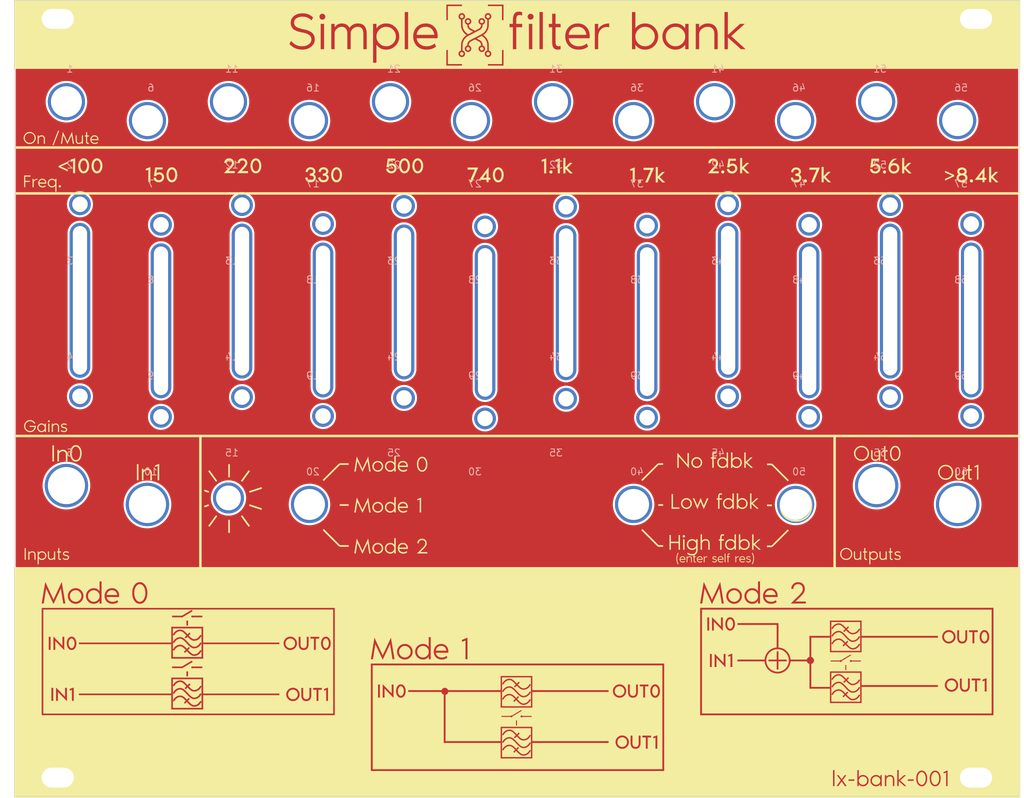
<source format=kicad_pcb>
(kicad_pcb (version 20221018) (generator pcbnew)
  (layers (0 "F.Cu" signal) (31 "B.Cu" signal) (34 "B.Paste" user) (35 "F.Paste" user) (36 "B.SilkS" user "B.Silkscreen") (37 "F.SilkS" user "F.Silkscreen") (38 "B.Mask" user) (39 "F.Mask" user) (44 "Edge.Cuts" user))
  (net 0 "")
  (footprint "SimpleSynthPanel:Panel Simple Footprint" (layer "F.Cu") (at 89.826999 64.238)
    (fp_text reference " 17" hide)
    (fp_text value "Simple_Multi_Socket" hide)
    (fp_text user "${REFERENCE}" (at 1.2 -5.29) (layer "B.SilkS") (effects (font (size 1.143 1.143) (thickness 0.152)) (justify mirror)))
  )
  (footprint "SimpleSynthPanel:Panel Simple Footprint" (layer "F.Cu") (at 155.231999 76.684)
    (fp_text reference " 43" hide)
    (fp_text value "Simple_Multi_Socket" hide)
    (fp_text user "${REFERENCE}" (at 1.2 -5.29) (layer "B.SilkS") (effects (font (size 1.143 1.143) (thickness 0.152)) (justify mirror)))
  )
  (footprint "SimpleSynthPanel:Panel Fader" (layer "F.Cu") (at 181.578399 94.7886)
    (fp_text reference "REF**" hide)
    (fp_text value "Panel Fader" hide)
    (pad "" thru_hole circle (at 2 -32.4) (size 3.5 3.5) (drill 2.5) (layers "*.Cu" "*.Mask"))
    (pad "" thru_hole oval (at 2 -16.9) (size 3.3 25) (drill oval 2.3 24) (layers "*.Cu" "*.Mask"))
    (pad "" thru_hole circle (at 2 -1.4) (size 3.5 3.5) (drill 2.5) (layers "*.Cu" "*.Mask"))
  )
  (footprint "SimpleSynthPanel:Panel Fader" (layer "F.Cu") (at 155.416399 94.6616)
    (fp_text reference "REF**" hide)
    (fp_text value "Panel Fader" hide)
    (pad "" thru_hole circle (at 2 -32.4) (size 3.5 3.5) (drill 2.5) (layers "*.Cu" "*.Mask"))
    (pad "" thru_hole oval (at 2 -16.9) (size 3.3 25) (drill oval 2.3 24) (layers "*.Cu" "*.Mask"))
    (pad "" thru_hole circle (at 2 -1.4) (size 3.5 3.5) (drill 2.5) (layers "*.Cu" "*.Mask"))
  )
  (footprint "SimpleSynthPanel:Panel Simple Footprint" (layer "F.Cu") (at 194.474999 48.744)
    (fp_text reference " 56" hide)
    (fp_text value "Simple_Multi_Socket" hide)
    (fp_text user "${REFERENCE}" (at 1.2 -5.29) (layer "B.SilkS") (effects (font (size 1.143 1.143) (thickness 0.152)) (justify mirror)))
  )
  (footprint "SimpleSynthPanel:Panel Fader" (layer "F.Cu") (at 194.659399 97.8426)
    (fp_text reference "REF**" hide)
    (fp_text value "Panel Fader" hide)
    (pad "" thru_hole circle (at 2 -32.4) (size 3.5 3.5) (drill 2.5) (layers "*.Cu" "*.Mask"))
    (pad "" thru_hole oval (at 2 -16.9) (size 3.3 25) (drill oval 2.3 24) (layers "*.Cu" "*.Mask"))
    (pad "" thru_hole circle (at 2 -1.4) (size 3.5 3.5) (drill 2.5) (layers "*.Cu" "*.Mask"))
  )
  (footprint "SimpleSynthPanel:Panel Fader" (layer "F.Cu") (at 116.173399 98.2296)
    (fp_text reference "REF**" hide)
    (fp_text value "Panel Fader" hide)
    (pad "" thru_hole circle (at 2 -32.4) (size 3.5 3.5) (drill 2.5) (layers "*.Cu" "*.Mask"))
    (pad "" thru_hole oval (at 2 -16.9) (size 3.3 25) (drill oval 2.3 24) (layers "*.Cu" "*.Mask"))
    (pad "" thru_hole circle (at 2 -1.4) (size 3.5 3.5) (drill 2.5) (layers "*.Cu" "*.Mask"))
  )
  (footprint "SimpleSynthPanel:Panel Simple Footprint" (layer "F.Cu") (at 142.150999 64.238)
    (fp_text reference " 37" hide)
    (fp_text value "Simple_Multi_Socket" hide)
    (fp_text user "${REFERENCE}" (at 1.2 -5.29) (layer "B.SilkS") (effects (font (size 1.143 1.143) (thickness 0.152)) (justify mirror)))
  )
  (footprint "SimpleSynthPanel:Panel switch" (layer "F.Cu") (at 168.312999 110.72)
    (fp_text reference "REF**" hide)
    (fp_text value "Panel switch")
    (pad "" thru_hole circle (at 0 0) (size 6 6) (drill 5) (layers "*.Cu" "*.Mask"))
  )
  (footprint "SimpleSynthPanel:Panel switch" (layer "F.Cu") (at 89.826999 110.72)
    (fp_text reference "REF**" hide)
    (fp_text value "Panel switch")
    (pad "" thru_hole circle (at 0 0) (size 6 6) (drill 5) (layers "*.Cu" "*.Mask"))
  )
  (footprint "SimpleSynthPanel:Panel Simple Footprint" (layer "F.Cu") (at 142.150999 79.732)
    (fp_text reference " 38" hide)
    (fp_text value "Simple_Multi_Socket" hide)
    (fp_text user "${REFERENCE}" (at 1.2 -5.29) (layer "B.SilkS") (effects (font (size 1.143 1.143) (thickness 0.152)) (justify mirror)))
  )
  (footprint "SimpleSynthPanel:Panel Simple Footprint" (layer "F.Cu") (at 76.745999 45.696)
    (fp_text reference " 11" hide)
    (fp_text value "Simple_Multi_Socket" hide)
    (fp_text user "${REFERENCE}" (at 1.2 -5.29) (layer "B.SilkS") (effects (font (size 1.143 1.143) (thickness 0.152)) (justify mirror)))
  )
  (footprint "SimpleSynthPanel:Panel Simple Footprint" (layer "F.Cu") (at 76.745999 107.672)
    (fp_text reference " 15" hide)
    (fp_text value "Simple_Multi_Socket" hide)
    (fp_text user "${REFERENCE}" (at 1.2 -5.29) (layer "B.SilkS") (effects (font (size 1.143 1.143) (thickness 0.152)) (justify mirror)))
  )
  (footprint "SimpleSynthPanel:Panel Simple Footprint" (layer "F.Cu") (at 168.312999 64.238)
    (fp_text reference " 47" hide)
    (fp_text value "Simple_Multi_Socket" hide)
    (fp_text user "${REFERENCE}" (at 1.2 -5.29) (layer "B.SilkS") (effects (font (size 1.143 1.143) (thickness 0.152)) (justify mirror)))
  )
  (footprint "SimpleSynthPanel:Panel switch" (layer "F.Cu") (at 194.474999 48.744)
    (fp_text reference "REF**" hide)
    (fp_text value "Panel switch")
    (pad "" thru_hole circle (at 0 0) (size 6 6) (drill 5) (layers "*.Cu" "*.Mask"))
  )
  (footprint "SimpleSynthPanel:Panel Simple Footprint" (layer "F.Cu") (at 102.907999 76.684)
    (fp_text reference " 23" hide)
    (fp_text value "Simple_Multi_Socket" hide)
    (fp_text user "${REFERENCE}" (at 1.2 -5.29) (layer "B.SilkS") (effects (font (size 1.143 1.143) (thickness 0.152)) (justify mirror)))
  )
  (footprint "SimpleSynthPanel:Panel Simple Footprint" (layer "F.Cu") (at 63.664999 79.732)
    (fp_text reference " 8" hide)
    (fp_text value "Simple_Multi_Socket" hide)
    (fp_text user "${REFERENCE}" (at 1.2 -5.29) (layer "B.SilkS") (effects (font (size 1.143 1.143) (thickness 0.152)) (justify mirror)))
  )
  (footprint "SimpleSynthPanel:Panel Simple Footprint" (layer "F.Cu") (at 168.312999 110.72)
    (fp_text reference " 50" hide)
    (fp_text value "Simple_Multi_Socket" hide)
    (fp_text user "${REFERENCE}" (at 1.2 -5.29) (layer "B.SilkS") (effects (font (size 1.143 1.143) (thickness 0.152)) (justify mirror)))
  )
  (footprint "SimpleSynthPanel:Panel Simple Footprint" (layer "F.Cu") (at 63.664999 110.72)
    (fp_text reference " 10" hide)
    (fp_text value "Simple_Multi_Socket" hide)
    (fp_text user "${REFERENCE}" (at 1.2 -5.29) (layer "B.SilkS") (effects (font (size 1.143 1.143) (thickness 0.152)) (justify mirror)))
  )
  (footprint "SimpleSynthPanel:Panel Simple Footprint" (layer "F.Cu") (at 168.312999 95.226)
    (fp_text reference " 49" hide)
    (fp_text value "Simple_Multi_Socket" hide)
    (fp_text user "${REFERENCE}" (at 1.2 -5.29) (layer "B.SilkS") (effects (font (size 1.143 1.143) (thickness 0.152)) (justify mirror)))
  )
  (footprint "SimpleSynthPanel:Panel Simple Footprint" (layer "F.Cu") (at 115.988999 79.732)
    (fp_text reference " 28" hide)
    (fp_text value "Simple_Multi_Socket" hide)
    (fp_text user "${REFERENCE}" (at 1.2 -5.29) (layer "B.SilkS") (effects (font (size 1.143 1.143) (thickness 0.152)) (justify mirror)))
  )
  (footprint "Simple6:MountingHole_3.2mm_Doepfer" (layer "F.Cu") (at 49.187399 154.8236)
    (fp_text reference "REF**" hide)
    (fp_text value "MountingHole_3.2mm_Doepfer" hide)
    (pad "" thru_hole oval (at 0 0) (size 6 4) (drill oval 5.2 3.2) (layers "*.Cu" "*.Mask"))
  )
  (footprint "SimpleSynthPanel:Panel Simple Footprint" (layer "F.Cu") (at 89.826999 95.226)
    (fp_text reference " 19" hide)
    (fp_text value "Simple_Multi_Socket" hide)
    (fp_text user "${REFERENCE}" (at 1.2 -5.29) (layer "B.SilkS") (effects (font (size 1.143 1.143) (thickness 0.152)) (justify mirror)))
  )
  (footprint "SimpleSynthPanel:Panel switch" (layer "F.Cu") (at 76.745999 45.696)
    (fp_text reference "REF**" hide)
    (fp_text value "Panel switch")
    (pad "" thru_hole circle (at 0 0) (size 6 6) (drill 5) (layers "*.Cu" "*.Mask"))
  )
  (footprint "SimpleSynthPanel:Panel Simple Footprint" (layer "F.Cu") (at 63.664999 64.238)
    (fp_text reference " 7" hide)
    (fp_text value "Simple_Multi_Socket" hide)
    (fp_text user "${REFERENCE}" (at 1.2 -5.29) (layer "B.SilkS") (effects (font (size 1.143 1.143) (thickness 0.152)) (justify mirror)))
  )
  (footprint "SimpleSynthPanel:Panel Simple Footprint" (layer "F.Cu") (at 76.745999 76.684)
    (fp_text reference " 13" hide)
    (fp_text value "Simple_Multi_Socket" hide)
    (fp_text user "${REFERENCE}" (at 1.2 -5.29) (layer "B.SilkS") (effects (font (size 1.143 1.143) (thickness 0.152)) (justify mirror)))
  )
  (footprint "SimpleSynthPanel:Panel Simple Footprint" (layer "F.Cu") (at 102.907999 107.672)
    (fp_text reference " 25" hide)
    (fp_text value "Simple_Multi_Socket" hide)
    (fp_text user "${REFERENCE}" (at 1.2 -5.29) (layer "B.SilkS") (effects (font (size 1.143 1.143) (thickness 0.152)) (justify mirror)))
  )
  (footprint "SimpleSynthPanel:Panel Simple Footprint" (layer "F.Cu") (at 50.583999 92.178)
    (fp_text reference " 4" hide)
    (fp_text value "Simple_Multi_Socket" hide)
    (fp_text user "${REFERENCE}" (at 1.2 -5.29) (layer "B.SilkS") (effects (font (size 1.143 1.143) (thickness 0.152)) (justify mirror)))
  )
  (footprint "SimpleSynthPanel:Panel switch" (layer "F.Cu") (at 168.312999 48.744)
    (fp_text reference "REF**" hide)
    (fp_text value "Panel switch")
    (pad "" thru_hole circle (at 0 0) (size 6 6) (drill 5) (layers "*.Cu" "*.Mask"))
  )
  (footprint "SimpleSynthPanel:Panel Simple Footprint" (layer "F.Cu") (at 89.826999 79.732)
    (fp_text reference " 18" hide)
    (fp_text value "Simple_Multi_Socket" hide)
    (fp_text user "${REFERENCE}" (at 1.2 -5.29) (layer "B.SilkS") (effects (font (size 1.143 1.143) (thickness 0.152)) (justify mirror)))
  )
  (footprint "Simple6:MountingHole_3.2mm_Doepfer" (layer "F.Cu") (at 49.187399 32.3236)
    (fp_text reference "REF**" hide)
    (fp_text value "MountingHole_3.2mm_Doepfer" hide)
    (pad "" thru_hole oval (at 0 0) (size 6 4) (drill oval 5.2 3.2) (layers "*.Cu" "*.Mask"))
  )
  (footprint "SimpleSynthPanel:Panel Simple Footprint" (layer "F.Cu") (at 142.150999 48.744)
    (fp_text reference " 36" hide)
    (fp_text value "Simple_Multi_Socket" hide)
    (fp_text user "${REFERENCE}" (at 1.2 -5.29) (layer "B.SilkS") (effects (font (size 1.143 1.143) (thickness 0.152)) (justify mirror)))
  )
  (footprint "SimpleSynthPanel:Panel Simple Footprint" (layer "F.Cu") (at 129.069999 45.696)
    (fp_text reference " 31" hide)
    (fp_text value "Simple_Multi_Socket" hide)
    (fp_text user "${REFERENCE}" (at 1.2 -5.29) (layer "B.SilkS") (effects (font (size 1.143 1.143) (thickness 0.152)) (justify mirror)))
  )
  (footprint "SimpleSynthPanel:Panel switch" (layer "F.Cu") (at 89.826999 48.744)
    (fp_text reference "REF**" hide)
    (fp_text value "Panel switch")
    (pad "" thru_hole circle (at 0 0) (size 6 6) (drill 5) (layers "*.Cu" "*.Mask"))
  )
  (footprint "SimpleSynthPanel:Panel Simple Footprint" (layer "F.Cu") (at 194.474999 64.238)
    (fp_text reference " 57" hide)
    (fp_text value "Simple_Multi_Socket" hide)
    (fp_text user "${REFERENCE}" (at 1.2 -5.29) (layer "B.SilkS") (effects (font (size 1.143 1.143) (thickness 0.152)) (justify mirror)))
  )
  (footprint "SimpleSynthPanel:Panel Simple Footprint" (layer "F.Cu") (at 168.312999 79.732)
    (fp_text reference " 48" hide)
    (fp_text value "Simple_Multi_Socket" hide)
    (fp_text user "${REFERENCE}" (at 1.2 -5.29) (layer "B.SilkS") (effects (font (size 1.143 1.143) (thickness 0.152)) (justify mirror)))
  )
  (footprint "SimpleSynthPanel:Panel Simple Footprint" (layer "F.Cu") (at 181.393999 45.696)
    (fp_text reference " 51" hide)
    (fp_text value "Simple_Multi_Socket" hide)
    (fp_text user "${REFERENCE}" (at 1.2 -5.29) (layer "B.SilkS") (effects (font (size 1.143 1.143) (thickness 0.152)) (justify mirror)))
  )
  (footprint "SimpleSynthPanel:Panel Simple Footprint" (layer "F.Cu") (at 155.231999 107.672)
    (fp_text reference " 45" hide)
    (fp_text value "Simple_Multi_Socket" hide)
    (fp_text user "${REFERENCE}" (at 1.2 -5.29) (layer "B.SilkS") (effects (font (size 1.143 1.143) (thickness 0.152)) (justify mirror)))
  )
  (footprint "SimpleSynthPanel:Panel Simple Footprint" (layer "F.Cu") (at 115.988999 95.226)
    (fp_text reference " 29" hide)
    (fp_text value "Simple_Multi_Socket" hide)
    (fp_text user "${REFERENCE}" (at 1.2 -5.29) (layer "B.SilkS") (effects (font (size 1.143 1.143) (thickness 0.152)) (justify mirror)))
  )
  (footprint "SimpleSynthPanel:Panel switch" (layer "F.Cu") (at 102.907999 45.696)
    (fp_text reference "REF**" hide)
    (fp_text value "Panel switch")
    (pad "" thru_hole circle (at 0 0) (size 6 6) (drill 5) (layers "*.Cu" "*.Mask"))
  )
  (footprint "SimpleSynthPanel:Panel Simple Footprint" (layer "F.Cu") (at 142.150999 95.226)
    (fp_text reference " 39" hide)
    (fp_text value "Simple_Multi_Socket" hide)
    (fp_text user "${REFERENCE}" (at 1.2 -5.29) (layer "B.SilkS") (effects (font (size 1.143 1.143) (thickness 0.152)) (justify mirror)))
  )
  (footprint "SimpleSynthPanel:Panel switch" (layer "F.Cu") (at 129.069999 45.696)
    (fp_text reference "REF**" hide)
    (fp_text value "Panel switch")
    (pad "" thru_hole circle (at 0 0) (size 6 6) (drill 5) (layers "*.Cu" "*.Mask"))
  )
  (footprint "SimpleSynthPanel:Panel Jack" (layer "F.Cu") (at 50.583999 107.672)
    (fp_text reference "REF**" hide)
    (fp_text value "Panel Jack")
    (pad "" thru_hole circle (at 0 0) (size 7 7) (drill 6) (layers "*.Cu" "*.Mask"))
  )
  (footprint "SimpleSynthPanel:Panel Fader" (layer "F.Cu") (at 142.335399 98.1026)
    (fp_text reference "REF**" hide)
    (fp_text value "Panel Fader" hide)
    (pad "" thru_hole circle (at 2 -32.4) (size 3.5 3.5) (drill 2.5) (layers "*.Cu" "*.Mask"))
    (pad "" thru_hole oval (at 2 -16.9) (size 3.3 25) (drill oval 2.3 24) (layers "*.Cu" "*.Mask"))
    (pad "" thru_hole circle (at 2 -1.4) (size 3.5 3.5) (drill 2.5) (layers "*.Cu" "*.Mask"))
  )
  (footprint "SimpleSynthPanel:Panel Fader" (layer "F.Cu") (at 76.930399 94.7886)
    (fp_text reference "REF**" hide)
    (fp_text value "Panel Fader" hide)
    (pad "" thru_hole circle (at 2 -32.4) (size 3.5 3.5) (drill 2.5) (layers "*.Cu" "*.Mask"))
    (pad "" thru_hole oval (at 2 -16.9) (size 3.3 25) (drill oval 2.3 24) (layers "*.Cu" "*.Mask"))
    (pad "" thru_hole circle (at 2 -1.4) (size 3.5 3.5) (drill 2.5) (layers "*.Cu" "*.Mask"))
  )
  (footprint "SimpleSynthPanel:Panel Jack" (layer "F.Cu") (at 63.664999 110.72)
    (fp_text reference "REF**" hide)
    (fp_text value "Panel Jack")
    (pad "" thru_hole circle (at 0 0) (size 7 7) (drill 6) (layers "*.Cu" "*.Mask"))
  )
  (footprint "SimpleSynthPanel:Panel Simple Footprint" (layer "F.Cu") (at 50.583999 45.696)
    (fp_text reference " 1" hide)
    (fp_text value "Simple_Multi_Socket" hide)
    (fp_text user "${REFERENCE}" (at 1.2 -5.29) (layer "B.SilkS") (effects (font (size 1.143 1.143) (thickness 0.152)) (justify mirror)))
  )
  (footprint "SimpleSynthPanel:Panel Simple Footprint" (layer "F.Cu") (at 181.393999 61.19)
    (fp_text reference " 52" hide)
    (fp_text value "Simple_Multi_Socket" hide)
    (fp_text user "${REFERENCE}" (at 1.2 -5.29) (layer "B.SilkS") (effects (font (size 1.143 1.143) (thickness 0.152)) (justify mirror)))
  )
  (footprint "SimpleSynthPanel:Panel Simple Footprint" (layer "F.Cu") (at 115.988999 64.238)
    (fp_text reference " 27" hide)
    (fp_text value "Simple_Multi_Socket" hide)
    (fp_text user "${REFERENCE}" (at 1.2 -5.29) (layer "B.SilkS") (effects (font (size 1.143 1.143) (thickness 0.152)) (justify mirror)))
  )
  (footprint "SimpleSynthPanel:Panel Simple Footprint" (layer "F.Cu") (at 50.583999 76.684)
    (fp_text reference " 3" hide)
    (fp_text value "Simple_Multi_Socket" hide)
    (fp_text user "${REFERENCE}" (at 1.2 -5.29) (layer "B.SilkS") (effects (font (size 1.143 1.143) (thickness 0.152)) (justify mirror)))
  )
  (footprint "SimpleSynthPanel:Panel Simple Footprint" (layer "F.Cu") (at 50.583999 107.672)
    (fp_text reference " 5" hide)
    (fp_text value "Simple_Multi_Socket" hide)
    (fp_text user "${REFERENCE}" (at 1.2 -5.29) (layer "B.SilkS") (effects (font (size 1.143 1.143) (thickness 0.152)) (justify mirror)))
  )
  (footprint "SimpleSynthPanel:Panel Simple Footprint" (layer "F.Cu") (at 181.393999 76.684)
    (fp_text reference " 53" hide)
    (fp_text value "Simple_Multi_Socket" hide)
    (fp_text user "${REFERENCE}" (at 1.2 -5.29) (layer "B.SilkS") (effects (font (size 1.143 1.143) (thickness 0.152)) (justify mirror)))
  )
  (footprint "" (layer "F.Cu") (at 76.745999 109.672)
    (fp_text reference "" (at 0 0) (layer "F.SilkS") (effects (font (size 1.27 1.27))))
    (fp_text value "" (at 0 0) (layer "F.SilkS") (effects (font (size 1.27 1.27))))
    (pad "" thru_hole circle (at 0 0) (size 5 5) (drill 4) (layers "*.Cu" "*.Mask"))
  )
  (footprint "SimpleSynthPanel:Panel Fader" (layer "F.Cu") (at 129.254399 95.0486)
    (fp_text reference "REF**" hide)
    (fp_text value "Panel Fader" hide)
    (pad "" thru_hole circle (at 2 -32.4) (size 3.5 3.5) (drill 2.5) (layers "*.Cu" "*.Mask"))
    (pad "" thru_hole oval (at 2 -16.9) (size 3.3 25) (drill oval 2.3 24) (layers "*.Cu" "*.Mask"))
    (pad "" thru_hole circle (at 2 -1.4) (size 3.5 3.5) (drill 2.5) (layers "*.Cu" "*.Mask"))
  )
  (footprint "SimpleSynthPanel:Panel switch" (layer "F.Cu") (at 142.150999 48.744)
    (fp_text reference "REF**" hide)
    (fp_text value "Panel switch")
    (pad "" thru_hole circle (at 0 0) (size 6 6) (drill 5) (layers "*.Cu" "*.Mask"))
  )
  (footprint "SimpleSynthPanel:Panel Simple Footprint" (layer "F.Cu") (at 181.393999 92.178)
    (fp_text reference " 54" hide)
    (fp_text value "Simple_Multi_Socket" hide)
    (fp_text user "${REFERENCE}" (at 1.2 -5.29) (layer "B.SilkS") (effects (font (size 1.143 1.143) (thickness 0.152)) (justify mirror)))
  )
  (footprint "SimpleSynthPanel:Panel Simple Footprint" (layer "F.Cu") (at 194.474999 79.732)
    (fp_text reference " 58" hide)
    (fp_text value "Simple_Multi_Socket" hide)
    (fp_text user "${REFERENCE}" (at 1.2 -5.29) (layer "B.SilkS") (effects (font (size 1.143 1.143) (thickness 0.152)) (justify mirror)))
  )
  (footprint "SimpleSynthPanel:Panel Simple Footprint" (layer "F.Cu") (at 89.826999 110.72)
    (fp_text reference " 20" hide)
    (fp_text value "Simple_Multi_Socket" hide)
    (fp_text user "${REFERENCE}" (at 1.2 -5.29) (layer "B.SilkS") (effects (font (size 1.143 1.143) (thickness 0.152)) (justify mirror)))
  )
  (footprint "SimpleSynthPanel:Panel Simple Footprint" (layer "F.Cu") (at 194.474999 95.226)
    (fp_text reference " 59" hide)
    (fp_text value "Simple_Multi_Socket" hide)
    (fp_text user "${REFERENCE}" (at 1.2 -5.29) (layer "B.SilkS") (effects (font (size 1.143 1.143) (thickness 0.152)) (justify mirror)))
  )
  (footprint "SimpleSynthPanel:Panel switch" (layer "F.Cu") (at 115.988999 48.744)
    (fp_text reference "REF**" hide)
    (fp_text value "Panel switch")
    (pad "" thru_hole circle (at 0 0) (size 6 6) (drill 5) (layers "*.Cu" "*.Mask"))
  )
  (footprint "SimpleSynthPanel:Panel Simple Footprint" (layer "F.Cu") (at 168.312999 48.744)
    (fp_text reference " 46" hide)
    (fp_text value "Simple_Multi_Socket" hide)
    (fp_text user "${REFERENCE}" (at 1.2 -5.29) (layer "B.SilkS") (effects (font (size 1.143 1.143) (thickness 0.152)) (justify mirror)))
  )
  (footprint "SimpleSynthPanel:Panel Simple Footprint" (layer "F.Cu") (at 89.826999 48.744)
    (fp_text reference " 16" hide)
    (fp_text value "Simple_Multi_Socket" hide)
    (fp_text user "${REFERENCE}" (at 1.2 -5.29) (layer "B.SilkS") (effects (font (size 1.143 1.143) (thickness 0.152)) (justify mirror)))
  )
  (footprint "Simple6:MountingHole_3.2mm_Doepfer" (layer "F.Cu") (at 197.447399 154.8236)
    (fp_text reference "REF**" hide)
    (fp_text value "MountingHole_3.2mm_Doepfer" hide)
    (pad "" thru_hole oval (at 0 0) (size 6 4) (drill oval 5.2 3.2) (layers "*.Cu" "*.Mask"))
  )
  (footprint "Simple6:MountingHole_3.2mm_Doepfer" (layer "F.Cu") (at 197.447399 32.3236)
    (fp_text reference "REF**" hide)
    (fp_text value "MountingHole_3.2mm_Doepfer" hide)
    (pad "" thru_hole oval (at 0 0) (size 6 4) (drill oval 5.2 3.2) (layers "*.Cu" "*.Mask"))
  )
  (footprint "SimpleSynthPanel:Panel Simple Footprint" (layer "F.Cu") (at 76.745999 61.19)
    (fp_text reference " 12" hide)
    (fp_text value "Simple_Multi_Socket" hide)
    (fp_text user "${REFERENCE}" (at 1.2 -5.29) (layer "B.SilkS") (effects (font (size 1.143 1.143) (thickness 0.152)) (justify mirror)))
  )
  (footprint "SimpleSynthPanel:Panel Simple Footprint" (layer "F.Cu") (at 115.988999 48.744)
    (fp_text reference " 26" hide)
    (fp_text value "Simple_Multi_Socket" hide)
    (fp_text user "${REFERENCE}" (at 1.2 -5.29) (layer "B.SilkS") (effects (font (size 1.143 1.143) (thickness 0.152)) (justify mirror)))
  )
  (footprint "SimpleSynthPanel:Panel Simple Footprint" (layer "F.Cu") (at 63.664999 48.744)
    (fp_text reference " 6" hide)
    (fp_text value "Simple_Multi_Socket" hide)
    (fp_text user "${REFERENCE}" (at 1.2 -5.29) (layer "B.SilkS") (effects (font (size 1.143 1.143) (thickness 0.152)) (justify mirror)))
  )
  (footprint "SimpleSynthPanel:Panel Simple Footprint" (layer "F.Cu") (at 63.664999 95.226)
    (fp_text reference " 9" hide)
    (fp_text value "Simple_Multi_Socket" hide)
    (fp_text user "${REFERENCE}" (at 1.2 -5.29) (layer "B.SilkS") (effects (font (size 1.143 1.143) (thickness 0.152)) (justify mirror)))
  )
  (footprint "SimpleSynthPanel:Panel Fader" (layer "F.Cu") (at 63.849399 97.9696)
    (fp_text reference "REF**" hide)
    (fp_text value "Panel Fader" hide)
    (pad "" thru_hole circle (at 2 -32.4) (size 3.5 3.5) (drill 2.5) (layers "*.Cu" "*.Mask"))
    (pad "" thru_hole oval (at 2 -16.9) (size 3.3 25) (drill oval 2.3 24) (layers "*.Cu" "*.Mask"))
    (pad "" thru_hole circle (at 2 -1.4) (size 3.5 3.5) (drill 2.5) (layers "*.Cu" "*.Mask"))
  )
  (footprint "SimpleSynthPanel:Panel Fader" (layer "F.Cu") (at 103.092399 94.9216)
    (fp_text reference "REF**" hide)
    (fp_text value "Panel Fader" hide)
    (pad "" thru_hole circle (at 2 -32.4) (size 3.5 3.5) (drill 2.5) (layers "*.Cu" "*.Mask"))
    (pad "" thru_hole oval (at 2 -16.9) (size 3.3 25) (drill oval 2.3 24) (layers "*.Cu" "*.Mask"))
    (pad "" thru_hole circle (at 2 -1.4) (size 3.5 3.5) (drill 2.5) (layers "*.Cu" "*.Mask"))
  )
  (footprint "SimpleSynthPanel:Panel switch" (layer "F.Cu") (at 181.393999 45.696)
    (fp_text reference "REF**" hide)
    (fp_text value "Panel switch")
    (pad "" thru_hole circle (at 0 0) (size 6 6) (drill 5) (layers "*.Cu" "*.Mask"))
  )
  (footprint "SimpleSynthPanel:Panel Fader" (layer "F.Cu") (at 90.011399 97.8426)
    (fp_text reference "REF**" hide)
    (fp_text value "Panel Fader" hide)
    (pad "" thru_hole circle (at 2 -32.4) (size 3.5 3.5) (drill 2.5) (layers "*.Cu" "*.Mask"))
    (pad "" thru_hole oval (at 2 -16.9) (size 3.3 25) (drill oval 2.3 24) (layers "*.Cu" "*.Mask"))
    (pad "" thru_hole circle (at 2 -1.4) (size 3.5 3.5) (drill 2.5) (layers "*.Cu" "*.Mask"))
  )
  (footprint "SimpleSynthPanel:Panel Jack" (layer "F.Cu") (at 194.474999 110.72)
    (fp_text reference "REF**" hide)
    (fp_text value "Panel Jack")
    (pad "" thru_hole circle (at 0 0) (size 7 7) (drill 6) (layers "*.Cu" "*.Mask"))
  )
  (footprint "SimpleSynthPanel:Panel switch" (layer "F.Cu") (at 50.583999 45.696)
    (fp_text reference "REF**" hide)
    (fp_text value "Panel switch")
    (pad "" thru_hole circle (at 0 0) (size 6 6) (drill 5) (layers "*.Cu" "*.Mask"))
  )
  (footprint "SimpleSynthPanel:Panel Simple Footprint" (layer "F.Cu") (at 102.907999 92.178)
    (fp_text reference " 24" hide)
    (fp_text value "Simple_Multi_Socket" hide)
    (fp_text user "${REFERENCE}" (at 1.2 -5.29) (layer "B.SilkS") (effects (font (size 1.143 1.143) (thickness 0.152)) (justify mirror)))
  )
  (footprint "SimpleSynthPanel:Panel switch" (layer "F.Cu") (at 142.150999 110.72)
    (fp_text reference "REF**" hide)
    (fp_text value "Panel switch")
    (pad "" thru_hole circle (at 0 0) (size 6 6) (drill 5) (layers "*.Cu" "*.Mask"))
  )
  (footprint "SimpleSynthPanel:Panel Simple Footprint" (layer "F.Cu") (at 129.069999 61.19)
    (fp_text reference " 32" hide)
    (fp_text value "Simple_Multi_Socket" hide)
    (fp_text user "${REFERENCE}" (at 1.2 -5.29) (layer "B.SilkS") (effects (font (size 1.143 1.143) (thickness 0.152)) (justify mirror)))
  )
  (footprint "SimpleSynthPanel:Panel Simple Footprint" (layer "F.Cu") (at 102.907999 45.696)
    (fp_text reference " 21" hide)
    (fp_text value "Simple_Multi_Socket" hide)
    (fp_text user "${REFERENCE}" (at 1.2 -5.29) (layer "B.SilkS") (effects (font (size 1.143 1.143) (thickness 0.152)) (justify mirror)))
  )
  (footprint "SimpleSynthPanel:Panel Jack" (layer "F.Cu") (at 181.393999 107.672)
    (fp_text reference "REF**" hide)
    (fp_text value "Panel Jack")
    (pad "" thru_hole circle (at 0 0) (size 7 7) (drill 6) (layers "*.Cu" "*.Mask"))
  )
  (footprint "SimpleSynthPanel:Panel Simple Footprint" (layer "F.Cu") (at 76.745999 92.178)
    (fp_text reference " 14" hide)
    (fp_text value "Simple_Multi_Socket" hide)
    (fp_text user "${REFERENCE}" (at 1.2 -5.29) (layer "B.SilkS") (effects (font (size 1.143 1.143) (thickness 0.152)) (justify mirror)))
  )
  (footprint "SimpleSynthPanel:Panel switch" (layer "F.Cu") (at 155.231999 45.696)
    (fp_text reference "REF**" hide)
    (fp_text value "Panel switch")
    (pad "" thru_hole circle (at 0 0) (size 6 6) (drill 5) (layers "*.Cu" "*.Mask"))
  )
  (footprint "SimpleSynthPanel:Panel Simple Footprint" (layer "F.Cu") (at 142.150999 110.72)
    (fp_text reference " 40" hide)
    (fp_text value "Simple_Multi_Socket" hide)
    (fp_text user "${REFERENCE}" (at 1.2 -5.29) (layer "B.SilkS") (effects (font (size 1.143 1.143) (thickness 0.152)) (justify mirror)))
  )
  (footprint "SimpleSynthPanel:Panel Simple Footprint" (layer "F.Cu") (at 129.069999 107.672)
    (fp_text reference " 35" hide)
    (fp_text value "Simple_Multi_Socket" hide)
    (fp_text user "${REFERENCE}" (at 1.2 -5.29) (layer "B.SilkS") (effects (font (size 1.143 1.143) (thickness 0.152)) (justify mirror)))
  )
  (footprint "SimpleSynthPanel:Panel Simple Footprint" (layer "F.Cu") (at 50.583999 61.19)
    (fp_text reference " 2" hide)
    (fp_text value "Simple_Multi_Socket" hide)
    (fp_text user "${REFERENCE}" (at 1.2 -5.29) (layer "B.SilkS") (effects (font (size 1.143 1.143) (thickness 0.152)) (justify mirror)))
  )
  (footprint "SimpleSynthPanel:Panel Fader" (layer "F.Cu") (at 168.497399 97.9696)
    (fp_text reference "REF**" hide)
    (fp_text value "Panel Fader" hide)
    (pad "" thru_hole circle (at 2 -32.4) (size 3.5 3.5) (drill 2.5) (layers "*.Cu" "*.Mask"))
    (pad "" thru_hole oval (at 2 -16.9) (size 3.3 25) (drill oval 2.3 24) (layers "*.Cu" "*.Mask"))
    (pad "" thru_hole circle (at 2 -1.4) (size 3.5 3.5) (drill 2.5) (layers "*.Cu" "*.Mask"))
  )
  (footprint "SimpleSynthPanel:Panel Simple Footprint" (layer "F.Cu") (at 155.231999 45.696)
    (fp_text reference " 41" hide)
    (fp_text value "Simple_Multi_Socket" hide)
    (fp_text user "${REFERENCE}" (at 1.2 -5.29) (layer "B.SilkS") (effects (font (size 1.143 1.143) (thickness 0.152)) (justify mirror)))
  )
  (footprint "SimpleSynthPanel:Panel Simple Footprint" (layer "F.Cu") (at 155.231999 61.19)
    (fp_text reference " 42" hide)
    (fp_text value "Simple_Multi_Socket" hide)
    (fp_text user "${REFERENCE}" (at 1.2 -5.29) (layer "B.SilkS") (effects (font (size 1.143 1.143) (thickness 0.152)) (justify mirror)))
  )
  (footprint "SimpleSynthPanel:Panel Simple Footprint" (layer "F.Cu") (at 129.069999 76.684)
    (fp_text reference " 33" hide)
    (fp_text value "Simple_Multi_Socket" hide)
    (fp_text user "${REFERENCE}" (at 1.2 -5.29) (layer "B.SilkS") (effects (font (size 1.143 1.143) (thickness 0.152)) (justify mirror)))
  )
  (footprint "SimpleSynthPanel:Panel Fader" (layer "F.Cu") (at 50.768399 94.6616)
    (fp_text reference "REF**" hide)
    (fp_text value "Panel Fader" hide)
    (pad "" thru_hole circle (at 2 -32.4) (size 3.5 3.5) (drill 2.5) (layers "*.Cu" "*.Mask"))
    (pad "" thru_hole oval (at 2 -16.9) (size 3.3 25) (drill oval 2.3 24) (layers "*.Cu" "*.Mask"))
    (pad "" thru_hole circle (at 2 -1.4) (size 3.5 3.5) (drill 2.5) (layers "*.Cu" "*.Mask"))
  )
  (footprint "SimpleSynthPanel:Panel Simple Footprint" (layer "F.Cu") (at 181.393999 107.672)
    (fp_text reference " 55" hide)
    (fp_text value "Simple_Multi_Socket" hide)
    (fp_text user "${REFERENCE}" (at 1.2 -5.29) (layer "B.SilkS") (effects (font (size 1.143 1.143) (thickness 0.152)) (justify mirror)))
  )
  (footprint "SimpleSynthPanel:Panel Simple Footprint" (layer "F.Cu") (at 155.231999 92.178)
    (fp_text reference " 44" hide)
    (fp_text value "Simple_Multi_Socket" hide)
    (fp_text user "${REFERENCE}" (at 1.2 -5.29) (layer "B.SilkS") (effects (font (size 1.143 1.143) (thickness 0.152)) (justify mirror)))
  )
  (footprint "SimpleSynthPanel:Panel Simple Footprint" (layer "F.Cu") (at 102.907999 61.19)
    (fp_text reference " 22" hide)
    (fp_text value "Simple_Multi_Socket" hide)
    (fp_text user "${REFERENCE}" (at 1.2 -5.29) (layer "B.SilkS") (effects (font (size 1.143 1.143) (thickness 0.152)) (justify mirror)))
  )
  (footprint "SimpleSynthPanel:Panel Simple Footprint" (layer "F.Cu") (at 115.988999 110.72)
    (fp_text reference " 30" hide)
    (fp_text value "Simple_Multi_Socket" hide)
    (fp_text user "${REFERENCE}" (at 1.2 -5.29) (layer "B.SilkS") (effects (font (size 1.143 1.143) (thickness 0.152)) (justify mirror)))
  )
  (footprint "SimpleSynthPanel:Panel Simple Footprint" (layer "F.Cu") (at 194.474999 110.72)
    (fp_text reference " 60" hide)
    (fp_text value "Simple_Multi_Socket" hide)
    (fp_text user "${REFERENCE}" (at 1.2 -5.29) (layer "B.SilkS") (effects (font (size 1.143 1.143) (thickness 0.152)) (justify mirror)))
  )
  (footprint "SimpleSynthPanel:Panel switch" (layer "F.Cu") (at 63.664999 48.744)
    (fp_text reference "REF**" hide)
    (fp_text value "Panel switch")
    (pad "" thru_hole circle (at 0 0) (size 6 6) (drill 5) (layers "*.Cu" "*.Mask"))
  )
  (footprint "SimpleSynthPanel:Panel Simple Footprint" (layer "F.Cu") (at 129.069999 92.178)
    (fp_text reference " 34" hide)
    (fp_text value "Simple_Multi_Socket" hide)
    (fp_text user "${REFERENCE}" (at 1.2 -5.29) (layer "B.SilkS") (effects (font (size 1.143 1.143) (thickness 0.152)) (justify mirror)))
  )
  (gr_poly (pts (xy 168.490631 108.231297) (xy 168.613281 108.238981) (xy 168.735496 108.251797) (xy 168.857038 108.269754) (xy 168.977669 108.292857) (xy 169.097151 108.321115) (xy 169.215246 108.354536) (xy 169.331715 108.393128) (xy 169.446321 108.436896) (xy 169.558826 108.485851) (xy 169.668991 108.539998) (xy 169.776578 108.599345) (xy 169.881349 108.663901) (xy 169.983066 108.733673) (xy 170.081492 108.808667) (xy 170.176387 108.888893) (xy 170.267446 108.974365) (xy 170.354365 109.065071) (xy 170.436902 109.160976) (xy 170.514812 109.262047) (xy 170.587854 109.36825) (xy 170.655785 109.479551) (xy 170.718363 109.595915) (xy 170.775344 109.717309) (xy 170.826486 109.843699) (xy 170.871546 109.975051) (xy 170.910282 110.11133) (xy 170.942451 110.252504) (xy 170.967811 110.398537) (xy 170.986118 110.549396) (xy 170.99713 110.705047) (xy 171.000605 110.865456) (xy 170.997095 111.025887) (xy 170.986057 111.181599) (xy 170.967731 111.332555) (xy 170.942361 111.478713) (xy 170.910187 111.620034) (xy 170.871452 111.756479) (xy 170.826397 111.888007) (xy 170.775263 112.014579) (xy 170.718294 112.136155) (xy 170.655729 112.252696) (xy 170.587811 112.364162) (xy 170.514782 112.470512) (xy 170.436883 112.571708) (xy 170.354357 112.66771) (xy 170.267444 112.758477) (xy 170.176387 112.843971) (xy 170.081493 112.924197) (xy 169.983069 112.999192) (xy 169.881353 113.068964) (xy 169.776582 113.133519) (xy 169.668996 113.192867) (xy 169.558832 113.247014) (xy 169.446328 113.295968) (xy 169.331722 113.339737) (xy 169.215253 113.378328) (xy 169.097158 113.411749) (xy 168.977676 113.440008) (xy 168.857045 113.463111) (xy 168.735503 113.481067) (xy 168.613289 113.493884) (xy 168.490639 113.501568) (xy 168.367793 113.504128) (xy 168.244948 113.501568) (xy 168.122299 113.493884) (xy 168.000086 113.481067) (xy 167.878544 113.463111) (xy 167.757914 113.440008) (xy 167.638433 113.411749) (xy 167.520338 113.378328) (xy 167.403869 113.339737) (xy 167.289264 113.295968) (xy 167.176759 113.247014) (xy 167.066595 113.192867) (xy 166.959008 113.133519) (xy 166.854236 113.068964) (xy 166.752519 112.999192) (xy 166.654094 112.924197) (xy 166.559199 112.843971) (xy 166.468138 112.758477) (xy 166.381218 112.66771) (xy 166.298681 112.571708) (xy 166.22077 112.470512) (xy 166.147728 112.364162) (xy 166.079797 112.252696) (xy 166.01722 112.136155) (xy 165.960239 112.014579) (xy 165.909097 111.888007) (xy 165.864038 111.756479) (xy 165.825302 111.620034) (xy 165.793133 111.478713) (xy 165.767774 111.332555) (xy 165.749467 111.181599) (xy 165.738455 111.025887) (xy 165.73498 110.865456) (xy 166.000613 110.865456) (xy 166.003734 111.013298) (xy 166.013575 111.156115) (xy 166.029919 111.293939) (xy 166.052548 111.426805) (xy 166.081243 111.554746) (xy 166.115788 111.677796) (xy 166.155963 111.795988) (xy 166.201551 111.909357) (xy 166.252335 112.017936) (xy 166.308095 112.121759) (xy 166.368615 112.22086) (xy 166.433677 112.315271) (xy 166.503062 112.405028) (xy 166.576553 112.490164) (xy 166.653932 112.570712) (xy 166.73498 112.646706) (xy 166.819549 112.718152) (xy 166.907483 112.785031) (xy 166.998561 112.847337) (xy 167.09256 112.905063) (xy 167.18926 112.958205) (xy 167.288438 113.006755) (xy 167.389874 113.050709) (xy 167.493345 113.090061) (xy 167.59863 113.124805) (xy 167.705507 113.154935) (xy 167.813754 113.180446) (xy 167.923151 113.201331) (xy 168.033474 113.217585) (xy 168.144504 113.229202) (xy 168.256017 113.236176) (xy 168.367793 113.238503) (xy 168.479569 113.236176) (xy 168.591082 113.229202) (xy 168.702111 113.217585) (xy 168.812435 113.201331) (xy 168.921832 113.180446) (xy 169.030079 113.154935) (xy 169.136956 113.124805) (xy 169.242242 113.090061) (xy 169.345713 113.050709) (xy 169.447149 113.006755) (xy 169.546328 112.958205) (xy 169.643029 112.905063) (xy 169.737029 112.847337) (xy 169.828108 112.785031) (xy 169.916043 112.718152) (xy 170.000613 112.646706) (xy 170.081665 112.570712) (xy 170.159054 112.490164) (xy 170.23256 112.405028) (xy 170.301963 112.315271) (xy 170.367045 112.22086) (xy 170.427586 112.121759) (xy 170.483367 112.017936) (xy 170.534168 111.909357) (xy 170.57977 111.795988) (xy 170.619953 111.677796) (xy 170.654499 111.554746) (xy 170.683187 111.426805) (xy 170.705798 111.293939) (xy 170.722114 111.156115) (xy 170.731915 111.013298) (xy 170.73498 110.865456) (xy 170.731857 110.717636) (xy 170.722013 110.574883) (xy 170.705668 110.437155) (xy 170.683039 110.304415) (xy 170.654343 110.176622) (xy 170.619799 110.053737) (xy 170.579624 109.935721) (xy 170.534036 109.822534) (xy 170.483254 109.714136) (xy 170.427494 109.61049) (xy 170.366975 109.511554) (xy 170.301914 109.417289) (xy 170.23253 109.327657) (xy 170.159039 109.242617) (xy 170.081661 109.162131) (xy 170.000613 109.086159) (xy 169.916043 109.01469) (xy 169.828108 108.947749) (xy 169.737029 108.885347) (xy 169.643029 108.827496) (xy 169.546328 108.774207) (xy 169.447149 108.725491) (xy 169.345713 108.681361) (xy 169.242242 108.641827) (xy 169.136956 108.606901) (xy 169.030079 108.576594) (xy 168.921832 108.550919) (xy 168.812435 108.529886) (xy 168.702111 108.513507) (xy 168.591082 108.501793) (xy 168.479569 108.494757) (xy 168.367793 108.492409) (xy 168.256017 108.494757) (xy 168.144503 108.501793) (xy 168.033474 108.513507) (xy 167.923149 108.529886) (xy 167.813753 108.550919) (xy 167.705505 108.576594) (xy 167.598627 108.606901) (xy 167.493342 108.641827) (xy 167.389871 108.681361) (xy 167.288435 108.725491) (xy 167.189257 108.774207) (xy 167.092557 108.827496) (xy 166.998558 108.885347) (xy 166.907481 108.947749) (xy 166.819548 109.01469) (xy 166.73498 109.086159) (xy 166.653928 109.162131) (xy 166.576539 109.242617) (xy 166.503033 109.327657) (xy 166.43363 109.417289) (xy 166.368548 109.511554) (xy 166.308007 109.61049) (xy 166.252226 109.714136) (xy 166.201425 109.822534) (xy 166.155823 109.935721) (xy 166.11564 110.053737) (xy 166.081095 110.176622) (xy 166.052406 110.304415) (xy 166.029795 110.437155) (xy 166.013479 110.574883) (xy 166.003679 110.717636) (xy 166.000613 110.865456) (xy 165.73498 110.865456) (xy 165.738489 110.705047) (xy 165.749526 110.549396) (xy 165.767851 110.398537) (xy 165.79322 110.252504) (xy 165.825393 110.11133) (xy 165.864128 109.975051) (xy 165.909183 109.843699) (xy 165.960316 109.717309) (xy 166.017286 109.595915) (xy 166.079851 109.479551) (xy 166.147769 109.36825) (xy 166.220799 109.262047) (xy 166.298699 109.160976) (xy 166.381226 109.065071) (xy 166.46814 108.974365) (xy 166.559199 108.888893) (xy 166.654095 108.808667) (xy 166.752521 108.733673) (xy 166.854239 108.663901) (xy 166.959011 108.599345) (xy 167.066598 108.539998) (xy 167.176763 108.485851) (xy 167.289267 108.436896) (xy 167.403872 108.393128) (xy 167.520341 108.354536) (xy 167.638435 108.321115) (xy 167.757916 108.292857) (xy 167.878545 108.269754) (xy 168.000086 108.251797) (xy 168.1223 108.238981) (xy 168.244948 108.231297) (xy 168.367789 108.228737)) (fill solid) (layer "F.SilkS"))
  (gr_poly (pts (xy 72.396576 140.066918) (xy 72.185221 139.978554) (xy 72.17135 140.008464) (xy 72.128833 140.087317) (xy 72.096407 140.139999) (xy 72.056311 140.198799) (xy 72.008374 140.261678) (xy 71.952427 140.326595) (xy 71.888301 140.391513) (xy 71.815825 140.454392) (xy 71.776403 140.484429) (xy 71.73483 140.513192) (xy 71.691085 140.540425) (xy 71.645147 140.565874) (xy 71.596994 140.589284) (xy 71.546605 140.610399) (xy 71.49396 140.628965) (xy 71.439035 140.644727) (xy 71.381812 140.65743) (xy 71.322268 140.66682) (xy 71.260382 140.67264) (xy 71.196133 140.674637) (xy 71.167417 140.673731) (xy 71.138503 140.671033) (xy 71.109388 140.66657) (xy 71.08007 140.66037) (xy 71.050542 140.652461) (xy 71.020803 140.642872) (xy 70.990847 140.63163) (xy 70.960671 140.618763) (xy 70.930272 140.604299) (xy 70.899646 140.588267) (xy 70.868788 140.570693) (xy 70.837694 140.551607) (xy 70.806362 140.531036) (xy 70.774787 140.509008) (xy 70.742966 140.485551) (xy 70.710894 140.460693) (xy 70.687585 140.441744) (xy 70.664169 140.421847) (xy 70.617045 140.379502) (xy 70.569589 140.33424) (xy 70.521862 140.286641) (xy 70.473928 140.237286) (xy 70.425851 140.186755) (xy 70.329522 140.084488) (xy 70.624077 139.789932) (xy 70.435975 139.602867) (xy 70.140389 139.898453) (xy 70.015137 139.763473) (xy 69.951958 139.696782) (xy 69.888232 139.631297) (xy 69.823824 139.567522) (xy 69.758601 139.505963) (xy 69.725642 139.476172) (xy 69.692428 139.447124) (xy 69.658944 139.418882) (xy 69.625172 139.39151) (xy 69.588254 139.362869) (xy 69.55089 139.335261) (xy 69.51307 139.3088) (xy 69.474784 139.283597) (xy 69.436021 139.259765) (xy 69.39677 139.237417) (xy 69.35702 139.216663) (xy 69.316761 139.197618) (xy 69.275982 139.180392) (xy 69.234673 139.165099) (xy 69.192823 139.15185) (xy 69.150421 139.140759) (xy 69.107457 139.131937) (xy 69.063919 139.125496) (xy 69.019798 139.121549) (xy 68.975083 139.120209) (xy 68.899342 139.122283) (xy 68.826407 139.128339) (xy 68.756245 139.138128) (xy 68.688823 139.151403) (xy 68.624105 139.167915) (xy 68.562057 139.187415) (xy 68.502646 139.209655) (xy 68.445838 139.234387) (xy 68.391598 139.261361) (xy 68.339893 139.290331) (xy 68.290688 139.321046) (xy 68.243949 139.353259) (xy 68.199643 139.386722) (xy 68.157735 139.421185) (xy 68.11819 139.456401) (xy 68.080976 139.492121) (xy 68.046058 139.528096) (xy 68.013402 139.564079) (xy 67.954739 139.635071) (xy 67.904715 139.703112) (xy 67.863057 139.766211) (xy 67.829493 139.822384) (xy 67.803751 139.86964) (xy 67.77464 139.929459) (xy 67.77464 138.940376) (xy 72.396576 138.940376)) (fill solid) (layer "F.SilkS"))
  (gr_poly (pts (xy 158.671343 55.229525) (xy 157.757647 55.229525) (xy 157.665949 55.836304) (xy 157.689652 55.817507) (xy 157.714016 55.799923) (xy 157.739041 55.783552) (xy 157.764728 55.768393) (xy 157.791076 55.754447) (xy 157.818085 55.741714) (xy 157.845756 55.730194) (xy 157.874089 55.719886) (xy 157.903083 55.710791) (xy 157.932738 55.702908) (xy 157.963055 55.696238) (xy 157.994033 55.690781) (xy 158.025673 55.686537) (xy 158.057974 55.683505) (xy 158.090936 55.681686) (xy 158.12456 55.68108) (xy 158.124537 55.68109) (xy 158.163026 55.681916) (xy 158.20088 55.684397) (xy 158.238101 55.688531) (xy 158.274688 55.694319) (xy 158.310641 55.70176) (xy 158.34596 55.710855) (xy 158.380645 55.721604) (xy 158.414696 55.734006) (xy 158.448114 55.748062) (xy 158.480897 55.763771) (xy 158.513047 55.781135) (xy 158.544562 55.800151) (xy 158.575444 55.820822) (xy 158.605692 55.843146) (xy 158.635306 55.867124) (xy 158.664286 55.892756) (xy 158.692482 55.919366) (xy 158.718859 55.947161) (xy 158.743416 55.976141) (xy 158.766154 56.006306) (xy 158.787074 56.037656) (xy 158.806174 56.070192) (xy 158.823455 56.103912) (xy 158.838917 56.138818) (xy 158.85256 56.174909) (xy 158.864384 56.212185) (xy 158.874389 56.250646) (xy 158.882575 56.290292) (xy 158.888942 56.331123) (xy 158.89349 56.37314) (xy 158.896218 56.416341) (xy 158.897128 56.460728) (xy 158.896149 56.505225) (xy 158.893214 56.548757) (xy 158.888322 56.591325) (xy 158.881472 56.632927) (xy 158.872666 56.673566) (xy 158.861903 56.713239) (xy 158.849183 56.751948) (xy 158.834507 56.789693) (xy 158.817873 56.826472) (xy 158.799283 56.862288) (xy 158.778735 56.897138) (xy 158.756231 56.931024) (xy 158.73177 56.963945) (xy 158.705353 56.995902) (xy 158.676978 57.026894) (xy 158.646647 57.056921) (xy 158.614965 57.085116) (xy 158.58254 57.111491) (xy 158.54937 57.136048) (xy 158.515456 57.158786) (xy 158.480799 57.179704) (xy 158.445397 57.198804) (xy 158.409251 57.216085) (xy 158.372361 57.231546) (xy 158.334727 57.245189) (xy 158.296349 57.257013) (xy 158.257227 57.267017) (xy 158.217361 57.275203) (xy 158.17675 57.281569) (xy 158.135396 57.286117) (xy 158.093298 57.288845) (xy 158.050456 57.289755) (xy 158.007655 57.288928) (xy 157.96568 57.286448) (xy 157.924533 57.282314) (xy 157.884212 57.276526) (xy 157.844718 57.269085) (xy 157.80605 57.25999) (xy 157.768209 57.249241) (xy 157.731195 57.236839) (xy 157.695008 57.222783) (xy 157.659647 57.207073) (xy 157.625113 57.18971) (xy 157.591406 57.170693) (xy 157.558526 57.150023) (xy 157.526473 57.127698) (xy 157.495246 57.10372) (xy 157.464846 57.078089) (xy 157.435714 57.050831) (xy 157.408291 57.022857) (xy 157.382576 56.994166) (xy 157.358571 56.964759) (xy 157.336274 56.934635) (xy 157.315685 56.903794) (xy 157.296806 56.872237) (xy 157.279635 56.839963) (xy 157.264173 56.806973) (xy 157.25042 56.773266) (xy 157.238375 56.738843) (xy 157.228039 56.703703) (xy 157.219412 56.667846) (xy 157.212494 56.631273) (xy 157.207284 56.593983) (xy 157.203784 56.555977) (xy 157.556567 56.520697) (xy 157.559236 56.542139) (xy 157.562842 56.56325) (xy 157.567387 56.584031) (xy 157.572869 56.604481) (xy 157.579289 56.6246) (xy 157.586646 56.644389) (xy 157.594941 56.663847) (xy 157.604173 56.682974) (xy 157.614344 56.70177) (xy 157.625451 56.720236) (xy 157.637497 56.738371) (xy 157.65048 56.756175) (xy 157.6644 56.773649) (xy 157.679258 56.790792) (xy 157.695054 56.807604) (xy 157.711787 56.824085) (xy 157.729234 56.839464) (xy 157.747177 56.853851) (xy 157.765615 56.867246) (xy 157.78455 56.879648) (xy 157.803981 56.891058) (xy 157.823907 56.901476) (xy 157.84433 56.910902) (xy 157.865248 56.919336) (xy 157.886663 56.926777) (xy 157.908574 56.933227) (xy 157.93098 56.938684) (xy 157.953883 56.943149) (xy 157.977282 56.946621) (xy 158.001177 56.949102) (xy 158.025568 56.95059) (xy 158.050456 56.951086) (xy 158.076238 56.950549) (xy 158.101552 56.948936) (xy 158.126398 56.946249) (xy 158.150776 56.942487) (xy 158.174685 56.93765) (xy 158.198126 56.931739) (xy 158.221098 56.924752) (xy 158.243601 56.916691) (xy 158.265637 56.907554) (xy 158.287203 56.897343) (xy 158.308302 56.886057) (xy 158.328931 56.873696) (xy 158.349092 56.86026) (xy 158.368785 56.84575) (xy 158.388009 56.830164) (xy 158.406764 56.813503) (xy 158.425133 56.79563) (xy 158.442316 56.777288) (xy 158.458315 56.758478) (xy 158.473128 56.739199) (xy 158.486756 56.719452) (xy 158.499199 56.699236) (xy 158.510457 56.678552) (xy 158.52053 56.657399) (xy 158.529418 56.635777) (xy 158.537121 56.613687) (xy 158.543639 56.591129) (xy 158.548971 56.568102) (xy 158.553119 56.544606) (xy 158.556081 56.520642) (xy 158.557859 56.496209) (xy 158.558451 56.471308) (xy 158.557955 56.446889) (xy 158.556467 56.423021) (xy 158.553986 56.399705) (xy 158.550514 56.37694) (xy 158.546049 56.354725) (xy 158.540591 56.333063) (xy 158.534142 56.311951) (xy 158.526701 56.291391) (xy 158.518267 56.271382) (xy 158.508841 56.251924) (xy 158.498423 56.233017) (xy 158.487013 56.214662) (xy 158.474611 56.196857) (xy 158.461217 56.179604) (xy 158.446831 56.162902) (xy 158.431452 56.146752) (xy 158.415289 56.131373) (xy 158.398546 56.116986) (xy 158.381225 56.103591) (xy 158.363324 56.091189) (xy 158.344845 56.079778) (xy 158.325787 56.06936) (xy 158.306151 56.059935) (xy 158.285935 56.051501) (xy 158.265141 56.044059) (xy 158.243768 56.03761) (xy 158.221816 56.032153) (xy 158.199285 56.027688) (xy 158.176175 56.024216) (xy 158.152487 56.021735) (xy 158.128219 56.020247) (xy 158.103373 56.019751) (xy 158.085307 56.02004) (xy 158.067268 56.020908) (xy 158.049257 56.022355) (xy 158.031274 56.024381) (xy 158.013318 56.026985) (xy 157.99539 56.030168) (xy 157.977489 56.03393) (xy 157.959616 56.03827) (xy 157.941771 56.04319) (xy 157.923953 56.048688) (xy 157.906162 56.054765) (xy 157.8884 56.06142) (xy 157.870664 56.068655) (xy 157.852956 56.076468) (xy 157.835275 56.08486) (xy 157.817622 56.09383) (xy 157.800657 56.103325) (xy 157.784161 56.113288) (xy 157.768134 56.123719) (xy 157.752575 56.134619) (xy 157.737485 56.145988) (xy 157.722863 56.157825) (xy 157.70871 56.170131) (xy 157.695026 56.182905) (xy 157.68181 56.196148) (xy 157.669063 56.20986) (xy 157.656785 56.22404) (xy 157.644974 56.238689) (xy 157.633633 56.253806) (xy 157.62276 56.269392) (xy 157.612355 56.285447) (xy 157.60242 56.30197) (xy 157.256701 56.30197) (xy 157.468371 54.890858) (xy 158.671343 54.890858)) (fill solid) (layer "F.SilkS"))
  (gr_poly (pts (xy 82.161353 111.349846) (xy 82.079188 111.60202) (xy 80.06536 110.9478) (xy 80.147528 110.695618)) (fill solid) (layer "F.SilkS"))
  (gr_poly (pts (xy 152.398932 103.083548) (xy 152.443072 103.086566) (xy 152.486358 103.091596) (xy 152.528789 103.098637) (xy 152.570366 103.107691) (xy 152.611088 103.118756) (xy 152.650956 103.131833) (xy 152.689969 103.146922) (xy 152.728127 103.164023) (xy 152.765431 103.183136) (xy 152.801881 103.204261) (xy 152.837476 103.227398) (xy 152.872216 103.252547) (xy 152.906101 103.279708) (xy 152.939132 103.30888) (xy 152.971308 103.340065) (xy 153.002494 103.372243) (xy 153.031668 103.405274) (xy 153.05883 103.43916) (xy 153.083979 103.473901) (xy 153.107116 103.509496) (xy 153.128241 103.545945) (xy 153.147353 103.583249) (xy 153.164454 103.621407) (xy 153.179543 103.660419) (xy 153.19262 103.700286) (xy 153.203684 103.741007) (xy 153.212737 103.782582) (xy 153.219778 103.825012) (xy 153.224808 103.868297) (xy 153.227825 103.912435) (xy 153.228831 103.957428) (xy 153.227825 104.002436) (xy 153.224808 104.046617) (xy 153.219778 104.089971) (xy 153.212737 104.132498) (xy 153.203684 104.174198) (xy 153.19262 104.215071) (xy 153.179543 104.255117) (xy 153.164454 104.294336) (xy 153.147353 104.332728) (xy 153.128241 104.370293) (xy 153.107116 104.407031) (xy 153.083979 104.442942) (xy 153.05883 104.478026) (xy 153.031668 104.512283) (xy 153.002494 104.545713) (xy 152.971308 104.578316) (xy 152.939132 104.609074) (xy 152.906101 104.637847) (xy 152.872216 104.664636) (xy 152.837476 104.689441) (xy 152.801881 104.712261) (xy 152.765431 104.733097) (xy 152.728127 104.751948) (xy 152.689969 104.768815) (xy 152.650956 104.783698) (xy 152.611088 104.796596) (xy 152.570366 104.80751) (xy 152.528789 104.816439) (xy 152.486358 104.823384) (xy 152.443072 104.828345) (xy 152.398932 104.831322) (xy 152.353938 104.832314) (xy 152.308932 104.831322) (xy 152.264754 104.828345) (xy 152.221402 104.823384) (xy 152.178877 104.816439) (xy 152.137179 104.80751) (xy 152.096308 104.796596) (xy 152.056263 104.783698) (xy 152.017045 104.768815) (xy 151.978653 104.751948) (xy 151.941088 104.733097) (xy 151.90435 104.712261) (xy 151.868439 104.689441) (xy 151.833354 104.664636) (xy 151.799095 104.637847) (xy 151.765663 104.609074) (xy 151.733058 104.578316) (xy 151.702301 104.545712) (xy 151.673528 104.512281) (xy 151.64674 104.478023) (xy 151.621936 104.442938) (xy 151.599116 104.407026) (xy 151.57828 104.370288) (xy 151.559428 104.332723) (xy 151.542561 104.294331) (xy 151.527678 104.255112) (xy 151.51478 104.215066) (xy 151.503865 104.174193) (xy 151.494935 104.132494) (xy 151.48799 104.089968) (xy 151.483029 104.046615) (xy 151.480052 104.002435) (xy 151.47906 103.957428) (xy 151.704829 103.957428) (xy 151.705573 103.990226) (xy 151.707806 104.022472) (xy 151.711527 104.054168) (xy 151.716736 104.085312) (xy 151.723434 104.115904) (xy 151.73162 104.145946) (xy 151.741295 104.175436) (xy 151.752457 104.204375) (xy 151.765108 104.232763) (xy 151.779248 104.2606) (xy 151.794875 104.287886) (xy 151.811991 104.31462) (xy 151.830594 104.340803) (xy 151.850686 104.366435) (xy 151.872267 104.391516) (xy 151.895335 104.416046) (xy 151.919863 104.439114) (xy 151.944944 104.460694) (xy 151.970575 104.480786) (xy 151.996758 104.499389) (xy 152.023492 104.516504) (xy 152.050777 104.532131) (xy 152.078613 104.54627) (xy 152.107001 104.55892) (xy 152.13594 104.570082) (xy 152.165429 104.579756) (xy 152.19547 104.587941) (xy 152.226062 104.594638) (xy 152.257205 104.599847) (xy 152.288898 104.603568) (xy 152.321143 104.6058) (xy 152.353938 104.606545) (xy 152.386722 104.6058) (xy 152.418927 104.603568) (xy 152.450554 104.599847) (xy 152.481602 104.594638) (xy 152.512071 104.587941) (xy 152.541962 104.579756) (xy 152.571274 104.570082) (xy 152.600007 104.55892) (xy 152.628161 104.54627) (xy 152.655736 104.532131) (xy 152.682733 104.516504) (xy 152.70915 104.499389) (xy 152.734989 104.480786) (xy 152.760249 104.460694) (xy 152.784929 104.439114) (xy 152.809031 104.416046) (xy 152.832529 104.391516) (xy 152.85451 104.366435) (xy 152.874975 104.340803) (xy 152.893924 104.31462) (xy 152.911357 104.287886) (xy 152.927273 104.2606) (xy 152.941674 104.232763) (xy 152.954558 104.204375) (xy 152.965927 104.175436) (xy 152.975779 104.145946) (xy 152.984116 104.115904) (xy 152.990936 104.085312) (xy 152.996241 104.054168) (xy 153.000031 104.022472) (xy 153.002304 103.990226) (xy 153.003062 103.957428) (xy 153.002304 103.924645) (xy 153.000031 103.892441) (xy 152.996241 103.860816) (xy 152.990936 103.829769) (xy 152.984116 103.799301) (xy 152.975779 103.769412) (xy 152.965927 103.740101) (xy 152.954558 103.71137) (xy 152.941674 103.683216) (xy 152.927273 103.655642) (xy 152.911357 103.628646) (xy 152.893924 103.60223) (xy 152.874975 103.576391) (xy 152.85451 103.551132) (xy 152.832529 103.526452) (xy 152.809031 103.50235) (xy 152.78493 103.478854) (xy 152.760249 103.456873) (xy 152.73499 103.436409) (xy 152.709152 103.41746) (xy 152.682736 103.400028) (xy 152.65574 103.384111) (xy 152.628166 103.369711) (xy 152.600012 103.356826) (xy 152.57128 103.345457) (xy 152.541969 103.335604) (xy 152.512078 103.327267) (xy 152.481609 103.320446) (xy 152.45056 103.31514) (xy 152.418932 103.311351) (xy 152.386724 103.309077) (xy 152.353938 103.308319) (xy 152.321143 103.309077) (xy 152.288898 103.311351) (xy 152.257205 103.31514) (xy 152.226062 103.320446) (xy 152.19547 103.327267) (xy 152.165429 103.335604) (xy 152.13594 103.345457) (xy 152.107001 103.356826) (xy 152.078613 103.369711) (xy 152.050777 103.384111) (xy 152.023492 103.400028) (xy 151.996758 103.41746) (xy 151.970575 103.436409) (xy 151.944944 103.456873) (xy 151.919863 103.478854) (xy 151.895335 103.50235) (xy 151.872267 103.526452) (xy 151.850686 103.551132) (xy 151.830594 103.576391) (xy 151.811991 103.60223) (xy 151.794875 103.628646) (xy 151.779248 103.655642) (xy 151.765108 103.683216) (xy 151.752457 103.71137) (xy 151.741295 103.740101) (xy 151.73162 103.769412) (xy 151.723434 103.799301) (xy 151.716736 103.829769) (xy 151.711527 103.860816) (xy 151.707806 103.892441) (xy 151.705573 103.924645) (xy 151.704829 103.957428) (xy 151.47906 103.957428) (xy 151.480052 103.912435) (xy 151.483029 103.868297) (xy 151.48799 103.825012) (xy 151.494935 103.782582) (xy 151.503865 103.741007) (xy 151.51478 103.700286) (xy 151.527678 103.660419) (xy 151.542561 103.621407) (xy 151.559428 103.583249) (xy 151.57828 103.545945) (xy 151.599116 103.509496) (xy 151.621936 103.473901) (xy 151.64674 103.43916) (xy 151.673528 103.405274) (xy 151.702301 103.372243) (xy 151.733058 103.340065) (xy 151.765663 103.30888) (xy 151.799095 103.279708) (xy 151.833354 103.252547) (xy 151.868439 103.227398) (xy 151.90435 103.204261) (xy 151.941088 103.183136) (xy 151.978653 103.164023) (xy 152.017045 103.146922) (xy 152.056263 103.131833) (xy 152.096308 103.118756) (xy 152.137179 103.107691) (xy 152.178877 103.098637) (xy 152.221402 103.091596) (xy 152.264754 103.086566) (xy 152.308932 103.083548) (xy 152.353938 103.082543)) (fill solid) (layer "F.SilkS"))
  (gr_poly (pts (xy 108.063086 103.017696) (xy 108.10801 103.021687) (xy 108.151864 103.02834) (xy 108.194648 103.037654) (xy 108.236361 103.049629) (xy 108.277005 103.064265) (xy 108.316579 103.081562) (xy 108.355083 103.101521) (xy 108.392517 103.12414) (xy 108.428881 103.149421) (xy 108.464175 103.177362) (xy 108.4984 103.207965) (xy 108.531554 103.241229) (xy 108.563639 103.277154) (xy 108.594653 103.31574) (xy 108.624598 103.356987) (xy 108.653089 103.399882) (xy 108.679742 103.444285) (xy 108.704557 103.490197) (xy 108.727533 103.537618) (xy 108.748672 103.586548) (xy 108.767973 103.636986) (xy 108.785435 103.688934) (xy 108.801059 103.74239) (xy 108.814846 103.797355) (xy 108.826794 103.853829) (xy 108.836904 103.911812) (xy 108.845176 103.971303) (xy 108.851609 104.032304) (xy 108.856205 104.094813) (xy 108.858962 104.158831) (xy 108.859881 104.224358) (xy 108.858962 104.2899) (xy 108.856205 104.35396) (xy 108.851609 104.416539) (xy 108.845176 104.477636) (xy 108.836904 104.537251) (xy 108.826794 104.595385) (xy 108.814846 104.652038) (xy 108.801059 104.707209) (xy 108.785435 104.760898) (xy 108.767973 104.813106) (xy 108.748672 104.863833) (xy 108.727533 104.913078) (xy 108.704557 104.960842) (xy 108.679742 105.007125) (xy 108.653089 105.051926) (xy 108.624598 105.095245) (xy 108.594653 105.136067) (xy 108.563639 105.174256) (xy 108.531554 105.209811) (xy 108.4984 105.242732) (xy 108.464175 105.27302) (xy 108.428881 105.300675) (xy 108.392517 105.325695) (xy 108.355083 105.348083) (xy 108.316579 105.367836) (xy 108.277005 105.384956) (xy 108.236361 105.399442) (xy 108.194648 105.411294) (xy 108.151864 105.420513) (xy 108.10801 105.427098) (xy 108.063086 105.431049) (xy 108.017092 105.432366) (xy 107.970673 105.431049) (xy 107.925351 105.427098) (xy 107.881127 105.420513) (xy 107.837999 105.411294) (xy 107.79597 105.399442) (xy 107.755037 105.384956) (xy 107.715202 105.367836) (xy 107.676465 105.348083) (xy 107.638824 105.325695) (xy 107.602282 105.300675) (xy 107.566836 105.27302) (xy 107.532488 105.242732) (xy 107.499237 105.209811) (xy 107.467084 105.174256) (xy 107.436028 105.136067) (xy 107.406069 105.095245) (xy 107.378004 105.051926) (xy 107.351749 105.007125) (xy 107.327305 104.960842) (xy 107.304671 104.913078) (xy 107.283847 104.863833) (xy 107.264835 104.813106) (xy 107.247633 104.760898) (xy 107.232241 104.707209) (xy 107.218661 104.652038) (xy 107.206891 104.595385) (xy 107.196931 104.537251) (xy 107.188783 104.477636) (xy 107.182445 104.416539) (xy 107.177918 104.35396) (xy 107.175201 104.2899) (xy 107.174296 104.224358) (xy 107.399043 104.224358) (xy 107.399742 104.277321) (xy 107.401841 104.329104) (xy 107.405339 104.379707) (xy 107.410236 104.429131) (xy 107.416533 104.477375) (xy 107.424228 104.52444) (xy 107.433323 104.570324) (xy 107.443817 104.615029) (xy 107.45571 104.658555) (xy 107.469002 104.7009) (xy 107.483693 104.742066) (xy 107.499783 104.782052) (xy 107.517273 104.820859) (xy 107.536161 104.858485) (xy 107.556449 104.894932) (xy 107.578135 104.930199) (xy 107.600838 104.963792) (xy 107.624172 104.995218) (xy 107.648137 105.024477) (xy 107.672732 105.051569) (xy 107.697959 105.076493) (xy 107.723816 105.099251) (xy 107.750304 105.11984) (xy 107.777424 105.138263) (xy 107.805174 105.154518) (xy 107.819285 105.161833) (xy 107.833555 105.168606) (xy 107.847982 105.174837) (xy 107.862567 105.180527) (xy 107.87731 105.185674) (xy 107.89221 105.19028) (xy 107.907268 105.194344) (xy 107.922484 105.197866) (xy 107.937858 105.200846) (xy 107.953389 105.203284) (xy 107.969078 105.205181) (xy 107.984925 105.206535) (xy 108.017092 105.207619) (xy 108.049259 105.206535) (xy 108.080796 105.203284) (xy 108.111701 105.197866) (xy 108.141975 105.19028) (xy 108.171618 105.180527) (xy 108.200629 105.168606) (xy 108.22901 105.154518) (xy 108.25676 105.138263) (xy 108.283879 105.11984) (xy 108.310367 105.099251) (xy 108.336224 105.076493) (xy 108.361449 105.051569) (xy 108.386044 105.024477) (xy 108.410008 104.995218) (xy 108.43334 104.963792) (xy 108.456042 104.930199) (xy 108.47773 104.894932) (xy 108.498018 104.858485) (xy 108.516907 104.820859) (xy 108.534397 104.782052) (xy 108.550487 104.742066) (xy 108.565179 104.7009) (xy 108.578471 104.658555) (xy 108.590363 104.615029) (xy 108.600857 104.570324) (xy 108.609951 104.52444) (xy 108.617646 104.477375) (xy 108.623942 104.429131) (xy 108.628839 104.379707) (xy 108.632336 104.329104) (xy 108.634435 104.277321) (xy 108.635134 104.224358) (xy 108.634435 104.171395) (xy 108.632336 104.119612) (xy 108.628839 104.069009) (xy 108.623942 104.019586) (xy 108.617646 103.971342) (xy 108.609951 103.924278) (xy 108.600857 103.878394) (xy 108.590363 103.83369) (xy 108.578471 103.790165) (xy 108.565179 103.74782) (xy 108.550487 103.706655) (xy 108.534397 103.66667) (xy 108.516907 103.627864) (xy 108.498018 103.590238) (xy 108.47773 103.553791) (xy 108.456042 103.518524) (xy 108.43334 103.484931) (xy 108.410008 103.453505) (xy 108.386044 103.424246) (xy 108.361449 103.397154) (xy 108.336224 103.37223) (xy 108.310367 103.349473) (xy 108.283879 103.328883) (xy 108.25676 103.31046) (xy 108.22901 103.294205) (xy 108.214899 103.28689) (xy 108.200629 103.280117) (xy 108.186202 103.273886) (xy 108.171618 103.268197) (xy 108.156875 103.263049) (xy 108.141975 103.258443) (xy 108.126916 103.25438) (xy 108.111701 103.250858) (xy 108.096327 103.247877) (xy 108.080796 103.245439) (xy 108.065106 103.243543) (xy 108.049259 103.242188) (xy 108.017092 103.241104) (xy 107.984925 103.242188) (xy 107.953389 103.245439) (xy 107.922484 103.250858) (xy 107.89221 103.258443) (xy 107.862567 103.268197) (xy 107.833555 103.280117) (xy 107.805174 103.294205) (xy 107.777424 103.31046) (xy 107.750304 103.328883) (xy 107.723816 103.349473) (xy 107.697959 103.37223) (xy 107.672732 103.397154) (xy 107.648137 103.424246) (xy 107.624172 103.453505) (xy 107.600838 103.484931) (xy 107.578135 103.518524) (xy 107.556449 103.553791) (xy 107.536161 103.590238) (xy 107.517273 103.627864) (xy 107.499783 103.66667) (xy 107.483693 103.706655) (xy 107.469002 103.74782) (xy 107.45571 103.790165) (xy 107.443817 103.83369) (xy 107.433323 103.878394) (xy 107.424228 103.924278) (xy 107.416533 103.971342) (xy 107.410236 104.019586) (xy 107.405339 104.069009) (xy 107.401841 104.119612) (xy 107.399742 104.171395) (xy 107.399043 104.224358) (xy 107.174296 104.224358) (xy 107.175201 104.158831) (xy 107.177918 104.094813) (xy 107.182445 104.032304) (xy 107.188783 103.971303) (xy 107.196931 103.911812) (xy 107.206891 103.853829) (xy 107.218661 103.797355) (xy 107.232241 103.74239) (xy 107.247633 103.688934) (xy 107.264835 103.636986) (xy 107.283847 103.586548) (xy 107.304671 103.537618) (xy 107.327305 103.490197) (xy 107.351749 103.444285) (xy 107.378004 103.399882) (xy 107.406069 103.356987) (xy 107.436028 103.31574) (xy 107.467084 103.277154) (xy 107.499237 103.241229) (xy 107.532488 103.207965) (xy 107.566836 103.177362) (xy 107.602282 103.149421) (xy 107.638824 103.12414) (xy 107.676465 103.101521) (xy 107.715202 103.081562) (xy 107.755037 103.064265) (xy 107.79597 103.049629) (xy 107.837999 103.037654) (xy 107.881127 103.02834) (xy 107.925351 103.021687) (xy 107.970673 103.017696) (xy 108.017092 103.016365)) (fill solid) (layer "F.SilkS"))
  (gr_poly (pts (xy 139.880548 140.067885) (xy 139.89065 140.06794) (xy 139.931021 140.068822) (xy 139.970609 140.07147) (xy 140.009414 140.075883) (xy 140.047435 140.08206) (xy 140.084673 140.090002) (xy 140.121127 140.099708) (xy 140.156798 140.111178) (xy 140.191684 140.124412) (xy 140.225787 140.139409) (xy 140.259107 140.156171) (xy 140.291642 140.174695) (xy 140.323393 140.194983) (xy 140.354359 140.217034) (xy 140.384542 140.240848) (xy 140.41394 140.266424) (xy 140.442553 140.293762) (xy 140.469892 140.322374) (xy 140.495468 140.351771) (xy 140.519282 140.381953) (xy 140.541332 140.41292) (xy 140.56162 140.44467) (xy 140.580145 140.477206) (xy 140.596906 140.510525) (xy 140.611904 140.544628) (xy 140.625138 140.579516) (xy 140.636608 140.615187) (xy 140.646314 140.651641) (xy 140.654256 140.68888) (xy 140.660433 140.726901) (xy 140.664845 140.765706) (xy 140.667493 140.805294) (xy 140.668376 140.845665) (xy 140.667493 140.886037) (xy 140.664845 140.925626) (xy 140.660433 140.964432) (xy 140.654256 141.002454) (xy 140.646314 141.039692) (xy 140.636608 141.076147) (xy 140.625138 141.111818) (xy 140.611904 141.146705) (xy 140.596906 141.180808) (xy 140.580145 141.214127) (xy 140.56162 141.246661) (xy 140.541332 141.278412) (xy 140.519282 141.309378) (xy 140.495468 141.339559) (xy 140.469892 141.368956) (xy 140.442553 141.397568) (xy 140.41394 141.424908) (xy 140.384542 141.450485) (xy 140.354359 141.4743) (xy 140.323393 141.496351) (xy 140.291642 141.51664) (xy 140.259107 141.535165) (xy 140.225787 141.551927) (xy 140.191684 141.566925) (xy 140.156798 141.58016) (xy 140.121127 141.59163) (xy 140.084673 141.601336) (xy 140.047435 141.609278) (xy 140.009414 141.615455) (xy 139.970609 141.619868) (xy 139.931021 141.622515) (xy 139.89065 141.623398) (xy 139.850278 141.622515) (xy 139.810689 141.619868) (xy 139.771884 141.615455) (xy 139.733862 141.609278) (xy 139.696623 141.601336) (xy 139.660168 141.59163) (xy 139.624497 141.58016) (xy 139.58961 141.566925) (xy 139.555506 141.551927) (xy 139.522187 141.535165) (xy 139.489652 141.51664) (xy 139.457901 141.496351) (xy 139.426934 141.4743) (xy 139.396751 141.450485) (xy 139.367354 141.424908) (xy 139.33874 141.397568) (xy 139.311401 141.368956) (xy 139.285825 141.339559) (xy 139.262012 141.309377) (xy 139.239961 141.278411) (xy 139.219673 141.24666) (xy 139.201148 141.214125) (xy 139.184387 141.180805) (xy 139.169389 141.146702) (xy 139.156155 141.111815) (xy 139.144685 141.076144) (xy 139.134979 141.039689) (xy 139.127038 141.002451) (xy 139.12086 140.964429) (xy 139.116448 140.925624) (xy 139.1138 140.886036) (xy 139.112918 140.845665) (xy 139.1138 140.805294) (xy 139.116448 140.765706) (xy 139.12086 140.726901) (xy 139.127038 140.68888) (xy 139.134979 140.651641) (xy 139.144685 140.615187) (xy 139.156155 140.579516) (xy 139.169389 140.544628) (xy 139.184387 140.510525) (xy 139.201148 140.477206) (xy 139.219673 140.44467) (xy 139.239961 140.41292) (xy 139.262012 140.381953) (xy 139.285825 140.351771) (xy 139.311401 140.322374) (xy 139.33874 140.293762) (xy 139.366449 140.26725) (xy 139.394898 140.242386) (xy 139.424084 140.219172) (xy 139.454009 140.197609) (xy 139.484671 140.177697) (xy 139.516069 140.159438) (xy 139.548205 140.142833) (xy 139.581076 140.127882) (xy 139.614683 140.114586) (xy 139.649026 140.102947) (xy 139.684103 140.092965) (xy 139.719914 140.08464) (xy 139.756459 140.077975) (xy 139.793738 140.072969) (xy 139.83175 140.069624) (xy 139.870494 140.06794) (xy 139.870486 140.06794) (xy 139.875528 140.067879)) (fill solid) (layer "F.SilkS"))
  (gr_poly (pts (xy 115.437885 36.864194) (xy 115.444637 36.864613) (xy 115.451417 36.86521) (xy 115.458221 36.865986) (xy 115.465047 36.866946) (xy 115.471891 36.86809) (xy 115.478751 36.869422) (xy 115.485623 36.870944) (xy 115.492505 36.87266) (xy 115.499395 36.874572) (xy 115.506288 36.876682) (xy 115.513182 36.878993) (xy 115.520075 36.881508) (xy 115.526963 36.88423) (xy 115.533843 36.887161) (xy 115.540713 36.890303) (xy 115.540713 36.890832) (xy 115.556999 36.89914) (xy 115.572457 36.908227) (xy 115.587081 36.918054) (xy 115.600864 36.92858) (xy 115.613799 36.939761) (xy 115.625878 36.951559) (xy 115.637096 36.963931) (xy 115.647445 36.976836) (xy 115.656919 36.990234) (xy 115.66551 37.004082) (xy 115.673211 37.018339) (xy 115.680016 37.032966) (xy 115.685917 37.047919) (xy 115.690908 37.063158) (xy 115.694982 37.078642) (xy 115.698131 37.09433) (xy 115.70035 37.11018) (xy 115.70163 37.126151) (xy 115.701966 37.142202) (xy 115.70135 37.158291) (xy 115.699775 37.174378) (xy 115.697235 37.190421) (xy 115.693721 37.20638) (xy 115.689229 37.222212) (xy 115.68375 37.237877) (xy 115.677278 37.253333) (xy 115.669805 37.26854) (xy 115.661326 37.283455) (xy 115.651832 37.298039) (xy 115.641318 37.312249) (xy 115.629775 37.326044) (xy 115.617198 37.339383) (xy 115.604596 37.351236) (xy 115.591502 37.362115) (xy 115.577958 37.372027) (xy 115.564006 37.38098) (xy 115.549688 37.388979) (xy 115.535045 37.396031) (xy 115.52012 37.402144) (xy 115.504955 37.407324) (xy 115.489591 37.411577) (xy 115.474071 37.41491) (xy 115.458436 37.417331) (xy 115.442728 37.418845) (xy 115.42699 37.419459) (xy 115.411264 37.419181) (xy 115.39559 37.418016) (xy 115.380012 37.415971) (xy 115.364571 37.413054) (xy 115.349309 37.40927) (xy 115.334268 37.404628) (xy 115.319491 37.399132) (xy 115.305018 37.39279) (xy 115.290892 37.385609) (xy 115.277155 37.377595) (xy 115.263849 37.368755) (xy 115.251015 37.359096) (xy 115.238697 37.348624) (xy 115.226935 37.337346) (xy 115.215771 37.325269) (xy 115.205248 37.3124) (xy 115.195408 37.298745) (xy 115.186292 37.284311) (xy 115.177943 37.269104) (xy 115.169336 37.250708) (xy 115.162209 37.232248) (xy 115.156522 37.213768) (xy 115.152232 37.195312) (xy 115.149298 37.176921) (xy 115.147679 37.158641) (xy 115.147333 37.140514) (xy 115.148218 37.122583) (xy 115.150294 37.104893) (xy 115.153519 37.087486) (xy 115.157851 37.070405) (xy 115.163249 37.053695) (xy 115.169671 37.037398) (xy 115.177076 37.021557) (xy 115.185423 37.006217) (xy 115.194669 36.99142) (xy 115.204774 36.97721) (xy 115.215696 36.96363) (xy 115.227394 36.950724) (xy 115.239825 36.938535) (xy 115.252949 36.927106) (xy 115.266724 36.91648) (xy 115.281109 36.906701) (xy 115.296062 36.897813) (xy 115.311542 36.889859) (xy 115.327506 36.882881) (xy 115.343915 36.876924) (xy 115.360726 36.87203) (xy 115.377898 36.868244) (xy 115.395389 36.865608) (xy 115.413157 36.864166) (xy 115.431163 36.863961) (xy 115.431163 36.863948)) (fill solid) (layer "F.SilkS"))
  (gr_poly (pts (xy 156.239225 119.082017) (xy 156.26309 119.0836) (xy 156.286404 119.086237) (xy 156.309168 119.08993) (xy 156.33138 119.094678) (xy 156.353041 119.100481) (xy 156.37415 119.107339) (xy 156.394709 119.115252) (xy 156.414717 119.12422) (xy 156.434173 119.134244) (xy 156.453079 119.145322) (xy 156.471433 119.157456) (xy 156.489237 119.170646) (xy 156.506489 119.18489) (xy 156.52319 119.20019) (xy 156.53934 119.216545) (xy 156.554962 119.233546) (xy 156.569576 119.251287) (xy 156.583182 119.269768) (xy 156.595781 119.288989) (xy 156.607371 119.30895) (xy 156.617953 119.329652) (xy 156.627528 119.351093) (xy 156.636095 119.373274) (xy 156.643653 119.396195) (xy 156.650204 119.419857) (xy 156.655747 119.444258) (xy 156.660283 119.4694) (xy 156.66381 119.495282) (xy 156.66633 119.521905) (xy 156.667841 119.549267) (xy 156.668345 119.57737) (xy 156.668299 119.577385) (xy 156.668206 119.586396) (xy 156.667925 119.595278) (xy 156.667456 119.604032) (xy 156.6668 119.612658) (xy 156.665957 119.621155) (xy 156.664926 119.629525) (xy 156.663708 119.637767) (xy 156.662303 119.645882) (xy 155.866076 119.645882) (xy 155.868194 119.662812) (xy 155.871021 119.679331) (xy 155.874557 119.695442) (xy 155.878801 119.711142) (xy 155.883753 119.726433) (xy 155.889415 119.741314) (xy 155.895785 119.755786) (xy 155.902864 119.769848) (xy 155.910652 119.783501) (xy 155.919148 119.796744) (xy 155.928353 119.809578) (xy 155.938267 119.822002) (xy 155.94889 119.834017) (xy 155.960221 119.845623) (xy 155.972262 119.85682) (xy 155.985011 119.867607) (xy 155.99831 119.877865) (xy 156.012002 119.887461) (xy 156.026089 119.896394) (xy 156.040569 119.904666) (xy 156.055443 119.912276) (xy 156.07071 119.919224) (xy 156.086371 119.925511) (xy 156.102426 119.931135) (xy 156.118875 119.936098) (xy 156.135717 119.940399) (xy 156.152953 119.944038) (xy 156.170582 119.947016) (xy 156.188605 119.949331) (xy 156.207022 119.950986) (xy 156.225832 119.951978) (xy 156.245036 119.952309) (xy 156.2668 119.951899) (xy 156.288248 119.950671) (xy 156.309382 119.948624) (xy 156.330201 119.945757) (xy 156.350705 119.942072) (xy 156.370894 119.937568) (xy 156.390768 119.932245) (xy 156.410328 119.926104) (xy 156.429572 119.919143) (xy 156.448501 119.911364) (xy 156.467115 119.902766) (xy 156.485414 119.89335) (xy 156.503398 119.883114) (xy 156.521068 119.87206) (xy 156.538422 119.860187) (xy 156.555461 119.847496) (xy 156.603846 119.964409) (xy 156.586129 119.978566) (xy 156.567751 119.99181) (xy 156.548711 120.004141) (xy 156.52901 120.015558) (xy 156.508648 120.026062) (xy 156.487624 120.035653) (xy 156.465939 120.04433) (xy 156.443593 120.052094) (xy 156.420585 120.058944) (xy 156.396915 120.064881) (xy 156.372585 120.069905) (xy 156.347592 120.074015) (xy 156.321938 120.077212) (xy 156.295623 120.079495) (xy 156.268646 120.080865) (xy 156.241007 120.081322) (xy 156.212393 120.080763) (xy 156.184504 120.079085) (xy 156.157339 120.07629) (xy 156.130898 120.072376) (xy 156.105182 120.067344) (xy 156.08019 120.061193) (xy 156.055923 120.053925) (xy 156.03238 120.045538) (xy 156.009561 120.036033) (xy 155.987467 120.02541) (xy 155.966097 120.01367) (xy 155.945452 120.000811) (xy 155.92553 119.986833) (xy 155.906333 119.971738) (xy 155.887861 119.955525) (xy 155.870112 119.938194) (xy 155.853513 119.919793) (xy 155.837985 119.900872) (xy 155.823528 119.881431) (xy 155.810142 119.86147) (xy 155.797827 119.84099) (xy 155.786583 119.819991) (xy 155.77641 119.798471) (xy 155.767308 119.776432) (xy 155.759277 119.753874) (xy 155.752316 119.730795) (xy 155.746427 119.707197) (xy 155.741609 119.68308) (xy 155.737861 119.658443) (xy 155.735184 119.633286) (xy 155.733578 119.607609) (xy 155.733042 119.581413) (xy 155.733554 119.554745) (xy 155.735089 119.528659) (xy 155.736271 119.516884) (xy 155.86603 119.516884) (xy 156.537272 119.516884) (xy 156.536223 119.502356) (xy 156.534575 119.488002) (xy 156.532327 119.473821) (xy 156.52948 119.459813) (xy 156.526034 119.445978) (xy 156.521989 119.432316) (xy 156.517345 119.418827) (xy 156.512102 119.405512) (xy 156.506259 119.39237) (xy 156.499818 119.379401) (xy 156.492777 119.366606) (xy 156.485137 119.353984) (xy 156.476899 119.341535) (xy 156.468061 119.32926) (xy 156.458624 119.317158) (xy 156.448588 119.305229) (xy 156.437966 119.293763) (xy 156.426761 119.283036) (xy 156.414973 119.273049) (xy 156.402603 119.263802) (xy 156.38965 119.255294) (xy 156.376114 119.247526) (xy 156.361996 119.240498) (xy 156.347294 119.234209) (xy 156.332011 119.22866) (xy 156.316144 119.223851) (xy 156.299695 119.219782) (xy 156.282662 119.216452) (xy 156.265047 119.213863) (xy 156.246849 119.212013) (xy 156.228068 119.210903) (xy 156.208705 119.210533) (xy 156.189076 119.210903) (xy 156.169998 119.212013) (xy 156.151471 119.213863) (xy 156.133496 119.216452) (xy 156.116071 119.219782) (xy 156.099197 119.223851) (xy 156.082875 119.22866) (xy 156.067103 119.234209) (xy 156.051883 119.240498) (xy 156.037213 119.247526) (xy 156.023095 119.255294) (xy 156.009528 119.263802) (xy 155.996512 119.273049) (xy 155.984048 119.283036) (xy 155.972134 119.293763) (xy 155.960772 119.305229) (xy 155.950009 119.317152) (xy 155.939891 119.32925) (xy 155.930418 119.341521) (xy 155.921592 119.353967) (xy 155.913411 119.366586) (xy 155.905876 119.37938) (xy 155.898986 119.392347) (xy 155.892742 119.405489) (xy 155.887143 119.418805) (xy 155.882191 119.432294) (xy 155.877883 119.445958) (xy 155.874222 119.459795) (xy 155.871205 119.473807) (xy 155.868835 119.487992) (xy 155.86711 119.502351) (xy 155.86603 119.516884) (xy 155.736271 119.516884) (xy 155.737648 119.503155) (xy 155.741231 119.478234) (xy 155.745837 119.453895) (xy 155.751467 119.430138) (xy 155.75812 119.406964) (xy 155.765797 119.384373) (xy 155.774498 119.362364) (xy 155.784223 119.340938) (xy 155.794971 119.320094) (xy 155.806743 119.299833) (xy 155.819539 119.280155) (xy 155.833359 119.261059) (xy 155.848202 119.242547) (xy 155.86407 119.224617) (xy 155.881029 119.207286) (xy 155.898649 119.191073) (xy 155.916932 119.175978) (xy 155.935876 119.162001) (xy 155.955481 119.149142) (xy 155.975748 119.137401) (xy 155.996677 119.126778) (xy 156.018267 119.117273) (xy 156.040519 119.108887) (xy 156.063433 119.101618) (xy 156.087008 119.095468) (xy 156.111245 119.090436) (xy 156.136143 119.086522) (xy 156.161703 119.083726) (xy 156.187925 119.082049) (xy 156.214808 119.08149)) (fill solid) (layer "F.SilkS"))
  (gr_poly (pts (xy 159.04259 110.024887) (xy 159.073238 109.985158) (xy 159.105208 109.947991) (xy 159.138502 109.913388) (xy 159.173118 109.881348) (xy 159.209058 109.851872) (xy 159.24632 109.824958) (xy 159.284905 109.800608) (xy 159.324813 109.778821) (xy 159.366043 109.759597) (xy 159.408597 109.742937) (xy 159.452473 109.72884) (xy 159.497673 109.717305) (xy 159.544195 109.708334) (xy 159.59204 109.701927) (xy 159.641208 109.698082) (xy 159.691699 109.6968) (xy 159.736693 109.697806) (xy 159.780833 109.700824) (xy 159.824118 109.705854) (xy 159.866549 109.712896) (xy 159.908125 109.72195) (xy 159.948847 109.733016) (xy 159.988714 109.746094) (xy 160.027727 109.761184) (xy 160.065885 109.778286) (xy 160.103189 109.797399) (xy 160.139638 109.818525) (xy 160.175233 109.841662) (xy 160.209974 109.866811) (xy 160.24386 109.893973) (xy 160.276892 109.923146) (xy 160.309069 109.954331) (xy 160.340254 109.986508) (xy 160.369427 110.01954) (xy 160.396588 110.053426) (xy 160.421737 110.088166) (xy 160.444873 110.123761) (xy 160.465998 110.16021) (xy 160.485111 110.197514) (xy 160.502212 110.235672) (xy 160.517301 110.274684) (xy 160.530378 110.314551) (xy 160.541444 110.355272) (xy 160.550497 110.396848) (xy 160.557539 110.439278) (xy 160.562568 110.482562) (xy 160.565586 110.526701) (xy 160.566592 110.571694) (xy 160.565586 110.6167) (xy 160.562568 110.66088) (xy 160.557539 110.704233) (xy 160.550497 110.74676) (xy 160.541444 110.788459) (xy 160.530378 110.829332) (xy 160.517301 110.869377) (xy 160.502212 110.908596) (xy 160.485111 110.946988) (xy 160.465998 110.984553) (xy 160.444873 111.021292) (xy 160.421737 111.057203) (xy 160.396588 111.092288) (xy 160.369427 111.126546) (xy 160.340254 111.159977) (xy 160.309069 111.192581) (xy 160.276892 111.223339) (xy 160.24386 111.252113) (xy 160.209974 111.278902) (xy 160.175233 111.303706) (xy 160.139638 111.326527) (xy 160.103189 111.347362) (xy 160.065885 111.366214) (xy 160.027727 111.383081) (xy 159.988714 111.397963) (xy 159.948847 111.410861) (xy 159.908125 111.421775) (xy 159.866549 111.430705) (xy 159.824118 111.43765) (xy 159.780833 111.44261) (xy 159.736693 111.445587) (xy 159.691699 111.446579) (xy 159.641208 111.445298) (xy 159.59204 111.441453) (xy 159.544195 111.435045) (xy 159.497673 111.426074) (xy 159.452473 111.41454) (xy 159.408597 111.400443) (xy 159.366043 111.383783) (xy 159.324813 111.364559) (xy 159.284905 111.342773) (xy 159.24632 111.318423) (xy 159.209058 111.29151) (xy 159.173118 111.262035) (xy 159.138502 111.229996) (xy 159.105208 111.195393) (xy 159.073238 111.158228) (xy 159.04259 111.1185) (xy 159.04259 111.418358) (xy 158.816821 111.418358) (xy 158.816821 110.571686) (xy 159.04259 110.571686) (xy 159.043334 110.604897) (xy 159.045566 110.637501) (xy 159.049287 110.669499) (xy 159.054496 110.700891) (xy 159.061193 110.731677) (xy 159.069379 110.761856) (xy 159.079052 110.791428) (xy 159.090214 110.820395) (xy 159.102865 110.848755) (xy 159.117003 110.876508) (xy 159.13263 110.903655) (xy 159.149745 110.930196) (xy 159.168348 110.956131) (xy 159.18844 110.981459) (xy 159.21002 111.006181) (xy 159.233088 111.030296) (xy 159.257204 111.053365) (xy 159.281925 111.074944) (xy 159.307254 111.095036) (xy 159.333188 111.113639) (xy 159.359729 111.130755) (xy 159.386876 111.146381) (xy 159.41463 111.16052) (xy 159.44299 111.17317) (xy 159.471956 111.184332) (xy 159.501529 111.194006) (xy 159.531708 111.202191) (xy 159.562493 111.208889) (xy 159.593885 111.214098) (xy 159.625883 111.217818) (xy 159.658488 111.220051) (xy 159.691699 111.220795) (xy 159.724911 111.220051) (xy 159.757517 111.217818) (xy 159.789516 111.214098) (xy 159.820908 111.208889) (xy 159.851694 111.202191) (xy 159.881874 111.194006) (xy 159.911447 111.184332) (xy 159.940414 111.17317) (xy 159.968774 111.16052) (xy 159.996528 111.146381) (xy 160.023676 111.130755) (xy 160.050217 111.113639) (xy 160.076151 111.095036) (xy 160.10148 111.074944) (xy 160.126201 111.053365) (xy 160.150317 111.030296) (xy 160.173385 111.006181) (xy 160.194965 110.981459) (xy 160.215057 110.956131) (xy 160.23366 110.930196) (xy 160.250775 110.903655) (xy 160.266402 110.876508) (xy 160.28054 110.848755) (xy 160.293191 110.820395) (xy 160.304353 110.791428) (xy 160.314026 110.761856) (xy 160.322212 110.731677) (xy 160.328909 110.700891) (xy 160.334118 110.669499) (xy 160.337839 110.637501) (xy 160.340071 110.604897) (xy 160.340815 110.571686) (xy 160.340071 110.538475) (xy 160.337839 110.505871) (xy 160.334118 110.473872) (xy 160.328909 110.442481) (xy 160.322212 110.411695) (xy 160.314026 110.381516) (xy 160.304353 110.351944) (xy 160.293191 110.322977) (xy 160.28054 110.294617) (xy 160.266402 110.266864) (xy 160.250775 110.239716) (xy 160.23366 110.213175) (xy 160.215057 110.187241) (xy 160.194965 110.161913) (xy 160.173385 110.137191) (xy 160.150317 110.113075) (xy 160.126201 110.090007) (xy 160.10148 110.068427) (xy 160.076151 110.048336) (xy 160.050217 110.029732) (xy 160.023676 110.012617) (xy 159.996528 109.99699) (xy 159.968774 109.982852) (xy 159.940414 109.970202) (xy 159.911447 109.95904) (xy 159.881874 109.949366) (xy 159.851694 109.94118) (xy 159.820908 109.934483) (xy 159.789516 109.929274) (xy 159.757517 109.925554) (xy 159.724911 109.923321) (xy 159.691699 109.922577) (xy 159.658488 109.923321) (xy 159.625883 109.925554) (xy 159.593885 109.929274) (xy 159.562493 109.934483) (xy 159.531708 109.94118) (xy 159.501529 109.949366) (xy 159.471956 109.95904) (xy 159.44299 109.970202) (xy 159.41463 109.982852) (xy 159.386876 109.99699) (xy 159.359729 110.012617) (xy 159.333188 110.029732) (xy 159.307254 110.048336) (xy 159.281925 110.068427) (xy 159.257204 110.090007) (xy 159.233088 110.113075) (xy 159.21002 110.137191) (xy 159.18844 110.161913) (xy 159.168348 110.187241) (xy 159.149745 110.213175) (xy 159.13263 110.239716) (xy 159.117003 110.266864) (xy 159.102865 110.294617) (xy 159.090214 110.322977) (xy 159.079052 110.351944) (xy 159.069379 110.381516) (xy 159.061193 110.411695) (xy 159.054496 110.442481) (xy 159.049287 110.473872) (xy 159.045566 110.505871) (xy 159.043334 110.538475) (xy 159.04259 110.571686) (xy 158.816821 110.571686) (xy 158.816821 108.934799) (xy 159.04259 108.934799)) (fill solid) (layer "F.SilkS"))
  (gr_poly (pts (xy 171.209956 58.708981) (xy 170.814829 58.708981) (xy 171.689723 56.676979) (xy 170.532618 56.676979) (xy 170.532618 56.338312) (xy 172.225962 56.338312)) (fill solid) (layer "F.SilkS"))
  (gr_poly (pts (xy 155.281518 102.292506) (xy 155.295188 102.293085) (xy 155.308858 102.294049) (xy 155.322528 102.2954) (xy 155.336198 102.297136) (xy 155.349867 102.299259) (xy 155.363537 102.301767) (xy 155.377207 102.304662) (xy 155.390877 102.307942) (xy 155.404547 102.311609) (xy 155.418217 102.315661) (xy 155.431887 102.320099) (xy 155.445557 102.324924) (xy 155.459227 102.330134) (xy 155.472897 102.335731) (xy 155.486567 102.341713) (xy 155.486567 102.560433) (xy 155.475926 102.555311) (xy 155.465175 102.550519) (xy 155.454314 102.546058) (xy 155.443343 102.541927) (xy 155.432262 102.538127) (xy 155.421071 102.534658) (xy 155.409771 102.531518) (xy 155.39836 102.52871) (xy 155.386839 102.526231) (xy 155.375209 102.524083) (xy 155.363469 102.522266) (xy 155.35162 102.520779) (xy 155.339661 102.519622) (xy 155.327592 102.518796) (xy 155.315414 102.5183) (xy 155.303126 102.518135) (xy 155.289263 102.518411) (xy 155.275897 102.519238) (xy 155.263026 102.520618) (xy 155.250652 102.522548) (xy 155.238774 102.52503) (xy 155.227391 102.528064) (xy 155.216505 102.53165) (xy 155.206114 102.535787) (xy 155.19622 102.540475) (xy 155.186822 102.545715) (xy 155.17792 102.551507) (xy 155.169513 102.55785) (xy 155.161603 102.564745) (xy 155.154189 102.572191) (xy 155.147271 102.580189) (xy 155.140849 102.588738) (xy 155.134868 102.597951) (xy 155.129272 102.607964) (xy 155.124063 102.618777) (xy 155.119239 102.63039) (xy 155.114802 102.642803) (xy 155.11075 102.656016) (xy 155.107084 102.670029) (xy 155.103804 102.684841) (xy 155.10091 102.700454) (xy 155.098402 102.716867) (xy 155.09628 102.73408) (xy 155.094543 102.752093) (xy 155.093193 102.770906) (xy 155.092228 102.790519) (xy 155.091649 102.810932) (xy 155.091456 102.832146) (xy 155.091456 103.110848) (xy 155.486567 103.110848) (xy 155.486567 103.336624) (xy 155.091456 103.336624) (xy 155.091456 104.804176) (xy 154.865672 104.804176) (xy 154.865672 103.336624) (xy 154.639903 103.336624) (xy 154.639933 103.110764) (xy 154.865718 103.110764) (xy 154.865718 102.934372) (xy 154.86715 102.852627) (xy 154.868941 102.813946) (xy 154.871448 102.776725) (xy 154.874672 102.740966) (xy 154.878611 102.706666) (xy 154.883268 102.673828) (xy 154.88864 102.64245) (xy 154.894729 102.612534) (xy 154.901534 102.584077) (xy 154.909055 102.557082) (xy 154.917293 102.531547) (xy 154.926247 102.507473) (xy 154.935918 102.48486) (xy 154.946305 102.463707) (xy 154.957408 102.444016) (xy 154.963264 102.434682) (xy 154.969368 102.425645) (xy 154.97572 102.416905) (xy 154.98232 102.40846) (xy 154.989168 102.400312) (xy 154.996264 102.39246) (xy 155.003609 102.384905) (xy 155.011201 102.377646) (xy 155.019041 102.370683) (xy 155.02713 102.364016) (xy 155.035466 102.357646) (xy 155.044051 102.351572) (xy 155.052884 102.345794) (xy 155.061964 102.340312) (xy 155.071293 102.335127) (xy 155.08087 102.330238) (xy 155.090695 102.325646) (xy 155.100769 102.32135) (xy 155.11109 102.31735) (xy 155.121659 102.313646) (xy 155.132477 102.310239) (xy 155.143542 102.307127) (xy 155.154856 102.304313) (xy 155.166418 102.301794) (xy 155.178228 102.299572) (xy 155.190287 102.297646) (xy 155.215148 102.294683) (xy 155.241001 102.292905) (xy 155.267848 102.292313)) (fill solid) (layer "F.SilkS"))
  (gr_poly (pts (xy 120.350748 56.29457) (xy 120.397161 56.298704) (xy 120.442471 56.305594) (xy 120.486679 56.315241) (xy 120.529784 56.327643) (xy 120.571787 56.342801) (xy 120.612687 56.360716) (xy 120.652485 56.381386) (xy 120.69118 56.404813) (xy 120.728773 56.430995) (xy 120.765263 56.459934) (xy 120.800651 56.491629) (xy 120.834936 56.52608) (xy 120.868119 56.563287) (xy 120.9002 56.60325) (xy 120.931178 56.64597) (xy 120.961081 56.69026) (xy 120.989054 56.735818) (xy 121.015099 56.782644) (xy 121.039214 56.830737) (xy 121.0614 56.880099) (xy 121.081657 56.930728) (xy 121.099985 56.982625) (xy 121.116383 57.03579) (xy 121.130852 57.090222) (xy 121.143392 57.145923) (xy 121.154003 57.202891) (xy 121.162685 57.261127) (xy 121.169437 57.32063) (xy 121.17426 57.381402) (xy 121.177154 57.443441) (xy 121.178118 57.506748) (xy 121.177154 57.570069) (xy 121.17426 57.63215) (xy 121.169437 57.69299) (xy 121.162685 57.75259) (xy 121.154003 57.81095) (xy 121.143392 57.86807) (xy 121.130852 57.923949) (xy 121.116383 57.978588) (xy 121.099985 58.031987) (xy 121.081657 58.084146) (xy 121.0614 58.135065) (xy 121.039214 58.184743) (xy 121.015099 58.233181) (xy 120.989054 58.280379) (xy 120.961081 58.326336) (xy 120.931178 58.371054) (xy 120.9002 58.413346) (xy 120.868119 58.452909) (xy 120.834936 58.489745) (xy 120.800651 58.523851) (xy 120.765263 58.555229) (xy 120.728773 58.583879) (xy 120.69118 58.609799) (xy 120.652485 58.632992) (xy 120.612687 58.653456) (xy 120.571787 58.671191) (xy 120.529784 58.686198) (xy 120.486679 58.698476) (xy 120.442471 58.708026) (xy 120.397161 58.714848) (xy 120.350748 58.71894) (xy 120.303233 58.720305) (xy 120.255291 58.71894) (xy 120.208479 58.714848) (xy 120.162797 58.708026) (xy 120.118245 58.698476) (xy 120.074823 58.686198) (xy 120.032531 58.671191) (xy 119.991369 58.653456) (xy 119.951337 58.632992) (xy 119.912436 58.609799) (xy 119.874664 58.583879) (xy 119.838022 58.555229) (xy 119.802511 58.523851) (xy 119.768129 58.489745) (xy 119.734877 58.452909) (xy 119.702755 58.413346) (xy 119.671763 58.371054) (xy 119.642287 58.326336) (xy 119.614713 58.280379) (xy 119.58904 58.233181) (xy 119.565269 58.184743) (xy 119.543399 58.135064) (xy 119.523432 58.084146) (xy 119.505366 58.031987) (xy 119.489201 57.978588) (xy 119.474939 57.923948) (xy 119.462578 57.868069) (xy 119.452118 57.810949) (xy 119.443561 57.752589) (xy 119.436905 57.692988) (xy 119.432151 57.632148) (xy 119.429298 57.570067) (xy 119.428347 57.506748) (xy 119.767016 57.506748) (xy 119.767622 57.551755) (xy 119.769441 57.595935) (xy 119.772473 57.639288) (xy 119.776718 57.681814) (xy 119.782175 57.723514) (xy 119.788845 57.764386) (xy 119.796727 57.804432) (xy 119.805822 57.843651) (xy 119.81613 57.882043) (xy 119.82765 57.919609) (xy 119.840383 57.956347) (xy 119.854328 57.992259) (xy 119.869486 58.027344) (xy 119.885857 58.061602) (xy 119.90344 58.095033) (xy 119.922236 58.127638) (xy 119.942328 58.158396) (xy 119.962916 58.187169) (xy 119.984 58.213958) (xy 120.005581 58.238763) (xy 120.027657 58.261583) (xy 120.050229 58.282419) (xy 120.073297 58.30127) (xy 120.096862 58.318138) (xy 120.120922 58.33302) (xy 120.145478 58.345919) (xy 120.170531 58.356833) (xy 120.183243 58.361546) (xy 120.196079 58.365763) (xy 120.209039 58.369483) (xy 120.222123 58.372708) (xy 120.235332 58.375436) (xy 120.248664 58.377669) (xy 120.2757 58.380645) (xy 120.303233 58.381638) (xy 120.330753 58.380645) (xy 120.357749 58.377669) (xy 120.384222 58.372708) (xy 120.410171 58.365763) (xy 120.435596 58.356833) (xy 120.460497 58.345919) (xy 120.484875 58.33302) (xy 120.508729 58.318138) (xy 120.532059 58.30127) (xy 120.554865 58.282419) (xy 120.577148 58.261583) (xy 120.598907 58.238763) (xy 120.620142 58.213958) (xy 120.640853 58.187169) (xy 120.661041 58.158396) (xy 120.680705 58.127638) (xy 120.699929 58.095033) (xy 120.717912 58.061602) (xy 120.734656 58.027344) (xy 120.750159 57.992259) (xy 120.764422 57.956347) (xy 120.777445 57.919609) (xy 120.789227 57.882043) (xy 120.799769 57.843651) (xy 120.809071 57.804432) (xy 120.817133 57.764386) (xy 120.823954 57.723514) (xy 120.829535 57.681814) (xy 120.833876 57.639288) (xy 120.836977 57.595935) (xy 120.838837 57.551755) (xy 120.839457 57.506748) (xy 120.838837 57.461755) (xy 120.836977 57.417617) (xy 120.833876 57.374332) (xy 120.829535 57.331903) (xy 120.823954 57.290327) (xy 120.817133 57.249606) (xy 120.809071 57.209739) (xy 120.799769 57.170727) (xy 120.789227 57.132569) (xy 120.777445 57.095266) (xy 120.764422 57.058817) (xy 120.750159 57.023222) (xy 120.734656 56.988482) (xy 120.717912 56.954596) (xy 120.699929 56.921564) (xy 120.680705 56.889387) (xy 120.661041 56.858202) (xy 120.640853 56.829029) (xy 120.620142 56.801868) (xy 120.598907 56.776718) (xy 120.577148 56.753581) (xy 120.554865 56.732456) (xy 120.532059 56.713342) (xy 120.508729 56.696241) (xy 120.484875 56.681151) (xy 120.460497 56.668074) (xy 120.435596 56.657008) (xy 120.422949 56.65223) (xy 120.410171 56.647954) (xy 120.397262 56.644182) (xy 120.384222 56.640913) (xy 120.371051 56.638146) (xy 120.357749 56.635883) (xy 120.330753 56.632865) (xy 120.303233 56.631859) (xy 120.275699 56.632865) (xy 120.248661 56.635883) (xy 120.22212 56.640913) (xy 120.196075 56.647954) (xy 120.170526 56.657008) (xy 120.145473 56.668074) (xy 120.120916 56.681151) (xy 120.096856 56.696241) (xy 120.073292 56.713342) (xy 120.050224 56.732456) (xy 120.027652 56.753581) (xy 120.005576 56.776718) (xy 119.983997 56.801868) (xy 119.962914 56.829029) (xy 119.942327 56.858202) (xy 119.922236 56.889387) (xy 119.90344 56.921564) (xy 119.885857 56.954596) (xy 119.869486 56.988482) (xy 119.854328 57.023222) (xy 119.840383 57.058817) (xy 119.82765 57.095266) (xy 119.81613 57.132569) (xy 119.805822 57.170727) (xy 119.796727 57.209739) (xy 119.788845 57.249606) (xy 119.782175 57.290327) (xy 119.776718 57.331903) (xy 119.772473 57.374332) (xy 119.769441 57.417617) (xy 119.767622 57.461755) (xy 119.767016 57.506748) (xy 119.428347 57.506748) (xy 119.428347 57.506746) (xy 119.429298 57.443439) (xy 119.432151 57.3814) (xy 119.436905 57.320628) (xy 119.443561 57.261125) (xy 119.452118 57.202889) (xy 119.462578 57.145921) (xy 119.474939 57.09022) (xy 119.489201 57.035788) (xy 119.505366 56.982623) (xy 119.523432 56.930726) (xy 119.543399 56.880097) (xy 119.565269 56.830735) (xy 119.58904 56.782642) (xy 119.614713 56.735816) (xy 119.642287 56.690258) (xy 119.671763 56.645968) (xy 119.671763 56.64597) (xy 119.703169 56.60325) (xy 119.73565 56.563287) (xy 119.769206 56.52608) (xy 119.803837 56.491629) (xy 119.839542 56.459934) (xy 119.876322 56.430995) (xy 119.914176 56.404813) (xy 119.953106 56.381386) (xy 119.99311 56.360716) (xy 120.034189 56.342801) (xy 120.076342 56.327643) (xy 120.119571 56.315241) (xy 120.163874 56.305594) (xy 120.209252 56.298704) (xy 120.255705 56.29457) (xy 120.303233 56.293192)) (fill solid) (layer "F.SilkS"))
  (gr_poly (pts (xy 55.157851 51.120579) (xy 55.191265 51.122795) (xy 55.223908 51.126488) (xy 55.255779 51.131658) (xy 55.286879 51.138306) (xy 55.317207 51.14643) (xy 55.346763 51.156032) (xy 55.375547 51.167112) (xy 55.40356 51.179668) (xy 55.430801 51.193702) (xy 55.45727 51.209213) (xy 55.482968 51.226201) (xy 55.507894 51.244667) (xy 55.532048 51.26461) (xy 55.555431 51.28603) (xy 55.578042 51.308928) (xy 55.599914 51.33273) (xy 55.620375 51.357569) (xy 55.639425 51.383443) (xy 55.657064 51.410354) (xy 55.673292 51.438301) (xy 55.688108 51.467284) (xy 55.701514 51.497303) (xy 55.713508 51.528359) (xy 55.724092 51.56045) (xy 55.733264 51.593578) (xy 55.741025 51.627742) (xy 55.747375 51.662943) (xy 55.752314 51.69918) (xy 55.755842 51.736453) (xy 55.757958 51.774762) (xy 55.758664 51.814108) (xy 55.758664 51.814102) (xy 55.758665 51.814095) (xy 55.758666 51.814081) (xy 55.758668 51.814055) (xy 55.758535 51.826667) (xy 55.758138 51.839104) (xy 55.757477 51.851367) (xy 55.75655 51.863454) (xy 55.755359 51.875366) (xy 55.753904 51.887104) (xy 55.752183 51.898667) (xy 55.750198 51.910055) (xy 54.635421 51.910055) (xy 54.638387 51.933757) (xy 54.642345 51.956886) (xy 54.647295 51.979441) (xy 54.653237 52.001423) (xy 54.660171 52.022833) (xy 54.668098 52.043669) (xy 54.677016 52.063931) (xy 54.686927 52.083621) (xy 54.69783 52.102738) (xy 54.709725 52.121281) (xy 54.722613 52.139251) (xy 54.736492 52.156648) (xy 54.751364 52.173472) (xy 54.767228 52.189722) (xy 54.784084 52.205399) (xy 54.801932 52.220503) (xy 54.820552 52.234856) (xy 54.839723 52.248283) (xy 54.859446 52.260784) (xy 54.879719 52.272359) (xy 54.900544 52.283008) (xy 54.92192 52.292731) (xy 54.943848 52.301528) (xy 54.966326 52.3094) (xy 54.989356 52.316345) (xy 55.012937 52.322364) (xy 55.037069 52.327458) (xy 55.061752 52.331625) (xy 55.086987 52.334866) (xy 55.112773 52.337181) (xy 55.13911 52.33857) (xy 55.165998 52.339033) (xy 55.196469 52.33846) (xy 55.226499 52.33674) (xy 55.256089 52.333874) (xy 55.285237 52.329861) (xy 55.313944 52.324701) (xy 55.34221 52.318395) (xy 55.370036 52.310943) (xy 55.39742 52.302343) (xy 55.424363 52.292598) (xy 55.450866 52.281705) (xy 55.476927 52.269667) (xy 55.502548 52.256481) (xy 55.527727 52.242149) (xy 55.552466 52.226671) (xy 55.576763 52.210046) (xy 55.60062 52.192274) (xy 55.668353 52.355963) (xy 55.643548 52.375784) (xy 55.617817 52.394327) (xy 55.591161 52.41159) (xy 55.563578 52.427576) (xy 55.535069 52.442282) (xy 55.505634 52.45571) (xy 55.475273 52.467858) (xy 55.443986 52.478728) (xy 55.411773 52.48832) (xy 55.378634 52.496632) (xy 55.344569 52.503666) (xy 55.309578 52.509421) (xy 55.273661 52.513897) (xy 55.236818 52.517094) (xy 55.199049 52.519012) (xy 55.160353 52.519652) (xy 55.120291 52.518869) (xy 55.081243 52.516521) (xy 55.043209 52.512607) (xy 55.006189 52.507128) (xy 54.970184 52.500083) (xy 54.935193 52.491473) (xy 54.901216 52.481297) (xy 54.868253 52.469556) (xy 54.836305 52.456249) (xy 54.805371 52.441378) (xy 54.775451 52.42494) (xy 54.746545 52.406938) (xy 54.718654 52.38737) (xy 54.691777 52.366236) (xy 54.665914 52.343537) (xy 54.641065 52.319273) (xy 54.617826 52.293509) (xy 54.596086 52.267018) (xy 54.575846 52.239799) (xy 54.557104 52.211852) (xy 54.539862 52.183178) (xy 54.52412 52.153776) (xy 54.509876 52.123647) (xy 54.497132 52.09279) (xy 54.485888 52.061205) (xy 54.476142 52.028894) (xy 54.467896 51.995854) (xy 54.461149 51.962088) (xy 54.455901 51.927593) (xy 54.452153 51.892372) (xy 54.449904 51.856423) (xy 54.449155 51.819746) (xy 54.449871 51.782407) (xy 54.452021 51.745884) (xy 54.45368 51.729353) (xy 54.635424 51.729353) (xy 55.575224 51.729353) (xy 55.573746 51.709014) (xy 55.57143 51.688917) (xy 55.568277 51.669062) (xy 55.564286 51.64945) (xy 55.559457 51.630081) (xy 55.553791 51.610954) (xy 55.547286 51.592069) (xy 55.539944 51.573427) (xy 55.531764 51.555028) (xy 55.522746 51.536871) (xy 55.51289 51.518956) (xy 55.502197 51.501284) (xy 55.490666 51.483854) (xy 55.478297 51.466667) (xy 55.46509 51.449722) (xy 55.451046 51.43302) (xy 55.436174 51.416957) (xy 55.420486 51.40193) (xy 55.403983 51.38794) (xy 55.386664 51.374985) (xy 55.368529 51.363068) (xy 55.349578 51.352186) (xy 55.329811 51.342341) (xy 55.309229 51.333531) (xy 55.287831 51.325759) (xy 55.265617 51.319022) (xy 55.242587 51.313322) (xy 55.218742 51.308659) (xy 55.19408 51.305031) (xy 55.168603 51.30244) (xy 55.14231 51.300886) (xy 55.115202 51.300367) (xy 55.087718 51.300886) (xy 55.061006 51.30244) (xy 55.035066 51.305031) (xy 55.009898 51.308659) (xy 54.985501 51.313322) (xy 54.961876 51.319022) (xy 54.939022 51.325759) (xy 54.916941 51.333531) (xy 54.895631 51.342341) (xy 54.875093 51.352186) (xy 54.855326 51.363068) (xy 54.836331 51.374985) (xy 54.818108 51.38794) (xy 54.800657 51.40193) (xy 54.783977 51.416957) (xy 54.768069 51.43302) (xy 54.752999 51.449721) (xy 54.738832 51.466664) (xy 54.72557 51.483851) (xy 54.713212 51.501279) (xy 54.701758 51.518951) (xy 54.691207 51.536865) (xy 54.681561 51.555022) (xy 54.672819 51.573422) (xy 54.664981 51.592064) (xy 54.658046 51.610949) (xy 54.652016 51.630076) (xy 54.64689 51.649446) (xy 54.642667 51.669059) (xy 54.639349 51.688914) (xy 54.636935 51.709012) (xy 54.635424 51.729353) (xy 54.45368 51.729353) (xy 54.455604 51.710176) (xy 54.46062 51.675285) (xy 54.467069 51.641209) (xy 54.474951 51.607949) (xy 54.484267 51.575504) (xy 54.495015 51.543876) (xy 54.507197 51.513063) (xy 54.520812 51.483066) (xy 54.53586 51.453885) (xy 54.552342 51.42552) (xy 54.570256 51.397971) (xy 54.589604 51.371238) (xy 54.610385 51.345321) (xy 54.632599 51.320219) (xy 54.656345 51.295955) (xy 54.681017 51.273256) (xy 54.706616 51.252123) (xy 54.73314 51.232555) (xy 54.760591 51.214552) (xy 54.788967 51.198115) (xy 54.81827 51.183243) (xy 54.848498 51.169936) (xy 54.879653 51.158195) (xy 54.911734 51.14802) (xy 54.944741 51.139409) (xy 54.978673 51.132365) (xy 55.013532 51.126886) (xy 55.049317 51.122972) (xy 55.086028 51.120623) (xy 55.123665 51.119841)) (fill solid) (layer "F.SilkS"))
  (gr_poly (pts (xy 156.212853 108.906771) (xy 156.226523 108.90735) (xy 156.240193 108.908315) (xy 156.253863 108.909665) (xy 156.267533 108.911402) (xy 156.281203 108.913524) (xy 156.294873 108.916033) (xy 156.308543 108.918927) (xy 156.322213 108.922208) (xy 156.335883 108.925874) (xy 156.349553 108.929926) (xy 156.363223 108.934365) (xy 156.376893 108.939189) (xy 156.390563 108.9444) (xy 156.404233 108.949996) (xy 156.417903 108.955979) (xy 156.417903 109.174698) (xy 156.407261 109.169576) (xy 156.396509 109.164785) (xy 156.385647 109.160323) (xy 156.374676 109.156193) (xy 156.363594 109.152393) (xy 156.352403 109.148923) (xy 156.341103 109.145784) (xy 156.329693 109.142975) (xy 156.318172 109.140497) (xy 156.306543 109.138349) (xy 156.294803 109.136531) (xy 156.282954 109.135044) (xy 156.270996 109.133888) (xy 156.258927 109.133062) (xy 156.246749 109.132566) (xy 156.234461 109.132401) (xy 156.220598 109.132676) (xy 156.20723 109.133502) (xy 156.194358 109.134879) (xy 156.181983 109.136807) (xy 156.170104 109.139285) (xy 156.158721 109.142314) (xy 156.147835 109.145895) (xy 156.137444 109.150025) (xy 156.12755 109.154707) (xy 156.118152 109.15994) (xy 156.10925 109.165723) (xy 156.100845 109.172058) (xy 156.092935 109.178943) (xy 156.085522 109.186379) (xy 156.078605 109.194366) (xy 156.072184 109.202904) (xy 156.066202 109.212128) (xy 156.060605 109.222151) (xy 156.055395 109.232973) (xy 156.050571 109.244593) (xy 156.046132 109.257012) (xy 156.04208 109.27023) (xy 156.038413 109.284246) (xy 156.035133 109.299061) (xy 156.032239 109.314674) (xy 156.02973 109.331086) (xy 156.027608 109.348297) (xy 156.025871 109.366306) (xy 156.02452 109.385114) (xy 156.023556 109.40472) (xy 156.022977 109.425124) (xy 156.022784 109.446327) (xy 156.022784 109.725029) (xy 156.417895 109.725029) (xy 156.417895 109.950798) (xy 156.022784 109.950798) (xy 156.022784 111.418358) (xy 155.797007 111.418358) (xy 155.797007 109.950798) (xy 155.571231 109.950798) (xy 155.571269 109.725029) (xy 155.797045 109.725029) (xy 155.797045 109.548638) (xy 155.798478 109.466892) (xy 155.800269 109.428211) (xy 155.802776 109.39099) (xy 155.806 109.355229) (xy 155.80994 109.320929) (xy 155.814596 109.28809) (xy 155.819969 109.256711) (xy 155.826058 109.226793) (xy 155.832864 109.198336) (xy 155.840386 109.171339) (xy 155.848624 109.145803) (xy 155.857579 109.121728) (xy 155.867251 109.099113) (xy 155.877639 109.077959) (xy 155.888743 109.058266) (xy 155.894598 109.048933) (xy 155.900702 109.039897) (xy 155.907054 109.031157) (xy 155.913653 109.022713) (xy 155.920501 109.014566) (xy 155.927597 109.006715) (xy 155.934941 108.99916) (xy 155.942533 108.991901) (xy 155.950374 108.984939) (xy 155.958462 108.978273) (xy 155.966798 108.971903) (xy 155.975383 108.96583) (xy 155.984216 108.960053) (xy 155.993297 108.954572) (xy 156.002626 108.949387) (xy 156.012203 108.944499) (xy 156.022028 108.939907) (xy 156.032102 108.935611) (xy 156.042423 108.931612) (xy 156.052993 108.927909) (xy 156.06381 108.924502) (xy 156.074876 108.921391) (xy 156.08619 108.918576) (xy 156.097753 108.916058) (xy 156.109563 108.913836) (xy 156.121621 108.911911) (xy 156.146483 108.908948) (xy 156.172337 108.907171) (xy 156.199183 108.906578)) (fill solid) (layer "F.SilkS"))
  (gr_poly (pts (xy 182.673746 56.784639) (xy 182.686961 56.785507) (xy 182.699873 56.786954) (xy 182.712481 56.788979) (xy 182.724787 56.791584) (xy 182.736789 56.794767) (xy 182.748488 56.798529) (xy 182.759885 56.802869) (xy 182.770977 56.807789) (xy 182.781767 56.813287) (xy 182.792254 56.819363) (xy 182.802438 56.826019) (xy 182.812319 56.833253) (xy 182.821897 56.841067) (xy 182.831172 56.849458) (xy 182.840144 56.858429) (xy 182.849116 56.867401) (xy 182.857509 56.876676) (xy 182.865323 56.886253) (xy 182.872559 56.896134) (xy 182.879216 56.906318) (xy 182.885294 56.916805) (xy 182.890794 56.927595) (xy 182.895714 56.938688) (xy 182.900056 56.950085) (xy 182.903819 56.961784) (xy 182.907003 56.973786) (xy 182.909609 56.986092) (xy 182.911635 56.998701) (xy 182.913083 57.011612) (xy 182.913951 57.024827) (xy 182.914241 57.038345) (xy 182.913951 57.05145) (xy 182.913083 57.064307) (xy 182.911635 57.076916) (xy 182.909609 57.089277) (xy 182.907003 57.10139) (xy 182.903819 57.113255) (xy 182.900056 57.124872) (xy 182.895714 57.136241) (xy 182.890794 57.147362) (xy 182.885294 57.158234) (xy 182.879216 57.168859) (xy 182.872559 57.179236) (xy 182.865323 57.189364) (xy 182.857509 57.199245) (xy 182.849116 57.208877) (xy 182.840144 57.218262) (xy 182.831166 57.227233) (xy 182.821887 57.235624) (xy 182.812305 57.243438) (xy 182.802421 57.250672) (xy 182.792235 57.257327) (xy 182.781746 57.263404) (xy 182.770955 57.268902) (xy 182.759862 57.273822) (xy 182.748466 57.278162) (xy 182.736768 57.281924) (xy 182.724767 57.285107) (xy 182.712464 57.287711) (xy 182.699859 57.289737) (xy 182.686951 57.291184) (xy 182.67374 57.292052) (xy 182.660227 57.292341) (xy 182.647122 57.292052) (xy 182.634265 57.291184) (xy 182.621656 57.289737) (xy 182.609295 57.287711) (xy 182.597183 57.285107) (xy 182.585318 57.281924) (xy 182.573701 57.278162) (xy 182.562333 57.273822) (xy 182.551212 57.268902) (xy 182.54034 57.263404) (xy 182.529715 57.257327) (xy 182.519339 57.250672) (xy 182.50921 57.243438) (xy 182.499329 57.235624) (xy 182.489696 57.227233) (xy 182.480311 57.218262) (xy 182.471339 57.208878) (xy 182.462946 57.199246) (xy 182.455132 57.189365) (xy 182.447896 57.179237) (xy 182.441239 57.168861) (xy 182.435161 57.158236) (xy 182.429661 57.147364) (xy 182.42474 57.136243) (xy 182.420399 57.124874) (xy 182.416636 57.113257) (xy 182.413451 57.101392) (xy 182.410846 57.089279) (xy 182.40882 57.076918) (xy 182.407372 57.064309) (xy 182.406504 57.051451) (xy 182.406214 57.038345) (xy 182.406504 57.024827) (xy 182.407372 57.011611) (xy 182.40882 56.998699) (xy 182.410846 56.98609) (xy 182.413451 56.973784) (xy 182.416636 56.961781) (xy 182.420399 56.950082) (xy 182.42474 56.938686) (xy 182.429661 56.927592) (xy 182.435161 56.916802) (xy 182.441239 56.906316) (xy 182.447896 56.896132) (xy 182.455132 56.886252) (xy 182.462946 56.876674) (xy 182.471339 56.8674) (xy 182.480311 56.858429) (xy 182.489696 56.849458) (xy 182.49933 56.841067) (xy 182.509211 56.833253) (xy 182.519341 56.826019) (xy 182.529718 56.819363) (xy 182.540344 56.813287) (xy 182.551217 56.807789) (xy 182.562338 56.802869) (xy 182.573708 56.798529) (xy 182.585325 56.794767) (xy 182.597189 56.791584) (xy 182.609302 56.788979) (xy 182.621662 56.786954) (xy 182.634269 56.785507) (xy 182.647125 56.784639) (xy 182.660227 56.78435)) (fill solid) (layer "F.SilkS"))
  (gr_poly (pts (xy 168.367789 108.228737) (xy 168.367785 108.228737) (xy 168.367793 108.228737)) (fill solid) (layer "F.SilkS"))
  (gr_poly (pts (xy 52.160704 101.137014) (xy 52.210348 101.141425) (xy 52.258809 101.148777) (xy 52.306088 101.159069) (xy 52.352185 101.172302) (xy 52.397099 101.188475) (xy 52.440831 101.20759) (xy 52.483381 101.229645) (xy 52.524748 101.254641) (xy 52.564933 101.282577) (xy 52.603936 101.313455) (xy 52.641756 101.347273) (xy 52.678394 101.384032) (xy 52.713849 101.423732) (xy 52.748123 101.466373) (xy 52.781213 101.511955) (xy 52.812697 101.559355) (xy 52.84215 101.608423) (xy 52.869572 101.659158) (xy 52.894962 101.71156) (xy 52.918321 101.76563) (xy 52.939649 101.821368) (xy 52.958945 101.878773) (xy 52.976211 101.937845) (xy 52.991445 101.998585) (xy 53.004648 102.060993) (xy 53.01582 102.125067) (xy 53.02496 102.19081) (xy 53.032069 102.258219) (xy 53.037147 102.327296) (xy 53.040194 102.39804) (xy 53.04121 102.470451) (xy 53.040194 102.542878) (xy 53.037147 102.613668) (xy 53.032069 102.682821) (xy 53.02496 102.750336) (xy 53.01582 102.816215) (xy 53.004648 102.880457) (xy 52.991445 102.943062) (xy 52.976211 103.004029) (xy 52.958945 103.06336) (xy 52.939649 103.121053) (xy 52.918321 103.177109) (xy 52.894962 103.231528) (xy 52.869572 103.28431) (xy 52.84215 103.335454) (xy 52.812697 103.384961) (xy 52.781213 103.432831) (xy 52.748123 103.477942) (xy 52.713849 103.520143) (xy 52.678394 103.559433) (xy 52.641756 103.595813) (xy 52.603936 103.629283) (xy 52.564933 103.659843) (xy 52.524748 103.687492) (xy 52.483381 103.712231) (xy 52.440831 103.734059) (xy 52.397099 103.752977) (xy 52.352185 103.768985) (xy 52.306088 103.782082) (xy 52.258809 103.792269) (xy 52.210348 103.799546) (xy 52.160704 103.803911) (xy 52.109878 103.805367) (xy 52.058582 103.803911) (xy 52.008499 103.799546) (xy 51.959628 103.792269) (xy 51.91197 103.782082) (xy 51.865524 103.768985) (xy 51.820292 103.752977) (xy 51.776271 103.734059) (xy 51.733464 103.712231) (xy 51.69187 103.687492) (xy 51.651488 103.659843) (xy 51.612318 103.629283) (xy 51.574362 103.595813) (xy 51.537618 103.559433) (xy 51.502087 103.520143) (xy 51.467768 103.477942) (xy 51.434662 103.432831) (xy 51.403648 103.384961) (xy 51.374635 103.335454) (xy 51.347623 103.28431) (xy 51.322611 103.231528) (xy 51.299601 103.177109) (xy 51.278591 103.121053) (xy 51.259582 103.06336) (xy 51.242575 103.004029) (xy 51.227568 102.943062) (xy 51.214562 102.880457) (xy 51.203557 102.816215) (xy 51.194553 102.750336) (xy 51.18755 102.682821) (xy 51.182547 102.613668) (xy 51.179546 102.542878) (xy 51.178546 102.470451) (xy 51.426901 102.470451) (xy 51.427674 102.528979) (xy 51.429993 102.586202) (xy 51.433858 102.642122) (xy 51.43927 102.696738) (xy 51.446228 102.750051) (xy 51.454732 102.80206) (xy 51.464782 102.852766) (xy 51.476378 102.902167) (xy 51.48952 102.950266) (xy 51.504209 102.99706) (xy 51.520444 103.042551) (xy 51.538224 103.086738) (xy 51.557551 103.129622) (xy 51.578424 103.171202) (xy 51.600844 103.211478) (xy 51.624809 103.25045) (xy 51.649896 103.287573) (xy 51.67568 103.322301) (xy 51.702162 103.354634) (xy 51.729341 103.384571) (xy 51.757217 103.412113) (xy 51.785791 103.43726) (xy 51.815062 103.460013) (xy 51.84503 103.48037) (xy 51.875695 103.498332) (xy 51.891289 103.506415) (xy 51.907058 103.513899) (xy 51.923001 103.520784) (xy 51.939118 103.527071) (xy 51.95541 103.532759) (xy 51.971876 103.537848) (xy 51.988516 103.542338) (xy 52.00533 103.54623) (xy 52.022319 103.549523) (xy 52.039482 103.552217) (xy 52.05682 103.554313) (xy 52.074332 103.55581) (xy 52.109878 103.557007) (xy 52.145425 103.55581) (xy 52.180274 103.552217) (xy 52.214426 103.54623) (xy 52.24788 103.537848) (xy 52.280638 103.527071) (xy 52.312698 103.513899) (xy 52.34406 103.498332) (xy 52.374726 103.48037) (xy 52.404694 103.460013) (xy 52.433965 103.43726) (xy 52.462538 103.412113) (xy 52.490415 103.384571) (xy 52.517594 103.354634) (xy 52.544075 103.322301) (xy 52.56986 103.287573) (xy 52.594947 103.25045) (xy 52.618912 103.211478) (xy 52.641331 103.171202) (xy 52.662204 103.129622) (xy 52.681531 103.086738) (xy 52.699312 103.042551) (xy 52.715547 102.99706) (xy 52.730235 102.950266) (xy 52.743378 102.902167) (xy 52.754974 102.852766) (xy 52.765024 102.80206) (xy 52.773528 102.750051) (xy 52.780486 102.696738) (xy 52.785897 102.642122) (xy 52.789763 102.586202) (xy 52.792082 102.528979) (xy 52.792855 102.470451) (xy 52.792082 102.411926) (xy 52.789763 102.354704) (xy 52.785897 102.298785) (xy 52.780486 102.24417) (xy 52.773528 102.190859) (xy 52.765024 102.138851) (xy 52.754974 102.088147) (xy 52.743378 102.038746) (xy 52.730235 101.990649) (xy 52.715547 101.943855) (xy 52.699312 101.898365) (xy 52.681531 101.854179) (xy 52.662204 101.811296) (xy 52.641331 101.769716) (xy 52.618912 101.72944) (xy 52.594947 101.690468) (xy 52.56986 101.653345) (xy 52.544075 101.618617) (xy 52.517594 101.586283) (xy 52.490415 101.556345) (xy 52.462538 101.528801) (xy 52.433965 101.503653) (xy 52.404694 101.480899) (xy 52.374726 101.460541) (xy 52.34406 101.442577) (xy 52.328466 101.434494) (xy 52.312698 101.427009) (xy 52.296755 101.420123) (xy 52.280638 101.413836) (xy 52.264346 101.408147) (xy 52.24788 101.403057) (xy 52.23124 101.398567) (xy 52.214426 101.394674) (xy 52.197437 101.391381) (xy 52.180274 101.388686) (xy 52.162936 101.386591) (xy 52.145425 101.385094) (xy 52.109878 101.383896) (xy 52.074332 101.385094) (xy 52.039482 101.388686) (xy 52.00533 101.394674) (xy 51.971876 101.403057) (xy 51.939118 101.413836) (xy 51.907058 101.427009) (xy 51.875695 101.442577) (xy 51.84503 101.460541) (xy 51.815062 101.480899) (xy 51.785791 101.503653) (xy 51.757217 101.528801) (xy 51.729341 101.556345) (xy 51.702162 101.586283) (xy 51.67568 101.618617) (xy 51.649896 101.653345) (xy 51.624809 101.690468) (xy 51.600844 101.72944) (xy 51.578424 101.769716) (xy 51.557551 101.811296) (xy 51.538224 101.854179) (xy 51.520444 101.898365) (xy 51.504209 101.943855) (xy 51.48952 101.990649) (xy 51.476378 102.038746) (xy 51.464782 102.088147) (xy 51.454732 102.138851) (xy 51.446228 102.190859) (xy 51.43927 102.24417) (xy 51.433858 102.298785) (xy 51.429993 102.354704) (xy 51.427674 102.411926) (xy 51.426901 102.470451) (xy 51.178546 102.470451) (xy 51.179546 102.39804) (xy 51.182547 102.327296) (xy 51.18755 102.25822) (xy 51.194553 102.190811) (xy 51.203557 102.125069) (xy 51.214562 102.060995) (xy 51.227568 101.998588) (xy 51.242575 101.937848) (xy 51.259582 101.878776) (xy 51.278591 101.821371) (xy 51.299601 101.765634) (xy 51.322611 101.711563) (xy 51.347623 101.65916) (xy 51.374635 101.608425) (xy 51.403648 101.559356) (xy 51.434662 101.511955) (xy 51.467768 101.466373) (xy 51.502087 101.423732) (xy 51.537618 101.384032) (xy 51.574362 101.347273) (xy 51.612318 101.313455) (xy 51.651488 101.282577) (xy 51.69187 101.254641) (xy 51.733464 101.229645) (xy 51.776271 101.20759) (xy 51.820292 101.188475) (xy 51.865524 101.172302) (xy 51.91197 101.159069) (xy 51.959628 101.148777) (xy 52.008499 101.141425) (xy 52.058582 101.137014) (xy 52.109878 101.135544)) (fill solid) (layer "F.SilkS"))
  (gr_poly (pts (xy 157.73708 129.236075) (xy 157.743304 129.23613) (xy 157.767762 129.237024) (xy 157.791752 129.239707) (xy 157.803572 129.24172) (xy 157.815274 129.244179) (xy 157.82686 129.247086) (xy 157.83833 129.25044) (xy 157.849682 129.254241) (xy 157.860918 129.258489) (xy 157.88304 129.268327) (xy 157.904696 129.279953) (xy 157.925886 129.293368) (xy 157.94661 129.30857) (xy 157.96687 129.325561) (xy 157.986665 129.344341) (xy 158.005996 129.364908) (xy 158.024863 129.387264) (xy 158.043267 129.411407) (xy 158.061207 129.437338) (xy 158.078684 129.465058) (xy 158.09577 129.493658) (xy 158.111753 129.523019) (xy 158.126633 129.553141) (xy 158.14041 129.584024) (xy 158.153085 129.615667) (xy 158.164658 129.64807) (xy 158.175128 129.681233) (xy 158.184496 129.715156) (xy 158.192761 129.749838) (xy 158.199924 129.78528) (xy 158.205985 129.82148) (xy 158.210944 129.85844) (xy 158.214801 129.896158) (xy 158.217556 129.934635) (xy 158.219209 129.97387) (xy 158.21976 130.013863) (xy 158.219209 130.053866) (xy 158.217556 130.093136) (xy 158.214801 130.13167) (xy 158.210944 130.169471) (xy 158.205985 130.206538) (xy 158.199924 130.242869) (xy 158.192761 130.278466) (xy 158.184496 130.313329) (xy 158.175128 130.347456) (xy 158.164658 130.380849) (xy 158.153085 130.413507) (xy 158.14041 130.445429) (xy 158.126633 130.476616) (xy 158.111753 130.507068) (xy 158.09577 130.536785) (xy 158.078684 130.565766) (xy 158.061207 130.593104) (xy 158.043267 130.61868) (xy 158.024863 130.642494) (xy 158.005996 130.664545) (xy 157.986665 130.684832) (xy 157.96687 130.703357) (xy 157.94661 130.720118) (xy 157.925886 130.735116) (xy 157.904696 130.74835) (xy 157.88304 130.75982) (xy 157.860918 130.769526) (xy 157.83833 130.777468) (xy 157.815274 130.783645) (xy 157.791752 130.788058) (xy 157.767762 130.790705) (xy 157.743304 130.791588) (xy 157.718828 130.790705) (xy 157.694786 130.788058) (xy 157.682928 130.786072) (xy 157.671178 130.783645) (xy 157.659538 130.780777) (xy 157.648006 130.777468) (xy 157.636584 130.773718) (xy 157.625271 130.769526) (xy 157.602973 130.75982) (xy 157.581114 130.74835) (xy 157.559695 130.735116) (xy 157.538717 130.720118) (xy 157.518181 130.703357) (xy 157.498088 130.684832) (xy 157.478439 130.664545) (xy 157.459235 130.642494) (xy 157.440478 130.61868) (xy 157.422168 130.593104) (xy 157.404307 130.565766) (xy 157.3876 130.536785) (xy 157.37197 130.507068) (xy 157.357418 130.476616) (xy 157.343944 130.445429) (xy 157.331548 130.413507) (xy 157.320229 130.380849) (xy 157.309989 130.347456) (xy 157.300826 130.313329) (xy 157.292741 130.278466) (xy 157.285734 130.242869) (xy 157.279805 130.206538) (xy 157.274954 130.169471) (xy 157.271181 130.13167) (xy 157.268486 130.093136) (xy 157.266868 130.053866) (xy 157.266329 130.013863) (xy 157.266868 129.97387) (xy 157.268486 129.934635) (xy 157.271181 129.896158) (xy 157.274954 129.85844) (xy 157.279805 129.82148) (xy 157.285734 129.78528) (xy 157.292741 129.749838) (xy 157.300826 129.715156) (xy 157.309989 129.681233) (xy 157.320229 129.64807) (xy 157.331548 129.615667) (xy 157.343944 129.584024) (xy 157.357418 129.553141) (xy 157.37197 129.523019) (xy 157.3876 129.493658) (xy 157.404307 129.465058) (xy 157.421602 129.438176) (xy 157.439316 129.412968) (xy 157.457448 129.389433) (xy 157.475998 129.367573) (xy 157.494963 129.347388) (xy 157.514345 129.328879) (xy 157.534142 129.312047) (xy 157.554353 129.296892) (xy 157.574979 129.283416) (xy 157.596018 129.271618) (xy 157.61747 129.2615) (xy 157.639334 129.253062) (xy 157.66161 129.246306) (xy 157.684296 129.241231) (xy 157.707392 129.237839) (xy 157.730898 129.23613) (xy 157.730891 129.23613) (xy 157.732427 129.236088) (xy 157.733972 129.236069)) (fill solid) (layer "F.SilkS"))
  (gr_poly (pts (xy 131.154086 56.262232) (xy 131.831423 55.570788) (xy 132.282977 55.570788) (xy 131.436305 56.389231) (xy 132.339419 57.26412) (xy 131.887866 57.26412) (xy 131.154086 56.544453) (xy 131.154086 57.26412) (xy 130.815417 57.26412) (xy 130.815417 54.780563) (xy 131.154086 54.780563)) (fill solid) (layer "F.SilkS"))
  (gr_poly (pts (xy 86.717386 132.365028) (xy 86.727488 132.365082) (xy 86.767859 132.365964) (xy 86.807447 132.368612) (xy 86.846252 132.373025) (xy 86.884273 132.379202) (xy 86.921511 132.387144) (xy 86.957966 132.39685) (xy 86.993636 132.40832) (xy 87.028524 132.421554) (xy 87.062627 132.436551) (xy 87.095946 132.453313) (xy 87.128481 132.471837) (xy 87.160232 132.492125) (xy 87.191199 132.514176) (xy 87.221381 132.53799) (xy 87.250778 132.563566) (xy 87.279391 132.590904) (xy 87.306724 132.619518) (xy 87.332285 132.648916) (xy 87.356073 132.679098) (xy 87.378092 132.710065) (xy 87.398341 132.741816) (xy 87.416822 132.774351) (xy 87.433537 132.80767) (xy 87.448487 132.841773) (xy 87.461674 132.87666) (xy 87.473097 132.912331) (xy 87.48276 132.948785) (xy 87.490663 132.986023) (xy 87.496807 133.024044) (xy 87.501194 133.062848) (xy 87.503825 133.102436) (xy 87.504702 133.142807) (xy 87.503825 133.183157) (xy 87.501194 133.222729) (xy 87.496807 133.261523) (xy 87.490663 133.299538) (xy 87.48276 133.336774) (xy 87.473097 133.373229) (xy 87.461674 133.408903) (xy 87.448487 133.443796) (xy 87.433537 133.477907) (xy 87.416822 133.511234) (xy 87.398341 133.543778) (xy 87.378092 133.575538) (xy 87.356073 133.606512) (xy 87.332285 133.6367) (xy 87.306724 133.666103) (xy 87.279391 133.694718) (xy 87.250778 133.722056) (xy 87.221381 133.747632) (xy 87.191199 133.771446) (xy 87.160233 133.793497) (xy 87.128482 133.813784) (xy 87.095947 133.832309) (xy 87.062628 133.84907) (xy 87.028525 133.864068) (xy 86.993638 133.877302) (xy 86.957967 133.888772) (xy 86.921513 133.898478) (xy 86.884275 133.90642) (xy 86.846253 133.912597) (xy 86.807448 133.91701) (xy 86.76786 133.919657) (xy 86.727488 133.92054) (xy 86.687116 133.919657) (xy 86.647528 133.91701) (xy 86.608723 133.912597) (xy 86.570701 133.90642) (xy 86.533463 133.898478) (xy 86.497008 133.888772) (xy 86.461337 133.877302) (xy 86.426449 133.864068) (xy 86.392346 133.84907) (xy 86.359027 133.832309) (xy 86.326491 133.813784) (xy 86.294741 133.793497) (xy 86.263774 133.771446) (xy 86.233592 133.747632) (xy 86.204194 133.722056) (xy 86.175582 133.694718) (xy 86.148242 133.666103) (xy 86.122666 133.6367) (xy 86.098852 133.606511) (xy 86.0768 133.575536) (xy 86.056512 133.543777) (xy 86.037987 133.511232) (xy 86.021226 133.477904) (xy 86.006228 133.443793) (xy 85.992993 133.4089) (xy 85.981523 133.373226) (xy 85.971817 133.33677) (xy 85.963875 133.299535) (xy 85.957698 133.26152) (xy 85.953286 133.222727) (xy 85.950638 133.183156) (xy 85.949755 133.142807) (xy 85.950638 133.102436) (xy 85.953286 133.062848) (xy 85.957698 133.024044) (xy 85.963875 132.986023) (xy 85.971817 132.948785) (xy 85.981523 132.912331) (xy 85.992993 132.87666) (xy 86.006228 132.841773) (xy 86.021226 132.80767) (xy 86.037987 132.774351) (xy 86.056512 132.741816) (xy 86.0768 132.710065) (xy 86.098852 132.679098) (xy 86.122666 132.648916) (xy 86.148242 132.619518) (xy 86.175582 132.590904) (xy 86.20329 132.56439) (xy 86.231737 132.539526) (xy 86.260923 132.516312) (xy 86.290848 132.494749) (xy 86.32151 132.474837) (xy 86.352908 132.456579) (xy 86.385044 132.439974) (xy 86.417916 132.425024) (xy 86.451523 132.411729) (xy 86.485866 132.40009) (xy 86.520943 132.390108) (xy 86.556755 132.381784) (xy 86.5933 132.375119) (xy 86.630578 132.370113) (xy 86.668588 132.366767) (xy 86.707331 132.365082) (xy 86.707324 132.365082) (xy 86.712365 132.365021)) (fill solid) (layer "F.SilkS"))
  (gr_poly (pts (xy 118.655484 31.641049) (xy 118.663174 31.6414) (xy 118.670916 31.641981) (xy 118.678706 31.642795) (xy 118.686542 31.643845) (xy 118.694422 31.645133) (xy 118.702343 31.646662) (xy 118.710302 31.648435) (xy 118.718297 31.650454) (xy 118.726325 31.652723) (xy 118.734383 31.655243) (xy 118.74247 31.658018) (xy 118.750582 31.66105) (xy 118.758716 31.664343) (xy 118.766871 31.667898) (xy 118.784658 31.67671) (xy 118.801634 31.686711) (xy 118.817753 31.697832) (xy 118.832969 31.710002) (xy 118.847238 31.723151) (xy 118.860513 31.737209) (xy 118.872749 31.752105) (xy 118.883901 31.76777) (xy 118.893923 31.784133) (xy 118.90277 31.801124) (xy 118.910396 31.818673) (xy 118.916756 31.836709) (xy 118.921804 31.855163) (xy 118.925495 31.873964) (xy 118.927782 31.893042) (xy 118.928622 31.912327) (xy 118.927866 31.935895) (xy 118.925424 31.958668) (xy 118.921376 31.980613) (xy 118.915798 32.001699) (xy 118.90877 32.021892) (xy 118.900368 32.04116) (xy 118.89067 32.059469) (xy 118.879755 32.076788) (xy 118.867701 32.093084) (xy 118.854586 32.108323) (xy 118.840487 32.122474) (xy 118.825482 32.135503) (xy 118.80965 32.147378) (xy 118.793068 32.158066) (xy 118.775814 32.167535) (xy 118.757967 32.175751) (xy 118.739603 32.182683) (xy 118.720802 32.188297) (xy 118.701641 32.19256) (xy 118.682198 32.195441) (xy 118.662551 32.196907) (xy 118.642778 32.196924) (xy 118.622957 32.19546) (xy 118.603166 32.192482) (xy 118.583482 32.187958) (xy 118.563985 32.181855) (xy 118.54475 32.17414) (xy 118.525858 32.164781) (xy 118.507385 32.153745) (xy 118.48941 32.140999) (xy 118.47201 32.126511) (xy 118.455264 32.110248) (xy 118.439483 32.092488) (xy 118.425556 32.074269) (xy 118.413437 32.055657) (xy 118.40308 32.036718) (xy 118.394438 32.017517) (xy 118.387464 31.998121) (xy 118.382114 31.978595) (xy 118.378339 31.959005) (xy 118.376095 31.939418) (xy 118.375335 31.919898) (xy 118.376011 31.900512) (xy 118.378079 31.881327) (xy 118.381492 31.862406) (xy 118.386203 31.843818) (xy 118.392167 31.825627) (xy 118.399336 31.807899) (xy 118.407665 31.7907) (xy 118.417108 31.774097) (xy 118.427617 31.758154) (xy 118.439147 31.742938) (xy 118.451652 31.728515) (xy 118.465084 31.714951) (xy 118.479399 31.702311) (xy 118.494549 31.690662) (xy 118.510488 31.680068) (xy 118.527169 31.670597) (xy 118.544548 31.662314) (xy 118.562577 31.655285) (xy 118.58121 31.649576) (xy 118.6004 31.645252) (xy 118.620102 31.642381) (xy 118.640269 31.641026) (xy 118.647848 31.640925)) (fill solid) (layer "F.SilkS"))
  (gr_poly (pts (xy 161.356783 124.566696) (xy 161.403723 124.569899) (xy 161.449795 124.575239) (xy 161.495 124.582717) (xy 161.539335 124.592333) (xy 161.582801 124.604089) (xy 161.625396 124.617985) (xy 161.667119 124.634022) (xy 161.707969 124.652201) (xy 161.747945 124.672524) (xy 161.787047 124.694991) (xy 161.825273 124.719602) (xy 161.862622 124.746359) (xy 161.899094 124.775264) (xy 161.934687 124.806315) (xy 161.969401 124.839516) (xy 162.002601 124.874229) (xy 162.033653 124.909823) (xy 162.062557 124.946294) (xy 162.089315 124.983644) (xy 162.113926 125.02187) (xy 162.136393 125.060972) (xy 162.156716 125.100948) (xy 162.174895 125.141798) (xy 162.190932 125.183521) (xy 162.204828 125.226116) (xy 162.216584 125.269581) (xy 162.2262 125.313917) (xy 162.233678 125.359121) (xy 162.239018 125.405194) (xy 162.242221 125.452133) (xy 162.243289 125.499939) (xy 162.242221 125.547739) (xy 162.239018 125.594662) (xy 162.233678 125.640709) (xy 162.2262 125.68588) (xy 162.216584 125.730176) (xy 162.204828 125.773598) (xy 162.190932 125.816146) (xy 162.174895 125.857821) (xy 162.156716 125.898622) (xy 162.136393 125.938552) (xy 162.113926 125.97761) (xy 162.089315 126.015796) (xy 162.062557 126.053113) (xy 162.033653 126.089559) (xy 162.002601 126.125136) (xy 161.969401 126.159844) (xy 161.934687 126.19305) (xy 161.899094 126.224118) (xy 161.862622 126.253048) (xy 161.825273 126.279838) (xy 161.787047 126.304489) (xy 161.747945 126.327) (xy 161.707969 126.347369) (xy 161.667119 126.365597) (xy 161.625396 126.381683) (xy 161.582801 126.395625) (xy 161.539335 126.407425) (xy 161.495 126.41708) (xy 161.449795 126.424591) (xy 161.403723 126.429957) (xy 161.356783 126.433177) (xy 161.308978 126.43425) (xy 161.261178 126.433177) (xy 161.214255 126.429957) (xy 161.168207 126.424591) (xy 161.123036 126.41708) (xy 161.078739 126.407425) (xy 161.035316 126.395625) (xy 160.992768 126.381683) (xy 160.951092 126.365597) (xy 160.91029 126.347369) (xy 160.87036 126.327) (xy 160.831301 126.304489) (xy 160.793114 126.279838) (xy 160.755797 126.253048) (xy 160.719351 126.224118) (xy 160.683774 126.19305) (xy 160.649066 126.159844) (xy 160.615861 126.125136) (xy 160.584794 126.089559) (xy 160.555865 126.053113) (xy 160.529075 126.015796) (xy 160.504425 125.97761) (xy 160.481915 125.938552) (xy 160.461546 125.898622) (xy 160.443319 125.857821) (xy 160.427234 125.816146) (xy 160.413291 125.773598) (xy 160.401492 125.730176) (xy 160.391836 125.68588) (xy 160.384326 125.640709) (xy 160.37896 125.594662) (xy 160.37574 125.547739) (xy 160.374667 125.499939) (xy 160.37574 125.452133) (xy 160.37896 125.405194) (xy 160.384326 125.359121) (xy 160.391836 125.313917) (xy 160.401492 125.269581) (xy 160.413291 125.226116) (xy 160.427234 125.183521) (xy 160.443319 125.141798) (xy 160.461546 125.100948) (xy 160.481915 125.060972) (xy 160.504425 125.02187) (xy 160.529075 124.983644) (xy 160.555865 124.946294) (xy 160.584794 124.909823) (xy 160.615861 124.874229) (xy 160.649066 124.839516) (xy 160.683774 124.806315) (xy 160.719351 124.775264) (xy 160.755797 124.746359) (xy 160.793114 124.719602) (xy 160.831301 124.694991) (xy 160.87036 124.672524) (xy 160.91029 124.652201) (xy 160.951092 124.634022) (xy 160.992768 124.617985) (xy 161.035316 124.604089) (xy 161.078739 124.592333) (xy 161.123036 124.582717) (xy 161.168207 124.575239) (xy 161.214255 124.569899) (xy 161.261178 124.566696) (xy 161.308978 124.565628)) (fill solid) (layer "F.SilkS"))
  (gr_poly (pts (xy 94.245199 56.280459) (xy 94.291611 56.284594) (xy 94.336921 56.291484) (xy 94.381128 56.30113) (xy 94.424233 56.313532) (xy 94.466236 56.328691) (xy 94.507136 56.346605) (xy 94.546934 56.367276) (xy 94.58563 56.390702) (xy 94.623223 56.416885) (xy 94.659713 56.445824) (xy 94.695101 56.477519) (xy 94.729387 56.511969) (xy 94.76257 56.549177) (xy 94.794651 56.58914) (xy 94.825629 56.631859) (xy 94.855533 56.676149) (xy 94.883507 56.721707) (xy 94.909552 56.768533) (xy 94.933668 56.816627) (xy 94.955854 56.865988) (xy 94.976111 56.916617) (xy 94.994439 56.968514) (xy 95.010838 57.021679) (xy 95.025307 57.076112) (xy 95.037847 57.131812) (xy 95.048458 57.18878) (xy 95.057139 57.247016) (xy 95.063892 57.30652) (xy 95.068715 57.367291) (xy 95.071609 57.429331) (xy 95.072573 57.492638) (xy 95.071609 57.555959) (xy 95.068715 57.618039) (xy 95.063892 57.67888) (xy 95.057139 57.73848) (xy 95.048458 57.79684) (xy 95.037847 57.853959) (xy 95.025307 57.909839) (xy 95.010838 57.964478) (xy 94.994439 58.017877) (xy 94.976111 58.070036) (xy 94.955854 58.120954) (xy 94.933668 58.170632) (xy 94.909552 58.21907) (xy 94.883507 58.266268) (xy 94.855533 58.312226) (xy 94.825629 58.356943) (xy 94.794651 58.399235) (xy 94.76257 58.438799) (xy 94.729387 58.475634) (xy 94.695101 58.50974) (xy 94.659713 58.541118) (xy 94.623223 58.569768) (xy 94.58563 58.595689) (xy 94.546934 58.618881) (xy 94.507136 58.639345) (xy 94.466236 58.657081) (xy 94.424233 58.672088) (xy 94.381128 58.684366) (xy 94.336921 58.693916) (xy 94.291611 58.700737) (xy 94.245199 58.70483) (xy 94.197684 58.706194) (xy 94.149742 58.70483) (xy 94.10293 58.700737) (xy 94.057247 58.693916) (xy 94.012695 58.684366) (xy 93.969273 58.672088) (xy 93.926981 58.657081) (xy 93.885819 58.639345) (xy 93.845787 58.618881) (xy 93.806885 58.595689) (xy 93.769113 58.569768) (xy 93.73247 58.541118) (xy 93.696958 58.50974) (xy 93.662576 58.475634) (xy 93.629324 58.438799) (xy 93.597202 58.399235) (xy 93.56621 58.356943) (xy 93.536734 58.312226) (xy 93.50916 58.266268) (xy 93.483487 58.21907) (xy 93.459716 58.170632) (xy 93.437847 58.120954) (xy 93.417879 58.070036) (xy 93.399813 58.017877) (xy 93.383649 57.964478) (xy 93.369386 57.909839) (xy 93.357025 57.853959) (xy 93.346566 57.79684) (xy 93.338008 57.73848) (xy 93.331352 57.67888) (xy 93.326598 57.618039) (xy 93.323745 57.555959) (xy 93.322795 57.49264) (xy 93.66146 57.49264) (xy 93.662066 57.537646) (xy 93.663885 57.581826) (xy 93.666917 57.625179) (xy 93.671161 57.667706) (xy 93.676618 57.709405) (xy 93.683288 57.750278) (xy 93.691171 57.790324) (xy 93.700266 57.829543) (xy 93.710574 57.867935) (xy 93.722094 57.9055) (xy 93.734828 57.942239) (xy 93.748774 57.97815) (xy 93.763932 58.013235) (xy 93.780303 58.047493) (xy 93.797887 58.080925) (xy 93.816683 58.113529) (xy 93.816683 58.113527) (xy 93.836775 58.144285) (xy 93.857363 58.173058) (xy 93.878446 58.199847) (xy 93.900026 58.224652) (xy 93.922103 58.247472) (xy 93.944675 58.268308) (xy 93.967743 58.28716) (xy 93.991308 58.304027) (xy 94.015369 58.31891) (xy 94.039925 58.331808) (xy 94.064978 58.342722) (xy 94.077691 58.347435) (xy 94.090527 58.351652) (xy 94.103488 58.355373) (xy 94.116572 58.358597) (xy 94.129781 58.361326) (xy 94.143114 58.363558) (xy 94.170151 58.366535) (xy 94.197684 58.367527) (xy 94.225203 58.366535) (xy 94.252199 58.363558) (xy 94.278671 58.358597) (xy 94.30462 58.351652) (xy 94.330044 58.342722) (xy 94.354946 58.331808) (xy 94.379323 58.31891) (xy 94.403177 58.304027) (xy 94.426507 58.28716) (xy 94.449314 58.268308) (xy 94.471596 58.247472) (xy 94.493356 58.224652) (xy 94.514591 58.199847) (xy 94.535303 58.173058) (xy 94.555491 58.144285) (xy 94.575156 58.113527) (xy 94.594379 58.080923) (xy 94.612362 58.047492) (xy 94.629105 58.013233) (xy 94.644608 57.978148) (xy 94.65887 57.942237) (xy 94.671893 57.905498) (xy 94.683675 57.867933) (xy 94.694217 57.829541) (xy 94.703519 57.790322) (xy 94.71158 57.750276) (xy 94.718401 57.709403) (xy 94.723983 57.667704) (xy 94.728323 57.625178) (xy 94.731424 57.581824) (xy 94.733284 57.537645) (xy 94.733905 57.492638) (xy 94.733284 57.447645) (xy 94.731424 57.403506) (xy 94.728323 57.360222) (xy 94.723983 57.317792) (xy 94.718401 57.276217) (xy 94.71158 57.235496) (xy 94.703519 57.195629) (xy 94.694217 57.156617) (xy 94.683675 57.118459) (xy 94.671893 57.081155) (xy 94.65887 57.044706) (xy 94.644608 57.009111) (xy 94.629105 56.974371) (xy 94.612362 56.940485) (xy 94.594379 56.907454) (xy 94.575156 56.875277) (xy 94.555491 56.844092) (xy 94.535303 56.814918) (xy 94.514591 56.787757) (xy 94.493356 56.762608) (xy 94.471596 56.73947) (xy 94.449314 56.718345) (xy 94.426507 56.699232) (xy 94.403177 56.68213) (xy 94.379323 56.667041) (xy 94.354946 56.653963) (xy 94.330044 56.642898) (xy 94.317398 56.638119) (xy 94.30462 56.633844) (xy 94.291711 56.630071) (xy 94.278671 56.626802) (xy 94.265501 56.624036) (xy 94.252199 56.621772) (xy 94.225203 56.618754) (xy 94.197684 56.617748) (xy 94.170151 56.618754) (xy 94.143114 56.621772) (xy 94.116572 56.626802) (xy 94.090527 56.633844) (xy 94.064978 56.642898) (xy 94.039925 56.653963) (xy 94.015369 56.667041) (xy 93.991308 56.68213) (xy 93.967743 56.699232) (xy 93.944675 56.718345) (xy 93.922103 56.73947) (xy 93.900026 56.762608) (xy 93.878446 56.787757) (xy 93.857363 56.814918) (xy 93.836775 56.844092) (xy 93.816683 56.875277) (xy 93.797887 56.907454) (xy 93.780303 56.940485) (xy 93.763932 56.974371) (xy 93.748774 57.009111) (xy 93.734828 57.044706) (xy 93.722094 57.081155) (xy 93.710574 57.118459) (xy 93.700266 57.156617) (xy 93.691171 57.195629) (xy 93.683288 57.235496) (xy 93.676618 57.276217) (xy 93.671161 57.317793) (xy 93.666917 57.360223) (xy 93.663885 57.403507) (xy 93.662066 57.447646) (xy 93.66146 57.49264) (xy 93.322795 57.49264) (xy 93.322795 57.492638) (xy 93.323745 57.429331) (xy 93.326598 57.367291) (xy 93.331352 57.30652) (xy 93.338008 57.247016) (xy 93.346566 57.18878) (xy 93.357025 57.131812) (xy 93.369386 57.076112) (xy 93.383649 57.021679) (xy 93.399813 56.968514) (xy 93.417879 56.916617) (xy 93.437847 56.865988) (xy 93.459716 56.816627) (xy 93.483487 56.768533) (xy 93.50916 56.721707) (xy 93.536734 56.676149) (xy 93.56621 56.631859) (xy 93.597616 56.58914) (xy 93.630097 56.549177) (xy 93.663652 56.511969) (xy 93.698282 56.477519) (xy 93.733988 56.445824) (xy 93.770767 56.416885) (xy 93.808622 56.390702) (xy 93.847552 56.367276) (xy 93.887556 56.346605) (xy 93.928636 56.328691) (xy 93.97079 56.313532) (xy 94.014019 56.30113) (xy 94.058323 56.291484) (xy 94.103702 56.284594) (xy 94.150155 56.280459) (xy 94.197684 56.279081)) (fill solid) (layer "F.SilkS"))
  (gr_poly (pts (xy 128.825166 56.784639) (xy 128.838382 56.785507) (xy 128.851294 56.786954) (xy 128.863903 56.788979) (xy 128.876209 56.791584) (xy 128.888212 56.794767) (xy 128.899911 56.798529) (xy 128.911308 56.802869) (xy 128.922401 56.807789) (xy 128.933191 56.813287) (xy 128.943678 56.819363) (xy 128.953862 56.826019) (xy 128.963742 56.833253) (xy 128.97332 56.841067) (xy 128.982594 56.849458) (xy 128.991564 56.858429) (xy 129.000535 56.867401) (xy 129.008927 56.876676) (xy 129.01674 56.886253) (xy 129.023974 56.896134) (xy 129.03063 56.906318) (xy 129.036707 56.916805) (xy 129.042205 56.927595) (xy 129.047125 56.938688) (xy 129.051465 56.950085) (xy 129.055227 56.961784) (xy 129.058411 56.973786) (xy 129.061015 56.986092) (xy 129.063041 56.998701) (xy 129.064488 57.011612) (xy 129.065356 57.024827) (xy 129.065646 57.038345) (xy 129.065356 57.05145) (xy 129.064488 57.064307) (xy 129.063041 57.076916) (xy 129.061015 57.089277) (xy 129.058411 57.10139) (xy 129.055227 57.113255) (xy 129.051465 57.124872) (xy 129.047125 57.136241) (xy 129.042205 57.147362) (xy 129.036707 57.158234) (xy 129.03063 57.168859) (xy 129.023974 57.179236) (xy 129.01674 57.189364) (xy 129.008927 57.199245) (xy 129.000535 57.208877) (xy 128.991564 57.218262) (xy 128.982594 57.227233) (xy 128.97332 57.235624) (xy 128.963742 57.243438) (xy 128.953862 57.250672) (xy 128.943678 57.257327) (xy 128.933191 57.263404) (xy 128.922401 57.268902) (xy 128.911308 57.273822) (xy 128.899911 57.278162) (xy 128.888212 57.281924) (xy 128.876209 57.285107) (xy 128.863903 57.287711) (xy 128.851294 57.289737) (xy 128.838382 57.291184) (xy 128.825166 57.292052) (xy 128.811648 57.292341) (xy 128.798543 57.292052) (xy 128.785685 57.291184) (xy 128.773076 57.289737) (xy 128.760715 57.287711) (xy 128.748602 57.285107) (xy 128.736736 57.281924) (xy 128.725119 57.278162) (xy 128.713751 57.273822) (xy 128.70263 57.268902) (xy 128.691757 57.263404) (xy 128.681132 57.257327) (xy 128.670756 57.250672) (xy 128.660628 57.243438) (xy 128.650747 57.235624) (xy 128.641115 57.227233) (xy 128.631732 57.218262) (xy 128.622761 57.208878) (xy 128.61437 57.199246) (xy 128.606556 57.189365) (xy 128.599322 57.179237) (xy 128.592666 57.168861) (xy 128.586589 57.158236) (xy 128.581091 57.147364) (xy 128.576172 57.136243) (xy 128.571831 57.124874) (xy 128.568069 57.113257) (xy 128.564885 57.101392) (xy 128.562281 57.089279) (xy 128.560255 57.076918) (xy 128.558808 57.064309) (xy 128.55794 57.051451) (xy 128.55765 57.038345) (xy 128.55794 57.024827) (xy 128.558808 57.011611) (xy 128.560255 56.998699) (xy 128.562281 56.98609) (xy 128.564885 56.973784) (xy 128.568069 56.961781) (xy 128.571831 56.950082) (xy 128.576172 56.938686) (xy 128.581091 56.927592) (xy 128.586589 56.916802) (xy 128.592666 56.906316) (xy 128.599322 56.896132) (xy 128.606556 56.886252) (xy 128.61437 56.876674) (xy 128.622761 56.8674) (xy 128.631732 56.858429) (xy 128.641115 56.849458) (xy 128.650747 56.841067) (xy 128.660628 56.833253) (xy 128.670756 56.826019) (xy 128.681132 56.819363) (xy 128.691757 56.813287) (xy 128.70263 56.807789) (xy 128.713751 56.802869) (xy 128.725119 56.798529) (xy 128.736736 56.794767) (xy 128.748602 56.791584) (xy 128.760715 56.788979) (xy 128.773076 56.786954) (xy 128.785685 56.785507) (xy 128.798543 56.784639) (xy 128.811648 56.78435)) (fill solid) (layer "F.SilkS"))
  (gr_poly (pts (xy 49.439327 118.302719) (xy 49.71026 118.302719) (xy 49.71026 118.483338) (xy 49.439327 118.483338) (xy 49.439327 119.228409) (xy 49.439536 119.252144) (xy 49.440165 119.274667) (xy 49.441212 119.295976) (xy 49.442678 119.316074) (xy 49.444563 119.334958) (xy 49.446867 119.35263) (xy 49.44959 119.369088) (xy 49.452732 119.384335) (xy 49.456293 119.398368) (xy 49.460272 119.411189) (xy 49.464671 119.422797) (xy 49.469488 119.433192) (xy 49.474725 119.442375) (xy 49.48038 119.450345) (xy 49.486454 119.457102) (xy 49.492947 119.462647) (xy 49.50471 119.470604) (xy 49.516715 119.47755) (xy 49.528963 119.483486) (xy 49.541453 119.48841) (xy 49.554186 119.492323) (xy 49.567161 119.495226) (xy 49.580379 119.497117) (xy 49.59384 119.497997) (xy 49.607543 119.497867) (xy 49.621489 119.496725) (xy 49.635677 119.494572) (xy 49.650108 119.491408) (xy 49.664782 119.487234) (xy 49.679698 119.482048) (xy 49.694857 119.475851) (xy 49.710258 119.468643) (xy 49.710258 119.652084) (xy 49.701052 119.655499) (xy 49.691781 119.658693) (xy 49.682443 119.661667) (xy 49.673039 119.664421) (xy 49.663569 119.666955) (xy 49.654033 119.669268) (xy 49.644431 119.671361) (xy 49.634762 119.673233) (xy 49.625028 119.674885) (xy 49.615227 119.676317) (xy 49.605361 119.677529) (xy 49.595428 119.67852) (xy 49.585429 119.679291) (xy 49.575364 119.679842) (xy 49.565233 119.680173) (xy 49.555036 119.680283) (xy 49.540065 119.680029) (xy 49.525491 119.679269) (xy 49.511314 119.678001) (xy 49.497534 119.676226) (xy 49.48415 119.673944) (xy 49.471164 119.671155) (xy 49.458574 119.66786) (xy 49.446381 119.664057) (xy 49.434585 119.659747) (xy 49.423186 119.654931) (xy 49.412184 119.649607) (xy 49.401578 119.643777) (xy 49.39137 119.63744) (xy 49.381558 119.630596) (xy 49.372143 119.623245) (xy 49.363125 119.615387) (xy 49.354847 119.606825) (xy 49.346942 119.598064) (xy 49.339413 119.589104) (xy 49.332258 119.579945) (xy 49.325479 119.570587) (xy 49.319074 119.561031) (xy 49.313043 119.551275) (xy 49.307388 119.541321) (xy 49.302107 119.531168) (xy 49.297201 119.520816) (xy 49.29267 119.510265) (xy 49.288513 119.499516) (xy 49.284732 119.488567) (xy 49.281325 119.47742) (xy 49.278293 119.466074) (xy 49.275635 119.454529) (xy 49.271667 119.430418) (xy 49.268229 119.404627) (xy 49.265319 119.377158) (xy 49.262938 119.348011) (xy 49.261086 119.317186) (xy 49.259764 119.284683) (xy 49.25897 119.250503) (xy 49.258706 119.214646) (xy 49.258705 119.214295) (xy 49.258705 118.483338) (xy 49.078083 118.483338) (xy 49.078083 118.302719) (xy 49.258705 118.302719) (xy 49.258705 117.760864) (xy 49.439327 117.760864)) (fill solid) (layer "F.SilkS"))
  (gr_poly (pts (xy 169.897035 58.229501) (xy 169.91025 58.230369) (xy 169.923162 58.231816) (xy 169.935771 58.233842) (xy 169.948076 58.236446) (xy 169.960078 58.239629) (xy 169.971777 58.243391) (xy 169.983173 58.247732) (xy 169.994266 58.252651) (xy 170.005055 58.258149) (xy 170.015541 58.264226) (xy 170.025724 58.270881) (xy 170.035604 58.278116) (xy 170.045181 58.285929) (xy 170.054455 58.294321) (xy 170.063426 58.303291) (xy 170.072399 58.312262) (xy 170.080793 58.321535) (xy 170.088608 58.331112) (xy 170.095844 58.340993) (xy 170.102501 58.351176) (xy 170.108579 58.361663) (xy 170.114079 58.372453) (xy 170.118999 58.383546) (xy 170.123341 58.394942) (xy 170.127103 58.406642) (xy 170.130287 58.418645) (xy 170.132892 58.430951) (xy 170.134918 58.44356) (xy 170.136365 58.456473) (xy 170.137233 58.469689) (xy 170.137522 58.483208) (xy 170.137233 58.496313) (xy 170.136365 58.50917) (xy 170.134918 58.521779) (xy 170.132892 58.53414) (xy 170.130287 58.546253) (xy 170.127103 58.558118) (xy 170.123341 58.569734) (xy 170.118999 58.581103) (xy 170.114079 58.592224) (xy 170.108579 58.603097) (xy 170.102501 58.613721) (xy 170.095844 58.624098) (xy 170.088608 58.634227) (xy 170.080793 58.644107) (xy 170.072399 58.65374) (xy 170.063426 58.663124) (xy 170.05445 58.672095) (xy 170.045171 58.680487) (xy 170.03559 58.6883) (xy 170.025706 58.695534) (xy 170.01552 58.70219) (xy 170.005032 58.708267) (xy 169.994241 58.713765) (xy 169.983147 58.718684) (xy 169.971752 58.723025) (xy 169.960053 58.726786) (xy 169.948053 58.72997) (xy 169.93575 58.732574) (xy 169.923145 58.734599) (xy 169.910238 58.736046) (xy 169.897029 58.736914) (xy 169.883517 58.737204) (xy 169.87041 58.736914) (xy 169.857552 58.736046) (xy 169.844942 58.734599) (xy 169.83258 58.732574) (xy 169.820467 58.72997) (xy 169.808602 58.726786) (xy 169.796985 58.723025) (xy 169.785617 58.718684) (xy 169.774496 58.713765) (xy 169.763624 58.708267) (xy 169.753 58.70219) (xy 169.742624 58.695534) (xy 169.732496 58.6883) (xy 169.722616 58.680487) (xy 169.712984 58.672095) (xy 169.703601 58.663124) (xy 169.694627 58.65374) (xy 169.686233 58.644108) (xy 169.678418 58.634228) (xy 169.671182 58.624099) (xy 169.664525 58.613723) (xy 169.658447 58.603099) (xy 169.652947 58.592226) (xy 169.648027 58.581105) (xy 169.643686 58.569737) (xy 169.639923 58.55812) (xy 169.636739 58.546255) (xy 169.634135 58.534142) (xy 169.632109 58.52178) (xy 169.630662 58.509171) (xy 169.629793 58.496313) (xy 169.629504 58.483208) (xy 169.629793 58.469689) (xy 169.630662 58.456474) (xy 169.632109 58.443561) (xy 169.634135 58.430952) (xy 169.636739 58.418646) (xy 169.639923 58.406644) (xy 169.643686 58.394944) (xy 169.648027 58.383548) (xy 169.652947 58.372455) (xy 169.658447 58.361665) (xy 169.664525 58.351178) (xy 169.671182 58.340994) (xy 169.678418 58.331114) (xy 169.686233 58.321537) (xy 169.694627 58.312262) (xy 169.703601 58.303291) (xy 169.712987 58.294321) (xy 169.722621 58.285929) (xy 169.732503 58.278116) (xy 169.742632 58.270881) (xy 169.75301 58.264226) (xy 169.763635 58.258149) (xy 169.774507 58.252651) (xy 169.785628 58.247732) (xy 169.796996 58.243391) (xy 169.808613 58.239629) (xy 169.820477 58.236446) (xy 169.832589 58.233842) (xy 169.844949 58.231816) (xy 169.857557 58.230369) (xy 169.870413 58.229501) (xy 169.883517 58.229212)) (fill solid) (layer "F.SilkS"))
  (gr_poly (pts (xy 50.24214 97.643146) (xy 50.271442 97.644668) (xy 50.300524 97.647203) (xy 50.329386 97.650753) (xy 50.358027 97.655317) (xy 50.386448 97.660895) (xy 50.414648 97.667488) (xy 50.442628 97.675095) (xy 50.470387 97.683716) (xy 50.497926 97.693351) (xy 50.525244 97.704) (xy 50.552342 97.715664) (xy 50.579219 97.728342) (xy 50.605876 97.742034) (xy 50.632312 97.75674) (xy 50.658528 97.772461) (xy 50.590798 97.936157) (xy 50.584547 97.931571) (xy 50.577789 97.926984) (xy 50.570524 97.922397) (xy 50.562751 97.91781) (xy 50.554472 97.913223) (xy 50.545685 97.908635) (xy 50.536392 97.904048) (xy 50.526591 97.89946) (xy 50.516284 97.894872) (xy 50.505469 97.890285) (xy 50.494147 97.885697) (xy 50.482319 97.88111) (xy 50.469983 97.876523) (xy 50.45714 97.871936) (xy 50.429932 97.862763) (xy 50.402504 97.854119) (xy 50.375251 97.846535) (xy 50.348176 97.840009) (xy 50.321276 97.834541) (xy 50.294553 97.830133) (xy 50.268007 97.826782) (xy 50.241637 97.824491) (xy 50.215443 97.823258) (xy 50.176142 97.823093) (xy 50.139376 97.824597) (xy 50.105145 97.827768) (xy 50.07345 97.832608) (xy 50.044291 97.839116) (xy 50.017667 97.847292) (xy 49.993579 97.857136) (xy 49.982486 97.862684) (xy 49.972027 97.868649) (xy 49.962201 97.875031) (xy 49.95301 97.88183) (xy 49.944452 97.889046) (xy 49.936528 97.896679) (xy 49.929239 97.904729) (xy 49.922583 97.913197) (xy 49.916561 97.922081) (xy 49.911173 97.931383) (xy 49.906418 97.941102) (xy 49.902298 97.951237) (xy 49.898812 97.961791) (xy 49.895959 97.972761) (xy 49.89374 97.984148) (xy 49.892156 97.995953) (xy 49.891205 98.008174) (xy 49.890888 98.020813) (xy 49.891009 98.02643) (xy 49.891373 98.031981) (xy 49.891979 98.037465) (xy 49.892828 98.042883) (xy 49.893919 98.048234) (xy 49.895253 98.053519) (xy 49.896829 98.058737) (xy 49.898648 98.063889) (xy 49.900709 98.068974) (xy 49.903013 98.073992) (xy 49.905559 98.078944) (xy 49.908348 98.08383) (xy 49.911379 98.088649) (xy 49.914653 98.093402) (xy 49.918169 98.098088) (xy 49.921928 98.102707) (xy 49.926272 98.107249) (xy 49.930837 98.111703) (xy 49.935621 98.11607) (xy 49.940627 98.120348) (xy 49.945853 98.124538) (xy 49.951299 98.12864) (xy 49.956966 98.132654) (xy 49.962853 98.13658) (xy 49.968961 98.140417) (xy 49.975289 98.144167) (xy 49.981837 98.147828) (xy 49.988607 98.151401) (xy 49.995596 98.154886) (xy 50.002806 98.158282) (xy 50.010237 98.16159) (xy 50.017888 98.16481) (xy 50.048051 98.175576) (xy 50.076449 98.185282) (xy 50.103084 98.193926) (xy 50.127954 98.201508) (xy 50.182284 98.214211) (xy 50.24931 98.229706) (xy 50.249304 98.22963) (xy 50.28079 98.236518) (xy 50.31104 98.243781) (xy 50.340056 98.251419) (xy 50.367837 98.259433) (xy 50.394384 98.267821) (xy 50.419696 98.276585) (xy 50.443773 98.285723) (xy 50.466615 98.295237) (xy 50.488223 98.305125) (xy 50.508596 98.315389) (xy 50.527734 98.326027) (xy 50.545638 98.33704) (xy 50.562307 98.348428) (xy 50.577741 98.360191) (xy 50.59194 98.372329) (xy 50.604905 98.384842) (xy 50.616866 98.397752) (xy 50.628056 98.41108) (xy 50.638474 98.424827) (xy 50.648121 98.438993) (xy 50.656996 98.453578) (xy 50.665099 98.468581) (xy 50.67243 98.484004) (xy 50.67899 98.499846) (xy 50.684777 98.516106) (xy 50.689794 98.532786) (xy 50.694038 98.549884) (xy 50.697511 98.567402) (xy 50.700212 98.585338) (xy 50.702141 98.603694) (xy 50.703299 98.622469) (xy 50.703684 98.641663) (xy 50.703155 98.661948) (xy 50.701568 98.681881) (xy 50.698922 98.701461) (xy 50.695218 98.720687) (xy 50.690455 98.739561) (xy 50.684635 98.758082) (xy 50.677755 98.77625) (xy 50.669818 98.794066) (xy 50.660822 98.811528) (xy 50.650768 98.828638) (xy 50.639656 98.845395) (xy 50.627485 98.861799) (xy 50.614256 98.877851) (xy 50.599969 98.89355) (xy 50.584623 98.908896) (xy 50.568219 98.923889) (xy 50.551252 98.938243) (xy 50.533514 98.951671) (xy 50.515005 98.964173) (xy 50.495723 98.975748) (xy 50.47567 98.986398) (xy 50.454845 98.996121) (xy 50.433248 99.004918) (xy 50.41088 99.012789) (xy 50.38774 99.019734) (xy 50.363828 99.025753) (xy 50.339145 99.030845) (xy 50.313689 99.035012) (xy 50.287463 99.038253) (xy 50.260464 99.040568) (xy 50.232694 99.041957) (xy 50.204152 99.04242) (xy 50.181695 99.042166) (xy 50.159481 99.041405) (xy 50.13751 99.040138) (xy 50.115781 99.038363) (xy 50.094295 99.036081) (xy 50.073051 99.033292) (xy 50.05205 99.029996) (xy 50.031291 99.026194) (xy 50.010775 99.021884) (xy 49.990501 99.017067) (xy 49.97047 99.011744) (xy 49.950681 99.005914) (xy 49.931135 98.999576) (xy 49.911832 98.992732) (xy 49.892771 98.985382) (xy 49.873953 98.977524) (xy 49.837969 98.961345) (xy 49.804808 98.945252) (xy 49.774469 98.929246) (xy 49.746952 98.913326) (xy 49.734252 98.905399) (xy 49.722258 98.897494) (xy 49.710969 98.889611) (xy 49.700385 98.88175) (xy 49.690508 98.87391) (xy 49.681335 98.866093) (xy 49.672869 98.858298) (xy 49.665107 98.850525) (xy 49.744127 98.686829) (xy 49.753167 98.696581) (xy 49.762649 98.706092) (xy 49.772571 98.715361) (xy 49.782934 98.724388) (xy 49.793738 98.733173) (xy 49.804983 98.741716) (xy 49.816669 98.750017) (xy 49.828796 98.758076) (xy 49.841364 98.765893) (xy 49.854372 98.773467) (xy 49.867822 98.7808) (xy 49.881712 98.78789) (xy 49.896043 98.794738) (xy 49.910815 98.801344) (xy 49.926029 98.807707) (xy 49.941682 98.813828) (xy 49.974094 98.824446) (xy 50.006417 98.833744) (xy 50.038652 98.841722) (xy 50.070799 98.848381) (xy 50.102858 98.853721) (xy 50.134828 98.857743) (xy 50.16671 98.860446) (xy 50.198504 98.861832) (xy 50.2146 98.861985) (xy 50.23043 98.861694) (xy 50.245997 98.86096) (xy 50.261298 98.859783) (xy 50.276335 98.858162) (xy 50.291108 98.856097) (xy 50.305616 98.853588) (xy 50.319859 98.850636) (xy 50.333838 98.847239) (xy 50.347552 98.843399) (xy 50.361002 98.839115) (xy 50.374187 98.834387) (xy 50.387107 98.829215) (xy 50.399763 98.8236) (xy 50.412154 98.817539) (xy 50.424281 98.811035) (xy 50.436242 98.803785) (xy 50.447432 98.79616) (xy 50.45785 98.788162) (xy 50.467497 98.77979) (xy 50.472031 98.775464) (xy 50.476372 98.771044) (xy 50.48052 98.766531) (xy 50.484475 98.761924) (xy 50.488237 98.757224) (xy 50.491806 98.752431) (xy 50.495182 98.747544) (xy 50.498366 98.742563) (xy 50.501356 98.737489) (xy 50.504153 98.732322) (xy 50.506758 98.727061) (xy 50.50917 98.721707) (xy 50.511388 98.716259) (xy 50.513414 98.710718) (xy 50.515247 98.705083) (xy 50.516887 98.699355) (xy 50.518334 98.693533) (xy 50.519588 98.687617) (xy 50.520649 98.681609) (xy 50.521517 98.675506) (xy 50.522192 98.66931) (xy 50.522675 98.663021) (xy 50.52306 98.650162) (xy 50.522757 98.639333) (xy 50.521848 98.628719) (xy 50.520332 98.618321) (xy 50.51821 98.608137) (xy 50.515481 98.598168) (xy 50.512146 98.588415) (xy 50.508205 98.578876) (xy 50.503658 98.569552) (xy 50.498504 98.560444) (xy 50.492744 98.55155) (xy 50.486377 98.542871) (xy 50.479404 98.534408) (xy 50.471825 98.526159) (xy 50.46364 98.518125) (xy 50.454848 98.510307) (xy 50.445449 98.502703) (xy 50.435445 98.495314) (xy 50.424834 98.48814) (xy 50.413617 98.481182) (xy 50.401793 98.474438) (xy 50.389363 98.467909) (xy 50.376327 98.461595) (xy 50.362685 98.455496) (xy 50.348436 98.449612) (xy 50.333581 98.443943) (xy 50.318119 98.438489) (xy 50.285377 98.428226) (xy 50.250209 98.418822) (xy 50.212617 98.410278) (xy 50.142193 98.395649) (xy 50.077679 98.379958) (xy 50.047638 98.371714) (xy 50.019074 98.363205) (xy 49.991987 98.354431) (xy 49.966378 98.345392) (xy 49.942246 98.336088) (xy 49.919591 98.326519) (xy 49.898413 98.316684) (xy 49.878713 98.306584) (xy 49.860489 98.296219) (xy 49.843744 98.28559) (xy 49.828475 98.274695) (xy 49.814684 98.263535) (xy 49.802039 98.251994) (xy 49.79021 98.239946) (xy 49.779197 98.227391) (xy 49.768999 98.214328) (xy 49.759617 98.200758) (xy 49.751052 98.18668) (xy 49.743302 98.172094) (xy 49.736367 98.157002) (xy 49.730249 98.141401) (xy 49.724946 98.125294) (xy 49.720459 98.108678) (xy 49.716788 98.091556) (xy 49.713933 98.073926) (xy 49.711894 98.055788) (xy 49.71067 98.037143) (xy 49.710262 98.01799) (xy 49.710791 97.997089) (xy 49.712379 97.976716) (xy 49.715024 97.956873) (xy 49.718729 97.937559) (xy 49.723491 97.918773) (xy 49.729312 97.900517) (xy 49.736191 97.882789) (xy 49.744128 97.865591) (xy 49.753124 97.848922) (xy 49.763178 97.832782) (xy 49.774291 97.817171) (xy 49.786462 97.80209) (xy 49.799691 97.787537) (xy 49.813978 97.773514) (xy 49.829324 97.76002) (xy 49.845728 97.747055) (xy 49.863366 97.734411) (xy 49.881711 97.722583) (xy 49.900761 97.71157) (xy 49.920517 97.701373) (xy 49.940978 97.691992) (xy 49.962144 97.683427) (xy 49.984017 97.675677) (xy 50.006594 97.668743) (xy 50.029878 97.662625) (xy 50.053867 97.657323) (xy 50.078561 97.652836) (xy 50.103961 97.649165) (xy 50.130067 97.64631) (xy 50.156878 97.644271) (xy 50.184394 97.643047) (xy 50.212617 97.642639)) (fill solid) (layer "F.SilkS"))
  (gr_poly (pts (xy 157.405711 104.804093) (xy 157.179927 104.804093) (xy 157.179927 104.504234) (xy 157.149279 104.543963) (xy 157.117308 104.581128) (xy 157.084015 104.61573) (xy 157.049398 104.647769) (xy 157.013459 104.677245) (xy 156.976197 104.704158) (xy 156.937612 104.728507) (xy 156.897704 104.750294) (xy 156.856473 104.769517) (xy 156.813919 104.786178) (xy 156.770043 104.800275) (xy 156.724844 104.811809) (xy 156.678321 104.82078) (xy 156.630476 104.827187) (xy 156.581308 104.831032) (xy 156.530818 104.832314) (xy 156.485812 104.831322) (xy 156.441633 104.828345) (xy 156.398281 104.823384) (xy 156.355755 104.816439) (xy 156.314056 104.80751) (xy 156.273183 104.796596) (xy 156.233138 104.783698) (xy 156.193919 104.768815) (xy 156.155527 104.751948) (xy 156.117962 104.733097) (xy 156.081223 104.712261) (xy 156.045312 104.689441) (xy 156.010228 104.664636) (xy 155.975971 104.637847) (xy 155.94254 104.609074) (xy 155.909938 104.578316) (xy 155.879178 104.545712) (xy 155.850404 104.512281) (xy 155.823614 104.478023) (xy 155.798809 104.442938) (xy 155.775989 104.407026) (xy 155.755153 104.370288) (xy 155.736302 104.332723) (xy 155.719435 104.294331) (xy 155.704553 104.255112) (xy 155.691655 104.215066) (xy 155.680742 104.174194) (xy 155.671813 104.132494) (xy 155.664868 104.089968) (xy 155.659908 104.046615) (xy 155.656932 104.002435) (xy 155.65594 103.957428) (xy 155.881709 103.957428) (xy 155.882453 103.99064) (xy 155.884686 104.023246) (xy 155.888407 104.055245) (xy 155.893616 104.086638) (xy 155.900314 104.117424) (xy 155.9085 104.147604) (xy 155.918174 104.177177) (xy 155.929337 104.206143) (xy 155.941988 104.234504) (xy 155.956127 104.262258) (xy 155.971755 104.289405) (xy 155.988871 104.315946) (xy 156.007474 104.341881) (xy 156.027566 104.367209) (xy 156.049147 104.391931) (xy 156.072215 104.416046) (xy 156.09633 104.439114) (xy 156.121052 104.460694) (xy 156.14638 104.480786) (xy 156.172314 104.499389) (xy 156.198854 104.516504) (xy 156.226001 104.532131) (xy 156.253753 104.54627) (xy 156.282113 104.55892) (xy 156.311078 104.570082) (xy 156.34065 104.579756) (xy 156.370829 104.587941) (xy 156.401614 104.594638) (xy 156.433005 104.599847) (xy 156.465003 104.603568) (xy 156.497607 104.6058) (xy 156.530818 104.606545) (xy 156.564029 104.6058) (xy 156.596633 104.603568) (xy 156.628632 104.599847) (xy 156.660024 104.594638) (xy 156.69081 104.587941) (xy 156.72099 104.579756) (xy 156.750563 104.570082) (xy 156.77953 104.55892) (xy 156.807891 104.54627) (xy 156.835645 104.532131) (xy 156.862793 104.516504) (xy 156.889335 104.499389) (xy 156.91527 104.480786) (xy 156.940598 104.460694) (xy 156.96532 104.439114) (xy 156.989436 104.416046) (xy 157.012504 104.391931) (xy 157.034084 104.367209) (xy 157.054175 104.341881) (xy 157.072778 104.315946) (xy 157.089892 104.289405) (xy 157.105518 104.262258) (xy 157.119656 104.234504) (xy 157.132306 104.206143) (xy 157.143467 104.177177) (xy 157.15314 104.147604) (xy 157.161325 104.117424) (xy 157.168022 104.086638) (xy 157.17323 104.055245) (xy 157.17695 104.023246) (xy 157.179182 103.99064) (xy 157.179927 103.957428) (xy 157.179182 103.924217) (xy 157.17695 103.891613) (xy 157.17323 103.859615) (xy 157.168022 103.828223) (xy 157.161325 103.797437) (xy 157.15314 103.767258) (xy 157.143467 103.737686) (xy 157.132306 103.708719) (xy 157.119656 103.680359) (xy 157.105518 103.652606) (xy 157.089892 103.625459) (xy 157.072778 103.598918) (xy 157.054175 103.572983) (xy 157.034084 103.547655) (xy 157.012504 103.522933) (xy 156.989436 103.498818) (xy 156.96532 103.475749) (xy 156.940598 103.45417) (xy 156.91527 103.434078) (xy 156.889335 103.415475) (xy 156.862793 103.398359) (xy 156.835645 103.382733) (xy 156.807891 103.368594) (xy 156.77953 103.355944) (xy 156.750563 103.344782) (xy 156.72099 103.335108) (xy 156.69081 103.326923) (xy 156.660024 103.320225) (xy 156.628632 103.315016) (xy 156.596633 103.311296) (xy 156.564029 103.309063) (xy 156.530818 103.308319) (xy 156.497607 103.309063) (xy 156.465003 103.311296) (xy 156.433005 103.315016) (xy 156.401614 103.320225) (xy 156.370829 103.326923) (xy 156.34065 103.335108) (xy 156.311078 103.344782) (xy 156.282113 103.355944) (xy 156.253753 103.368594) (xy 156.226001 103.382733) (xy 156.198854 103.398359) (xy 156.172314 103.415475) (xy 156.14638 103.434078) (xy 156.121052 103.45417) (xy 156.09633 103.475749) (xy 156.072215 103.498818) (xy 156.049147 103.522933) (xy 156.027566 103.547655) (xy 156.007474 103.572983) (xy 155.988871 103.598918) (xy 155.971755 103.625459) (xy 155.956127 103.652606) (xy 155.941988 103.680359) (xy 155.929337 103.708719) (xy 155.918174 103.737686) (xy 155.9085 103.767258) (xy 155.900314 103.797437) (xy 155.893616 103.828223) (xy 155.888407 103.859615) (xy 155.884686 103.891613) (xy 155.882453 103.924217) (xy 155.881709 103.957428) (xy 155.65594 103.957428) (xy 155.656932 103.912435) (xy 155.659908 103.868297) (xy 155.664868 103.825012) (xy 155.671813 103.782582) (xy 155.680742 103.741007) (xy 155.691655 103.700286) (xy 155.704553 103.660419) (xy 155.719435 103.621407) (xy 155.736302 103.583249) (xy 155.755153 103.545945) (xy 155.775989 103.509496) (xy 155.798809 103.473901) (xy 155.823614 103.43916) (xy 155.850404 103.405274) (xy 155.879178 103.372243) (xy 155.909938 103.340065) (xy 155.94254 103.30888) (xy 155.975971 103.279708) (xy 156.010228 103.252547) (xy 156.045312 103.227398) (xy 156.081223 103.204261) (xy 156.117962 103.183136) (xy 156.155527 103.164023) (xy 156.193919 103.146922) (xy 156.233138 103.131833) (xy 156.273183 103.118756) (xy 156.314056 103.107691) (xy 156.355755 103.098637) (xy 156.398281 103.091596) (xy 156.441633 103.086566) (xy 156.485812 103.083548) (xy 156.530818 103.082543) (xy 156.581308 103.083824) (xy 156.630476 103.087669) (xy 156.678321 103.094077) (xy 156.724844 103.103047) (xy 156.770043 103.114582) (xy 156.813919 103.128679) (xy 156.856473 103.145339) (xy 156.897704 103.164562) (xy 156.937612 103.186349) (xy 156.976197 103.210698) (xy 157.013459 103.237611) (xy 157.049398 103.267087) (xy 157.084015 103.299126) (xy 157.117308 103.333728) (xy 157.149279 103.370893) (xy 157.179927 103.410622) (xy 157.179927 102.320534) (xy 157.405711 102.320534)) (fill solid) (layer "F.SilkS"))
  (gr_poly (pts (xy 50.80602 55.651806) (xy 49.677131 56.159805) (xy 50.80602 56.667805) (xy 50.80602 56.950029) (xy 49.338464 56.272696) (xy 49.338464 56.046917) (xy 50.80602 55.369583)) (fill solid) (layer "F.SilkS"))
  (gr_poly (pts (xy 128.049655 57.264118) (xy 127.710986 57.264118) (xy 127.710986 55.27445) (xy 127.315875 55.401451) (xy 127.315875 55.091007) (xy 128.049655 54.837006)) (fill solid) (layer "F.SilkS"))
  (gr_poly (pts (xy 179.576243 118.302719) (xy 179.847178 118.302719) (xy 179.847178 118.483338) (xy 179.576243 118.483338) (xy 179.576243 119.228409) (xy 179.576452 119.252144) (xy 179.577081 119.274667) (xy 179.578128 119.295976) (xy 179.579593 119.316074) (xy 179.581478 119.334958) (xy 179.583781 119.35263) (xy 179.586503 119.369088) (xy 179.589644 119.384335) (xy 179.593204 119.398368) (xy 179.597182 119.411189) (xy 179.601579 119.422797) (xy 179.606395 119.433192) (xy 179.61163 119.442375) (xy 179.617284 119.450345) (xy 179.623356 119.457102) (xy 179.629847 119.462647) (xy 179.641605 119.470604) (xy 179.653606 119.47755) (xy 179.66585 119.483486) (xy 179.678338 119.48841) (xy 179.691069 119.492323) (xy 179.704043 119.495226) (xy 179.717261 119.497117) (xy 179.730721 119.497997) (xy 179.744425 119.497867) (xy 179.758371 119.496725) (xy 179.77256 119.494572) (xy 179.786992 119.491408) (xy 179.801667 119.487234) (xy 179.816585 119.482048) (xy 179.831745 119.475851) (xy 179.847148 119.468643) (xy 179.847148 119.652084) (xy 179.837939 119.655499) (xy 179.828665 119.658693) (xy 179.819326 119.661667) (xy 179.80992 119.664421) (xy 179.800449 119.666955) (xy 179.790912 119.669268) (xy 179.78131 119.671361) (xy 179.771641 119.673233) (xy 179.761908 119.674885) (xy 179.752108 119.676317) (xy 179.742243 119.677529) (xy 179.732313 119.67852) (xy 179.722316 119.679291) (xy 179.712255 119.679842) (xy 179.702128 119.680173) (xy 179.691935 119.680283) (xy 179.676964 119.680029) (xy 179.66239 119.679269) (xy 179.648213 119.678001) (xy 179.634432 119.676226) (xy 179.621048 119.673944) (xy 179.608061 119.671155) (xy 179.595471 119.66786) (xy 179.583277 119.664057) (xy 179.571481 119.659747) (xy 179.560082 119.654931) (xy 179.549079 119.649607) (xy 179.538474 119.643777) (xy 179.528266 119.63744) (xy 179.518455 119.630596) (xy 179.509042 119.623245) (xy 179.500025 119.615387) (xy 179.49175 119.606825) (xy 179.483848 119.598064) (xy 179.47632 119.589104) (xy 179.469167 119.579945) (xy 179.462387 119.570587) (xy 179.455982 119.561031) (xy 179.449951 119.551275) (xy 179.444295 119.541321) (xy 179.439012 119.531168) (xy 179.434104 119.520816) (xy 179.42957 119.510265) (xy 179.425411 119.499516) (xy 179.421625 119.488567) (xy 179.418215 119.47742) (xy 179.415178 119.466074) (xy 179.412516 119.454529) (xy 179.408557 119.430418) (xy 179.405126 119.404627) (xy 179.402223 119.377158) (xy 179.399848 119.348011) (xy 179.398 119.317186) (xy 179.39668 119.284683) (xy 179.395889 119.250503) (xy 179.395625 119.214646) (xy 179.395625 118.483338) (xy 179.215006 118.483338) (xy 179.215006 118.302719) (xy 179.395625 118.302719) (xy 179.395625 117.760864) (xy 179.576243 117.760864)) (fill solid) (layer "F.SilkS"))
  (gr_poly (pts (xy 53.421752 54.834741) (xy 53.468164 54.838875) (xy 53.513474 54.845765) (xy 53.557681 54.855411) (xy 53.600786 54.867813) (xy 53.642789 54.882972) (xy 53.683689 54.900886) (xy 53.723487 54.921557) (xy 53.762182 54.944983) (xy 53.799775 54.971166) (xy 53.836266 55.000105) (xy 53.871654 55.0318) (xy 53.905939 55.066251) (xy 53.939123 55.103458) (xy 53.971203 55.143421) (xy 54.002182 55.18614) (xy 54.032085 55.23043) (xy 54.060059 55.275988) (xy 54.086104 55.322814) (xy 54.11022 55.370908) (xy 54.132407 55.420269) (xy 54.152664 55.470899) (xy 54.170992 55.522795) (xy 54.187391 55.57596) (xy 54.20186 55.630393) (xy 54.2144 55.686093) (xy 54.225011 55.743061) (xy 54.233693 55.801297) (xy 54.240445 55.860801) (xy 54.245269 55.921573) (xy 54.248162 55.983612) (xy 54.249127 56.046919) (xy 54.248162 56.11024) (xy 54.245269 56.17232) (xy 54.240445 56.233161) (xy 54.233693 56.292761) (xy 54.225011 56.351121) (xy 54.2144 56.408241) (xy 54.20186 56.46412) (xy 54.187391 56.518759) (xy 54.170992 56.572158) (xy 54.152664 56.624317) (xy 54.132407 56.675235) (xy 54.11022 56.724914) (xy 54.086104 56.773352) (xy 54.060059 56.820549) (xy 54.032085 56.866507) (xy 54.002182 56.911224) (xy 53.971203 56.953517) (xy 53.939123 56.99308) (xy 53.905939 57.029915) (xy 53.871654 57.064022) (xy 53.836266 57.0954) (xy 53.799775 57.124049) (xy 53.762182 57.14997) (xy 53.723487 57.173163) (xy 53.683689 57.193626) (xy 53.642789 57.211362) (xy 53.600786 57.226369) (xy 53.557681 57.238647) (xy 53.513474 57.248197) (xy 53.468164 57.255018) (xy 53.421752 57.259111) (xy 53.374237 57.260475) (xy 53.326295 57.259111) (xy 53.279483 57.255018) (xy 53.233801 57.248197) (xy 53.189249 57.238647) (xy 53.145827 57.226369) (xy 53.103535 57.211362) (xy 53.062373 57.193626) (xy 53.022342 57.173163) (xy 52.98344 57.14997) (xy 52.945668 57.124049) (xy 52.909026 57.0954) (xy 52.873513 57.064022) (xy 52.839131 57.029915) (xy 52.805879 56.99308) (xy 52.773757 56.953517) (xy 52.742765 56.911224) (xy 52.713289 56.866507) (xy 52.685714 56.820549) (xy 52.660041 56.773352) (xy 52.63627 56.724914) (xy 52.614401 56.675235) (xy 52.594433 56.624317) (xy 52.576367 56.572158) (xy 52.560202 56.518759) (xy 52.54594 56.46412) (xy 52.533579 56.408241) (xy 52.523119 56.351121) (xy 52.514562 56.292761) (xy 52.507906 56.233161) (xy 52.503152 56.17232) (xy 52.500299 56.11024) (xy 52.499348 56.046919) (xy 52.499348 56.046917) (xy 52.838015 56.046917) (xy 52.838622 56.091924) (xy 52.840441 56.136104) (xy 52.843472 56.179457) (xy 52.847717 56.221983) (xy 52.853174 56.263683) (xy 52.859843 56.304555) (xy 52.867726 56.344601) (xy 52.876821 56.38382) (xy 52.887128 56.422212) (xy 52.898649 56.459777) (xy 52.911382 56.496516) (xy 52.925328 56.532428) (xy 52.940486 56.567513) (xy 52.956857 56.601771) (xy 52.974441 56.635202) (xy 52.993237 56.667807) (xy 53.013329 56.698565) (xy 53.033917 56.727338) (xy 53.055001 56.754128) (xy 53.076581 56.778932) (xy 53.098657 56.801753) (xy 53.121229 56.822589) (xy 53.144297 56.841441) (xy 53.167862 56.858308) (xy 53.191922 56.873191) (xy 53.216479 56.886089) (xy 53.241532 56.897004) (xy 53.254244 56.901716) (xy 53.267081 56.905933) (xy 53.280041 56.909654) (xy 53.293125 56.912879) (xy 53.306334 56.915607) (xy 53.319666 56.91784) (xy 53.346704 56.920816) (xy 53.374237 56.921808) (xy 53.401756 56.920816) (xy 53.428752 56.91784) (xy 53.455224 56.912879) (xy 53.481173 56.905933) (xy 53.506598 56.897004) (xy 53.531499 56.886089) (xy 53.555877 56.873191) (xy 53.579731 56.858308) (xy 53.603061 56.841441) (xy 53.625867 56.822589) (xy 53.64815 56.801753) (xy 53.669909 56.778932) (xy 53.691145 56.754128) (xy 53.711857 56.727338) (xy 53.732045 56.698565) (xy 53.75171 56.667807) (xy 53.770933 56.635202) (xy 53.788917 56.601771) (xy 53.80566 56.567513) (xy 53.821163 56.532428) (xy 53.835425 56.496516) (xy 53.848448 56.459777) (xy 53.86023 56.422212) (xy 53.870772 56.38382) (xy 53.880074 56.344601) (xy 53.888135 56.304555) (xy 53.894956 56.263683) (xy 53.900537 56.221983) (xy 53.904878 56.179457) (xy 53.907979 56.136104) (xy 53.909839 56.091924) (xy 53.910459 56.046917) (xy 53.909839 56.001924) (xy 53.907979 55.957785) (xy 53.904878 55.914501) (xy 53.900537 55.872071) (xy 53.894956 55.830496) (xy 53.888135 55.789775) (xy 53.880074 55.749908) (xy 53.870772 55.710896) (xy 53.86023 55.672738) (xy 53.848448 55.635434) (xy 53.835425 55.598985) (xy 53.821163 55.563391) (xy 53.80566 55.52865) (xy 53.788917 55.494765) (xy 53.770933 55.461733) (xy 53.75171 55.429556) (xy 53.732045 55.398371) (xy 53.711857 55.369198) (xy 53.691145 55.342036) (xy 53.669909 55.316887) (xy 53.64815 55.29375) (xy 53.625867 55.272624) (xy 53.603061 55.253511) (xy 53.579731 55.23641) (xy 53.555877 55.22132) (xy 53.531499 55.208242) (xy 53.506598 55.197177) (xy 53.493951 55.192398) (xy 53.481173 55.188123) (xy 53.468264 55.184351) (xy 53.455224 55.181081) (xy 53.442054 55.178315) (xy 53.428752 55.176052) (xy 53.401756 55.173034) (xy 53.374237 55.172028) (xy 53.346704 55.173034) (xy 53.319666 55.176052) (xy 53.293125 55.181081) (xy 53.267081 55.188123) (xy 53.241532 55.197177) (xy 53.216479 55.208242) (xy 53.191922 55.22132) (xy 53.167862 55.23641) (xy 53.144297 55.253511) (xy 53.121229 55.272624) (xy 53.098657 55.29375) (xy 53.076581 55.316887) (xy 53.055001 55.342036) (xy 53.033917 55.369198) (xy 53.013329 55.398371) (xy 52.993237 55.429556) (xy 52.974441 55.461733) (xy 52.956857 55.494765) (xy 52.940486 55.52865) (xy 52.925328 55.563391) (xy 52.911382 55.598985) (xy 52.898649 55.635434) (xy 52.887128 55.672738) (xy 52.876821 55.710896) (xy 52.867726 55.749908) (xy 52.859843 55.789775) (xy 52.853174 55.830496) (xy 52.847717 55.872071) (xy 52.843472 55.914501) (xy 52.840441 55.957785) (xy 52.838622 56.001924) (xy 52.838015 56.046917) (xy 52.499348 56.046917) (xy 52.500299 55.983612) (xy 52.503152 55.921573) (xy 52.507906 55.860801) (xy 52.514562 55.801297) (xy 52.523119 55.743061) (xy 52.533579 55.686093) (xy 52.54594 55.630393) (xy 52.560202 55.57596) (xy 52.576367 55.522795) (xy 52.594433 55.470899) (xy 52.614401 55.420269) (xy 52.63627 55.370908) (xy 52.660041 55.322814) (xy 52.685714 55.275988) (xy 52.713289 55.23043) (xy 52.742765 55.18614) (xy 52.774171 55.143421) (xy 52.806651 55.103458) (xy 52.840206 55.066251) (xy 52.874836 55.0318) (xy 52.910541 55.000105) (xy 52.947321 54.971166) (xy 52.985176 54.944983) (xy 53.024105 54.921557) (xy 53.06411 54.900886) (xy 53.105189 54.882972) (xy 53.147343 54.867813) (xy 53.190572 54.855411) (xy 53.234876 54.845765) (xy 53.280255 54.838875) (xy 53.326708 54.834741) (xy 53.374237 54.833363)) (fill solid) (layer "F.SilkS"))
  (gr_poly (pts (xy 45.888896 58.334051) (xy 45.870181 58.329772) (xy 45.851599 58.326157) (xy 45.83315 58.323207) (xy 45.814834 58.320922) (xy 45.796651 58.319302) (xy 45.778601 58.318346) (xy 45.760683 58.318056) (xy 45.742899 58.31843) (xy 45.725247 58.319469) (xy 45.707729 58.321173) (xy 45.690343 58.323542) (xy 45.67309 58.326575) (xy 45.65597 58.330274) (xy 45.638982 58.334637) (xy 45.622128 58.339665) (xy 45.605406 58.345358) (xy 45.588253 58.351715) (xy 45.57152 58.358737) (xy 45.555208 58.366423) (xy 45.539318 58.374772) (xy 45.523847 58.383786) (xy 45.508798 58.393465) (xy 45.49417 58.403807) (xy 45.479962 58.414814) (xy 45.466175 58.426485) (xy 45.452809 58.438821) (xy 45.439864 58.45182) (xy 45.42734 58.465484) (xy 45.415237 58.479813) (xy 45.403554 58.494806) (xy 45.392292 58.510463) (xy 45.381451 58.526785) (xy 45.371496 58.543694) (xy 45.362183 58.561112) (xy 45.353512 58.57904) (xy 45.345484 58.597478) (xy 45.338098 58.616425) (xy 45.331354 58.635881) (xy 45.325252 58.655848) (xy 45.319793 58.676323) (xy 45.314976 58.697308) (xy 45.310801 58.718802) (xy 45.307269 58.740806) (xy 45.304379 58.763319) (xy 45.302131 58.786342) (xy 45.300525 58.809874) (xy 45.299562 58.833915) (xy 45.299241 58.858465) (xy 45.299241 59.510489) (xy 45.117808 59.510489) (xy 45.117808 58.14974) (xy 45.299241 58.14974) (xy 45.299239 58.441717) (xy 45.308109 58.423877) (xy 45.317711 58.406502) (xy 45.328043 58.389592) (xy 45.339106 58.373147) (xy 45.3509 58.357168) (xy 45.363424 58.341654) (xy 45.376679 58.326605) (xy 45.390666 58.312021) (xy 45.405383 58.297903) (xy 45.420831 58.28425) (xy 45.437009 58.271062) (xy 45.453919 58.25834) (xy 45.471559 58.246083) (xy 45.48993 58.234291) (xy 45.509032 58.222964) (xy 45.528865 58.212103) (xy 45.54954 58.201809) (xy 45.570458 58.19218) (xy 45.59162 58.183214) (xy 45.613026 58.174913) (xy 45.634676 58.167275) (xy 45.656569 58.160302) (xy 45.678705 58.153993) (xy 45.701085 58.148348) (xy 45.723709 58.143367) (xy 45.746576 58.13905) (xy 45.769687 58.135398) (xy 45.793042 58.132409) (xy 45.81664 58.130085) (xy 45.840482 58.128425) (xy 45.864567 58.127428) (xy 45.888896 58.127096)) (fill solid) (layer "F.SilkS"))
  (gr_poly (pts (xy 96.150321 117.557877) (xy 94.696414 117.557877) (xy 94.696414 117.292259) (xy 96.150321 117.292259)) (fill solid) (layer "F.SilkS"))
  (gr_poly (pts (xy 92.12752 56.279885) (xy 92.172678 56.282324) (xy 92.216486 56.286389) (xy 92.258944 56.292081) (xy 92.30005 56.299398) (xy 92.339807 56.308342) (xy 92.378213 56.318911) (xy 92.415268 56.331107) (xy 92.450973 56.344929) (xy 92.485328 56.360376) (xy 92.518332 56.37745) (xy 92.549985 56.39615) (xy 92.580289 56.416476) (xy 92.609242 56.438429) (xy 92.636844 56.462007) (xy 92.663096 56.487211) (xy 92.6883 56.513325) (xy 92.711879 56.539632) (xy 92.733831 56.566132) (xy 92.754157 56.592825) (xy 92.772857 56.61971) (xy 92.78993 56.646789) (xy 92.805378 56.67406) (xy 92.8192 56.701525) (xy 92.831395 56.729182) (xy 92.841965 56.757032) (xy 92.850908 56.785075) (xy 92.858225 56.813311) (xy 92.863916 56.84174) (xy 92.867982 56.870362) (xy 92.870421 56.899177) (xy 92.871234 56.928185) (xy 92.870131 56.968989) (xy 92.866824 57.008497) (xy 92.861312 57.04671) (xy 92.853595 57.083628) (xy 92.843673 57.11925) (xy 92.831546 57.153577) (xy 92.817214 57.186609) (xy 92.800678 57.218345) (xy 92.781937 57.248786) (xy 92.76099 57.277932) (xy 92.737839 57.305782) (xy 92.712483 57.332337) (xy 92.684922 57.357596) (xy 92.655157 57.38156) (xy 92.623186 57.404229) (xy 92.589011 57.425602) (xy 92.589018 57.42561) (xy 92.606065 57.431742) (xy 92.622809 57.438673) (xy 92.639249 57.446404) (xy 92.655386 57.454934) (xy 92.671219 57.464263) (xy 92.68675 57.474392) (xy 92.701977 57.485319) (xy 92.716901 57.497047) (xy 92.731522 57.509573) (xy 92.74584 57.522899) (xy 92.759855 57.537024) (xy 92.773566 57.551948) (xy 92.786975 57.567672) (xy 92.80008 57.584195) (xy 92.812882 57.601517) (xy 92.825381 57.619639) (xy 92.837769 57.63827) (xy 92.849359 57.657121) (xy 92.860149 57.676193) (xy 92.870139 57.695486) (xy 92.879331 57.714999) (xy 92.887723 57.734732) (xy 92.895316 57.754686) (xy 92.90211 57.774861) (xy 92.908105 57.795256) (xy 92.9133 57.815871) (xy 92.917696 57.836707) (xy 92.921293 57.857764) (xy 92.92409 57.879041) (xy 92.926089 57.900538) (xy 92.927288 57.922256) (xy 92.927687 57.944195) (xy 92.92686 57.981829) (xy 92.92438 58.018885) (xy 92.920246 58.055361) (xy 92.914458 58.091259) (xy 92.907017 58.126578) (xy 92.897921 58.161318) (xy 92.887173 58.19548) (xy 92.87477 58.229063) (xy 92.860714 58.262067) (xy 92.845005 58.294492) (xy 92.827641 58.326338) (xy 92.808625 58.357606) (xy 92.787954 58.388295) (xy 92.76563 58.418405) (xy 92.741652 58.447936) (xy 92.716021 58.476889) (xy 92.689149 58.504656) (xy 92.660569 58.530632) (xy 92.63028 58.554817) (xy 92.598282 58.57721) (xy 92.564575 58.597811) (xy 92.529159 58.616622) (xy 92.492035 58.63364) (xy 92.453202 58.648868) (xy 92.41266 58.662304) (xy 92.37041 58.673948) (xy 92.32645 58.683801) (xy 92.280782 58.691862) (xy 92.233406 58.698133) (xy 92.18432 58.702611) (xy 92.133526 58.705298) (xy 92.081023 58.706194) (xy 92.034445 58.705381) (xy 91.98908 58.702942) (xy 91.944928 58.698877) (xy 91.901988 58.693185) (xy 91.860261 58.685868) (xy 91.819746 58.676924) (xy 91.780445 58.666355) (xy 91.742355 58.654159) (xy 91.705479 58.640337) (xy 91.669815 58.62489) (xy 91.635364 58.607816) (xy 91.602126 58.589116) (xy 91.5701 58.56879) (xy 91.539287 58.546837) (xy 91.509687 58.523259) (xy 91.481299 58.498055) (xy 91.454289 58.4715) (xy 91.428823 58.44387) (xy 91.4049 58.415166) (xy 91.382521 58.385386) (xy 91.361685 58.354532) (xy 91.342392 58.322603) (xy 91.324643 58.289599) (xy 91.308437 58.25552) (xy 91.293775 58.220366) (xy 91.280656 58.184137) (xy 91.26908 58.146834) (xy 91.259048 58.108455) (xy 91.250559 58.069002) (xy 91.243614 58.028474) (xy 91.238213 57.986871) (xy 91.234355 57.944193) (xy 91.573023 57.887743) (xy 91.582119 57.945841) (xy 91.587865 57.973485) (xy 91.594411 58.000191) (xy 91.601756 58.025961) (xy 91.6099 58.050793) (xy 91.618843 58.074688) (xy 91.628586 58.097646) (xy 91.639128 58.119667) (xy 91.650469 58.140751) (xy 91.66261 58.160898) (xy 91.675549 58.180108) (xy 91.689289 58.198381) (xy 91.703827 58.215717) (xy 91.719164 58.232115) (xy 91.735301 58.247577) (xy 91.752237 58.262102) (xy 91.769973 58.275689) (xy 91.788507 58.288339) (xy 91.807841 58.300053) (xy 91.827974 58.310829) (xy 91.848907 58.320668) (xy 91.870638 58.32957) (xy 91.893169 58.337535) (xy 91.916499 58.344563) (xy 91.940629 58.350654) (xy 91.965558 58.355808) (xy 91.991286 58.360025) (xy 92.017813 58.363305) (xy 92.04514 58.365647) (xy 92.073266 58.367053) (xy 92.102191 58.367521) (xy 92.13004 58.36708) (xy 92.157146 58.365757) (xy 92.183508 58.363553) (xy 92.209126 58.360466) (xy 92.233999 58.356497) (xy 92.258129 58.351646) (xy 92.281514 58.345914) (xy 92.304155 58.339299) (xy 92.326052 58.331803) (xy 92.347205 58.323424) (xy 92.367614 58.314164) (xy 92.387278 58.304021) (xy 92.406199 58.292997) (xy 92.424375 58.281091) (xy 92.441807 58.268303) (xy 92.458495 58.254633) (xy 92.474301 58.240302) (xy 92.489087 58.225529) (xy 92.502853 58.210316) (xy 92.5156 58.194661) (xy 92.527327 58.178566) (xy 92.538034 58.16203) (xy 92.547722 58.145052) (xy 92.55639 58.127634) (xy 92.564038 58.109774) (xy 92.570667 58.091474) (xy 92.576275 58.072732) (xy 92.580864 58.05355) (xy 92.584433 58.033927) (xy 92.586983 58.013862) (xy 92.588512 57.993357) (xy 92.589022 57.97241) (xy 92.588402 57.947798) (xy 92.586542 57.924234) (xy 92.583441 57.901717) (xy 92.5791 57.880247) (xy 92.573519 57.859824) (xy 92.566698 57.840449) (xy 92.558636 57.822121) (xy 92.549335 57.80484) (xy 92.538793 57.788607) (xy 92.527011 57.773421) (xy 92.513988 57.759283) (xy 92.499726 57.746191) (xy 92.484223 57.734148) (xy 92.46748 57.723151) (xy 92.449497 57.713202) (xy 92.430274 57.7043) (xy 92.410278 57.695756) (xy 92.389098 57.687762) (xy 92.366732 57.68032) (xy 92.343181 57.67343) (xy 92.318445 57.66709) (xy 92.292524 57.661302) (xy 92.265418 57.656065) (xy 92.237127 57.651379) (xy 92.207651 57.647245) (xy 92.176989 57.643662) (xy 92.145143 57.64063) (xy 92.112111 57.63815) (xy 92.077895 57.63622) (xy 92.042493 57.634842) (xy 92.005906 57.634015) (xy 91.968135 57.63374) (xy 91.968135 57.295073) (xy 91.990954 57.294852) (xy 92.013553 57.294191) (xy 92.035932 57.293088) (xy 92.058091 57.291545) (xy 92.080029 57.289561) (xy 92.101747 57.287135) (xy 92.123245 57.284269) (xy 92.144522 57.280962) (xy 92.165855 57.276332) (xy 92.187518 57.271261) (xy 92.209512 57.265748) (xy 92.231837 57.259795) (xy 92.254492 57.253401) (xy 92.277477 57.246565) (xy 92.300793 57.239289) (xy 92.324439 57.231571) (xy 92.336193 57.227024) (xy 92.347645 57.2222) (xy 92.358793 57.217101) (xy 92.369638 57.211727) (xy 92.38018 57.206077) (xy 92.390419 57.200151) (xy 92.400354 57.19395) (xy 92.409987 57.187473) (xy 92.419316 57.180721) (xy 92.428342 57.173693) (xy 92.437065 57.166389) (xy 92.445485 57.15881) (xy 92.453602 57.150956) (xy 92.461416 57.142825) (xy 92.468926 57.13442) (xy 92.476134 57.125738) (xy 92.482968 57.116808) (xy 92.489361 57.107657) (xy 92.495314 57.098286) (xy 92.500825 57.088694) (xy 92.505896 57.078882) (xy 92.510526 57.06885) (xy 92.514714 57.058597) (xy 92.518462 57.048124) (xy 92.521769 57.037431) (xy 92.524635 57.026517) (xy 92.527061 57.015382) (xy 92.529045 57.004027) (xy 92.530588 56.992452) (xy 92.531691 56.980656) (xy 92.532352 56.96864) (xy 92.532572 56.956404) (xy 92.532131 56.940198) (xy 92.530809 56.924213) (xy 92.528604 56.908448) (xy 92.525517 56.892904) (xy 92.521548 56.87758) (xy 92.516698 56.862477) (xy 92.510965 56.847594) (xy 92.504351 56.832932) (xy 92.496854 56.81849) (xy 92.488476 56.804268) (xy 92.479216 56.790268) (xy 92.469073 56.776487) (xy 92.458049 56.762927) (xy 92.446143 56.749588) (xy 92.433354 56.736469) (xy 92.419684 56.72357) (xy 92.405215 56.710754) (xy 92.390028 56.698766) (xy 92.374126 56.687604) (xy 92.357507 56.677268) (xy 92.340171 56.66776) (xy 92.322119 56.659078) (xy 92.30335 56.651223) (xy 92.283865 56.644195) (xy 92.263663 56.637994) (xy 92.242744 56.63262) (xy 92.221109 56.628072) (xy 92.198757 56.624352) (xy 92.175688 56.621458) (xy 92.151903 56.619391) (xy 92.127401 56.61815) (xy 92.102183 56.617737) (xy 92.071866 56.618219) (xy 92.042651 56.619666) (xy 92.014539 56.622078) (xy 91.98753 56.625454) (xy 91.961622 56.629795) (xy 91.936818 56.6351) (xy 91.913115 56.64137) (xy 91.890515 56.648605) (xy 91.869018 56.656804) (xy 91.848623 56.665968) (xy 91.82933 56.676097) (xy 91.81114 56.68719) (xy 91.794053 56.699248) (xy 91.778067 56.71227) (xy 91.763184 56.726257) (xy 91.749404 56.741209) (xy 91.736932 56.75696) (xy 91.725095 56.773345) (xy 91.713892 56.790364) (xy 91.703322 56.808017) (xy 91.693386 56.826303) (xy 91.684084 56.845224) (xy 91.675416 56.864778) (xy 91.667382 56.884966) (xy 91.659982 56.905788) (xy 91.653215 56.927244) (xy 91.647083 56.949334) (xy 91.641584 56.972058) (xy 91.63672 56.995415) (xy 91.632489 57.019407) (xy 91.628892 57.044033) (xy 91.62593 57.069292) (xy 91.287261 57.012852) (xy 91.291532 56.973178) (xy 91.297293 56.934414) (xy 91.304541 56.896559) (xy 91.313277 56.859614) (xy 91.323502 56.823578) (xy 91.335216 56.788452) (xy 91.348417 56.754235) (xy 91.363107 56.720928) (xy 91.379285 56.68853) (xy 91.396951 56.657042) (xy 91.416106 56.626463) (xy 91.436749 56.596793) (xy 91.458881 56.568034) (xy 91.482501 56.540183) (xy 91.507609 56.513243) (xy 91.534205 56.487211) (xy 91.562386 56.462007) (xy 91.591366 56.438429) (xy 91.621146 56.416476) (xy 91.651724 56.39615) (xy 91.683102 56.37745) (xy 91.71528 56.360376) (xy 91.748256 56.344929) (xy 91.782032 56.331107) (xy 91.816607 56.318911) (xy 91.851982 56.308342) (xy 91.888155 56.299398) (xy 91.925128 56.292081) (xy 91.9629 56.286389) (xy 92.001471 56.282324) (xy 92.040842 56.279885) (xy 92.081011 56.279072)) (fill solid) (layer "F.SilkS"))
  (gr_poly (pts (xy 155.044773 54.863485) (xy 155.086143 54.866007) (xy 155.126575 54.87021) (xy 155.16607 54.876094) (xy 155.204628 54.883659) (xy 155.242249 54.892906) (xy 155.278933 54.903834) (xy 155.31468 54.916443) (xy 155.349489 54.930733) (xy 155.383362 54.946705) (xy 155.416298 54.964357) (xy 155.448296 54.983691) (xy 155.479358 55.004706) (xy 155.509482 55.027403) (xy 155.538669 55.05178) (xy 155.56692 55.077839) (xy 155.594261 55.10478) (xy 155.619837 55.132685) (xy 155.64365 55.161555) (xy 155.665698 55.191389) (xy 155.685983 55.222189) (xy 155.704504 55.253952) (xy 155.721261 55.286681) (xy 155.736253 55.320374) (xy 155.749482 55.355032) (xy 155.760947 55.390654) (xy 155.770649 55.427241) (xy 155.778586 55.464792) (xy 155.784759 55.503309) (xy 155.789169 55.54279) (xy 155.791815 55.583235) (xy 155.792697 55.624645) (xy 155.792201 55.651903) (xy 155.790712 55.678995) (xy 155.788232 55.705922) (xy 155.784759 55.732684) (xy 155.780294 55.75928) (xy 155.774837 55.785711) (xy 155.768387 55.811976) (xy 155.760946 55.838076) (xy 155.752512 55.864011) (xy 155.743087 55.88978) (xy 155.732669 55.915384) (xy 155.721259 55.940823) (xy 155.708857 55.966096) (xy 155.695462 55.991204) (xy 155.681076 56.016147) (xy 155.665698 56.040924) (xy 155.632402 56.090975) (xy 155.594257 56.144112) (xy 155.551261 56.200336) (xy 155.503415 56.259647) (xy 155.450719 56.322044) (xy 155.393172 56.387529) (xy 155.330776 56.4561) (xy 155.263529 56.527758) (xy 154.893107 56.922869) (xy 155.905574 56.922869) (xy 155.905574 57.261536) (xy 154.155802 57.261536) (xy 155.023631 56.309034) (xy 155.092643 56.232967) (xy 155.151512 56.167042) (xy 155.200237 56.111258) (xy 155.238818 56.065617) (xy 155.256466 56.04467) (xy 155.274113 56.022401) (xy 155.291757 55.998808) (xy 155.309398 55.973894) (xy 155.327037 55.947656) (xy 155.344674 55.920095) (xy 155.362308 55.891212) (xy 155.379939 55.861006) (xy 155.388912 55.845696) (xy 155.397306 55.830634) (xy 155.405121 55.81582) (xy 155.412357 55.801254) (xy 155.419014 55.786936) (xy 155.425093 55.772866) (xy 155.430592 55.759044) (xy 155.435512 55.745471) (xy 155.439854 55.732145) (xy 155.443616 55.719067) (xy 155.4468 55.706238) (xy 155.449405 55.693656) (xy 155.451431 55.681323) (xy 155.452878 55.669238) (xy 155.453746 55.6574) (xy 155.454035 55.645811) (xy 155.453539 55.620993) (xy 155.452051 55.596809) (xy 155.44957 55.573258) (xy 155.446098 55.550341) (xy 155.441633 55.528059) (xy 155.436176 55.50641) (xy 155.429726 55.485395) (xy 155.422285 55.465013) (xy 155.413851 55.445266) (xy 155.404425 55.426153) (xy 155.394007 55.407673) (xy 155.382597 55.389827) (xy 155.370195 55.372616) (xy 155.356801 55.356038) (xy 155.342415 55.340094) (xy 155.327037 55.324783) (xy 155.3113 55.309832) (xy 155.294956 55.295844) (xy 155.278006 55.282822) (xy 155.26045 55.270764) (xy 155.242288 55.259671) (xy 155.223519 55.249542) (xy 155.204144 55.240378) (xy 155.184162 55.232179) (xy 155.163574 55.224944) (xy 155.142379 55.218674) (xy 155.120578 55.213369) (xy 155.09817 55.209028) (xy 155.075156 55.205652) (xy 155.051535 55.20324) (xy 155.027308 55.201794) (xy 155.002474 55.201311) (xy 154.978511 55.201821) (xy 154.955126 55.203351) (xy 154.93232 55.2059) (xy 154.910092 55.209469) (xy 154.888443 55.214058) (xy 154.867373 55.219666) (xy 154.846882 55.226295) (xy 154.826969 55.233943) (xy 154.807635 55.242611) (xy 154.788879 55.252298) (xy 154.770703 55.263006) (xy 154.753105 55.274733) (xy 154.736086 55.28748) (xy 154.719646 55.301246) (xy 154.703785 55.316033) (xy 154.688502 55.331839) (xy 154.673922 55.347976) (xy 154.66017 55.364636) (xy 154.647244 55.38182) (xy 154.635145 55.399528) (xy 154.623873 55.41776) (xy 154.613428 55.436515) (xy 154.60381 55.455794) (xy 154.595019 55.475596) (xy 154.587055 55.495922) (xy 154.579917 55.516772) (xy 154.573606 55.538145) (xy 154.568122 55.560042) (xy 154.563465 55.582463) (xy 154.559635 55.605407) (xy 154.556631 55.628875) (xy 154.554454 55.652866) (xy 154.208712 55.596422) (xy 154.212107 55.558843) (xy 154.216989 55.521953) (xy 154.223359 55.485752) (xy 154.231217 55.45024) (xy 154.240563 55.415417) (xy 154.251396 55.381283) (xy 154.263717 55.347838) (xy 154.277526 55.315082) (xy 154.292822 55.283015) (xy 154.309606 55.251637) (xy 154.327878 55.220948) (xy 154.347638 55.190948) (xy 154.368885 55.161638) (xy 154.39162 55.133016) (xy 154.415843 55.105083) (xy 154.441554 55.077839) (xy 154.468962 55.05178) (xy 154.497389 55.027403) (xy 154.526837 55.004706) (xy 154.557305 54.983691) (xy 154.588792 54.964357) (xy 154.6213 54.946705) (xy 154.654827 54.930733) (xy 154.689375 54.916443) (xy 154.724942 54.903834) (xy 154.761529 54.892906) (xy 154.799135 54.883659) (xy 154.837762 54.876094) (xy 154.877409 54.87021) (xy 154.918075 54.866007) (xy 154.959761 54.863485) (xy 155.002467 54.862644)) (fill solid) (layer "F.SilkS"))
  (gr_poly (pts (xy 145.628786 140.067885) (xy 145.634997 140.06794) (xy 145.659456 140.068834) (xy 145.683448 140.071517) (xy 145.695268 140.07353) (xy 145.706971 140.075989) (xy 145.718557 140.078896) (xy 145.730027 140.08225) (xy 145.74138 140.086051) (xy 145.752616 140.090299) (xy 145.774738 140.100136) (xy 145.796394 140.111762) (xy 145.817585 140.125177) (xy 145.838309 140.140379) (xy 145.858569 140.15737) (xy 145.878363 140.176148) (xy 145.897694 140.196715) (xy 145.91656 140.21907) (xy 145.934962 140.243212) (xy 145.952901 140.269142) (xy 145.970378 140.29686) (xy 145.987464 140.325461) (xy 146.003448 140.354824) (xy 146.018329 140.384947) (xy 146.032107 140.41583) (xy 146.044782 140.447474) (xy 146.056354 140.479878) (xy 146.066824 140.513041) (xy 146.076192 140.546964) (xy 146.084457 140.581646) (xy 146.091619 140.617087) (xy 146.09768 140.653288) (xy 146.102638 140.690247) (xy 146.106495 140.727964) (xy 146.109249 140.76644) (xy 146.110902 140.805673) (xy 146.111453 140.845665) (xy 146.110902 140.88567) (xy 146.109249 140.92494) (xy 146.106495 140.963476) (xy 146.102638 141.001278) (xy 146.09768 141.038345) (xy 146.091619 141.074677) (xy 146.084457 141.110275) (xy 146.076192 141.145137) (xy 146.066824 141.179264) (xy 146.056354 141.212657) (xy 146.044782 141.245314) (xy 146.032107 141.277236) (xy 146.018329 141.308422) (xy 146.003448 141.338873) (xy 145.987464 141.368588) (xy 145.970378 141.397568) (xy 145.952901 141.424908) (xy 145.934962 141.450485) (xy 145.91656 141.4743) (xy 145.897694 141.496351) (xy 145.878363 141.51664) (xy 145.858569 141.535165) (xy 145.838309 141.551927) (xy 145.817585 141.566925) (xy 145.796394 141.58016) (xy 145.774738 141.59163) (xy 145.752616 141.601336) (xy 145.730027 141.609278) (xy 145.706971 141.615455) (xy 145.683448 141.619868) (xy 145.659456 141.622515) (xy 145.634997 141.623398) (xy 145.610527 141.622515) (xy 145.586502 141.619868) (xy 145.574655 141.617882) (xy 145.56292 141.615455) (xy 145.551295 141.612587) (xy 145.539781 141.609278) (xy 145.528378 141.605527) (xy 145.517086 141.601336) (xy 145.494832 141.59163) (xy 145.473021 141.58016) (xy 145.45165 141.566925) (xy 145.430721 141.551927) (xy 145.410232 141.535165) (xy 145.390183 141.51664) (xy 145.370573 141.496351) (xy 145.351402 141.4743) (xy 145.33267 141.450485) (xy 145.314376 141.424908) (xy 145.296519 141.397568) (xy 145.279812 141.368588) (xy 145.264182 141.338873) (xy 145.24963 141.308422) (xy 145.236156 141.277236) (xy 145.22376 141.245314) (xy 145.212441 141.212657) (xy 145.202201 141.179264) (xy 145.193038 141.145137) (xy 145.184953 141.110275) (xy 145.177946 141.074677) (xy 145.172017 141.038345) (xy 145.167166 141.001278) (xy 145.163392 140.963476) (xy 145.160698 140.92494) (xy 145.15908 140.88567) (xy 145.158541 140.845665) (xy 145.15908 140.805673) (xy 145.160698 140.76644) (xy 145.163392 140.727964) (xy 145.167166 140.690247) (xy 145.172017 140.653288) (xy 145.177946 140.617087) (xy 145.184953 140.581646) (xy 145.193038 140.546964) (xy 145.202201 140.513041) (xy 145.212441 140.479878) (xy 145.22376 140.447474) (xy 145.236156 140.41583) (xy 145.24963 140.384947) (xy 145.264182 140.354824) (xy 145.279812 140.325461) (xy 145.296519 140.29686) (xy 145.313809 140.269979) (xy 145.331507 140.244771) (xy 145.349615 140.221236) (xy 145.368133 140.199377) (xy 145.387061 140.179192) (xy 145.406401 140.160684) (xy 145.426153 140.143853) (xy 145.446318 140.128699) (xy 145.466897 140.115222) (xy 145.487891 140.103426) (xy 145.509299 140.093308) (xy 145.531124 140.084871) (xy 145.553366 140.078115) (xy 145.576025 140.07304) (xy 145.599103 140.069649) (xy 145.622599 140.06794) (xy 145.622592 140.06794) (xy 145.624126 140.067898) (xy 145.625673 140.067879)) (fill solid) (layer "F.SilkS"))
  (gr_poly (pts (xy 96.150321 110.94265) (xy 94.696414 110.94265) (xy 94.696414 110.67897) (xy 96.150321 110.67897)) (fill solid) (layer "F.SilkS"))
  (gr_poly (pts (xy 117.640841 32.454422) (xy 117.648049 32.454475) (xy 117.655305 32.454731) (xy 117.662607 32.455191) (xy 117.66995 32.455857) (xy 117.677333 32.456733) (xy 117.684751 32.45782) (xy 117.692202 32.459119) (xy 117.699683 32.460635) (xy 117.70719 32.462367) (xy 117.71472 32.46432) (xy 117.722271 32.466495) (xy 117.729839 32.468894) (xy 117.737421 32.47152) (xy 117.745013 32.474374) (xy 117.752614 32.477459) (xy 117.760218 32.480777) (xy 117.760218 32.480248) (xy 117.775094 32.487491) (xy 117.789314 32.495451) (xy 117.802867 32.504096) (xy 117.815747 32.51339) (xy 117.827943 32.523298) (xy 117.839447 32.533787) (xy 117.850251 32.544822) (xy 117.860344 32.556368) (xy 117.869719 32.568391) (xy 117.878367 32.580856) (xy 117.886279 32.59373) (xy 117.893445 32.606977) (xy 117.899857 32.620563) (xy 117.905507 32.634454) (xy 117.910384 32.648615) (xy 117.914482 32.663011) (xy 117.91779 32.677609) (xy 117.9203 32.692373) (xy 117.922002 32.70727) (xy 117.922889 32.722264) (xy 117.922951 32.737322) (xy 117.92218 32.752409) (xy 117.920566 32.76749) (xy 117.918101 32.78253) (xy 117.914775 32.797497) (xy 117.910581 32.812354) (xy 117.905509 32.827068) (xy 117.89955 32.841603) (xy 117.892696 32.855927) (xy 117.884937 32.870003) (xy 117.876265 32.883798) (xy 117.866671 32.897277) (xy 117.855779 32.910833) (xy 117.844284 32.92351) (xy 117.832228 32.935308) (xy 117.819653 32.946228) (xy 117.806598 32.95627) (xy 117.793106 32.965434) (xy 117.779218 32.97372) (xy 117.764973 32.981129) (xy 117.750415 32.98766) (xy 117.735583 32.993315) (xy 117.720519 32.998092) (xy 117.705263 33.001993) (xy 117.689858 33.005017) (xy 117.674343 33.007166) (xy 117.658761 33.008438) (xy 117.643152 33.008834) (xy 117.627557 33.008355) (xy 117.612018 33.007001) (xy 117.596575 33.004771) (xy 117.581269 33.001667) (xy 117.566142 32.997687) (xy 117.551235 32.992834) (xy 117.536589 32.987106) (xy 117.522244 32.980503) (xy 117.508243 32.973027) (xy 117.494626 32.964678) (xy 117.481434 32.955455) (xy 117.468708 32.945358) (xy 117.456489 32.934389) (xy 117.444819 32.922547) (xy 117.433739 32.909832) (xy 117.423289 32.896245) (xy 117.410946 32.877778) (xy 117.400271 32.859076) (xy 117.391222 32.840191) (xy 117.383754 32.821177) (xy 117.377824 32.802088) (xy 117.373389 32.782978) (xy 117.370406 32.763901) (xy 117.368831 32.744909) (xy 117.368621 32.726057) (xy 117.369732 32.707399) (xy 117.372122 32.688987) (xy 117.375747 32.670876) (xy 117.380563 32.653119) (xy 117.386528 32.63577) (xy 117.393597 32.618883) (xy 117.401728 32.602511) (xy 117.410878 32.586708) (xy 117.421002 32.571527) (xy 117.432058 32.557023) (xy 117.444002 32.543248) (xy 117.456791 32.530257) (xy 117.470381 32.518103) (xy 117.48473 32.50684) (xy 117.499794 32.496521) (xy 117.51553 32.487201) (xy 117.531893 32.478932) (xy 117.548842 32.471769) (xy 117.566332 32.465765) (xy 117.58432 32.460973) (xy 117.602763 32.457448) (xy 117.621618 32.455243) (xy 117.640841 32.454412)) (fill solid) (layer "F.SilkS"))
  (gr_poly (pts (xy 125.577311 139.790985) (xy 125.577311 141.012611) (xy 125.577311 142.234245) (xy 125.577311 143.296196) (xy 120.920748 143.296196) (xy 120.920748 142.145363) (xy 120.921267 142.145363) (xy 121.133654 142.234245) (xy 121.14773 142.203891) (xy 121.190883 142.123867) (xy 121.223798 142.070403) (xy 121.264504 142.010729) (xy 121.313174 141.946917) (xy 121.369981 141.881035) (xy 121.435101 141.815153) (xy 121.508705 141.75134) (xy 121.548743 141.720857) (xy 121.590968 141.691667) (xy 121.635401 141.66403) (xy 121.682064 141.638203) (xy 121.730979 141.614446) (xy 121.782166 141.593017) (xy 121.835649 141.574175) (xy 121.891448 141.558179) (xy 121.949586 141.545287) (xy 122.010084 141.535758) (xy 122.072964 141.529851) (xy 122.138247 141.527824) (xy 122.167996 141.528763) (xy 122.197896 141.531556) (xy 122.227951 141.536168) (xy 122.258163 141.542565) (xy 122.288538 141.550712) (xy 122.319077 141.560574) (xy 122.349786 141.572117) (xy 122.380666 141.585305) (xy 122.411723 141.600105) (xy 122.442959 141.616482) (xy 122.474378 141.6344) (xy 122.505983 141.653825) (xy 122.537779 141.674723) (xy 122.569768 141.697058) (xy 122.601954 141.720796) (xy 122.634341 141.745903) (xy 122.683772 141.786445) (xy 122.733391 141.829603) (xy 122.783195 141.875124) (xy 122.833178 141.922756) (xy 122.883338 141.972246) (xy 122.933669 142.023342) (xy 122.984168 142.075791) (xy 123.034831 142.129341) (xy 122.722705 142.440949) (xy 122.886004 142.605278) (xy 123.192446 142.298843) (xy 123.320904 142.43679) (xy 123.385757 142.504745) (xy 123.451153 142.571379) (xy 123.517187 142.636211) (xy 123.583952 142.698761) (xy 123.651544 142.758546) (xy 123.68568 142.787252) (xy 123.720057 142.815087) (xy 123.75667 142.843492) (xy 123.793692 142.870852) (xy 123.831132 142.897058) (xy 123.868999 142.922) (xy 123.907301 142.945572) (xy 123.946048 142.967663) (xy 123.985246 142.988167) (xy 124.024906 143.006972) (xy 124.065035 143.023973) (xy 124.105643 143.039058) (xy 124.146737 143.052121) (xy 124.188327 143.063052) (xy 124.230421 143.071743) (xy 124.273027 143.078086) (xy 124.316155 143.081971) (xy 124.359812 143.08329) (xy 124.439114 143.080855) (xy 124.515479 143.073755) (xy 124.588936 143.062302) (xy 124.659512 143.046808) (xy 124.727234 143.027582) (xy 124.792129 143.004936) (xy 124.854226 142.979181) (xy 124.913551 142.950627) (xy 124.970133 142.919586) (xy 125.023998 142.886368) (xy 125.075173 142.851285) (xy 125.123687 142.814647) (xy 125.169568 142.776766) (xy 125.212841 142.737951) (xy 125.253535 142.698515) (xy 125.291677 142.658768) (xy 125.360416 142.579584) (xy 125.419277 142.502888) (xy 125.468481 142.431167) (xy 125.508245 142.366909) (xy 125.538791 142.3126) (xy 125.560338 142.270728) (xy 125.577311 142.234245) (xy 125.363887 142.145363) (xy 125.349833 142.175717) (xy 125.306738 142.25574) (xy 125.273863 142.309204) (xy 125.233201 142.368877) (xy 125.184578 142.432688) (xy 125.127819 142.49857) (xy 125.062748 142.564451) (xy 124.98919 142.628263) (xy 124.949174 142.658746) (xy 124.906971 142.687935) (xy 124.862558 142.715573) (xy 124.815914 142.741399) (xy 124.767017 142.765156) (xy 124.715845 142.786585) (xy 124.662377 142.805427) (xy 124.606589 142.821423) (xy 124.548461 142.834314) (xy 124.48797 142.843843) (xy 124.425094 142.84975) (xy 124.359812 142.851776) (xy 124.330094 142.850838) (xy 124.300216 142.848045) (xy 124.270177 142.843433) (xy 124.239974 142.837037) (xy 124.209603 142.828891) (xy 124.179063 142.819029) (xy 124.14835 142.807487) (xy 124.117462 142.794299) (xy 124.086396 142.7795) (xy 124.055149 142.763124) (xy 124.023719 142.745207) (xy 123.992102 142.725782) (xy 123.960296 142.704885) (xy 123.928299 142.68255) (xy 123.896108 142.658812) (xy 123.863719 142.633705) (xy 123.832564 142.608436) (xy 123.801312 142.58209) (xy 123.738533 142.526418) (xy 123.675413 142.467196) (xy 123.61198 142.404929) (xy 123.548266 142.340125) (xy 123.484301 142.273288) (xy 123.355738 142.135544) (xy 123.664248 141.827034) (xy 123.500949 141.663735) (xy 123.198641 141.966042) (xy 123.147463 141.911852) (xy 123.095991 141.858327) (xy 123.044172 141.805705) (xy 122.991952 141.754227) (xy 122.939277 141.70413) (xy 122.886095 141.655654) (xy 122.832352 141.609039) (xy 122.777995 141.564522) (xy 122.741387 141.536127) (xy 122.704372 141.508799) (xy 122.666942 141.482643) (xy 122.629086 141.457766) (xy 122.590796 141.434272) (xy 122.552062 141.412267) (xy 122.512874 141.391858) (xy 122.473224 141.373148) (xy 122.433102 141.356244) (xy 122.392499 141.341252) (xy 122.351405 141.328277) (xy 122.309811 141.317424) (xy 122.267707 141.308799) (xy 122.225085 141.302508) (xy 122.181935 141.298656) (xy 122.138247 141.297348) (xy 122.058947 141.299781) (xy 121.982586 141.306872) (xy 121.909136 141.31831) (xy 121.83857 141.333786) (xy 121.77086 141.352989) (xy 121.705978 141.375607) (xy 121.643897 141.401331) (xy 121.584589 141.42985) (xy 121.528027 141.460854) (xy 121.474182 141.494031) (xy 121.423028 141.529072) (xy 121.374536 141.565665) (xy 121.328679 141.603501) (xy 121.28543 141.642268) (xy 121.24476 141.681657) (xy 121.206642 141.721356) (xy 121.137951 141.800443) (xy 121.079137 141.877046) (xy 121.029977 141.94868) (xy 120.990252 142.012861) (xy 120.959739 142.067104) (xy 120.938218 142.108925) (xy 120.921267 142.145363) (xy 120.920748 142.145363) (xy 120.920748 140.92321) (xy 120.921267 140.92321) (xy 121.133654 141.012611) (xy 121.14773 140.982235) (xy 121.190883 140.902153) (xy 121.223798 140.84865) (xy 121.264504 140.788934) (xy 121.313174 140.725075) (xy 121.369981 140.659145) (xy 121.435101 140.593216) (xy 121.508705 140.529357) (xy 121.548743 140.498852) (xy 121.590968 140.469641) (xy 121.635401 140.441983) (xy 121.682064 140.416138) (xy 121.730979 140.392363) (xy 121.782166 140.370919) (xy 121.835649 140.352063) (xy 121.891448 140.336055) (xy 121.949586 140.323154) (xy 122.010084 140.313619) (xy 122.072964 140.307707) (xy 122.138247 140.30568) (xy 122.167996 140.306624) (xy 122.197896 140.309433) (xy 122.227951 140.31407) (xy 122.258163 140.3205) (xy 122.288538 140.328685) (xy 122.319077 140.338591) (xy 122.349786 140.350179) (xy 122.380666 140.363416) (xy 122.411723 140.378263) (xy 122.442959 140.394686) (xy 122.474378 140.412647) (xy 122.505983 140.432111) (xy 122.537779 140.453042) (xy 122.569768 140.475402) (xy 122.601954 140.499157) (xy 122.634341 140.524269) (xy 122.66687 140.550654) (xy 122.699483 140.5782) (xy 122.764955 140.636493) (xy 122.830743 140.698583) (xy 122.896837 140.763905) (xy 122.963223 140.831893) (xy 123.029891 140.901982) (xy 123.164019 141.046204) (xy 123.299327 141.192048) (xy 123.367641 141.264151) (xy 123.436536 141.334941) (xy 123.50612 141.403842) (xy 123.576497 141.470279) (xy 123.612016 141.502394) (xy 123.647774 141.533677) (xy 123.683783 141.564056) (xy 123.720057 141.59346) (xy 123.75667 141.621858) (xy 123.793691 141.649201) (xy 123.831131 141.67538) (xy 123.868997 141.700289) (xy 123.907298 141.72382) (xy 123.946044 141.745867) (xy 123.985241 141.766323) (xy 124.0249 141.78508) (xy 124.065029 141.802031) (xy 124.105636 141.81707) (xy 124.14673 141.830089) (xy 124.18832 141.840981) (xy 124.230415 141.849639) (xy 124.273023 141.855956) (xy 124.316152 141.859824) (xy 124.359812 141.861138) (xy 124.439114 141.858703) (xy 124.515479 141.851608) (xy 124.588936 141.840163) (xy 124.659512 141.824677) (xy 124.727234 141.805463) (xy 124.792129 141.782831) (xy 124.854226 141.757092) (xy 124.913551 141.728555) (xy 124.970133 141.697533) (xy 125.023998 141.664336) (xy 125.075173 141.629274) (xy 125.123687 141.592659) (xy 125.169568 141.5548) (xy 125.212841 141.516009) (xy 125.253535 141.476597) (xy 125.291677 141.436874) (xy 125.360416 141.357739) (xy 125.419277 141.28109) (xy 125.468481 141.209413) (xy 125.508245 141.145194) (xy 125.538791 141.090918) (xy 125.560338 141.049072) (xy 125.577311 141.012611) (xy 125.363887 140.92321) (xy 125.349833 140.953587) (xy 125.306738 141.03367) (xy 125.273863 141.087173) (xy 125.233201 141.14689) (xy 125.184578 141.21075) (xy 125.127819 141.27668) (xy 125.062748 141.34261) (xy 124.98919 141.40647) (xy 124.949174 141.436976) (xy 124.906971 141.466187) (xy 124.862558 141.493845) (xy 124.815914 141.519691) (xy 124.767017 141.543465) (xy 124.715845 141.56491) (xy 124.662377 141.583766) (xy 124.606589 141.599774) (xy 124.548461 141.612675) (xy 124.48797 141.622211) (xy 124.425094 141.628122) (xy 124.359812 141.63015) (xy 124.330092 141.629211) (xy 124.300214 141.626419) (xy 124.270174 141.621806) (xy 124.23997 141.61541) (xy 124.2096 141.607263) (xy 124.179059 141.597401) (xy 124.148347 141.585858) (xy 124.117459 141.572669) (xy 124.086393 141.557869) (xy 124.055147 141.541493) (xy 124.023717 141.523575) (xy 123.992101 141.504149) (xy 123.960296 141.483252) (xy 123.928299 141.460916) (xy 123.896107 141.437178) (xy 123.863719 141.412071) (xy 123.831211 141.385682) (xy 123.798602 141.358121) (xy 123.733096 141.299772) (xy 123.667228 141.237601) (xy 123.601029 141.172186) (xy 123.534529 141.104104) (xy 123.467758 141.033931) (xy 123.333521 140.889626) (xy 123.198293 140.743855) (xy 123.13006 140.671833) (xy 123.061257 140.601139) (xy 122.991767 140.532335) (xy 122.921472 140.465983) (xy 122.885986 140.433902) (xy 122.850254 140.402646) (xy 122.814262 140.372285) (xy 122.777995 140.342888) (xy 122.741387 140.314484) (xy 122.704372 140.287125) (xy 122.666942 140.26092) (xy 122.629086 140.235977) (xy 122.590796 140.212406) (xy 122.552062 140.190314) (xy 122.512874 140.169811) (xy 122.473224 140.151005) (xy 122.433102 140.134004) (xy 122.392499 140.118918) (xy 122.351405 140.105855) (xy 122.309811 140.094923) (xy 122.267707 140.086232) (xy 122.225085 140.079889) (xy 122.181935 140.076003) (xy 122.138247 140.074684) (xy 122.058947 140.077118) (xy 121.982586 140.084214) (xy 121.909136 140.09566) (xy 121.83857 140.111145) (xy 121.77086 140.130359) (xy 121.705978 140.152992) (xy 121.643897 140.178732) (xy 121.584589 140.207269) (xy 121.528027 140.238291) (xy 121.474182 140.271489) (xy 121.423028 140.306551) (xy 121.374536 140.343167) (xy 121.328679 140.381026) (xy 121.28543 140.419817) (xy 121.24476 140.45923) (xy 121.206642 140.498953) (xy 121.137951 140.578089) (xy 121.079137 140.654738) (xy 121.029977 140.726415) (xy 120.990252 140.790634) (xy 120.959739 140.84491) (xy 120.938218 140.886755) (xy 120.921267 140.92321) (xy 120.920748 140.92321) (xy 120.920748 139.701584) (xy 120.921267 139.701584) (xy 121.133654 139.790985) (xy 121.14773 139.760609) (xy 121.190883 139.680527) (xy 121.223798 139.627024) (xy 121.264504 139.567307) (xy 121.313174 139.503449) (xy 121.369981 139.437519) (xy 121.435101 139.37159) (xy 121.508705 139.307731) (xy 121.548743 139.277225) (xy 121.590968 139.248014) (xy 121.635401 139.220357) (xy 121.682064 139.194511) (xy 121.730979 139.170737) (xy 121.782166 139.149292) (xy 121.835649 139.130437) (xy 121.891448 139.114429) (xy 121.949586 139.101528) (xy 122.010084 139.091992) (xy 122.072964 139.086081) (xy 122.138247 139.084053) (xy 122.167996 139.084992) (xy 122.197896 139.087784) (xy 122.227951 139.092396) (xy 122.258163 139.098792) (xy 122.288538 139.106939) (xy 122.319077 139.1168) (xy 122.349786 139.128342) (xy 122.380666 139.14153) (xy 122.411723 139.156329) (xy 122.442959 139.172705) (xy 122.474378 139.190623) (xy 122.505983 139.210047) (xy 122.537779 139.230945) (xy 122.569768 139.253279) (xy 122.601954 139.277017) (xy 122.634341 139.302124) (xy 122.66555 139.327417) (xy 122.696839 139.353789) (xy 122.75965 139.409516) (xy 122.822762 139.468799) (xy 122.886159 139.531131) (xy 122.949826 139.596004) (xy 123.013751 139.662912) (xy 123.142314 139.800804) (xy 122.834323 140.109306) (xy 122.997622 140.272087) (xy 123.29941 139.970299) (xy 123.350594 140.024419) (xy 123.402083 140.077875) (xy 123.453925 140.130427) (xy 123.506166 140.181838) (xy 123.558853 140.23187) (xy 123.612033 140.280284) (xy 123.665752 140.326843) (xy 123.720057 140.371307) (xy 123.75667 140.399706) (xy 123.793692 140.427048) (xy 123.831132 140.453228) (xy 123.868998 140.478137) (xy 123.9073 140.501669) (xy 123.946046 140.523717) (xy 123.985244 140.544173) (xy 124.024903 140.562931) (xy 124.065032 140.579883) (xy 124.105639 140.594923) (xy 124.146734 140.607942) (xy 124.188324 140.618835) (xy 124.230418 140.627493) (xy 124.273025 140.63381) (xy 124.316154 140.637679) (xy 124.359812 140.638992) (xy 124.439114 140.63656) (xy 124.515479 140.629469) (xy 124.588936 140.61803) (xy 124.659512 140.602555) (xy 124.727234 140.583352) (xy 124.792129 140.560734) (xy 124.854226 140.53501) (xy 124.913551 140.506491) (xy 124.970133 140.475488) (xy 125.023998 140.442311) (xy 125.075173 140.407271) (xy 125.123687 140.370678) (xy 125.169568 140.332842) (xy 125.212841 140.294075) (xy 125.253535 140.254687) (xy 125.291677 140.214989) (xy 125.360416 140.135902) (xy 125.419277 140.0593) (xy 125.468481 139.987667) (xy 125.508245 139.923486) (xy 125.538791 139.869244) (xy 125.560338 139.827423) (xy 125.577311 139.790985) (xy 125.363887 139.701584) (xy 125.349833 139.73196) (xy 125.306738 139.812042) (xy 125.273863 139.865545) (xy 125.233201 139.925262) (xy 125.184578 139.98912) (xy 125.127819 140.05505) (xy 125.062748 140.12098) (xy 124.98919 140.184838) (xy 124.949174 140.215344) (xy 124.906971 140.244555) (xy 124.862558 140.272212) (xy 124.815914 140.298058) (xy 124.767017 140.321832) (xy 124.715845 140.343277) (xy 124.662377 140.362132) (xy 124.606589 140.37814) (xy 124.548461 140.391041) (xy 124.48797 140.400577) (xy 124.425094 140.406488) (xy 124.359812 140.408516) (xy 124.330092 140.407578) (xy 124.300214 140.404785) (xy 124.270174 140.400173) (xy 124.23997 140.393777) (xy 124.2096 140.385631) (xy 124.179059 140.375769) (xy 124.148347 140.364227) (xy 124.117459 140.351039) (xy 124.086393 140.33624) (xy 124.055147 140.319864) (xy 124.023717 140.301947) (xy 123.992101 140.282522) (xy 123.960296 140.261625) (xy 123.928299 140.23929) (xy 123.896107 140.215552) (xy 123.863719 140.190445) (xy 123.814322 140.149893) (xy 123.764682 140.106716) (xy 123.714816 140.061172) (xy 123.664742 140.013519) (xy 123.614477 139.964017) (xy 123.564039 139.912924) (xy 123.513444 139.860499) (xy 123.46271 139.806999) (xy 123.774836 139.494881) (xy 123.611537 139.331062) (xy 123.305094 139.637505) (xy 123.17674 139.499554) (xy 123.111969 139.431598) (xy 123.046663 139.364963) (xy 122.980717 139.30013) (xy 122.914027 139.23758) (xy 122.846488 139.177794) (xy 122.812367 139.149088) (xy 122.777995 139.121254) (xy 122.741387 139.092849) (xy 122.704372 139.065489) (xy 122.666942 139.039284) (xy 122.629086 139.014341) (xy 122.590796 138.99077) (xy 122.552062 138.968679) (xy 122.512874 138.948177) (xy 122.473224 138.929372) (xy 122.433102 138.912373) (xy 122.392499 138.897288) (xy 122.351405 138.884225) (xy 122.309811 138.873295) (xy 122.267707 138.864604) (xy 122.225085 138.858262) (xy 122.181935 138.854377) (xy 122.138247 138.853058) (xy 122.058947 138.855492) (xy 121.982586 138.862587) (xy 121.909136 138.874033) (xy 121.83857 138.889518) (xy 121.77086 138.908732) (xy 121.705978 138.931364) (xy 121.643897 138.957104) (xy 121.584589 138.98564) (xy 121.528027 139.016662) (xy 121.474182 139.04986) (xy 121.423028 139.084921) (xy 121.374536 139.121537) (xy 121.328679 139.159395) (xy 121.28543 139.198186) (xy 121.24476 139.237598) (xy 121.206642 139.277321) (xy 121.137951 139.356456) (xy 121.079137 139.433105) (xy 121.029977 139.504782) (xy 120.990252 139.569002) (xy 120.959739 139.623278) (xy 120.938218 139.665124) (xy 120.921267 139.701584) (xy 120.920748 139.701584) (xy 120.920748 138.639633) (xy 125.577311 138.639633)) (fill solid) (layer "F.SilkS"))
  (gr_poly (pts (xy 68.966795 140.606368) (xy 68.975083 140.6064) (xy 69.0038 140.607305) (xy 69.032714 140.610003) (xy 69.061828 140.614466) (xy 69.091147 140.620665) (xy 69.120675 140.628573) (xy 69.150414 140.638162) (xy 69.18037 140.649403) (xy 69.210546 140.66227) (xy 69.240945 140.676733) (xy 69.271572 140.692765) (xy 69.30243 140.710337) (xy 69.333523 140.729423) (xy 69.364855 140.749994) (xy 69.396429 140.772021) (xy 69.428251 140.795478) (xy 69.460322 140.820335) (xy 69.492581 140.846507) (xy 69.524957 140.873871) (xy 69.590046 140.931882) (xy 69.65556 140.993785) (xy 69.721469 141.058994) (xy 69.787743 141.126928) (xy 69.854352 141.197001) (xy 69.988457 141.341232) (xy 70.12379 141.487154) (xy 70.192163 141.559355) (xy 70.261172 141.630292) (xy 70.330941 141.699397) (xy 70.401594 141.766102) (xy 70.43729 141.798377) (xy 70.473254 141.829838) (xy 70.509501 141.860415) (xy 70.546046 141.890038) (xy 70.582965 141.918679) (xy 70.620328 141.946287) (xy 70.658148 141.972748) (xy 70.696435 141.997951) (xy 70.735198 142.021782) (xy 70.77445 142.044131) (xy 70.8142 142.064885) (xy 70.854459 142.08393) (xy 70.895237 142.101156) (xy 70.936547 142.116449) (xy 70.978397 142.129697) (xy 71.020799 142.140789) (xy 71.063763 142.149611) (xy 71.1073 142.156052) (xy 71.15142 142.159998) (xy 71.196135 142.161339) (xy 71.271877 142.159264) (xy 71.344812 142.153203) (xy 71.414973 142.143406) (xy 71.482396 142.130122) (xy 71.547114 142.113599) (xy 71.609162 142.094085) (xy 71.668573 142.071829) (xy 71.725381 142.04708) (xy 71.779621 142.020086) (xy 71.831326 141.991097) (xy 71.880531 141.96036) (xy 71.92727 141.928124) (xy 71.971577 141.894639) (xy 72.013485 141.860152) (xy 72.053029 141.824912) (xy 72.090243 141.789168) (xy 72.125161 141.753168) (xy 72.157818 141.717161) (xy 72.216481 141.646122) (xy 72.266505 141.578038) (xy 72.308162 141.514899) (xy 72.341726 141.458693) (xy 72.367468 141.411411) (xy 72.396578 141.35157) (xy 72.396578 142.510674) (xy 72.185223 142.421791) (xy 72.171352 142.451723) (xy 72.128834 142.530634) (xy 72.096409 142.583355) (xy 72.056313 142.642198) (xy 72.008376 142.705123) (xy 71.952429 142.770088) (xy 71.888303 142.835054) (xy 71.815827 142.897979) (xy 71.776405 142.928038) (xy 71.734832 142.956822) (xy 71.691087 142.984075) (xy 71.645149 143.009543) (xy 71.596996 143.032969) (xy 71.546607 143.0541) (xy 71.493961 143.07268) (xy 71.439037 143.088454) (xy 71.381814 143.101166) (xy 71.32227 143.110562) (xy 71.260384 143.116387) (xy 71.196135 143.118385) (xy 71.167419 143.117474) (xy 71.138505 143.11476) (xy 71.109391 143.110272) (xy 71.080072 143.10404) (xy 71.050545 143.096093) (xy 71.020806 143.086461) (xy 70.99085 143.075173) (xy 70.960675 143.062259) (xy 70.930275 143.047748) (xy 70.899649 143.031669) (xy 70.868791 143.014053) (xy 70.837697 142.994928) (xy 70.806365 142.974323) (xy 70.77479 142.95227) (xy 70.742968 142.928796) (xy 70.710896 142.903931) (xy 70.680748 142.879473) (xy 70.650485 142.853898) (xy 70.589629 142.799672) (xy 70.528368 142.741815) (xy 70.466743 142.680886) (xy 70.404792 142.617446) (xy 70.342555 142.552054) (xy 70.217385 142.417656) (xy 70.512459 142.122582) (xy 70.325391 141.935516) (xy 70.028765 142.23214) (xy 69.930082 142.126851) (xy 69.880565 142.074582) (xy 69.83073 142.023155) (xy 69.780424 141.973015) (xy 69.729497 141.924604) (xy 69.703753 141.901186) (xy 69.677797 141.878367) (xy 69.65161 141.856202) (xy 69.625172 141.834747) (xy 69.588254 141.806106) (xy 69.55089 141.778499) (xy 69.51307 141.752037) (xy 69.474784 141.726835) (xy 69.436021 141.703003) (xy 69.39677 141.680654) (xy 69.35702 141.659901) (xy 69.316761 141.640855) (xy 69.275982 141.623629) (xy 69.234673 141.608336) (xy 69.192823 141.595088) (xy 69.150421 141.583996) (xy 69.107457 141.575174) (xy 69.063919 141.568734) (xy 69.019798 141.564787) (xy 68.975083 141.563446) (xy 68.899345 141.56552) (xy 68.826414 141.571575) (xy 68.756256 141.581364) (xy 68.688835 141.594638) (xy 68.62412 141.611148) (xy 68.562075 141.630647) (xy 68.502666 141.652885) (xy 68.445859 141.677615) (xy 68.391621 141.704587) (xy 68.339917 141.733554) (xy 68.290713 141.764267) (xy 68.243975 141.796478) (xy 68.199669 141.829939) (xy 68.157761 141.8644) (xy 68.118217 141.899614) (xy 68.081003 141.935332) (xy 68.046084 141.971306) (xy 68.013428 142.007288) (xy 67.954763 142.078279) (xy 67.904736 142.146318) (xy 67.863076 142.20942) (xy 67.829508 142.265595) (xy 67.803761 142.312858) (xy 67.77464 142.372696) (xy 67.77464 141.214111) (xy 67.985997 141.302475) (xy 67.999639 141.273005) (xy 68.041454 141.19522) (xy 68.073343 141.143189) (xy 68.112774 141.085057) (xy 68.159914 141.022814) (xy 68.21493 140.958454) (xy 68.277987 140.893969) (xy 68.349253 140.83135) (xy 68.388016 140.801363) (xy 68.428894 140.77259) (xy 68.471907 140.745279) (xy 68.517076 140.71968) (xy 68.564422 140.696043) (xy 68.613966 140.674615) (xy 68.665728 140.655646) (xy 68.71973 140.639385) (xy 68.775992 140.62608) (xy 68.834534 140.615982) (xy 68.895379 140.609339) (xy 68.958546 140.6064) (xy 68.962641 140.606364)) (fill solid) (layer "F.SilkS"))
  (gr_poly (pts (xy 146.22494 104.290329) (xy 143.580409 106.93486) (xy 143.392909 106.749321) (xy 146.039393 104.102829)) (fill solid) (layer "F.SilkS"))
  (gr_poly (pts (xy 204.606593 60.701681) (xy 42.417143 60.701681) (xy 42.417143 60.303244) (xy 204.606593 60.303244)) (fill solid) (layer "F.SilkS"))
  (gr_poly (pts (xy 190.836386 153.926991) (xy 190.83845 153.927013) (xy 190.839486 153.927014) (xy 190.840525 153.927002) (xy 190.842588 153.926983) (xy 190.84463 153.926985) (xy 190.84878 153.927002) (xy 190.882502 153.92814) (xy 190.899117 153.929561) (xy 190.915569 153.931552) (xy 190.931856 153.934111) (xy 190.94798 153.937239) (xy 190.963939 153.940935) (xy 190.979734 153.945199) (xy 190.995364 153.950032) (xy 191.01083 153.955434) (xy 191.026131 153.961403) (xy 191.041268 153.967941) (xy 191.056239 153.975047) (xy 191.071046 153.982721) (xy 191.100163 153.999773) (xy 191.128619 154.019097) (xy 191.156413 154.040693) (xy 191.183543 154.064559) (xy 191.21001 154.090696) (xy 191.235811 154.119103) (xy 191.260946 154.14978) (xy 191.285414 154.182726) (xy 191.309214 154.217941) (xy 191.331945 154.254912) (xy 191.353207 154.293121) (xy 191.372999 154.332569) (xy 191.391322 154.373255) (xy 191.408176 154.41518) (xy 191.423563 154.458341) (xy 191.437483 154.50274) (xy 191.449935 154.548376) (xy 191.46092 154.595249) (xy 191.470439 154.643357) (xy 191.478493 154.692701) (xy 191.485081 154.743281) (xy 191.490205 154.795096) (xy 191.493864 154.848145) (xy 191.496059 154.902429) (xy 191.496791 154.957947) (xy 191.496059 155.013466) (xy 191.493864 155.067751) (xy 191.490205 155.120802) (xy 191.485081 155.172617) (xy 191.478493 155.223198) (xy 191.470439 155.272543) (xy 191.46092 155.320652) (xy 191.449935 155.367524) (xy 191.437483 155.41316) (xy 191.423563 155.45756) (xy 191.408176 155.500722) (xy 191.391322 155.542646) (xy 191.372999 155.583332) (xy 191.353207 155.62278) (xy 191.331945 155.66099) (xy 191.309214 155.69796) (xy 191.285414 155.733169) (xy 191.260946 155.766099) (xy 191.235811 155.79675) (xy 191.21001 155.825124) (xy 191.183543 155.851222) (xy 191.156413 155.875045) (xy 191.128619 155.896593) (xy 191.100163 155.915869) (xy 191.071046 155.932873) (xy 191.041268 155.947606) (xy 191.01083 155.960069) (xy 190.979734 155.970264) (xy 190.94798 155.978192) (xy 190.915569 155.983853) (xy 190.882502 155.987249) (xy 190.84878 155.988381) (xy 190.815064 155.987249) (xy 190.782013 155.983853) (xy 190.765737 155.981306) (xy 190.749627 155.978192) (xy 190.733683 155.974511) (xy 190.717905 155.970264) (xy 190.702293 155.96545) (xy 190.686847 155.960069) (xy 190.671567 155.954121) (xy 190.656452 155.947606) (xy 190.641503 155.940523) (xy 190.62672 155.932873) (xy 190.597649 155.915869) (xy 190.56924 155.896593) (xy 190.541492 155.875045) (xy 190.514404 155.851222) (xy 190.487976 155.825124) (xy 190.462207 155.79675) (xy 190.437097 155.766099) (xy 190.412645 155.733169) (xy 190.38885 155.69796) (xy 190.366119 155.66099) (xy 190.344857 155.62278) (xy 190.325065 155.583332) (xy 190.306742 155.542646) (xy 190.289888 155.500722) (xy 190.274501 155.45756) (xy 190.260582 155.41316) (xy 190.248129 155.367524) (xy 190.237144 155.320652) (xy 190.227625 155.272543) (xy 190.219571 155.223198) (xy 190.212983 155.172617) (xy 190.207859 155.120802) (xy 190.2042 155.067751) (xy 190.202005 155.013466) (xy 190.201274 154.957947) (xy 190.202005 154.902429) (xy 190.2042 154.848145) (xy 190.207859 154.795096) (xy 190.212983 154.743281) (xy 190.219571 154.692701) (xy 190.227625 154.643357) (xy 190.237144 154.595249) (xy 190.248129 154.548376) (xy 190.260582 154.50274) (xy 190.274501 154.458341) (xy 190.289888 154.41518) (xy 190.306742 154.373255) (xy 190.325065 154.332569) (xy 190.344857 154.293121) (xy 190.366119 154.254912) (xy 190.38885 154.217941) (xy 190.4119 154.18378) (xy 190.435574 154.151744) (xy 190.459869 154.121835) (xy 190.484786 154.094052) (xy 190.510326 154.068398) (xy 190.536486 154.044874) (xy 190.563269 154.023481) (xy 190.590672 154.004219) (xy 190.618697 153.98709) (xy 190.647342 153.972096) (xy 190.676608 153.959236) (xy 190.706494 153.948513) (xy 190.737001 153.939926) (xy 190.768127 153.933478) (xy 190.799874 153.92917) (xy 190.83224 153.927002) (xy 190.83227 153.927002) (xy 190.8333 153.92698) (xy 190.834328 153.926974)) (fill solid) (layer "F.SilkS"))
  (gr_poly (pts (xy 46.675687 118.280926) (xy 46.710998 118.28334) (xy 46.745625 118.287364) (xy 46.779569 118.292998) (xy 46.812829 118.300242) (xy 46.845406 118.309094) (xy 46.877299 118.319557) (xy 46.908509 118.331629) (xy 46.939035 118.34531) (xy 46.968878 118.360601) (xy 46.998038 118.377502) (xy 47.026513 118.396012) (xy 47.054306 118.416131) (xy 47.081415 118.43786) (xy 47.10784 118.461198) (xy 47.133582 118.486145) (xy 47.15853 118.511887) (xy 47.181868 118.538312) (xy 47.203597 118.565421) (xy 47.223717 118.593213) (xy 47.242226 118.621689) (xy 47.259127 118.650849) (xy 47.274417 118.680692) (xy 47.288098 118.711218) (xy 47.30017 118.742428) (xy 47.310632 118.774322) (xy 47.319485 118.806899) (xy 47.326728 118.84016) (xy 47.332361 118.874105) (xy 47.336385 118.908733) (xy 47.338799 118.944046) (xy 47.339604 118.980042) (xy 47.338799 119.016046) (xy 47.336385 119.051389) (xy 47.332361 119.086071) (xy 47.326728 119.120091) (xy 47.319485 119.15345) (xy 47.310632 119.186148) (xy 47.30017 119.218185) (xy 47.288098 119.24956) (xy 47.274417 119.280273) (xy 47.259127 119.310325) (xy 47.242226 119.339716) (xy 47.223717 119.368445) (xy 47.203597 119.396512) (xy 47.181868 119.423918) (xy 47.15853 119.450663) (xy 47.133582 119.476746) (xy 47.10784 119.501352) (xy 47.081415 119.524371) (xy 47.054306 119.545802) (xy 47.026514 119.565646) (xy 46.998038 119.583903) (xy 46.968879 119.600572) (xy 46.939036 119.615653) (xy 46.90851 119.629147) (xy 46.8773 119.641053) (xy 46.845407 119.651372) (xy 46.81283 119.660103) (xy 46.779569 119.667247) (xy 46.745625 119.672803) (xy 46.710998 119.676772) (xy 46.675687 119.679153) (xy 46.639693 119.679947) (xy 46.5993 119.678922) (xy 46.559965 119.675846) (xy 46.521689 119.670719) (xy 46.484471 119.663542) (xy 46.448311 119.654315) (xy 46.41321 119.643036) (xy 46.379166 119.629708) (xy 46.346182 119.614329) (xy 46.314255 119.596899) (xy 46.283387 119.577419) (xy 46.253578 119.555888) (xy 46.224826 119.532308) (xy 46.197133 119.506676) (xy 46.170498 119.478995) (xy 46.144922 119.449263) (xy 46.120404 119.417481) (xy 46.120404 120.379868) (xy 45.939782 120.379868) (xy 45.939782 118.980042) (xy 46.120404 118.980042) (xy 46.120999 119.00661) (xy 46.122785 119.032692) (xy 46.125762 119.05829) (xy 46.129929 119.083402) (xy 46.135287 119.10803) (xy 46.141835 119.132172) (xy 46.149574 119.155829) (xy 46.158504 119.179001) (xy 46.168624 119.201688) (xy 46.179935 119.22389) (xy 46.192437 119.245608) (xy 46.206129 119.266841) (xy 46.221011 119.287588) (xy 46.237085 119.307852) (xy 46.254349 119.32763) (xy 46.272803 119.346924) (xy 46.292095 119.36538) (xy 46.311873 119.382645) (xy 46.332135 119.39872) (xy 46.352883 119.413603) (xy 46.374116 119.427296) (xy 46.395834 119.439798) (xy 46.418037 119.451109) (xy 46.440725 119.461229) (xy 46.463898 119.470159) (xy 46.487556 119.477898) (xy 46.5117 119.484446) (xy 46.536328 119.489804) (xy 46.561442 119.493971) (xy 46.58704 119.496948) (xy 46.613124 119.498733) (xy 46.639693 119.499329) (xy 46.666261 119.498733) (xy 46.692345 119.496948) (xy 46.717943 119.493971) (xy 46.743056 119.489804) (xy 46.767685 119.484446) (xy 46.791828 119.477898) (xy 46.815486 119.470159) (xy 46.838659 119.461229) (xy 46.861347 119.451109) (xy 46.88355 119.439798) (xy 46.905267 119.427296) (xy 46.9265 119.413603) (xy 46.947248 119.39872) (xy 46.967511 119.382645) (xy 46.987288 119.36538) (xy 47.006581 119.346924) (xy 47.025035 119.32763) (xy 47.042299 119.307852) (xy 47.058373 119.287588) (xy 47.073255 119.266841) (xy 47.086947 119.245608) (xy 47.099449 119.22389) (xy 47.11076 119.201688) (xy 47.12088 119.179001) (xy 47.12981 119.155829) (xy 47.137549 119.132172) (xy 47.144097 119.10803) (xy 47.149455 119.083402) (xy 47.153622 119.05829) (xy 47.156599 119.032692) (xy 47.158385 119.00661) (xy 47.15898 118.980042) (xy 47.158385 118.953473) (xy 47.156599 118.92739) (xy 47.153622 118.901792) (xy 47.149455 118.876679) (xy 47.144097 118.85205) (xy 47.137549 118.827907) (xy 47.12981 118.804248) (xy 47.12088 118.781075) (xy 47.11076 118.758386) (xy 47.099449 118.736182) (xy 47.086947 118.714464) (xy 47.073255 118.69323) (xy 47.058373 118.672481) (xy 47.042299 118.652217) (xy 47.025035 118.632438) (xy 47.006581 118.613144) (xy 46.987289 118.594688) (xy 46.967511 118.577423) (xy 46.947249 118.561348) (xy 46.926501 118.546465) (xy 46.905268 118.532772) (xy 46.88355 118.52027) (xy 46.861347 118.508959) (xy 46.838659 118.498839) (xy 46.815486 118.489909) (xy 46.791828 118.48217) (xy 46.767685 118.475622) (xy 46.743057 118.470264) (xy 46.717943 118.466097) (xy 46.692345 118.46312) (xy 46.666261 118.461335) (xy 46.639693 118.460739) (xy 46.613124 118.461335) (xy 46.587041 118.46312) (xy 46.561443 118.466097) (xy 46.536329 118.470264) (xy 46.511701 118.475622) (xy 46.487558 118.48217) (xy 46.463899 118.489909) (xy 46.440726 118.498839) (xy 46.418038 118.508959) (xy 46.395835 118.52027) (xy 46.374117 118.532772) (xy 46.352884 118.546465) (xy 46.332136 118.561348) (xy 46.311873 118.577423) (xy 46.292096 118.594688) (xy 46.272803 118.613144) (xy 46.254349 118.632438) (xy 46.237085 118.652217) (xy 46.221011 118.672481) (xy 46.206129 118.69323) (xy 46.192437 118.714464) (xy 46.179935 118.736182) (xy 46.168624 118.758386) (xy 46.158504 118.781075) (xy 46.149574 118.804248) (xy 46.141835 118.827907) (xy 46.135287 118.85205) (xy 46.129929 118.876679) (xy 46.125762 118.901792) (xy 46.122785 118.92739) (xy 46.120999 118.953473) (xy 46.120404 118.980042) (xy 45.939782 118.980042) (xy 45.939782 118.302704) (xy 46.120404 118.302704) (xy 46.120404 118.542587) (xy 46.144922 118.510805) (xy 46.170498 118.481073) (xy 46.197133 118.453392) (xy 46.224826 118.42776) (xy 46.253578 118.40418) (xy 46.283387 118.382649) (xy 46.314255 118.363169) (xy 46.346182 118.345739) (xy 46.379166 118.33036) (xy 46.41321 118.317032) (xy 46.448311 118.305753) (xy 46.484471 118.296526) (xy 46.521689 118.289349) (xy 46.559965 118.284222) (xy 46.5993 118.281146) (xy 46.639693 118.280121)) (fill solid) (layer "F.SilkS"))
  (gr_poly (pts (xy 158.337039 111.418358) (xy 158.111262 111.418358) (xy 158.111262 111.1185) (xy 158.080614 111.158228) (xy 158.048643 111.195393) (xy 158.01535 111.229996) (xy 157.980734 111.262035) (xy 157.944794 111.29151) (xy 157.907532 111.318423) (xy 157.868947 111.342773) (xy 157.829039 111.364559) (xy 157.787809 111.383783) (xy 157.745255 111.400443) (xy 157.701378 111.41454) (xy 157.656179 111.426074) (xy 157.609657 111.435045) (xy 157.561812 111.441453) (xy 157.512644 111.445298) (xy 157.462153 111.446579) (xy 157.417146 111.445587) (xy 157.372966 111.44261) (xy 157.329613 111.43765) (xy 157.287087 111.430705) (xy 157.245388 111.421775) (xy 157.204515 111.410861) (xy 157.164469 111.397963) (xy 157.12525 111.383081) (xy 157.086858 111.366214) (xy 157.049293 111.347362) (xy 157.012555 111.326527) (xy 156.976643 111.303706) (xy 156.941559 111.278902) (xy 156.907301 111.252113) (xy 156.87387 111.223339) (xy 156.841265 111.192581) (xy 156.810507 111.159977) (xy 156.781734 111.126546) (xy 156.754945 111.092288) (xy 156.73014 111.057203) (xy 156.70732 111.021292) (xy 156.686484 110.984553) (xy 156.667633 110.946988) (xy 156.650766 110.908596) (xy 156.635883 110.869377) (xy 156.622985 110.829332) (xy 156.612072 110.788459) (xy 156.603142 110.74676) (xy 156.596197 110.704233) (xy 156.591236 110.66088) (xy 156.58826 110.6167) (xy 156.587268 110.571694) (xy 156.587268 110.571686) (xy 156.813044 110.571686) (xy 156.813788 110.604897) (xy 156.816021 110.637501) (xy 156.819741 110.669499) (xy 156.82495 110.700891) (xy 156.831648 110.731677) (xy 156.839833 110.761856) (xy 156.849507 110.791428) (xy 156.860669 110.820395) (xy 156.873319 110.848755) (xy 156.887458 110.876508) (xy 156.903084 110.903655) (xy 156.9202 110.930196) (xy 156.938803 110.956131) (xy 156.958895 110.981459) (xy 156.980474 111.006181) (xy 157.003543 111.030296) (xy 157.027658 111.053365) (xy 157.05238 111.074944) (xy 157.077708 111.095036) (xy 157.103643 111.113639) (xy 157.130184 111.130755) (xy 157.157331 111.146381) (xy 157.185084 111.16052) (xy 157.213444 111.17317) (xy 157.242411 111.184332) (xy 157.271983 111.194006) (xy 157.302162 111.202191) (xy 157.332948 111.208889) (xy 157.36434 111.214098) (xy 157.396338 111.217818) (xy 157.428942 111.220051) (xy 157.462153 111.220795) (xy 157.495364 111.220051) (xy 157.527968 111.217818) (xy 157.559967 111.214098) (xy 157.591358 111.208889) (xy 157.622144 111.202191) (xy 157.652323 111.194006) (xy 157.681895 111.184332) (xy 157.710862 111.17317) (xy 157.739222 111.16052) (xy 157.766975 111.146381) (xy 157.794123 111.130755) (xy 157.820664 111.113639) (xy 157.846598 111.095036) (xy 157.871926 111.074944) (xy 157.896648 111.053365) (xy 157.920764 111.030296) (xy 157.943832 111.006181) (xy 157.965412 110.981459) (xy 157.985503 110.956131) (xy 158.004107 110.930196) (xy 158.021222 110.903655) (xy 158.036849 110.876508) (xy 158.050987 110.848755) (xy 158.063637 110.820395) (xy 158.074799 110.791428) (xy 158.084473 110.761856) (xy 158.092659 110.731677) (xy 158.099356 110.700891) (xy 158.104565 110.669499) (xy 158.108285 110.637501) (xy 158.110518 110.604897) (xy 158.111262 110.571686) (xy 158.110518 110.538475) (xy 158.108285 110.505871) (xy 158.104565 110.473872) (xy 158.099356 110.442481) (xy 158.092659 110.411695) (xy 158.084473 110.381516) (xy 158.074799 110.351944) (xy 158.063637 110.322977) (xy 158.050987 110.294617) (xy 158.036849 110.266864) (xy 158.021222 110.239716) (xy 158.004107 110.213175) (xy 157.985503 110.187241) (xy 157.965412 110.161913) (xy 157.943832 110.137191) (xy 157.920764 110.113075) (xy 157.896648 110.090007) (xy 157.871926 110.068427) (xy 157.846598 110.048336) (xy 157.820664 110.029732) (xy 157.794123 110.012617) (xy 157.766975 109.99699) (xy 157.739222 109.982852) (xy 157.710862 109.970202) (xy 157.681895 109.95904) (xy 157.652323 109.949366) (xy 157.622144 109.94118) (xy 157.591358 109.934483) (xy 157.559967 109.929274) (xy 157.527968 109.925554) (xy 157.495364 109.923321) (xy 157.462153 109.922577) (xy 157.428942 109.923321) (xy 157.396338 109.925554) (xy 157.36434 109.929274) (xy 157.332948 109.934483) (xy 157.302162 109.94118) (xy 157.271983 109.949366) (xy 157.242411 109.95904) (xy 157.213444 109.970202) (xy 157.185084 109.982852) (xy 157.157331 109.99699) (xy 157.130184 110.012617) (xy 157.103643 110.029732) (xy 157.077708 110.048336) (xy 157.05238 110.068427) (xy 157.027658 110.090007) (xy 157.003543 110.113075) (xy 156.980474 110.137191) (xy 156.958895 110.161913) (xy 156.938803 110.187241) (xy 156.9202 110.213175) (xy 156.903084 110.239716) (xy 156.887458 110.266864) (xy 156.873319 110.294617) (xy 156.860669 110.322977) (xy 156.849507 110.351944) (xy 156.839833 110.381516) (xy 156.831648 110.411695) (xy 156.82495 110.442481) (xy 156.819741 110.473872) (xy 156.816021 110.505871) (xy 156.813788 110.538475) (xy 156.813044 110.571686) (xy 156.587268 110.571686) (xy 156.58826 110.526701) (xy 156.591236 110.482562) (xy 156.596197 110.439278) (xy 156.603142 110.396848) (xy 156.612072 110.355272) (xy 156.622985 110.314551) (xy 156.635883 110.274684) (xy 156.650766 110.235672) (xy 156.667633 110.197514) (xy 156.686484 110.16021) (xy 156.70732 110.123761) (xy 156.73014 110.088166) (xy 156.754945 110.053426) (xy 156.781734 110.01954) (xy 156.810507 109.986508) (xy 156.841265 109.954331) (xy 156.87387 109.923146) (xy 156.907301 109.893973) (xy 156.941559 109.866811) (xy 156.976643 109.841662) (xy 157.012555 109.818525) (xy 157.049293 109.797399) (xy 157.086858 109.778286) (xy 157.12525 109.761184) (xy 157.164469 109.746094) (xy 157.204515 109.733016) (xy 157.245388 109.72195) (xy 157.287087 109.712896) (xy 157.329613 109.705854) (xy 157.372966 109.700824) (xy 157.417146 109.697806) (xy 157.462153 109.6968) (xy 157.512644 109.698082) (xy 157.561812 109.701927) (xy 157.609657 109.708334) (xy 157.656179 109.717305) (xy 157.701378 109.72884) (xy 157.745255 109.742937) (xy 157.787809 109.759597) (xy 157.829039 109.778821) (xy 157.868947 109.800608) (xy 157.907532 109.824958) (xy 157.944794 109.851872) (xy 157.980734 109.881348) (xy 158.01535 109.913388) (xy 158.048643 109.947991) (xy 158.080614 109.985158) (xy 158.111262 110.024887) (xy 158.111262 108.934799) (xy 158.337039 108.934799)) (fill solid) (layer "F.SilkS"))
  (gr_poly (pts (xy 55.566641 54.834741) (xy 55.613054 54.838875) (xy 55.658364 54.845765) (xy 55.702571 54.855411) (xy 55.745676 54.867813) (xy 55.787679 54.882972) (xy 55.828579 54.900886) (xy 55.868377 54.921557) (xy 55.907072 54.944983) (xy 55.944665 54.971166) (xy 55.981156 55.000105) (xy 56.016544 55.0318) (xy 56.050829 55.066251) (xy 56.084012 55.103458) (xy 56.116093 55.143421) (xy 56.147072 55.18614) (xy 56.176975 55.23043) (xy 56.204949 55.275988) (xy 56.230994 55.322814) (xy 56.25511 55.370908) (xy 56.277296 55.420269) (xy 56.297554 55.470899) (xy 56.315882 55.522795) (xy 56.33228 55.57596) (xy 56.34675 55.630393) (xy 56.35929 55.686093) (xy 56.369901 55.743061) (xy 56.378583 55.801297) (xy 56.385335 55.860801) (xy 56.390158 55.921573) (xy 56.393052 55.983612) (xy 56.394017 56.046919) (xy 56.393052 56.11024) (xy 56.390158 56.17232) (xy 56.385335 56.233161) (xy 56.378583 56.292761) (xy 56.369901 56.351121) (xy 56.35929 56.408241) (xy 56.34675 56.46412) (xy 56.33228 56.518759) (xy 56.315882 56.572158) (xy 56.297554 56.624317) (xy 56.277296 56.675235) (xy 56.25511 56.724914) (xy 56.230994 56.773352) (xy 56.204949 56.820549) (xy 56.176975 56.866507) (xy 56.147072 56.911224) (xy 56.116093 56.953517) (xy 56.084012 56.99308) (xy 56.050829 57.029915) (xy 56.016544 57.064022) (xy 55.981156 57.0954) (xy 55.944665 57.124049) (xy 55.907072 57.14997) (xy 55.868377 57.173163) (xy 55.828579 57.193626) (xy 55.787679 57.211362) (xy 55.745676 57.226369) (xy 55.702571 57.238647) (xy 55.658364 57.248197) (xy 55.613054 57.255018) (xy 55.566641 57.259111) (xy 55.519127 57.260475) (xy 55.471185 57.259111) (xy 55.424373 57.255018) (xy 55.378691 57.248197) (xy 55.334139 57.238647) (xy 55.290717 57.226369) (xy 55.248425 57.211362) (xy 55.207263 57.193626) (xy 55.167231 57.173163) (xy 55.128329 57.14997) (xy 55.090557 57.124049) (xy 55.053915 57.0954) (xy 55.018403 57.064022) (xy 54.984021 57.029915) (xy 54.950769 56.99308) (xy 54.918647 56.953517) (xy 54.887655 56.911224) (xy 54.858179 56.866507) (xy 54.830604 56.820549) (xy 54.804931 56.773352) (xy 54.78116 56.724914) (xy 54.75929 56.675235) (xy 54.739323 56.624317) (xy 54.721257 56.572158) (xy 54.705092 56.518759) (xy 54.69083 56.46412) (xy 54.678469 56.408241) (xy 54.668009 56.351121) (xy 54.659452 56.292761) (xy 54.652796 56.233161) (xy 54.648042 56.17232) (xy 54.645189 56.11024) (xy 54.644238 56.046919) (xy 54.644238 56.046917) (xy 54.982905 56.046917) (xy 54.983511 56.091924) (xy 54.98533 56.136104) (xy 54.988362 56.179457) (xy 54.992606 56.221983) (xy 54.998063 56.263683) (xy 55.004733 56.304555) (xy 55.012616 56.344601) (xy 55.021711 56.38382) (xy 55.032018 56.422212) (xy 55.043539 56.459777) (xy 55.056272 56.496516) (xy 55.070217 56.532428) (xy 55.085376 56.567513) (xy 55.101747 56.601771) (xy 55.119331 56.635202) (xy 55.138127 56.667807) (xy 55.158219 56.698565) (xy 55.178807 56.727338) (xy 55.199891 56.754128) (xy 55.221471 56.778932) (xy 55.243547 56.801753) (xy 55.266119 56.822589) (xy 55.289187 56.841441) (xy 55.312752 56.858308) (xy 55.336812 56.873191) (xy 55.361369 56.886089) (xy 55.386422 56.897004) (xy 55.399134 56.901716) (xy 55.41197 56.905933) (xy 55.424931 56.909654) (xy 55.438015 56.912879) (xy 55.451224 56.915607) (xy 55.464556 56.91784) (xy 55.491593 56.920816) (xy 55.519127 56.921808) (xy 55.546646 56.920816) (xy 55.573642 56.91784) (xy 55.600114 56.912879) (xy 55.626062 56.905933) (xy 55.651487 56.897004) (xy 55.676388 56.886089) (xy 55.700766 56.873191) (xy 55.72462 56.858308) (xy 55.74795 56.841441) (xy 55.770756 56.822589) (xy 55.793039 56.801753) (xy 55.814799 56.778932) (xy 55.836034 56.754128) (xy 55.856746 56.727338) (xy 55.876935 56.698565) (xy 55.896599 56.667807) (xy 55.915823 56.635202) (xy 55.933806 56.601771) (xy 55.950549 56.567513) (xy 55.966052 56.532428) (xy 55.980315 56.496516) (xy 55.993337 56.459777) (xy 56.00512 56.422212) (xy 56.015662 56.38382) (xy 56.024963 56.344601) (xy 56.033025 56.304555) (xy 56.039846 56.263683) (xy 56.045427 56.221983) (xy 56.049768 56.179457) (xy 56.052869 56.136104) (xy 56.054729 56.091924) (xy 56.055349 56.046917) (xy 56.054729 56.001924) (xy 56.052869 55.957785) (xy 56.049768 55.914501) (xy 56.045427 55.872071) (xy 56.039846 55.830496) (xy 56.033025 55.789775) (xy 56.024963 55.749908) (xy 56.015662 55.710896) (xy 56.00512 55.672738) (xy 55.993337 55.635434) (xy 55.980315 55.598985) (xy 55.966052 55.563391) (xy 55.950549 55.52865) (xy 55.933806 55.494765) (xy 55.915823 55.461733) (xy 55.896599 55.429556) (xy 55.876935 55.398371) (xy 55.856746 55.369198) (xy 55.836034 55.342036) (xy 55.814799 55.316887) (xy 55.793039 55.29375) (xy 55.770756 55.272624) (xy 55.74795 55.253511) (xy 55.72462 55.23641) (xy 55.700766 55.22132) (xy 55.676388 55.208242) (xy 55.651487 55.197177) (xy 55.63884 55.192398) (xy 55.626062 55.188123) (xy 55.613154 55.184351) (xy 55.600114 55.181081) (xy 55.586943 55.178315) (xy 55.573642 55.176052) (xy 55.546646 55.173034) (xy 55.519127 55.172028) (xy 55.491593 55.173034) (xy 55.464556 55.176052) (xy 55.438015 55.181081) (xy 55.41197 55.188123) (xy 55.386422 55.197177) (xy 55.361369 55.208242) (xy 55.336812 55.22132) (xy 55.312752 55.23641) (xy 55.289187 55.253511) (xy 55.266119 55.272624) (xy 55.243547 55.29375) (xy 55.221471 55.316887) (xy 55.199891 55.342036) (xy 55.178807 55.369198) (xy 55.158219 55.398371) (xy 55.138127 55.429556) (xy 55.119331 55.461733) (xy 55.101747 55.494765) (xy 55.085376 55.52865) (xy 55.070217 55.563391) (xy 55.056272 55.598985) (xy 55.043539 55.635434) (xy 55.032018 55.672738) (xy 55.021711 55.710896) (xy 55.012616 55.749908) (xy 55.004733 55.789775) (xy 54.998063 55.830496) (xy 54.992606 55.872071) (xy 54.988362 55.914501) (xy 54.98533 55.957785) (xy 54.983511 56.001924) (xy 54.982905 56.046917) (xy 54.644238 56.046917) (xy 54.645189 55.983612) (xy 54.648042 55.921573) (xy 54.652796 55.860801) (xy 54.659452 55.801297) (xy 54.668009 55.743061) (xy 54.678469 55.686093) (xy 54.69083 55.630393) (xy 54.705092 55.57596) (xy 54.721257 55.522795) (xy 54.739323 55.470899) (xy 54.75929 55.420269) (xy 54.78116 55.370908) (xy 54.804931 55.322814) (xy 54.830604 55.275988) (xy 54.858179 55.23043) (xy 54.887655 55.18614) (xy 54.91906 55.143421) (xy 54.951541 55.103458) (xy 54.985096 55.066251) (xy 55.019726 55.0318) (xy 55.055431 55.000105) (xy 55.092211 54.971166) (xy 55.130066 54.944983) (xy 55.168995 54.921557) (xy 55.209 54.900886) (xy 55.250079 54.882972) (xy 55.292233 54.867813) (xy 55.335462 54.855411) (xy 55.379766 54.845765) (xy 55.425145 54.838875) (xy 55.471598 54.834741) (xy 55.519127 54.833363)) (fill solid) (layer "F.SilkS"))
  (gr_poly (pts (xy 156.550005 115.521029) (xy 156.563676 115.521608) (xy 156.577347 115.522572) (xy 156.591018 115.523923) (xy 156.604689 115.525659) (xy 156.618359 115.527782) (xy 156.63203 115.53029) (xy 156.6457 115.533184) (xy 156.65937 115.536464) (xy 156.673041 115.54013) (xy 156.686711 115.544182) (xy 156.700381 115.548619) (xy 156.714051 115.553443) (xy 156.727721 115.558652) (xy 156.741391 115.564248) (xy 156.755061 115.570229) (xy 156.755061 115.788948) (xy 156.744421 115.783826) (xy 156.733672 115.779035) (xy 156.722812 115.774574) (xy 156.711842 115.770443) (xy 156.700762 115.766643) (xy 156.689572 115.763173) (xy 156.678272 115.760034) (xy 156.666861 115.757225) (xy 156.655341 115.754747) (xy 156.64371 115.752599) (xy 156.631969 115.750781) (xy 156.620118 115.749294) (xy 156.608157 115.748138) (xy 156.596085 115.747312) (xy 156.583904 115.746816) (xy 156.571612 115.746651) (xy 156.557748 115.746926) (xy 156.54438 115.747752) (xy 156.531509 115.749129) (xy 156.519134 115.751057) (xy 156.507255 115.753535) (xy 156.495872 115.756564) (xy 156.484985 115.760144) (xy 156.474595 115.764275) (xy 156.464701 115.768956) (xy 156.455303 115.774188) (xy 156.446401 115.779971) (xy 156.437995 115.786305) (xy 156.430086 115.793189) (xy 156.422673 115.800624) (xy 156.415756 115.80861) (xy 156.409335 115.817146) (xy 156.403355 115.826372) (xy 156.397761 115.836395) (xy 156.392553 115.847217) (xy 156.38773 115.858838) (xy 156.383293 115.871256) (xy 156.379242 115.884474) (xy 156.375577 115.898489) (xy 156.372297 115.913303) (xy 156.369403 115.928916) (xy 156.366895 115.945328) (xy 156.364773 115.962538) (xy 156.363037 115.980547) (xy 156.361686 115.999354) (xy 156.360721 116.018961) (xy 156.360143 116.039366) (xy 156.35995 116.06057) (xy 156.35995 116.339256) (xy 156.755061 116.339256) (xy 156.755061 116.565041) (xy 156.35995 116.565041) (xy 156.35995 118.032601) (xy 156.134165 118.032601) (xy 156.134165 116.565041) (xy 155.908396 116.565041) (xy 155.908396 116.339272) (xy 156.134165 116.339272) (xy 156.134165 116.16288) (xy 156.135599 116.081138) (xy 156.13739 116.042457) (xy 156.139899 116.005238) (xy 156.143124 115.969478) (xy 156.147065 115.93518) (xy 156.151723 115.902342) (xy 156.157097 115.870964) (xy 156.163189 115.841047) (xy 156.169996 115.812591) (xy 156.17752 115.785595) (xy 156.18576 115.760059) (xy 156.194717 115.735985) (xy 156.20439 115.71337) (xy 156.21478 115.692217) (xy 156.225886 115.672524) (xy 156.231743 115.663192) (xy 156.237848 115.654156) (xy 156.2442 115.645417) (xy 156.250801 115.636973) (xy 156.25765 115.628826) (xy 156.264747 115.620975) (xy 156.272092 115.613421) (xy 156.279685 115.606162) (xy 156.287526 115.5992) (xy 156.295615 115.592534) (xy 156.303952 115.586165) (xy 156.312537 115.580091) (xy 156.32137 115.574314) (xy 156.330452 115.568833) (xy 156.339781 115.563648) (xy 156.349358 115.55876) (xy 156.359184 115.554168) (xy 156.369257 115.549872) (xy 156.379579 115.545872) (xy 156.390148 115.542168) (xy 156.400966 115.538761) (xy 156.412032 115.53565) (xy 156.423345 115.532836) (xy 156.434907 115.530317) (xy 156.446717 115.528095) (xy 156.458775 115.526169) (xy 156.483636 115.523206) (xy 156.509489 115.521429) (xy 156.536334 115.520836)) (fill solid) (layer "F.SilkS"))
  (gr_poly (pts (xy 107.354418 54.835603) (xy 107.400831 54.839737) (xy 107.446141 54.846627) (xy 107.490349 54.856273) (xy 107.533454 54.868676) (xy 107.575456 54.883834) (xy 107.616357 54.901748) (xy 107.656154 54.922419) (xy 107.69485 54.945846) (xy 107.732442 54.972028) (xy 107.768933 55.000967) (xy 107.80432 55.032662) (xy 107.838606 55.067113) (xy 107.871789 55.10432) (xy 107.903869 55.144283) (xy 107.934847 55.187002) (xy 107.96475 55.231293) (xy 107.992724 55.276851) (xy 108.018769 55.323676) (xy 108.042884 55.37177) (xy 108.06507 55.421131) (xy 108.085327 55.471761) (xy 108.103655 55.523658) (xy 108.120053 55.576822) (xy 108.134522 55.631255) (xy 108.147062 55.686955) (xy 108.157673 55.743923) (xy 108.166354 55.802159) (xy 108.173107 55.861663) (xy 108.17793 55.922435) (xy 108.180824 55.984474) (xy 108.181788 56.047781) (xy 108.180824 56.111102) (xy 108.17793 56.173183) (xy 108.173107 56.234023) (xy 108.166354 56.293623) (xy 108.157673 56.351983) (xy 108.147062 56.409103) (xy 108.134522 56.464982) (xy 108.120053 56.519621) (xy 108.103655 56.57302) (xy 108.085327 56.625179) (xy 108.06507 56.676097) (xy 108.042884 56.725776) (xy 108.018769 56.774214) (xy 107.992724 56.821412) (xy 107.96475 56.867369) (xy 107.934847 56.912087) (xy 107.903869 56.954379) (xy 107.871789 56.993942) (xy 107.838606 57.030777) (xy 107.80432 57.064884) (xy 107.768933 57.096262) (xy 107.732442 57.124911) (xy 107.69485 57.150832) (xy 107.656154 57.174025) (xy 107.616357 57.194489) (xy 107.575456 57.212224) (xy 107.533454 57.227231) (xy 107.490349 57.239509) (xy 107.446141 57.249059) (xy 107.400831 57.25588) (xy 107.354418 57.259973) (xy 107.306903 57.261337) (xy 107.25896 57.259973) (xy 107.212148 57.25588) (xy 107.166466 57.249059) (xy 107.121914 57.239509) (xy 107.078493 57.227231) (xy 107.036201 57.212224) (xy 106.995039 57.194489) (xy 106.955007 57.174025) (xy 106.916105 57.150832) (xy 106.878334 57.124911) (xy 106.841692 57.096262) (xy 106.80618 57.064884) (xy 106.771798 57.030777) (xy 106.738547 56.993942) (xy 106.706425 56.954379) (xy 106.675433 56.912087) (xy 106.645957 56.867369) (xy 106.618382 56.821412) (xy 106.592709 56.774214) (xy 106.568938 56.725776) (xy 106.547069 56.676097) (xy 106.527101 56.625179) (xy 106.509035 56.57302) (xy 106.492871 56.519621) (xy 106.478608 56.464982) (xy 106.466247 56.409103) (xy 106.455788 56.351983) (xy 106.44723 56.293623) (xy 106.440575 56.234023) (xy 106.43582 56.173183) (xy 106.432968 56.111102) (xy 106.432017 56.047781) (xy 106.432017 56.047779) (xy 106.770686 56.047779) (xy 106.771292 56.092786) (xy 106.773111 56.136966) (xy 106.776143 56.180319) (xy 106.780387 56.222845) (xy 106.785845 56.264545) (xy 106.792514 56.305417) (xy 106.800397 56.345463) (xy 106.809492 56.384682) (xy 106.819799 56.423074) (xy 106.83132 56.46064) (xy 106.844053 56.497378) (xy 106.857998 56.53329) (xy 106.873156 56.568375) (xy 106.889527 56.602633) (xy 106.90711 56.636064) (xy 106.925906 56.668669) (xy 106.945998 56.699427) (xy 106.966586 56.7282) (xy 106.98767 56.75499) (xy 107.00925 56.779795) (xy 107.031326 56.802615) (xy 107.053899 56.823451) (xy 107.076967 56.842303) (xy 107.100531 56.85917) (xy 107.124592 56.874053) (xy 107.149148 56.886952) (xy 107.1742 56.897866) (xy 107.186912 56.902579) (xy 107.199749 56.906795) (xy 107.212709 56.910516) (xy 107.225793 56.913741) (xy 107.239001 56.916469) (xy 107.252334 56.918702) (xy 107.27937 56.921678) (xy 107.306903 56.92267) (xy 107.334423 56.921678) (xy 107.361419 56.918702) (xy 107.387892 56.913741) (xy 107.41384 56.906795) (xy 107.439266 56.897866) (xy 107.464167 56.886952) (xy 107.488545 56.874053) (xy 107.512398 56.85917) (xy 107.535729 56.842303) (xy 107.558535 56.823451) (xy 107.580818 56.802615) (xy 107.602576 56.779795) (xy 107.623812 56.75499) (xy 107.644523 56.7282) (xy 107.664711 56.699427) (xy 107.684374 56.668669) (xy 107.703598 56.636065) (xy 107.721582 56.602634) (xy 107.738326 56.568376) (xy 107.753829 56.533291) (xy 107.768092 56.497379) (xy 107.781114 56.460641) (xy 107.792897 56.423076) (xy 107.803439 56.384683) (xy 107.812741 56.345464) (xy 107.820802 56.305419) (xy 107.827624 56.264546) (xy 107.833205 56.222846) (xy 107.837546 56.18032) (xy 107.840646 56.136966) (xy 107.842507 56.092786) (xy 107.843127 56.047779) (xy 107.842507 56.002786) (xy 107.840646 55.958648) (xy 107.837546 55.915363) (xy 107.833205 55.872934) (xy 107.827624 55.831358) (xy 107.820802 55.790637) (xy 107.812741 55.75077) (xy 107.803439 55.711758) (xy 107.792897 55.6736) (xy 107.781114 55.636297) (xy 107.768092 55.599848) (xy 107.753829 55.564253) (xy 107.738326 55.529513) (xy 107.721582 55.495627) (xy 107.703598 55.462595) (xy 107.684374 55.430418) (xy 107.664711 55.399233) (xy 107.644523 55.37006) (xy 107.623812 55.342899) (xy 107.602576 55.317749) (xy 107.580818 55.294612) (xy 107.558535 55.273487) (xy 107.535729 55.254373) (xy 107.512398 55.237272) (xy 107.488545 55.222182) (xy 107.464167 55.209105) (xy 107.439266 55.198039) (xy 107.426618 55.193261) (xy 107.41384 55.188985) (xy 107.400931 55.185213) (xy 107.387892 55.181944) (xy 107.374721 55.179177) (xy 107.361419 55.176914) (xy 107.334423 55.173896) (xy 107.306903 55.17289) (xy 107.279369 55.173896) (xy 107.252331 55.176914) (xy 107.22579 55.181944) (xy 107.199744 55.188985) (xy 107.174195 55.198039) (xy 107.149143 55.209105) (xy 107.124586 55.222182) (xy 107.100526 55.237272) (xy 107.076961 55.254373) (xy 107.053893 55.273487) (xy 107.031322 55.294612) (xy 107.009246 55.317749) (xy 106.987667 55.342899) (xy 106.966584 55.37006) (xy 106.945997 55.399233) (xy 106.925906 55.430418) (xy 106.90711 55.462595) (xy 106.889527 55.495627) (xy 106.873156 55.529513) (xy 106.857998 55.564253) (xy 106.844053 55.599848) (xy 106.83132 55.636297) (xy 106.819799 55.6736) (xy 106.809492 55.711758) (xy 106.800397 55.75077) (xy 106.792514 55.790637) (xy 106.785845 55.831358) (xy 106.780387 55.872934) (xy 106.776143 55.915363) (xy 106.773111 55.958648) (xy 106.771292 56.002786) (xy 106.770686 56.047779) (xy 106.432017 56.047779) (xy 106.432968 55.984474) (xy 106.43582 55.922435) (xy 106.440575 55.861663) (xy 106.44723 55.802159) (xy 106.455788 55.743923) (xy 106.466247 55.686955) (xy 106.478608 55.631255) (xy 106.492871 55.576822) (xy 106.509035 55.523658) (xy 106.527101 55.471761) (xy 106.547069 55.421131) (xy 106.568938 55.37177) (xy 106.592709 55.323676) (xy 106.618382 55.276851) (xy 106.645957 55.231293) (xy 106.675433 55.187002) (xy 106.706839 55.144283) (xy 106.73932 55.10432) (xy 106.772876 55.067113) (xy 106.807506 55.032662) (xy 106.843211 55.000967) (xy 106.879991 54.972028) (xy 106.917846 54.945846) (xy 106.956775 54.922419) (xy 106.996779 54.901748) (xy 107.037858 54.883834) (xy 107.080012 54.868676) (xy 107.12324 54.856273) (xy 107.167544 54.846627) (xy 107.212922 54.839737) (xy 107.259375 54.835603) (xy 107.306903 54.834225)) (fill solid) (layer "F.SilkS"))
  (gr_poly (pts (xy 146.070124 57.733791) (xy 146.747454 57.042347) (xy 147.199015 57.042347) (xy 146.352351 57.860792) (xy 147.255458 58.735682) (xy 146.803897 58.735682) (xy 146.070124 58.016014) (xy 146.070124 58.735682) (xy 145.731455 58.735682) (xy 145.731455 56.252123) (xy 146.070124 56.252123)) (fill solid) (layer "F.SilkS"))
  (gr_poly (pts (xy 99.701575 105.404274) (xy 99.469805 105.404274) (xy 99.202922 103.725716) (xy 98.381201 105.460457) (xy 97.559481 103.725716) (xy 97.292597 105.404274) (xy 97.060832 105.404274) (xy 97.461154 102.988274) (xy 98.381201 104.968834) (xy 99.301249 102.988274)) (fill solid) (layer "F.SilkS"))
  (gr_poly (pts (xy 161.524607 117.080116) (xy 162.343051 116.339272) (xy 162.653498 116.339272) (xy 161.750384 117.157723) (xy 162.709941 118.032616) (xy 162.399501 118.032616) (xy 161.524607 117.249443) (xy 161.524607 118.032616) (xy 161.298831 118.032616) (xy 161.298831 115.549049) (xy 161.524607 115.549049)) (fill solid) (layer "F.SilkS"))
  (gr_poly (pts (xy 47.754044 97.123494) (xy 47.761926 97.124057) (xy 47.769654 97.124994) (xy 47.777228 97.126307) (xy 47.784647 97.127995) (xy 47.791912 97.130058) (xy 47.799023 97.132496) (xy 47.805979 97.135309) (xy 47.812781 97.138497) (xy 47.819429 97.14206) (xy 47.825922 97.145998) (xy 47.832261 97.150311) (xy 47.838446 97.154999) (xy 47.844476 97.160061) (xy 47.850352 97.165498) (xy 47.856074 97.171311) (xy 47.861884 97.177038) (xy 47.867319 97.182918) (xy 47.87238 97.188953) (xy 47.877066 97.19514) (xy 47.881376 97.201481) (xy 47.885312 97.207976) (xy 47.888873 97.214624) (xy 47.892059 97.221426) (xy 47.894871 97.228382) (xy 47.897307 97.235491) (xy 47.899369 97.242753) (xy 47.901056 97.25017) (xy 47.902368 97.25774) (xy 47.903305 97.265463) (xy 47.903867 97.273341) (xy 47.904054 97.281372) (xy 47.903867 97.289417) (xy 47.903305 97.29733) (xy 47.902368 97.305111) (xy 47.901056 97.31276) (xy 47.899369 97.320278) (xy 47.897307 97.327663) (xy 47.894871 97.334916) (xy 47.892059 97.342037) (xy 47.888873 97.349027) (xy 47.885312 97.355884) (xy 47.881376 97.362609) (xy 47.877066 97.369203) (xy 47.87238 97.375664) (xy 47.867319 97.381994) (xy 47.861884 97.388191) (xy 47.856074 97.394257) (xy 47.850352 97.399731) (xy 47.844476 97.404851) (xy 47.838445 97.409618) (xy 47.83226 97.414032) (xy 47.825921 97.418093) (xy 47.819427 97.421801) (xy 47.81278 97.425155) (xy 47.805977 97.428156) (xy 47.799021 97.430804) (xy 47.791911 97.433099) (xy 47.784646 97.435041) (xy 47.777227 97.436629) (xy 47.769653 97.437865) (xy 47.761926 97.438747) (xy 47.754044 97.439277) (xy 47.746008 97.439453) (xy 47.73796 97.439277) (xy 47.730045 97.438747) (xy 47.722262 97.437865) (xy 47.714611 97.436629) (xy 47.707092 97.435041) (xy 47.699706 97.433099) (xy 47.692452 97.430804) (xy 47.68533 97.428156) (xy 47.678341 97.425155) (xy 47.671484 97.421801) (xy 47.664759 97.418093) (xy 47.658166 97.414032) (xy 47.651706 97.409618) (xy 47.645378 97.404851) (xy 47.639182 97.399731) (xy 47.633118 97.394257) (xy 47.62765 97.388191) (xy 47.622534 97.381994) (xy 47.617771 97.375664) (xy 47.613361 97.369203) (xy 47.609303 97.362609) (xy 47.605599 97.355884) (xy 47.602247 97.349027) (xy 47.599248 97.342037) (xy 47.596602 97.334916) (xy 47.594309 97.327663) (xy 47.592368 97.320278) (xy 47.590781 97.31276) (xy 47.589546 97.305111) (xy 47.588664 97.29733) (xy 47.588134 97.289417) (xy 47.587958 97.281372) (xy 47.588134 97.273338) (xy 47.588664 97.265458) (xy 47.589546 97.257731) (xy 47.590781 97.250159) (xy 47.592368 97.24274) (xy 47.594309 97.235476) (xy 47.596602 97.228365) (xy 47.599248 97.221409) (xy 47.602247 97.214607) (xy 47.605599 97.207959) (xy 47.609303 97.201465) (xy 47.613361 97.195125) (xy 47.617771 97.18894) (xy 47.622534 97.182909) (xy 47.62765 97.177033) (xy 47.633118 97.171311) (xy 47.639182 97.165498) (xy 47.645378 97.160061) (xy 47.651706 97.154999) (xy 47.658167 97.150311) (xy 47.664759 97.145998) (xy 47.671484 97.14206) (xy 47.678341 97.138497) (xy 47.685331 97.135309) (xy 47.692452 97.132496) (xy 47.699706 97.130058) (xy 47.707093 97.127995) (xy 47.714611 97.126307) (xy 47.722262 97.124994) (xy 47.730045 97.124057) (xy 47.73796 97.123494) (xy 47.746008 97.123306)) (fill solid) (layer "F.SilkS"))
  (gr_poly (pts (xy 81.220643 54.835603) (xy 81.267056 54.839737) (xy 81.312366 54.846627) (xy 81.356573 54.856273) (xy 81.399678 54.868676) (xy 81.441681 54.883834) (xy 81.482581 54.901748) (xy 81.522379 54.922419) (xy 81.561074 54.945846) (xy 81.598667 54.972028) (xy 81.635158 55.000967) (xy 81.670546 55.032662) (xy 81.704832 55.067113) (xy 81.738015 55.10432) (xy 81.770095 55.144283) (xy 81.801074 55.187002) (xy 81.830977 55.231293) (xy 81.858952 55.276851) (xy 81.884997 55.323676) (xy 81.909112 55.37177) (xy 81.931299 55.421131) (xy 81.951556 55.471761) (xy 81.969884 55.523658) (xy 81.986282 55.576822) (xy 82.000752 55.631255) (xy 82.013292 55.686955) (xy 82.023903 55.743923) (xy 82.032584 55.802159) (xy 82.039337 55.861663) (xy 82.04416 55.922435) (xy 82.047054 55.984474) (xy 82.048018 56.047781) (xy 82.047054 56.111102) (xy 82.04416 56.173183) (xy 82.039337 56.234023) (xy 82.032584 56.293623) (xy 82.023903 56.351983) (xy 82.013292 56.409103) (xy 82.000752 56.464982) (xy 81.986282 56.519621) (xy 81.969884 56.57302) (xy 81.951556 56.625179) (xy 81.931299 56.676097) (xy 81.909112 56.725776) (xy 81.884997 56.774214) (xy 81.858952 56.821412) (xy 81.830977 56.867369) (xy 81.801074 56.912087) (xy 81.770095 56.954379) (xy 81.738015 56.993942) (xy 81.704832 57.030777) (xy 81.670546 57.064884) (xy 81.635158 57.096262) (xy 81.598667 57.124911) (xy 81.561074 57.150832) (xy 81.522379 57.174025) (xy 81.482581 57.194489) (xy 81.441681 57.212224) (xy 81.399678 57.227231) (xy 81.356573 57.239509) (xy 81.312366 57.249059) (xy 81.267056 57.25588) (xy 81.220643 57.259973) (xy 81.173129 57.261337) (xy 81.125187 57.259973) (xy 81.078376 57.25588) (xy 81.032694 57.249059) (xy 80.988142 57.239509) (xy 80.94472 57.227231) (xy 80.902428 57.212224) (xy 80.861266 57.194489) (xy 80.821234 57.174025) (xy 80.782332 57.150832) (xy 80.74456 57.124911) (xy 80.707918 57.096262) (xy 80.672405 57.064884) (xy 80.638023 57.030777) (xy 80.60477 56.993942) (xy 80.572648 56.954379) (xy 80.541655 56.912087) (xy 80.512179 56.867369) (xy 80.484605 56.821412) (xy 80.458932 56.774214) (xy 80.435161 56.725776) (xy 80.413291 56.676097) (xy 80.393324 56.625179) (xy 80.375258 56.57302) (xy 80.359093 56.519621) (xy 80.344831 56.464982) (xy 80.33247 56.409103) (xy 80.32201 56.351983) (xy 80.313453 56.293623) (xy 80.306797 56.234023) (xy 80.302043 56.173183) (xy 80.29919 56.111102) (xy 80.298239 56.047781) (xy 80.298239 56.047779) (xy 80.636904 56.047779) (xy 80.637511 56.092786) (xy 80.63933 56.136966) (xy 80.642362 56.180319) (xy 80.646606 56.222845) (xy 80.652063 56.264545) (xy 80.658733 56.305417) (xy 80.666616 56.345463) (xy 80.675711 56.384682) (xy 80.686019 56.423074) (xy 80.697539 56.46064) (xy 80.710272 56.497378) (xy 80.724218 56.53329) (xy 80.739377 56.568375) (xy 80.755748 56.602633) (xy 80.773332 56.636064) (xy 80.792128 56.668669) (xy 80.81222 56.699427) (xy 80.832807 56.7282) (xy 80.853891 56.75499) (xy 80.875471 56.779795) (xy 80.897547 56.802615) (xy 80.92012 56.823451) (xy 80.943188 56.842303) (xy 80.966753 56.85917) (xy 80.990813 56.874053) (xy 81.01537 56.886952) (xy 81.040423 56.897866) (xy 81.053136 56.902579) (xy 81.065972 56.906795) (xy 81.078933 56.910516) (xy 81.092017 56.913741) (xy 81.105226 56.916469) (xy 81.118558 56.918702) (xy 81.145596 56.921678) (xy 81.173129 56.92267) (xy 81.200648 56.921678) (xy 81.227644 56.918702) (xy 81.254116 56.913741) (xy 81.280064 56.906795) (xy 81.305489 56.897866) (xy 81.33039 56.886952) (xy 81.354768 56.874053) (xy 81.378622 56.85917) (xy 81.401952 56.842303) (xy 81.424758 56.823451) (xy 81.447041 56.802615) (xy 81.4688 56.779795) (xy 81.490036 56.75499) (xy 81.510748 56.7282) (xy 81.530936 56.699427) (xy 81.550601 56.668669) (xy 81.569824 56.636065) (xy 81.587807 56.602634) (xy 81.60455 56.568376) (xy 81.620053 56.533291) (xy 81.634315 56.497379) (xy 81.647338 56.460641) (xy 81.65912 56.423076) (xy 81.669662 56.384683) (xy 81.678963 56.345464) (xy 81.687025 56.305419) (xy 81.693846 56.264546) (xy 81.699427 56.222846) (xy 81.703768 56.18032) (xy 81.706869 56.136966) (xy 81.708729 56.092786) (xy 81.709349 56.047779) (xy 81.708729 56.002786) (xy 81.706869 55.958648) (xy 81.703768 55.915363) (xy 81.699427 55.872934) (xy 81.693846 55.831358) (xy 81.687025 55.790637) (xy 81.678963 55.75077) (xy 81.669662 55.711758) (xy 81.65912 55.6736) (xy 81.647338 55.636297) (xy 81.634315 55.599848) (xy 81.620053 55.564253) (xy 81.60455 55.529513) (xy 81.587807 55.495627) (xy 81.569824 55.462595) (xy 81.550601 55.430418) (xy 81.530936 55.399233) (xy 81.510748 55.37006) (xy 81.490036 55.342899) (xy 81.4688 55.317749) (xy 81.447041 55.294612) (xy 81.424758 55.273487) (xy 81.401952 55.254373) (xy 81.378622 55.237272) (xy 81.354768 55.222182) (xy 81.33039 55.209105) (xy 81.305489 55.198039) (xy 81.292842 55.193261) (xy 81.280064 55.188985) (xy 81.267156 55.185213) (xy 81.254116 55.181944) (xy 81.240945 55.179177) (xy 81.227644 55.176914) (xy 81.200648 55.173896) (xy 81.173129 55.17289) (xy 81.145596 55.173896) (xy 81.118558 55.176914) (xy 81.092017 55.181944) (xy 81.065972 55.188985) (xy 81.040423 55.198039) (xy 81.01537 55.209105) (xy 80.990813 55.222182) (xy 80.966753 55.237272) (xy 80.943188 55.254373) (xy 80.92012 55.273487) (xy 80.897547 55.294612) (xy 80.875471 55.317749) (xy 80.853891 55.342899) (xy 80.832807 55.37006) (xy 80.81222 55.399233) (xy 80.792128 55.430418) (xy 80.773332 55.462595) (xy 80.755748 55.495627) (xy 80.739377 55.529513) (xy 80.724218 55.564253) (xy 80.710272 55.599848) (xy 80.697539 55.636297) (xy 80.686019 55.6736) (xy 80.675711 55.711758) (xy 80.666616 55.75077) (xy 80.658733 55.790637) (xy 80.652063 55.831358) (xy 80.646606 55.872934) (xy 80.642362 55.915363) (xy 80.63933 55.958648) (xy 80.637511 56.002786) (xy 80.636904 56.047779) (xy 80.298239 56.047779) (xy 80.29919 55.984474) (xy 80.302043 55.922435) (xy 80.306797 55.861663) (xy 80.313453 55.802159) (xy 80.32201 55.743923) (xy 80.33247 55.686955) (xy 80.344831 55.631255) (xy 80.359093 55.576822) (xy 80.375258 55.523658) (xy 80.393324 55.471761) (xy 80.413291 55.421131) (xy 80.435161 55.37177) (xy 80.458932 55.323676) (xy 80.484605 55.276851) (xy 80.512179 55.231293) (xy 80.541655 55.187002) (xy 80.573061 55.144283) (xy 80.605541 55.10432) (xy 80.639097 55.067113) (xy 80.673727 55.032662) (xy 80.709432 55.000967) (xy 80.746212 54.972028) (xy 80.784067 54.945846) (xy 80.822997 54.922419) (xy 80.863001 54.901748) (xy 80.904081 54.883834) (xy 80.946235 54.868676) (xy 80.989464 54.856273) (xy 81.033768 54.846627) (xy 81.079147 54.839737) (xy 81.1256 54.835603) (xy 81.173129 54.834225)) (fill solid) (layer "F.SilkS"))
  (gr_poly (pts (xy 157.567064 118.630062) (xy 157.574876 118.630392) (xy 157.582688 118.630943) (xy 157.590499 118.631714) (xy 157.598311 118.632705) (xy 157.606122 118.633917) (xy 157.613933 118.635349) (xy 157.621744 118.637001) (xy 157.629555 118.638874) (xy 157.637366 118.640967) (xy 157.645176 118.64328) (xy 157.652987 118.645813) (xy 157.660798 118.648567) (xy 157.668608 118.651541) (xy 157.676419 118.654735) (xy 157.68423 118.65815) (xy 157.68423 118.783135) (xy 157.67815 118.780205) (xy 157.672007 118.777464) (xy 157.665802 118.774912) (xy 157.659533 118.772549) (xy 157.653202 118.770375) (xy 157.646808 118.76839) (xy 157.640351 118.766593) (xy 157.633831 118.764986) (xy 157.627248 118.763568) (xy 157.620602 118.762339) (xy 157.613894 118.761298) (xy 157.607122 118.760447) (xy 157.600288 118.759785) (xy 157.593391 118.759312) (xy 157.586432 118.759029) (xy 157.579409 118.758934) (xy 157.571489 118.759091) (xy 157.563851 118.759564) (xy 157.556497 118.76035) (xy 157.549427 118.761452) (xy 157.54264 118.762869) (xy 157.536136 118.7646) (xy 157.529915 118.766646) (xy 157.523978 118.769007) (xy 157.518324 118.771683) (xy 157.512953 118.774673) (xy 157.507865 118.777979) (xy 157.503061 118.7816) (xy 157.498539 118.785536) (xy 157.494301 118.789786) (xy 157.490346 118.794352) (xy 157.486674 118.799233) (xy 157.483257 118.804499) (xy 157.48006 118.810223) (xy 157.477084 118.816403) (xy 157.474328 118.823039) (xy 157.471794 118.830133) (xy 157.469479 118.837683) (xy 157.467385 118.845691) (xy 157.465512 118.854155) (xy 157.463859 118.863076) (xy 157.462427 118.872453) (xy 157.461215 118.882288) (xy 157.460223 118.89258) (xy 157.459452 118.903329) (xy 157.458901 118.914534) (xy 157.458571 118.926197) (xy 157.45846 118.938316) (xy 157.45846 119.097572) (xy 157.684222 119.097572) (xy 157.684222 119.22657) (xy 157.45846 119.22657) (xy 157.45846 120.065132) (xy 157.329447 120.065132) (xy 157.329447 119.22657) (xy 157.200434 119.22657) (xy 157.20045 119.097633) (xy 157.329455 119.097633) (xy 157.329455 118.996849) (xy 157.330274 118.950139) (xy 157.331298 118.928035) (xy 157.332731 118.906767) (xy 157.334573 118.886333) (xy 157.336825 118.866734) (xy 157.339487 118.84797) (xy 157.342558 118.83004) (xy 157.346038 118.812945) (xy 157.349927 118.796685) (xy 157.354226 118.781259) (xy 157.358935 118.766668) (xy 157.364052 118.752912) (xy 157.369579 118.739991) (xy 157.375516 118.727904) (xy 157.381861 118.716652) (xy 157.385208 118.711318) (xy 157.388697 118.706153) (xy 157.392327 118.701158) (xy 157.396099 118.696332) (xy 157.400012 118.691675) (xy 157.404067 118.687187) (xy 157.408264 118.682869) (xy 157.412603 118.678721) (xy 157.417084 118.674741) (xy 157.421706 118.670931) (xy 157.42647 118.66729) (xy 157.431375 118.663819) (xy 157.436423 118.660517) (xy 157.441612 118.657384) (xy 157.446943 118.654421) (xy 157.452415 118.651627) (xy 157.458029 118.649002) (xy 157.463785 118.646547) (xy 157.469683 118.644261) (xy 157.475723 118.642144) (xy 157.481904 118.640196) (xy 157.488227 118.638418) (xy 157.494692 118.63681) (xy 157.501298 118.63537) (xy 157.508046 118.6341) (xy 157.514936 118.633) (xy 157.529141 118.631306) (xy 157.543913 118.63029) (xy 157.559252 118.629952)) (fill solid) (layer "F.SilkS"))
  (gr_poly (pts (xy 180.944329 118.280926) (xy 180.979638 118.28334) (xy 181.014265 118.287364) (xy 181.048208 118.292998) (xy 181.081467 118.300242) (xy 181.114044 118.309094) (xy 181.145936 118.319557) (xy 181.177146 118.331629) (xy 181.207671 118.34531) (xy 181.237514 118.360601) (xy 181.266673 118.377502) (xy 181.295149 118.396012) (xy 181.322941 118.416131) (xy 181.350049 118.43786) (xy 181.376475 118.461198) (xy 181.402217 118.486145) (xy 181.427164 118.511887) (xy 181.450502 118.538312) (xy 181.472231 118.565421) (xy 181.49235 118.593213) (xy 181.51086 118.621689) (xy 181.52776 118.650849) (xy 181.543051 118.680692) (xy 181.556733 118.711218) (xy 181.568805 118.742428) (xy 181.579267 118.774322) (xy 181.58812 118.806899) (xy 181.595364 118.84016) (xy 181.600997 118.874105) (xy 181.605021 118.908733) (xy 181.607436 118.944046) (xy 181.608241 118.980042) (xy 181.607436 119.016046) (xy 181.605021 119.051389) (xy 181.600997 119.086071) (xy 181.595364 119.120091) (xy 181.58812 119.15345) (xy 181.579267 119.186148) (xy 181.568805 119.218185) (xy 181.556733 119.24956) (xy 181.543051 119.280273) (xy 181.52776 119.310325) (xy 181.51086 119.339716) (xy 181.49235 119.368445) (xy 181.472231 119.396512) (xy 181.450502 119.423918) (xy 181.427164 119.450663) (xy 181.402217 119.476746) (xy 181.376475 119.501352) (xy 181.350049 119.524371) (xy 181.322941 119.545802) (xy 181.295149 119.565646) (xy 181.266673 119.583903) (xy 181.237514 119.600572) (xy 181.207671 119.615653) (xy 181.177146 119.629147) (xy 181.145936 119.641053) (xy 181.114044 119.651372) (xy 181.081467 119.660103) (xy 181.048208 119.667247) (xy 181.014265 119.672803) (xy 180.979638 119.676772) (xy 180.944329 119.679153) (xy 180.908335 119.679947) (xy 180.867941 119.678922) (xy 180.828604 119.675846) (xy 180.790327 119.670719) (xy 180.753108 119.663542) (xy 180.716947 119.654315) (xy 180.681845 119.643036) (xy 180.647802 119.629708) (xy 180.614817 119.614329) (xy 180.582891 119.596899) (xy 180.552024 119.577419) (xy 180.522215 119.555888) (xy 180.493464 119.532308) (xy 180.465772 119.506676) (xy 180.439139 119.478995) (xy 180.413564 119.449263) (xy 180.389048 119.417481) (xy 180.389048 120.379868) (xy 180.20843 120.379868) (xy 180.20843 118.980042) (xy 180.389048 118.980042) (xy 180.389644 119.00661) (xy 180.391429 119.032692) (xy 180.394406 119.05829) (xy 180.398573 119.083402) (xy 180.40393 119.10803) (xy 180.410478 119.132172) (xy 180.418217 119.155829) (xy 180.427146 119.179001) (xy 180.437265 119.201688) (xy 180.448575 119.22389) (xy 180.461076 119.245608) (xy 180.474767 119.266841) (xy 180.489649 119.287588) (xy 180.505721 119.307852) (xy 180.522984 119.32763) (xy 180.541438 119.346924) (xy 180.560732 119.36538) (xy 180.58051 119.382645) (xy 180.600773 119.39872) (xy 180.621521 119.413603) (xy 180.642754 119.427296) (xy 180.664472 119.439798) (xy 180.686675 119.451109) (xy 180.709363 119.461229) (xy 180.732536 119.470159) (xy 180.756194 119.477898) (xy 180.780337 119.484446) (xy 180.804966 119.489804) (xy 180.83008 119.493971) (xy 180.85568 119.496948) (xy 180.881765 119.498733) (xy 180.908335 119.499329) (xy 180.934904 119.498733) (xy 180.960987 119.496948) (xy 180.986585 119.493971) (xy 181.011698 119.489804) (xy 181.036326 119.484446) (xy 181.060469 119.477898) (xy 181.084127 119.470159) (xy 181.1073 119.461229) (xy 181.129988 119.451109) (xy 181.152191 119.439798) (xy 181.173908 119.427296) (xy 181.195141 119.413603) (xy 181.215888 119.39872) (xy 181.23615 119.382645) (xy 181.255926 119.36538) (xy 181.275218 119.346924) (xy 181.293674 119.32763) (xy 181.310939 119.307852) (xy 181.327013 119.287588) (xy 181.341897 119.266841) (xy 181.35559 119.245608) (xy 181.368092 119.22389) (xy 181.379403 119.201688) (xy 181.389523 119.179001) (xy 181.398453 119.155829) (xy 181.406192 119.132172) (xy 181.41274 119.10803) (xy 181.418098 119.083402) (xy 181.422265 119.05829) (xy 181.425241 119.032692) (xy 181.427027 119.00661) (xy 181.427622 118.980042) (xy 181.427027 118.953473) (xy 181.425241 118.92739) (xy 181.422265 118.901792) (xy 181.418098 118.876679) (xy 181.41274 118.85205) (xy 181.406192 118.827907) (xy 181.398453 118.804248) (xy 181.389523 118.781075) (xy 181.379403 118.758386) (xy 181.368092 118.736182) (xy 181.35559 118.714464) (xy 181.341897 118.69323) (xy 181.327013 118.672481) (xy 181.310939 118.652217) (xy 181.293674 118.632438) (xy 181.275218 118.613144) (xy 181.255926 118.594688) (xy 181.23615 118.577423) (xy 181.215888 118.561348) (xy 181.195141 118.546465) (xy 181.173908 118.532772) (xy 181.152191 118.52027) (xy 181.129988 118.508959) (xy 181.1073 118.498839) (xy 181.084127 118.489909) (xy 181.060469 118.48217) (xy 181.036326 118.475622) (xy 181.011698 118.470264) (xy 180.986585 118.466097) (xy 180.960987 118.46312) (xy 180.934904 118.461335) (xy 180.908335 118.460739) (xy 180.881765 118.461335) (xy 180.85568 118.46312) (xy 180.83008 118.466097) (xy 180.804966 118.470264) (xy 180.780337 118.475622) (xy 180.756194 118.48217) (xy 180.732536 118.489909) (xy 180.709363 118.498839) (xy 180.686675 118.508959) (xy 180.664472 118.52027) (xy 180.642754 118.532772) (xy 180.621521 118.546465) (xy 180.600773 118.561348) (xy 180.58051 118.577423) (xy 180.560732 118.594688) (xy 180.541438 118.613144) (xy 180.522984 118.632438) (xy 180.505721 118.652217) (xy 180.489649 118.672481) (xy 180.474767 118.69323) (xy 180.461076 118.714464) (xy 180.448575 118.736182) (xy 180.437265 118.758386) (xy 180.427146 118.781075) (xy 180.418217 118.804248) (xy 180.410478 118.827907) (xy 180.40393 118.85205) (xy 180.398573 118.876679) (xy 180.394406 118.901792) (xy 180.391429 118.92739) (xy 180.389644 118.953473) (xy 180.389048 118.980042) (xy 180.20843 118.980042) (xy 180.20843 118.302704) (xy 180.389048 118.302704) (xy 180.389048 118.542587) (xy 180.413564 118.510805) (xy 180.439139 118.481073) (xy 180.465772 118.453392) (xy 180.493464 118.42776) (xy 180.522215 118.40418) (xy 180.552024 118.382649) (xy 180.582891 118.363169) (xy 180.614817 118.345739) (xy 180.647802 118.33036) (xy 180.681845 118.317032) (xy 180.716947 118.305753) (xy 180.753108 118.296526) (xy 180.790327 118.289349) (xy 180.828604 118.284222) (xy 180.867941 118.281146) (xy 180.908335 118.280121)) (fill solid) (layer "F.SilkS"))
  (gr_poly (pts (xy 167.22378 106.80439) (xy 167.03628 106.989929) (xy 164.391749 104.345398) (xy 164.577296 104.157898)) (fill solid) (layer "F.SilkS"))
  (gr_poly (pts (xy 156.568208 56.782056) (xy 156.581423 56.782924) (xy 156.594335 56.784371) (xy 156.606944 56.786397) (xy 156.619249 56.789001) (xy 156.631251 56.792184) (xy 156.64295 56.795946) (xy 156.654346 56.800287) (xy 156.665439 56.805206) (xy 156.676228 56.810704) (xy 156.686714 56.816781) (xy 156.696898 56.823436) (xy 156.706778 56.830671) (xy 156.716354 56.838484) (xy 156.725628 56.846876) (xy 156.734599 56.855847) (xy 156.743572 56.864818) (xy 156.751966 56.874093) (xy 156.759781 56.883671) (xy 156.767017 56.893552) (xy 156.773674 56.903736) (xy 156.779753 56.914223) (xy 156.785252 56.925013) (xy 156.790172 56.936106) (xy 156.794514 56.947502) (xy 156.798276 56.959201) (xy 156.80146 56.971204) (xy 156.804065 56.983509) (xy 156.806091 56.996118) (xy 156.807538 57.00903) (xy 156.808406 57.022245) (xy 156.808695 57.035763) (xy 156.808406 57.048868) (xy 156.807538 57.061725) (xy 156.806091 57.074334) (xy 156.804065 57.086695) (xy 156.80146 57.098808) (xy 156.798276 57.110673) (xy 156.794514 57.122289) (xy 156.790172 57.133658) (xy 156.785252 57.144779) (xy 156.779753 57.155652) (xy 156.773674 57.166277) (xy 156.767017 57.176653) (xy 156.759781 57.186782) (xy 156.751966 57.196662) (xy 156.743572 57.206295) (xy 156.734599 57.215679) (xy 156.725633 57.22465) (xy 156.716364 57.233042) (xy 156.706791 57.240855) (xy 156.696915 57.248089) (xy 156.686734 57.254745) (xy 156.67625 57.260822) (xy 156.665461 57.26632) (xy 156.654369 57.271239) (xy 156.642973 57.27558) (xy 156.631273 57.279342) (xy 156.619269 57.282525) (xy 156.606961 57.285129) (xy 156.594349 57.287154) (xy 156.581433 57.288601) (xy 156.568214 57.289469) (xy 156.55469 57.289759) (xy 156.541583 57.289469) (xy 156.528725 57.288601) (xy 156.516115 57.287154) (xy 156.503754 57.285129) (xy 156.49164 57.282525) (xy 156.479775 57.279342) (xy 156.468158 57.27558) (xy 156.45679 57.271239) (xy 156.445669 57.26632) (xy 156.434797 57.260822) (xy 156.424173 57.254745) (xy 156.413797 57.248089) (xy 156.403669 57.240855) (xy 156.393789 57.233042) (xy 156.384157 57.22465) (xy 156.374774 57.215679) (xy 156.365801 57.206295) (xy 156.357407 57.196663) (xy 156.349591 57.186783) (xy 156.342355 57.176655) (xy 156.335698 57.166278) (xy 156.32962 57.155654) (xy 156.324121 57.144781) (xy 156.3192 57.13366) (xy 156.314859 57.122292) (xy 156.311096 57.110675) (xy 156.307912 57.09881) (xy 156.305308 57.086697) (xy 156.303282 57.074335) (xy 156.301835 57.061726) (xy 156.300966 57.048869) (xy 156.300677 57.035763) (xy 156.300966 57.022244) (xy 156.301835 57.009029) (xy 156.303282 56.996116) (xy 156.305308 56.983507) (xy 156.307912 56.971201) (xy 156.311096 56.959199) (xy 156.314859 56.947499) (xy 156.3192 56.936103) (xy 156.324121 56.92501) (xy 156.32962 56.91422) (xy 156.335698 56.903733) (xy 156.342355 56.89355) (xy 156.349591 56.883669) (xy 156.357407 56.874092) (xy 156.365801 56.864818) (xy 156.374774 56.855847) (xy 156.38416 56.846876) (xy 156.393794 56.838484) (xy 156.403676 56.830671) (xy 156.413805 56.823436) (xy 156.424183 56.816781) (xy 156.434808 56.810704) (xy 156.44568 56.805206) (xy 156.456801 56.800287) (xy 156.46817 56.795946) (xy 156.479786 56.792184) (xy 156.49165 56.789001) (xy 156.503762 56.786397) (xy 156.516122 56.784371) (xy 156.52873 56.782924) (xy 156.541586 56.782056) (xy 156.55469 56.781767)) (fill solid) (layer "F.SilkS"))
  (gr_poly (pts (xy 108.665393 33.605781) (xy 108.74481 33.610488) (xy 108.821762 33.618332) (xy 108.896251 33.62931) (xy 108.968277 33.643424) (xy 109.037838 33.66067) (xy 109.104936 33.681049) (xy 109.16957 33.704559) (xy 109.231739 33.731199) (xy 109.291445 33.760967) (xy 109.348686 33.793863) (xy 109.403463 33.829886) (xy 109.455776 33.869034) (xy 109.505624 33.911307) (xy 109.553007 33.956703) (xy 109.597926 34.005221) (xy 109.640342 34.055667) (xy 109.68022 34.106846) (xy 109.71756 34.158757) (xy 109.752363 34.2114) (xy 109.784631 34.264776) (xy 109.814365 34.318885) (xy 109.841566 34.373725) (xy 109.866234 34.429299) (xy 109.888372 34.485605) (xy 109.907981 34.542643) (xy 109.925061 34.600414) (xy 109.939614 34.658917) (xy 109.95164 34.718153) (xy 109.961142 34.778122) (xy 109.96812 34.838823) (xy 109.972575 34.900257) (xy 107.13399 34.900257) (xy 107.138556 34.838823) (xy 107.145861 34.778122) (xy 107.155902 34.718153) (xy 107.16868 34.658917) (xy 107.184191 34.600414) (xy 107.202437 34.542643) (xy 107.223415 34.485604) (xy 107.247124 34.429299) (xy 107.273564 34.373725) (xy 107.302733 34.318884) (xy 107.33463 34.264776) (xy 107.369254 34.2114) (xy 107.406604 34.158757) (xy 107.446679 34.106846) (xy 107.489477 34.055667) (xy 107.534999 34.005221) (xy 107.583048 33.956703) (xy 107.633429 33.911307) (xy 107.686142 33.869034) (xy 107.741185 33.829886) (xy 107.798561 33.793863) (xy 107.858267 33.760967) (xy 107.920304 33.731199) (xy 107.984672 33.704559) (xy 108.051371 33.681049) (xy 108.120401 33.66067) (xy 108.191761 33.643424) (xy 108.265451 33.62931) (xy 108.341472 33.618332) (xy 108.419822 33.610488) (xy 108.500503 33.605781) (xy 108.583514 33.604212)) (fill solid) (layer "F.SilkS"))
  (gr_poly (pts (xy 182.037211 119.104233) (xy 182.038622 119.152079) (xy 182.042856 119.196839) (xy 182.046031 119.218061) (xy 182.049912 119.238511) (xy 182.054498 119.258189) (xy 182.05979 119.277096) (xy 182.065788 119.295231) (xy 182.072491 119.312595) (xy 182.079899 119.329186) (xy 182.088013 119.345006) (xy 182.096833 119.360054) (xy 182.106359 119.37433) (xy 182.116589 119.387835) (xy 182.127526 119.400568) (xy 182.139168 119.412529) (xy 182.151516 119.423719) (xy 182.164569 119.434137) (xy 182.178327 119.443783) (xy 182.192792 119.452657) (xy 182.207961 119.46076) (xy 182.223837 119.468091) (xy 182.240417 119.47465) (xy 182.257704 119.480438) (xy 182.275696 119.485454) (xy 182.294393 119.489698) (xy 182.313796 119.493171) (xy 182.333904 119.495871) (xy 182.354718 119.497801) (xy 182.376238 119.498958) (xy 182.398463 119.499344) (xy 182.419519 119.498903) (xy 182.440354 119.49758) (xy 182.460969 119.495375) (xy 182.481364 119.492289) (xy 182.501538 119.48832) (xy 182.521492 119.48347) (xy 182.541225 119.477737) (xy 182.560738 119.471123) (xy 182.580031 119.463627) (xy 182.599103 119.455248) (xy 182.617954 119.445988) (xy 182.636585 119.435846) (xy 182.654996 119.424823) (xy 182.673185 119.412917) (xy 182.691154 119.400129) (xy 182.708903 119.386459) (xy 182.725993 119.372084) (xy 182.741979 119.35718) (xy 182.756863 119.341746) (xy 182.770644 119.325783) (xy 182.783323 119.309291) (xy 182.794898 119.29227) (xy 182.805371 119.274719) (xy 182.814742 119.25664) (xy 182.82301 119.238031) (xy 182.830175 119.218893) (xy 182.836238 119.199226) (xy 182.841198 119.17903) (xy 182.845056 119.158305) (xy 182.847812 119.137051) (xy 182.849465 119.115269) (xy 182.850016 119.092957) (xy 182.850016 118.302734) (xy 183.030635 118.302734) (xy 183.030635 119.65741) (xy 182.850016 119.65741) (xy 182.850016 119.448563) (xy 182.842691 119.459773) (xy 182.834813 119.470829) (xy 182.826384 119.481731) (xy 182.817403 119.492479) (xy 182.80787 119.503073) (xy 182.797785 119.513514) (xy 182.787148 119.5238) (xy 182.77596 119.533932) (xy 182.764219 119.54391) (xy 182.751926 119.553734) (xy 182.739081 119.563403) (xy 182.725684 119.572919) (xy 182.711735 119.58228) (xy 182.697234 119.591486) (xy 182.682181 119.600538) (xy 182.666575 119.609436) (xy 182.650669 119.617987) (xy 182.634696 119.625985) (xy 182.618657 119.633432) (xy 182.602551 119.640327) (xy 182.586379 119.64667) (xy 182.570141 119.652462) (xy 182.553836 119.657702) (xy 182.537465 119.66239) (xy 182.521027 119.666526) (xy 182.504523 119.670111) (xy 182.487953 119.673145) (xy 182.471317 119.675627) (xy 182.454614 119.677557) (xy 182.437845 119.678936) (xy 182.42101 119.679763) (xy 182.404109 119.680039) (xy 182.404109 119.679962) (xy 182.369073 119.679356) (xy 182.335228 119.677537) (xy 182.302574 119.674505) (xy 182.271111 119.670261) (xy 182.240838 119.664803) (xy 182.211756 119.658133) (xy 182.183865 119.650251) (xy 182.157164 119.641155) (xy 182.131654 119.630847) (xy 182.107334 119.619326) (xy 182.084205 119.606593) (xy 182.062266 119.592647) (xy 182.041518 119.577488) (xy 182.02196 119.561116) (xy 182.003592 119.543532) (xy 181.986415 119.524735) (xy 181.970694 119.504395) (xy 181.955988 119.482887) (xy 181.942295 119.460211) (xy 181.929618 119.436366) (xy 181.917954 119.411353) (xy 181.907304 119.385171) (xy 181.897669 119.357821) (xy 181.889048 119.329302) (xy 181.881441 119.299615) (xy 181.874849 119.268759) (xy 181.869271 119.236734) (xy 181.864707 119.203541) (xy 181.861157 119.169179) (xy 181.858621 119.133649) (xy 181.8571 119.09695) (xy 181.856593 119.059082) (xy 181.856593 118.302719) (xy 182.037211 118.302719)) (fill solid) (layer "F.SilkS"))
  (gr_poly (pts (xy 47.836319 99.019852) (xy 47.655697 99.019852) (xy 47.655697 97.665192) (xy 47.836319 97.665192)) (fill solid) (layer "F.SilkS"))
  (gr_poly (pts (xy 150.095236 119.082017) (xy 150.119103 119.0836) (xy 150.142418 119.086237) (xy 150.165182 119.08993) (xy 150.187395 119.094678) (xy 150.209057 119.100481) (xy 150.230167 119.107339) (xy 150.250726 119.115252) (xy 150.270734 119.12422) (xy 150.290191 119.134244) (xy 150.309097 119.145322) (xy 150.327451 119.157456) (xy 150.345255 119.170646) (xy 150.362507 119.18489) (xy 150.379208 119.20019) (xy 150.395358 119.216545) (xy 150.41098 119.233546) (xy 150.425594 119.251287) (xy 150.4392 119.269768) (xy 150.451799 119.288989) (xy 150.463389 119.30895) (xy 150.473972 119.329652) (xy 150.483546 119.351093) (xy 150.492113 119.373274) (xy 150.499672 119.396195) (xy 150.506222 119.419857) (xy 150.511766 119.444258) (xy 150.516301 119.4694) (xy 150.519828 119.495282) (xy 150.522348 119.521905) (xy 150.523859 119.549267) (xy 150.524363 119.57737) (xy 150.524317 119.577385) (xy 150.524224 119.586396) (xy 150.523942 119.595278) (xy 150.523474 119.604032) (xy 150.522817 119.612658) (xy 150.521973 119.621155) (xy 150.520941 119.629525) (xy 150.519721 119.637767) (xy 150.518313 119.645882) (xy 149.722094 119.645882) (xy 149.724212 119.662812) (xy 149.727039 119.679331) (xy 149.730575 119.695442) (xy 149.734819 119.711142) (xy 149.739771 119.726433) (xy 149.745433 119.741314) (xy 149.751803 119.755786) (xy 149.758881 119.769848) (xy 149.766668 119.783501) (xy 149.775164 119.796744) (xy 149.784369 119.809578) (xy 149.794282 119.822002) (xy 149.804904 119.834017) (xy 149.816234 119.845623) (xy 149.828273 119.85682) (xy 149.841021 119.867607) (xy 149.85432 119.877865) (xy 149.868013 119.887461) (xy 149.8821 119.896394) (xy 149.89658 119.904666) (xy 149.911455 119.912276) (xy 149.926723 119.919224) (xy 149.942385 119.925511) (xy 149.95844 119.931135) (xy 149.97489 119.936098) (xy 149.991733 119.940399) (xy 150.008969 119.944038) (xy 150.026599 119.947016) (xy 150.044622 119.949331) (xy 150.063039 119.950986) (xy 150.08185 119.951978) (xy 150.101054 119.952309) (xy 150.122818 119.951899) (xy 150.144266 119.950671) (xy 150.1654 119.948624) (xy 150.186219 119.945757) (xy 150.206723 119.942072) (xy 150.226912 119.937568) (xy 150.246786 119.932245) (xy 150.266346 119.926104) (xy 150.28559 119.919143) (xy 150.304519 119.911364) (xy 150.323133 119.902766) (xy 150.341432 119.89335) (xy 150.359416 119.883114) (xy 150.377086 119.87206) (xy 150.39444 119.860187) (xy 150.411479 119.847496) (xy 150.459864 119.964409) (xy 150.442147 119.978566) (xy 150.423769 119.99181) (xy 150.404729 120.004141) (xy 150.385027 120.015558) (xy 150.364664 120.026062) (xy 150.34364 120.035653) (xy 150.321955 120.04433) (xy 150.299608 120.052094) (xy 150.2766 120.058944) (xy 150.25293 120.064881) (xy 150.228599 120.069905) (xy 150.203607 120.074015) (xy 150.177954 120.077212) (xy 150.151639 120.079495) (xy 150.124663 120.080865) (xy 150.097026 120.081322) (xy 150.068411 120.080763) (xy 150.040521 120.079085) (xy 150.013356 120.07629) (xy 149.986915 120.072376) (xy 149.961198 120.067344) (xy 149.936206 120.061193) (xy 149.911938 120.053925) (xy 149.888395 120.045538) (xy 149.865576 120.036033) (xy 149.843482 120.02541) (xy 149.822112 120.01367) (xy 149.801466 120.000811) (xy 149.781546 119.986833) (xy 149.762349 119.971738) (xy 149.743877 119.955525) (xy 149.72613 119.938194) (xy 149.709531 119.919793) (xy 149.694003 119.900872) (xy 149.679546 119.881431) (xy 149.66616 119.86147) (xy 149.653845 119.84099) (xy 149.642601 119.819991) (xy 149.632428 119.798471) (xy 149.623326 119.776432) (xy 149.615295 119.753874) (xy 149.608335 119.730795) (xy 149.602445 119.707197) (xy 149.597627 119.68308) (xy 149.593879 119.658443) (xy 149.591202 119.633286) (xy 149.589596 119.607609) (xy 149.58906 119.581413) (xy 149.589572 119.554745) (xy 149.591108 119.528659) (xy 149.592289 119.516884) (xy 149.722056 119.516884) (xy 150.39329 119.516884) (xy 150.392241 119.502356) (xy 150.390593 119.488002) (xy 150.388345 119.473821) (xy 150.385498 119.459813) (xy 150.382052 119.445978) (xy 150.378007 119.432316) (xy 150.373363 119.418827) (xy 150.36812 119.405512) (xy 150.362277 119.39237) (xy 150.355836 119.379401) (xy 150.348795 119.366606) (xy 150.341156 119.353984) (xy 150.332917 119.341535) (xy 150.324079 119.32926) (xy 150.314642 119.317158) (xy 150.304606 119.305229) (xy 150.293984 119.293763) (xy 150.282779 119.283036) (xy 150.270991 119.273049) (xy 150.258621 119.263802) (xy 150.245668 119.255294) (xy 150.232132 119.247526) (xy 150.218014 119.240498) (xy 150.203313 119.234209) (xy 150.18803 119.22866) (xy 150.172164 119.223851) (xy 150.155715 119.219782) (xy 150.138684 119.216452) (xy 150.121069 119.213863) (xy 150.102872 119.212013) (xy 150.084093 119.210903) (xy 150.06473 119.210533) (xy 150.0451 119.210903) (xy 150.026021 119.212013) (xy 150.007494 119.213863) (xy 149.989517 119.216452) (xy 149.972092 119.219782) (xy 149.955217 119.223851) (xy 149.938894 119.22866) (xy 149.923122 119.234209) (xy 149.907901 119.240498) (xy 149.893232 119.247526) (xy 149.879113 119.255294) (xy 149.865546 119.263802) (xy 149.85253 119.273049) (xy 149.840066 119.283036) (xy 149.828152 119.293763) (xy 149.81679 119.305229) (xy 149.806028 119.317152) (xy 149.795911 119.32925) (xy 149.786439 119.341521) (xy 149.777613 119.353967) (xy 149.769433 119.366586) (xy 149.761897 119.37938) (xy 149.755008 119.392347) (xy 149.748764 119.405489) (xy 149.743165 119.418805) (xy 149.738212 119.432294) (xy 149.733905 119.445958) (xy 149.730244 119.459795) (xy 149.727228 119.473807) (xy 149.724858 119.487992) (xy 149.723134 119.502351) (xy 149.722056 119.516884) (xy 149.592289 119.516884) (xy 149.593666 119.503155) (xy 149.597249 119.478234) (xy 149.601855 119.453895) (xy 149.607484 119.430138) (xy 149.614138 119.406964) (xy 149.621814 119.384373) (xy 149.630515 119.362364) (xy 149.640239 119.340938) (xy 149.650987 119.320094) (xy 149.662758 119.299833) (xy 149.675553 119.280155) (xy 149.689372 119.261059) (xy 149.704214 119.242547) (xy 149.72008 119.224617) (xy 149.73704 119.207286) (xy 149.754662 119.191073) (xy 149.772946 119.175978) (xy 149.79189 119.162001) (xy 149.811496 119.149142) (xy 149.831764 119.137401) (xy 149.852693 119.126778) (xy 149.874283 119.117273) (xy 149.896535 119.108887) (xy 149.919449 119.101618) (xy 149.943023 119.095468) (xy 149.96726 119.090436) (xy 149.992157 119.086522) (xy 150.017716 119.083726) (xy 150.043937 119.082049) (xy 150.070819 119.08149)) (fill solid) (layer "F.SilkS"))
  (gr_poly (pts (xy 174.812342 121.092301) (xy 174.411952 121.092301) (xy 174.411952 99.66066) (xy 174.812342 99.66066)) (fill solid) (layer "F.SilkS"))
  (gr_poly (pts (xy 45.053612 118.280136) (xy 45.088637 118.280754) (xy 45.122449 118.282606) (xy 45.155048 118.285693) (xy 45.186434 118.290015) (xy 45.216608 118.295572) (xy 45.245569 118.302363) (xy 45.273317 118.31039) (xy 45.299852 118.319651) (xy 45.325175 118.330147) (xy 45.349285 118.341877) (xy 45.372183 118.354842) (xy 45.393867 118.369042) (xy 45.41434 118.384476) (xy 45.433599 118.401145) (xy 45.451646 118.419049) (xy 45.46848 118.438187) (xy 45.484542 118.458183) (xy 45.499569 118.47937) (xy 45.513558 118.501748) (xy 45.526512 118.525316) (xy 45.538429 118.550076) (xy 45.54931 118.576027) (xy 45.559155 118.603168) (xy 45.567964 118.6315) (xy 45.575736 118.661024) (xy 45.582471 118.691738) (xy 45.588171 118.723643) (xy 45.592834 118.756739) (xy 45.596461 118.791026) (xy 45.599052 118.826503) (xy 45.600606 118.863172) (xy 45.601124 118.901032) (xy 45.601124 119.657395) (xy 45.420502 119.657395) (xy 45.420502 118.855881) (xy 45.419091 118.808035) (xy 45.414858 118.763275) (xy 45.411683 118.742053) (xy 45.407802 118.721603) (xy 45.403216 118.701924) (xy 45.397925 118.683018) (xy 45.391927 118.664883) (xy 45.385225 118.647519) (xy 45.377816 118.630928) (xy 45.369702 118.615108) (xy 45.360883 118.60006) (xy 45.351358 118.585783) (xy 45.341127 118.572279) (xy 45.330191 118.559546) (xy 45.31855 118.547584) (xy 45.306202 118.536395) (xy 45.29315 118.525977) (xy 45.279391 118.516331) (xy 45.264927 118.507457) (xy 45.249758 118.499354) (xy 45.233883 118.492023) (xy 45.217302 118.485463) (xy 45.200016 118.479676) (xy 45.182025 118.47466) (xy 45.163328 118.470416) (xy 45.143925 118.466943) (xy 45.123816 118.464242) (xy 45.103003 118.462313) (xy 45.081483 118.461156) (xy 45.059258 118.46077) (xy 45.038202 118.461211) (xy 45.017366 118.462534) (xy 44.996751 118.464738) (xy 44.976356 118.467825) (xy 44.956181 118.471794) (xy 44.936227 118.476644) (xy 44.916494 118.482377) (xy 44.896981 118.488991) (xy 44.877688 118.496487) (xy 44.858616 118.504865) (xy 44.839765 118.514125) (xy 44.821134 118.524267) (xy 44.802723 118.535291) (xy 44.784533 118.547197) (xy 44.766563 118.559985) (xy 44.748814 118.573654) (xy 44.731727 118.588029) (xy 44.715741 118.602934) (xy 44.700858 118.618368) (xy 44.687078 118.634331) (xy 44.6744 118.650823) (xy 44.662825 118.667844) (xy 44.652351 118.685395) (xy 44.642981 118.703474) (xy 44.634712 118.722083) (xy 44.627547 118.741221) (xy 44.621483 118.760888) (xy 44.616522 118.781083) (xy 44.612664 118.801808) (xy 44.609908 118.823062) (xy 44.608254 118.844845) (xy 44.607703 118.867157) (xy 44.607703 119.657379) (xy 44.427081 119.657379) (xy 44.427081 118.302704) (xy 44.607703 118.302704) (xy 44.607703 118.511551) (xy 44.615033 118.500341) (xy 44.622915 118.489285) (xy 44.631348 118.478383) (xy 44.640333 118.467635) (xy 44.649869 118.457041) (xy 44.659956 118.4466) (xy 44.670594 118.436314) (xy 44.681783 118.426182) (xy 44.693524 118.416204) (xy 44.705816 118.40638) (xy 44.71866 118.396711) (xy 44.732054 118.387195) (xy 44.746 118.377834) (xy 44.760498 118.368628) (xy 44.775546 118.359575) (xy 44.791146 118.350678) (xy 44.807054 118.342127) (xy 44.823028 118.334129) (xy 44.839069 118.326682) (xy 44.855175 118.319787) (xy 44.871348 118.313444) (xy 44.887587 118.307652) (xy 44.903892 118.302412) (xy 44.920263 118.297724) (xy 44.9367 118.293587) (xy 44.953203 118.290002) (xy 44.969773 118.286969) (xy 44.986408 118.284487) (xy 45.00311 118.282557) (xy 45.019878 118.281178) (xy 45.036712 118.280351) (xy 45.053612 118.280075)) (fill solid) (layer "F.SilkS"))
  (gr_poly (pts (xy 158.111262 103.410622) (xy 158.14191 103.370893) (xy 158.17388 103.333728) (xy 158.207174 103.299126) (xy 158.24179 103.267087) (xy 158.27773 103.237611) (xy 158.314992 103.210698) (xy 158.353577 103.186349) (xy 158.393485 103.164562) (xy 158.434715 103.145339) (xy 158.477269 103.128679) (xy 158.521146 103.114582) (xy 158.566345 103.103047) (xy 158.612867 103.094077) (xy 158.660712 103.087669) (xy 158.70988 103.083824) (xy 158.760371 103.082543) (xy 158.805365 103.083548) (xy 158.849505 103.086566) (xy 158.89279 103.091596) (xy 158.93522 103.098637) (xy 158.976796 103.107691) (xy 159.017517 103.118756) (xy 159.057384 103.131833) (xy 159.096396 103.146922) (xy 159.134554 103.164023) (xy 159.171858 103.183136) (xy 159.208307 103.204261) (xy 159.243902 103.227398) (xy 159.278643 103.252547) (xy 159.31253 103.279708) (xy 159.345563 103.30888) (xy 159.377741 103.340065) (xy 159.408925 103.372243) (xy 159.438097 103.405274) (xy 159.465257 103.43916) (xy 159.490405 103.473901) (xy 159.513542 103.509496) (xy 159.534667 103.545945) (xy 159.55378 103.583249) (xy 159.570882 103.621407) (xy 159.585971 103.660419) (xy 159.599049 103.700286) (xy 159.610114 103.741007) (xy 159.619168 103.782582) (xy 159.62621 103.825012) (xy 159.63124 103.868297) (xy 159.634258 103.912435) (xy 159.635264 103.957428) (xy 159.634258 104.002436) (xy 159.63124 104.046617) (xy 159.62621 104.089971) (xy 159.619168 104.132498) (xy 159.610114 104.174198) (xy 159.599049 104.215071) (xy 159.585971 104.255117) (xy 159.570882 104.294336) (xy 159.55378 104.332728) (xy 159.534667 104.370293) (xy 159.513542 104.407031) (xy 159.490405 104.442942) (xy 159.465257 104.478026) (xy 159.438097 104.512283) (xy 159.408925 104.545713) (xy 159.377741 104.578316) (xy 159.345563 104.609074) (xy 159.31253 104.637847) (xy 159.278643 104.664636) (xy 159.243902 104.689441) (xy 159.208307 104.712261) (xy 159.171858 104.733097) (xy 159.134554 104.751948) (xy 159.096396 104.768815) (xy 159.057384 104.783698) (xy 159.017517 104.796596) (xy 158.976796 104.80751) (xy 158.93522 104.816439) (xy 158.89279 104.823384) (xy 158.849505 104.828345) (xy 158.805365 104.831322) (xy 158.760371 104.832314) (xy 158.70988 104.831032) (xy 158.660712 104.827187) (xy 158.612866 104.82078) (xy 158.566343 104.811809) (xy 158.521142 104.800275) (xy 158.477265 104.786178) (xy 158.434711 104.769517) (xy 158.393479 104.750294) (xy 158.353571 104.728507) (xy 158.314985 104.704158) (xy 158.277723 104.677245) (xy 158.241784 104.647769) (xy 158.207168 104.61573) (xy 158.173876 104.581128) (xy 158.141907 104.543963) (xy 158.111262 104.504234) (xy 158.111262 104.804093) (xy 157.885493 104.804093) (xy 157.885493 103.957428) (xy 158.111262 103.957428) (xy 158.112006 103.99064) (xy 158.114238 104.023246) (xy 158.117958 104.055245) (xy 158.123167 104.086638) (xy 158.129864 104.117424) (xy 158.138048 104.147604) (xy 158.147721 104.177177) (xy 158.158883 104.206143) (xy 158.171532 104.234504) (xy 158.18567 104.262258) (xy 158.201296 104.289405) (xy 158.218411 104.315946) (xy 158.237014 104.341881) (xy 158.257105 104.367209) (xy 158.278685 104.391931) (xy 158.301753 104.416046) (xy 158.325868 104.439114) (xy 158.35059 104.460694) (xy 158.375919 104.480786) (xy 158.401854 104.499389) (xy 158.428395 104.516504) (xy 158.455543 104.532131) (xy 158.483298 104.54627) (xy 158.511658 104.55892) (xy 158.540625 104.570082) (xy 158.570199 104.579756) (xy 158.600378 104.587941) (xy 158.631164 104.594638) (xy 158.662557 104.599847) (xy 158.694555 104.603568) (xy 158.72716 104.6058) (xy 158.760371 104.606545) (xy 158.793582 104.6058) (xy 158.826187 104.603568) (xy 158.858185 104.599847) (xy 158.889577 104.594638) (xy 158.920363 104.587941) (xy 158.950543 104.579756) (xy 158.980116 104.570082) (xy 159.009083 104.55892) (xy 159.037444 104.54627) (xy 159.065198 104.532131) (xy 159.092346 104.516504) (xy 159.118888 104.499389) (xy 159.144823 104.480786) (xy 159.170151 104.460694) (xy 159.194873 104.439114) (xy 159.218989 104.416046) (xy 159.242057 104.391931) (xy 159.263637 104.367209) (xy 159.283728 104.341881) (xy 159.302331 104.315946) (xy 159.319445 104.289405) (xy 159.335072 104.262258) (xy 159.349209 104.234504) (xy 159.361859 104.206143) (xy 159.37302 104.177177) (xy 159.382693 104.147604) (xy 159.390878 104.117424) (xy 159.397575 104.086638) (xy 159.402783 104.055245) (xy 159.406504 104.023246) (xy 159.408736 103.99064) (xy 159.40948 103.957428) (xy 159.408736 103.924217) (xy 159.406504 103.891613) (xy 159.402783 103.859615) (xy 159.397575 103.828223) (xy 159.390878 103.797437) (xy 159.382693 103.767258) (xy 159.37302 103.737686) (xy 159.361859 103.708719) (xy 159.349209 103.680359) (xy 159.335072 103.652606) (xy 159.319445 103.625459) (xy 159.302331 103.598918) (xy 159.283728 103.572983) (xy 159.263637 103.547655) (xy 159.242057 103.522933) (xy 159.218989 103.498818) (xy 159.194873 103.475749) (xy 159.170151 103.45417) (xy 159.144823 103.434078) (xy 159.118888 103.415475) (xy 159.092346 103.398359) (xy 159.065198 103.382733) (xy 159.037444 103.368594) (xy 159.009083 103.355944) (xy 158.980116 103.344782) (xy 158.950543 103.335108) (xy 158.920363 103.326923) (xy 158.889577 103.320225) (xy 158.858185 103.315016) (xy 158.826187 103.311296) (xy 158.793582 103.309063) (xy 158.760371 103.308319) (xy 158.72716 103.309063) (xy 158.694555 103.311296) (xy 158.662557 103.315016) (xy 158.631164 103.320225) (xy 158.600378 103.326923) (xy 158.570199 103.335108) (xy 158.540625 103.344782) (xy 158.511658 103.355944) (xy 158.483298 103.368594) (xy 158.455543 103.382733) (xy 158.428395 103.398359) (xy 158.401854 103.415475) (xy 158.375919 103.434078) (xy 158.35059 103.45417) (xy 158.325868 103.475749) (xy 158.301753 103.498818) (xy 158.278685 103.522933) (xy 158.257105 103.547655) (xy 158.237014 103.572983) (xy 158.218411 103.598918) (xy 158.201296 103.625459) (xy 158.18567 103.652606) (xy 158.171532 103.680359) (xy 158.158883 103.708719) (xy 158.147721 103.737686) (xy 158.138048 103.767258) (xy 158.129864 103.797437) (xy 158.123167 103.828223) (xy 158.117958 103.859615) (xy 158.114238 103.891613) (xy 158.112006 103.924217) (xy 158.111262 103.957428) (xy 157.885493 103.957428) (xy 157.885493 102.320534) (xy 158.111262 102.320534)) (fill solid) (layer "F.SilkS"))
  (gr_poly (pts (xy 73.620278 108.574822) (xy 73.538111 108.826485) (xy 72.844615 108.601174) (xy 72.844615 108.32264)) (fill solid) (layer "F.SilkS"))
  (gr_poly (pts (xy 151.669109 116.312324) (xy 151.718278 116.316169) (xy 151.766124 116.322577) (xy 151.812647 116.331548) (xy 151.857847 116.343082) (xy 151.901724 116.357179) (xy 151.944278 116.373839) (xy 151.98551 116.393063) (xy 152.025418 116.414849) (xy 152.064003 116.439199) (xy 152.101265 116.466112) (xy 152.137205 116.495587) (xy 152.171821 116.527626) (xy 152.205115 116.562229) (xy 152.237085 116.599394) (xy 152.267733 116.639122) (xy 152.267733 116.339272) (xy 152.49351 116.339272) (xy 152.49351 117.926766) (xy 152.4926 117.990568) (xy 152.489872 118.052332) (xy 152.485324 118.112056) (xy 152.478957 118.169741) (xy 152.470772 118.225386) (xy 152.460767 118.278992) (xy 152.448943 118.330559) (xy 152.4353 118.380087) (xy 152.419839 118.427575) (xy 152.402558 118.473024) (xy 152.383458 118.516434) (xy 152.36254 118.557804) (xy 152.339802 118.597134) (xy 152.315246 118.634425) (xy 152.28887 118.669677) (xy 152.260676 118.702889) (xy 152.230828 118.734499) (xy 152.199492 118.76407) (xy 152.166667 118.791602) (xy 152.132354 118.817095) (xy 152.096552 118.840548) (xy 152.059262 118.861962) (xy 152.020484 118.881337) (xy 151.980218 118.898672) (xy 151.938463 118.913968) (xy 151.89522 118.927225) (xy 151.850489 118.938442) (xy 151.804269 118.94762) (xy 151.756562 118.954758) (xy 151.707366 118.959857) (xy 151.656682 118.962916) (xy 151.60451 118.963936) (xy 151.548038 118.962834) (xy 151.492392 118.959526) (xy 151.437574 118.954014) (xy 151.383582 118.946298) (xy 151.330417 118.936376) (xy 151.278079 118.924249) (xy 151.226567 118.909918) (xy 151.175883 118.893381) (xy 151.126025 118.87464) (xy 151.076995 118.853693) (xy 151.028791 118.830542) (xy 150.981414 118.805186) (xy 150.934863 118.777624) (xy 150.88914 118.747858) (xy 150.844243 118.715886) (xy 150.800173 118.681709) (xy 150.913066 118.484154) (xy 150.952147 118.514911) (xy 150.991779 118.543683) (xy 151.031962 118.570472) (xy 151.072697 118.595276) (xy 151.113982 118.618096) (xy 151.155819 118.638932) (xy 151.198207 118.657783) (xy 151.241147 118.67465) (xy 151.284637 118.689533) (xy 151.328679 118.702432) (xy 151.373273 118.713346) (xy 151.418417 118.722276) (xy 151.464113 118.729222) (xy 151.510361 118.734183) (xy 151.55716 118.737159) (xy 151.60451 118.738152) (xy 151.642792 118.737407) (xy 151.680026 118.735175) (xy 151.716214 118.731454) (xy 151.751353 118.726244) (xy 151.785446 118.719547) (xy 151.818491 118.71136) (xy 151.850489 118.701686) (xy 151.88144 118.690523) (xy 151.911343 118.677872) (xy 151.940199 118.663733) (xy 151.968008 118.648106) (xy 151.994769 118.63099) (xy 152.020483 118.612386) (xy 152.04515 118.592294) (xy 152.06877 118.570714) (xy 152.091342 118.547646) (xy 152.112701 118.523502) (xy 152.132683 118.497816) (xy 152.151286 118.470586) (xy 152.168512 118.441813) (xy 152.18436 118.411497) (xy 152.198829 118.379637) (xy 152.211921 118.346234) (xy 152.223634 118.311287) (xy 152.23397 118.274797) (xy 152.242928 118.236763) (xy 152.250507 118.197186) (xy 152.256708 118.156065) (xy 152.261532 118.1134) (xy 152.264977 118.069191) (xy 152.267044 118.023439) (xy 152.267733 117.976143) (xy 152.267733 117.732735) (xy 152.237085 117.772463) (xy 152.205115 117.809628) (xy 152.171821 117.84423) (xy 152.137205 117.876269) (xy 152.101265 117.905745) (xy 152.064003 117.932658) (xy 152.025418 117.957008) (xy 151.98551 117.978794) (xy 151.944278 117.998018) (xy 151.901724 118.014678) (xy 151.857847 118.028775) (xy 151.812647 118.040309) (xy 151.766124 118.04928) (xy 151.718278 118.055688) (xy 151.669109 118.059532) (xy 151.618617 118.060814) (xy 151.57361 118.059822) (xy 151.52943 118.056845) (xy 151.486077 118.051884) (xy 151.443551 118.044938) (xy 151.401851 118.036009) (xy 151.360979 118.025094) (xy 151.320933 118.012196) (xy 151.281714 117.997313) (xy 151.243322 117.980445) (xy 151.205757 117.961594) (xy 151.169018 117.940758) (xy 151.133107 117.917938) (xy 151.098022 117.893134) (xy 151.063764 117.866345) (xy 151.030333 117.837573) (xy 150.997729 117.806816) (xy 150.966971 117.774213) (xy 150.938198 117.740783) (xy 150.911408 117.706526) (xy 150.886604 117.671441) (xy 150.863784 117.63553) (xy 150.842948 117.598791) (xy 150.824097 117.561226) (xy 150.80723 117.522833) (xy 150.792347 117.483613) (xy 150.779449 117.443567) (xy 150.768535 117.402693) (xy 150.759606 117.360992) (xy 150.752661 117.318465) (xy 150.7477 117.27511) (xy 150.744723 117.230929) (xy 150.743732 117.185951) (xy 150.969508 117.185951) (xy 150.970252 117.219162) (xy 150.972484 117.251766) (xy 150.976205 117.283764) (xy 150.981414 117.315155) (xy 150.988111 117.34594) (xy 150.996297 117.376119) (xy 151.005971 117.405691) (xy 151.017133 117.434656) (xy 151.029784 117.463016) (xy 151.043923 117.490768) (xy 151.059551 117.517915) (xy 151.076666 117.544455) (xy 151.095271 117.570389) (xy 151.115363 117.595717) (xy 151.136944 117.620439) (xy 151.160014 117.644554) (xy 151.184129 117.667623) (xy 151.208851 117.689203) (xy 151.234179 117.709295) (xy 151.260114 117.727898) (xy 151.286655 117.745014) (xy 151.313802 117.760642) (xy 151.341555 117.774781) (xy 151.369915 117.787432) (xy 151.398881 117.798595) (xy 151.428453 117.808269) (xy 151.458631 117.816455) (xy 151.489416 117.823153) (xy 151.520807 117.828362) (xy 151.552804 117.832083) (xy 151.585407 117.834316) (xy 151.618617 117.83506) (xy 151.651828 117.834316) (xy 151.684432 117.832083) (xy 151.71643 117.828362) (xy 151.747822 117.823153) (xy 151.778608 117.816455) (xy 151.808787 117.808269) (xy 151.83836 117.798595) (xy 151.867326 117.787432) (xy 151.895687 117.774781) (xy 151.923441 117.760642) (xy 151.950589 117.745014) (xy 151.97713 117.727898) (xy 152.003066 117.709295) (xy 152.028395 117.689203) (xy 152.053118 117.667623) (xy 152.077235 117.644554) (xy 152.100303 117.620439) (xy 152.121883 117.595717) (xy 152.141975 117.570388) (xy 152.160578 117.544453) (xy 152.177693 117.517912) (xy 152.19332 117.490764) (xy 152.207458 117.463011) (xy 152.220109 117.434651) (xy 152.231271 117.405684) (xy 152.240944 117.376112) (xy 152.24913 117.345933) (xy 152.255827 117.315149) (xy 152.261036 117.283758) (xy 152.264757 117.251762) (xy 152.266989 117.21916) (xy 152.267733 117.185951) (xy 152.266989 117.152741) (xy 152.264757 117.120136) (xy 152.261036 117.088139) (xy 152.255827 117.056747) (xy 152.24913 117.025962) (xy 152.240944 116.995784) (xy 152.231271 116.966212) (xy 152.220109 116.937246) (xy 152.207458 116.908887) (xy 152.19332 116.881134) (xy 152.177693 116.853988) (xy 152.160578 116.827447) (xy 152.141975 116.801513) (xy 152.121883 116.776185) (xy 152.100303 116.751464) (xy 152.077235 116.727348) (xy 152.053118 116.70428) (xy 152.028395 116.6827) (xy 152.003066 116.662608) (xy 151.97713 116.644004) (xy 151.950589 116.626889) (xy 151.923441 116.611261) (xy 151.895687 116.597122) (xy 151.867326 116.584471) (xy 151.83836 116.573308) (xy 151.808787 116.563634) (xy 151.778608 116.555448) (xy 151.747822 116.54875) (xy 151.71643 116.54354) (xy 151.684432 116.539819) (xy 151.651828 116.537587) (xy 151.618617 116.536842) (xy 151.585407 116.537587) (xy 151.552804 116.539819) (xy 151.520807 116.54354) (xy 151.489416 116.54875) (xy 151.458631 116.555448) (xy 151.428453 116.563634) (xy 151.398881 116.573308) (xy 151.369915 116.584471) (xy 151.341555 116.597122) (xy 151.313802 116.611261) (xy 151.286655 116.626889) (xy 151.260114 116.644004) (xy 151.234179 116.662608) (xy 151.208851 116.6827) (xy 151.184129 116.70428) (xy 151.160014 116.727348) (xy 151.136944 116.751464) (xy 151.115363 116.776186) (xy 151.095271 116.801515) (xy 151.076666 116.827449) (xy 151.059551 116.853991) (xy 151.043923 116.881138) (xy 151.029784 116.908892) (xy 151.017133 116.937252) (xy 151.005971 116.966218) (xy 150.996297 116.995791) (xy 150.988111 117.025969) (xy 150.981414 117.056754) (xy 150.976205 117.088144) (xy 150.972484 117.120141) (xy 150.970252 117.152743) (xy 150.969508 117.185951) (xy 150.743732 117.185951) (xy 150.743731 117.185921) (xy 150.744723 117.140929) (xy 150.7477 117.096791) (xy 150.752661 117.053508) (xy 150.759606 117.011078) (xy 150.768535 116.969503) (xy 150.779449 116.928782) (xy 150.792347 116.888916) (xy 150.80723 116.849903) (xy 150.824097 116.811745) (xy 150.842948 116.774442) (xy 150.863784 116.737993) (xy 150.886604 116.702398) (xy 150.911408 116.667658) (xy 150.938198 116.633772) (xy 150.966971 116.600742) (xy 150.997729 116.568565) (xy 151.030333 116.537382) (xy 151.063764 116.50821) (xy 151.098022 116.48105) (xy 151.133107 116.455902) (xy 151.169018 116.432765) (xy 151.205757 116.41164) (xy 151.243322 116.392527) (xy 151.281714 116.375425) (xy 151.320933 116.360336) (xy 151.360979 116.347258) (xy 151.401851 116.336193) (xy 151.443551 116.327139) (xy 151.486077 116.320097) (xy 151.52943 116.315067) (xy 151.57361 116.312049) (xy 151.618617 116.311043)) (fill solid) (layer "F.SilkS"))
  (gr_poly (pts (xy 184.826898 118.280704) (xy 184.856201 118.282226) (xy 184.885284 118.284761) (xy 184.914146 118.288311) (xy 184.942788 118.292876) (xy 184.971208 118.298454) (xy 184.999409 118.305047) (xy 185.027388 118.312655) (xy 185.055147 118.321276) (xy 185.082685 118.330913) (xy 185.110003 118.341563) (xy 185.1371 118.353228) (xy 185.163976 118.365908) (xy 185.190632 118.379602) (xy 185.217067 118.394311) (xy 185.243281 118.410034) (xy 185.175578 118.573731) (xy 185.169325 118.569144) (xy 185.162565 118.564557) (xy 185.155299 118.559971) (xy 185.147525 118.555383) (xy 185.139245 118.550796) (xy 185.130458 118.546208) (xy 185.121164 118.541621) (xy 185.111363 118.537033) (xy 185.101055 118.532446) (xy 185.09024 118.527858) (xy 185.078919 118.52327) (xy 185.06709 118.518683) (xy 185.054754 118.514096) (xy 185.041911 118.509509) (xy 185.014704 118.500336) (xy 184.987276 118.491693) (xy 184.960024 118.484108) (xy 184.932949 118.477582) (xy 184.90605 118.472115) (xy 184.879328 118.467706) (xy 184.85278 118.464356) (xy 184.826409 118.462064) (xy 184.800212 118.460831) (xy 184.76091 118.460666) (xy 184.724144 118.46217) (xy 184.689914 118.465341) (xy 184.658219 118.470181) (xy 184.62906 118.476689) (xy 184.602436 118.484865) (xy 184.578348 118.494709) (xy 184.567255 118.500257) (xy 184.556796 118.506222) (xy 184.54697 118.512604) (xy 184.537779 118.519403) (xy 184.529221 118.526619) (xy 184.521298 118.534252) (xy 184.514008 118.542302) (xy 184.507352 118.55077) (xy 184.50133 118.559654) (xy 184.495942 118.568956) (xy 184.491188 118.578675) (xy 184.487067 118.588811) (xy 184.483581 118.599364) (xy 184.480728 118.610334) (xy 184.47851 118.621721) (xy 184.476925 118.633526) (xy 184.475974 118.645748) (xy 184.475657 118.658386) (xy 184.475779 118.664004) (xy 184.476143 118.669554) (xy 184.47675 118.675039) (xy 184.4776 118.680456) (xy 184.478693 118.685807) (xy 184.480029 118.691092) (xy 184.481608 118.69631) (xy 184.48343 118.701462) (xy 184.485494 118.706547) (xy 184.487802 118.711566) (xy 184.490353 118.716518) (xy 184.493147 118.721403) (xy 184.496184 118.726222) (xy 184.499465 118.730975) (xy 184.502988 118.735661) (xy 184.506755 118.74028) (xy 184.511102 118.744822) (xy 184.515669 118.749277) (xy 184.520457 118.753643) (xy 184.525466 118.757921) (xy 184.530694 118.762111) (xy 184.536143 118.766213) (xy 184.541812 118.770227) (xy 184.547702 118.774153) (xy 184.553811 118.77799) (xy 184.560141 118.78174) (xy 184.566692 118.785401) (xy 184.573462 118.788974) (xy 184.580453 118.792459) (xy 184.587664 118.795855) (xy 184.595096 118.799164) (xy 184.602748 118.802384) (xy 184.63292 118.813149) (xy 184.661322 118.822855) (xy 184.687956 118.831499) (xy 184.712824 118.839081) (xy 184.767161 118.851784) (xy 184.834178 118.867279) (xy 184.83404 118.867157) (xy 184.865524 118.874045) (xy 184.895773 118.881308) (xy 184.924788 118.888947) (xy 184.952569 118.89696) (xy 184.979115 118.905349) (xy 185.004427 118.914112) (xy 185.028504 118.923251) (xy 185.051346 118.932764) (xy 185.072954 118.942653) (xy 185.093327 118.952916) (xy 185.112465 118.963554) (xy 185.130369 118.974568) (xy 185.147037 118.985956) (xy 185.16247 118.997719) (xy 185.176668 119.009857) (xy 185.189631 119.02237) (xy 185.201596 119.035279) (xy 185.212789 119.048607) (xy 185.22321 119.062354) (xy 185.232859 119.07652) (xy 185.241735 119.091105) (xy 185.24984 119.106109) (xy 185.257173 119.121532) (xy 185.263734 119.137373) (xy 185.269522 119.153634) (xy 185.274539 119.170313) (xy 185.278784 119.187412) (xy 185.282257 119.204929) (xy 185.284959 119.222866) (xy 185.286888 119.241222) (xy 185.288046 119.259996) (xy 185.288432 119.27919) (xy 185.287903 119.299476) (xy 185.286315 119.319408) (xy 185.28367 119.338988) (xy 185.279966 119.358215) (xy 185.275204 119.377089) (xy 185.269384 119.39561) (xy 185.262505 119.413778) (xy 185.254569 119.431593) (xy 185.245574 119.449056) (xy 185.235521 119.466165) (xy 185.224409 119.482922) (xy 185.21224 119.499327) (xy 185.199012 119.515378) (xy 185.184726 119.531077) (xy 185.169382 119.546423) (xy 185.15298 119.561417) (xy 185.136011 119.575771) (xy 185.118272 119.589199) (xy 185.099761 119.601702) (xy 185.080478 119.613278) (xy 185.060424 119.623929) (xy 185.039599 119.633653) (xy 185.018001 119.642452) (xy 184.995633 119.650324) (xy 184.972493 119.65727) (xy 184.948581 119.66329) (xy 184.923897 119.668385) (xy 184.898442 119.672552) (xy 184.872215 119.675794) (xy 184.845217 119.67811) (xy 184.817447 119.679499) (xy 184.788905 119.679962) (xy 184.76645 119.679709) (xy 184.744237 119.678948) (xy 184.722267 119.67768) (xy 184.700539 119.675906) (xy 184.679054 119.673624) (xy 184.657811 119.670835) (xy 184.63681 119.667539) (xy 184.616051 119.663736) (xy 184.595535 119.659427) (xy 184.575261 119.65461) (xy 184.55523 119.649287) (xy 184.53544 119.643456) (xy 184.515893 119.637119) (xy 184.496588 119.630275) (xy 184.477525 119.622924) (xy 184.458705 119.615067) (xy 184.422722 119.598888) (xy 184.389562 119.582795) (xy 184.359225 119.566788) (xy 184.33171 119.550869) (xy 184.31901 119.542942) (xy 184.307017 119.535037) (xy 184.295729 119.527154) (xy 184.285146 119.519292) (xy 184.27527 119.511453) (xy 184.266098 119.503636) (xy 184.257633 119.495841) (xy 184.249873 119.488068) (xy 184.328868 119.324387) (xy 184.337914 119.334139) (xy 184.3474 119.34365) (xy 184.357326 119.352919) (xy 184.367692 119.361946) (xy 184.378498 119.370731) (xy 184.389745 119.379274) (xy 184.401431 119.387575) (xy 184.413558 119.395634) (xy 184.426125 119.403451) (xy 184.439132 119.411025) (xy 184.452579 119.418358) (xy 184.466467 119.425448) (xy 184.480795 119.432296) (xy 184.495564 119.438902) (xy 184.510773 119.445265) (xy 184.526423 119.451386) (xy 184.558835 119.462004) (xy 184.591159 119.471302) (xy 184.623395 119.47928) (xy 184.655543 119.485939) (xy 184.687602 119.491279) (xy 184.719572 119.495301) (xy 184.751453 119.498004) (xy 184.783244 119.49939) (xy 184.799339 119.499543) (xy 184.81517 119.499252) (xy 184.830736 119.498518) (xy 184.846038 119.497341) (xy 184.861074 119.49572) (xy 184.875847 119.493655) (xy 184.890354 119.491146) (xy 184.904597 119.488194) (xy 184.918575 119.484797) (xy 184.932289 119.480957) (xy 184.945738 119.476673) (xy 184.958922 119.471945) (xy 184.971842 119.466773) (xy 184.984497 119.461157) (xy 184.996887 119.455097) (xy 185.009013 119.448593) (xy 185.020978 119.441356) (xy 185.032171 119.433743) (xy 185.042592 119.425755) (xy 185.05224 119.417391) (xy 185.056775 119.413068) (xy 185.061117 119.408652) (xy 185.065266 119.404141) (xy 185.069222 119.399537) (xy 185.072985 119.394838) (xy 185.076554 119.390046) (xy 185.079931 119.38516) (xy 185.083115 119.38018) (xy 185.086106 119.375107) (xy 185.088904 119.369939) (xy 185.091509 119.364678) (xy 185.093921 119.359322) (xy 185.09614 119.353873) (xy 185.098166 119.34833) (xy 185.099999 119.342693) (xy 185.101639 119.336962) (xy 185.103086 119.331137) (xy 185.10434 119.325218) (xy 185.105402 119.319206) (xy 185.10627 119.3131) (xy 185.106945 119.306899) (xy 185.107428 119.300605) (xy 185.107814 119.287735) (xy 185.10751 119.276906) (xy 185.106601 119.266293) (xy 185.105085 119.255894) (xy 185.102963 119.24571) (xy 185.100235 119.235742) (xy 185.0969 119.225988) (xy 185.09296 119.216449) (xy 185.088412 119.207126) (xy 185.083259 119.198017) (xy 185.077499 119.189123) (xy 185.071133 119.180445) (xy 185.064161 119.171981) (xy 185.056582 119.163732) (xy 185.048397 119.155699) (xy 185.039605 119.14788) (xy 185.030207 119.140276) (xy 185.020203 119.132887) (xy 185.009593 119.125714) (xy 184.998376 119.118755) (xy 184.986552 119.112011) (xy 184.974123 119.105482) (xy 184.961087 119.099168) (xy 184.947444 119.093069) (xy 184.933195 119.087185) (xy 184.91834 119.081516) (xy 184.902878 119.076062) (xy 184.870136 119.065799) (xy 184.834967 119.056395) (xy 184.797373 119.047852) (xy 184.726954 119.033197) (xy 184.662442 119.017488) (xy 184.632402 119.009238) (xy 184.603839 119.000724) (xy 184.576753 118.991947) (xy 184.551144 118.982906) (xy 184.527013 118.973602) (xy 184.504358 118.964034) (xy 184.483181 118.954203) (xy 184.463481 118.944108) (xy 184.445259 118.93375) (xy 184.428513 118.923128) (xy 184.413245 118.912242) (xy 184.399455 118.901093) (xy 184.386808 118.889552) (xy 184.374977 118.877504) (xy 184.363963 118.864949) (xy 184.353764 118.851886) (xy 184.344381 118.838316) (xy 184.335815 118.824239) (xy 184.328064 118.809654) (xy 184.321129 118.794562) (xy 184.315011 118.778962) (xy 184.309708 118.762855) (xy 184.305221 118.746241) (xy 184.30155 118.72912) (xy 184.298695 118.711492) (xy 184.296655 118.693356) (xy 184.295431 118.674713) (xy 184.295024 118.655563) (xy 184.295553 118.634662) (xy 184.29714 118.61429) (xy 184.299786 118.594446) (xy 184.30349 118.575132) (xy 184.308252 118.556346) (xy 184.314072 118.53809) (xy 184.320951 118.520363) (xy 184.328889 118.503164) (xy 184.337884 118.486495) (xy 184.347938 118.470355) (xy 184.359051 118.454744) (xy 184.371222 118.439663) (xy 184.384451 118.42511) (xy 184.398739 118.411087) (xy 184.414086 118.397593) (xy 184.430491 118.384628) (xy 184.44813 118.371982) (xy 184.466475 118.360151) (xy 184.485525 118.349136) (xy 184.505281 118.338938) (xy 184.525742 118.329555) (xy 184.546909 118.320988) (xy 184.568781 118.313238) (xy 184.591359 118.306303) (xy 184.614642 118.300184) (xy 184.63863 118.294882) (xy 184.663324 118.290395) (xy 184.688723 118.286723) (xy 184.714828 118.283868) (xy 184.741638 118.281829) (xy 184.769153 118.280605) (xy 184.797373 118.280197)) (fill solid) (layer "F.SilkS"))
  (gr_poly (pts (xy 104.965888 110.306095) (xy 105.007465 110.308852) (xy 105.048082 110.313447) (xy 105.087739 110.31988) (xy 105.126435 110.328152) (xy 105.164172 110.338261) (xy 105.200948 110.350209) (xy 105.236764 110.363995) (xy 105.271619 110.379619) (xy 105.305515 110.397081) (xy 105.33845 110.416382) (xy 105.370425 110.43752) (xy 105.40144 110.460497) (xy 105.431494 110.485313) (xy 105.460588 110.511967) (xy 105.488722 110.540459) (xy 105.515938 110.570074) (xy 105.541397 110.600979) (xy 105.565101 110.633173) (xy 105.587049 110.666657) (xy 105.607241 110.70143) (xy 105.625677 110.737493) (xy 105.642357 110.774845) (xy 105.657282 110.813486) (xy 105.670451 110.853417) (xy 105.681864 110.894637) (xy 105.691521 110.937147) (xy 105.699422 110.980946) (xy 105.705568 111.026035) (xy 105.709957 111.072413) (xy 105.712591 111.12008) (xy 105.713469 111.169037) (xy 105.713304 111.184729) (xy 105.71281 111.200202) (xy 105.711987 111.215456) (xy 105.710835 111.23049) (xy 105.709353 111.245305) (xy 105.707542 111.259899) (xy 105.705402 111.274274) (xy 105.702933 111.288429) (xy 104.31584 111.288429) (xy 104.31953 111.317922) (xy 104.324455 111.346701) (xy 104.330614 111.374767) (xy 104.338008 111.402119) (xy 104.346636 111.428758) (xy 104.356498 111.454684) (xy 104.367596 111.479897) (xy 104.379927 111.504396) (xy 104.393494 111.528181) (xy 104.408294 111.551254) (xy 104.42433 111.573613) (xy 104.4416 111.595258) (xy 104.460104 111.61619) (xy 104.479843 111.636409) (xy 104.500816 111.655914) (xy 104.523024 111.674706) (xy 104.546193 111.692566) (xy 104.570048 111.709274) (xy 104.594588 111.72483) (xy 104.619815 111.739233) (xy 104.645727 111.752484) (xy 104.672325 111.764583) (xy 104.699609 111.77553) (xy 104.727579 111.785324) (xy 104.756234 111.793966) (xy 104.785576 111.801456) (xy 104.815603 111.807794) (xy 104.846316 111.812979) (xy 104.877715 111.817012) (xy 104.9098 111.819893) (xy 104.942571 111.821621) (xy 104.976027 111.822197) (xy 105.013942 111.821484) (xy 105.051308 111.819344) (xy 105.088125 111.815777) (xy 105.124393 111.810784) (xy 105.160113 111.804365) (xy 105.195284 111.796519) (xy 105.229907 111.787246) (xy 105.263981 111.776547) (xy 105.297506 111.764421) (xy 105.330482 111.750868) (xy 105.36291 111.735889) (xy 105.394789 111.719483) (xy 105.426119 111.701651) (xy 105.456901 111.682392) (xy 105.487133 111.661707) (xy 105.516818 111.639595) (xy 105.601096 111.843269) (xy 105.570232 111.867933) (xy 105.538216 111.891005) (xy 105.505048 111.912486) (xy 105.470727 111.932376) (xy 105.435254 111.950675) (xy 105.398629 111.967382) (xy 105.360851 111.982499) (xy 105.321921 111.996024) (xy 105.281839 112.007958) (xy 105.240605 112.018301) (xy 105.198219 112.027053) (xy 105.15468 112.034214) (xy 105.109989 112.039783) (xy 105.064147 112.043761) (xy 105.017151 112.046148) (xy 104.969004 112.046944) (xy 104.919155 112.04597) (xy 104.870568 112.043048) (xy 104.823244 112.038178) (xy 104.777181 112.03136) (xy 104.73238 112.022594) (xy 104.688841 112.011881) (xy 104.646564 111.999219) (xy 104.605549 111.98461) (xy 104.565796 111.968053) (xy 104.527305 111.949548) (xy 104.490077 111.929095) (xy 104.45411 111.906694) (xy 104.419405 111.882346) (xy 104.385962 111.85605) (xy 104.353782 111.827806) (xy 104.322863 111.797615) (xy 104.293947 111.765558) (xy 104.266896 111.732596) (xy 104.241711 111.698728) (xy 104.218392 111.663955) (xy 104.196938 111.628277) (xy 104.177349 111.591693) (xy 104.159626 111.554204) (xy 104.143769 111.51581) (xy 104.129777 111.47651) (xy 104.117651 111.436306) (xy 104.10739 111.395195) (xy 104.098995 111.35318) (xy 104.092466 111.310259) (xy 104.087802 111.266432) (xy 104.085004 111.221701) (xy 104.084071 111.176064) (xy 104.084962 111.129603) (xy 104.087637 111.084158) (xy 104.089692 111.063683) (xy 104.31584 111.063683) (xy 105.485213 111.063683) (xy 105.483375 111.038375) (xy 105.480494 111.013369) (xy 105.476571 110.988664) (xy 105.471605 110.964262) (xy 105.465597 110.940161) (xy 105.458546 110.916362) (xy 105.450453 110.892865) (xy 105.441317 110.86967) (xy 105.431138 110.846776) (xy 105.419917 110.824185) (xy 105.407654 110.801894) (xy 105.394348 110.779906) (xy 105.379999 110.758219) (xy 105.364608 110.736834) (xy 105.348175 110.715751) (xy 105.330699 110.694969) (xy 105.312194 110.674983) (xy 105.292675 110.656286) (xy 105.272141 110.638879) (xy 105.250591 110.62276) (xy 105.228026 110.607931) (xy 105.204446 110.594392) (xy 105.179851 110.582141) (xy 105.154241 110.57118) (xy 105.127615 110.561509) (xy 105.099975 110.553127) (xy 105.07132 110.546035) (xy 105.041649 110.540232) (xy 105.010964 110.535718) (xy 104.979263 110.532494) (xy 104.946548 110.53056) (xy 104.912818 110.529915) (xy 104.87862 110.53056) (xy 104.845383 110.532494) (xy 104.813106 110.535718) (xy 104.781789 110.540232) (xy 104.751433 110.546035) (xy 104.722037 110.553127) (xy 104.693601 110.561509) (xy 104.666125 110.57118) (xy 104.63961 110.582141) (xy 104.614054 110.594392) (xy 104.589459 110.607931) (xy 104.565825 110.62276) (xy 104.54315 110.638879) (xy 104.521435 110.656286) (xy 104.500681 110.674983) (xy 104.480887 110.694969) (xy 104.462135 110.715751) (xy 104.444509 110.736834) (xy 104.428007 110.758219) (xy 104.41263 110.779906) (xy 104.398377 110.801894) (xy 104.38525 110.824185) (xy 104.373247 110.846776) (xy 104.362369 110.86967) (xy 104.352616 110.892865) (xy 104.343988 110.916362) (xy 104.336485 110.940161) (xy 104.330106 110.964262) (xy 104.324852 110.988664) (xy 104.320724 111.013369) (xy 104.31772 111.038375) (xy 104.31584 111.063683) (xy 104.089692 111.063683) (xy 104.092096 111.039727) (xy 104.098337 110.996312) (xy 104.106362 110.953911) (xy 104.11617 110.912526) (xy 104.127761 110.872155) (xy 104.141136 110.8328) (xy 104.156294 110.79446) (xy 104.173235 110.757135) (xy 104.191959 110.720825) (xy 104.212466 110.685531) (xy 104.234757 110.651251) (xy 104.25883 110.617987) (xy 104.284687 110.585738) (xy 104.312327 110.554505) (xy 104.341875 110.524312) (xy 104.372574 110.496067) (xy 104.404426 110.469771) (xy 104.43743 110.445422) (xy 104.471587 110.423022) (xy 104.506895 110.402569) (xy 104.543356 110.384064) (xy 104.580969 110.367507) (xy 104.619734 110.352898) (xy 104.659651 110.340237) (xy 104.70072 110.329524) (xy 104.742942 110.320759) (xy 104.786316 110.313941) (xy 104.830842 110.309072) (xy 104.87652 110.30615) (xy 104.92335 110.305176)) (fill solid) (layer "F.SilkS"))
  (gr_poly (pts (xy 103.746958 118.633438) (xy 103.522216 118.633438) (xy 103.522216 118.334953) (xy 103.491708 118.374499) (xy 103.459884 118.411493) (xy 103.426743 118.445936) (xy 103.392285 118.477828) (xy 103.35651 118.507169) (xy 103.319419 118.533959) (xy 103.28101 118.558197) (xy 103.241285 118.579884) (xy 103.200243 118.599019) (xy 103.157884 118.615604) (xy 103.114208 118.629636) (xy 103.069215 118.641118) (xy 103.022905 118.650048) (xy 102.975279 118.656427) (xy 102.926335 118.660254) (xy 102.876074 118.66153) (xy 102.831274 118.660542) (xy 102.787296 118.657579) (xy 102.744142 118.652641) (xy 102.70181 118.645727) (xy 102.660302 118.636838) (xy 102.619616 118.625974) (xy 102.579754 118.613134) (xy 102.540714 118.598319) (xy 102.502498 118.581529) (xy 102.465105 118.562764) (xy 102.428534 118.542023) (xy 102.392787 118.519307) (xy 102.357863 118.494616) (xy 102.323762 118.46795) (xy 102.290484 118.439308) (xy 102.258029 118.408692) (xy 102.227412 118.376237) (xy 102.19877 118.342958) (xy 102.172104 118.308857) (xy 102.147413 118.273933) (xy 102.124697 118.238186) (xy 102.103957 118.201615) (xy 102.085191 118.164222) (xy 102.068401 118.126005) (xy 102.053586 118.086966) (xy 102.040747 118.047103) (xy 102.029882 118.006417) (xy 102.020993 117.964908) (xy 102.01408 117.922576) (xy 102.009141 117.879421) (xy 102.006178 117.835443) (xy 102.005191 117.79065) (xy 102.229937 117.79065) (xy 102.230678 117.823709) (xy 102.2329 117.856164) (xy 102.236604 117.888016) (xy 102.241789 117.919264) (xy 102.248456 117.949909) (xy 102.256604 117.97995) (xy 102.266233 118.009387) (xy 102.277344 118.038221) (xy 102.289937 118.066451) (xy 102.304011 118.094077) (xy 102.319566 118.1211) (xy 102.336603 118.14752) (xy 102.355122 118.173335) (xy 102.375122 118.198548) (xy 102.396603 118.223157) (xy 102.419566 118.247162) (xy 102.443571 118.270124) (xy 102.468179 118.291604) (xy 102.493391 118.311603) (xy 102.519207 118.330121) (xy 102.545626 118.347158) (xy 102.572649 118.362714) (xy 102.600275 118.376788) (xy 102.628505 118.389381) (xy 102.657339 118.400492) (xy 102.686776 118.410122) (xy 102.716817 118.418271) (xy 102.747462 118.424938) (xy 102.77871 118.430123) (xy 102.810561 118.433827) (xy 102.843016 118.43605) (xy 102.876074 118.436791) (xy 102.909134 118.43605) (xy 102.941589 118.433827) (xy 102.973441 118.430123) (xy 103.004689 118.424938) (xy 103.035334 118.418271) (xy 103.065374 118.410122) (xy 103.094812 118.400492) (xy 103.123645 118.389381) (xy 103.151876 118.376788) (xy 103.179502 118.362714) (xy 103.206525 118.347158) (xy 103.232945 118.330121) (xy 103.25876 118.311603) (xy 103.283973 118.291604) (xy 103.308582 118.270124) (xy 103.332587 118.247162) (xy 103.35555 118.223157) (xy 103.377031 118.198548) (xy 103.397031 118.173335) (xy 103.415549 118.14752) (xy 103.432586 118.1211) (xy 103.448142 118.094077) (xy 103.462216 118.066451) (xy 103.474808 118.038221) (xy 103.485919 118.009387) (xy 103.495549 117.97995) (xy 103.503697 117.949909) (xy 103.510364 117.919264) (xy 103.515549 117.888016) (xy 103.519253 117.856164) (xy 103.521475 117.823709) (xy 103.522216 117.79065) (xy 103.521475 117.75759) (xy 103.519253 117.725135) (xy 103.515549 117.693283) (xy 103.510364 117.662035) (xy 103.503697 117.63139) (xy 103.495549 117.60135) (xy 103.485919 117.571912) (xy 103.474808 117.543079) (xy 103.462216 117.514848) (xy 103.448142 117.487222) (xy 103.432586 117.460199) (xy 103.415549 117.433779) (xy 103.397031 117.407964) (xy 103.377031 117.382751) (xy 103.35555 117.358142) (xy 103.332587 117.334137) (xy 103.308582 117.311174) (xy 103.283973 117.289693) (xy 103.25876 117.269693) (xy 103.232945 117.251175) (xy 103.206525 117.234138) (xy 103.179502 117.218582) (xy 103.151876 117.204508) (xy 103.123645 117.191916) (xy 103.094812 117.180805) (xy 103.065374 117.171175) (xy 103.035334 117.163027) (xy 103.004689 117.15636) (xy 102.973441 117.151175) (xy 102.941589 117.147471) (xy 102.909134 117.145249) (xy 102.876074 117.144508) (xy 102.843016 117.145249) (xy 102.810561 117.147471) (xy 102.77871 117.151175) (xy 102.747462 117.15636) (xy 102.716817 117.163027) (xy 102.686776 117.171175) (xy 102.657339 117.180805) (xy 102.628505 117.191916) (xy 102.600275 117.204508) (xy 102.572649 117.218582) (xy 102.545626 117.234138) (xy 102.519207 117.251175) (xy 102.493391 117.269693) (xy 102.468179 117.289693) (xy 102.443571 117.311174) (xy 102.419566 117.334137) (xy 102.396603 117.358142) (xy 102.375122 117.382751) (xy 102.355122 117.407964) (xy 102.336603 117.433779) (xy 102.319566 117.460199) (xy 102.304011 117.487222) (xy 102.289937 117.514848) (xy 102.277344 117.543079) (xy 102.266233 117.571912) (xy 102.256604 117.60135) (xy 102.248456 117.63139) (xy 102.241789 117.662035) (xy 102.236604 117.693283) (xy 102.2329 117.725135) (xy 102.230678 117.75759) (xy 102.229937 117.79065) (xy 102.005191 117.79065) (xy 102.005191 117.790642) (xy 102.006178 117.745856) (xy 102.009141 117.70192) (xy 102.01408 117.658835) (xy 102.020993 117.6166) (xy 102.029882 117.575216) (xy 102.040747 117.534682) (xy 102.053586 117.494998) (xy 102.068401 117.456164) (xy 102.085191 117.418181) (xy 102.103957 117.381049) (xy 102.124697 117.344767) (xy 102.147413 117.309335) (xy 102.172104 117.274753) (xy 102.19877 117.241021) (xy 102.227412 117.20814) (xy 102.258029 117.176109) (xy 102.290484 117.145067) (xy 102.323762 117.116028) (xy 102.357863 117.088991) (xy 102.392787 117.063957) (xy 102.428534 117.040926) (xy 102.465105 117.019898) (xy 102.502498 117.000872) (xy 102.540714 116.983849) (xy 102.579754 116.968828) (xy 102.619616 116.955811) (xy 102.660302 116.944796) (xy 102.70181 116.935784) (xy 102.744142 116.928774) (xy 102.787296 116.923767) (xy 102.831274 116.920763) (xy 102.876074 116.919762) (xy 102.926335 116.921037) (xy 102.975279 116.924864) (xy 103.022905 116.931243) (xy 103.069215 116.940173) (xy 103.114208 116.951654) (xy 103.157884 116.965686) (xy 103.200243 116.98227) (xy 103.241285 117.001406) (xy 103.28101 117.023093) (xy 103.319419 117.047331) (xy 103.35651 117.074121) (xy 103.392285 117.103463) (xy 103.426743 117.135356) (xy 103.459884 117.169801) (xy 103.491708 117.206798) (xy 103.522216 117.246346) (xy 103.522216 116.161247) (xy 103.746958 116.161247)) (fill solid) (layer "F.SilkS"))
  (gr_poly (pts (xy 51.807572 52.49703) (xy 51.621305 52.49703) (xy 51.406816 51.148008) (xy 50.746417 52.542189) (xy 50.086016 51.148008) (xy 49.871528 52.49703) (xy 49.685261 52.49703) (xy 50.006995 50.555349) (xy 50.746417 52.147078) (xy 51.485839 50.555349)) (fill solid) (layer "F.SilkS"))
  (gr_poly (pts (xy 68.966795 141.828506) (xy 68.975083 141.828537) (xy 69.0038 141.829443) (xy 69.032714 141.832141) (xy 69.061828 141.836604) (xy 69.091147 141.842803) (xy 69.120675 141.850711) (xy 69.150414 141.8603) (xy 69.18037 141.871541) (xy 69.210546 141.884407) (xy 69.240945 141.89887) (xy 69.271572 141.914902) (xy 69.30243 141.932475) (xy 69.333523 141.95156) (xy 69.364855 141.972131) (xy 69.396429 141.994159) (xy 69.428251 142.017615) (xy 69.460322 142.042473) (xy 69.483659 142.06144) (xy 69.507105 142.081345) (xy 69.554291 142.123687) (xy 69.601814 142.168928) (xy 69.649609 142.216499) (xy 69.697612 142.26583) (xy 69.745757 142.31635) (xy 69.842211 142.418678) (xy 69.548175 142.713234) (xy 69.735243 142.899788) (xy 70.030831 142.604202) (xy 70.156085 142.739262) (xy 70.219263 142.806035) (xy 70.282988 142.871615) (xy 70.347394 142.935484) (xy 70.412616 142.997127) (xy 70.445575 143.026951) (xy 70.478788 143.056026) (xy 70.512273 143.084285) (xy 70.546046 143.111664) (xy 70.582965 143.140318) (xy 70.620328 143.167959) (xy 70.658148 143.194472) (xy 70.696435 143.219741) (xy 70.735198 143.243651) (xy 70.77445 143.266087) (xy 70.8142 143.286933) (xy 70.854459 143.306074) (xy 70.895237 143.323395) (xy 70.936547 143.338781) (xy 70.978397 143.352116) (xy 71.020799 143.363285) (xy 71.063763 143.372173) (xy 71.1073 143.378664) (xy 71.15142 143.382643) (xy 71.196135 143.383995) (xy 71.271877 143.381919) (xy 71.344812 143.375855) (xy 71.414973 143.366052) (xy 71.482396 143.35276) (xy 71.547114 143.336226) (xy 71.609162 143.3167) (xy 71.668573 143.294431) (xy 71.725381 143.269667) (xy 71.779621 143.242657) (xy 71.831326 143.21365) (xy 71.880531 143.182894) (xy 71.92727 143.150639) (xy 71.971577 143.117132) (xy 72.013485 143.082624) (xy 72.053029 143.047362) (xy 72.090243 143.011596) (xy 72.125161 142.975574) (xy 72.157818 142.939544) (xy 72.216481 142.86846) (xy 72.266505 142.800333) (xy 72.308162 142.737153) (xy 72.341726 142.68091) (xy 72.367468 142.633595) (xy 72.396578 142.573708) (xy 72.396578 143.562798) (xy 67.77464 143.562798) (xy 67.77464 142.435738) (xy 67.985997 142.52462) (xy 67.999639 142.49515) (xy 68.041454 142.417364) (xy 68.073343 142.365333) (xy 68.112774 142.307199) (xy 68.159914 142.244956) (xy 68.21493 142.180595) (xy 68.277987 142.116109) (xy 68.349253 142.053489) (xy 68.388016 142.023502) (xy 68.428894 141.994729) (xy 68.471907 141.967418) (xy 68.517076 141.941819) (xy 68.564422 141.918181) (xy 68.613966 141.896753) (xy 68.665728 141.877784) (xy 68.71973 141.861522) (xy 68.775992 141.848218) (xy 68.834534 141.83812) (xy 68.895379 141.831476) (xy 68.958546 141.828537) (xy 68.962641 141.828502)) (fill solid) (layer "F.SilkS"))
  (gr_poly (pts (xy 146.925585 110.94268) (xy 146.133143 110.94268) (xy 146.133143 110.679001) (xy 146.925585 110.679001)) (fill solid) (layer "F.SilkS"))
  (gr_poly (pts (xy 50.03926 101.881457) (xy 50.085751 101.884003) (xy 50.130574 101.888247) (xy 50.17373 101.894189) (xy 50.215218 101.901829) (xy 50.255039 101.911166) (xy 50.293193 101.922201) (xy 50.329679 101.934934) (xy 50.364498 101.949364) (xy 50.397649 101.965493) (xy 50.429133 101.983319) (xy 50.45895 102.002842) (xy 50.487099 102.024064) (xy 50.513581 102.046983) (xy 50.538395 102.071601) (xy 50.561542 102.097916) (xy 50.583628 102.125413) (xy 50.604289 102.154548) (xy 50.623525 102.18532) (xy 50.641336 102.217728) (xy 50.657722 102.251774) (xy 50.672684 102.287457) (xy 50.68622 102.324777) (xy 50.698332 102.363734) (xy 50.709019 102.404329) (xy 50.71828 102.44656) (xy 50.726117 102.490429) (xy 50.732529 102.535934) (xy 50.737517 102.583077) (xy 50.741079 102.631857) (xy 50.743216 102.682275) (xy 50.743929 102.734329) (xy 50.743929 103.774315) (xy 50.495573 103.774315) (xy 50.495573 102.672241) (xy 50.493632 102.606454) (xy 50.487812 102.544911) (xy 50.483446 102.515731) (xy 50.47811 102.487612) (xy 50.471804 102.460555) (xy 50.464528 102.434558) (xy 50.456282 102.409622) (xy 50.447066 102.385747) (xy 50.436879 102.362934) (xy 50.425723 102.341181) (xy 50.413596 102.32049) (xy 50.400499 102.30086) (xy 50.386432 102.28229) (xy 50.371395 102.264782) (xy 50.355388 102.248335) (xy 50.33841 102.232949) (xy 50.320463 102.218624) (xy 50.301545 102.20536) (xy 50.281657 102.193157) (xy 50.260799 102.182016) (xy 50.238971 102.171935) (xy 50.216173 102.162916) (xy 50.192405 102.154957) (xy 50.167666 102.14806) (xy 50.141957 102.142224) (xy 50.115279 102.137449) (xy 50.08763 102.133735) (xy 50.059011 102.131082) (xy 50.029421 102.12949) (xy 49.998862 102.12896) (xy 49.969909 102.129566) (xy 49.94126 102.131385) (xy 49.912913 102.134417) (xy 49.88487 102.138662) (xy 49.85713 102.144119) (xy 49.829694 102.150789) (xy 49.80256 102.158671) (xy 49.77573 102.167767) (xy 49.749203 102.178075) (xy 49.722979 102.189596) (xy 49.697058 102.202329) (xy 49.67144 102.216275) (xy 49.646126 102.231434) (xy 49.621114 102.247806) (xy 49.596406 102.26539) (xy 49.572001 102.284187) (xy 49.548505 102.303955) (xy 49.526526 102.324449) (xy 49.506062 102.345671) (xy 49.487114 102.367621) (xy 49.469681 102.390298) (xy 49.453765 102.413702) (xy 49.439365 102.437835) (xy 49.42648 102.462694) (xy 49.415111 102.488282) (xy 49.405258 102.514596) (xy 49.396921 102.541639) (xy 49.3901 102.569409) (xy 49.384794 102.597907) (xy 49.381005 102.627133) (xy 49.378731 102.657086) (xy 49.377973 102.687767) (xy 49.377973 103.774315) (xy 49.129618 103.774315) (xy 49.129618 101.911652) (xy 49.377973 101.911652) (xy 49.377973 102.198815) (xy 49.388053 102.183398) (xy 49.398892 102.168194) (xy 49.410488 102.153202) (xy 49.422842 102.138423) (xy 49.435954 102.123855) (xy 49.449823 102.1095) (xy 49.464451 102.095357) (xy 49.479837 102.081427) (xy 49.495981 102.067708) (xy 49.512882 102.054202) (xy 49.530542 102.040908) (xy 49.548959 102.027827) (xy 49.568135 102.014958) (xy 49.588068 102.002301) (xy 49.608759 101.989856) (xy 49.630209 101.977623) (xy 49.652082 101.965874) (xy 49.674047 101.954884) (xy 49.696102 101.944651) (xy 49.718248 101.935177) (xy 49.740486 101.92646) (xy 49.762814 101.918502) (xy 49.785233 101.911302) (xy 49.807744 101.90486) (xy 49.830345 101.899175) (xy 49.853037 101.894249) (xy 49.87582 101.890081) (xy 49.898694 101.88667) (xy 49.921659 101.884018) (xy 49.944715 101.882123) (xy 49.967862 101.880987) (xy 49.9911 101.880608) (xy 49.991102 101.880608)) (fill solid) (layer "F.SilkS"))
  (gr_poly (pts (xy 144.089508 33.606012) (xy 144.1683 33.61141) (xy 144.245633 33.620407) (xy 144.321505 33.633002) (xy 144.395916 33.649195) (xy 144.468864 33.668985) (xy 144.540349 33.692372) (xy 144.61037 33.719355) (xy 144.678926 33.749935) (xy 144.746016 33.78411) (xy 144.811639 33.821881) (xy 144.875794 33.863246) (xy 144.93848 33.908206) (xy 144.999697 33.95676) (xy 145.059442 34.008908) (xy 145.117716 34.064649) (xy 145.173452 34.122917) (xy 145.225584 34.182646) (xy 145.274113 34.243836) (xy 145.31904 34.306489) (xy 145.360367 34.370605) (xy 145.398094 34.436184) (xy 145.432222 34.503227) (xy 145.462754 34.571735) (xy 145.489689 34.641708) (xy 145.51303 34.713147) (xy 145.532776 34.786051) (xy 145.54893 34.860423) (xy 145.561492 34.936263) (xy 145.570463 35.01357) (xy 145.575845 35.092346) (xy 145.577639 35.172591) (xy 145.575845 35.252841) (xy 145.570463 35.331633) (xy 145.561492 35.408965) (xy 145.54893 35.484837) (xy 145.532776 35.559248) (xy 145.51303 35.632197) (xy 145.489689 35.703682) (xy 145.462754 35.773704) (xy 145.432222 35.84226) (xy 145.398094 35.90935) (xy 145.360367 35.974974) (xy 145.31904 36.039129) (xy 145.274113 36.101815) (xy 145.225584 36.163031) (xy 145.173452 36.222777) (xy 145.117716 36.281051) (xy 145.059442 36.336793) (xy 144.999697 36.388941) (xy 144.93848 36.437496) (xy 144.875794 36.482456) (xy 144.811639 36.523822) (xy 144.746016 36.561592) (xy 144.678926 36.595768) (xy 144.61037 36.626347) (xy 144.540349 36.65333) (xy 144.468864 36.676717) (xy 144.395916 36.696506) (xy 144.321505 36.712699) (xy 144.245633 36.725294) (xy 144.1683 36.73429) (xy 144.089508 36.739689) (xy 144.009257 36.741488) (xy 143.929012 36.739689) (xy 143.850236 36.73429) (xy 143.772929 36.725294) (xy 143.69709 36.712699) (xy 143.622719 36.696506) (xy 143.549814 36.676717) (xy 143.478376 36.65333) (xy 143.408403 36.626347) (xy 143.339896 36.595768) (xy 143.272852 36.561592) (xy 143.207273 36.523822) (xy 143.143158 36.482456) (xy 143.080505 36.437496) (xy 143.019314 36.388941) (xy 142.959585 36.336793) (xy 142.901316 36.281051) (xy 142.845575 36.222777) (xy 142.793427 36.163031) (xy 142.744873 36.101815) (xy 142.699913 36.039129) (xy 142.658548 35.974974) (xy 142.620777 35.90935) (xy 142.586602 35.84226) (xy 142.556023 35.773704) (xy 142.52904 35.703682) (xy 142.505654 35.632197) (xy 142.485864 35.559248) (xy 142.469672 35.484837) (xy 142.457077 35.408965) (xy 142.44808 35.331633) (xy 142.442682 35.252841) (xy 142.440882 35.172591) (xy 142.442682 35.092346) (xy 142.44808 35.01357) (xy 142.457077 34.936263) (xy 142.469672 34.860423) (xy 142.485864 34.786051) (xy 142.505654 34.713147) (xy 142.52904 34.641708) (xy 142.556023 34.571735) (xy 142.586602 34.503227) (xy 142.620777 34.436184) (xy 142.658548 34.370605) (xy 142.699913 34.306489) (xy 142.744873 34.243836) (xy 142.793427 34.182646) (xy 142.845575 34.122917) (xy 142.901316 34.064649) (xy 142.959585 34.008908) (xy 143.019314 33.95676) (xy 143.080505 33.908206) (xy 143.143158 33.863246) (xy 143.207273 33.821881) (xy 143.272852 33.78411) (xy 143.339896 33.749935) (xy 143.408403 33.719355) (xy 143.478376 33.692372) (xy 143.549814 33.668985) (xy 143.622719 33.649195) (xy 143.69709 33.633002) (xy 143.772929 33.620407) (xy 143.850236 33.61141) (xy 143.929012 33.606012) (xy 144.009257 33.604212)) (fill solid) (layer "F.SilkS"))
  (gr_poly (pts (xy 51.991354 57.23225) (xy 51.652688 57.23225) (xy 51.652688 55.242582) (xy 51.257577 55.369583) (xy 51.257576 55.059139) (xy 51.991354 54.805138)) (fill solid) (layer "F.SilkS"))
  (gr_poly (pts (xy 150.376856 118.032616) (xy 150.151072 118.032616) (xy 150.151072 116.339272) (xy 150.376856 116.339272)) (fill solid) (layer "F.SilkS"))
  (gr_poly (pts (xy 156.990817 120.065193) (xy 156.861811 120.065193) (xy 156.861811 118.646111) (xy 156.990817 118.646111)) (fill solid) (layer "F.SilkS"))
  (gr_poly (pts (xy 64.141022 58.677111) (xy 63.802355 58.677111) (xy 63.802355 56.687443) (xy 63.407244 56.814444) (xy 63.407244 56.503998) (xy 64.141022 56.249998)) (fill solid) (layer "F.SilkS"))
  (gr_poly (pts (xy 62.477296 123.591522) (xy 62.500215 123.593486) (xy 62.522909 123.596235) (xy 62.545375 123.59977) (xy 62.567616 123.604089) (xy 62.589629 123.609194) (xy 62.611416 123.615083) (xy 62.632976 123.621756) (xy 62.654309 123.629215) (xy 62.675414 123.637457) (xy 62.696292 123.646484) (xy 62.716943 123.656295) (xy 62.737366 123.666889) (xy 62.777528 123.69043) (xy 62.816778 123.717104) (xy 62.855114 123.746911) (xy 62.892536 123.77985) (xy 62.929042 123.815919) (xy 62.96463 123.855118) (xy 62.999301 123.897445) (xy 63.033052 123.942898) (xy 63.065882 123.991478) (xy 63.09724 124.042473) (xy 63.126574 124.095174) (xy 63.153883 124.14958) (xy 63.179169 124.205692) (xy 63.20243 124.263509) (xy 63.223668 124.323033) (xy 63.242882 124.384262) (xy 63.260073 124.447197) (xy 63.275241 124.511838) (xy 63.288385 124.578185) (xy 63.299507 124.646238) (xy 63.308607 124.715996) (xy 63.315684 124.787461) (xy 63.320738 124.860632) (xy 63.323771 124.935509) (xy 63.324782 125.012093) (xy 63.323771 125.088673) (xy 63.320738 125.163548) (xy 63.315684 125.236718) (xy 63.308607 125.308181) (xy 63.299507 125.377939) (xy 63.288385 125.445992) (xy 63.275241 125.512338) (xy 63.260073 125.576979) (xy 63.242882 125.639914) (xy 63.223668 125.701143) (xy 63.20243 125.760667) (xy 63.179169 125.818485) (xy 63.153883 125.874597) (xy 63.126574 125.929004) (xy 63.09724 125.981704) (xy 63.065882 126.0327) (xy 63.033052 126.081274) (xy 62.999301 126.126711) (xy 62.96463 126.169012) (xy 62.929042 126.208177) (xy 62.892536 126.244207) (xy 62.855114 126.277102) (xy 62.816778 126.306863) (xy 62.777528 126.333489) (xy 62.737366 126.356981) (xy 62.696292 126.377339) (xy 62.654309 126.394565) (xy 62.611416 126.408657) (xy 62.567616 126.419618) (xy 62.522909 126.427446) (xy 62.477296 126.432143) (xy 62.430779 126.433708) (xy 62.384268 126.432143) (xy 62.361356 126.430186) (xy 62.338672 126.427446) (xy 62.316217 126.423923) (xy 62.293991 126.419618) (xy 62.271993 126.414529) (xy 62.250223 126.408657) (xy 62.228683 126.402003) (xy 62.20737 126.394565) (xy 62.186286 126.386344) (xy 62.16543 126.377339) (xy 62.144802 126.367552) (xy 62.124403 126.356981) (xy 62.084289 126.333489) (xy 62.045087 126.306863) (xy 62.006797 126.277102) (xy 61.969419 126.244207) (xy 61.932952 126.208177) (xy 61.897397 126.169012) (xy 61.862752 126.126711) (xy 61.829017 126.081274) (xy 61.796193 126.0327) (xy 61.764835 125.981704) (xy 61.735501 125.929004) (xy 61.708192 125.874597) (xy 61.682907 125.818485) (xy 61.659646 125.760667) (xy 61.638408 125.701143) (xy 61.619194 125.639914) (xy 61.602003 125.576979) (xy 61.586836 125.512338) (xy 61.573691 125.445992) (xy 61.562569 125.377939) (xy 61.55347 125.308181) (xy 61.546393 125.236718) (xy 61.541338 125.163548) (xy 61.538306 125.088673) (xy 61.537295 125.012093) (xy 61.538306 124.935511) (xy 61.541338 124.860634) (xy 61.546393 124.787464) (xy 61.55347 124.716) (xy 61.562569 124.646241) (xy 61.573691 124.578188) (xy 61.586836 124.511841) (xy 61.602003 124.4472) (xy 61.619194 124.384265) (xy 61.638408 124.323035) (xy 61.659646 124.263511) (xy 61.682907 124.205693) (xy 61.708192 124.149581) (xy 61.735501 124.095174) (xy 61.764835 124.042473) (xy 61.796193 123.991478) (xy 61.829018 123.942898) (xy 61.862752 123.897445) (xy 61.897397 123.855118) (xy 61.932953 123.815919) (xy 61.96942 123.77985) (xy 62.006798 123.746911) (xy 62.045087 123.717104) (xy 62.084289 123.69043) (xy 62.124403 123.666889) (xy 62.16543 123.646484) (xy 62.20737 123.629215) (xy 62.250224 123.615083) (xy 62.293991 123.604089) (xy 62.338672 123.596235) (xy 62.384268 123.591522) (xy 62.430779 123.589951)) (fill solid) (layer "F.SilkS"))
  (gr_poly (pts (xy 193.470036 139.099479) (xy 193.480143 139.099533) (xy 193.520513 139.100416) (xy 193.5601 139.103064) (xy 193.598904 139.107477) (xy 193.636925 139.113654) (xy 193.674163 139.121597) (xy 193.710618 139.131303) (xy 193.746289 139.142774) (xy 193.781176 139.156009) (xy 193.81528 139.171007) (xy 193.848599 139.187769) (xy 193.881134 139.206295) (xy 193.912884 139.226583) (xy 193.94385 139.248634) (xy 193.974031 139.272448) (xy 194.003427 139.298025) (xy 194.032038 139.325363) (xy 194.059378 139.353976) (xy 194.084956 139.383373) (xy 194.10877 139.413555) (xy 194.130822 139.444522) (xy 194.15111 139.476273) (xy 194.169636 139.508809) (xy 194.186398 139.542128) (xy 194.201396 139.576232) (xy 194.21463 139.61112) (xy 194.2261 139.646791) (xy 194.235807 139.683246) (xy 194.243748 139.720484) (xy 194.249926 139.758505) (xy 194.254338 139.797309) (xy 194.256986 139.836896) (xy 194.257868 139.877266) (xy 194.256986 139.917637) (xy 194.254338 139.957225) (xy 194.249926 139.99603) (xy 194.243748 140.034052) (xy 194.235807 140.07129) (xy 194.2261 140.107745) (xy 194.21463 140.143416) (xy 194.201396 140.178303) (xy 194.186398 140.212406) (xy 194.169636 140.245726) (xy 194.15111 140.278261) (xy 194.130822 140.310012) (xy 194.10877 140.340978) (xy 194.084956 140.37116) (xy 194.059378 140.400557) (xy 194.032038 140.429169) (xy 194.003427 140.456509) (xy 193.974031 140.482086) (xy 193.94385 140.505901) (xy 193.912884 140.527952) (xy 193.881134 140.548241) (xy 193.848599 140.566766) (xy 193.81528 140.583528) (xy 193.781176 140.598526) (xy 193.746289 140.611761) (xy 193.710618 140.623231) (xy 193.674163 140.632937) (xy 193.636925 140.640879) (xy 193.598904 140.647056) (xy 193.5601 140.651469) (xy 193.520513 140.654116) (xy 193.480143 140.654999) (xy 193.439777 140.654116) (xy 193.400204 140.651469) (xy 193.361424 140.647056) (xy 193.323436 140.640879) (xy 193.286236 140.632937) (xy 193.249825 140.623231) (xy 193.214201 140.611761) (xy 193.179362 140.598526) (xy 193.145307 140.583528) (xy 193.112034 140.566766) (xy 193.079543 140.548241) (xy 193.047831 140.527952) (xy 193.016898 140.505901) (xy 192.986741 140.482086) (xy 192.957359 140.456509) (xy 192.928752 140.429169) (xy 192.901412 140.400557) (xy 192.875834 140.37116) (xy 192.85202 140.340978) (xy 192.829968 140.310012) (xy 192.80968 140.278261) (xy 192.791154 140.245726) (xy 192.774392 140.212406) (xy 192.759394 140.178303) (xy 192.74616 140.143416) (xy 192.73469 140.107745) (xy 192.724983 140.07129) (xy 192.717042 140.034052) (xy 192.710864 139.99603) (xy 192.706452 139.957225) (xy 192.703804 139.917637) (xy 192.702922 139.877266) (xy 192.703804 139.836896) (xy 192.706452 139.797309) (xy 192.710864 139.758505) (xy 192.717042 139.720484) (xy 192.724983 139.683246) (xy 192.73469 139.646791) (xy 192.74616 139.61112) (xy 192.759394 139.576232) (xy 192.774392 139.542128) (xy 192.791154 139.508809) (xy 192.80968 139.476273) (xy 192.829968 139.444522) (xy 192.85202 139.413555) (xy 192.875834 139.383373) (xy 192.901412 139.353976) (xy 192.928752 139.325363) (xy 192.956456 139.298848) (xy 192.984889 139.273982) (xy 193.014052 139.250767) (xy 193.043946 139.229203) (xy 193.074571 139.209291) (xy 193.105929 139.191032) (xy 193.13802 139.174427) (xy 193.170846 139.159476) (xy 193.204406 139.146181) (xy 193.238703 139.134542) (xy 193.273736 139.12456) (xy 193.309507 139.116236) (xy 193.346017 139.10957) (xy 193.383266 139.104564) (xy 193.421256 139.101218) (xy 193.459986 139.099533) (xy 193.465018 139.099472)) (fill solid) (layer "F.SilkS"))
  (gr_poly (pts (xy 53.929873 51.14237) (xy 54.200806 51.14237) (xy 54.200806 51.322989) (xy 53.929873 51.322989) (xy 53.929873 52.06806) (xy 53.930083 52.091795) (xy 53.930711 52.114318) (xy 53.931758 52.135628) (xy 53.933224 52.155725) (xy 53.93511 52.174609) (xy 53.937414 52.192281) (xy 53.940137 52.20874) (xy 53.943279 52.223986) (xy 53.946839 52.238019) (xy 53.950819 52.25084) (xy 53.955218 52.262448) (xy 53.960036 52.272843) (xy 53.965272 52.282026) (xy 53.970928 52.289996) (xy 53.977002 52.296753) (xy 53.983495 52.302298) (xy 53.995258 52.310255) (xy 54.007264 52.317201) (xy 54.019512 52.323137) (xy 54.032002 52.328061) (xy 54.044735 52.331975) (xy 54.057711 52.334877) (xy 54.070929 52.336768) (xy 54.08439 52.337649) (xy 54.098093 52.337518) (xy 54.112038 52.336376) (xy 54.126227 52.334223) (xy 54.140658 52.33106) (xy 54.155331 52.326885) (xy 54.170247 52.321699) (xy 54.185405 52.315502) (xy 54.200806 52.308294) (xy 54.200806 52.491743) (xy 54.191601 52.495158) (xy 54.182329 52.498352) (xy 54.172992 52.501326) (xy 54.163588 52.50408) (xy 54.154118 52.506613) (xy 54.144582 52.508927) (xy 54.13498 52.511019) (xy 54.125312 52.512892) (xy 54.115577 52.514544) (xy 54.105777 52.515976) (xy 54.09591 52.517188) (xy 54.085977 52.518179) (xy 54.075978 52.51895) (xy 54.065913 52.519501) (xy 54.055782 52.519831) (xy 54.045584 52.519941) (xy 54.030613 52.519688) (xy 54.016039 52.518927) (xy 54.001862 52.517659) (xy 53.988082 52.515885) (xy 53.974698 52.513603) (xy 53.961712 52.510814) (xy 53.949122 52.507518) (xy 53.936929 52.503715) (xy 53.925133 52.499405) (xy 53.913734 52.494587) (xy 53.902732 52.489263) (xy 53.892126 52.483432) (xy 53.881918 52.477094) (xy 53.872106 52.470249) (xy 53.862692 52.462897) (xy 53.853674 52.455038) (xy 53.845394 52.446476) (xy 53.83749 52.437714) (xy 53.82996 52.428754) (xy 53.822806 52.419595) (xy 53.816026 52.410236) (xy 53.809621 52.400679) (xy 53.80359 52.390922) (xy 53.797935 52.380967) (xy 53.792654 52.370813) (xy 53.787748 52.36046) (xy 53.783217 52.349908) (xy 53.779061 52.339157) (xy 53.77528 52.328207) (xy 53.771873 52.317059) (xy 53.768841 52.305711) (xy 53.766184 52.294165) (xy 53.762216 52.270051) (xy 53.758776 52.24426) (xy 53.755866 52.216791) (xy 53.753485 52.187643) (xy 53.751632 52.156818) (xy 53.750309 52.124314) (xy 53.749516 52.090133) (xy 53.749251 52.054274) (xy 53.749251 51.322989) (xy 53.568629 51.322989) (xy 53.568629 51.14237) (xy 53.749251 51.14237) (xy 53.749251 50.6005) (xy 53.929873 50.6005)) (fill solid) (layer "F.SilkS"))
  (gr_poly (pts (xy 68.966797 133.622337) (xy 68.975085 133.622368) (xy 69.003802 133.623279) (xy 69.032715 133.625994) (xy 69.06183 133.630482) (xy 69.091149 133.636715) (xy 69.120676 133.644662) (xy 69.150416 133.654295) (xy 69.180372 133.665583) (xy 69.210548 133.678497) (xy 69.240947 133.693009) (xy 69.271574 133.709088) (xy 69.302432 133.726704) (xy 69.333525 133.745829) (xy 69.364857 133.766433) (xy 69.396431 133.788486) (xy 69.428252 133.811959) (xy 69.460324 133.836823) (xy 69.508044 133.87592) (xy 69.55601 133.91752) (xy 69.604211 133.961395) (xy 69.652638 134.007313) (xy 69.701282 134.055045) (xy 69.750132 134.104361) (xy 69.799179 134.155031) (xy 69.848414 134.206825) (xy 69.548177 134.507065) (xy 69.735245 134.694138) (xy 70.028765 134.400612) (xy 70.154397 134.535437) (xy 70.21788 134.601861) (xy 70.281944 134.667023) (xy 70.346691 134.730471) (xy 70.412222 134.791753) (xy 70.47864 134.850418) (xy 70.512213 134.878628) (xy 70.546046 134.906014) (xy 70.582965 134.934662) (xy 70.620328 134.962287) (xy 70.658148 134.988774) (xy 70.696435 135.01401) (xy 70.735198 135.03788) (xy 70.77445 135.060272) (xy 70.8142 135.081072) (xy 70.854459 135.100165) (xy 70.895237 135.117437) (xy 70.936547 135.132776) (xy 70.978397 135.146067) (xy 71.020799 135.157197) (xy 71.063763 135.166052) (xy 71.1073 135.172517) (xy 71.15142 135.17648) (xy 71.196135 135.177826) (xy 71.271877 135.175751) (xy 71.344812 135.169691) (xy 71.414973 135.159896) (xy 71.482396 135.146613) (xy 71.547114 135.130092) (xy 71.609162 135.11058) (xy 71.668573 135.088326) (xy 71.725381 135.06358) (xy 71.779621 135.036589) (xy 71.831326 135.007602) (xy 71.880531 134.976868) (xy 71.92727 134.944636) (xy 71.971577 134.911153) (xy 72.013485 134.876668) (xy 72.053029 134.841431) (xy 72.090243 134.805689) (xy 72.125161 134.769691) (xy 72.157818 134.733686) (xy 72.216481 134.662649) (xy 72.266505 134.594565) (xy 72.308162 134.531424) (xy 72.341726 134.475214) (xy 72.367468 134.427924) (xy 72.396578 134.368057) (xy 72.396578 135.356628) (xy 67.77464 135.356628) (xy 67.77464 134.23008) (xy 67.985997 134.318962) (xy 67.999639 134.289467) (xy 68.041454 134.211615) (xy 68.073343 134.159541) (xy 68.112774 134.10136) (xy 68.159914 134.039066) (xy 68.21493 133.974653) (xy 68.277987 133.910116) (xy 68.349253 133.847448) (xy 68.388016 133.817439) (xy 68.428894 133.788644) (xy 68.471907 133.761314) (xy 68.517076 133.735698) (xy 68.564422 133.712044) (xy 68.613966 133.690603) (xy 68.665728 133.671623) (xy 68.71973 133.655353) (xy 68.775992 133.642044) (xy 68.834534 133.631944) (xy 68.895379 133.625302) (xy 68.958546 133.622368) (xy 68.958548 133.622368) (xy 68.962643 133.622333)) (fill solid) (layer "F.SilkS"))
  (gr_poly (pts (xy 68.966795 131.179092) (xy 68.975083 131.179123) (xy 69.0038 131.180029) (xy 69.032714 131.182727) (xy 69.061828 131.187189) (xy 69.091147 131.193389) (xy 69.120675 131.201297) (xy 69.150414 131.210885) (xy 69.18037 131.222127) (xy 69.210546 131.234993) (xy 69.240945 131.249456) (xy 69.271572 131.265488) (xy 69.30243 131.283061) (xy 69.333523 131.302146) (xy 69.364855 131.322717) (xy 69.396429 131.344744) (xy 69.428251 131.368201) (xy 69.460322 131.393059) (xy 69.490458 131.417508) (xy 69.520714 131.443079) (xy 69.581568 131.497306) (xy 69.642838 131.555174) (xy 69.704478 131.616119) (xy 69.766443 131.679573) (xy 69.828688 131.744972) (xy 69.953835 131.879341) (xy 69.658761 132.174408) (xy 69.846348 132.362511) (xy 70.14297 132.065888) (xy 70.241525 132.170945) (xy 70.290981 132.223064) (xy 70.340756 132.274334) (xy 70.391 132.32432) (xy 70.441863 132.372591) (xy 70.467573 132.395947) (xy 70.493495 132.418712) (xy 70.519646 132.44083) (xy 70.546046 132.46225) (xy 70.582965 132.490891) (xy 70.620328 132.518499) (xy 70.658148 132.54496) (xy 70.696435 132.570163) (xy 70.735198 132.593995) (xy 70.77445 132.616344) (xy 70.8142 132.637097) (xy 70.854459 132.656142) (xy 70.895237 132.673368) (xy 70.936547 132.688661) (xy 70.978397 132.701909) (xy 71.020799 132.713001) (xy 71.063763 132.721823) (xy 71.1073 132.728264) (xy 71.15142 132.732211) (xy 71.196135 132.733551) (xy 71.271877 132.731477) (xy 71.344812 132.725421) (xy 71.414973 132.715632) (xy 71.482396 132.702357) (xy 71.547114 132.685845) (xy 71.609162 132.666345) (xy 71.668573 132.644105) (xy 71.725381 132.619373) (xy 71.779621 132.592398) (xy 71.831326 132.563429) (xy 71.880531 132.532714) (xy 71.92727 132.5005) (xy 71.971577 132.467038) (xy 72.013485 132.432574) (xy 72.053029 132.397358) (xy 72.090243 132.361638) (xy 72.125161 132.325663) (xy 72.157818 132.28968) (xy 72.216481 132.218687) (xy 72.266505 132.150646) (xy 72.308162 132.087545) (xy 72.341726 132.031372) (xy 72.367468 131.984114) (xy 72.396578 131.924294) (xy 72.396578 133.082878) (xy 72.185223 132.994515) (xy 72.171352 133.024424) (xy 72.128834 133.103278) (xy 72.096409 133.15596) (xy 72.056313 133.21476) (xy 72.008376 133.277638) (xy 71.952429 133.342556) (xy 71.888303 133.407474) (xy 71.815827 133.470353) (xy 71.776405 133.50039) (xy 71.734832 133.529153) (xy 71.691087 133.556386) (xy 71.645149 133.581835) (xy 71.596996 133.605244) (xy 71.546607 133.62636) (xy 71.493961 133.644926) (xy 71.439037 133.660688) (xy 71.381814 133.673391) (xy 71.32227 133.68278) (xy 71.260384 133.688601) (xy 71.196135 133.690598) (xy 71.167419 133.689692) (xy 71.138505 133.686994) (xy 71.109391 133.682531) (xy 71.080072 133.676332) (xy 71.050545 133.668424) (xy 71.020806 133.658835) (xy 70.99085 133.647593) (xy 70.960675 133.634727) (xy 70.930275 133.620263) (xy 70.899649 133.604231) (xy 70.868791 133.586658) (xy 70.837697 133.567571) (xy 70.806365 133.547) (xy 70.77479 133.524971) (xy 70.742968 133.501513) (xy 70.710896 133.476654) (xy 70.678638 133.450485) (xy 70.646262 133.423123) (xy 70.581173 133.365115) (xy 70.51566 133.303214) (xy 70.449751 133.238004) (xy 70.383477 133.170069) (xy 70.316867 133.099994) (xy 70.182761 132.955757) (xy 70.047429 132.80992) (xy 69.979056 132.737802) (xy 69.910047 132.66696) (xy 69.840278 132.597949) (xy 69.769625 132.531327) (xy 69.733928 132.499085) (xy 69.697964 132.467648) (xy 69.661717 132.437087) (xy 69.625172 132.407471) (xy 69.588254 132.378829) (xy 69.55089 132.351222) (xy 69.51307 132.324761) (xy 69.474784 132.299558) (xy 69.436021 132.275726) (xy 69.39677 132.253377) (xy 69.35702 132.232624) (xy 69.316761 132.213578) (xy 69.275982 132.196353) (xy 69.234673 132.18106) (xy 69.192823 132.167811) (xy 69.150421 132.15672) (xy 69.107457 132.147898) (xy 69.063919 132.141457) (xy 69.019798 132.13751) (xy 68.975083 132.136169) (xy 68.899341 132.138243) (xy 68.826407 132.144299) (xy 68.756245 132.154089) (xy 68.688822 132.167364) (xy 68.624104 132.183876) (xy 68.562057 132.203376) (xy 68.502646 132.225616) (xy 68.445837 132.250347) (xy 68.391598 132.277322) (xy 68.339892 132.306291) (xy 68.290687 132.337007) (xy 68.243949 132.36922) (xy 68.199642 132.402683) (xy 68.157734 132.437146) (xy 68.11819 132.472362) (xy 68.080976 132.508081) (xy 68.046058 132.544057) (xy 68.013401 132.58004) (xy 67.954739 132.651032) (xy 67.904714 132.719072) (xy 67.863057 132.782172) (xy 67.829493 132.838344) (xy 67.803751 132.885601) (xy 67.77464 132.945419) (xy 67.77464 131.786835) (xy 67.985997 131.875206) (xy 67.999639 131.845736) (xy 68.041454 131.767949) (xy 68.073343 131.715919) (xy 68.112774 131.657786) (xy 68.159914 131.595542) (xy 68.21493 131.531181) (xy 68.277987 131.466695) (xy 68.349253 131.404075) (xy 68.388016 131.374088) (xy 68.428894 131.345315) (xy 68.471907 131.318004) (xy 68.517076 131.292405) (xy 68.564422 131.268767) (xy 68.613966 131.247339) (xy 68.665728 131.22837) (xy 68.71973 131.212108) (xy 68.775992 131.198804) (xy 68.834534 131.188706) (xy 68.895379 131.182062) (xy 68.958546 131.179123) (xy 68.962641 131.179088)) (fill solid) (layer "F.SilkS"))
  (gr_poly (pts (xy 47.768576 119.104233) (xy 47.769987 119.152079) (xy 47.774221 119.196839) (xy 47.777396 119.218061) (xy 47.781276 119.238511) (xy 47.785862 119.258189) (xy 47.791154 119.277096) (xy 47.797151 119.295231) (xy 47.803854 119.312595) (xy 47.811262 119.329186) (xy 47.819376 119.345006) (xy 47.828196 119.360054) (xy 47.837721 119.37433) (xy 47.847951 119.387835) (xy 47.858887 119.400568) (xy 47.870529 119.412529) (xy 47.882876 119.423719) (xy 47.895929 119.434137) (xy 47.909687 119.443783) (xy 47.924151 119.452657) (xy 47.939321 119.46076) (xy 47.955196 119.468091) (xy 47.971776 119.47465) (xy 47.989062 119.480438) (xy 48.007054 119.485454) (xy 48.025751 119.489698) (xy 48.045154 119.493171) (xy 48.065262 119.495871) (xy 48.086076 119.497801) (xy 48.107596 119.498958) (xy 48.12982 119.499344) (xy 48.150877 119.498903) (xy 48.171713 119.49758) (xy 48.192328 119.495375) (xy 48.212723 119.492289) (xy 48.232898 119.48832) (xy 48.252852 119.48347) (xy 48.272585 119.477737) (xy 48.292098 119.471123) (xy 48.311391 119.463627) (xy 48.330463 119.455248) (xy 48.349314 119.445988) (xy 48.367945 119.435846) (xy 48.386356 119.424823) (xy 48.404546 119.412917) (xy 48.422515 119.400129) (xy 48.440264 119.386459) (xy 48.457352 119.372084) (xy 48.473337 119.35718) (xy 48.48822 119.341746) (xy 48.502001 119.325783) (xy 48.514679 119.309291) (xy 48.526254 119.29227) (xy 48.536727 119.274719) (xy 48.546098 119.25664) (xy 48.554366 119.238031) (xy 48.561532 119.218893) (xy 48.567595 119.199226) (xy 48.572556 119.17903) (xy 48.576415 119.158305) (xy 48.579171 119.137051) (xy 48.580825 119.115269) (xy 48.581376 119.092957) (xy 48.581376 118.302734) (xy 48.761998 118.302734) (xy 48.761998 119.65741) (xy 48.581376 119.65741) (xy 48.581376 119.448563) (xy 48.574045 119.459773) (xy 48.566163 119.470829) (xy 48.55773 119.481731) (xy 48.548745 119.492479) (xy 48.539209 119.503073) (xy 48.529122 119.513514) (xy 48.518484 119.5238) (xy 48.507294 119.533932) (xy 48.495554 119.54391) (xy 48.483261 119.553734) (xy 48.470418 119.563403) (xy 48.457023 119.572919) (xy 48.443077 119.58228) (xy 48.42858 119.591486) (xy 48.413532 119.600538) (xy 48.397932 119.609436) (xy 48.382024 119.617987) (xy 48.36605 119.625985) (xy 48.350009 119.633432) (xy 48.333903 119.640327) (xy 48.31773 119.64667) (xy 48.301491 119.652462) (xy 48.285186 119.657702) (xy 48.268815 119.66239) (xy 48.252378 119.666526) (xy 48.235874 119.670111) (xy 48.219305 119.673145) (xy 48.202669 119.675627) (xy 48.185967 119.677557) (xy 48.169199 119.678936) (xy 48.152365 119.679763) (xy 48.135464 119.680039) (xy 48.135464 119.679962) (xy 48.100429 119.679356) (xy 48.066585 119.677537) (xy 48.033931 119.674505) (xy 48.002467 119.670261) (xy 47.972195 119.664803) (xy 47.943113 119.658133) (xy 47.915221 119.650251) (xy 47.88852 119.641155) (xy 47.86301 119.630847) (xy 47.83869 119.619326) (xy 47.815561 119.606593) (xy 47.793623 119.592647) (xy 47.772875 119.577488) (xy 47.753318 119.561116) (xy 47.734952 119.543532) (xy 47.717776 119.524735) (xy 47.702055 119.504395) (xy 47.687349 119.482887) (xy 47.673656 119.460211) (xy 47.660978 119.436366) (xy 47.649315 119.411353) (xy 47.638665 119.385171) (xy 47.62903 119.357821) (xy 47.620409 119.329302) (xy 47.612802 119.299615) (xy 47.606209 119.268759) (xy 47.600631 119.236734) (xy 47.596067 119.203541) (xy 47.592517 119.169179) (xy 47.589982 119.133649) (xy 47.58846 119.09695) (xy 47.587953 119.059082) (xy 47.587953 118.302719) (xy 47.768576 118.302719)) (fill solid) (layer "F.SilkS"))
  (gr_poly (pts (xy 50.558228 118.280704) (xy 50.587531 118.282226) (xy 50.616613 118.284761) (xy 50.645475 118.288311) (xy 50.674116 118.292876) (xy 50.702537 118.298454) (xy 50.730737 118.305047) (xy 50.758717 118.312655) (xy 50.786476 118.321276) (xy 50.814015 118.330913) (xy 50.841333 118.341563) (xy 50.868431 118.353228) (xy 50.895308 118.365908) (xy 50.921965 118.379602) (xy 50.948401 118.394311) (xy 50.974617 118.410034) (xy 50.906887 118.573731) (xy 50.900636 118.569144) (xy 50.893877 118.564557) (xy 50.886612 118.559971) (xy 50.87884 118.555383) (xy 50.87056 118.550796) (xy 50.861774 118.546208) (xy 50.85248 118.541621) (xy 50.84268 118.537033) (xy 50.832372 118.532446) (xy 50.821557 118.527858) (xy 50.810235 118.52327) (xy 50.798406 118.518683) (xy 50.78607 118.514096) (xy 50.773227 118.509509) (xy 50.74602 118.500336) (xy 50.718592 118.491693) (xy 50.69134 118.484108) (xy 50.664264 118.477582) (xy 50.637365 118.472115) (xy 50.610642 118.467706) (xy 50.584095 118.464356) (xy 50.557725 118.462064) (xy 50.531531 118.460831) (xy 50.492229 118.460666) (xy 50.455463 118.46217) (xy 50.421233 118.465341) (xy 50.389538 118.470181) (xy 50.360379 118.476689) (xy 50.333755 118.484865) (xy 50.309667 118.494709) (xy 50.298574 118.500257) (xy 50.288114 118.506222) (xy 50.278289 118.512604) (xy 50.269097 118.519403) (xy 50.26054 118.526619) (xy 50.252616 118.534252) (xy 50.245326 118.542302) (xy 50.23867 118.55077) (xy 50.232648 118.559654) (xy 50.22726 118.568956) (xy 50.222506 118.578675) (xy 50.218386 118.588811) (xy 50.214899 118.599364) (xy 50.212047 118.610334) (xy 50.209828 118.621721) (xy 50.208243 118.633526) (xy 50.207293 118.645748) (xy 50.206976 118.658386) (xy 50.207097 118.664004) (xy 50.207461 118.669554) (xy 50.208067 118.675039) (xy 50.208916 118.680456) (xy 50.210007 118.685807) (xy 50.211341 118.691092) (xy 50.212917 118.69631) (xy 50.214736 118.701462) (xy 50.216797 118.706547) (xy 50.219101 118.711566) (xy 50.221647 118.716518) (xy 50.224436 118.721403) (xy 50.227467 118.726222) (xy 50.230741 118.730975) (xy 50.234257 118.735661) (xy 50.238016 118.74028) (xy 50.24236 118.744822) (xy 50.246924 118.749277) (xy 50.251709 118.753643) (xy 50.256715 118.757921) (xy 50.26194 118.762111) (xy 50.267387 118.766213) (xy 50.273053 118.770227) (xy 50.278941 118.774153) (xy 50.285048 118.77799) (xy 50.291377 118.78174) (xy 50.297925 118.785401) (xy 50.304694 118.788974) (xy 50.311684 118.792459) (xy 50.318894 118.795855) (xy 50.326324 118.799164) (xy 50.333975 118.802384) (xy 50.364138 118.813149) (xy 50.392537 118.822855) (xy 50.419172 118.831499) (xy 50.444043 118.839081) (xy 50.498372 118.851784) (xy 50.565398 118.867279) (xy 50.565392 118.867157) (xy 50.596877 118.874045) (xy 50.627128 118.881308) (xy 50.656144 118.888947) (xy 50.683925 118.89696) (xy 50.710472 118.905349) (xy 50.735784 118.914112) (xy 50.759861 118.923251) (xy 50.782703 118.932764) (xy 50.804311 118.942653) (xy 50.824684 118.952916) (xy 50.843822 118.963554) (xy 50.861726 118.974568) (xy 50.878394 118.985956) (xy 50.893828 118.997719) (xy 50.908028 119.009857) (xy 50.920993 119.02237) (xy 50.932954 119.035279) (xy 50.944144 119.048607) (xy 50.954562 119.062354) (xy 50.964209 119.07652) (xy 50.973083 119.091105) (xy 50.981186 119.106109) (xy 50.988518 119.121532) (xy 50.995077 119.137373) (xy 51.000865 119.153634) (xy 51.005881 119.170313) (xy 51.010126 119.187412) (xy 51.013598 119.204929) (xy 51.016299 119.222866) (xy 51.018229 119.241222) (xy 51.019386 119.259996) (xy 51.019772 119.27919) (xy 51.019243 119.299476) (xy 51.017656 119.319408) (xy 51.01501 119.338988) (xy 51.011306 119.358215) (xy 51.006543 119.377089) (xy 51.000722 119.39561) (xy 50.993843 119.413778) (xy 50.985906 119.431593) (xy 50.97691 119.449056) (xy 50.966856 119.466165) (xy 50.955743 119.482922) (xy 50.943573 119.499327) (xy 50.930344 119.515378) (xy 50.916056 119.531077) (xy 50.900711 119.546423) (xy 50.884307 119.561417) (xy 50.86734 119.575771) (xy 50.849602 119.589199) (xy 50.831092 119.601702) (xy 50.811811 119.613278) (xy 50.791758 119.623929) (xy 50.770933 119.633653) (xy 50.749336 119.642452) (xy 50.726968 119.650324) (xy 50.703828 119.65727) (xy 50.679916 119.66329) (xy 50.655233 119.668385) (xy 50.629778 119.672552) (xy 50.603551 119.675794) (xy 50.576553 119.67811) (xy 50.548782 119.679499) (xy 50.52024 119.679962) (xy 50.497784 119.679709) (xy 50.47557 119.678948) (xy 50.453598 119.67768) (xy 50.431869 119.675906) (xy 50.410383 119.673624) (xy 50.389139 119.670835) (xy 50.368138 119.667539) (xy 50.347379 119.663736) (xy 50.326863 119.659427) (xy 50.306589 119.65461) (xy 50.286558 119.649287) (xy 50.266769 119.643456) (xy 50.247223 119.637119) (xy 50.22792 119.630275) (xy 50.208859 119.622924) (xy 50.19004 119.615067) (xy 50.154057 119.598888) (xy 50.120896 119.582795) (xy 50.090557 119.566788) (xy 50.06304 119.550869) (xy 50.05034 119.542942) (xy 50.038346 119.535037) (xy 50.027057 119.527154) (xy 50.016474 119.519292) (xy 50.006596 119.511453) (xy 49.997424 119.503636) (xy 49.988957 119.495841) (xy 49.981196 119.488068) (xy 50.060216 119.324387) (xy 50.069256 119.334139) (xy 50.078737 119.34365) (xy 50.08866 119.352919) (xy 50.099023 119.361946) (xy 50.109827 119.370731) (xy 50.121072 119.379274) (xy 50.132758 119.387575) (xy 50.144884 119.395634) (xy 50.157452 119.403451) (xy 50.170461 119.411025) (xy 50.18391 119.418358) (xy 50.1978 119.425448) (xy 50.212131 119.432296) (xy 50.226904 119.438902) (xy 50.242116 119.445265) (xy 50.25777 119.451386) (xy 50.290182 119.462004) (xy 50.322505 119.471302) (xy 50.35474 119.47928) (xy 50.386887 119.485939) (xy 50.418945 119.491279) (xy 50.450916 119.495301) (xy 50.482798 119.498004) (xy 50.514592 119.49939) (xy 50.530687 119.499543) (xy 50.546518 119.499252) (xy 50.562084 119.498518) (xy 50.577386 119.497341) (xy 50.592423 119.49572) (xy 50.607196 119.493655) (xy 50.621704 119.491146) (xy 50.635947 119.488194) (xy 50.649926 119.484797) (xy 50.66364 119.480957) (xy 50.67709 119.476673) (xy 50.690275 119.471945) (xy 50.703195 119.466773) (xy 50.715851 119.461157) (xy 50.728243 119.455097) (xy 50.740369 119.448593) (xy 50.752331 119.441356) (xy 50.763521 119.433743) (xy 50.773939 119.425755) (xy 50.783586 119.417391) (xy 50.788119 119.413068) (xy 50.79246 119.408652) (xy 50.796608 119.404141) (xy 50.800563 119.399537) (xy 50.804325 119.394838) (xy 50.807895 119.390046) (xy 50.811271 119.38516) (xy 50.814454 119.38018) (xy 50.817445 119.375107) (xy 50.820242 119.369939) (xy 50.822847 119.364678) (xy 50.825258 119.359322) (xy 50.827477 119.353873) (xy 50.829503 119.34833) (xy 50.831336 119.342693) (xy 50.832975 119.336962) (xy 50.834422 119.331137) (xy 50.835676 119.325218) (xy 50.836738 119.319206) (xy 50.837606 119.3131) (xy 50.838281 119.306899) (xy 50.838763 119.300605) (xy 50.839149 119.287735) (xy 50.838846 119.276906) (xy 50.837936 119.266293) (xy 50.836421 119.255894) (xy 50.834298 119.24571) (xy 50.83157 119.235742) (xy 50.828235 119.225988) (xy 50.824294 119.216449) (xy 50.819746 119.207126) (xy 50.814593 119.198017) (xy 50.808832 119.189123) (xy 50.802466 119.180445) (xy 50.795493 119.171981) (xy 50.787914 119.163732) (xy 50.779728 119.155699) (xy 50.770936 119.14788) (xy 50.761538 119.140276) (xy 50.751534 119.132887) (xy 50.740923 119.125714) (xy 50.729706 119.118755) (xy 50.717882 119.112011) (xy 50.705452 119.105482) (xy 50.692416 119.099168) (xy 50.678773 119.093069) (xy 50.664524 119.087185) (xy 50.649669 119.081516) (xy 50.634208 119.076062) (xy 50.601466 119.065799) (xy 50.566298 119.056395) (xy 50.528705 119.047852) (xy 50.458282 119.033197) (xy 50.393768 119.017488) (xy 50.363727 119.009238) (xy 50.335163 119.000724) (xy 50.308076 118.991947) (xy 50.282466 118.982906) (xy 50.258334 118.973602) (xy 50.235679 118.964034) (xy 50.214502 118.954203) (xy 50.194801 118.944108) (xy 50.176578 118.93375) (xy 50.159832 118.923128) (xy 50.144564 118.912242) (xy 50.130772 118.901093) (xy 50.118127 118.889552) (xy 50.106298 118.877504) (xy 50.095285 118.864949) (xy 50.085088 118.851886) (xy 50.075706 118.838316) (xy 50.06714 118.824239) (xy 50.05939 118.809654) (xy 50.052456 118.794562) (xy 50.046338 118.778962) (xy 50.041035 118.762855) (xy 50.036548 118.746241) (xy 50.032877 118.72912) (xy 50.030022 118.711492) (xy 50.027982 118.693356) (xy 50.026759 118.674713) (xy 50.026351 118.655563) (xy 50.02688 118.634662) (xy 50.028467 118.61429) (xy 50.031113 118.594446) (xy 50.034817 118.575132) (xy 50.03958 118.556346) (xy 50.045401 118.53809) (xy 50.05228 118.520363) (xy 50.060217 118.503164) (xy 50.069213 118.486495) (xy 50.079267 118.470355) (xy 50.09038 118.454744) (xy 50.102551 118.439663) (xy 50.11578 118.42511) (xy 50.130067 118.411087) (xy 50.145413 118.397593) (xy 50.161817 118.384628) (xy 50.179456 118.371982) (xy 50.1978 118.360151) (xy 50.21685 118.349136) (xy 50.236606 118.338938) (xy 50.257067 118.329555) (xy 50.278233 118.320988) (xy 50.300105 118.313238) (xy 50.322683 118.306303) (xy 50.345966 118.300184) (xy 50.369955 118.294882) (xy 50.39465 118.290395) (xy 50.42005 118.286723) (xy 50.446155 118.283868) (xy 50.472966 118.281829) (xy 50.500483 118.280605) (xy 50.528705 118.280197)) (fill solid) (layer "F.SilkS"))
  (gr_poly (pts (xy 67.659864 56.279599) (xy 67.706276 56.283733) (xy 67.751586 56.290624) (xy 67.795793 56.30027) (xy 67.838898 56.312672) (xy 67.880901 56.32783) (xy 67.921801 56.345745) (xy 67.961599 56.366415) (xy 68.000294 56.389842) (xy 68.037887 56.416025) (xy 68.074378 56.444963) (xy 68.109766 56.476658) (xy 68.144051 56.511109) (xy 68.177235 56.548316) (xy 68.209316 56.588279) (xy 68.240294 56.630999) (xy 68.270197 56.675289) (xy 68.298172 56.720847) (xy 68.324216 56.767673) (xy 68.348332 56.815766) (xy 68.370518 56.865128) (xy 68.390776 56.915757) (xy 68.409104 56.967654) (xy 68.425502 57.020819) (xy 68.439972 57.075251) (xy 68.452512 57.130952) (xy 68.463123 57.18792) (xy 68.471804 57.246156) (xy 68.478557 57.30566) (xy 68.48338 57.366431) (xy 68.486274 57.42847) (xy 68.487239 57.491778) (xy 68.486274 57.555098) (xy 68.48338 57.617179) (xy 68.478557 57.678019) (xy 68.471804 57.73762) (xy 68.463123 57.795979) (xy 68.452512 57.853099) (xy 68.439972 57.908979) (xy 68.425502 57.963618) (xy 68.409104 58.017017) (xy 68.390776 58.069175) (xy 68.370518 58.120094) (xy 68.348332 58.169772) (xy 68.324216 58.21821) (xy 68.298172 58.265408) (xy 68.270197 58.311366) (xy 68.240294 58.356083) (xy 68.209316 58.398375) (xy 68.177235 58.437939) (xy 68.144051 58.474774) (xy 68.109766 58.50888) (xy 68.074378 58.540258) (xy 68.037887 58.568908) (xy 68.000294 58.594829) (xy 67.961599 58.618021) (xy 67.921801 58.638485) (xy 67.880901 58.65622) (xy 67.838898 58.671227) (xy 67.795793 58.683506) (xy 67.751586 58.693055) (xy 67.706276 58.699877) (xy 67.659864 58.70397) (xy 67.612349 58.705334) (xy 67.564407 58.70397) (xy 67.517595 58.699877) (xy 67.471913 58.693055) (xy 67.427362 58.683506) (xy 67.38394 58.671227) (xy 67.341648 58.65622) (xy 67.300485 58.638485) (xy 67.260453 58.618021) (xy 67.221551 58.594829) (xy 67.183779 58.568908) (xy 67.147137 58.540258) (xy 67.111625 58.50888) (xy 67.077243 58.474774) (xy 67.04399 58.437939) (xy 67.011868 58.398375) (xy 66.980876 58.356083) (xy 66.951399 58.311366) (xy 66.923824 58.265408) (xy 66.898151 58.21821) (xy 66.87438 58.169772) (xy 66.852511 58.120094) (xy 66.832543 58.069175) (xy 66.814477 58.017017) (xy 66.798312 57.963618) (xy 66.784049 57.908979) (xy 66.771688 57.853099) (xy 66.761229 57.795979) (xy 66.752671 57.73762) (xy 66.746015 57.678019) (xy 66.741261 57.617179) (xy 66.738409 57.555098) (xy 66.737458 57.491778) (xy 67.076125 57.491778) (xy 67.076731 57.536784) (xy 67.07855 57.580964) (xy 67.081582 57.624317) (xy 67.085826 57.666844) (xy 67.091283 57.708543) (xy 67.097953 57.749416) (xy 67.105835 57.789461) (xy 67.114931 57.82868) (xy 67.125238 57.867073) (xy 67.136759 57.904638) (xy 67.149492 57.941376) (xy 67.163438 57.977288) (xy 67.178597 58.012373) (xy 67.194968 58.046631) (xy 67.212552 58.080063) (xy 67.231349 58.112667) (xy 67.25144 58.143425) (xy 67.272028 58.172198) (xy 67.293112 58.198987) (xy 67.314692 58.223792) (xy 67.336769 58.246612) (xy 67.359341 58.267448) (xy 67.382409 58.2863) (xy 67.405974 58.303167) (xy 67.430034 58.31805) (xy 67.454591 58.330948) (xy 67.479644 58.341862) (xy 67.492356 58.346575) (xy 67.505193 58.350792) (xy 67.518153 58.354513) (xy 67.531238 58.357737) (xy 67.544446 58.360466) (xy 67.557779 58.362698) (xy 67.584816 58.365675) (xy 67.612349 58.366667) (xy 67.639869 58.365675) (xy 67.666864 58.362698) (xy 67.693336 58.357737) (xy 67.719285 58.350792) (xy 67.74471 58.341862) (xy 67.769611 58.330948) (xy 67.793988 58.31805) (xy 67.817842 58.303167) (xy 67.841172 58.2863) (xy 67.863979 58.267448) (xy 67.886262 58.246612) (xy 67.908021 58.223792) (xy 67.929256 58.198987) (xy 67.949968 58.172198) (xy 67.970157 58.143425) (xy 67.989821 58.112667) (xy 68.009045 58.080063) (xy 68.027028 58.046631) (xy 68.043771 58.012373) (xy 68.059274 57.977288) (xy 68.073537 57.941376) (xy 68.086559 57.904638) (xy 68.098342 57.867073) (xy 68.108884 57.82868) (xy 68.118186 57.789461) (xy 68.126247 57.749416) (xy 68.133069 57.708543) (xy 68.13865 57.666844) (xy 68.142991 57.624317) (xy 68.146091 57.580964) (xy 68.147952 57.536784) (xy 68.148572 57.491778) (xy 68.147952 57.446785) (xy 68.146091 57.402646) (xy 68.142991 57.359362) (xy 68.13865 57.316932) (xy 68.133069 57.275356) (xy 68.126247 57.234635) (xy 68.118186 57.194768) (xy 68.108884 57.155756) (xy 68.098342 57.117598) (xy 68.086559 57.080294) (xy 68.073537 57.043845) (xy 68.059274 57.00825) (xy 68.043771 56.97351) (xy 68.027028 56.939624) (xy 68.009045 56.906592) (xy 67.989821 56.874415) (xy 67.970157 56.843229) (xy 67.949968 56.814056) (xy 67.929256 56.786895) (xy 67.908021 56.761746) (xy 67.886262 56.738608) (xy 67.863979 56.717483) (xy 67.841172 56.69837) (xy 67.817842 56.681268) (xy 67.793988 56.666179) (xy 67.769611 56.653101) (xy 67.74471 56.642035) (xy 67.732063 56.637257) (xy 67.719285 56.632982) (xy 67.706376 56.629209) (xy 67.693336 56.62594) (xy 67.680166 56.623174) (xy 67.666864 56.62091) (xy 67.639869 56.617892) (xy 67.612349 56.616886) (xy 67.584816 56.617892) (xy 67.557779 56.62091) (xy 67.531238 56.62594) (xy 67.505193 56.632982) (xy 67.479644 56.642035) (xy 67.454591 56.653101) (xy 67.430034 56.666179) (xy 67.405974 56.681268) (xy 67.382409 56.69837) (xy 67.359341 56.717483) (xy 67.336769 56.738608) (xy 67.314692 56.761746) (xy 67.293112 56.786895) (xy 67.272028 56.814056) (xy 67.25144 56.843229) (xy 67.231349 56.874415) (xy 67.212552 56.906592) (xy 67.194968 56.939623) (xy 67.178597 56.973509) (xy 67.163438 57.008249) (xy 67.149492 57.043844) (xy 67.136759 57.080293) (xy 67.125238 57.117597) (xy 67.114931 57.155755) (xy 67.105835 57.194767) (xy 67.097953 57.234634) (xy 67.091283 57.275355) (xy 67.085826 57.316931) (xy 67.081582 57.359361) (xy 67.07855 57.402645) (xy 67.076731 57.446784) (xy 67.076125 57.491778) (xy 66.737458 57.491778) (xy 66.738409 57.42847) (xy 66.741261 57.36643) (xy 66.746015 57.305659) (xy 66.752671 57.246155) (xy 66.761229 57.187919) (xy 66.771688 57.13095) (xy 66.784049 57.07525) (xy 66.798312 57.020817) (xy 66.814477 56.967653) (xy 66.832543 56.915756) (xy 66.852511 56.865127) (xy 66.87438 56.815765) (xy 66.898151 56.767672) (xy 66.923824 56.720846) (xy 66.951399 56.675289) (xy 66.980876 56.630999) (xy 67.012281 56.588279) (xy 67.044761 56.548316) (xy 67.078316 56.511109) (xy 67.112947 56.476658) (xy 67.148651 56.444963) (xy 67.185431 56.416025) (xy 67.223286 56.389842) (xy 67.262216 56.366415) (xy 67.30222 56.345745) (xy 67.3433 56.32783) (xy 67.385454 56.312672) (xy 67.428683 56.30027) (xy 67.472987 56.290624) (xy 67.518366 56.283733) (xy 67.56482 56.279599) (xy 67.612349 56.278221)) (fill solid) (layer "F.SilkS"))
  (gr_poly (pts (xy 148.999797 33.606012) (xy 149.078574 33.61141) (xy 149.155882 33.620407) (xy 149.231722 33.633002) (xy 149.306094 33.649195) (xy 149.378999 33.668985) (xy 149.450438 33.692372) (xy 149.520411 33.719355) (xy 149.588919 33.749935) (xy 149.655962 33.78411) (xy 149.721541 33.821881) (xy 149.785657 33.863246) (xy 149.84831 33.908206) (xy 149.909501 33.95676) (xy 149.969231 34.008908) (xy 150.027499 34.064649) (xy 150.08324 34.122917) (xy 150.135388 34.182646) (xy 150.183942 34.243836) (xy 150.228902 34.306489) (xy 150.270268 34.370605) (xy 150.308038 34.436184) (xy 150.342213 34.503227) (xy 150.372792 34.571735) (xy 150.399775 34.641708) (xy 150.423161 34.713147) (xy 150.442951 34.786051) (xy 150.459144 34.860423) (xy 150.471738 34.936263) (xy 150.480735 35.01357) (xy 150.486133 35.092346) (xy 150.487933 35.172591) (xy 150.486133 35.252841) (xy 150.480735 35.331633) (xy 150.471738 35.408965) (xy 150.459144 35.484837) (xy 150.442951 35.559248) (xy 150.423161 35.632197) (xy 150.399775 35.703682) (xy 150.372792 35.773704) (xy 150.342213 35.84226) (xy 150.308038 35.90935) (xy 150.270268 35.974974) (xy 150.228902 36.039129) (xy 150.183942 36.101815) (xy 150.135388 36.163031) (xy 150.08324 36.222777) (xy 150.027499 36.281051) (xy 149.969231 36.336793) (xy 149.909501 36.388941) (xy 149.84831 36.437496) (xy 149.785657 36.482456) (xy 149.721541 36.523822) (xy 149.655962 36.561592) (xy 149.588919 36.595768) (xy 149.520411 36.626347) (xy 149.450438 36.65333) (xy 149.378999 36.676717) (xy 149.306094 36.696506) (xy 149.231722 36.712699) (xy 149.155882 36.725294) (xy 149.078574 36.73429) (xy 148.999797 36.739689) (xy 148.919551 36.741488) (xy 148.839301 36.739689) (xy 148.76051 36.73429) (xy 148.683178 36.725294) (xy 148.607306 36.712699) (xy 148.532895 36.696506) (xy 148.459947 36.676717) (xy 148.388461 36.65333) (xy 148.31844 36.626347) (xy 148.249884 36.595768) (xy 148.182793 36.561592) (xy 148.11717 36.523822) (xy 148.053015 36.482456) (xy 147.990328 36.437496) (xy 147.929111 36.388941) (xy 147.869365 36.336793) (xy 147.811091 36.281051) (xy 147.75535 36.222777) (xy 147.703202 36.163031) (xy 147.654648 36.101815) (xy 147.609688 36.039129) (xy 147.568322 35.974974) (xy 147.530552 35.90935) (xy 147.496377 35.84226) (xy 147.465798 35.773704) (xy 147.438815 35.703682) (xy 147.415428 35.632197) (xy 147.395639 35.559248) (xy 147.379446 35.484837) (xy 147.366852 35.408965) (xy 147.357855 35.331633) (xy 147.352457 35.252841) (xy 147.350657 35.172591) (xy 147.352457 35.092346) (xy 147.357855 35.01357) (xy 147.366852 34.936263) (xy 147.379446 34.860423) (xy 147.395639 34.786051) (xy 147.415428 34.713147) (xy 147.438815 34.641708) (xy 147.465798 34.571735) (xy 147.496377 34.503227) (xy 147.530552 34.436184) (xy 147.568322 34.370605) (xy 147.609688 34.306489) (xy 147.654648 34.243836) (xy 147.703202 34.182646) (xy 147.75535 34.122917) (xy 147.811091 34.064649) (xy 147.869365 34.008908) (xy 147.929111 33.95676) (xy 147.990328 33.908206) (xy 148.053015 33.863246) (xy 148.11717 33.821881) (xy 148.182793 33.78411) (xy 148.249884 33.749935) (xy 148.31844 33.719355) (xy 148.388461 33.692372) (xy 148.459947 33.668985) (xy 148.532895 33.649195) (xy 148.607306 33.633002) (xy 148.683178 33.620407) (xy 148.76051 33.61141) (xy 148.839301 33.606012) (xy 148.919551 33.604212)) (fill solid) (layer "F.SilkS"))
  (gr_poly (pts (xy 195.216114 56.310835) (xy 195.254686 56.313068) (xy 195.292514 56.316788) (xy 195.329597 56.321997) (xy 195.365936 56.328695) (xy 195.401531 56.33688) (xy 195.436382 56.346554) (xy 195.470488 56.357716) (xy 195.50385 56.370366) (xy 195.536468 56.384505) (xy 195.568342 56.400132) (xy 195.599472 56.417247) (xy 195.629857 56.435851) (xy 195.659498 56.455943) (xy 195.688395 56.477523) (xy 195.716548 56.500591) (xy 195.74346 56.524762) (xy 195.768636 56.54965) (xy 195.792076 56.575254) (xy 195.813779 56.601574) (xy 195.833747 56.628612) (xy 195.851978 56.656365) (xy 195.868472 56.684836) (xy 195.883231 56.714023) (xy 195.896253 56.743926) (xy 195.907539 56.774546) (xy 195.917088 56.805883) (xy 195.924902 56.837936) (xy 195.930979 56.870706) (xy 195.935319 56.904192) (xy 195.937924 56.938395) (xy 195.938792 56.973314) (xy 195.937979 57.008082) (xy 195.93554 57.041831) (xy 195.931474 57.074559) (xy 195.925783 57.106268) (xy 195.918465 57.136956) (xy 195.909521 57.166626) (xy 195.898952 57.195275) (xy 195.886756 57.222905) (xy 195.872933 57.249514) (xy 195.857485 57.275105) (xy 195.840411 57.299675) (xy 195.82171 57.323225) (xy 195.801384 57.345756) (xy 195.779431 57.367267) (xy 195.755852 57.387759) (xy 195.730647 57.40723) (xy 195.730662 57.40723) (xy 195.750413 57.418896) (xy 195.769537 57.43096) (xy 195.788034 57.443424) (xy 195.805903 57.456288) (xy 195.823146 57.469552) (xy 195.839762 57.483215) (xy 195.855751 57.497278) (xy 195.871112 57.51174) (xy 195.885847 57.526603) (xy 195.899955 57.541864) (xy 195.913436 57.557526) (xy 195.926289 57.573587) (xy 195.938516 57.590047) (xy 195.950116 57.606908) (xy 195.961089 57.624168) (xy 195.971434 57.641827) (xy 195.981153 57.659886) (xy 195.990245 57.678345) (xy 195.998709 57.697204) (xy 196.006547 57.716462) (xy 196.013758 57.73612) (xy 196.020341 57.756177) (xy 196.026298 57.776634) (xy 196.031627 57.797491) (xy 196.03633 57.818747) (xy 196.040405 57.840403) (xy 196.043854 57.862459) (xy 196.046676 57.884914) (xy 196.04887 57.907769) (xy 196.050438 57.931023) (xy 196.051692 57.978731) (xy 196.050699 58.020141) (xy 196.047723 58.060586) (xy 196.042762 58.100067) (xy 196.035816 58.138583) (xy 196.026886 58.176135) (xy 196.015972 58.212722) (xy 196.003073 58.248344) (xy 195.98819 58.283002) (xy 195.971323 58.316695) (xy 195.952472 58.349424) (xy 195.931636 58.381188) (xy 195.908816 58.411987) (xy 195.884012 58.441822) (xy 195.857223 58.470692) (xy 195.828451 58.498597) (xy 195.797694 58.525538) (xy 195.765504 58.551169) (xy 195.732432 58.575147) (xy 195.698477 58.597471) (xy 195.663641 58.618142) (xy 195.627922 58.637159) (xy 195.591321 58.654522) (xy 195.553838 58.670232) (xy 195.515473 58.684287) (xy 195.476226 58.69669) (xy 195.436096 58.707438) (xy 195.395085 58.716533) (xy 195.353192 58.723975) (xy 195.310416 58.729762) (xy 195.266759 58.733896) (xy 195.22222 58.736377) (xy 195.176798 58.737204) (xy 195.131377 58.736377) (xy 195.086838 58.733896) (xy 195.043181 58.729762) (xy 195.000405 58.723975) (xy 194.958512 58.716533) (xy 194.9175 58.707438) (xy 194.877371 58.69669) (xy 194.838124 58.684287) (xy 194.799759 58.670232) (xy 194.762276 58.654522) (xy 194.725675 58.637159) (xy 194.689956 58.618142) (xy 194.65512 58.597471) (xy 194.621165 58.575147) (xy 194.588093 58.551169) (xy 194.555903 58.525538) (xy 194.525146 58.498597) (xy 194.496374 58.470692) (xy 194.469585 58.441822) (xy 194.444781 58.411987) (xy 194.421961 58.381188) (xy 194.401125 58.349424) (xy 194.382274 58.316696) (xy 194.365407 58.283003) (xy 194.350524 58.248345) (xy 194.337625 58.212723) (xy 194.326711 58.176136) (xy 194.317781 58.138584) (xy 194.310835 58.100068) (xy 194.305874 58.060587) (xy 194.302898 58.020141) (xy 194.302159 57.989311) (xy 194.640589 57.989311) (xy 194.641196 58.010712) (xy 194.643015 58.0317) (xy 194.646047 58.052274) (xy 194.650291 58.072434) (xy 194.655748 58.092182) (xy 194.662417 58.111516) (xy 194.6703 58.130436) (xy 194.679394 58.148943) (xy 194.689702 58.167037) (xy 194.701221 58.184717) (xy 194.713954 58.201984) (xy 194.727899 58.218838) (xy 194.743056 58.235278) (xy 194.759425 58.251305) (xy 194.777007 58.266918) (xy 194.795802 58.282118) (xy 194.815894 58.296215) (xy 194.836482 58.309403) (xy 194.857566 58.321682) (xy 194.879146 58.333051) (xy 194.901222 58.34351) (xy 194.923795 58.35306) (xy 194.946863 58.3617) (xy 194.970427 58.369431) (xy 194.994487 58.376252) (xy 195.019044 58.382164) (xy 195.044096 58.387166) (xy 195.069645 58.391259) (xy 195.095689 58.394442) (xy 195.122229 58.396716) (xy 195.149266 58.39808) (xy 195.176798 58.398535) (xy 195.204317 58.39808) (xy 195.231312 58.396716) (xy 195.257784 58.394442) (xy 195.283732 58.391259) (xy 195.309157 58.387166) (xy 195.334057 58.382164) (xy 195.358435 58.376252) (xy 195.382289 58.369431) (xy 195.405619 58.3617) (xy 195.428425 58.35306) (xy 195.450709 58.34351) (xy 195.472468 58.333051) (xy 195.493704 58.321682) (xy 195.514416 58.309403) (xy 195.534605 58.296215) (xy 195.55427 58.282118) (xy 195.573494 58.266918) (xy 195.591478 58.251305) (xy 195.608221 58.235279) (xy 195.623725 58.218839) (xy 195.637988 58.201986) (xy 195.65101 58.184719) (xy 195.662793 58.167038) (xy 195.673335 58.148945) (xy 195.682637 58.130438) (xy 195.690698 58.111517) (xy 195.69752 58.092183) (xy 195.703101 58.072435) (xy 195.707442 58.052275) (xy 195.710542 58.0317) (xy 195.712403 58.010713) (xy 195.713023 57.989311) (xy 195.712403 57.967924) (xy 195.710542 57.946978) (xy 195.707442 57.926473) (xy 195.703101 57.906409) (xy 195.69752 57.886786) (xy 195.690698 57.867603) (xy 195.682637 57.848862) (xy 195.673335 57.830562) (xy 195.662793 57.812702) (xy 195.65101 57.795284) (xy 195.637988 57.778306) (xy 195.623725 57.76177) (xy 195.608221 57.745674) (xy 195.591478 57.73002) (xy 195.573494 57.714806) (xy 195.55427 57.700033) (xy 195.534608 57.685509) (xy 195.514421 57.671922) (xy 195.493711 57.659271) (xy 195.472477 57.647558) (xy 195.450718 57.636782) (xy 195.428436 57.626943) (xy 195.40563 57.618041) (xy 195.3823 57.610076) (xy 195.358446 57.603048) (xy 195.334068 57.596957) (xy 195.309166 57.591803) (xy 195.283741 57.587586) (xy 195.257791 57.584307) (xy 195.231317 57.581964) (xy 195.20432 57.580558) (xy 195.176798 57.58009) (xy 195.149266 57.580558) (xy 195.122229 57.581964) (xy 195.095689 57.584307) (xy 195.069645 57.587586) (xy 195.044096 57.591803) (xy 195.019044 57.596957) (xy 194.994487 57.603048) (xy 194.970427 57.610076) (xy 194.946863 57.618041) (xy 194.923795 57.626943) (xy 194.901222 57.636782) (xy 194.879146 57.647558) (xy 194.857566 57.659271) (xy 194.836482 57.671922) (xy 194.815894 57.685509) (xy 194.795802 57.700033) (xy 194.777007 57.714806) (xy 194.759425 57.73002) (xy 194.743056 57.745674) (xy 194.727899 57.76177) (xy 194.713954 57.778306) (xy 194.701221 57.795284) (xy 194.689702 57.812702) (xy 194.679394 57.830562) (xy 194.6703 57.848862) (xy 194.662417 57.867603) (xy 194.655748 57.886786) (xy 194.650291 57.906409) (xy 194.646047 57.926473) (xy 194.643015 57.946978) (xy 194.641196 57.967924) (xy 194.640589 57.989311) (xy 194.302159 57.989311) (xy 194.301905 57.978731) (xy 194.303146 57.93185) (xy 194.306866 57.886458) (xy 194.313068 57.842554) (xy 194.321749 57.800138) (xy 194.332912 57.75921) (xy 194.346554 57.71977) (xy 194.362678 57.681819) (xy 194.381282 57.645356) (xy 194.402366 57.610382) (xy 194.425931 57.576895) (xy 194.451976 57.544897) (xy 194.480502 57.514387) (xy 194.511508 57.485366) (xy 194.544995 57.457832) (xy 194.580962 57.431787) (xy 194.61941 57.40723) (xy 194.594635 57.388586) (xy 194.571457 57.368811) (xy 194.549878 57.347906) (xy 194.539688 57.33703) (xy 194.529898 57.325871) (xy 194.520507 57.31443) (xy 194.511515 57.302706) (xy 194.502923 57.2907) (xy 194.494731 57.278412) (xy 194.486939 57.265841) (xy 194.479546 57.252987) (xy 194.472552 57.239851) (xy 194.465958 57.226432) (xy 194.453969 57.198747) (xy 194.443579 57.169933) (xy 194.434787 57.139988) (xy 194.427594 57.108913) (xy 194.421999 57.076709) (xy 194.418002 57.043374) (xy 194.415604 57.008909) (xy 194.414805 56.973314) (xy 194.41515 56.959202) (xy 194.753459 56.959202) (xy 194.753941 56.974939) (xy 194.755388 56.990401) (xy 194.757799 57.005587) (xy 194.761175 57.020497) (xy 194.765516 57.035132) (xy 194.770821 57.049491) (xy 194.777091 57.063575) (xy 194.784325 57.077382) (xy 194.792525 57.090915) (xy 194.801688 57.104171) (xy 194.811817 57.117152) (xy 194.822911 57.129858) (xy 194.834969 57.142288) (xy 194.847992 57.154442) (xy 194.86198 57.16632) (xy 194.876933 57.177923) (xy 194.892575 57.18903) (xy 194.908629 57.199421) (xy 194.925097 57.209094) (xy 194.941979 57.218051) (xy 194.959273 57.226292) (xy 194.976981 57.233816) (xy 194.995102 57.240623) (xy 195.013636 57.246714) (xy 195.032584 57.252088) (xy 195.051945 57.256746) (xy 195.07172 57.260687) (xy 195.091909 57.263911) (xy 195.112511 57.266419) (xy 195.133526 57.268211) (xy 195.154955 57.269286) (xy 195.176798 57.269644) (xy 195.198642 57.269286) (xy 195.220071 57.268211) (xy 195.241086 57.266419) (xy 195.261688 57.263911) (xy 195.281877 57.260687) (xy 195.301652 57.256746) (xy 195.321013 57.252088) (xy 195.339961 57.246714) (xy 195.358495 57.240623) (xy 195.376616 57.233816) (xy 195.394324 57.226292) (xy 195.411618 57.218051) (xy 195.4285 57.209094) (xy 195.444968 57.199421) (xy 195.461022 57.18903) (xy 195.476664 57.177923) (xy 195.491617 57.16632) (xy 195.505605 57.154442) (xy 195.518628 57.142288) (xy 195.530686 57.129858) (xy 195.54178 57.117152) (xy 195.551908 57.104171) (xy 195.561072 57.090915) (xy 195.569272 57.077382) (xy 195.576506 57.063575) (xy 195.582776 57.049491) (xy 195.588081 57.035132) (xy 195.592422 57.020497) (xy 195.595798 57.005587) (xy 195.598209 56.990401) (xy 195.599656 56.974939) (xy 195.600138 56.959202) (xy 195.599656 56.943465) (xy 195.598209 56.928003) (xy 195.595798 56.912817) (xy 195.592422 56.897906) (xy 195.588081 56.883271) (xy 195.582776 56.868912) (xy 195.576506 56.854829) (xy 195.569272 56.84102) (xy 195.561072 56.827488) (xy 195.551908 56.814231) (xy 195.54178 56.80125) (xy 195.530686 56.788545) (xy 195.518628 56.776115) (xy 195.505605 56.76396) (xy 195.491617 56.752082) (xy 195.476664 56.740479) (xy 195.461022 56.729372) (xy 195.444968 56.718981) (xy 195.4285 56.709308) (xy 195.411618 56.700351) (xy 195.394324 56.69211) (xy 195.376616 56.684586) (xy 195.358495 56.677779) (xy 195.339961 56.671688) (xy 195.321013 56.666314) (xy 195.301652 56.661656) (xy 195.281877 56.657715) (xy 195.261688 56.65449) (xy 195.241086 56.651983) (xy 195.220071 56.650191) (xy 195.198642 56.649116) (xy 195.176798 56.648758) (xy 195.154955 56.649116) (xy 195.133526 56.650191) (xy 195.112511 56.651983) (xy 195.091909 56.65449) (xy 195.07172 56.657715) (xy 195.051945 56.661656) (xy 195.032584 56.666314) (xy 195.013636 56.671688) (xy 194.995102 56.677779) (xy 194.976981 56.684586) (xy 194.959273 56.69211) (xy 194.941979 56.700351) (xy 194.925097 56.709308) (xy 194.908629 56.718981) (xy 194.892575 56.729372) (xy 194.876933 56.740479) (xy 194.86198 56.752082) (xy 194.847992 56.76396) (xy 194.834969 56.776114) (xy 194.822911 56.788544) (xy 194.811817 56.80125) (xy 194.801688 56.814231) (xy 194.792525 56.827487) (xy 194.784325 56.84102) (xy 194.777091 56.854828) (xy 194.770821 56.868911) (xy 194.765516 56.883271) (xy 194.761175 56.897906) (xy 194.757799 56.912816) (xy 194.755388 56.928002) (xy 194.753941 56.943464) (xy 194.753459 56.959202) (xy 194.41515 56.959202) (xy 194.415659 56.938395) (xy 194.418223 56.904192) (xy 194.422494 56.870706) (xy 194.428475 56.837936) (xy 194.436164 56.805883) (xy 194.445563 56.774546) (xy 194.456669 56.743926) (xy 194.469485 56.714023) (xy 194.484009 56.684836) (xy 194.500242 56.656365) (xy 194.518184 56.628612) (xy 194.537835 56.601574) (xy 194.559194 56.575254) (xy 194.582262 56.54965) (xy 194.607039 56.524762) (xy 194.633525 56.500591) (xy 194.661691 56.477523) (xy 194.690629 56.455943) (xy 194.720339 56.435851) (xy 194.750821 56.417247) (xy 194.782074 56.400132) (xy 194.814099 56.384505) (xy 194.846896 56.370366) (xy 194.880465 56.357716) (xy 194.914806 56.346554) (xy 194.949918 56.33688) (xy 194.985802 56.328695) (xy 195.022458 56.321997) (xy 195.059885 56.316788) (xy 195.098085 56.313068) (xy 195.137056 56.310835) (xy 195.176798 56.310091)) (fill solid) (layer "F.SilkS"))
  (gr_poly (pts (xy 103.666243 55.201109) (xy 102.752551 55.201109) (xy 102.66083 55.807886) (xy 102.684533 55.78909) (xy 102.708896 55.771506) (xy 102.733922 55.755135) (xy 102.759608 55.739977) (xy 102.785957 55.726031) (xy 102.812966 55.713298) (xy 102.840637 55.701777) (xy 102.86897 55.69147) (xy 102.897963 55.682375) (xy 102.927619 55.674492) (xy 102.957936 55.667823) (xy 102.988914 55.662366) (xy 103.020553 55.658121) (xy 103.052854 55.65509) (xy 103.085817 55.653271) (xy 103.119441 55.652664) (xy 103.119437 55.65267) (xy 103.157925 55.653497) (xy 103.19578 55.655977) (xy 103.233001 55.660111) (xy 103.269588 55.665899) (xy 103.305541 55.67334) (xy 103.34086 55.682435) (xy 103.375545 55.693184) (xy 103.409596 55.705586) (xy 103.443013 55.719642) (xy 103.475797 55.735352) (xy 103.507947 55.752715) (xy 103.539462 55.771732) (xy 103.570344 55.792402) (xy 103.600592 55.814727) (xy 103.630206 55.838705) (xy 103.659186 55.864336) (xy 103.687381 55.890946) (xy 103.713757 55.918741) (xy 103.738314 55.947721) (xy 103.761051 55.977887) (xy 103.78197 56.009237) (xy 103.80107 56.041772) (xy 103.81835 56.075493) (xy 103.833812 56.110399) (xy 103.847454 56.146489) (xy 103.859278 56.183765) (xy 103.869282 56.222226) (xy 103.877468 56.261872) (xy 103.883834 56.302704) (xy 103.888382 56.34472) (xy 103.89111 56.387922) (xy 103.89202 56.432308) (xy 103.891041 56.476805) (xy 103.888106 56.520338) (xy 103.883214 56.562905) (xy 103.876365 56.604508) (xy 103.867559 56.645147) (xy 103.856797 56.68482) (xy 103.844077 56.72353) (xy 103.829401 56.761274) (xy 103.812768 56.798054) (xy 103.794178 56.833869) (xy 103.773632 56.86872) (xy 103.751128 56.902606) (xy 103.726668 56.935527) (xy 103.700251 56.967484) (xy 103.671877 56.998476) (xy 103.641547 57.028504) (xy 103.609866 57.056698) (xy 103.577441 57.083074) (xy 103.544271 57.10763) (xy 103.510358 57.130368) (xy 103.4757 57.151287) (xy 103.440298 57.170386) (xy 103.404152 57.187667) (xy 103.367262 57.203129) (xy 103.329627 57.216771) (xy 103.291249 57.228595) (xy 103.252126 57.2386) (xy 103.212259 57.246785) (xy 103.171649 57.253152) (xy 103.130294 57.257699) (xy 103.088195 57.260428) (xy 103.045352 57.261337) (xy 103.00255 57.260511) (xy 102.960575 57.25803) (xy 102.919427 57.253896) (xy 102.879106 57.248108) (xy 102.839611 57.240667) (xy 102.800943 57.231572) (xy 102.763102 57.220823) (xy 102.726088 57.208421) (xy 102.6899 57.194365) (xy 102.65454 57.178656) (xy 102.620006 57.161292) (xy 102.586299 57.142275) (xy 102.553418 57.121605) (xy 102.521365 57.099281) (xy 102.490138 57.075303) (xy 102.459738 57.049671) (xy 102.430607 57.022414) (xy 102.403184 56.994439) (xy 102.37747 56.965749) (xy 102.353465 56.936341) (xy 102.331169 56.906217) (xy 102.310581 56.875377) (xy 102.291701 56.843819) (xy 102.274531 56.811546) (xy 102.259069 56.778555) (xy 102.245316 56.744849) (xy 102.233272 56.710425) (xy 102.222937 56.675285) (xy 102.21431 56.639428) (xy 102.207393 56.602855) (xy 102.202184 56.565566) (xy 102.198683 56.527559) (xy 102.551463 56.492279) (xy 102.554136 56.513721) (xy 102.557747 56.534833) (xy 102.562295 56.555614) (xy 102.567779 56.576064) (xy 102.574201 56.596183) (xy 102.58156 56.615972) (xy 102.589856 56.63543) (xy 102.599088 56.654557) (xy 102.609258 56.673354) (xy 102.620365 56.69182) (xy 102.632409 56.709955) (xy 102.645391 56.727759) (xy 102.659309 56.745233) (xy 102.674164 56.762376) (xy 102.689957 56.779188) (xy 102.706687 56.79567) (xy 102.724133 56.811049) (xy 102.742075 56.825435) (xy 102.760514 56.83883) (xy 102.779448 56.851233) (xy 102.798879 56.862643) (xy 102.818805 56.873061) (xy 102.839228 56.882487) (xy 102.860147 56.89092) (xy 102.881561 56.898362) (xy 102.903472 56.904811) (xy 102.925879 56.910268) (xy 102.948782 56.914733) (xy 102.972181 56.918206) (xy 102.996077 56.920686) (xy 103.020468 56.922174) (xy 103.045355 56.92267) (xy 103.071139 56.922133) (xy 103.096453 56.920521) (xy 103.121299 56.917833) (xy 103.145677 56.914071) (xy 103.169585 56.909234) (xy 103.193026 56.903322) (xy 103.215998 56.896336) (xy 103.238501 56.888274) (xy 103.260535 56.879138) (xy 103.282102 56.868926) (xy 103.303199 56.85764) (xy 103.323828 56.845279) (xy 103.343989 56.831843) (xy 103.363681 56.817332) (xy 103.382905 56.801746) (xy 103.40166 56.785086) (xy 103.420029 56.767213) (xy 103.437214 56.748871) (xy 103.453213 56.730061) (xy 103.468027 56.710782) (xy 103.481656 56.691035) (xy 103.494099 56.670819) (xy 103.505358 56.650134) (xy 103.515432 56.628981) (xy 103.52432 56.60736) (xy 103.532023 56.58527) (xy 103.538541 56.562712) (xy 103.543874 56.539685) (xy 103.548022 56.516189) (xy 103.550985 56.492226) (xy 103.552762 56.467793) (xy 103.553355 56.442892) (xy 103.552859 56.418473) (xy 103.551371 56.394606) (xy 103.54889 56.371289) (xy 103.545418 56.348524) (xy 103.540953 56.32631) (xy 103.535496 56.304647) (xy 103.529047 56.283535) (xy 103.521606 56.262975) (xy 103.513172 56.242966) (xy 103.503746 56.223508) (xy 103.493329 56.204601) (xy 103.481919 56.186246) (xy 103.469516 56.168442) (xy 103.456122 56.151188) (xy 103.441735 56.134487) (xy 103.426356 56.118336) (xy 103.410192 56.102957) (xy 103.393448 56.08857) (xy 103.376126 56.075175) (xy 103.358226 56.062773) (xy 103.339746 56.051363) (xy 103.320688 56.040945) (xy 103.301051 56.031519) (xy 103.280835 56.023085) (xy 103.260041 56.015644) (xy 103.238667 56.009195) (xy 103.216715 56.003737) (xy 103.194185 55.999273) (xy 103.171075 55.9958) (xy 103.147386 55.993319) (xy 103.123119 55.991831) (xy 103.098273 55.991335) (xy 103.080207 55.991624) (xy 103.062169 55.992492) (xy 103.044158 55.993939) (xy 103.026175 55.995965) (xy 103.008219 55.998569) (xy 102.99029 56.001752) (xy 102.972389 56.005514) (xy 102.954516 56.009855) (xy 102.93667 56.014774) (xy 102.918852 56.020272) (xy 102.901061 56.026349) (xy 102.883298 56.033004) (xy 102.865563 56.040239) (xy 102.847855 56.048052) (xy 102.830174 56.056444) (xy 102.812522 56.065415) (xy 102.795558 56.074909) (xy 102.779062 56.084872) (xy 102.763035 56.095303) (xy 102.747477 56.106203) (xy 102.732387 56.117572) (xy 102.717766 56.129409) (xy 102.703614 56.141715) (xy 102.68993 56.15449) (xy 102.676714 56.167733) (xy 102.663967 56.181444) (xy 102.651689 56.195624) (xy 102.63988 56.210273) (xy 102.628539 56.22539) (xy 102.617666 56.240976) (xy 102.607262 56.257031) (xy 102.597327 56.273554) (xy 102.251605 56.273554) (xy 102.463271 54.862442) (xy 103.666243 54.862442)) (fill solid) (layer "F.SilkS"))
  (gr_poly (pts (xy 164.302793 124.566556) (xy 164.35011 124.569339) (xy 164.395966 124.57398) (xy 164.44036 124.580478) (xy 164.48329 124.588837) (xy 164.524756 124.599056) (xy 164.564756 124.611137) (xy 164.603289 124.625081) (xy 164.640355 124.64089) (xy 164.675952 124.658564) (xy 164.710079 124.678105) (xy 164.742735 124.699514) (xy 164.77392 124.722793) (xy 164.803631 124.747942) (xy 164.831868 124.774962) (xy 164.85863 124.803856) (xy 164.883898 124.833909) (xy 164.907655 124.864401) (xy 164.929901 124.895331) (xy 164.950637 124.9267) (xy 164.969864 124.958506) (xy 164.987582 124.99075) (xy 165.00379 125.023431) (xy 165.018491 125.056548) (xy 165.031685 125.090102) (xy 165.043371 125.124091) (xy 165.053551 125.158516) (xy 165.062226 125.193376) (xy 165.069394 125.228671) (xy 165.075058 125.2644) (xy 165.079218 125.300562) (xy 165.081874 125.337158) (xy 163.391017 125.337158) (xy 163.393736 125.300562) (xy 163.398084 125.264399) (xy 163.404059 125.22867) (xy 163.411662 125.193375) (xy 163.420892 125.158515) (xy 163.43175 125.124089) (xy 163.444234 125.090099) (xy 163.458345 125.056545) (xy 163.474082 125.023428) (xy 163.491446 124.990747) (xy 163.510435 124.958503) (xy 163.53105 124.926697) (xy 163.553291 124.895329) (xy 163.577157 124.864399) (xy 163.602648 124.833908) (xy 163.629763 124.803856) (xy 163.658382 124.774962) (xy 163.688383 124.747942) (xy 163.719766 124.722793) (xy 163.752534 124.699514) (xy 163.786686 124.678105) (xy 163.822224 124.658564) (xy 163.859149 124.64089) (xy 163.897461 124.625081) (xy 163.937161 124.611137) (xy 163.978251 124.599056) (xy 164.020731 124.588837) (xy 164.064602 124.580478) (xy 164.109865 124.57398) (xy 164.156521 124.569339) (xy 164.204571 124.566556) (xy 164.254016 124.565628)) (fill solid) (layer "F.SilkS"))
  (gr_poly (pts (xy 167.22378 114.927429) (xy 164.577296 117.573921) (xy 164.391749 117.386421) (xy 167.03628 114.74189)) (fill solid) (layer "F.SilkS"))
  (gr_poly (pts (xy 117.65996 36.866025) (xy 117.65996 36.866024) (xy 117.670134 36.866809) (xy 117.680378 36.867979) (xy 117.69068 36.869543) (xy 117.701029 36.87151) (xy 117.711413 36.873889) (xy 117.721819 36.87669) (xy 117.732234 36.879922) (xy 117.742648 36.883595) (xy 117.75986 36.890693) (xy 117.776274 36.898754) (xy 117.791879 36.907728) (xy 117.806662 36.917564) (xy 117.820614 36.928213) (xy 117.833723 36.939623) (xy 117.845978 36.951745) (xy 117.857367 36.964528) (xy 117.867881 36.977921) (xy 117.877507 36.991876) (xy 117.886235 37.00634) (xy 117.894054 37.021264) (xy 117.900952 37.036599) (xy 117.906919 37.052292) (xy 117.911942 37.068294) (xy 117.916012 37.084555) (xy 117.919118 37.101025) (xy 117.921247 37.117652) (xy 117.922389 37.134387) (xy 117.922534 37.15118) (xy 117.921669 37.16798) (xy 117.919783 37.184737) (xy 117.916867 37.2014) (xy 117.912908 37.21792) (xy 117.907896 37.234245) (xy 117.901818 37.250326) (xy 117.894666 37.266113) (xy 117.886426 37.281554) (xy 117.877089 37.2966) (xy 117.866643 37.311201) (xy 117.855076 37.325305) (xy 117.842379 37.338863) (xy 117.828796 37.351582) (xy 117.814666 37.363169) (xy 117.800041 37.373635) (xy 117.78497 37.382992) (xy 117.769504 37.39125) (xy 117.753694 37.39842) (xy 117.737589 37.404514) (xy 117.72124 37.409542) (xy 117.704698 37.413515) (xy 117.688012 37.416445) (xy 117.671234 37.418342) (xy 117.654413 37.419218) (xy 117.637599 37.419083) (xy 117.620844 37.417948) (xy 117.604198 37.415824) (xy 117.58771 37.412723) (xy 117.571432 37.408656) (xy 117.555413 37.403632) (xy 117.539704 37.397664) (xy 117.524355 37.390763) (xy 117.509417 37.382939) (xy 117.494939 37.374203) (xy 117.480974 37.364567) (xy 117.46757 37.354041) (xy 117.454777 37.342636) (xy 117.442648 37.330364) (xy 117.431231 37.317235) (xy 117.420577 37.303261) (xy 117.410736 37.288452) (xy 117.40176 37.27282) (xy 117.393697 37.256375) (xy 117.386599 37.239128) (xy 117.380449 37.220933) (xy 117.375608 37.202799) (xy 117.372041 37.184762) (xy 117.369711 37.166859) (xy 117.368582 37.149126) (xy 117.368618 37.131598) (xy 117.369783 37.114312) (xy 117.37204 37.097303) (xy 117.375354 37.080608) (xy 117.379688 37.064263) (xy 117.385006 37.048303) (xy 117.391272 37.032765) (xy 117.39845 37.017685) (xy 117.406504 37.003098) (xy 117.415396 36.989042) (xy 117.425092 36.97555) (xy 117.435556 36.962661) (xy 117.44675 36.950409) (xy 117.458638 36.938832) (xy 117.471186 36.927964) (xy 117.484356 36.917842) (xy 117.498112 36.908501) (xy 117.512418 36.899979) (xy 117.527238 36.89231) (xy 117.542536 36.885532) (xy 117.558275 36.879679) (xy 117.57442 36.874788) (xy 117.590935 36.870896) (xy 117.607782 36.868037) (xy 117.624926 36.866248) (xy 117.642331 36.865565)) (fill solid) (layer "F.SilkS"))
  (gr_poly (pts (xy 198.817469 57.975203) (xy 199.099696 57.975203) (xy 199.099696 58.31387) (xy 198.817469 58.31387) (xy 198.817469 58.708981) (xy 198.4788 58.708981) (xy 198.4788 58.31387) (xy 197.237025 58.31387) (xy 197.500432 57.975203) (xy 197.907298 57.975203) (xy 198.4788 57.975203) (xy 198.4788 57.192036) (xy 197.907298 57.975203) (xy 197.500432 57.975203) (xy 198.817469 56.281868)) (fill solid) (layer "F.SilkS"))
  (gr_poly (pts (xy 52.259123 51.943884) (xy 52.260534 51.991729) (xy 52.264767 52.036487) (xy 52.267942 52.057709) (xy 52.271823 52.078159) (xy 52.276409 52.097837) (xy 52.2817 52.116744) (xy 52.287697 52.134879) (xy 52.2944 52.152242) (xy 52.301809 52.168834) (xy 52.309922 52.184654) (xy 52.318742 52.199702) (xy 52.328267 52.213978) (xy 52.338497 52.227483) (xy 52.349434 52.240216) (xy 52.361075 52.252178) (xy 52.373422 52.263368) (xy 52.386475 52.273786) (xy 52.400234 52.283432) (xy 52.414697 52.292307) (xy 52.429867 52.30041) (xy 52.445742 52.307741) (xy 52.462322 52.3143) (xy 52.479608 52.320088) (xy 52.4976 52.325104) (xy 52.516297 52.329349) (xy 52.5357 52.332821) (xy 52.555808 52.335522) (xy 52.576622 52.337452) (xy 52.598142 52.338609) (xy 52.620367 52.338995) (xy 52.641423 52.338554) (xy 52.662259 52.337231) (xy 52.682875 52.335026) (xy 52.70327 52.33194) (xy 52.723444 52.327971) (xy 52.743398 52.32312) (xy 52.763132 52.317388) (xy 52.782645 52.310773) (xy 52.801938 52.303276) (xy 52.82101 52.294898) (xy 52.839861 52.285637) (xy 52.858492 52.275494) (xy 52.876903 52.26447) (xy 52.895093 52.252563) (xy 52.913063 52.239774) (xy 52.930812 52.226103) (xy 52.947899 52.211726) (xy 52.963885 52.196821) (xy 52.978767 52.181387) (xy 52.992548 52.165423) (xy 53.005226 52.148931) (xy 53.016801 52.131909) (xy 53.027274 52.114359) (xy 53.036645 52.096279) (xy 53.044913 52.077671) (xy 53.052079 52.058533) (xy 53.058143 52.038866) (xy 53.063103 52.018669) (xy 53.066962 51.997944) (xy 53.069718 51.976689) (xy 53.071372 51.954906) (xy 53.071923 51.932593) (xy 53.071923 51.14237) (xy 53.252545 51.14237) (xy 53.252545 52.49703) (xy 53.071923 52.49703) (xy 53.071923 52.288191) (xy 53.064591 52.299402) (xy 53.056708 52.310459) (xy 53.048274 52.321361) (xy 53.039289 52.332109) (xy 53.029753 52.342703) (xy 53.019665 52.353143) (xy 53.009027 52.363429) (xy 52.997837 52.37356) (xy 52.986096 52.383537) (xy 52.973804 52.393361) (xy 52.960961 52.40303) (xy 52.947566 52.412545) (xy 52.933621 52.421906) (xy 52.919124 52.431112) (xy 52.904077 52.440165) (xy 52.888478 52.449064) (xy 52.87257 52.457602) (xy 52.856596 52.465589) (xy 52.840555 52.473025) (xy 52.824449 52.479911) (xy 52.808276 52.486245) (xy 52.792038 52.492028) (xy 52.775733 52.497261) (xy 52.759362 52.501943) (xy 52.742924 52.506074) (xy 52.726421 52.509654) (xy 52.709851 52.512683) (xy 52.693216 52.515162) (xy 52.676514 52.517089) (xy 52.659746 52.518466) (xy 52.642912 52.519292) (xy 52.626012 52.519568) (xy 52.626012 52.519606) (xy 52.590976 52.518999) (xy 52.557132 52.51718) (xy 52.524478 52.514149) (xy 52.493015 52.509904) (xy 52.462742 52.504447) (xy 52.43366 52.497777) (xy 52.405768 52.489895) (xy 52.379067 52.4808) (xy 52.353557 52.470492) (xy 52.329237 52.458972) (xy 52.306108 52.446239) (xy 52.28417 52.432293) (xy 52.263422 52.417135) (xy 52.243865 52.400765) (xy 52.225498 52.383181) (xy 52.208322 52.364386) (xy 52.192602 52.344045) (xy 52.177895 52.322535) (xy 52.164203 52.299858) (xy 52.151525 52.276011) (xy 52.139861 52.250997) (xy 52.129212 52.224814) (xy 52.119577 52.197462) (xy 52.110956 52.168943) (xy 52.103349 52.139254) (xy 52.096757 52.108397) (xy 52.091178 52.076372) (xy 52.086614 52.043178) (xy 52.083064 52.008816) (xy 52.080529 51.973285) (xy 52.079008 51.936586) (xy 52.0785 51.898718) (xy 52.0785 51.14237) (xy 52.259123 51.14237)) (fill solid) (layer "F.SilkS"))
  (gr_poly (pts (xy 133.214794 33.605781) (xy 133.294193 33.610488) (xy 133.371119 33.618332) (xy 133.445574 33.62931) (xy 133.517559 33.643424) (xy 133.587077 33.66067) (xy 133.654127 33.681049) (xy 133.718712 33.704559) (xy 133.780834 33.731199) (xy 133.840493 33.760967) (xy 133.897691 33.793863) (xy 133.952429 33.829886) (xy 134.004709 33.869034) (xy 134.054533 33.911307) (xy 134.101901 33.956703) (xy 134.146815 34.005221) (xy 134.189237 34.055667) (xy 134.229131 34.106846) (xy 134.266497 34.158757) (xy 134.301334 34.2114) (xy 134.333641 34.264776) (xy 134.363418 34.318885) (xy 134.390666 34.373725) (xy 134.415383 34.429299) (xy 134.437569 34.485605) (xy 134.457225 34.542643) (xy 134.474348 34.600414) (xy 134.48894 34.658917) (xy 134.501 34.718153) (xy 134.510527 34.778122) (xy 134.517522 34.838823) (xy 134.521983 34.900257) (xy 131.683398 34.900257) (xy 131.687963 34.838823) (xy 131.695267 34.778122) (xy 131.705308 34.718153) (xy 131.718084 34.658917) (xy 131.733596 34.600414) (xy 131.751842 34.542643) (xy 131.77282 34.485604) (xy 131.796529 34.429299) (xy 131.82297 34.373725) (xy 131.852139 34.318884) (xy 131.884036 34.264776) (xy 131.918661 34.2114) (xy 131.956011 34.158757) (xy 131.996086 34.106846) (xy 132.038885 34.055667) (xy 132.084407 34.005221) (xy 132.132455 33.956703) (xy 132.182835 33.911307) (xy 132.235547 33.869034) (xy 132.29059 33.829886) (xy 132.347965 33.793863) (xy 132.407671 33.760967) (xy 132.469709 33.731199) (xy 132.534077 33.704559) (xy 132.600777 33.681049) (xy 132.669807 33.66067) (xy 132.741167 33.643424) (xy 132.814858 33.62931) (xy 132.890879 33.618332) (xy 132.96923 33.610488) (xy 133.049911 33.605781) (xy 133.132922 33.604212)) (fill solid) (layer "F.SilkS"))
  (gr_poly (pts (xy 79.042324 54.835065) (xy 79.083693 54.837587) (xy 79.124124 54.84179) (xy 79.163619 54.847674) (xy 79.202177 54.85524) (xy 79.239797 54.864487) (xy 79.276481 54.875414) (xy 79.312227 54.888023) (xy 79.347036 54.902314) (xy 79.380908 54.918285) (xy 79.413844 54.935938) (xy 79.445842 54.955272) (xy 79.476903 54.976287) (xy 79.507027 54.998983) (xy 79.536213 55.023361) (xy 79.564463 55.04942) (xy 79.591803 55.07636) (xy 79.617379 55.104266) (xy 79.641192 55.133135) (xy 79.66324 55.16297) (xy 79.683525 55.193769) (xy 79.702045 55.225533) (xy 79.718802 55.258261) (xy 79.733795 55.291954) (xy 79.747024 55.326612) (xy 79.75849 55.362234) (xy 79.768191 55.398821) (xy 79.776129 55.436373) (xy 79.782302 55.474889) (xy 79.786712 55.51437) (xy 79.789358 55.554816) (xy 79.79024 55.596226) (xy 79.789744 55.623483) (xy 79.788256 55.650576) (xy 79.785775 55.677503) (xy 79.782303 55.704264) (xy 79.777838 55.73086) (xy 79.772381 55.757291) (xy 79.765932 55.783557) (xy 79.758491 55.809657) (xy 79.750057 55.835591) (xy 79.740632 55.861361) (xy 79.730214 55.886965) (xy 79.718804 55.912404) (xy 79.706401 55.937677) (xy 79.693007 55.962785) (xy 79.67862 55.987727) (xy 79.663241 56.012505) (xy 79.629948 56.062555) (xy 79.591804 56.115693) (xy 79.548809 56.171917) (xy 79.500964 56.231227) (xy 79.448267 56.293625) (xy 79.39072 56.359109) (xy 79.328322 56.42768) (xy 79.261073 56.499338) (xy 78.890654 56.894449) (xy 79.903128 56.894449) (xy 79.903128 57.233116) (xy 78.15335 57.233116) (xy 79.021182 56.280617) (xy 79.090194 56.204549) (xy 79.149064 56.138624) (xy 79.197791 56.082841) (xy 79.236376 56.037199) (xy 79.254016 56.016252) (xy 79.271656 55.993983) (xy 79.289295 55.970391) (xy 79.306934 55.945476) (xy 79.324573 55.919238) (xy 79.342211 55.891678) (xy 79.359849 55.862794) (xy 79.377486 55.832588) (xy 79.386457 55.817278) (xy 79.394849 55.802216) (xy 79.402662 55.787402) (xy 79.409897 55.772836) (xy 79.416553 55.758518) (xy 79.42263 55.744449) (xy 79.428128 55.730627) (xy 79.433047 55.717053) (xy 79.437388 55.703727) (xy 79.44115 55.69065) (xy 79.444333 55.67782) (xy 79.446937 55.665239) (xy 79.448963 55.652905) (xy 79.45041 55.64082) (xy 79.451278 55.628983) (xy 79.451567 55.617394) (xy 79.451071 55.592575) (xy 79.449583 55.568391) (xy 79.447102 55.54484) (xy 79.443629 55.521924) (xy 79.439164 55.499641) (xy 79.433707 55.477992) (xy 79.427258 55.456977) (xy 79.419816 55.436596) (xy 79.411382 55.416848) (xy 79.401956 55.397735) (xy 79.391538 55.379255) (xy 79.380128 55.36141) (xy 79.367725 55.344198) (xy 79.35433 55.32762) (xy 79.339944 55.311676) (xy 79.324565 55.296366) (xy 79.308828 55.281414) (xy 79.292484 55.267427) (xy 79.275535 55.254404) (xy 79.257979 55.242346) (xy 79.239816 55.231253) (xy 79.221047 55.221125) (xy 79.201672 55.211961) (xy 79.181691 55.203761) (xy 79.161103 55.196527) (xy 79.139909 55.190257) (xy 79.118108 55.184951) (xy 79.095701 55.180611) (xy 79.072688 55.177234) (xy 79.049068 55.174823) (xy 79.024842 55.173376) (xy 79.00001 55.172894) (xy 78.976046 55.173404) (xy 78.952661 55.174933) (xy 78.929854 55.177482) (xy 78.907626 55.181052) (xy 78.885977 55.18564) (xy 78.864907 55.191249) (xy 78.844416 55.197877) (xy 78.824503 55.205525) (xy 78.805169 55.214193) (xy 78.786414 55.223881) (xy 78.768238 55.234588) (xy 78.75064 55.246315) (xy 78.733622 55.259062) (xy 78.717182 55.272829) (xy 78.70132 55.287615) (xy 78.686038 55.303421) (xy 78.671458 55.319558) (xy 78.657705 55.336219) (xy 78.644779 55.353403) (xy 78.63268 55.371111) (xy 78.621407 55.389342) (xy 78.610962 55.408097) (xy 78.601343 55.427376) (xy 78.592551 55.447179) (xy 78.584586 55.467505) (xy 78.577448 55.488355) (xy 78.571136 55.509728) (xy 78.565652 55.531625) (xy 78.560994 55.554045) (xy 78.557163 55.57699) (xy 78.554159 55.600457) (xy 78.551982 55.624449) (xy 78.206267 55.568003) (xy 78.209658 55.530424) (xy 78.214536 55.493534) (xy 78.220903 55.457333) (xy 78.228758 55.421821) (xy 78.238102 55.386998) (xy 78.248933 55.352864) (xy 78.261253 55.319419) (xy 78.275061 55.286663) (xy 78.290357 55.254596) (xy 78.307141 55.223218) (xy 78.325414 55.192529) (xy 78.345175 55.162529) (xy 78.366424 55.133218) (xy 78.389161 55.104596) (xy 78.413387 55.076663) (xy 78.439101 55.04942) (xy 78.46651 55.023361) (xy 78.494939 54.998983) (xy 78.524388 54.976287) (xy 78.554856 54.955272) (xy 78.586345 54.935938) (xy 78.618853 54.918285) (xy 78.65238 54.902314) (xy 78.686928 54.888023) (xy 78.722495 54.875414) (xy 78.759082 54.864487) (xy 78.796689 54.85524) (xy 78.835315 54.847674) (xy 78.874961 54.84179) (xy 78.915627 54.837587) (xy 78.957313 54.835065) (xy 79.000018 54.834225)) (fill solid) (layer "F.SilkS"))
  (gr_poly (pts (xy 185.849345 56.262232) (xy 186.526667 55.570788) (xy 186.978221 55.570788) (xy 186.131556 56.389231) (xy 187.034678 57.26412) (xy 186.583125 57.26412) (xy 185.849345 56.544453) (xy 185.849345 57.26412) (xy 185.510676 57.26412) (xy 185.510676 54.780563) (xy 185.849345 54.780563)) (fill solid) (layer "F.SilkS"))
  (gr_poly (pts (xy 125.577311 147.996635) (xy 125.577311 149.21827) (xy 125.577311 150.440415) (xy 125.577311 151.502365) (xy 120.920748 151.502365) (xy 120.920748 150.351013) (xy 120.921267 150.351013) (xy 121.133654 150.440415) (xy 121.14773 150.410039) (xy 121.190883 150.329956) (xy 121.223798 150.276453) (xy 121.264504 150.216737) (xy 121.313174 150.152878) (xy 121.369981 150.086948) (xy 121.435101 150.021019) (xy 121.508705 149.95716) (xy 121.548743 149.926655) (xy 121.590968 149.897444) (xy 121.635401 149.869786) (xy 121.682064 149.843941) (xy 121.730979 149.820166) (xy 121.782166 149.798722) (xy 121.835649 149.779866) (xy 121.891448 149.763858) (xy 121.949586 149.750957) (xy 122.010084 149.741422) (xy 122.072964 149.73551) (xy 122.138247 149.733482) (xy 122.167996 149.734421) (xy 122.197896 149.737214) (xy 122.227951 149.741825) (xy 122.258163 149.748222) (xy 122.288538 149.756368) (xy 122.319077 149.766229) (xy 122.349786 149.777772) (xy 122.380666 149.790959) (xy 122.411723 149.805759) (xy 122.442959 149.822134) (xy 122.474378 149.840052) (xy 122.505983 149.859477) (xy 122.537779 149.880374) (xy 122.569768 149.902709) (xy 122.601954 149.926447) (xy 122.634341 149.951553) (xy 122.683795 149.992134) (xy 122.733419 150.03535) (xy 122.783215 150.080943) (xy 122.833184 150.128655) (xy 122.883328 150.178226) (xy 122.93365 150.229398) (xy 122.98415 150.281912) (xy 123.034831 150.33551) (xy 122.722705 150.647118) (xy 122.886004 150.810936) (xy 123.192446 150.504494) (xy 123.320904 150.642443) (xy 123.385757 150.710398) (xy 123.451153 150.777032) (xy 123.517187 150.841864) (xy 123.583952 150.904412) (xy 123.651544 150.964197) (xy 123.68568 150.992903) (xy 123.720057 151.020737) (xy 123.75667 151.049144) (xy 123.793693 151.076504) (xy 123.831135 151.102711) (xy 123.869004 151.127654) (xy 123.907308 151.151226) (xy 123.946056 151.173317) (xy 123.985256 151.19382) (xy 124.024917 151.212626) (xy 124.065048 151.229625) (xy 124.105656 151.244711) (xy 124.146751 151.257773) (xy 124.18834 151.268704) (xy 124.230432 151.277395) (xy 124.273036 151.283737) (xy 124.31616 151.287622) (xy 124.359812 151.28894) (xy 124.439114 151.286506) (xy 124.515479 151.279411) (xy 124.588936 151.267966) (xy 124.659512 151.25248) (xy 124.727234 151.233266) (xy 124.792129 151.210634) (xy 124.854226 151.184895) (xy 124.913551 151.156358) (xy 124.970133 151.125336) (xy 125.023998 151.092139) (xy 125.075173 151.057077) (xy 125.123687 151.020462) (xy 125.169568 150.982603) (xy 125.212841 150.943812) (xy 125.253535 150.9044) (xy 125.291677 150.864677) (xy 125.360416 150.785542) (xy 125.419277 150.708894) (xy 125.468481 150.637216) (xy 125.508245 150.572997) (xy 125.538791 150.518721) (xy 125.560338 150.476875) (xy 125.577311 150.440415) (xy 125.363887 150.351013) (xy 125.349833 150.381367) (xy 125.306738 150.46139) (xy 125.273863 150.514854) (xy 125.233201 150.574527) (xy 125.184578 150.638339) (xy 125.127819 150.70422) (xy 125.062748 150.770101) (xy 124.98919 150.833913) (xy 124.949174 150.864396) (xy 124.906971 150.893586) (xy 124.862558 150.921223) (xy 124.815914 150.94705) (xy 124.767017 150.970807) (xy 124.715845 150.992235) (xy 124.662377 151.011077) (xy 124.606589 151.027073) (xy 124.548461 151.039965) (xy 124.48797 151.049493) (xy 124.425094 151.0554) (xy 124.359812 151.057427) (xy 124.330099 151.056489) (xy 124.300225 151.053698) (xy 124.270188 151.049087) (xy 124.239986 151.042691) (xy 124.209617 151.034545) (xy 124.179076 151.024683) (xy 124.148363 151.013141) (xy 124.117473 150.999952) (xy 124.086406 150.985153) (xy 124.055157 150.968777) (xy 124.023725 150.950859) (xy 123.992106 150.931434) (xy 123.960299 150.910536) (xy 123.9283 150.888201) (xy 123.896108 150.864462) (xy 123.863719 150.839356) (xy 123.83256 150.814081) (xy 123.801306 150.787731) (xy 123.738529 150.732058) (xy 123.675415 150.672839) (xy 123.611992 150.61058) (xy 123.548285 150.545782) (xy 123.484322 150.478949) (xy 123.355738 150.341194) (xy 123.664248 150.032684) (xy 123.500949 149.869392) (xy 123.19813 150.1717) (xy 123.147011 150.117517) (xy 123.095599 150.063985) (xy 123.043843 150.011347) (xy 122.991688 149.95985) (xy 122.939079 149.909738) (xy 122.885963 149.861258) (xy 122.832286 149.814654) (xy 122.777995 149.770172) (xy 122.741387 149.741814) (xy 122.704372 149.714513) (xy 122.666942 149.688376) (xy 122.629086 149.663511) (xy 122.590796 149.640022) (xy 122.552062 149.618017) (xy 122.512874 149.597603) (xy 122.473224 149.578885) (xy 122.433102 149.561971) (xy 122.392499 149.546966) (xy 122.351405 149.533978) (xy 122.309811 149.523112) (xy 122.267707 149.514475) (xy 122.225085 149.508174) (xy 122.181935 149.504316) (xy 122.138247 149.503006) (xy 122.058947 149.505439) (xy 121.982586 149.51253) (xy 121.909136 149.523968) (xy 121.83857 149.539444) (xy 121.77086 149.558646) (xy 121.705978 149.581265) (xy 121.643897 149.606988) (xy 121.584589 149.635507) (xy 121.528027 149.66651) (xy 121.474182 149.699687) (xy 121.423028 149.734728) (xy 121.374536 149.771321) (xy 121.328679 149.809156) (xy 121.28543 149.847923) (xy 121.24476 149.887311) (xy 121.206642 149.92701) (xy 121.137951 150.006096) (xy 121.079137 150.082699) (xy 121.029977 150.154332) (xy 120.990252 150.218512) (xy 120.959739 150.272755) (xy 120.938218 150.314576) (xy 120.921267 150.351013) (xy 120.920748 150.351013) (xy 120.920748 149.128868) (xy 120.921267 149.128868) (xy 121.133654 149.21827) (xy 121.14773 149.187915) (xy 121.190883 149.107891) (xy 121.223798 149.054427) (xy 121.264504 148.994754) (xy 121.313174 148.930941) (xy 121.369981 148.865059) (xy 121.435101 148.799177) (xy 121.508705 148.735365) (xy 121.548743 148.704881) (xy 121.590968 148.675691) (xy 121.635401 148.648054) (xy 121.682064 148.622227) (xy 121.730979 148.59847) (xy 121.782166 148.577041) (xy 121.835649 148.558199) (xy 121.891448 148.542203) (xy 121.949586 148.529311) (xy 122.010084 148.519782) (xy 122.072964 148.513875) (xy 122.138247 148.511849) (xy 122.167996 148.512787) (xy 122.197896 148.51558) (xy 122.227951 148.520191) (xy 122.258163 148.526588) (xy 122.288538 148.534734) (xy 122.319077 148.544596) (xy 122.349786 148.556138) (xy 122.380666 148.569327) (xy 122.411723 148.584126) (xy 122.442959 148.600502) (xy 122.474378 148.61842) (xy 122.505983 148.637846) (xy 122.537779 148.658744) (xy 122.569768 148.68108) (xy 122.601954 148.704819) (xy 122.634341 148.729927) (xy 122.66687 148.756311) (xy 122.699483 148.783856) (xy 122.764955 148.842147) (xy 122.830743 148.904235) (xy 122.896837 148.969556) (xy 122.963223 149.037543) (xy 123.029891 149.107633) (xy 123.164019 149.251854) (xy 123.299327 149.3977) (xy 123.367641 149.469804) (xy 123.436536 149.540594) (xy 123.50612 149.609496) (xy 123.576497 149.675933) (xy 123.612016 149.708047) (xy 123.647774 149.73933) (xy 123.683783 149.769708) (xy 123.720057 149.799111) (xy 123.75667 149.827515) (xy 123.793693 149.854873) (xy 123.831135 149.881078) (xy 123.869004 149.90602) (xy 123.907308 149.929591) (xy 123.946056 149.951682) (xy 123.985256 149.972184) (xy 124.024917 149.99099) (xy 124.065048 150.00799) (xy 124.105656 150.023075) (xy 124.146751 150.036138) (xy 124.18834 150.047069) (xy 124.230432 150.05576) (xy 124.273036 150.062102) (xy 124.31616 150.065988) (xy 124.359812 150.067307) (xy 124.439114 150.064871) (xy 124.515479 150.057772) (xy 124.588936 150.046319) (xy 124.659512 150.030825) (xy 124.727234 150.011599) (xy 124.792129 149.988953) (xy 124.854226 149.963198) (xy 124.913551 149.934645) (xy 124.970133 149.903604) (xy 125.023998 149.870386) (xy 125.075173 149.835304) (xy 125.123687 149.798666) (xy 125.169568 149.760785) (xy 125.212841 149.721971) (xy 125.253535 149.682535) (xy 125.291677 149.642788) (xy 125.360416 149.563605) (xy 125.419277 149.48691) (xy 125.468481 149.41519) (xy 125.508245 149.350932) (xy 125.538791 149.296623) (xy 125.560338 149.254752) (xy 125.577311 149.21827) (xy 125.363887 149.128868) (xy 125.349833 149.159244) (xy 125.306738 149.239326) (xy 125.273863 149.292829) (xy 125.233201 149.352546) (xy 125.184578 149.416405) (xy 125.127819 149.482334) (xy 125.062748 149.548264) (xy 124.98919 149.612123) (xy 124.949174 149.642628) (xy 124.906971 149.671839) (xy 124.862558 149.699497) (xy 124.815914 149.725342) (xy 124.767017 149.749117) (xy 124.715845 149.770561) (xy 124.662377 149.789416) (xy 124.606589 149.805424) (xy 124.548461 149.818325) (xy 124.48797 149.827861) (xy 124.425094 149.833772) (xy 124.359812 149.8358) (xy 124.330099 149.834862) (xy 124.300225 149.832069) (xy 124.270188 149.827458) (xy 124.239986 149.821061) (xy 124.209617 149.812915) (xy 124.179076 149.803053) (xy 124.148363 149.791511) (xy 124.117473 149.778322) (xy 124.086406 149.763523) (xy 124.055157 149.747147) (xy 124.023725 149.729228) (xy 123.992106 149.709803) (xy 123.960299 149.688905) (xy 123.9283 149.666569) (xy 123.896108 149.64283) (xy 123.863719 149.617722) (xy 123.831219 149.591333) (xy 123.798616 149.563771) (xy 123.733115 149.505422) (xy 123.667248 149.443251) (xy 123.601046 149.377836) (xy 123.534541 149.309754) (xy 123.467764 149.239582) (xy 123.333521 149.095276) (xy 123.198293 148.949508) (xy 123.13006 148.877487) (xy 123.061257 148.806792) (xy 122.991767 148.737987) (xy 122.921472 148.671634) (xy 122.885986 148.639553) (xy 122.850254 148.608297) (xy 122.814262 148.577935) (xy 122.777995 148.548538) (xy 122.741387 148.520133) (xy 122.704372 148.492773) (xy 122.666942 148.466568) (xy 122.629086 148.441626) (xy 122.590796 148.418055) (xy 122.552062 148.395964) (xy 122.512874 148.375461) (xy 122.473224 148.356656) (xy 122.433102 148.339657) (xy 122.392499 148.324572) (xy 122.351405 148.31151) (xy 122.309811 148.300579) (xy 122.267707 148.291888) (xy 122.225085 148.285546) (xy 122.181935 148.281661) (xy 122.138247 148.280342) (xy 122.058947 148.282776) (xy 121.982586 148.289872) (xy 121.909136 148.301317) (xy 121.83857 148.316802) (xy 121.77086 148.336016) (xy 121.705978 148.358649) (xy 121.643897 148.384388) (xy 121.584589 148.412924) (xy 121.528027 148.443947) (xy 121.474182 148.477144) (xy 121.423028 148.512206) (xy 121.374536 148.548821) (xy 121.328679 148.58668) (xy 121.28543 148.62547) (xy 121.24476 148.664882) (xy 121.206642 148.704605) (xy 121.137951 148.78374) (xy 121.079137 148.860389) (xy 121.029977 148.932067) (xy 120.990252 148.996286) (xy 120.959739 149.050562) (xy 120.938218 149.092408) (xy 120.921267 149.128868) (xy 120.920748 149.128868) (xy 120.920748 147.907234) (xy 120.921267 147.907234) (xy 121.133654 147.996635) (xy 121.14773 147.966259) (xy 121.190883 147.886177) (xy 121.223798 147.832674) (xy 121.264504 147.772958) (xy 121.313174 147.709099) (xy 121.369981 147.64317) (xy 121.435101 147.57724) (xy 121.508705 147.513381) (xy 121.548743 147.482876) (xy 121.590968 147.453665) (xy 121.635401 147.426007) (xy 121.682064 147.400162) (xy 121.730979 147.376387) (xy 121.782166 147.354943) (xy 121.835649 147.336087) (xy 121.891448 147.32008) (xy 121.949586 147.307178) (xy 122.010084 147.297643) (xy 122.072964 147.291731) (xy 122.138247 147.289704) (xy 122.167996 147.290643) (xy 122.197896 147.293437) (xy 122.227951 147.298049) (xy 122.258163 147.304446) (xy 122.288538 147.312592) (xy 122.319077 147.322454) (xy 122.349786 147.333996) (xy 122.380666 147.347183) (xy 122.411723 147.361982) (xy 122.442959 147.378357) (xy 122.474378 147.396274) (xy 122.505983 147.415699) (xy 122.537779 147.436595) (xy 122.569768 147.45893) (xy 122.601954 147.482668) (xy 122.634341 147.507775) (xy 122.665468 147.533027) (xy 122.696682 147.559405) (xy 122.759363 147.615258) (xy 122.822359 147.674768) (xy 122.885649 147.737373) (xy 122.94921 147.802511) (xy 123.013017 147.869617) (xy 123.141284 148.007485) (xy 122.834323 148.314964) (xy 122.997622 148.478256) (xy 123.305613 148.169754) (xy 123.407081 148.278085) (xy 123.458028 148.331788) (xy 123.50929 148.384576) (xy 123.560995 148.435994) (xy 123.613272 148.485586) (xy 123.639665 148.509556) (xy 123.66625 148.532899) (xy 123.693042 148.555558) (xy 123.720057 148.577477) (xy 123.75667 148.60587) (xy 123.793693 148.633197) (xy 123.831135 148.659352) (xy 123.869004 148.684228) (xy 123.907308 148.707721) (xy 123.946056 148.729725) (xy 123.985256 148.750135) (xy 124.024917 148.768844) (xy 124.065048 148.785747) (xy 124.105656 148.800739) (xy 124.146751 148.813714) (xy 124.18834 148.824567) (xy 124.230432 148.833192) (xy 124.273036 148.839483) (xy 124.31616 148.843335) (xy 124.359812 148.844643) (xy 124.439114 148.84221) (xy 124.515479 148.835119) (xy 124.588936 148.823681) (xy 124.659512 148.808205) (xy 124.727234 148.789003) (xy 124.792129 148.766384) (xy 124.854226 148.74066) (xy 124.913551 148.712142) (xy 124.970133 148.681138) (xy 125.023998 148.647961) (xy 125.075173 148.612921) (xy 125.123687 148.576328) (xy 125.169568 148.538493) (xy 125.212841 148.499726) (xy 125.253535 148.460338) (xy 125.291677 148.420639) (xy 125.360416 148.341552) (xy 125.419277 148.26495) (xy 125.468481 148.193317) (xy 125.508245 148.129137) (xy 125.538791 148.074894) (xy 125.560338 148.033073) (xy 125.577311 147.996635) (xy 125.363887 147.907234) (xy 125.349833 147.93761) (xy 125.306738 148.017692) (xy 125.273863 148.071196) (xy 125.233201 148.130912) (xy 125.184578 148.194771) (xy 125.127819 148.2607) (xy 125.062748 148.32663) (xy 124.98919 148.390489) (xy 124.949174 148.420994) (xy 124.906971 148.450205) (xy 124.862558 148.477863) (xy 124.815914 148.503708) (xy 124.767017 148.527483) (xy 124.715845 148.548927) (xy 124.662377 148.567783) (xy 124.606589 148.58379) (xy 124.548461 148.596692) (xy 124.48797 148.606227) (xy 124.425094 148.612138) (xy 124.359812 148.614166) (xy 124.3301 148.613228) (xy 124.300227 148.610435) (xy 124.270191 148.605824) (xy 124.23999 148.599427) (xy 124.20962 148.591281) (xy 124.179079 148.581419) (xy 124.148366 148.569877) (xy 124.117476 148.556689) (xy 124.086408 148.54189) (xy 124.055159 148.525515) (xy 124.023726 148.507597) (xy 123.992107 148.488172) (xy 123.9603 148.467275) (xy 123.928301 148.44494) (xy 123.896108 148.421202) (xy 123.863719 148.396095) (xy 123.839513 148.376399) (xy 123.815209 148.355756) (xy 123.766336 148.311909) (xy 123.717163 148.265125) (xy 123.667749 148.215968) (xy 123.618156 148.165008) (xy 123.568445 148.11281) (xy 123.468913 148.006973) (xy 123.774836 147.700531) (xy 123.611537 147.536713) (xy 123.304064 147.844704) (xy 123.17588 147.706541) (xy 123.111261 147.638329) (xy 123.046128 147.571394) (xy 122.980357 147.506261) (xy 122.913827 147.443454) (xy 122.880238 147.413086) (xy 122.846413 147.383496) (xy 122.812337 147.35475) (xy 122.777995 147.326912) (xy 122.741387 147.298505) (xy 122.704372 147.271145) (xy 122.666942 147.244938) (xy 122.629086 147.219995) (xy 122.590796 147.196423) (xy 122.552062 147.174332) (xy 122.512874 147.153829) (xy 122.473224 147.135023) (xy 122.433102 147.118024) (xy 122.392499 147.102938) (xy 122.351405 147.089876) (xy 122.309811 147.078945) (xy 122.267707 147.070254) (xy 122.225085 147.063912) (xy 122.181935 147.060027) (xy 122.138247 147.058708) (xy 122.058947 147.061142) (xy 121.982586 147.068238) (xy 121.909136 147.079683) (xy 121.83857 147.095168) (xy 121.77086 147.114383) (xy 121.705978 147.137015) (xy 121.643897 147.162754) (xy 121.584589 147.19129) (xy 121.528027 147.222313) (xy 121.474182 147.25551) (xy 121.423028 147.290572) (xy 121.374536 147.327187) (xy 121.328679 147.365046) (xy 121.28543 147.403836) (xy 121.24476 147.443248) (xy 121.206642 147.482971) (xy 121.137951 147.562106) (xy 121.079137 147.638755) (xy 121.029977 147.710433) (xy 120.990252 147.774652) (xy 120.959739 147.828928) (xy 120.938218 147.870774) (xy 120.921267 147.907234) (xy 120.920748 147.907234) (xy 120.920748 146.845284) (xy 125.577311 146.845284)) (fill solid) (layer "F.SilkS"))
  (gr_poly (pts (xy 184.444928 101.258226) (xy 184.49006 101.262236) (xy 184.534116 101.26892) (xy 184.577098 101.278277) (xy 184.619005 101.290308) (xy 184.659837 101.305012) (xy 184.699594 101.322389) (xy 184.738276 101.34244) (xy 184.775883 101.365164) (xy 184.812415 101.390562) (xy 184.847872 101.418633) (xy 184.882254 101.449378) (xy 184.91556 101.482796) (xy 184.947792 101.518887) (xy 184.978947 101.557652) (xy 185.009028 101.599091) (xy 185.03765 101.64218) (xy 185.064426 101.686786) (xy 185.089355 101.732908) (xy 185.112437 101.780547) (xy 185.133673 101.829701) (xy 185.153061 101.880371) (xy 185.170604 101.932557) (xy 185.186299 101.98626) (xy 185.200148 102.041478) (xy 185.21215 102.098212) (xy 185.222306 102.156462) (xy 185.230615 102.216228) (xy 185.237078 102.27751) (xy 185.241694 102.340308) (xy 185.244464 102.404622) (xy 185.245387 102.470451) (xy 185.244464 102.536293) (xy 185.241694 102.600647) (xy 185.237078 102.663513) (xy 185.230615 102.724891) (xy 185.222306 102.78478) (xy 185.21215 102.843181) (xy 185.200148 102.900094) (xy 185.186299 102.955519) (xy 185.170604 103.009455) (xy 185.153061 103.061903) (xy 185.133673 103.112863) (xy 185.112437 103.162335) (xy 185.089355 103.210318) (xy 185.064426 103.256813) (xy 185.03765 103.301819) (xy 185.009028 103.345337) (xy 184.978947 103.386347) (xy 184.947792 103.424711) (xy 184.91556 103.46043) (xy 184.882254 103.493502) (xy 184.847872 103.523929) (xy 184.812415 103.55171) (xy 184.775883 103.576845) (xy 184.738276 103.599334) (xy 184.699594 103.619177) (xy 184.659837 103.636375) (xy 184.619005 103.650926) (xy 184.577098 103.662832) (xy 184.534116 103.672092) (xy 184.49006 103.678707) (xy 184.444928 103.682675) (xy 184.398722 103.683998) (xy 184.35209 103.682675) (xy 184.306559 103.678707) (xy 184.262132 103.672092) (xy 184.218807 103.662832) (xy 184.176584 103.650926) (xy 184.135464 103.636375) (xy 184.095446 103.619177) (xy 184.056531 103.599334) (xy 184.018718 103.576845) (xy 183.982007 103.55171) (xy 183.946399 103.523929) (xy 183.911893 103.493502) (xy 183.878489 103.46043) (xy 183.846188 103.424711) (xy 183.814989 103.386347) (xy 183.784892 103.345337) (xy 183.756699 103.301818) (xy 183.730324 103.256811) (xy 183.705768 103.210315) (xy 183.683031 103.162332) (xy 183.662113 103.11286) (xy 183.643013 103.0619) (xy 183.625732 103.009452) (xy 183.61027 102.955516) (xy 183.596627 102.900092) (xy 183.584803 102.843179) (xy 183.574798 102.784778) (xy 183.566611 102.72489) (xy 183.560244 102.663512) (xy 183.555696 102.600647) (xy 183.552968 102.536293) (xy 183.552058 102.470451) (xy 183.777842 102.470451) (xy 183.778545 102.523658) (xy 183.780653 102.575678) (xy 183.784167 102.626514) (xy 183.789086 102.676165) (xy 183.795411 102.72463) (xy 183.803142 102.771911) (xy 183.812278 102.818006) (xy 183.822819 102.862916) (xy 183.834767 102.906641) (xy 183.84812 102.949181) (xy 183.862879 102.990536) (xy 183.879043 103.030706) (xy 183.896613 103.069691) (xy 183.915589 103.107491) (xy 183.935971 103.144105) (xy 183.957759 103.179535) (xy 183.980563 103.213282) (xy 184.004003 103.244853) (xy 184.028076 103.274246) (xy 184.052784 103.301462) (xy 184.078126 103.3265) (xy 184.104102 103.349362) (xy 184.130712 103.370046) (xy 184.157956 103.388554) (xy 184.185834 103.404884) (xy 184.20001 103.412232) (xy 184.214345 103.419036) (xy 184.228839 103.425296) (xy 184.243491 103.431012) (xy 184.258301 103.436183) (xy 184.27327 103.44081) (xy 184.288397 103.444893) (xy 184.303683 103.448431) (xy 184.319127 103.451425) (xy 184.334729 103.453874) (xy 184.35049 103.45578) (xy 184.366409 103.45714) (xy 184.398722 103.458229) (xy 184.431038 103.45714) (xy 184.46272 103.453874) (xy 184.493768 103.448431) (xy 184.524181 103.44081) (xy 184.553961 103.431012) (xy 184.583107 103.419036) (xy 184.611619 103.404884) (xy 184.639496 103.388554) (xy 184.66674 103.370046) (xy 184.693351 103.349362) (xy 184.719327 103.3265) (xy 184.744669 103.301462) (xy 184.769378 103.274246) (xy 184.793453 103.244853) (xy 184.816894 103.213282) (xy 184.839701 103.179535) (xy 184.861489 103.144105) (xy 184.881871 103.107491) (xy 184.900847 103.069691) (xy 184.918417 103.030706) (xy 184.934581 102.990536) (xy 184.94934 102.949181) (xy 184.962693 102.906641) (xy 184.974641 102.862916) (xy 184.985182 102.818006) (xy 184.994318 102.771911) (xy 185.002049 102.72463) (xy 185.008374 102.676165) (xy 185.013293 102.626514) (xy 185.016807 102.575678) (xy 185.018915 102.523658) (xy 185.019618 102.470451) (xy 185.018915 102.417245) (xy 185.016807 102.365224) (xy 185.013293 102.314388) (xy 185.008374 102.264737) (xy 185.002049 102.216271) (xy 184.994318 102.16899) (xy 184.985182 102.122895) (xy 184.974641 102.077984) (xy 184.962693 102.034259) (xy 184.94934 101.991718) (xy 184.934581 101.950363) (xy 184.918417 101.910194) (xy 184.900847 101.871209) (xy 184.881871 101.83341) (xy 184.861489 101.796796) (xy 184.839701 101.761368) (xy 184.816894 101.727619) (xy 184.793453 101.696048) (xy 184.769378 101.666655) (xy 184.744669 101.639438) (xy 184.719327 101.614399) (xy 184.693351 101.591538) (xy 184.66674 101.570853) (xy 184.639496 101.552346) (xy 184.611619 101.536017) (xy 184.597442 101.528668) (xy 184.583107 101.521864) (xy 184.568613 101.515605) (xy 184.553961 101.509889) (xy 184.53915 101.504718) (xy 184.524181 101.500092) (xy 184.509054 101.496009) (xy 184.493768 101.492471) (xy 184.478323 101.489478) (xy 184.46272 101.487028) (xy 184.446958 101.485123) (xy 184.431038 101.483762) (xy 184.398722 101.482674) (xy 184.366409 101.483762) (xy 184.334729 101.487028) (xy 184.303683 101.492471) (xy 184.27327 101.500092) (xy 184.243491 101.509889) (xy 184.214345 101.521864) (xy 184.185834 101.536017) (xy 184.157956 101.552346) (xy 184.130712 101.570853) (xy 184.104102 101.591538) (xy 184.078126 101.614399) (xy 184.052784 101.639438) (xy 184.028076 101.666655) (xy 184.004003 101.696048) (xy 183.980563 101.727619) (xy 183.957759 101.761368) (xy 183.935971 101.796796) (xy 183.915589 101.83341) (xy 183.896613 101.871209) (xy 183.879043 101.910194) (xy 183.862879 101.950363) (xy 183.84812 101.991718) (xy 183.834767 102.034259) (xy 183.822819 102.077984) (xy 183.812278 102.122895) (xy 183.803142 102.16899) (xy 183.795411 102.216271) (xy 183.789086 102.264737) (xy 183.784167 102.314388) (xy 183.780653 102.365224) (xy 183.778545 102.417245) (xy 183.777842 102.470451) (xy 183.552058 102.470451) (xy 183.552968 102.404623) (xy 183.555696 102.340311) (xy 183.560244 102.277514) (xy 183.566611 102.216233) (xy 183.574798 102.156467) (xy 183.584803 102.098217) (xy 183.596627 102.041483) (xy 183.61027 101.986265) (xy 183.625732 101.932563) (xy 183.643013 101.880376) (xy 183.662113 101.829706) (xy 183.683031 101.780551) (xy 183.705768 101.732912) (xy 183.730324 101.686789) (xy 183.756699 101.642182) (xy 183.784892 101.599091) (xy 183.814989 101.557652) (xy 183.846188 101.518887) (xy 183.878489 101.482796) (xy 183.911893 101.449378) (xy 183.946399 101.418633) (xy 183.982007 101.390562) (xy 184.018718 101.365164) (xy 184.056531 101.34244) (xy 184.095446 101.322389) (xy 184.135464 101.305012) (xy 184.176584 101.290308) (xy 184.218807 101.278277) (xy 184.262132 101.26892) (xy 184.306559 101.262236) (xy 184.35209 101.258226) (xy 184.398722 101.256889)) (fill solid) (layer "F.SilkS"))
  (gr_poly (pts (xy 102.287411 33.606012) (xy 102.366203 33.61141) (xy 102.443536 33.620407) (xy 102.519408 33.633002) (xy 102.593819 33.649195) (xy 102.666768 33.668985) (xy 102.738253 33.692372) (xy 102.808274 33.719355) (xy 102.87683 33.749935) (xy 102.94392 33.78411) (xy 103.009543 33.821881) (xy 103.073698 33.863246) (xy 103.136384 33.908206) (xy 103.1976 33.95676) (xy 103.257346 34.008908) (xy 103.315619 34.064649) (xy 103.371354 34.122917) (xy 103.423485 34.182646) (xy 103.472014 34.243836) (xy 103.516941 34.306489) (xy 103.558268 34.370605) (xy 103.595995 34.436184) (xy 103.630123 34.503227) (xy 103.660655 34.571735) (xy 103.687591 34.641708) (xy 103.710931 34.713147) (xy 103.730678 34.786051) (xy 103.746832 34.860423) (xy 103.759394 34.936263) (xy 103.768366 35.01357) (xy 103.773748 35.092346) (xy 103.775542 35.172591) (xy 103.773748 35.252841) (xy 103.768366 35.331633) (xy 103.759394 35.408965) (xy 103.746832 35.484837) (xy 103.730678 35.559248) (xy 103.710931 35.632197) (xy 103.687591 35.703682) (xy 103.660655 35.773704) (xy 103.630123 35.84226) (xy 103.595995 35.90935) (xy 103.558268 35.974974) (xy 103.516941 36.039129) (xy 103.472014 36.101815) (xy 103.423485 36.163031) (xy 103.371354 36.222777) (xy 103.315619 36.281051) (xy 103.257346 36.336793) (xy 103.1976 36.388941) (xy 103.136384 36.437496) (xy 103.073698 36.482456) (xy 103.009543 36.523822) (xy 102.94392 36.561592) (xy 102.87683 36.595768) (xy 102.808274 36.626347) (xy 102.738253 36.65333) (xy 102.666768 36.676717) (xy 102.593819 36.696506) (xy 102.519408 36.712699) (xy 102.443536 36.725294) (xy 102.366203 36.73429) (xy 102.287411 36.739689) (xy 102.20716 36.741488) (xy 102.126915 36.739689) (xy 102.04814 36.73429) (xy 101.970833 36.725294) (xy 101.894994 36.712699) (xy 101.820623 36.696506) (xy 101.747718 36.676717) (xy 101.67628 36.65333) (xy 101.606307 36.626347) (xy 101.537799 36.595768) (xy 101.470756 36.561592) (xy 101.405177 36.523822) (xy 101.341061 36.482456) (xy 101.278408 36.437496) (xy 101.217217 36.388941) (xy 101.157487 36.336793) (xy 101.099219 36.281051) (xy 101.043478 36.222777) (xy 100.991329 36.163031) (xy 100.942775 36.101815) (xy 100.897815 36.039129) (xy 100.856449 35.974974) (xy 100.818679 35.90935) (xy 100.784504 35.84226) (xy 100.753924 35.773704) (xy 100.726941 35.703682) (xy 100.703554 35.632197) (xy 100.683764 35.559248) (xy 100.667571 35.484837) (xy 100.654976 35.408965) (xy 100.645979 35.331633) (xy 100.640581 35.252841) (xy 100.638781 35.172591) (xy 100.640581 35.092346) (xy 100.645979 35.01357) (xy 100.654976 34.936263) (xy 100.667571 34.860423) (xy 100.683764 34.786051) (xy 100.703554 34.713147) (xy 100.726941 34.641708) (xy 100.753924 34.571735) (xy 100.784504 34.503227) (xy 100.818679 34.436184) (xy 100.856449 34.370605) (xy 100.897815 34.306489) (xy 100.942775 34.243836) (xy 100.991329 34.182646) (xy 101.043478 34.122917) (xy 101.099219 34.064649) (xy 101.157487 34.008908) (xy 101.217217 33.95676) (xy 101.278408 33.908206) (xy 101.341061 33.863246) (xy 101.405177 33.821881) (xy 101.470756 33.78411) (xy 101.537799 33.749935) (xy 101.606307 33.719355) (xy 101.67628 33.692372) (xy 101.747718 33.668985) (xy 101.820623 33.649195) (xy 101.894994 33.633002) (xy 101.970833 33.620407) (xy 102.04814 33.61141) (xy 102.126915 33.606012) (xy 102.20716 33.604212)) (fill solid) (layer "F.SilkS"))
  (gr_poly (pts (xy 100.898171 103.691591) (xy 100.942108 103.694595) (xy 100.985194 103.699602) (xy 101.027429 103.706612) (xy 101.068814 103.715624) (xy 101.109349 103.726639) (xy 101.149033 103.739657) (xy 101.187866 103.754678) (xy 101.225849 103.771701) (xy 101.262982 103.790728) (xy 101.299264 103.811757) (xy 101.334696 103.834789) (xy 101.369277 103.859824) (xy 101.403007 103.886861) (xy 101.435888 103.915902) (xy 101.467917 103.946945) (xy 101.49896 103.978975) (xy 101.528 104.011855) (xy 101.555037 104.045586) (xy 101.580071 104.080167) (xy 101.603103 104.115599) (xy 101.624132 104.151881) (xy 101.643158 104.189014) (xy 101.660181 104.226997) (xy 101.675202 104.265831) (xy 101.688219 104.305515) (xy 101.699235 104.34605) (xy 101.708247 104.387435) (xy 101.715256 104.42967) (xy 101.720263 104.472756) (xy 101.723267 104.516692) (xy 101.724269 104.561478) (xy 101.723267 104.606278) (xy 101.720263 104.650255) (xy 101.715256 104.693409) (xy 101.708247 104.735741) (xy 101.699235 104.77725) (xy 101.688219 104.817935) (xy 101.675202 104.857798) (xy 101.660181 104.896838) (xy 101.643158 104.935055) (xy 101.624132 104.972449) (xy 101.603103 105.00902) (xy 101.580071 105.044768) (xy 101.555037 105.079693) (xy 101.528 105.113794) (xy 101.49896 105.147072) (xy 101.467917 105.179527) (xy 101.435888 105.210144) (xy 101.403007 105.238786) (xy 101.369277 105.265452) (xy 101.334696 105.290143) (xy 101.299264 105.312859) (xy 101.262982 105.3336) (xy 101.225849 105.352365) (xy 101.187866 105.369155) (xy 101.149033 105.38397) (xy 101.109349 105.39681) (xy 101.068814 105.407674) (xy 101.027429 105.416563) (xy 100.985194 105.423476) (xy 100.942108 105.428415) (xy 100.898171 105.431378) (xy 100.853385 105.432366) (xy 100.808583 105.431378) (xy 100.764605 105.428415) (xy 100.721451 105.423476) (xy 100.679119 105.416563) (xy 100.63761 105.407674) (xy 100.596925 105.39681) (xy 100.557062 105.38397) (xy 100.518023 105.369155) (xy 100.479807 105.352365) (xy 100.442414 105.3336) (xy 100.405844 105.312859) (xy 100.370097 105.290143) (xy 100.335173 105.265452) (xy 100.301072 105.238786) (xy 100.267794 105.210144) (xy 100.235339 105.179527) (xy 100.204722 105.147072) (xy 100.17608 105.113794) (xy 100.149413 105.079693) (xy 100.124722 105.044768) (xy 100.102006 105.00902) (xy 100.081265 104.972449) (xy 100.0625 104.935055) (xy 100.04571 104.896838) (xy 100.030895 104.857798) (xy 100.018056 104.817935) (xy 100.007192 104.77725) (xy 99.998303 104.735741) (xy 99.991389 104.693409) (xy 99.986451 104.650255) (xy 99.983488 104.606278) (xy 99.982501 104.561478) (xy 100.207244 104.561478) (xy 100.207984 104.594124) (xy 100.210207 104.626222) (xy 100.21391 104.657771) (xy 100.219095 104.688772) (xy 100.225762 104.719224) (xy 100.23391 104.749128) (xy 100.24354 104.778483) (xy 100.254651 104.807289) (xy 100.267243 104.835547) (xy 100.281317 104.863257) (xy 100.296873 104.890417) (xy 100.31391 104.917029) (xy 100.332428 104.943093) (xy 100.352428 104.968607) (xy 100.373909 104.993573) (xy 100.396872 105.01799) (xy 100.421289 105.040952) (xy 100.446254 105.062432) (xy 100.471768 105.082431) (xy 100.49783 105.10095) (xy 100.524442 105.117986) (xy 100.551602 105.133542) (xy 100.579311 105.147616) (xy 100.607569 105.160209) (xy 100.636375 105.17132) (xy 100.665731 105.18095) (xy 100.695634 105.189099) (xy 100.726087 105.195766) (xy 100.757088 105.200952) (xy 100.788638 105.204656) (xy 100.820737 105.206878) (xy 100.853385 105.207619) (xy 100.886018 105.206878) (xy 100.918075 105.204656) (xy 100.949556 105.200952) (xy 100.98046 105.195766) (xy 101.010789 105.189099) (xy 101.040542 105.18095) (xy 101.069719 105.17132) (xy 101.098319 105.160209) (xy 101.126344 105.147616) (xy 101.153792 105.133542) (xy 101.180664 105.117986) (xy 101.20696 105.10095) (xy 101.23268 105.082431) (xy 101.257824 105.062432) (xy 101.282392 105.040952) (xy 101.306384 105.01799) (xy 101.329772 104.993573) (xy 101.351651 104.968607) (xy 101.372021 104.943093) (xy 101.390883 104.917029) (xy 101.408235 104.890417) (xy 101.424078 104.863257) (xy 101.438413 104.835547) (xy 101.451238 104.807289) (xy 101.462555 104.778483) (xy 101.472362 104.749128) (xy 101.480661 104.719224) (xy 101.487451 104.688772) (xy 101.492732 104.657771) (xy 101.496504 104.626222) (xy 101.498767 104.594124) (xy 101.499522 104.561478) (xy 101.498767 104.528844) (xy 101.496504 104.496786) (xy 101.492732 104.465305) (xy 101.487451 104.4344) (xy 101.480661 104.404071) (xy 101.472362 104.374318) (xy 101.462555 104.345141) (xy 101.451238 104.31654) (xy 101.438413 104.288515) (xy 101.424078 104.261067) (xy 101.408235 104.234194) (xy 101.390883 104.207898) (xy 101.372021 104.182178) (xy 101.351651 104.157034) (xy 101.329772 104.132466) (xy 101.306384 104.108475) (xy 101.282392 104.085087) (xy 101.257824 104.063207) (xy 101.23268 104.042837) (xy 101.20696 104.023976) (xy 101.180664 104.006624) (xy 101.153792 103.99078) (xy 101.126344 103.976446) (xy 101.098319 103.96362) (xy 101.069719 103.952304) (xy 101.040542 103.942496) (xy 101.010789 103.934197) (xy 100.98046 103.927408) (xy 100.949556 103.922127) (xy 100.918075 103.918354) (xy 100.886018 103.916091) (xy 100.853385 103.915337) (xy 100.820737 103.916091) (xy 100.788638 103.918354) (xy 100.757088 103.922127) (xy 100.726087 103.927408) (xy 100.695634 103.934197) (xy 100.665731 103.942496) (xy 100.636375 103.952304) (xy 100.607569 103.96362) (xy 100.579311 103.976446) (xy 100.551602 103.99078) (xy 100.524442 104.006624) (xy 100.49783 104.023976) (xy 100.471768 104.042837) (xy 100.446254 104.063207) (xy 100.421289 104.085087) (xy 100.396872 104.108475) (xy 100.373909 104.132466) (xy 100.352428 104.157034) (xy 100.332428 104.182178) (xy 100.31391 104.207898) (xy 100.296873 104.234194) (xy 100.281317 104.261067) (xy 100.267243 104.288515) (xy 100.254651 104.31654) (xy 100.24354 104.345141) (xy 100.23391 104.374318) (xy 100.225762 104.404071) (xy 100.219095 104.4344) (xy 100.21391 104.465305) (xy 100.210207 104.496786) (xy 100.207984 104.528844) (xy 100.207244 104.561478) (xy 99.982501 104.561478) (xy 99.983488 104.516692) (xy 99.986451 104.472756) (xy 99.991389 104.42967) (xy 99.998303 104.387435) (xy 100.007192 104.34605) (xy 100.018056 104.305515) (xy 100.030895 104.265831) (xy 100.04571 104.226997) (xy 100.0625 104.189014) (xy 100.081265 104.151881) (xy 100.102006 104.115599) (xy 100.124722 104.080167) (xy 100.149413 104.045586) (xy 100.17608 104.011855) (xy 100.204722 103.978975) (xy 100.235339 103.946945) (xy 100.267794 103.915902) (xy 100.301072 103.886861) (xy 100.335173 103.859824) (xy 100.370097 103.834789) (xy 100.405844 103.811757) (xy 100.442414 103.790728) (xy 100.479807 103.771701) (xy 100.518023 103.754678) (xy 100.557062 103.739657) (xy 100.596925 103.726639) (xy 100.63761 103.715624) (xy 100.679119 103.706612) (xy 100.721451 103.699602) (xy 100.764605 103.694595) (xy 100.808583 103.691591) (xy 100.853385 103.69059)) (fill solid) (layer "F.SilkS"))
  (gr_poly (pts (xy 159.135569 119.22863) (xy 159.122261 119.22559) (xy 159.109048 119.223023) (xy 159.095929 119.220927) (xy 159.082905 119.219303) (xy 159.069975 119.218151) (xy 159.05714 119.217471) (xy 159.044399 119.217263) (xy 159.031753 119.217528) (xy 159.019202 119.218263) (xy 159.006744 119.219471) (xy 158.994382 119.221151) (xy 158.982114 119.223302) (xy 158.96994 119.225925) (xy 158.957861 119.229021) (xy 158.945876 119.232587) (xy 158.933985 119.236626) (xy 158.92179 119.24115) (xy 158.909893 119.246147) (xy 158.898295 119.251615) (xy 158.886996 119.257554) (xy 158.875996 119.263966) (xy 158.865296 119.270849) (xy 158.854894 119.278205) (xy 158.844792 119.286032) (xy 158.834989 119.294331) (xy 158.825485 119.303102) (xy 158.81628 119.312345) (xy 158.807374 119.32206) (xy 158.798768 119.332246) (xy 158.790461 119.342905) (xy 158.782453 119.354036) (xy 158.774745 119.365639) (xy 158.767666 119.377656) (xy 158.761044 119.390037) (xy 158.754879 119.40278) (xy 158.74917 119.415887) (xy 158.743918 119.429357) (xy 158.739123 119.443189) (xy 158.734784 119.457385) (xy 158.730902 119.471943) (xy 158.727477 119.486865) (xy 158.724509 119.502149) (xy 158.721997 119.517796) (xy 158.719942 119.533807) (xy 158.718343 119.55018) (xy 158.717202 119.566917) (xy 158.716517 119.584016) (xy 158.716288 119.601479) (xy 158.716288 120.065102) (xy 158.587275 120.065102) (xy 158.587275 119.097542) (xy 158.716288 119.097542) (xy 158.716288 119.30526) (xy 158.722596 119.292574) (xy 158.729424 119.280218) (xy 158.736771 119.268193) (xy 158.744638 119.256499) (xy 158.753024 119.245136) (xy 158.76193 119.234104) (xy 158.771356 119.223403) (xy 158.781301 119.213032) (xy 158.791766 119.202992) (xy 158.80275 119.193283) (xy 158.814254 119.183905) (xy 158.826277 119.174857) (xy 158.83882 119.166141) (xy 158.851882 119.157755) (xy 158.865464 119.1497) (xy 158.879565 119.141976) (xy 158.894266 119.13465) (xy 158.90914 119.127797) (xy 158.924187 119.121416) (xy 158.939407 119.115508) (xy 158.954801 119.110073) (xy 158.970368 119.10511) (xy 158.986109 119.100619) (xy 159.002022 119.096602) (xy 159.018109 119.093056) (xy 159.034369 119.089984) (xy 159.050803 119.087384) (xy 159.06741 119.085256) (xy 159.08419 119.083602) (xy 159.101143 119.08242) (xy 159.118269 119.081711) (xy 159.135569 119.081474)) (fill solid) (layer "F.SilkS"))
  (gr_poly (pts (xy 44.755277 97.101347) (xy 44.789475 97.103033) (xy 44.823187 97.105844) (xy 44.856414 97.10978) (xy 44.889156 97.11484) (xy 44.921414 97.121024) (xy 44.953186 97.128333) (xy 44.984473 97.136767) (xy 45.015275 97.146325) (xy 45.045592 97.157007) (xy 45.075423 97.168814) (xy 45.10477 97.181746) (xy 45.133632 97.195803) (xy 45.162009 97.210984) (xy 45.1899 97.22729) (xy 45.217307 97.244721) (xy 45.244107 97.262767) (xy 45.27018 97.281629) (xy 45.295525 97.301307) (xy 45.320142 97.321802) (xy 45.344032 97.343112) (xy 45.367194 97.365238) (xy 45.389628 97.38818) (xy 45.411335 97.411938) (xy 45.432315 97.436511) (xy 45.452566 97.461901) (xy 45.472091 97.488105) (xy 45.490887 97.515126) (xy 45.508956 97.542962) (xy 45.526297 97.571613) (xy 45.542911 97.601081) (xy 45.558797 97.631363) (xy 45.375352 97.68216) (xy 45.363402 97.659526) (xy 45.350834 97.637488) (xy 45.33765 97.616044) (xy 45.323847 97.595196) (xy 45.309428 97.574944) (xy 45.294391 97.555286) (xy 45.278736 97.536224) (xy 45.262465 97.517758) (xy 45.245575 97.499886) (xy 45.228069 97.482611) (xy 45.209945 97.46593) (xy 45.191203 97.449846) (xy 45.171845 97.434357) (xy 45.151869 97.419464) (xy 45.131275 97.405166) (xy 45.110064 97.391464) (xy 45.088368 97.378136) (xy 45.06632 97.365667) (xy 45.043918 97.354057) (xy 45.021164 97.343308) (xy 44.998057 97.333418) (xy 44.974597 97.324388) (xy 44.950785 97.316219) (xy 44.926619 97.308909) (xy 44.902101 97.302458) (xy 44.877231 97.296868) (xy 44.852007 97.292138) (xy 44.82643 97.288268) (xy 44.800501 97.285258) (xy 44.774219 97.283108) (xy 44.747585 97.281817) (xy 44.720597 97.281387) (xy 44.680049 97.282292) (xy 44.640252 97.285004) (xy 44.601204 97.289524) (xy 44.562905 97.295853) (xy 44.525356 97.303989) (xy 44.488557 97.313934) (xy 44.452508 97.325686) (xy 44.417208 97.339247) (xy 44.382658 97.354615) (xy 44.348857 97.371792) (xy 44.315807 97.390777) (xy 44.283505 97.411569) (xy 44.251954 97.434169) (xy 44.221152 97.458578) (xy 44.1911 97.484794) (xy 44.161797 97.512818) (xy 44.133773 97.54212) (xy 44.107558 97.572172) (xy 44.08315 97.602974) (xy 44.06055 97.634525) (xy 44.039758 97.666826) (xy 44.020774 97.699877) (xy 44.003598 97.733677) (xy 43.98823 97.768227) (xy 43.97467 97.803526) (xy 43.962919 97.839575) (xy 43.952975 97.876373) (xy 43.944839 97.913921) (xy 43.938511 97.952219) (xy 43.933991 97.991266) (xy 43.931279 98.031063) (xy 43.930375 98.07161) (xy 43.931279 98.112156) (xy 43.933991 98.151954) (xy 43.938511 98.191002) (xy 43.944839 98.2293) (xy 43.952975 98.266849) (xy 43.962919 98.303649) (xy 43.97467 98.339699) (xy 43.98823 98.375) (xy 44.003598 98.409551) (xy 44.020774 98.443353) (xy 44.039758 98.476405) (xy 44.06055 98.508707) (xy 44.08315 98.540259) (xy 44.107558 98.571062) (xy 44.133773 98.601114) (xy 44.161797 98.630417) (xy 44.1911 98.658441) (xy 44.221152 98.684657) (xy 44.251954 98.709065) (xy 44.283505 98.731665) (xy 44.315807 98.752458) (xy 44.348857 98.771442) (xy 44.382658 98.788619) (xy 44.417208 98.803988) (xy 44.452508 98.817548) (xy 44.488557 98.829301) (xy 44.525356 98.839245) (xy 44.562905 98.847382) (xy 44.601204 98.85371) (xy 44.640252 98.858231) (xy 44.680049 98.860943) (xy 44.720597 98.861847) (xy 44.756239 98.86113) (xy 44.791197 98.85898) (xy 44.825471 98.855397) (xy 44.859062 98.85038) (xy 44.89197 98.84393) (xy 44.924194 98.836047) (xy 44.955734 98.826731) (xy 44.986591 98.815981) (xy 45.016764 98.803798) (xy 45.046254 98.790182) (xy 45.075061 98.775133) (xy 45.103183 98.758651) (xy 45.130623 98.740735) (xy 45.157379 98.721387) (xy 45.183451 98.700605) (xy 45.20884 98.678391) (xy 45.233611 98.654722) (xy 45.257126 98.630281) (xy 45.279384 98.605069) (xy 45.300385 98.579085) (xy 45.32013 98.552329) (xy 45.338617 98.524801) (xy 45.355848 98.496501) (xy 45.371823 98.46743) (xy 45.38654 98.437587) (xy 45.400001 98.406973) (xy 45.412205 98.375586) (xy 45.423152 98.343428) (xy 45.432842 98.310498) (xy 45.441276 98.276796) (xy 45.448453 98.242322) (xy 45.454373 98.207077) (xy 44.652863 98.207077) (xy 44.652863 98.026459) (xy 45.646283 98.026428) (xy 45.646283 98.071625) (xy 45.645247 98.12194) (xy 45.642138 98.171285) (xy 45.636956 98.21966) (xy 45.629702 98.267064) (xy 45.620376 98.313499) (xy 45.608977 98.358963) (xy 45.595505 98.403457) (xy 45.579961 98.446982) (xy 45.562344 98.489536) (xy 45.542655 98.53112) (xy 45.520893 98.571734) (xy 45.497059 98.611378) (xy 45.471152 98.650052) (xy 45.443172 98.687756) (xy 45.41312 98.72449) (xy 45.380995 98.760254) (xy 45.347658 98.794431) (xy 45.313262 98.826402) (xy 45.277808 98.856169) (xy 45.241295 98.88373) (xy 45.203724 98.909087) (xy 45.165095 98.932238) (xy 45.125408 98.953184) (xy 45.084662 98.971926) (xy 45.042858 98.988462) (xy 44.999995 99.002794) (xy 44.956074 99.01492) (xy 44.911095 99.024842) (xy 44.865058 99.032559) (xy 44.817962 99.038071) (xy 44.769808 99.041378) (xy 44.720595 99.042481) (xy 44.670953 99.041367) (xy 44.622214 99.038027) (xy 44.57438 99.032459) (xy 44.52745 99.024665) (xy 44.481423 99.014644) (xy 44.436301 99.002396) (xy 44.392082 98.98792) (xy 44.348768 98.971218) (xy 44.306357 98.952289) (xy 44.264851 98.931133) (xy 44.224249 98.90775) (xy 44.18455 98.88214) (xy 44.145756 98.854303) (xy 44.107865 98.82424) (xy 44.070879 98.791949) (xy 44.034796 98.757431) (xy 44.000279 98.721351) (xy 43.967989 98.684366) (xy 43.937925 98.646476) (xy 43.910089 98.607683) (xy 43.884479 98.567985) (xy 43.861096 98.527382) (xy 43.839941 98.485875) (xy 43.821012 98.443464) (xy 43.80431 98.400149) (xy 43.789835 98.35593) (xy 43.777587 98.310806) (xy 43.767566 98.264778) (xy 43.759772 98.217846) (xy 43.754205 98.17001) (xy 43.750864 98.121269) (xy 43.749751 98.071625) (xy 43.750864 98.021983) (xy 43.754205 97.973245) (xy 43.759772 97.925411) (xy 43.767566 97.878481) (xy 43.777587 97.832454) (xy 43.789835 97.787332) (xy 43.80431 97.743113) (xy 43.821012 97.699799) (xy 43.839941 97.657388) (xy 43.861096 97.615882) (xy 43.884479 97.57528) (xy 43.910089 97.535582) (xy 43.937925 97.496789) (xy 43.967989 97.458899) (xy 44.000279 97.421914) (xy 44.034796 97.385834) (xy 44.070879 97.351316) (xy 44.107865 97.319025) (xy 44.145756 97.288962) (xy 44.18455 97.261125) (xy 44.224249 97.235515) (xy 44.264851 97.212132) (xy 44.306357 97.190976) (xy 44.348768 97.172047) (xy 44.392082 97.155345) (xy 44.436301 97.140869) (xy 44.481423 97.128621) (xy 44.52745 97.1186) (xy 44.57438 97.110806) (xy 44.622214 97.105238) (xy 44.670953 97.101898) (xy 44.720595 97.100784)) (fill solid) (layer "F.SilkS"))
  (gr_poly (pts (xy 181.298951 154.633893) (xy 181.307749 154.633942) (xy 181.342403 154.63472) (xy 181.376424 154.637055) (xy 181.409812 154.640946) (xy 181.442567 154.646393) (xy 181.474689 154.653395) (xy 181.506179 154.661951) (xy 181.537035 154.672061) (xy 181.567259 154.683724) (xy 181.596851 154.696941) (xy 181.62581 154.71171) (xy 181.654136 154.72803) (xy 181.68183 154.745903) (xy 181.708891 154.765325) (xy 181.73532 154.786299) (xy 181.761116 154.808821) (xy 181.78628 154.832893) (xy 181.810354 154.858056) (xy 181.832878 154.883852) (xy 181.853852 154.91028) (xy 181.873276 154.937341) (xy 181.891148 154.965034) (xy 181.90747 154.99336) (xy 181.922239 155.022319) (xy 181.935456 155.05191) (xy 181.94712 155.082135) (xy 181.95723 155.112991) (xy 181.965786 155.144481) (xy 181.972788 155.176602) (xy 181.978235 155.209357) (xy 181.982126 155.242744) (xy 181.984461 155.276764) (xy 181.98524 155.311417) (xy 181.984461 155.346069) (xy 181.982126 155.380089) (xy 181.978235 155.413476) (xy 181.972788 155.446231) (xy 181.965786 155.478353) (xy 181.95723 155.509842) (xy 181.94712 155.540699) (xy 181.935456 155.570923) (xy 181.922239 155.600514) (xy 181.90747 155.629473) (xy 181.891148 155.657799) (xy 181.873276 155.685493) (xy 181.853852 155.712553) (xy 181.832878 155.738982) (xy 181.810354 155.764777) (xy 181.78628 155.78994) (xy 181.761116 155.814008) (xy 181.73532 155.836515) (xy 181.708891 155.857464) (xy 181.68183 155.876854) (xy 181.654136 155.894688) (xy 181.62581 155.910965) (xy 181.596851 155.925688) (xy 181.567259 155.938856) (xy 181.537035 155.950472) (xy 181.506179 155.960535) (xy 181.474689 155.969048) (xy 181.442567 155.97601) (xy 181.409812 155.981424) (xy 181.376424 155.985289) (xy 181.342403 155.987608) (xy 181.307749 155.988381) (xy 181.273098 155.987608) (xy 181.23908 155.985289) (xy 181.205694 155.981424) (xy 181.172941 155.97601) (xy 181.14082 155.969048) (xy 181.109332 155.960535) (xy 181.078476 155.950472) (xy 181.048253 155.938856) (xy 181.018662 155.925688) (xy 180.989704 155.910965) (xy 180.961378 155.894688) (xy 180.933684 155.876854) (xy 180.906623 155.857464) (xy 180.880194 155.836515) (xy 180.854398 155.814008) (xy 180.829234 155.78994) (xy 180.80516 155.764777) (xy 180.782636 155.738982) (xy 180.761662 155.712553) (xy 180.742238 155.685493) (xy 180.724366 155.657799) (xy 180.708044 155.629473) (xy 180.693275 155.600514) (xy 180.680058 155.570923) (xy 180.668394 155.540699) (xy 180.658284 155.509842) (xy 180.649728 155.478353) (xy 180.642726 155.446231) (xy 180.637279 155.413476) (xy 180.633388 155.380089) (xy 180.631053 155.346069) (xy 180.630274 155.311417) (xy 180.631053 155.276764) (xy 180.633388 155.242744) (xy 180.637279 155.209357) (xy 180.642726 155.176602) (xy 180.649728 155.144481) (xy 180.658284 155.112991) (xy 180.668394 155.082135) (xy 180.680058 155.05191) (xy 180.693275 155.022319) (xy 180.708044 154.99336) (xy 180.724366 154.965034) (xy 180.742238 154.937341) (xy 180.761662 154.91028) (xy 180.782636 154.883852) (xy 180.80516 154.858056) (xy 180.829234 154.832893) (xy 180.853601 154.809548) (xy 180.878558 154.787653) (xy 180.904105 154.767208) (xy 180.930243 154.748216) (xy 180.956972 154.730676) (xy 180.984293 154.71459) (xy 181.012206 154.69996) (xy 181.040713 154.686786) (xy 181.069813 154.675069) (xy 181.099508 154.66481) (xy 181.129797 154.656011) (xy 181.160682 154.648672) (xy 181.192163 154.642794) (xy 181.22424 154.63838) (xy 181.256914 154.635428) (xy 181.290187 154.633942) (xy 181.294546 154.633887)) (fill solid) (layer "F.SilkS"))
  (gr_poly (pts (xy 144.433238 58.735682) (xy 144.038127 58.735682) (xy 144.91302 56.70368) (xy 143.755908 56.70368) (xy 143.755908 56.365013) (xy 145.449237 56.365013)) (fill solid) (layer "F.SilkS"))
  (gr_poly (pts (xy 184.731589 54.895445) (xy 184.724426 54.897877) (xy 184.716603 54.900748) (xy 184.708121 54.904056) (xy 184.698979 54.907803) (xy 184.689178 54.911987) (xy 184.678718 54.91661) (xy 184.667597 54.921671) (xy 184.654857 54.926907) (xy 184.639583 54.933797) (xy 184.621774 54.942341) (xy 184.601432 54.952538) (xy 184.578556 54.964389) (xy 184.553147 54.977893) (xy 184.525205 54.99305) (xy 184.494731 55.009861) (xy 184.4632 55.026894) (xy 184.432111 55.044478) (xy 184.401464 55.062614) (xy 184.371258 55.0813) (xy 184.341494 55.100537) (xy 184.312171 55.120325) (xy 184.283289 55.140664) (xy 184.254847 55.161554) (xy 184.227172 55.183714) (xy 184.198837 55.207858) (xy 184.169842 55.233986) (xy 184.140187 55.262098) (xy 184.109872 55.292194) (xy 184.078896 55.324275) (xy 184.04726 55.358339) (xy 184.014964 55.394388) (xy 183.983929 55.430934) (xy 183.954327 55.468251) (xy 183.940064 55.487199) (xy 183.926159 55.50634) (xy 183.912612 55.525674) (xy 183.899424 55.5452) (xy 183.886594 55.56492) (xy 183.874123 55.584833) (xy 183.86201 55.604938) (xy 183.850255 55.625237) (xy 183.838858 55.645728) (xy 183.82782 55.666413) (xy 183.81714 55.68729) (xy 183.806819 55.708361) (xy 183.830053 55.695972) (xy 183.853893 55.684383) (xy 183.87834 55.673593) (xy 183.903393 55.663603) (xy 183.929052 55.654411) (xy 183.955317 55.646019) (xy 183.982189 55.638426) (xy 184.009667 55.631632) (xy 184.037751 55.625638) (xy 184.066442 55.620443) (xy 184.09574 55.616047) (xy 184.125643 55.61245) (xy 184.156153 55.609653) (xy 184.18727 55.607655) (xy 184.218993 55.606456) (xy 184.251322 55.606056) (xy 184.251261 55.606064) (xy 184.295289 55.606987) (xy 184.338297 55.609757) (xy 184.380284 55.614374) (xy 184.421252 55.620836) (xy 184.461201 55.629146) (xy 184.500129 55.639302) (xy 184.538038 55.651305) (xy 184.574927 55.665154) (xy 184.610797 55.68085) (xy 184.645647 55.698392) (xy 184.679477 55.717781) (xy 184.712288 55.739017) (xy 184.74408 55.762099) (xy 184.774852 55.787028) (xy 184.804605 55.813803) (xy 184.833338 55.842425) (xy 184.86068 55.871887) (xy 184.886258 55.902066) (xy 184.910072 55.932962) (xy 184.932121 55.964574) (xy 184.952407 55.996902) (xy 184.970928 56.029948) (xy 184.987685 56.06371) (xy 185.002679 56.098188) (xy 185.015908 56.133383) (xy 185.027373 56.169295) (xy 185.037074 56.205923) (xy 185.045012 56.243268) (xy 185.051185 56.281329) (xy 185.055595 56.320107) (xy 185.058241 56.359602) (xy 185.059123 56.399813) (xy 185.058158 56.448637) (xy 185.055264 56.49633) (xy 185.05044 56.542894) (xy 185.043688 56.588328) (xy 185.035006 56.632632) (xy 185.024394 56.675806) (xy 185.011854 56.71785) (xy 184.997384 56.758764) (xy 184.980985 56.798548) (xy 184.962656 56.837202) (xy 184.942399 56.874726) (xy 184.920212 56.91112) (xy 184.896096 56.946384) (xy 184.870051 56.980518) (xy 184.842078 57.013523) (xy 184.812174 57.045397) (xy 184.781196 57.0753) (xy 184.749116 57.103274) (xy 184.715933 57.129319) (xy 184.681648 57.153435) (xy 184.646261 57.175621) (xy 184.609771 57.195878) (xy 184.572179 57.214206) (xy 184.533484 57.230605) (xy 184.493687 57.245074) (xy 184.452787 57.257615) (xy 184.410784 57.268226) (xy 184.367679 57.276907) (xy 184.323471 57.28366) (xy 184.27816 57.288483) (xy 184.231746 57.291377) (xy 184.18423 57.292341) (xy 184.136286 57.291363) (xy 184.089473 57.288428) (xy 184.04379 57.283536) (xy 183.999238 57.276687) (xy 183.955816 57.267881) (xy 183.913524 57.257119) (xy 183.872363 57.2444) (xy 183.832331 57.229724) (xy 183.79343 57.213091) (xy 183.755659 57.194501) (xy 183.719017 57.173955) (xy 183.683506 57.151451) (xy 183.649125 57.126991) (xy 183.615873 57.100574) (xy 183.583752 57.072201) (xy 183.55276 57.04187) (xy 183.523284 57.009914) (xy 183.495709 56.976662) (xy 183.470036 56.942114) (xy 183.446264 56.906272) (xy 183.424394 56.869134) (xy 183.404426 56.8307) (xy 183.386359 56.790971) (xy 183.370194 56.749947) (xy 183.355931 56.707628) (xy 183.343569 56.664013) (xy 183.333109 56.619102) (xy 183.324551 56.572897) (xy 183.317895 56.525396) (xy 183.31314 56.476599) (xy 183.311178 56.442148) (xy 183.64802 56.442148) (xy 183.648613 56.468786) (xy 183.650391 56.4949) (xy 183.653354 56.52049) (xy 183.657502 56.545556) (xy 183.662835 56.570099) (xy 183.669353 56.594119) (xy 183.677056 56.617614) (xy 183.685944 56.640586) (xy 183.696017 56.663034) (xy 183.707276 56.684959) (xy 183.719719 56.70636) (xy 183.733347 56.727237) (xy 183.74816 56.747591) (xy 183.764158 56.767421) (xy 183.78134 56.786727) (xy 183.799708 56.80551) (xy 183.818988 56.823452) (xy 183.838901 56.840236) (xy 183.859448 56.855863) (xy 183.880629 56.870333) (xy 183.902444 56.883644) (xy 183.924893 56.895799) (xy 183.947975 56.906795) (xy 183.971692 56.916635) (xy 183.996042 56.925316) (xy 184.021026 56.93284) (xy 184.046644 56.939207) (xy 184.072896 56.944416) (xy 184.099782 56.948467) (xy 184.127303 56.951361) (xy 184.155457 56.953098) (xy 184.184245 56.953676) (xy 184.213033 56.953098) (xy 184.241187 56.951361) (xy 184.268707 56.948467) (xy 184.295593 56.944416) (xy 184.321845 56.939207) (xy 184.347463 56.93284) (xy 184.372448 56.925316) (xy 184.396798 56.916635) (xy 184.420514 56.906795) (xy 184.443597 56.895799) (xy 184.466045 56.883644) (xy 184.48786 56.870333) (xy 184.509041 56.855863) (xy 184.529588 56.840236) (xy 184.549502 56.823452) (xy 184.568782 56.80551) (xy 184.587149 56.786727) (xy 184.604332 56.767421) (xy 184.62033 56.747591) (xy 184.635143 56.727237) (xy 184.648771 56.70636) (xy 184.661214 56.684959) (xy 184.672472 56.663034) (xy 184.682545 56.640586) (xy 184.691434 56.617614) (xy 184.699137 56.594119) (xy 184.705655 56.570099) (xy 184.710988 56.545556) (xy 184.715136 56.52049) (xy 184.718099 56.4949) (xy 184.719877 56.468786) (xy 184.720469 56.442148) (xy 184.71989 56.415538) (xy 184.718154 56.389507) (xy 184.71526 56.364055) (xy 184.711208 56.339181) (xy 184.705999 56.314886) (xy 184.699632 56.29117) (xy 184.692108 56.268033) (xy 184.683427 56.245475) (xy 184.673587 56.223495) (xy 184.662591 56.202094) (xy 184.650437 56.181272) (xy 184.637125 56.161029) (xy 184.622657 56.141365) (xy 184.607031 56.122279) (xy 184.590247 56.103772) (xy 184.572306 56.085844) (xy 184.553841 56.068756) (xy 184.534605 56.052771) (xy 184.514596 56.037888) (xy 184.493815 56.024108) (xy 184.472262 56.01143) (xy 184.449937 55.999854) (xy 184.42684 55.989381) (xy 184.402972 55.980011) (xy 184.378332 55.971742) (xy 184.35292 55.964577) (xy 184.326736 55.958513) (xy 184.299781 55.953552) (xy 184.272054 55.949694) (xy 184.243556 55.946938) (xy 184.214286 55.945284) (xy 184.184245 55.944733) (xy 184.155457 55.945298) (xy 184.127303 55.946993) (xy 184.099782 55.949818) (xy 184.072896 55.953773) (xy 184.046644 55.958857) (xy 184.021026 55.965072) (xy 183.996042 55.972417) (xy 183.971692 55.980892) (xy 183.947975 55.990497) (xy 183.924893 56.001232) (xy 183.902444 56.013097) (xy 183.880629 56.026091) (xy 183.859448 56.040216) (xy 183.838901 56.055471) (xy 183.818988 56.071856) (xy 183.799708 56.089371) (xy 183.78134 56.107285) (xy 183.764158 56.125751) (xy 183.74816 56.144768) (xy 183.733347 56.164336) (xy 183.719719 56.184455) (xy 183.707276 56.205126) (xy 183.696017 56.226348) (xy 183.685944 56.248121) (xy 183.677056 56.270445) (xy 183.669353 56.29332) (xy 183.662835 56.316747) (xy 183.657502 56.340725) (xy 183.653354 56.365254) (xy 183.650391 56.390334) (xy 183.648613 56.415966) (xy 183.64802 56.442148) (xy 183.311178 56.442148) (xy 183.310287 56.426507) (xy 183.309336 56.37512) (xy 183.310149 56.325676) (xy 183.312589 56.276122) (xy 183.316654 56.226458) (xy 183.322345 56.176683) (xy 183.329663 56.126798) (xy 183.338607 56.076803) (xy 183.349177 56.026697) (xy 183.361373 55.976481) (xy 183.375195 55.926155) (xy 183.390643 55.875719) (xy 183.407717 55.825172) (xy 183.426418 55.774515) (xy 183.446745 55.723748) (xy 183.468697 55.672871) (xy 183.492276 55.621883) (xy 183.517481 55.570786) (xy 183.544299 55.519771) (xy 183.572715 55.469913) (xy 183.602729 55.421213) (xy 183.634343 55.373671) (xy 183.667554 55.327286) (xy 183.702364 55.282059) (xy 183.738773 55.237989) (xy 183.77678 55.195077) (xy 183.816385 55.153323) (xy 183.857589 55.112726) (xy 183.900391 55.073286) (xy 183.944792 55.035004) (xy 183.990791 54.99788) (xy 184.038388 54.961913) (xy 184.087583 54.927104) (xy 184.138377 54.893452) (xy 184.738093 54.893452)) (fill solid) (layer "F.SilkS"))
  (gr_poly (pts (xy 48.310766 58.12808) (xy 48.350278 58.13117) (xy 48.388726 58.136319) (xy 48.426111 58.143527) (xy 48.462433 58.152796) (xy 48.497692 58.164124) (xy 48.531888 58.177511) (xy 48.565021 58.192959) (xy 48.59709 58.210466) (xy 48.628097 58.230033) (xy 48.658041 58.25166) (xy 48.686921 58.275347) (xy 48.714738 58.301093) (xy 48.741493 58.328899) (xy 48.767184 58.358766) (xy 48.791812 58.390692) (xy 48.791813 58.149725) (xy 48.973245 58.149725) (xy 48.973245 60.236212) (xy 48.791813 60.236212) (xy 48.791813 59.269507) (xy 48.767185 59.301433) (xy 48.741493 59.3313) (xy 48.714739 59.359107) (xy 48.686922 59.384854) (xy 48.658042 59.408542) (xy 48.628098 59.43017) (xy 48.597091 59.449738) (xy 48.565022 59.467247) (xy 48.531889 59.482696) (xy 48.497693 59.496085) (xy 48.462434 59.507414) (xy 48.426112 59.516684) (xy 48.388727 59.523894) (xy 48.350278 59.529043) (xy 48.310767 59.532133) (xy 48.270193 59.533163) (xy 48.234026 59.532366) (xy 48.198523 59.529974) (xy 48.163685 59.525987) (xy 48.129512 59.520406) (xy 48.096002 59.51323) (xy 48.063158 59.504459) (xy 48.030977 59.494094) (xy 47.999461 59.482134) (xy 47.96861 59.468579) (xy 47.938423 59.45343) (xy 47.9089 59.436686) (xy 47.880041 59.418347) (xy 47.851848 59.398414) (xy 47.824318 59.376886) (xy 47.797453 59.353764) (xy 47.771252 59.329046) (xy 47.746536 59.302847) (xy 47.723413 59.275984) (xy 47.701886 59.248455) (xy 47.681953 59.220262) (xy 47.663615 59.191404) (xy 47.646871 59.161881) (xy 47.631722 59.131694) (xy 47.618168 59.100842) (xy 47.606208 59.069325) (xy 47.595843 59.037143) (xy 47.587073 59.004298) (xy 47.579897 58.970787) (xy 47.574316 58.936612) (xy 47.570329 58.901772) (xy 47.567938 58.866268) (xy 47.56714 58.830099) (xy 47.567141 58.830084) (xy 47.748574 58.830084) (xy 47.749172 58.856771) (xy 47.750966 58.882971) (xy 47.753956 58.908684) (xy 47.758142 58.93391) (xy 47.763524 58.958649) (xy 47.770101 58.982901) (xy 47.777875 59.006666) (xy 47.786845 59.029944) (xy 47.797011 59.052734) (xy 47.808372 59.075038) (xy 47.82093 59.096854) (xy 47.834684 59.118183) (xy 47.849633 59.139025) (xy 47.865779 59.159381) (xy 47.88312 59.179249) (xy 47.901658 59.198629) (xy 47.921037 59.217166) (xy 47.940903 59.234507) (xy 47.961257 59.250651) (xy 47.982098 59.2656) (xy 48.003426 59.279353) (xy 48.025241 59.29191) (xy 48.047544 59.303271) (xy 48.070333 59.313437) (xy 48.09361 59.322406) (xy 48.117375 59.330179) (xy 48.141626 59.336757) (xy 48.166365 59.342138) (xy 48.191591 59.346324) (xy 48.217305 59.349314) (xy 48.243505 59.351108) (xy 48.270193 59.351706) (xy 48.296881 59.351108) (xy 48.323081 59.349314) (xy 48.348795 59.346324) (xy 48.374021 59.342138) (xy 48.39876 59.336757) (xy 48.423011 59.330179) (xy 48.446776 59.322406) (xy 48.470053 59.313437) (xy 48.492843 59.303271) (xy 48.515145 59.29191) (xy 48.536961 59.279353) (xy 48.558289 59.2656) (xy 48.57913 59.250651) (xy 48.599483 59.234507) (xy 48.61935 59.217166) (xy 48.638729 59.198629) (xy 48.657266 59.179249) (xy 48.674608 59.159381) (xy 48.690753 59.139025) (xy 48.705703 59.118183) (xy 48.719456 59.096854) (xy 48.732014 59.075038) (xy 48.743376 59.052734) (xy 48.753541 59.029944) (xy 48.762511 59.006666) (xy 48.770285 58.982901) (xy 48.776863 58.958649) (xy 48.782245 58.93391) (xy 48.786431 58.908684) (xy 48.789421 58.882971) (xy 48.791215 58.856771) (xy 48.791813 58.830084) (xy 48.791215 58.803397) (xy 48.789421 58.777197) (xy 48.786431 58.751484) (xy 48.782245 58.726258) (xy 48.776863 58.701519) (xy 48.770285 58.677268) (xy 48.762511 58.653503) (xy 48.753541 58.630226) (xy 48.743376 58.607437) (xy 48.732014 58.585134) (xy 48.719456 58.563319) (xy 48.705703 58.541991) (xy 48.690753 58.521151) (xy 48.674608 58.500798) (xy 48.657266 58.480932) (xy 48.638729 58.461554) (xy 48.61935 58.443014) (xy 48.599483 58.425671) (xy 48.57913 58.409525) (xy 48.558289 58.394574) (xy 48.536961 58.38082) (xy 48.515145 58.368261) (xy 48.492843 58.356899) (xy 48.470053 58.346733) (xy 48.446776 58.337763) (xy 48.423011 58.329989) (xy 48.39876 58.323412) (xy 48.374021 58.31803) (xy 48.348795 58.313844) (xy 48.323081 58.310854) (xy 48.296881 58.30906) (xy 48.270193 58.308462) (xy 48.243505 58.30906) (xy 48.217305 58.310854) (xy 48.191591 58.313844) (xy 48.166365 58.31803) (xy 48.141626 58.323412) (xy 48.117375 58.329989) (xy 48.09361 58.337763) (xy 48.070333 58.346733) (xy 48.047544 58.356899) (xy 48.025241 58.368261) (xy 48.003426 58.38082) (xy 47.982098 58.394574) (xy 47.961257 58.409525) (xy 47.940903 58.425671) (xy 47.921037 58.443014) (xy 47.901658 58.461554) (xy 47.88312 58.480932) (xy 47.865779 58.500798) (xy 47.849633 58.521151) (xy 47.834684 58.541991) (xy 47.82093 58.563319) (xy 47.808372 58.585134) (xy 47.797011 58.607437) (xy 47.786845 58.630226) (xy 47.777875 58.653503) (xy 47.770101 58.677268) (xy 47.763524 58.701519) (xy 47.758142 58.726258) (xy 47.753956 58.751484) (xy 47.750966 58.777197) (xy 47.749172 58.803397) (xy 47.748574 58.830084) (xy 47.567141 58.830084) (xy 47.567938 58.793944) (xy 47.570329 58.758476) (xy 47.574316 58.723694) (xy 47.579897 58.689598) (xy 47.587073 58.656188) (xy 47.595843 58.623466) (xy 47.606208 58.591429) (xy 47.618168 58.56008) (xy 47.631722 58.529417) (xy 47.646871 58.49944) (xy 47.663615 58.470151) (xy 47.681953 58.441548) (xy 47.701886 58.413632) (xy 47.723413 58.386403) (xy 47.746536 58.359861) (xy 47.771252 58.334005) (xy 47.797453 58.308945) (xy 47.824318 58.2855) (xy 47.851848 58.263673) (xy 47.880041 58.243463) (xy 47.9089 58.224869) (xy 47.938422 58.207892) (xy 47.96861 58.192532) (xy 47.999461 58.178789) (xy 48.030977 58.166663) (xy 48.063157 58.156154) (xy 48.096002 58.147261) (xy 48.129511 58.139985) (xy 48.163685 58.134326) (xy 48.198523 58.130284) (xy 48.234025 58.127859) (xy 48.270192 58.127051)) (fill solid) (layer "F.SilkS"))
  (gr_poly (pts (xy 160.741007 119.081867) (xy 160.761936 119.082953) (xy 160.782709 119.084764) (xy 160.803323 119.087299) (xy 160.82378 119.090557) (xy 160.84408 119.09454) (xy 160.864222 119.099248) (xy 160.884206 119.104679) (xy 160.904034 119.110835) (xy 160.923703 119.117715) (xy 160.943216 119.125319) (xy 160.962571 119.133647) (xy 160.981768 119.1427) (xy 161.000808 119.152476) (xy 161.019691 119.162977) (xy 161.038417 119.174202) (xy 160.990031 119.291115) (xy 160.985567 119.287839) (xy 160.98074 119.284564) (xy 160.975552 119.281289) (xy 160.970001 119.278014) (xy 160.964088 119.274739) (xy 160.957812 119.271465) (xy 160.951174 119.26819) (xy 160.944174 119.264916) (xy 160.936812 119.261641) (xy 160.929088 119.258367) (xy 160.921001 119.255092) (xy 160.912552 119.251817) (xy 160.90374 119.248542) (xy 160.894566 119.245267) (xy 160.875132 119.238716) (xy 160.855543 119.232543) (xy 160.836079 119.227126) (xy 160.816741 119.222466) (xy 160.797529 119.218563) (xy 160.778442 119.215417) (xy 160.759481 119.213027) (xy 160.740645 119.211394) (xy 160.721934 119.210518) (xy 160.693863 119.210366) (xy 160.667603 119.211411) (xy 160.643154 119.213651) (xy 160.620516 119.217087) (xy 160.59969 119.221719) (xy 160.580674 119.227548) (xy 160.563469 119.234572) (xy 160.555546 119.238533) (xy 160.548075 119.242792) (xy 160.541058 119.247351) (xy 160.534493 119.252209) (xy 160.52838 119.257365) (xy 160.522721 119.262821) (xy 160.517514 119.268576) (xy 160.51276 119.27463) (xy 160.508459 119.280983) (xy 160.504611 119.287635) (xy 160.501215 119.294586) (xy 160.498272 119.301836) (xy 160.495782 119.309385) (xy 160.493745 119.317233) (xy 160.49216 119.32538) (xy 160.491028 119.333826) (xy 160.490349 119.342572) (xy 160.490122 119.351616) (xy 160.490209 119.355629) (xy 160.490469 119.359595) (xy 160.490901 119.363513) (xy 160.491507 119.367383) (xy 160.492287 119.371206) (xy 160.493239 119.374981) (xy 160.494364 119.378709) (xy 160.495663 119.382389) (xy 160.497135 119.386022) (xy 160.498781 119.389607) (xy 160.500599 119.393144) (xy 160.502592 119.396634) (xy 160.504757 119.400077) (xy 160.507096 119.403471) (xy 160.509608 119.406819) (xy 160.512293 119.410118) (xy 160.515396 119.413362) (xy 160.518656 119.416543) (xy 160.522074 119.41966) (xy 160.525649 119.422713) (xy 160.529381 119.425703) (xy 160.533271 119.428629) (xy 160.537319 119.431492) (xy 160.541524 119.434292) (xy 160.545886 119.437028) (xy 160.550406 119.439701) (xy 160.555084 119.442311) (xy 160.559919 119.444858) (xy 160.564912 119.447342) (xy 160.570062 119.449762) (xy 160.57537 119.45212) (xy 160.580836 119.454414) (xy 160.602379 119.462087) (xy 160.622662 119.469013) (xy 160.641683 119.47519) (xy 160.659442 119.480614) (xy 160.746119 119.500816) (xy 160.74612 119.500815) (xy 160.746121 119.500814) (xy 160.746121 119.500813) (xy 160.746122 119.500811) (xy 160.746123 119.500809) (xy 160.746125 119.500807) (xy 160.74613 119.500801) (xy 160.746131 119.5008) (xy 160.746131 119.500799) (xy 160.746132 119.500798) (xy 160.746132 119.500797) (xy 160.746133 119.500796) (xy 160.746133 119.500795) (xy 160.746133 119.500794) (xy 160.746134 119.500793) (xy 160.746134 119.500792) (xy 160.746134 119.500791) (xy 160.746134 119.50079) (xy 160.746134 119.500789) (xy 160.746134 119.500787) (xy 160.746134 119.500786) (xy 160.768623 119.505706) (xy 160.79023 119.510895) (xy 160.810955 119.516351) (xy 160.830798 119.522075) (xy 160.849759 119.528066) (xy 160.867838 119.534326) (xy 160.885035 119.540853) (xy 160.901351 119.547648) (xy 160.916784 119.55471) (xy 160.931336 119.56204) (xy 160.945005 119.569638) (xy 160.957793 119.577504) (xy 160.969699 119.585637) (xy 160.980723 119.594037) (xy 160.990865 119.602705) (xy 161.000125 119.611641) (xy 161.008668 119.620866) (xy 161.01666 119.630389) (xy 161.024101 119.64021) (xy 161.030991 119.650331) (xy 161.037329 119.66075) (xy 161.043117 119.671467) (xy 161.048353 119.682483) (xy 161.053037 119.693798) (xy 161.057171 119.705412) (xy 161.060753 119.717324) (xy 161.063785 119.729534) (xy 161.066265 119.742044) (xy 161.068194 119.754852) (xy 161.069571 119.767958) (xy 161.070398 119.781363) (xy 161.070674 119.795067) (xy 161.070296 119.809555) (xy 161.069162 119.823792) (xy 161.067272 119.837776) (xy 161.064626 119.851509) (xy 161.061224 119.86499) (xy 161.057066 119.878219) (xy 161.052152 119.891196) (xy 161.046483 119.903921) (xy 161.040057 119.916394) (xy 161.032876 119.928616) (xy 161.024939 119.940585) (xy 161.016246 119.952302) (xy 161.006798 119.963768) (xy 160.996593 119.974981) (xy 160.985633 119.985942) (xy 160.973918 119.996651) (xy 160.961799 120.006908) (xy 160.949129 120.016504) (xy 160.935908 120.025438) (xy 160.922136 120.03371) (xy 160.907813 120.04132) (xy 160.892938 120.048268) (xy 160.877512 120.054554) (xy 160.861536 120.060179) (xy 160.845008 120.065142) (xy 160.827928 120.069443) (xy 160.810298 120.073082) (xy 160.792116 120.076059) (xy 160.773384 120.078375) (xy 160.754099 120.080029) (xy 160.734264 120.081022) (xy 160.713877 120.081352) (xy 160.697839 120.081171) (xy 160.681974 120.080627) (xy 160.666282 120.079721) (xy 160.650763 120.078452) (xy 160.635417 120.07682) (xy 160.620245 120.074826) (xy 160.605245 120.072469) (xy 160.590418 120.06975) (xy 160.575765 120.066668) (xy 160.561285 120.063224) (xy 160.546977 120.059418) (xy 160.532843 120.055249) (xy 160.518882 120.050718) (xy 160.505094 120.045824) (xy 160.491479 120.040569) (xy 160.478038 120.03495) (xy 160.452335 120.023384) (xy 160.42865 120.011882) (xy 160.406981 120.000446) (xy 160.387328 119.989075) (xy 160.378257 119.983414) (xy 160.36969 119.97777) (xy 160.361627 119.972142) (xy 160.354068 119.96653) (xy 160.347012 119.960936) (xy 160.340461 119.955358) (xy 160.334412 119.949797) (xy 160.328868 119.944252) (xy 160.38531 119.827339) (xy 160.391766 119.834302) (xy 160.398537 119.841093) (xy 160.405623 119.847711) (xy 160.413024 119.854156) (xy 160.420741 119.860428) (xy 160.428772 119.866528) (xy 160.437118 119.872456) (xy 160.445779 119.87821) (xy 160.454756 119.883792) (xy 160.464047 119.889202) (xy 160.473653 119.894439) (xy 160.483574 119.899504) (xy 160.49381 119.904396) (xy 160.504361 119.909115) (xy 160.515227 119.913663) (xy 160.526408 119.918038) (xy 160.549561 119.925638) (xy 160.572651 119.932294) (xy 160.595676 119.938002) (xy 160.618638 119.942764) (xy 160.641536 119.94658) (xy 160.66437 119.949447) (xy 160.687141 119.951367) (xy 160.709849 119.952339) (xy 160.721345 119.952431) (xy 160.732651 119.952208) (xy 160.743769 119.95167) (xy 160.754697 119.950817) (xy 160.765437 119.94965) (xy 160.775987 119.948168) (xy 160.786349 119.946371) (xy 160.796522 119.94426) (xy 160.806506 119.941834) (xy 160.816301 119.939093) (xy 160.825907 119.936037) (xy 160.835324 119.932667) (xy 160.844552 119.928982) (xy 160.853592 119.924982) (xy 160.862442 119.920668) (xy 160.871104 119.916039) (xy 160.879646 119.910866) (xy 160.887637 119.905426) (xy 160.895078 119.899718) (xy 160.901967 119.893743) (xy 160.905205 119.890654) (xy 160.908305 119.887499) (xy 160.911268 119.884277) (xy 160.914092 119.880988) (xy 160.916779 119.877631) (xy 160.919329 119.874208) (xy 160.92174 119.870718) (xy 160.924014 119.867161) (xy 160.92615 119.863537) (xy 160.928148 119.859846) (xy 160.930008 119.856088) (xy 160.931731 119.852263) (xy 160.933315 119.848371) (xy 160.934762 119.844412) (xy 160.936072 119.840386) (xy 160.937243 119.836293) (xy 160.938276 119.832134) (xy 160.939172 119.827907) (xy 160.93993 119.823613) (xy 160.94055 119.819252) (xy 160.941033 119.814825) (xy 160.941377 119.81033) (xy 160.941653 119.80114) (xy 160.941436 119.793406) (xy 160.940787 119.785826) (xy 160.939704 119.778399) (xy 160.938189 119.771126) (xy 160.93624 119.764006) (xy 160.933858 119.75704) (xy 160.931043 119.750227) (xy 160.927795 119.743568) (xy 160.924114 119.737062) (xy 160.92 119.73071) (xy 160.915453 119.724511) (xy 160.910473 119.718466) (xy 160.90506 119.712574) (xy 160.899213 119.706836) (xy 160.892934 119.701251) (xy 160.886222 119.69582) (xy 160.879076 119.690542) (xy 160.871497 119.685418) (xy 160.863486 119.680448) (xy 160.855041 119.67563) (xy 160.846163 119.670967) (xy 160.836852 119.666457) (xy 160.827107 119.6621) (xy 160.81693 119.657897) (xy 160.80632 119.653848) (xy 160.795276 119.649952) (xy 160.77189 119.64262) (xy 160.746771 119.635902) (xy 160.71992 119.629799) (xy 160.669622 119.619345) (xy 160.623543 119.608135) (xy 160.602087 119.602246) (xy 160.581685 119.596169) (xy 160.562339 119.589902) (xy 160.544047 119.583447) (xy 160.52681 119.576802) (xy 160.510629 119.569968) (xy 160.495502 119.562944) (xy 160.481431 119.555731) (xy 160.468414 119.548329) (xy 160.456453 119.540738) (xy 160.445546 119.532957) (xy 160.435694 119.524986) (xy 160.426664 119.516743) (xy 160.418217 119.508137) (xy 160.410352 119.499169) (xy 160.403069 119.489839) (xy 160.396369 119.480146) (xy 160.390251 119.470091) (xy 160.384716 119.459674) (xy 160.379763 119.448895) (xy 160.375393 119.437753) (xy 160.371606 119.426249) (xy 160.368401 119.414383) (xy 160.365779 119.402154) (xy 160.363739 119.389563) (xy 160.362283 119.37661) (xy 160.361408 119.363295) (xy 160.361117 119.349617) (xy 160.361495 119.334688) (xy 160.362629 119.320138) (xy 160.364518 119.305965) (xy 160.367164 119.29217) (xy 160.370566 119.278754) (xy 160.374723 119.265715) (xy 160.379637 119.253054) (xy 160.385306 119.24077) (xy 160.391732 119.228865) (xy 160.398913 119.217338) (xy 160.406851 119.206188) (xy 160.415544 119.195416) (xy 160.424994 119.185022) (xy 160.4352 119.175005) (xy 160.446162 119.165366) (xy 160.457881 119.156105) (xy 160.470478 119.147072) (xy 160.483579 119.138622) (xy 160.497185 119.130755) (xy 160.511294 119.12347) (xy 160.525908 119.116767) (xy 160.541025 119.110648) (xy 160.556647 119.105111) (xy 160.572773 119.100157) (xy 160.589402 119.095786) (xy 160.606536 119.091997) (xy 160.624173 119.088791) (xy 160.642315 119.086168) (xy 160.66096 119.084128) (xy 160.680109 119.082671) (xy 160.699763 119.081796) (xy 160.71992 119.081505)) (fill solid) (layer "F.SilkS"))
  (gr_poly (pts (xy 159.687342 56.259646) (xy 160.364672 55.568201) (xy 160.816233 55.568201) (xy 159.969569 56.386646) (xy 160.872676 57.261536) (xy 160.421115 57.261536) (xy 159.687342 56.541868) (xy 159.687342 57.261536) (xy 159.348673 57.261536) (xy 159.348673 54.777979) (xy 159.687342 54.777979)) (fill solid) (layer "F.SilkS"))
  (gr_poly (pts (xy 94.788214 104.290299) (xy 92.143683 106.93483) (xy 91.956183 106.749291) (xy 94.602667 104.102799)) (fill solid) (layer "F.SilkS"))
  (gr_poly (pts (xy 164.483546 117.612976) (xy 163.691104 117.612976) (xy 163.691104 117.347359) (xy 164.483546 117.347359)) (fill solid) (layer "F.SilkS"))
  (gr_poly (pts (xy 148.515727 111.192574) (xy 149.531726 111.192574) (xy 149.531726 111.41835) (xy 148.289942 111.41835) (xy 148.289942 109.047684) (xy 148.515719 109.047684)) (fill solid) (layer "F.SilkS"))
  (gr_poly (pts (xy 197.818385 106.717888) (xy 197.5926 106.717888) (xy 197.5926 104.615334) (xy 197.197489 104.763504) (xy 197.197489 104.544777) (xy 197.818385 104.290779)) (fill solid) (layer "F.SilkS"))
  (gr_poly (pts (xy 96.150321 104.329361) (xy 94.696414 104.329361) (xy 94.696414 104.063744) (xy 96.150321 104.063744)) (fill solid) (layer "F.SilkS"))
  (gr_poly (pts (xy 107.848529 112.018852) (xy 107.623789 112.018852) (xy 107.623789 109.925919) (xy 107.230487 110.07341) (xy 107.230487 109.85569) (xy 107.848529 109.602852)) (fill solid) (layer "F.SilkS"))
  (gr_poly (pts (xy 108.193611 133.56246) (xy 108.240532 133.56568) (xy 108.286577 133.571045) (xy 108.331747 133.578556) (xy 108.376043 133.588211) (xy 108.419465 133.600011) (xy 108.462014 133.613954) (xy 108.50369 133.630039) (xy 108.544493 133.648267) (xy 108.584424 133.668637) (xy 108.623484 133.691147) (xy 108.661673 133.715798) (xy 108.698991 133.742588) (xy 108.735439 133.771518) (xy 108.771018 133.802586) (xy 108.805728 133.835793) (xy 108.838933 133.870501) (xy 108.869999 133.906078) (xy 108.898928 133.942524) (xy 108.925717 133.979841) (xy 108.950366 134.018028) (xy 108.972875 134.057086) (xy 108.993244 134.097016) (xy 109.011471 134.137818) (xy 109.027555 134.179493) (xy 109.041497 134.222041) (xy 109.053296 134.265463) (xy 109.06295 134.309759) (xy 109.070461 134.35493) (xy 109.075826 134.400977) (xy 109.079045 134.447899) (xy 109.080119 134.495697) (xy 109.079047 134.543497) (xy 109.075828 134.59042) (xy 109.070463 134.636467) (xy 109.062954 134.681638) (xy 109.053299 134.725935) (xy 109.0415 134.769357) (xy 109.027558 134.811905) (xy 109.011473 134.85358) (xy 108.993246 134.894382) (xy 108.972878 134.934312) (xy 108.950368 134.97337) (xy 108.925718 135.011558) (xy 108.898928 135.048875) (xy 108.87 135.085322) (xy 108.838933 135.1209) (xy 108.805728 135.155609) (xy 108.771018 135.188814) (xy 108.735439 135.219881) (xy 108.698991 135.24881) (xy 108.661673 135.2756) (xy 108.623484 135.30025) (xy 108.584424 135.32276) (xy 108.544493 135.343129) (xy 108.50369 135.361356) (xy 108.462014 135.377441) (xy 108.419465 135.391384) (xy 108.376043 135.403183) (xy 108.331747 135.412838) (xy 108.286577 135.420349) (xy 108.240532 135.425715) (xy 108.193611 135.428935) (xy 108.145815 135.430008) (xy 108.09801 135.428935) (xy 108.051071 135.425715) (xy 108.004999 135.420349) (xy 107.959795 135.412838) (xy 107.915459 135.403183) (xy 107.871994 135.391384) (xy 107.8294 135.377441) (xy 107.787677 135.361356) (xy 107.746828 135.343129) (xy 107.706851 135.32276) (xy 107.66775 135.30025) (xy 107.629523 135.2756) (xy 107.592174 135.24881) (xy 107.555701 135.219881) (xy 107.520107 135.188814) (xy 107.485392 135.155609) (xy 107.452192 135.1209) (xy 107.42114 135.085322) (xy 107.392236 135.048875) (xy 107.365479 135.011558) (xy 107.340868 134.97337) (xy 107.318402 134.934312) (xy 107.29808 134.894382) (xy 107.279901 134.85358) (xy 107.263864 134.811905) (xy 107.249968 134.769357) (xy 107.238213 134.725935) (xy 107.228597 134.681638) (xy 107.221118 134.636467) (xy 107.215778 134.59042) (xy 107.212574 134.543497) (xy 107.211505 134.495697) (xy 107.212572 134.447899) (xy 107.215775 134.400977) (xy 107.221116 134.35493) (xy 107.228593 134.309759) (xy 107.238209 134.265463) (xy 107.249965 134.222041) (xy 107.263861 134.179493) (xy 107.279898 134.137818) (xy 107.298078 134.097016) (xy 107.3184 134.057086) (xy 107.340867 134.018028) (xy 107.365478 133.979841) (xy 107.392236 133.942524) (xy 107.42114 133.906078) (xy 107.452192 133.870501) (xy 107.485392 133.835793) (xy 107.520107 133.802586) (xy 107.555701 133.771518) (xy 107.592174 133.742588) (xy 107.629523 133.715798) (xy 107.66775 133.691147) (xy 107.706851 133.668637) (xy 107.746828 133.648267) (xy 107.787677 133.630039) (xy 107.8294 133.613954) (xy 107.871994 133.600011) (xy 107.915459 133.588211) (xy 107.959795 133.578556) (xy 108.004999 133.571045) (xy 108.051071 133.56568) (xy 108.09801 133.56246) (xy 108.145815 133.561386)) (fill solid) (layer "F.SilkS"))
  (gr_poly (pts (xy 118.660367 37.678891) (xy 118.668168 37.679176) (xy 118.675998 37.679697) (xy 118.683854 37.680457) (xy 118.691734 37.681461) (xy 118.699634 37.682714) (xy 118.707552 37.684218) (xy 118.715486 37.685979) (xy 118.723432 37.687999) (xy 118.731388 37.690284) (xy 118.739351 37.692837) (xy 118.747318 37.695663) (xy 118.755287 37.698765) (xy 118.763255 37.702148) (xy 118.77965 37.710006) (xy 118.79525 37.71872) (xy 118.810046 37.728243) (xy 118.824029 37.73853) (xy 118.837191 37.749536) (xy 118.849522 37.761214) (xy 118.861015 37.773519) (xy 118.871659 37.786405) (xy 118.881448 37.799826) (xy 118.890371 37.813738) (xy 118.898419 37.828093) (xy 118.905586 37.842847) (xy 118.911861 37.857953) (xy 118.917235 37.873366) (xy 118.921701 37.889041) (xy 118.925249 37.904931) (xy 118.92787 37.920992) (xy 118.929556 37.937176) (xy 118.930299 37.953439) (xy 118.930088 37.969735) (xy 118.928917 37.986018) (xy 118.926775 38.002242) (xy 118.923654 38.018363) (xy 118.919545 38.034333) (xy 118.91444 38.050108) (xy 118.90833 38.065641) (xy 118.901205 38.080888) (xy 118.893059 38.095801) (xy 118.88388 38.110337) (xy 118.873662 38.124448) (xy 118.862395 38.13809) (xy 118.85007 38.151216) (xy 118.836784 38.163706) (xy 118.822995 38.175136) (xy 118.808749 38.185515) (xy 118.794089 38.19485) (xy 118.779062 38.20315) (xy 118.763713 38.210424) (xy 118.748086 38.21668) (xy 118.732228 38.221928) (xy 118.716182 38.226175) (xy 118.699995 38.22943) (xy 118.683711 38.231702) (xy 118.667377 38.233) (xy 118.651035 38.233331) (xy 118.634733 38.232705) (xy 118.618515 38.23113) (xy 118.602426 38.228615) (xy 118.586512 38.225168) (xy 118.570817 38.220798) (xy 118.555388 38.215513) (xy 118.540268 38.209323) (xy 118.525503 38.202235) (xy 118.511139 38.194259) (xy 118.497221 38.185402) (xy 118.483793 38.175673) (xy 118.4709 38.165082) (xy 118.458589 38.153636) (xy 118.446905 38.141344) (xy 118.435891 38.128216) (xy 118.425594 38.114258) (xy 118.416059 38.09948) (xy 118.407331 38.083891) (xy 118.399455 38.067499) (xy 118.392457 38.050196) (xy 118.386734 38.032882) (xy 118.382251 38.015593) (xy 118.378974 37.998363) (xy 118.376869 37.981226) (xy 118.3759 37.964217) (xy 118.376033 37.94737) (xy 118.377235 37.93072) (xy 118.379471 37.9143) (xy 118.382706 37.898145) (xy 118.386906 37.88229) (xy 118.392037 37.866768) (xy 118.398064 37.851615) (xy 118.404954 37.836865) (xy 118.412671 37.822552) (xy 118.42118 37.80871) (xy 118.430449 37.795374) (xy 118.440442 37.782578) (xy 118.451126 37.770357) (xy 118.462465 37.758745) (xy 118.474425 37.747776) (xy 118.486972 37.737484) (xy 118.500072 37.727905) (xy 118.51369 37.719073) (xy 118.527792 37.711021) (xy 118.542343 37.703784) (xy 118.557309 37.697397) (xy 118.572656 37.691894) (xy 118.58835 37.687309) (xy 118.604355 37.683677) (xy 118.620638 37.681032) (xy 118.637164 37.679409) (xy 118.644862 37.679011) (xy 118.652598 37.678837)) (fill solid) (layer "F.SilkS"))
  (gr_poly (pts (xy 46.736846 58.127792) (xy 46.77041 58.130018) (xy 46.8032 58.133728) (xy 46.835214 58.138921) (xy 46.866453 58.145598) (xy 46.896917 58.15376) (xy 46.926606 58.163405) (xy 46.955519 58.174534) (xy 46.983658 58.187147) (xy 47.011021 58.201244) (xy 47.037609 58.216825) (xy 47.063422 58.23389) (xy 47.08846 58.25244) (xy 47.112723 58.272473) (xy 47.13621 58.29399) (xy 47.158923 58.316992) (xy 47.180893 58.340901) (xy 47.201446 58.365851) (xy 47.220582 58.391842) (xy 47.2383 58.418873) (xy 47.2546 58.446945) (xy 47.269484 58.476058) (xy 47.282949 58.506212) (xy 47.294997 58.537407) (xy 47.305628 58.569643) (xy 47.314842 58.602919) (xy 47.322638 58.637237) (xy 47.329016 58.672595) (xy 47.333977 58.708994) (xy 47.337521 58.746435) (xy 47.339647 58.784916) (xy 47.340356 58.824438) (xy 47.340353 58.824423) (xy 47.34022 58.837084) (xy 47.339821 58.849571) (xy 47.339157 58.861884) (xy 47.338228 58.874022) (xy 47.337032 58.885985) (xy 47.335571 58.897774) (xy 47.333845 58.909388) (xy 47.331853 58.920828) (xy 46.212071 58.920828) (xy 46.21505 58.944636) (xy 46.219025 58.967868) (xy 46.223997 58.990524) (xy 46.229965 59.012604) (xy 46.23693 59.034109) (xy 46.244892 59.055038) (xy 46.253851 59.075391) (xy 46.263806 59.095169) (xy 46.274758 59.114371) (xy 46.286706 59.132998) (xy 46.299652 59.151049) (xy 46.313594 59.168525) (xy 46.328532 59.185425) (xy 46.344468 59.201749) (xy 46.3614 59.217498) (xy 46.379328 59.232672) (xy 46.398032 59.24709) (xy 46.417289 59.260578) (xy 46.4371 59.273135) (xy 46.457465 59.284763) (xy 46.478383 59.29546) (xy 46.499856 59.305227) (xy 46.521881 59.314063) (xy 46.544461 59.32197) (xy 46.567594 59.328947) (xy 46.591281 59.334993) (xy 46.615522 59.340109) (xy 46.640316 59.344295) (xy 46.665664 59.34755) (xy 46.691566 59.349876) (xy 46.718021 59.351271) (xy 46.74503 59.351736) (xy 46.775638 59.35116) (xy 46.805803 59.349433) (xy 46.835525 59.346554) (xy 46.864804 59.342523) (xy 46.89364 59.337341) (xy 46.922033 59.331007) (xy 46.949983 59.323522) (xy 46.977491 59.314884) (xy 47.004555 59.305095) (xy 47.031177 59.294154) (xy 47.057355 59.282062) (xy 47.083091 59.268817) (xy 47.108383 59.254421) (xy 47.133233 59.238873) (xy 47.157639 59.222173) (xy 47.181603 59.204321) (xy 47.249643 59.368734) (xy 47.224727 59.388646) (xy 47.198881 59.407272) (xy 47.172105 59.424615) (xy 47.144398 59.440672) (xy 47.115761 59.455445) (xy 47.086194 59.468933) (xy 47.055697 59.481137) (xy 47.024269 59.492056) (xy 46.991912 59.501691) (xy 46.958624 59.51004) (xy 46.924406 59.517106) (xy 46.889257 59.522886) (xy 46.853179 59.527382) (xy 46.81617 59.530594) (xy 46.778231 59.532521) (xy 46.739361 59.533163) (xy 46.699119 59.532377) (xy 46.659896 59.530018) (xy 46.621692 59.526087) (xy 46.584506 59.520583) (xy 46.548339 59.513507) (xy 46.513191 59.504858) (xy 46.479062 59.494637) (xy 46.445951 59.482844) (xy 46.413859 59.469477) (xy 46.382786 59.454539) (xy 46.352732 59.438028) (xy 46.323696 59.419944) (xy 46.295679 59.400288) (xy 46.268681 59.379059) (xy 46.242702 59.356258) (xy 46.217742 59.331885) (xy 46.194398 59.306004) (xy 46.17256 59.279393) (xy 46.152229 59.252051) (xy 46.133403 59.223978) (xy 46.116084 59.195175) (xy 46.10027 59.16564) (xy 46.085963 59.135374) (xy 46.073162 59.104378) (xy 46.061866 59.072651) (xy 46.052077 59.040193) (xy 46.043794 59.007004) (xy 46.037016 58.973084) (xy 46.031745 58.938434) (xy 46.02798 58.903053) (xy 46.025721 58.866942) (xy 46.024968 58.830099) (xy 46.025688 58.792592) (xy 46.027847 58.755904) (xy 46.029501 58.739416) (xy 46.212065 58.739416) (xy 47.156085 58.739416) (xy 47.154601 58.718984) (xy 47.152276 58.698796) (xy 47.14911 58.678852) (xy 47.145101 58.65915) (xy 47.140251 58.639693) (xy 47.134559 58.620479) (xy 47.128026 58.601509) (xy 47.120651 58.582783) (xy 47.112434 58.5643) (xy 47.103376 58.546061) (xy 47.093476 58.528066) (xy 47.082734 58.510315) (xy 47.07115 58.492807) (xy 47.058725 58.475544) (xy 47.045458 58.458524) (xy 47.03135 58.441748) (xy 47.016411 58.425614) (xy 47.000654 58.410521) (xy 46.984076 58.396469) (xy 46.966679 58.383458) (xy 46.948463 58.371487) (xy 46.929427 58.360557) (xy 46.909572 58.350668) (xy 46.888897 58.34182) (xy 46.867403 58.334013) (xy 46.845089 58.327246) (xy 46.821955 58.321521) (xy 46.798003 58.316836) (xy 46.77323 58.313193) (xy 46.747639 58.31059) (xy 46.721228 58.309029) (xy 46.693997 58.308508) (xy 46.66639 58.309029) (xy 46.639559 58.31059) (xy 46.613502 58.313193) (xy 46.588221 58.316836) (xy 46.563714 58.321521) (xy 46.539983 58.327246) (xy 46.517028 58.334013) (xy 46.494847 58.34182) (xy 46.473441 58.350668) (xy 46.452811 58.360557) (xy 46.432955 58.371487) (xy 46.413875 58.383458) (xy 46.39557 58.396469) (xy 46.37804 58.410521) (xy 46.361285 58.425614) (xy 46.345305 58.441748) (xy 46.330167 58.458524) (xy 46.315938 58.475544) (xy 46.302616 58.492807) (xy 46.290202 58.510315) (xy 46.278697 58.528066) (xy 46.268099 58.546061) (xy 46.258409 58.5643) (xy 46.249628 58.582783) (xy 46.241755 58.601509) (xy 46.234789 58.620479) (xy 46.228732 58.639693) (xy 46.223582 58.65915) (xy 46.219341 58.678852) (xy 46.216008 58.698796) (xy 46.213583 58.718984) (xy 46.212065 58.739416) (xy 46.029501 58.739416) (xy 46.031446 58.720036) (xy 46.036485 58.684988) (xy 46.042963 58.650759) (xy 46.05088 58.61735) (xy 46.060238 58.58476) (xy 46.071035 58.55299) (xy 46.083271 58.522039) (xy 46.096947 58.491908) (xy 46.112063 58.462597) (xy 46.128618 58.434104) (xy 46.146613 58.406431) (xy 46.166047 58.379578) (xy 46.186921 58.353544) (xy 46.209235 58.328329) (xy 46.233088 58.303956) (xy 46.257871 58.281155) (xy 46.283584 58.259926) (xy 46.310228 58.24027) (xy 46.337802 58.222186) (xy 46.366306 58.205675) (xy 46.39574 58.190736) (xy 46.426104 58.17737) (xy 46.457399 58.165577) (xy 46.489624 58.155355) (xy 46.522779 58.146707) (xy 46.556864 58.13963) (xy 46.591879 58.134127) (xy 46.627824 58.130195) (xy 46.6647 58.127837) (xy 46.702506 58.127051)) (fill solid) (layer "F.SilkS"))
  (gr_poly (pts (xy 115.43814 32.457035) (xy 115.451726 32.458201) (xy 115.465469 32.459962) (xy 115.479349 32.462322) (xy 115.493344 32.465282) (xy 115.507432 32.468845) (xy 115.521594 32.473015) (xy 115.538533 32.479034) (xy 115.554698 32.486141) (xy 115.570076 32.494279) (xy 115.584655 32.503393) (xy 115.598424 32.513428) (xy 115.611369 32.524325) (xy 115.62348 32.536031) (xy 115.634744 32.548488) (xy 115.645149 32.561641) (xy 115.654684 32.575433) (xy 115.663335 32.589809) (xy 115.671092 32.604712) (xy 115.677941 32.620087) (xy 115.683872 32.635877) (xy 115.688871 32.652026) (xy 115.692928 32.668479) (xy 115.69603 32.685179) (xy 115.698164 32.702071) (xy 115.69932 32.719097) (xy 115.699484 32.736203) (xy 115.698645 32.753332) (xy 115.696791 32.770428) (xy 115.69391 32.787435) (xy 115.68999 32.804297) (xy 115.685019 32.820958) (xy 115.678984 32.837363) (xy 115.671875 32.853454) (xy 115.663678 32.869175) (xy 115.654381 32.884472) (xy 115.643974 32.899288) (xy 115.632443 32.913566) (xy 115.619776 32.927251) (xy 115.599402 32.94607) (xy 115.578274 32.962264) (xy 115.556509 32.975913) (xy 115.534224 32.987096) (xy 115.511534 32.995892) (xy 115.488556 33.00238) (xy 115.465407 33.006641) (xy 115.442203 33.008753) (xy 115.41906 33.008797) (xy 115.396094 33.00685) (xy 115.373422 33.002993) (xy 115.35116 32.997305) (xy 115.329425 32.989866) (xy 115.308333 32.980754) (xy 115.288 32.97005) (xy 115.268542 32.957832) (xy 115.250076 32.944181) (xy 115.232719 32.929175) (xy 115.216586 32.912894) (xy 115.201794 32.895417) (xy 115.188459 32.876823) (xy 115.176698 32.857193) (xy 115.166626 32.836605) (xy 115.158361 32.81514) (xy 115.152019 32.792875) (xy 115.147716 32.769891) (xy 115.145568 32.746267) (xy 115.145691 32.722082) (xy 115.148203 32.697416) (xy 115.153219 32.672349) (xy 115.160855 32.646959) (xy 115.171229 32.621326) (xy 115.180633 32.602334) (xy 115.190943 32.584433) (xy 115.202126 32.567639) (xy 115.214147 32.551967) (xy 115.226974 32.537429) (xy 115.240571 32.52404) (xy 115.254906 32.511815) (xy 115.269945 32.500767) (xy 115.285653 32.490911) (xy 115.301997 32.48226) (xy 115.318944 32.47483) (xy 115.336458 32.468635) (xy 115.354508 32.463687) (xy 115.373058 32.460003) (xy 115.392074 32.457595) (xy 115.411524 32.456478) (xy 115.424732 32.456462)) (fill solid) (layer "F.SilkS"))
  (gr_poly (pts (xy 165.389848 134.086384) (xy 165.401751 134.086418) (xy 165.495652 134.088785) (xy 165.588301 134.095809) (xy 165.679586 134.107376) (xy 165.769393 134.123373) (xy 165.857608 134.143687) (xy 165.944119 134.168203) (xy 166.028811 134.196809) (xy 166.111572 134.22939) (xy 166.192287 134.265833) (xy 166.270844 134.306024) (xy 166.347129 134.34985) (xy 166.421028 134.397196) (xy 166.492428 134.44795) (xy 166.561216 134.501998) (xy 166.627278 134.559225) (xy 166.690501 134.619519) (xy 166.750771 134.682766) (xy 166.807974 134.748852) (xy 166.861999 134.817664) (xy 166.912729 134.889087) (xy 166.960054 134.963008) (xy 167.003858 135.039315) (xy 167.044029 135.117892) (xy 167.080453 135.198626) (xy 167.113017 135.281405) (xy 167.141607 135.366113) (xy 167.16611 135.452638) (xy 167.186412 135.540865) (xy 167.2024 135.630682) (xy 167.213961 135.721974) (xy 167.22098 135.814629) (xy 167.223345 135.908531) (xy 167.22098 136.002433) (xy 167.213961 136.095086) (xy 167.2024 136.186377) (xy 167.186412 136.276193) (xy 167.16611 136.36442) (xy 167.141607 136.450944) (xy 167.113016 136.535652) (xy 167.080452 136.61843) (xy 167.044028 136.699164) (xy 167.003857 136.777741) (xy 166.960052 136.854047) (xy 166.912728 136.927969) (xy 166.861996 136.999393) (xy 166.807972 137.068204) (xy 166.750768 137.13429) (xy 166.690498 137.197538) (xy 166.627275 137.257832) (xy 166.561213 137.31506) (xy 166.492425 137.369108) (xy 166.421025 137.419862) (xy 166.347126 137.467209) (xy 166.270841 137.511035) (xy 166.192284 137.551227) (xy 166.111569 137.58767) (xy 166.028808 137.620252) (xy 165.944116 137.648858) (xy 165.857606 137.673375) (xy 165.769391 137.693689) (xy 165.679584 137.709686) (xy 165.5883 137.721254) (xy 165.495651 137.728278) (xy 165.401751 137.730644) (xy 165.307848 137.728278) (xy 165.21519 137.721254) (xy 165.123891 137.709686) (xy 165.034065 137.693689) (xy 164.945826 137.673375) (xy 164.859288 137.648858) (xy 164.774564 137.620252) (xy 164.691768 137.58767) (xy 164.611015 137.551227) (xy 164.532417 137.511035) (xy 164.45609 137.467209) (xy 164.382146 137.419862) (xy 164.310699 137.369108) (xy 164.241864 137.31506) (xy 164.175754 137.257832) (xy 164.112483 137.197538) (xy 164.052164 137.13429) (xy 163.994912 137.068204) (xy 163.940841 136.999393) (xy 163.890064 136.927969) (xy 163.842694 136.854047) (xy 163.798847 136.777741) (xy 163.758635 136.699164) (xy 163.722173 136.61843) (xy 163.689575 136.535652) (xy 163.660953 136.450944) (xy 163.636423 136.36442) (xy 163.616097 136.276193) (xy 163.60009 136.186377) (xy 163.588516 136.095086) (xy 163.584909 136.047539) (xy 163.93104 136.047539) (xy 165.262744 136.047539) (xy 165.262744 137.379242) (xy 165.540759 137.379242) (xy 165.540759 136.047539) (xy 166.872462 136.047539) (xy 166.872462 135.769524) (xy 165.540759 135.769524) (xy 165.540759 134.437821) (xy 165.262744 134.437821) (xy 165.262744 135.769524) (xy 163.93104 135.769524) (xy 163.93104 136.047539) (xy 163.584909 136.047539) (xy 163.581487 136.002433) (xy 163.579119 135.908531) (xy 163.581451 135.815357) (xy 163.58837 135.72341) (xy 163.599765 135.632802) (xy 163.615525 135.543642) (xy 163.635539 135.456044) (xy 163.659696 135.370116) (xy 163.687885 135.285971) (xy 163.719995 135.203719) (xy 163.755915 135.123472) (xy 163.795533 135.04534) (xy 163.838738 134.969436) (xy 163.88542 134.895868) (xy 163.935466 134.824749) (xy 163.988768 134.75619) (xy 164.045211 134.690302) (xy 164.104687 134.627195) (xy 164.167084 134.566982) (xy 164.23229 134.509772) (xy 164.300195 134.455677) (xy 164.370688 134.404808) (xy 164.443657 134.357276) (xy 164.518991 134.313192) (xy 164.596579 134.272666) (xy 164.67631 134.235811) (xy 164.758073 134.202738) (xy 164.841758 134.173556) (xy 164.927251 134.148377) (xy 165.014444 134.127313) (xy 165.103224 134.110474) (xy 165.19348 134.097971) (xy 165.285102 134.089915) (xy 165.377978 134.086418) (xy 165.377963 134.086418) (xy 165.383887 134.08638)) (fill solid) (layer "F.SilkS"))
  (gr_poly (pts (xy 146.925585 104.329392) (xy 146.133143 104.329392) (xy 146.133143 104.063774) (xy 146.925585 104.063774)) (fill solid) (layer "F.SilkS"))
  (gr_poly (pts (xy 181.785304 55.232115) (xy 180.871607 55.232115) (xy 180.779902 55.838892) (xy 180.803604 55.820096) (xy 180.827968 55.802512) (xy 180.852993 55.786141) (xy 180.878679 55.770983) (xy 180.905027 55.757037) (xy 180.932036 55.744304) (xy 180.959706 55.732783) (xy 180.988038 55.722476) (xy 181.017031 55.713381) (xy 181.046686 55.705498) (xy 181.077002 55.698829) (xy 181.107979 55.693372) (xy 181.139618 55.689127) (xy 181.171919 55.686096) (xy 181.204881 55.684276) (xy 181.238505 55.68367) (xy 181.238536 55.683676) (xy 181.277025 55.684503) (xy 181.314881 55.686983) (xy 181.352103 55.691117) (xy 181.388691 55.696905) (xy 181.424644 55.704346) (xy 181.459964 55.713441) (xy 181.494649 55.72419) (xy 181.5287 55.736592) (xy 181.562118 55.750648) (xy 181.594901 55.766358) (xy 181.62705 55.783721) (xy 181.658565 55.802738) (xy 181.689446 55.823408) (xy 181.719693 55.845733) (xy 181.749306 55.86971) (xy 181.778285 55.895342) (xy 181.80648 55.921952) (xy 181.832857 55.949747) (xy 181.857414 55.978727) (xy 181.880152 56.008892) (xy 181.90107 56.040243) (xy 181.92017 56.072778) (xy 181.937451 56.106499) (xy 181.952912 56.141405) (xy 181.966554 56.177495) (xy 181.978378 56.214771) (xy 181.988382 56.253232) (xy 181.996567 56.292878) (xy 182.002933 56.33371) (xy 182.007481 56.375726) (xy 182.010209 56.418928) (xy 182.011119 56.463314) (xy 182.01014 56.507811) (xy 182.007205 56.551343) (xy 182.002312 56.593911) (xy 181.995463 56.635514) (xy 181.986657 56.676153) (xy 181.975894 56.715826) (xy 181.963175 56.754536) (xy 181.948498 56.79228) (xy 181.931865 56.82906) (xy 181.913275 56.864875) (xy 181.892729 56.899726) (xy 181.870225 56.933612) (xy 181.845765 56.966533) (xy 181.819349 56.99849) (xy 181.790975 57.029482) (xy 181.760646 57.059509) (xy 181.728965 57.087704) (xy 181.696541 57.11408) (xy 181.663372 57.138636) (xy 181.629459 57.161374) (xy 181.594802 57.182293) (xy 181.5594 57.201392) (xy 181.523255 57.218673) (xy 181.486365 57.234135) (xy 181.448731 57.247777) (xy 181.410353 57.259601) (xy 181.37123 57.269605) (xy 181.331363 57.277791) (xy 181.290752 57.284158) (xy 181.249397 57.288705) (xy 181.207298 57.291434) (xy 181.164454 57.292343) (xy 181.121652 57.291516) (xy 181.079676 57.289036) (xy 181.038528 57.284902) (xy 180.998206 57.279114) (xy 180.958711 57.271673) (xy 180.920043 57.262578) (xy 180.882201 57.251829) (xy 180.845187 57.239427) (xy 180.808999 57.225371) (xy 180.773638 57.209661) (xy 180.739104 57.192298) (xy 180.705397 57.173281) (xy 180.672517 57.152611) (xy 180.640463 57.130287) (xy 180.609237 57.106309) (xy 180.578837 57.080677) (xy 180.549705 57.05342) (xy 180.522282 57.025445) (xy 180.496567 56.996754) (xy 180.472562 56.967347) (xy 180.450264 56.937223) (xy 180.429676 56.906382) (xy 180.410797 56.874825) (xy 180.393626 56.842552) (xy 180.378164 56.809561) (xy 180.364411 56.775854) (xy 180.352366 56.741431) (xy 180.34203 56.706291) (xy 180.333403 56.670434) (xy 180.326485 56.633861) (xy 180.321275 56.596572) (xy 180.317774 56.558565) (xy 180.670558 56.523285) (xy 180.673226 56.544727) (xy 180.676833 56.565839) (xy 180.681376 56.586619) (xy 180.686857 56.607069) (xy 180.693276 56.627189) (xy 180.700632 56.646977) (xy 180.708926 56.666435) (xy 180.718157 56.685562) (xy 180.728327 56.704359) (xy 180.739433 56.722824) (xy 180.751478 56.740959) (xy 180.764461 56.758764) (xy 180.778381 56.776237) (xy 180.793239 56.79338) (xy 180.809036 56.810192) (xy 180.82577 56.826674) (xy 180.843216 56.842053) (xy 180.861157 56.856439) (xy 180.879595 56.869834) (xy 180.898529 56.882236) (xy 180.917959 56.893647) (xy 180.937885 56.904065) (xy 180.958307 56.913491) (xy 180.979226 56.921924) (xy 181.00064 56.929366) (xy 181.022551 56.935815) (xy 181.044959 56.941272) (xy 181.067862 56.945737) (xy 181.091262 56.94921) (xy 181.115158 56.95169) (xy 181.13955 56.953178) (xy 181.164439 56.953674) (xy 181.190223 56.953137) (xy 181.215537 56.951525) (xy 181.240384 56.948838) (xy 181.264761 56.945076) (xy 181.288669 56.940239) (xy 181.312109 56.934327) (xy 181.33508 56.92734) (xy 181.357583 56.919279) (xy 181.379616 56.910143) (xy 181.401182 56.899931) (xy 181.422278 56.888645) (xy 181.442906 56.876284) (xy 181.463065 56.862849) (xy 181.482756 56.848338) (xy 181.501978 56.832752) (xy 181.520732 56.816092) (xy 181.539102 56.798218) (xy 181.556287 56.779877) (xy 181.572287 56.761066) (xy 181.587102 56.741788) (xy 181.600731 56.72204) (xy 181.613176 56.701824) (xy 181.624435 56.68114) (xy 181.634509 56.659987) (xy 181.643398 56.638366) (xy 181.651101 56.616276) (xy 181.65762 56.593717) (xy 181.662953 56.57069) (xy 181.667101 56.547194) (xy 181.670064 56.52323) (xy 181.671842 56.498797) (xy 181.672434 56.473896) (xy 181.671938 56.449477) (xy 181.67045 56.425609) (xy 181.66797 56.402293) (xy 181.664498 56.379528) (xy 181.660033 56.357314) (xy 181.654577 56.335651) (xy 181.648128 56.31454) (xy 181.640687 56.293979) (xy 181.632253 56.27397) (xy 181.622828 56.254512) (xy 181.61241 56.235606) (xy 181.601 56.217251) (xy 181.588597 56.199447) (xy 181.575202 56.182194) (xy 181.560815 56.165492) (xy 181.545436 56.149342) (xy 181.52927 56.133963) (xy 181.512527 56.119576) (xy 181.495204 56.106181) (xy 181.477303 56.093779) (xy 181.458823 56.082369) (xy 181.439764 56.071951) (xy 181.420127 56.062525) (xy 181.399911 56.054091) (xy 181.379116 56.04665) (xy 181.357742 56.0402) (xy 181.335789 56.034743) (xy 181.313257 56.030278) (xy 181.290147 56.026806) (xy 181.266457 56.024325) (xy 181.242189 56.022837) (xy 181.217341 56.022341) (xy 181.199276 56.02263) (xy 181.181239 56.023498) (xy 181.163228 56.024945) (xy 181.145246 56.026971) (xy 181.127291 56.029575) (xy 181.109363 56.032758) (xy 181.091463 56.03652) (xy 181.07359 56.040861) (xy 181.055744 56.04578) (xy 181.037926 56.051278) (xy 181.020135 56.057355) (xy 181.002372 56.06401) (xy 180.984635 56.071245) (xy 180.966926 56.079058) (xy 180.949244 56.08745) (xy 180.93159 56.09642) (xy 180.914626 56.105915) (xy 180.898132 56.115878) (xy 180.882105 56.126309) (xy 180.866547 56.137209) (xy 180.851458 56.148578) (xy 180.836837 56.160415) (xy 180.822685 56.172721) (xy 180.809001 56.185495) (xy 180.795785 56.198739) (xy 180.783038 56.21245) (xy 180.77076 56.22663) (xy 180.75895 56.241279) (xy 180.747608 56.256396) (xy 180.736735 56.271982) (xy 180.726331 56.288037) (xy 180.716395 56.30456) (xy 180.370677 56.30456) (xy 180.582331 54.893448) (xy 181.785304 54.893448)) (fill solid) (layer "F.SilkS"))
  (gr_poly (pts (xy 159.379717 115.549065) (xy 159.379717 116.639137) (xy 159.410364 116.599409) (xy 159.442334 116.562244) (xy 159.475627 116.527642) (xy 159.510243 116.495603) (xy 159.546182 116.466127) (xy 159.583444 116.439214) (xy 159.62203 116.414864) (xy 159.661938 116.393078) (xy 159.70317 116.373855) (xy 159.745724 116.357194) (xy 159.789602 116.343097) (xy 159.834803 116.331563) (xy 159.881326 116.322592) (xy 159.929172 116.316184) (xy 159.978342 116.31234) (xy 160.028834 116.311058) (xy 160.073826 116.312064) (xy 160.117963 116.315082) (xy 160.161247 116.320112) (xy 160.203676 116.327154) (xy 160.245252 116.336208) (xy 160.285973 116.347274) (xy 160.325839 116.360351) (xy 160.364852 116.375441) (xy 160.40301 116.392542) (xy 160.440313 116.411655) (xy 160.476762 116.43278) (xy 160.512357 116.455917) (xy 160.547097 116.481065) (xy 160.580982 116.508225) (xy 160.614013 116.537397) (xy 160.646189 116.568581) (xy 160.677375 116.600757) (xy 160.706549 116.633788) (xy 160.733711 116.667673) (xy 160.758861 116.702413) (xy 160.781999 116.738008) (xy 160.803124 116.774457) (xy 160.822238 116.81176) (xy 160.839339 116.849918) (xy 160.854428 116.888931) (xy 160.867506 116.928798) (xy 160.878571 116.969519) (xy 160.887625 117.011094) (xy 160.894666 117.053523) (xy 160.899696 117.096807) (xy 160.902714 117.140944) (xy 160.90372 117.185936) (xy 160.902714 117.230942) (xy 160.899696 117.275121) (xy 160.894666 117.318473) (xy 160.887625 117.360999) (xy 160.878571 117.402698) (xy 160.867506 117.443571) (xy 160.854428 117.483617) (xy 160.839339 117.522837) (xy 160.822238 117.56123) (xy 160.803124 117.598796) (xy 160.781999 117.635535) (xy 160.758861 117.671448) (xy 160.733711 117.706534) (xy 160.706549 117.740793) (xy 160.677375 117.774226) (xy 160.646189 117.806831) (xy 160.614013 117.837588) (xy 160.580982 117.866361) (xy 160.547097 117.893149) (xy 160.512357 117.917953) (xy 160.476762 117.940773) (xy 160.440313 117.961609) (xy 160.40301 117.980461) (xy 160.364852 117.997328) (xy 160.325839 118.012211) (xy 160.285973 118.025109) (xy 160.245252 118.036024) (xy 160.203676 118.044954) (xy 160.161247 118.051899) (xy 160.117963 118.05686) (xy 160.073826 118.059837) (xy 160.028834 118.060829) (xy 159.978342 118.059548) (xy 159.929173 118.055703) (xy 159.881327 118.049295) (xy 159.834804 118.040324) (xy 159.789604 118.02879) (xy 159.745726 118.014693) (xy 159.703172 117.998033) (xy 159.661941 117.978809) (xy 159.622033 117.957023) (xy 159.583448 117.932673) (xy 159.546185 117.905761) (xy 159.510246 117.876285) (xy 159.47563 117.844246) (xy 159.442336 117.809644) (xy 159.410365 117.772478) (xy 159.379717 117.73275) (xy 159.379717 118.032616) (xy 159.153941 118.032616) (xy 159.153941 117.185967) (xy 159.379717 117.185967) (xy 159.380462 117.219177) (xy 159.382694 117.251782) (xy 159.386415 117.283779) (xy 159.391624 117.315171) (xy 159.398321 117.345955) (xy 159.406506 117.376134) (xy 159.41618 117.405706) (xy 159.427342 117.434672) (xy 159.439992 117.463031) (xy 159.454131 117.490784) (xy 159.469758 117.51793) (xy 159.486873 117.544471) (xy 159.505476 117.570405) (xy 159.525568 117.595733) (xy 159.547148 117.620454) (xy 159.570216 117.64457) (xy 159.594331 117.667638) (xy 159.619053 117.689218) (xy 159.644381 117.70931) (xy 159.670316 117.727914) (xy 159.696857 117.745029) (xy 159.724004 117.760657) (xy 159.751758 117.774796) (xy 159.780118 117.787447) (xy 159.809084 117.79861) (xy 159.838657 117.808284) (xy 159.868836 117.81647) (xy 159.899621 117.823168) (xy 159.931013 117.828378) (xy 159.963011 117.832099) (xy 159.995616 117.834331) (xy 160.028826 117.835075) (xy 160.062037 117.834331) (xy 160.094642 117.832099) (xy 160.12664 117.828378) (xy 160.158032 117.823168) (xy 160.188817 117.81647) (xy 160.218996 117.808284) (xy 160.248569 117.79861) (xy 160.277535 117.787447) (xy 160.305895 117.774796) (xy 160.333649 117.760657) (xy 160.360796 117.745029) (xy 160.387337 117.727914) (xy 160.413271 117.70931) (xy 160.4386 117.689218) (xy 160.463321 117.667638) (xy 160.487437 117.64457) (xy 160.510505 117.620454) (xy 160.532085 117.595732) (xy 160.552177 117.570403) (xy 160.570781 117.544469) (xy 160.587897 117.517927) (xy 160.603524 117.49078) (xy 160.617664 117.463026) (xy 160.630314 117.434666) (xy 160.641477 117.4057) (xy 160.651152 117.376127) (xy 160.659338 117.345949) (xy 160.666036 117.315164) (xy 160.671245 117.283774) (xy 160.674966 117.251777) (xy 160.677199 117.219175) (xy 160.677943 117.185967) (xy 160.677199 117.152756) (xy 160.674966 117.120152) (xy 160.671245 117.088154) (xy 160.666036 117.056763) (xy 160.659338 117.025978) (xy 160.651152 116.995799) (xy 160.641477 116.966227) (xy 160.630314 116.937262) (xy 160.617664 116.908902) (xy 160.603524 116.881149) (xy 160.587897 116.854003) (xy 160.570781 116.827463) (xy 160.552177 116.801528) (xy 160.532085 116.776201) (xy 160.510505 116.751479) (xy 160.487437 116.727364) (xy 160.463321 116.704295) (xy 160.4386 116.682715) (xy 160.413271 116.662623) (xy 160.387337 116.644019) (xy 160.360796 116.626904) (xy 160.333649 116.611276) (xy 160.305895 116.597137) (xy 160.277535 116.584486) (xy 160.248569 116.573323) (xy 160.218996 116.563649) (xy 160.188817 116.555463) (xy 160.158032 116.548765) (xy 160.12664 116.543556) (xy 160.094642 116.539835) (xy 160.062037 116.537602) (xy 160.028826 116.536858) (xy 159.995616 116.537602) (xy 159.963011 116.539835) (xy 159.931013 116.543556) (xy 159.899621 116.548765) (xy 159.868836 116.555463) (xy 159.838657 116.563649) (xy 159.809084 116.573323) (xy 159.780118 116.584486) (xy 159.751758 116.597137) (xy 159.724004 116.611276) (xy 159.696857 116.626904) (xy 159.670316 116.644019) (xy 159.644381 116.662623) (xy 159.619053 116.682715) (xy 159.594331 116.704295) (xy 159.570216 116.727364) (xy 159.547148 116.751479) (xy 159.525568 116.776201) (xy 159.505476 116.80153) (xy 159.486873 116.827465) (xy 159.469758 116.854006) (xy 159.454131 116.881154) (xy 159.439992 116.908907) (xy 159.427342 116.937267) (xy 159.41618 116.966234) (xy 159.406506 116.995806) (xy 159.398321 117.025985) (xy 159.391624 117.056769) (xy 159.386415 117.08816) (xy 159.382694 117.120156) (xy 159.380462 117.152758) (xy 159.379717 117.185967) (xy 159.153941 117.185967) (xy 159.153941 115.549049)) (fill solid) (layer "F.SilkS"))
  (gr_poly (pts (xy 93.651095 144.481201) (xy 46.853437 144.481201) (xy 46.853437 140.325272) (xy 48.155683 140.325272) (xy 48.155683 142.432114) (xy 48.45644 142.432114) (xy 48.45644 140.325272) (xy 48.155683 140.325272) (xy 46.853437 140.325272) (xy 46.853437 140.275162) (xy 48.908092 140.275162) (xy 48.908092 142.432137) (xy 49.208849 142.432137) (xy 49.208849 140.989845) (xy 50.664057 142.482262) (xy 50.664057 140.776421) (xy 51.115192 140.776421) (xy 51.466592 140.663765) (xy 51.466592 142.432137) (xy 51.767866 142.432137) (xy 51.767866 141.510773) (xy 52.602956 141.510773) (xy 67.509539 141.510773) (xy 67.509539 143.827431) (xy 72.662196 143.827431) (xy 72.662196 141.510773) (xy 84.95912 141.510773) (xy 84.95912 141.391365) (xy 86.075328 141.391365) (xy 86.07656 141.446517) (xy 86.080257 141.50066) (xy 86.086421 141.553794) (xy 86.095053 141.605919) (xy 86.106154 141.657038) (xy 86.119725 141.70715) (xy 86.135768 141.756256) (xy 86.154283 141.804358) (xy 86.175273 141.851454) (xy 86.198738 141.897548) (xy 86.22468 141.942638) (xy 86.2531 141.986725) (xy 86.283999 142.029812) (xy 86.317379 142.071897) (xy 86.35324 142.112983) (xy 86.391585 142.153069) (xy 86.431678 142.19142) (xy 86.47278 142.227299) (xy 86.514892 142.260706) (xy 86.558012 142.291638) (xy 86.60214 142.320098) (xy 86.647274 142.346084) (xy 86.693415 142.369596) (xy 86.740561 142.390635) (xy 86.788711 142.409199) (xy 86.837864 142.425288) (xy 86.888021 142.438903) (xy 86.939179 142.450043) (xy 86.991338 142.458708) (xy 87.044498 142.464897) (xy 87.098657 142.468611) (xy 87.153815 142.469849) (xy 87.208967 142.468611) (xy 87.26311 142.464897) (xy 87.316244 142.458708) (xy 87.36837 142.450043) (xy 87.419489 142.438903) (xy 87.469601 142.425288) (xy 87.518708 142.409199) (xy 87.566809 142.390635) (xy 87.613906 142.369596) (xy 87.66 142.346084) (xy 87.70509 142.320098) (xy 87.749178 142.291638) (xy 87.792265 142.260706) (xy 87.834351 142.227299) (xy 87.875436 142.19142) (xy 87.915522 142.153069) (xy 87.953873 142.112983) (xy 87.989752 142.071897) (xy 88.023158 142.029811) (xy 88.05409 141.986724) (xy 88.08255 141.942636) (xy 88.108536 141.897545) (xy 88.132048 141.851452) (xy 88.153087 141.804355) (xy 88.171651 141.756253) (xy 88.187741 141.707147) (xy 88.201356 141.657035) (xy 88.212496 141.605916) (xy 88.221161 141.553791) (xy 88.225514 141.516419) (xy 88.508254 141.516419) (xy 88.509024 141.570581) (xy 88.511334 141.623322) (xy 88.515185 141.674642) (xy 88.520578 141.72454) (xy 88.527512 141.773018) (xy 88.535988 141.820074) (xy 88.546007 141.86571) (xy 88.557568 141.909925) (xy 88.570673 141.952719) (xy 88.585322 141.994092) (xy 88.601515 142.034045) (xy 88.619252 142.072577) (xy 88.638535 142.109688) (xy 88.659363 142.14538) (xy 88.681737 142.179651) (xy 88.705657 142.212502) (xy 88.73117 142.243639) (xy 88.758323 142.272773) (xy 88.787117 142.299902) (xy 88.817552 142.325026) (xy 88.849627 142.348143) (xy 88.883344 142.369254) (xy 88.918701 142.388358) (xy 88.9557 142.405454) (xy 88.99434 142.420541) (xy 89.034621 142.433618) (xy 89.076544 142.444686) (xy 89.120109 142.453743) (xy 89.165315 142.460788) (xy 89.212163 142.465821) (xy 89.260654 142.468842) (xy 89.310786 142.469849) (xy 89.359768 142.468842) (xy 89.407213 142.465821) (xy 89.453121 142.460788) (xy 89.497492 142.453743) (xy 89.540324 142.444686) (xy 89.581616 142.433618) (xy 89.621369 142.420541) (xy 89.659581 142.405454) (xy 89.696251 142.388358) (xy 89.731379 142.369254) (xy 89.764964 142.348143) (xy 89.797005 142.325026) (xy 89.827502 142.299902) (xy 89.856453 142.272773) (xy 89.883858 142.243639) (xy 89.909716 142.212502) (xy 89.934401 142.179283) (xy 89.9575 142.144694) (xy 89.979011 142.108733) (xy 89.998935 142.071401) (xy 90.01727 142.032697) (xy 90.034015 141.992622) (xy 90.04917 141.951175) (xy 90.062733 141.908357) (xy 90.074704 141.864166) (xy 90.085082 141.818604) (xy 90.093866 141.77167) (xy 90.101054 141.723364) (xy 90.106647 141.673686) (xy 90.110643 141.622636) (xy 90.113041 141.570213) (xy 90.113841 141.516419) (xy 90.113841 140.337677) (xy 90.414599 140.337677) (xy 90.414599 140.638436) (xy 90.966506 140.638436) (xy 90.966506 142.444527) (xy 91.267779 142.444527) (xy 91.267779 140.789345) (xy 92.170565 140.789345) (xy 92.521964 140.676178) (xy 92.521964 142.444542) (xy 92.822722 142.444542) (xy 92.822722 140.287567) (xy 92.170565 140.513397) (xy 92.170565 140.789345) (xy 91.267779 140.789345) (xy 91.267779 140.638436) (xy 91.819682 140.638436) (xy 91.819682 140.337677) (xy 90.414599 140.337677) (xy 90.113841 140.337677) (xy 89.812567 140.337677) (xy 89.812567 141.617188) (xy 89.81204 141.64778) (xy 89.810459 141.67763) (xy 89.807823 141.706739) (xy 89.804134 141.735108) (xy 89.79939 141.762739) (xy 89.793593 141.789631) (xy 89.786742 141.815787) (xy 89.778838 141.841207) (xy 89.76988 141.865892) (xy 89.759869 141.889843) (xy 89.748805 141.913061) (xy 89.736688 141.935548) (xy 89.723518 141.957303) (xy 89.709295 141.978329) (xy 89.694019 141.998627) (xy 89.677691 142.018196) (xy 89.660456 142.036421) (xy 89.642457 142.053467) (xy 89.623696 142.069334) (xy 89.604174 142.084024) (xy 89.583891 142.097536) (xy 89.562848 142.109871) (xy 89.541045 142.12103) (xy 89.518485 142.131012) (xy 89.495166 142.139818) (xy 89.471091 142.147449) (xy 89.44626 142.153905) (xy 89.420673 142.159186) (xy 89.394332 142.163293) (xy 89.367237 142.166226) (xy 89.33939 142.167985) (xy 89.31079 142.168572) (xy 89.281785 142.167985) (xy 89.253565 142.166226) (xy 89.226129 142.163293) (xy 89.199476 142.159186) (xy 89.173607 142.153905) (xy 89.148522 142.147449) (xy 89.124221 142.139818) (xy 89.100704 142.131012) (xy 89.077971 142.12103) (xy 89.056022 142.109871) (xy 89.034856 142.097536) (xy 89.014475 142.084024) (xy 88.994877 142.069334) (xy 88.976063 142.053467) (xy 88.958033 142.036421) (xy 88.940787 142.018196) (xy 88.924845 141.998627) (xy 88.909941 141.978329) (xy 88.896074 141.957303) (xy 88.883241 141.935548) (xy 88.871443 141.913061) (xy 88.860677 141.889843) (xy 88.850942 141.865892) (xy 88.842237 141.841207) (xy 88.834561 141.815787) (xy 88.827913 141.789631) (xy 88.822291 141.762739) (xy 88.817694 141.735108) (xy 88.814121 141.706739) (xy 88.81157 141.67763) (xy 88.81004 141.64778) (xy 88.809531 141.617188) (xy 88.809531 140.337677) (xy 88.508258 140.337677) (xy 88.508254 141.516419) (xy 88.225514 141.516419) (xy 88.22735 141.500658) (xy 88.231064 141.446516) (xy 88.232302 141.391365) (xy 88.231064 141.336207) (xy 88.22735 141.282048) (xy 88.221161 141.228888) (xy 88.212496 141.176729) (xy 88.201356 141.12557) (xy 88.187741 141.075413) (xy 88.171651 141.02626) (xy 88.153087 140.978109) (xy 88.132048 140.930964) (xy 88.108536 140.884823) (xy 88.08255 140.839688) (xy 88.05409 140.795561) (xy 88.023158 140.752441) (xy 87.989752 140.710329) (xy 87.953873 140.669227) (xy 87.915522 140.629135) (xy 87.875436 140.590785) (xy 87.834351 140.554907) (xy 87.792265 140.521501) (xy 87.749178 140.490569) (xy 87.70509 140.462109) (xy 87.66 140.436123) (xy 87.613906 140.412611) (xy 87.566809 140.391572) (xy 87.518708 140.373008) (xy 87.469601 140.356918) (xy 87.419489 140.343302) (xy 87.36837 140.332162) (xy 87.316244 140.323497) (xy 87.26311 140.317307) (xy 87.208967 140.313593) (xy 87.153815 140.312355) (xy 87.146832 140.312338) (xy 87.143339 140.312336) (xy 87.139868 140.312355) (xy 87.136485 140.312365) (xy 87.133139 140.312341) (xy 87.129798 140.312324) (xy 87.126429 140.312355) (xy 87.126425 140.312355) (xy 87.073442 140.314711) (xy 87.021394 140.319398) (xy 86.970284 140.326415) (xy 86.920111 140.335761) (xy 86.870877 140.347434) (xy 86.822584 140.361433) (xy 86.775232 140.377758) (xy 86.728821 140.396407) (xy 86.683355 140.417379) (xy 86.638832 140.440673) (xy 86.595255 140.466288) (xy 86.552624 140.494223) (xy 86.51094 140.524476) (xy 86.470205 140.557046) (xy 86.43042 140.591933) (xy 86.391585 140.629135) (xy 86.35324 140.669227) (xy 86.317379 140.710329) (xy 86.283999 140.752441) (xy 86.2531 140.795561) (xy 86.22468 140.839688) (xy 86.198738 140.884823) (xy 86.175273 140.930964) (xy 86.154283 140.978109) (xy 86.135768 141.02626) (xy 86.119725 141.075413) (xy 86.106154 141.12557) (xy 86.095053 141.176729) (xy 86.086421 141.228888) (xy 86.080257 141.282048) (xy 86.07656 141.336207) (xy 86.075328 141.391365) (xy 84.95912 141.391365) (xy 84.95912 141.246193) (xy 72.662196 141.246193) (xy 72.662196 138.675804) (xy 67.509539 138.675804) (xy 67.509539 141.246193) (xy 52.602956 141.246193) (xy 52.602956 141.510773) (xy 51.767866 141.510773) (xy 51.767866 140.275162) (xy 51.115192 140.500465) (xy 51.115192 140.776421) (xy 50.664057 140.776421) (xy 50.664057 140.325287) (xy 50.362783 140.325287) (xy 50.362783 141.767571) (xy 48.908092 140.275162) (xy 46.853437 140.275162) (xy 46.853437 137.666565) (xy 69.953835 137.666565) (xy 69.953835 138.480988) (xy 70.218934 138.480988) (xy 70.218934 137.666565) (xy 69.953835 137.666565) (xy 46.853437 137.666565) (xy 46.853437 137.147743) (xy 67.642356 137.147743) (xy 69.23709 137.147743) (xy 69.238892 137.150121) (xy 69.240736 137.152464) (xy 69.242621 137.154772) (xy 69.244548 137.157044) (xy 69.246515 137.15928) (xy 69.248523 137.16148) (xy 69.25057 137.163642) (xy 69.252655 137.165766) (xy 69.25478 137.167852) (xy 69.256942 137.169898) (xy 69.259141 137.171905) (xy 69.261377 137.173872) (xy 69.26365 137.175799) (xy 69.265958 137.177684) (xy 69.268302 137.179527) (xy 69.27068 137.181328) (xy 69.27554 137.178495) (xy 69.28029 137.175502) (xy 69.284925 137.172353) (xy 69.289443 137.169051) (xy 69.29384 137.165601) (xy 69.298112 137.162005) (xy 69.302256 137.158266) (xy 69.306268 137.154389) (xy 69.310145 137.150377) (xy 69.313884 137.146234) (xy 69.317481 137.141962) (xy 69.320932 137.137566) (xy 69.324233 137.133049) (xy 69.327382 137.128414) (xy 69.330375 137.123665) (xy 69.333209 137.118805) (xy 69.3394 137.129646) (xy 69.526276 137.01751) (xy 70.739834 137.01751) (xy 70.740042 137.025595) (xy 70.740647 137.033625) (xy 70.741644 137.041586) (xy 70.743027 137.049466) (xy 70.744791 137.05725) (xy 70.74693 137.064926) (xy 70.749439 137.07248) (xy 70.752312 137.079898) (xy 70.755543 137.087167) (xy 70.759128 137.094274) (xy 70.763059 137.101206) (xy 70.767333 137.107948) (xy 70.771943 137.114488) (xy 70.776884 137.120812) (xy 70.78215 137.126907) (xy 70.787736 137.132759) (xy 70.793604 137.138326) (xy 70.799714 137.143572) (xy 70.806053 137.148493) (xy 70.812606 137.153082) (xy 70.819361 137.157334) (xy 70.826304 137.161244) (xy 70.833422 137.164806) (xy 70.840701 137.168015) (xy 70.848128 137.170864) (xy 70.855689 137.173349) (xy 70.863372 137.175463) (xy 70.871162 137.177202) (xy 70.879047 137.17856) (xy 70.887012 137.179531) (xy 70.895045 137.18011) (xy 70.903132 137.18029) (xy 70.905429 137.178535) (xy 70.907694 137.176741) (xy 70.909925 137.174907) (xy 70.912123 137.173034) (xy 70.914287 137.171124) (xy 70.916415 137.169176) (xy 70.918509 137.167191) (xy 70.920567 137.165169) (xy 70.922589 137.163111) (xy 70.924574 137.161017) (xy 70.926522 137.158889) (xy 70.928433 137.156726) (xy 70.930305 137.154528) (xy 70.932139 137.152297) (xy 70.933933 137.150033) (xy 70.935689 137.147736) (xy 72.529906 137.147736) (xy 72.529906 136.883148) (xy 70.931553 136.883148) (xy 70.928395 136.879222) (xy 70.925118 136.875397) (xy 70.921726 136.871676) (xy 70.918222 136.868063) (xy 70.914608 136.864559) (xy 70.910886 136.861167) (xy 70.907059 136.857889) (xy 70.90313 136.854729) (xy 70.903124 136.854729) (xy 70.895038 136.854911) (xy 70.887005 136.855491) (xy 70.879039 136.856463) (xy 70.871155 136.857821) (xy 70.863365 136.859561) (xy 70.855682 136.861676) (xy 70.848121 136.864161) (xy 70.840694 136.867011) (xy 70.833415 136.87022) (xy 70.826297 136.873782) (xy 70.819354 136.877692) (xy 70.812599 136.881945) (xy 70.806046 136.886534) (xy 70.799707 136.891455) (xy 70.793597 136.896701) (xy 70.787728 136.902268) (xy 70.782143 136.90812) (xy 70.776877 136.914214) (xy 70.771937 136.920538) (xy 70.767327 136.927078) (xy 70.763054 136.933821) (xy 70.759123 136.940752) (xy 70.755539 136.947859) (xy 70.752308 136.955128) (xy 70.749435 136.962546) (xy 70.746927 136.970099) (xy 70.744788 136.977774) (xy 70.743025 136.985558) (xy 70.741642 136.993437) (xy 70.740646 137.001397) (xy 70.740041 137.009426) (xy 70.739834 137.01751) (xy 69.526276 137.01751) (xy 70.96876 136.151932) (xy 70.831816 135.924553) (xy 69.278432 136.857369) (xy 69.276504 136.856802) (xy 69.274569 136.85626) (xy 69.272627 136.855744) (xy 69.27068 136.855255) (xy 69.26619 136.856103) (xy 69.261731 136.857075) (xy 69.257306 136.858171) (xy 69.252918 136.859388) (xy 69.248569 136.860727) (xy 69.244262 136.862186) (xy 69.239999 136.863764) (xy 69.235782 136.86546) (xy 69.231614 136.867274) (xy 69.227497 136.869203) (xy 69.223435 136.871247) (xy 69.219428 136.873405) (xy 69.215481 136.875676) (xy 69.211595 136.878059) (xy 69.207772 136.880553) (xy 69.204016 136.883156) (xy 67.642356 136.883156) (xy 67.642356 137.147743) (xy 46.853437 137.147743) (xy 46.853437 132.089127) (xy 47.728836 132.089127) (xy 47.728836 134.196495) (xy 48.03011 134.196495) (xy 48.03011 132.089127) (xy 47.728836 132.089127) (xy 46.853437 132.089127) (xy 46.853437 132.039017) (xy 48.481761 132.039017) (xy 48.481761 134.19651) (xy 48.782518 134.19651) (xy 48.782518 132.754219) (xy 50.237727 134.246636) (xy 50.237727 133.14283) (xy 50.638735 133.14283) (xy 50.639582 133.199105) (xy 50.642123 133.254284) (xy 50.646357 133.308367) (xy 50.652284 133.361352) (xy 50.659903 133.413238) (xy 50.669214 133.464025) (xy 50.680216 133.513713) (xy 50.692908 133.562299) (xy 50.707292 133.609783) (xy 50.723364 133.656165) (xy 50.741126 133.701444) (xy 50.760577 133.745618) (xy 50.781717 133.788687) (xy 50.804544 133.83065) (xy 50.829058 133.871506) (xy 50.85526 133.911255) (xy 50.882805 133.948841) (xy 50.911354 133.983994) (xy 50.940906 134.016716) (xy 50.971462 134.047007) (xy 51.003021 134.07487) (xy 51.035584 134.100303) (xy 51.069151 134.123309) (xy 51.103723 134.143889) (xy 51.139298 134.162045) (xy 51.175878 134.177775) (xy 51.213463 134.191083) (xy 51.252053 134.201969) (xy 51.291648 134.210434) (xy 51.332248 134.216479) (xy 51.373854 134.220105) (xy 51.416465 134.221314) (xy 51.458698 134.220105) (xy 51.499949 134.216479) (xy 51.54022 134.210434) (xy 51.579511 134.201969) (xy 51.617822 134.191083) (xy 51.655153 134.177775) (xy 51.691503 134.162045) (xy 51.726874 134.143889) (xy 51.761265 134.123309) (xy 51.794676 134.100303) (xy 51.827107 134.07487) (xy 51.858559 134.047007) (xy 51.889031 134.016716) (xy 51.918523 133.983994) (xy 51.947037 133.948841) (xy 51.974571 133.911255) (xy 52.001152 133.871506) (xy 52.02602 133.83065) (xy 52.049176 133.788686) (xy 52.07062 133.745617) (xy 52.09035 133.701442) (xy 52.108366 133.656163) (xy 52.124668 133.609781) (xy 52.139257 133.562296) (xy 52.15213 133.513709) (xy 52.163288 133.464022) (xy 52.172731 133.413235) (xy 52.180457 133.361349) (xy 52.186468 133.308364) (xy 52.189103 133.27517) (xy 52.602956 133.27517) (xy 67.509539 133.27517) (xy 67.509539 135.621796) (xy 72.662196 135.621796) (xy 72.662196 133.27517) (xy 84.95912 133.27517) (xy 84.95912 133.14283) (xy 85.648478 133.14283) (xy 85.649716 133.197965) (xy 85.65343 133.252107) (xy 85.65962 133.305255) (xy 85.668285 133.357407) (xy 85.679425 133.408562) (xy 85.69304 133.458719) (xy 85.709129 133.507875) (xy 85.727693 133.55603) (xy 85.748731 133.603183) (xy 85.772244 133.649331) (xy 85.798229 133.694473) (xy 85.826688 133.738609) (xy 85.857621 133.781736) (xy 85.891026 133.823853) (xy 85.926904 133.864959) (xy 85.965255 133.905052) (xy 86.005347 133.943398) (xy 86.04645 133.979261) (xy 86.088561 134.012641) (xy 86.131681 134.043541) (xy 86.175809 134.071961) (xy 86.220944 134.097904) (xy 86.267084 134.121369) (xy 86.31423 134.142359) (xy 86.36238 134.160875) (xy 86.411534 134.176917) (xy 86.46169 134.190488) (xy 86.512848 134.201589) (xy 86.565008 134.21022) (xy 86.618167 134.216384) (xy 86.672327 134.220081) (xy 86.727484 134.221314) (xy 86.782636 134.220081) (xy 86.836779 134.216384) (xy 86.889913 134.21022) (xy 86.942039 134.201589) (xy 86.993158 134.190488) (xy 87.043271 134.176917) (xy 87.092377 134.160875) (xy 87.140479 134.142359) (xy 87.187576 134.121369) (xy 87.233669 134.097904) (xy 87.27876 134.071961) (xy 87.322848 134.043541) (xy 87.365934 134.012641) (xy 87.40802 133.979261) (xy 87.449106 133.943398) (xy 87.489192 133.905052) (xy 87.527542 133.864959) (xy 87.56342 133.823853) (xy 87.596826 133.781735) (xy 87.627758 133.738608) (xy 87.656218 133.694472) (xy 87.682204 133.649329) (xy 87.705716 133.60318) (xy 87.726755 133.556027) (xy 87.745319 133.507872) (xy 87.761409 133.458715) (xy 87.775024 133.408559) (xy 87.786165 133.357404) (xy 87.79483 133.305253) (xy 87.80102 133.252105) (xy 87.804734 133.197964) (xy 87.805972 133.14283) (xy 87.804734 133.087677) (xy 87.80102 133.033533) (xy 87.79483 132.980398) (xy 87.786165 132.928271) (xy 87.775025 132.877152) (xy 87.76141 132.827039) (xy 87.74532 132.777932) (xy 87.726756 132.729831) (xy 87.705718 132.682734) (xy 87.682206 132.63664) (xy 87.656219 132.59155) (xy 87.62776 132.547462) (xy 87.596827 132.504376) (xy 87.563421 132.46229) (xy 87.527543 132.421205) (xy 87.489192 132.381119) (xy 87.449106 132.342767) (xy 87.40802 132.306888) (xy 87.365934 132.273482) (xy 87.322848 132.242549) (xy 87.27876 132.214089) (xy 87.233669 132.188103) (xy 87.187576 132.164591) (xy 87.140479 132.143553) (xy 87.092377 132.124989) (xy 87.043271 132.108899) (xy 86.993158 132.095285) (xy 86.9649 132.089127) (xy 88.081927 132.089127) (xy 88.081927 133.268387) (xy 88.082697 133.322549) (xy 88.085007 133.37529) (xy 88.088859 133.42661) (xy 88.094251 133.476508) (xy 88.101185 133.524986) (xy 88.109661 133.572042) (xy 88.11968 133.617678) (xy 88.131241 133.661892) (xy 88.144346 133.704686) (xy 88.158995 133.746058) (xy 88.175188 133.786011) (xy 88.192925 133.824542) (xy 88.212208 133.861653) (xy 88.233036 133.897343) (xy 88.25541 133.931613) (xy 88.27933 133.964462) (xy 88.304843 133.995595) (xy 88.331996 134.024714) (xy 88.36079 134.051818) (xy 88.391225 134.07691) (xy 88.423301 134.099989) (xy 88.457017 134.121057) (xy 88.492375 134.140114) (xy 88.529373 134.157162) (xy 88.568013 134.172201) (xy 88.608295 134.185232) (xy 88.650218 134.196256) (xy 88.693782 134.205273) (xy 88.738988 134.212286) (xy 88.785837 134.217293) (xy 88.834327 134.220297) (xy 88.884459 134.221298) (xy 88.933465 134.220297) (xy 88.980929 134.217293) (xy 89.02685 134.212286) (xy 89.071228 134.205273) (xy 89.114063 134.196256) (xy 89.155355 134.185232) (xy 89.195104 134.172201) (xy 89.23331 134.157162) (xy 89.269972 134.140114) (xy 89.305091 134.121057) (xy 89.338667 134.099989) (xy 89.370699 134.07691) (xy 89.401188 134.051818) (xy 89.430132 134.024714) (xy 89.457533 133.995595) (xy 89.483389 133.964462) (xy 89.508074 133.931245) (xy 89.531173 133.896657) (xy 89.552684 133.860697) (xy 89.572608 133.823366) (xy 89.590943 133.784663) (xy 89.607689 133.744589) (xy 89.622843 133.703142) (xy 89.636407 133.660324) (xy 89.648378 133.616134) (xy 89.658755 133.570572) (xy 89.667539 133.523638) (xy 89.674728 133.475333) (xy 89.68032 133.425655) (xy 89.684316 133.374604) (xy 89.686714 133.322182) (xy 89.687514 133.268387) (xy 89.687514 132.089127) (xy 89.988269 132.089127) (xy 89.988269 132.390404) (xy 90.540175 132.390404) (xy 90.540175 134.196495) (xy 90.841448 134.196495) (xy 90.841448 133.14283) (xy 91.694113 133.14283) (xy 91.69496 133.199089) (xy 91.697501 133.254256) (xy 91.701735 133.30833) (xy 91.707662 133.36131) (xy 91.71528 133.413194) (xy 91.724591 133.463982) (xy 91.735593 133.513671) (xy 91.748285 133.562262) (xy 91.762668 133.609751) (xy 91.778741 133.656139) (xy 91.796503 133.701424) (xy 91.815954 133.745604) (xy 91.837093 133.788678) (xy 91.85992 133.830646) (xy 91.884434 133.871505) (xy 91.910636 133.911255) (xy 91.938182 133.948841) (xy 91.966731 133.983994) (xy 91.996283 134.016716) (xy 92.026839 134.047007) (xy 92.058398 134.07487) (xy 92.090961 134.100303) (xy 92.124528 134.123309) (xy 92.1591 134.143889) (xy 92.194675 134.162045) (xy 92.231256 134.177775) (xy 92.268841 134.191083) (xy 92.30743 134.201969) (xy 92.347025 134.210434) (xy 92.387625 134.216479) (xy 92.429231 134.220105) (xy 92.471842 134.221314) (xy 92.514074 134.220105) (xy 92.555326 134.216479) (xy 92.595597 134.210434) (xy 92.634888 134.201969) (xy 92.673199 134.191083) (xy 92.710529 134.177775) (xy 92.74688 134.162045) (xy 92.78225 134.143889) (xy 92.816641 134.123309) (xy 92.850052 134.100303) (xy 92.882484 134.07487) (xy 92.913935 134.047007) (xy 92.944408 134.016716) (xy 92.9739 133.983994) (xy 93.002414 133.948841) (xy 93.029948 133.911255) (xy 93.056528 133.871505) (xy 93.081396 133.830646) (xy 93.104551 133.788678) (xy 93.125994 133.745604) (xy 93.145724 133.701424) (xy 93.16374 133.656139) (xy 93.180042 133.609751) (xy 93.194629 133.562262) (xy 93.207502 133.513671) (xy 93.21866 133.463982) (xy 93.228103 133.413194) (xy 93.235829 133.36131) (xy 93.241839 133.30833) (xy 93.246132 133.254256) (xy 93.248709 133.199089) (xy 93.249568 133.14283) (xy 93.248709 133.086564) (xy 93.246133 133.03143) (xy 93.241839 132.977427) (xy 93.235829 132.924556) (xy 93.228103 132.872814) (xy 93.218661 132.822202) (xy 93.207503 132.772718) (xy 93.194631 132.724362) (xy 93.180043 132.677132) (xy 93.163741 132.631029) (xy 93.145725 132.586051) (xy 93.125996 132.542198) (xy 93.104553 132.499468) (xy 93.081397 132.457861) (xy 93.056528 132.417377) (xy 93.029948 132.378014) (xy 93.002414 132.340043) (xy 92.9739 132.304519) (xy 92.944408 132.271442) (xy 92.913935 132.240814) (xy 92.882484 132.212634) (xy 92.850052 132.186903) (xy 92.816641 132.16362) (xy 92.78225 132.142787) (xy 92.74688 132.124404) (xy 92.710529 132.10847) (xy 92.673199 132.094987) (xy 92.634888 132.083955) (xy 92.595597 132.075373) (xy 92.555326 132.069243) (xy 92.514074 132.065565) (xy 92.471842 132.064339) (xy 92.466419 132.064322) (xy 92.463687 132.064319) (xy 92.460993 132.064339) (xy 92.458426 132.064344) (xy 92.455844 132.064319) (xy 92.453251 132.064303) (xy 92.451952 132.064312) (xy 92.450652 132.064339) (xy 92.450656 132.064339) (xy 92.410173 132.066673) (xy 92.370589 132.071316) (xy 92.331905 132.078266) (xy 92.294119 132.087521) (xy 92.257231 132.099081) (xy 92.221241 132.112944) (xy 92.186148 132.12911) (xy 92.151952 132.147577) (xy 92.118653 132.168343) (xy 92.086251 132.191409) (xy 92.054744 132.216772) (xy 92.024133 132.244432) (xy 91.994417 132.274387) (xy 91.965596 132.306637) (xy 91.937668 132.341179) (xy 91.910636 132.378014) (xy 91.884434 132.417377) (xy 91.85992 132.457861) (xy 91.837093 132.499468) (xy 91.815954 132.542198) (xy 91.796503 132.586051) (xy 91.778741 132.631029) (xy 91.762668 132.677132) (xy 91.748285 132.724362) (xy 91.735593 132.772718) (xy 91.724591 132.822202) (xy 91.71528 132.872814) (xy 91.707662 132.924556) (xy 91.701735 132.977427) (xy 91.697501 133.03143) (xy 91.69496 133.086564) (xy 91.694113 133.14283) (xy 90.841448 133.14283) (xy 90.841448 132.390404) (xy 91.392836 132.390404) (xy 91.392836 132.089127) (xy 89.988269 132.089127) (xy 89.687514 132.089127) (xy 89.386241 132.089127) (xy 89.386241 133.368637) (xy 89.385713 133.399235) (xy 89.384132 133.429102) (xy 89.381496 133.458237) (xy 89.377807 133.486639) (xy 89.373063 133.514309) (xy 89.367266 133.541245) (xy 89.360415 133.567448) (xy 89.352511 133.592916) (xy 89.343553 133.617649) (xy 89.333542 133.641647) (xy 89.322478 133.664909) (xy 89.310361 133.687435) (xy 89.297191 133.709224) (xy 89.282968 133.730275) (xy 89.267692 133.750589) (xy 89.251364 133.770165) (xy 89.234131 133.788389) (xy 89.216137 133.805435) (xy 89.197383 133.821303) (xy 89.177869 133.835993) (xy 89.157595 133.849505) (xy 89.136561 133.86184) (xy 89.114768 133.872998) (xy 89.092215 133.88298) (xy 89.068902 133.891787) (xy 89.04483 133.899418) (xy 89.02 133.905873) (xy 88.994409 133.911154) (xy 88.96806 133.915261) (xy 88.940952 133.918194) (xy 88.913085 133.919954) (xy 88.884459 133.92054) (xy 88.855455 133.919954) (xy 88.827234 133.918194) (xy 88.799798 133.915261) (xy 88.773145 133.911154) (xy 88.747277 133.905873) (xy 88.722192 133.899418) (xy 88.697891 133.891787) (xy 88.674374 133.88298) (xy 88.651641 133.872998) (xy 88.629691 133.86184) (xy 88.608526 133.849505) (xy 88.588144 133.835993) (xy 88.568547 133.821303) (xy 88.549733 133.805435) (xy 88.531703 133.788389) (xy 88.514456 133.770165) (xy 88.498508 133.750589) (xy 88.483587 133.730275) (xy 88.469694 133.709224) (xy 88.456828 133.687435) (xy 88.44499 133.664909) (xy 88.43418 133.641647) (xy 88.424399 133.617649) (xy 88.415646 133.592916) (xy 88.407922 133.567448) (xy 88.401227 133.541245) (xy 88.395561 133.514309) (xy 88.390925 133.486639) (xy 88.387319 133.458237) (xy 88.384743 133.429102) (xy 88.383197 133.399235) (xy 88.382681 133.368637) (xy 88.382681 132.089127) (xy 88.081927 132.089127) (xy 86.9649 132.089127) (xy 86.942039 132.084145) (xy 86.889913 132.07548) (xy 86.836779 132.069291) (xy 86.782636 132.065577) (xy 86.727484 132.064339) (xy 86.720501 132.064322) (xy 86.717008 132.064319) (xy 86.713538 132.064339) (xy 86.710154 132.064351) (xy 86.706808 132.064324) (xy 86.703467 132.064306) (xy 86.701788 132.064313) (xy 86.700099 132.064339) (xy 86.700095 132.064339) (xy 86.647111 132.066696) (xy 86.595064 132.071384) (xy 86.543953 132.078402) (xy 86.493781 132.087747) (xy 86.444548 132.099421) (xy 86.396254 132.11342) (xy 86.348902 132.129745) (xy 86.302492 132.148394) (xy 86.257025 132.169366) (xy 86.212503 132.192659) (xy 86.168926 132.218273) (xy 86.126295 132.246208) (xy 86.084611 132.27646) (xy 86.043876 132.30903) (xy 86.00409 132.343917) (xy 85.965255 132.381119) (xy 85.926904 132.421205) (xy 85.891026 132.46229) (xy 85.857621 132.504376) (xy 85.826688 132.547462) (xy 85.798229 132.59155) (xy 85.772244 132.63664) (xy 85.748731 132.682734) (xy 85.727693 132.729831) (xy 85.709129 132.777932) (xy 85.69304 132.827039) (xy 85.679425 132.877152) (xy 85.668285 132.928271) (xy 85.65962 132.980398) (xy 85.65343 133.033533) (xy 85.649716 133.087677) (xy 85.648478 133.14283) (xy 84.95912 133.14283) (xy 84.95912 133.010582) (xy 72.662196 133.010582) (xy 72.662196 130.46965) (xy 67.509539 130.46965) (xy 67.509539 133.010582) (xy 52.602956 133.010582) (xy 52.602956 133.27517) (xy 52.189103 133.27517) (xy 52.190761 133.254282) (xy 52.193338 133.199104) (xy 52.194196 133.14283) (xy 52.193338 133.086564) (xy 52.190761 133.03143) (xy 52.186468 132.977427) (xy 52.180457 132.924556) (xy 52.17273 132.872814) (xy 52.163288 132.822202) (xy 52.15213 132.772718) (xy 52.139256 132.724362) (xy 52.124668 132.677132) (xy 52.108366 132.631029) (xy 52.090349 132.586051) (xy 52.070619 132.542198) (xy 52.049176 132.499468) (xy 52.02602 132.457861) (xy 52.001151 132.417377) (xy 51.974571 132.378014) (xy 51.947037 132.340043) (xy 51.918523 132.304519) (xy 51.889031 132.271442) (xy 51.858559 132.240814) (xy 51.827107 132.212634) (xy 51.794676 132.186903) (xy 51.761265 132.16362) (xy 51.726874 132.142787) (xy 51.691503 132.124404) (xy 51.655153 132.10847) (xy 51.617822 132.094987) (xy 51.579511 132.083955) (xy 51.54022 132.075373) (xy 51.499949 132.069243) (xy 51.458698 132.065565) (xy 51.416465 132.064339) (xy 51.374222 132.065565) (xy 51.332934 132.069243) (xy 51.292604 132.075373) (xy 51.253229 132.083955) (xy 51.214811 132.094987) (xy 51.177349 132.10847) (xy 51.140842 132.124404) (xy 51.105291 132.142787) (xy 51.070695 132.16362) (xy 51.037055 132.186903) (xy 51.004369 132.212634) (xy 50.972638 132.240814) (xy 50.941862 132.271442) (xy 50.91204 132.304519) (xy 50.883173 132.340043) (xy 50.85526 132.378014) (xy 50.829058 132.417377) (xy 50.804544 132.457861) (xy 50.781717 132.499468) (xy 50.760577 132.542198) (xy 50.741126 132.586051) (xy 50.723364 132.631029) (xy 50.707292 132.677132) (xy 50.692908 132.724362) (xy 50.680216 132.772718) (xy 50.669214 132.822202) (xy 50.659903 132.872814) (xy 50.652284 132.924556) (xy 50.646357 132.977427) (xy 50.642123 133.03143) (xy 50.639582 133.086564) (xy 50.638735 133.14283) (xy 50.237727 133.14283) (xy 50.237727 132.089142) (xy 49.936453 132.089142) (xy 49.936453 133.531952) (xy 48.481761 132.039017) (xy 46.853437 132.039017) (xy 46.853437 129.460922) (xy 69.953835 129.460922) (xy 69.953835 130.275345) (xy 70.218934 130.275345) (xy 70.218934 129.460922) (xy 69.953835 129.460922) (xy 46.853437 129.460922) (xy 46.853437 128.942116) (xy 67.642356 128.942116) (xy 69.172494 128.942116) (xy 69.177852 128.94605) (xy 69.18335 128.949752) (xy 69.18898 128.953219) (xy 69.194734 128.956449) (xy 69.200605 128.959438) (xy 69.206585 128.962184) (xy 69.212666 128.964684) (xy 69.21884 128.966936) (xy 69.225101 128.968937) (xy 69.231439 128.970685) (xy 69.237848 128.972177) (xy 69.24432 128.97341) (xy 69.250847 128.974381) (xy 69.257421 128.975088) (xy 69.264034 128.975529) (xy 69.27068 128.9757) (xy 69.27554 128.972867) (xy 69.28029 128.969874) (xy 69.284925 128.966725) (xy 69.289443 128.963424) (xy 69.29384 128.959973) (xy 69.298112 128.956377) (xy 69.302256 128.952639) (xy 69.306268 128.948762) (xy 69.310145 128.94475) (xy 69.313884 128.940607) (xy 69.317481 128.936335) (xy 69.320932 128.931939) (xy 69.324233 128.927421) (xy 69.327382 128.922786) (xy 69.330375 128.918037) (xy 69.333209 128.913178) (xy 69.3394 128.924019) (xy 69.526276 128.811882) (xy 70.739834 128.811882) (xy 70.740042 128.819968) (xy 70.740647 128.827999) (xy 70.741644 128.835962) (xy 70.743027 128.843842) (xy 70.744791 128.851626) (xy 70.74693 128.859302) (xy 70.749439 128.866855) (xy 70.752312 128.874273) (xy 70.755543 128.881542) (xy 70.759128 128.888649) (xy 70.763059 128.89558) (xy 70.767333 128.902322) (xy 70.771943 128.908861) (xy 70.776884 128.915185) (xy 70.78215 128.92128) (xy 70.787736 128.927132) (xy 70.793604 128.932698) (xy 70.799714 128.937945) (xy 70.806053 128.942865) (xy 70.812606 128.947455) (xy 70.819361 128.951707) (xy 70.826304 128.955617) (xy 70.833422 128.959179) (xy 70.840701 128.962387) (xy 70.848128 128.965237) (xy 70.855689 128.967721) (xy 70.863372 128.969836) (xy 70.871162 128.971575) (xy 70.879047 128.972933) (xy 70.887012 128.973904) (xy 70.895045 128.974482) (xy 70.903132 128.974663) (xy 70.905429 128.972908) (xy 70.907694 128.971113) (xy 70.909925 128.969279) (xy 70.912123 128.967407) (xy 70.914287 128.965496) (xy 70.916415 128.963548) (xy 70.918509 128.961563) (xy 70.920567 128.959541) (xy 70.922589 128.957484) (xy 70.924574 128.95539) (xy 70.926522 128.953261) (xy 70.928433 128.951098) (xy 70.930305 128.948901) (xy 70.932139 128.94667) (xy 70.933933 128.944405) (xy 70.935689 128.942108) (xy 72.529906 128.942108) (xy 72.529906 128.677521) (xy 70.931553 128.677521) (xy 70.928395 128.673594) (xy 70.925118 128.669769) (xy 70.921726 128.666049) (xy 70.918222 128.662436) (xy 70.914608 128.658932) (xy 70.910886 128.65554) (xy 70.907059 128.652262) (xy 70.90313 128.649101) (xy 70.903124 128.649101) (xy 70.895038 128.649284) (xy 70.887005 128.649863) (xy 70.879039 128.650835) (xy 70.871155 128.652194) (xy 70.863365 128.653933) (xy 70.855682 128.656049) (xy 70.848121 128.658534) (xy 70.840694 128.661384) (xy 70.833415 128.664592) (xy 70.826297 128.668155) (xy 70.819354 128.672065) (xy 70.812599 128.676317) (xy 70.806046 128.680907) (xy 70.799707 128.685827) (xy 70.793597 128.691074) (xy 70.787728 128.69664) (xy 70.782143 128.702492) (xy 70.776877 128.708586) (xy 70.771937 128.71491) (xy 70.767327 128.721449) (xy 70.763054 128.72819) (xy 70.759123 128.73512) (xy 70.755539 128.742226) (xy 70.752308 128.749495) (xy 70.749435 128.756912) (xy 70.746927 128.764465) (xy 70.744788 128.77214) (xy 70.743025 128.779924) (xy 70.741642 128.787803) (xy 70.740646 128.795765) (xy 70.740041 128.803796) (xy 70.739834 128.811882) (xy 69.526276 128.811882) (xy 70.96876 127.946304) (xy 70.831816 127.718926) (xy 69.278432 128.651741) (xy 69.276504 128.651175) (xy 69.274569 128.650633) (xy 69.272628 128.650117) (xy 69.270682 128.649628) (xy 69.26468 128.649786) (xy 69.258702 128.650163) (xy 69.252754 128.650758) (xy 69.246842 128.65157) (xy 69.240971 128.652596) (xy 69.235147 128.653835) (xy 69.229376 128.655285) (xy 69.223663 128.656943) (xy 69.218015 128.65881) (xy 69.212437 128.660881) (xy 69.206935 128.663157) (xy 69.201514 128.665634) (xy 69.196181 128.668312) (xy 69.19094 128.671188) (xy 69.185799 128.674261) (xy 69.180762 128.677528) (xy 67.642356 128.677528) (xy 67.642356 128.942116) (xy 46.853437 128.942116) (xy 46.853437 127.686363) (xy 93.651095 127.686363)) (fill solid) (layer "F.SilkS"))
  (gr_poly (pts (xy 44.700074 50.579031) (xy 44.748813 50.582371) (xy 44.796647 50.587938) (xy 44.843578 50.595733) (xy 44.889604 50.605754) (xy 44.934727 50.618002) (xy 44.978946 50.632477) (xy 45.02226 50.64918) (xy 45.064671 50.668109) (xy 45.106177 50.689265) (xy 45.14678 50.712648) (xy 45.186478 50.738258) (xy 45.225272 50.766094) (xy 45.263163 50.796158) (xy 45.300149 50.828449) (xy 45.336232 50.862967) (xy 45.370749 50.899048) (xy 45.403039 50.936034) (xy 45.433102 50.973924) (xy 45.460938 51.012718) (xy 45.486548 51.052416) (xy 45.50993 51.093019) (xy 45.531086 51.134525) (xy 45.550015 51.176935) (xy 45.566716 51.22025) (xy 45.581191 51.264468) (xy 45.593439 51.309591) (xy 45.60346 51.355618) (xy 45.611255 51.402548) (xy 45.616822 51.450383) (xy 45.620162 51.499122) (xy 45.621276 51.548765) (xy 45.620162 51.598407) (xy 45.616822 51.647145) (xy 45.611255 51.694979) (xy 45.60346 51.741909) (xy 45.593439 51.787935) (xy 45.581191 51.833057) (xy 45.566716 51.877275) (xy 45.550015 51.92059) (xy 45.531086 51.963) (xy 45.50993 52.004507) (xy 45.486548 52.045109) (xy 45.460938 52.084808) (xy 45.433102 52.123603) (xy 45.403039 52.161494) (xy 45.370749 52.198481) (xy 45.336232 52.234564) (xy 45.300149 52.26908) (xy 45.263163 52.30137) (xy 45.225272 52.331433) (xy 45.186478 52.359269) (xy 45.14678 52.384878) (xy 45.106177 52.40826) (xy 45.064671 52.429416) (xy 45.02226 52.448344) (xy 44.978946 52.465046) (xy 44.934727 52.479521) (xy 44.889604 52.491769) (xy 44.843578 52.50179) (xy 44.796647 52.509585) (xy 44.748813 52.515152) (xy 44.700074 52.518492) (xy 44.650431 52.519606) (xy 44.600789 52.518492) (xy 44.552051 52.515152) (xy 44.504216 52.509585) (xy 44.457286 52.50179) (xy 44.411259 52.491769) (xy 44.366137 52.479521) (xy 44.321919 52.465046) (xy 44.278604 52.448344) (xy 44.236194 52.429416) (xy 44.194687 52.40826) (xy 44.154085 52.384878) (xy 44.114386 52.359269) (xy 44.075592 52.331433) (xy 44.037702 52.30137) (xy 44.000715 52.26908) (xy 43.964633 52.234564) (xy 43.930116 52.198481) (xy 43.897826 52.161494) (xy 43.867762 52.123603) (xy 43.839926 52.084808) (xy 43.814317 52.045109) (xy 43.790934 52.004507) (xy 43.769779 51.963) (xy 43.75085 51.92059) (xy 43.734148 51.877275) (xy 43.719673 51.833057) (xy 43.707425 51.787935) (xy 43.697404 51.741909) (xy 43.68961 51.694979) (xy 43.684043 51.647145) (xy 43.680702 51.598407) (xy 43.679589 51.548765) (xy 43.860211 51.548765) (xy 43.861104 51.589654) (xy 43.863783 51.629771) (xy 43.868248 51.669117) (xy 43.874499 51.707691) (xy 43.882535 51.745493) (xy 43.892358 51.782524) (xy 43.903967 51.818783) (xy 43.917361 51.85427) (xy 43.932542 51.888986) (xy 43.949508 51.92293) (xy 43.96826 51.956102) (xy 43.988799 51.988503) (xy 44.011123 52.020132) (xy 44.035233 52.050989) (xy 44.061129 52.081074) (xy 44.088811 52.110388) (xy 44.118124 52.138069) (xy 44.14821 52.163965) (xy 44.179067 52.188075) (xy 44.210695 52.210399) (xy 44.243096 52.230937) (xy 44.276268 52.24969) (xy 44.310211 52.266656) (xy 44.344927 52.281837) (xy 44.380414 52.295231) (xy 44.416673 52.30684) (xy 44.453703 52.316663) (xy 44.491505 52.3247) (xy 44.530079 52.330951) (xy 44.569425 52.335415) (xy 44.609542 52.338094) (xy 44.650431 52.338987) (xy 44.691309 52.338094) (xy 44.731394 52.335415) (xy 44.770684 52.330951) (xy 44.809181 52.3247) (xy 44.846884 52.316663) (xy 44.883794 52.30684) (xy 44.919909 52.295231) (xy 44.955231 52.281837) (xy 44.989759 52.266656) (xy 45.023494 52.24969) (xy 45.056435 52.230937) (xy 45.088581 52.210399) (xy 45.119934 52.188075) (xy 45.150494 52.163965) (xy 45.180259 52.138069) (xy 45.209231 52.110388) (xy 45.237255 52.081074) (xy 45.263471 52.050989) (xy 45.287879 52.020132) (xy 45.310478 51.988503) (xy 45.33127 51.956102) (xy 45.350254 51.92293) (xy 45.36743 51.888986) (xy 45.382798 51.85427) (xy 45.396358 51.818783) (xy 45.40811 51.782524) (xy 45.418054 51.745493) (xy 45.42619 51.707691) (xy 45.432518 51.669117) (xy 45.437037 51.629771) (xy 45.439749 51.589654) (xy 45.440653 51.548765) (xy 45.439749 51.507888) (xy 45.437037 51.467803) (xy 45.432518 51.428513) (xy 45.42619 51.390016) (xy 45.418054 51.352313) (xy 45.40811 51.315403) (xy 45.396358 51.279287) (xy 45.382798 51.243965) (xy 45.36743 51.209437) (xy 45.350254 51.175702) (xy 45.33127 51.142762) (xy 45.310478 51.110615) (xy 45.287879 51.079262) (xy 45.263471 51.048702) (xy 45.237255 51.018937) (xy 45.209231 50.989966) (xy 45.180259 50.961942) (xy 45.150494 50.935726) (xy 45.119934 50.911318) (xy 45.088581 50.888718) (xy 45.056435 50.867926) (xy 45.023494 50.848943) (xy 44.989759 50.831767) (xy 44.955231 50.816399) (xy 44.919909 50.802839) (xy 44.883794 50.791087) (xy 44.846884 50.781143) (xy 44.809181 50.773007) (xy 44.770684 50.766679) (xy 44.731394 50.762159) (xy 44.691309 50.759447) (xy 44.650431 50.758543) (xy 44.609542 50.759447) (xy 44.569425 50.762159) (xy 44.530079 50.766679) (xy 44.491505 50.773007) (xy 44.453703 50.781143) (xy 44.416673 50.791087) (xy 44.380414 50.802839) (xy 44.344927 50.816399) (xy 44.310211 50.831767) (xy 44.276268 50.848943) (xy 44.243096 50.867926) (xy 44.210695 50.888718) (xy 44.179067 50.911318) (xy 44.14821 50.935726) (xy 44.118124 50.961942) (xy 44.088811 50.989966) (xy 44.061129 51.018937) (xy 44.035233 51.048702) (xy 44.011123 51.079262) (xy 43.988799 51.110615) (xy 43.96826 51.142762) (xy 43.949508 51.175702) (xy 43.932542 51.209437) (xy 43.917361 51.243965) (xy 43.903967 51.279287) (xy 43.892358 51.315403) (xy 43.882535 51.352313) (xy 43.874499 51.390016) (xy 43.868248 51.428513) (xy 43.863783 51.467803) (xy 43.861104 51.507888) (xy 43.860211 51.548765) (xy 43.679589 51.548765) (xy 43.680702 51.499122) (xy 43.684043 51.450383) (xy 43.68961 51.402548) (xy 43.697404 51.355618) (xy 43.707425 51.309591) (xy 43.719673 51.264468) (xy 43.734148 51.22025) (xy 43.75085 51.176935) (xy 43.769779 51.134525) (xy 43.790934 51.093019) (xy 43.814317 51.052416) (xy 43.839926 51.012718) (xy 43.867762 50.973924) (xy 43.897826 50.936034) (xy 43.930116 50.899048) (xy 43.964633 50.862967) (xy 44.000715 50.828449) (xy 44.037702 50.796158) (xy 44.075592 50.766094) (xy 44.114386 50.738258) (xy 44.154085 50.712648) (xy 44.194687 50.689265) (xy 44.236194 50.668109) (xy 44.278604 50.64918) (xy 44.321919 50.632477) (xy 44.366137 50.618002) (xy 44.411259 50.605754) (xy 44.457286 50.595733) (xy 44.504216 50.587938) (xy 44.552051 50.582371) (xy 44.600789 50.579031) (xy 44.650431 50.577917)) (fill solid) (layer "F.SilkS"))
  (gr_poly (pts (xy 155.258195 119.081867) (xy 155.279123 119.082953) (xy 155.299895 119.084764) (xy 155.320509 119.087299) (xy 155.340966 119.090557) (xy 155.361265 119.09454) (xy 155.381407 119.099248) (xy 155.401392 119.104679) (xy 155.421219 119.110835) (xy 155.440889 119.117715) (xy 155.460401 119.125319) (xy 155.479755 119.133647) (xy 155.498953 119.1427) (xy 155.517992 119.152476) (xy 155.536874 119.162977) (xy 155.555598 119.174202) (xy 155.507212 119.291115) (xy 155.502748 119.287839) (xy 155.497922 119.284564) (xy 155.492733 119.281289) (xy 155.487182 119.278014) (xy 155.481269 119.274739) (xy 155.474994 119.271465) (xy 155.468356 119.26819) (xy 155.461356 119.264916) (xy 155.453994 119.261641) (xy 155.446269 119.258367) (xy 155.438182 119.255092) (xy 155.429733 119.251817) (xy 155.420922 119.248542) (xy 155.411748 119.245267) (xy 155.392314 119.238716) (xy 155.372726 119.232543) (xy 155.353264 119.227126) (xy 155.333926 119.222466) (xy 155.314713 119.218563) (xy 155.295626 119.215417) (xy 155.276663 119.213027) (xy 155.257826 119.211394) (xy 155.239115 119.210518) (xy 155.211044 119.210366) (xy 155.184785 119.211411) (xy 155.160336 119.213651) (xy 155.137698 119.217087) (xy 155.116871 119.221719) (xy 155.097855 119.227548) (xy 155.08065 119.234572) (xy 155.072727 119.238533) (xy 155.065257 119.242792) (xy 155.058239 119.247351) (xy 155.051674 119.252209) (xy 155.045562 119.257365) (xy 155.039902 119.262821) (xy 155.034696 119.268576) (xy 155.029942 119.27463) (xy 155.025641 119.280983) (xy 155.021792 119.287635) (xy 155.018396 119.294586) (xy 155.015453 119.301836) (xy 155.012963 119.309385) (xy 155.010926 119.317233) (xy 155.009341 119.32538) (xy 155.008209 119.333826) (xy 155.00753 119.342572) (xy 155.007304 119.351616) (xy 155.00739 119.355629) (xy 155.00765 119.359595) (xy 155.008084 119.363513) (xy 155.00869 119.367383) (xy 155.00947 119.371206) (xy 155.010422 119.374981) (xy 155.011548 119.378709) (xy 155.012848 119.382389) (xy 155.01432 119.386022) (xy 155.015966 119.389607) (xy 155.017784 119.393144) (xy 155.019776 119.396634) (xy 155.021941 119.400077) (xy 155.024279 119.403471) (xy 155.026791 119.406819) (xy 155.029475 119.410118) (xy 155.032578 119.413362) (xy 155.035838 119.416543) (xy 155.039255 119.41966) (xy 155.04283 119.422713) (xy 155.046563 119.425703) (xy 155.050453 119.428629) (xy 155.0545 119.431492) (xy 155.058705 119.434292) (xy 155.063067 119.437028) (xy 155.067587 119.439701) (xy 155.072265 119.442311) (xy 155.0771 119.444858) (xy 155.082093 119.447342) (xy 155.087243 119.449762) (xy 155.092552 119.45212) (xy 155.098017 119.454414) (xy 155.119564 119.462087) (xy 155.139847 119.469013) (xy 155.158869 119.47519) (xy 155.176631 119.480614) (xy 155.263308 119.500816) (xy 155.263323 119.500786) (xy 155.285812 119.505706) (xy 155.307419 119.510895) (xy 155.328143 119.516351) (xy 155.347986 119.522075) (xy 155.366946 119.528066) (xy 155.385025 119.534326) (xy 155.402222 119.540853) (xy 155.418537 119.547648) (xy 155.43397 119.55471) (xy 155.448521 119.56204) (xy 155.462191 119.569638) (xy 155.474979 119.577504) (xy 155.486885 119.585637) (xy 155.497909 119.594037) (xy 155.508052 119.602705) (xy 155.517314 119.611641) (xy 155.525856 119.620866) (xy 155.533847 119.630389) (xy 155.541287 119.64021) (xy 155.548175 119.650331) (xy 155.554513 119.66075) (xy 155.5603 119.671467) (xy 155.565535 119.682483) (xy 155.57022 119.693798) (xy 155.574353 119.705412) (xy 155.577935 119.717324) (xy 155.580966 119.729534) (xy 155.583446 119.742044) (xy 155.585375 119.754852) (xy 155.586753 119.767958) (xy 155.587579 119.781363) (xy 155.587855 119.795067) (xy 155.587477 119.809555) (xy 155.586343 119.823792) (xy 155.584454 119.837776) (xy 155.581808 119.851509) (xy 155.578407 119.86499) (xy 155.574249 119.878219) (xy 155.569336 119.891196) (xy 155.563667 119.903921) (xy 155.557242 119.916394) (xy 155.550061 119.928616) (xy 155.542124 119.940585) (xy 155.533431 119.952302) (xy 155.523982 119.963768) (xy 155.513777 119.974981) (xy 155.502816 119.985942) (xy 155.491099 119.996651) (xy 155.478982 120.006908) (xy 155.466313 120.016504) (xy 155.453092 120.025438) (xy 155.439321 120.03371) (xy 155.424998 120.04132) (xy 155.410123 120.048268) (xy 155.394698 120.054554) (xy 155.378721 120.060179) (xy 155.362193 120.065142) (xy 155.345114 120.069443) (xy 155.327483 120.073082) (xy 155.309302 120.076059) (xy 155.29057 120.078375) (xy 155.271286 120.080029) (xy 155.251452 120.081022) (xy 155.231066 120.081352) (xy 155.215027 120.081171) (xy 155.199161 120.080627) (xy 155.183468 120.079721) (xy 155.167948 120.078452) (xy 155.152601 120.07682) (xy 155.137428 120.074826) (xy 155.122428 120.072469) (xy 155.107601 120.06975) (xy 155.092947 120.066668) (xy 155.078466 120.063224) (xy 155.064159 120.059418) (xy 155.050025 120.055249) (xy 155.036064 120.050718) (xy 155.022276 120.045824) (xy 155.008661 120.040569) (xy 154.995219 120.03495) (xy 154.969519 120.023384) (xy 154.945835 120.011882) (xy 154.924166 120.000446) (xy 154.904513 119.989075) (xy 154.895442 119.983414) (xy 154.886876 119.97777) (xy 154.878813 119.972142) (xy 154.871254 119.96653) (xy 154.864199 119.960936) (xy 154.857647 119.955358) (xy 154.8516 119.949797) (xy 154.846057 119.944252) (xy 154.902491 119.827339) (xy 154.908949 119.834302) (xy 154.915721 119.841093) (xy 154.922808 119.847711) (xy 154.930209 119.854156) (xy 154.937926 119.860428) (xy 154.945957 119.866528) (xy 154.954303 119.872456) (xy 154.962965 119.87821) (xy 154.971941 119.883792) (xy 154.981232 119.889202) (xy 154.990838 119.894439) (xy 155.00076 119.899504) (xy 155.010996 119.904396) (xy 155.021548 119.909115) (xy 155.032415 119.913663) (xy 155.043597 119.918038) (xy 155.066746 119.925638) (xy 155.089832 119.932294) (xy 155.112856 119.938002) (xy 155.135817 119.942764) (xy 155.158715 119.94658) (xy 155.18155 119.949447) (xy 155.204322 119.951367) (xy 155.22703 119.952339) (xy 155.238526 119.952431) (xy 155.249833 119.952208) (xy 155.260951 119.95167) (xy 155.27188 119.950817) (xy 155.28262 119.94965) (xy 155.293171 119.948168) (xy 155.303533 119.946371) (xy 155.313706 119.94426) (xy 155.32369 119.941834) (xy 155.333485 119.939093) (xy 155.343091 119.936037) (xy 155.352508 119.932667) (xy 155.361736 119.928982) (xy 155.370775 119.924982) (xy 155.379625 119.920668) (xy 155.388285 119.916039) (xy 155.396829 119.910866) (xy 155.404821 119.905426) (xy 155.412263 119.899718) (xy 155.419153 119.893743) (xy 155.422391 119.890654) (xy 155.425492 119.887499) (xy 155.428455 119.884277) (xy 155.43128 119.880988) (xy 155.433967 119.877631) (xy 155.436516 119.874208) (xy 155.438928 119.870718) (xy 155.441202 119.867161) (xy 155.443338 119.863537) (xy 155.445336 119.859846) (xy 155.447197 119.856088) (xy 155.448919 119.852263) (xy 155.450504 119.848371) (xy 155.451951 119.844412) (xy 155.45326 119.840386) (xy 155.454432 119.836293) (xy 155.455465 119.832134) (xy 155.456361 119.827907) (xy 155.457119 119.823613) (xy 155.457739 119.819252) (xy 155.458222 119.814825) (xy 155.458566 119.81033) (xy 155.458842 119.80114) (xy 155.458625 119.793406) (xy 155.457976 119.785826) (xy 155.456893 119.778399) (xy 155.455377 119.771126) (xy 155.453428 119.764006) (xy 155.451046 119.75704) (xy 155.448231 119.750227) (xy 155.444983 119.743568) (xy 155.441302 119.737062) (xy 155.437188 119.73071) (xy 155.43264 119.724511) (xy 155.42766 119.718466) (xy 155.422246 119.712574) (xy 155.416399 119.706836) (xy 155.41012 119.701251) (xy 155.403407 119.69582) (xy 155.396261 119.690542) (xy 155.388682 119.685418) (xy 155.38067 119.680448) (xy 155.372224 119.67563) (xy 155.363346 119.670967) (xy 155.354035 119.666457) (xy 155.34429 119.6621) (xy 155.334113 119.657897) (xy 155.323502 119.653848) (xy 155.312458 119.649952) (xy 155.289072 119.64262) (xy 155.263953 119.635902) (xy 155.237101 119.629799) (xy 155.186803 119.619345) (xy 155.140725 119.608135) (xy 155.119268 119.602246) (xy 155.098867 119.596169) (xy 155.079521 119.589902) (xy 155.061229 119.583447) (xy 155.043993 119.576802) (xy 155.027812 119.569968) (xy 155.012686 119.562944) (xy 154.998615 119.555731) (xy 154.9856 119.548329) (xy 154.973639 119.540738) (xy 154.962734 119.532957) (xy 154.952883 119.524986) (xy 154.943852 119.516743) (xy 154.935404 119.508137) (xy 154.927538 119.499169) (xy 154.920255 119.489839) (xy 154.913554 119.480146) (xy 154.907437 119.470091) (xy 154.901902 119.459674) (xy 154.896949 119.448895) (xy 154.89258 119.437753) (xy 154.888793 119.426249) (xy 154.885588 119.414383) (xy 154.882967 119.402154) (xy 154.880928 119.389563) (xy 154.879471 119.37661) (xy 154.878597 119.363295) (xy 154.878306 119.349617) (xy 154.878684 119.334688) (xy 154.879818 119.320138) (xy 154.881707 119.305965) (xy 154.884353 119.29217) (xy 154.887754 119.278754) (xy 154.891912 119.265715) (xy 154.896825 119.253054) (xy 154.902494 119.24077) (xy 154.908919 119.228865) (xy 154.9161 119.217338) (xy 154.924037 119.206188) (xy 154.93273 119.195416) (xy 154.942179 119.185022) (xy 154.952384 119.175005) (xy 154.963345 119.165366) (xy 154.975062 119.156105) (xy 154.987659 119.147072) (xy 155.000761 119.138622) (xy 155.014367 119.130755) (xy 155.028477 119.12347) (xy 155.043091 119.116767) (xy 155.058209 119.110648) (xy 155.073832 119.105111) (xy 155.089958 119.100157) (xy 155.106588 119.095786) (xy 155.123722 119.091997) (xy 155.14136 119.088791) (xy 155.159503 119.086168) (xy 155.178148 119.084128) (xy 155.197298 119.082671) (xy 155.216952 119.081796) (xy 155.237109 119.081505)) (fill solid) (layer "F.SilkS"))
  (gr_poly (pts (xy 164.483546 104.384461) (xy 163.691104 104.384461) (xy 163.691104 104.118843) (xy 164.483546 104.118843)) (fill solid) (layer "F.SilkS"))
  (gr_poly (pts (xy 44.800301 57.786856) (xy 43.938494 57.786856) (xy 43.938494 58.46723) (xy 44.664227 58.46723) (xy 44.664227 58.648657) (xy 43.938494 58.648657) (xy 43.938494 59.510473) (xy 43.757062 59.510473) (xy 43.757062 57.605429) (xy 44.800301 57.605429)) (fill solid) (layer "F.SilkS"))
  (gr_poly (pts (xy 199.962428 144.467766) (xy 153.195262 144.467766) (xy 153.195262 134.854851) (xy 154.482005 134.854851) (xy 154.482005 136.962212) (xy 154.783274 136.962212) (xy 154.783274 134.854851) (xy 154.482005 134.854851) (xy 153.195262 134.854851) (xy 153.195262 134.804726) (xy 155.234416 134.804726) (xy 155.234416 136.962212) (xy 155.535685 136.962212) (xy 155.535685 135.519928) (xy 156.990374 137.012344) (xy 156.990374 135.306503) (xy 157.442027 135.306503) (xy 157.793429 135.193329) (xy 157.793429 136.962212) (xy 158.094187 136.962212) (xy 158.094187 136.05484) (xy 158.929797 136.05484) (xy 163.306788 136.05484) (xy 163.316297 136.156339) (xy 163.330583 136.256398) (xy 163.349528 136.354899) (xy 163.373017 136.451725) (xy 163.400932 136.54676) (xy 163.433157 136.639887) (xy 163.469576 136.730988) (xy 163.510072 136.819948) (xy 163.554528 136.90665) (xy 163.602827 136.990976) (xy 163.654853 137.07281) (xy 163.710489 137.152035) (xy 163.769619 137.228534) (xy 163.832126 137.30219) (xy 163.897893 137.372887) (xy 163.966804 137.440507) (xy 164.038742 137.504934) (xy 164.113591 137.566052) (xy 164.191233 137.623742) (xy 164.271552 137.677889) (xy 164.354432 137.728376) (xy 164.439756 137.775085) (xy 164.527408 137.8179) (xy 164.617269 137.856704) (xy 164.709225 137.891381) (xy 164.803158 137.921813) (xy 164.898952 137.947883) (xy 164.99649 137.969476) (xy 165.095656 137.986474) (xy 165.196332 137.998759) (xy 165.298403 138.006217) (xy 165.401751 138.008728) (xy 165.505106 138.006217) (xy 165.607177 137.998761) (xy 165.707849 137.986477) (xy 165.807004 137.969481) (xy 165.904528 137.947892) (xy 166.000303 137.921824) (xy 166.094213 137.891395) (xy 166.186142 137.856722) (xy 166.275973 137.817922) (xy 166.363591 137.775111) (xy 166.448878 137.728406) (xy 166.53172 137.677923) (xy 166.611998 137.62378) (xy 166.689597 137.566093) (xy 166.764401 137.50498) (xy 166.836294 137.440556) (xy 166.905158 137.372938) (xy 166.970878 137.302244) (xy 167.033338 137.228589) (xy 167.092421 137.152092) (xy 167.14801 137.072868) (xy 167.19999 136.991034) (xy 167.248244 136.906706) (xy 167.292656 136.820003) (xy 167.333109 136.73104) (xy 167.369488 136.639935) (xy 167.401676 136.546803) (xy 167.429556 136.451762) (xy 167.453013 136.354928) (xy 167.471929 136.256419) (xy 167.486189 136.156351) (xy 167.495677 136.05484) (xy 170.12601 136.05484) (xy 170.138028 136.092128) (xy 170.152376 136.12825) (xy 170.168965 136.163122) (xy 170.187705 136.196657) (xy 170.20851 136.22877) (xy 170.231289 136.259375) (xy 170.255954 136.288386) (xy 170.282417 136.315717) (xy 170.310589 136.341282) (xy 170.340382 136.364997) (xy 170.371707 136.386774) (xy 170.404476 136.406528) (xy 170.438599 136.424174) (xy 170.473989 136.439625) (xy 170.510556 136.452796) (xy 170.548213 136.4636) (xy 170.548213 140.466972) (xy 173.853434 140.466972) (xy 173.853434 142.789314) (xy 178.97198 142.789314) (xy 178.97198 140.173973) (xy 191.28596 140.173973) (xy 191.28596 139.878899) (xy 178.97198 139.878899) (xy 178.97198 139.877281) (xy 192.401637 139.877281) (xy 192.402875 139.932439) (xy 192.406589 139.986598) (xy 192.412779 140.039758) (xy 192.421444 140.091918) (xy 192.432584 140.143076) (xy 192.446199 140.193233) (xy 192.462289 140.242387) (xy 192.480853 140.290537) (xy 192.501891 140.337683) (xy 192.525403 140.383824) (xy 192.551388 140.428958) (xy 192.579847 140.473086) (xy 192.610779 140.516206) (xy 192.644183 140.558317) (xy 192.68006 140.599419) (xy 192.718409 140.639511) (xy 192.758497 140.677856) (xy 192.799583 140.713717) (xy 192.84167 140.747097) (xy 192.884757 140.777997) (xy 192.928846 140.806417) (xy 192.973937 140.832359) (xy 193.02003 140.855825) (xy 193.067128 140.876815) (xy 193.11523 140.895331) (xy 193.164337 140.911374) (xy 193.21445 140.924946) (xy 193.265569 140.936047) (xy 193.317696 140.944679) (xy 193.370831 140.950843) (xy 193.424975 140.95454) (xy 193.480128 140.955773) (xy 193.535284 140.95454) (xy 193.589442 140.950843) (xy 193.642601 140.944679) (xy 193.694759 140.936047) (xy 193.745916 140.924946) (xy 193.796072 140.911374) (xy 193.845225 140.895331) (xy 193.893374 140.876815) (xy 193.940519 140.855825) (xy 193.98666 140.832359) (xy 194.031794 140.806417) (xy 194.075922 140.777997) (xy 194.119042 140.747097) (xy 194.161154 140.713717) (xy 194.202257 140.677856) (xy 194.24235 140.639511) (xy 194.280702 140.599419) (xy 194.316581 140.558317) (xy 194.349986 140.516206) (xy 194.380919 140.473086) (xy 194.409378 140.428958) (xy 194.435363 140.383824) (xy 194.458875 140.337683) (xy 194.479912 140.290537) (xy 194.498476 140.242387) (xy 194.514565 140.193233) (xy 194.528179 140.143076) (xy 194.539318 140.091918) (xy 194.547982 140.039758) (xy 194.554171 139.986598) (xy 194.557885 139.932439) (xy 194.559123 139.877281) (xy 194.557885 139.822131) (xy 194.554171 139.767989) (xy 194.547982 139.714856) (xy 194.539318 139.66273) (xy 194.528179 139.611611) (xy 194.514565 139.561499) (xy 194.498476 139.512392) (xy 194.479912 139.464291) (xy 194.458875 139.417193) (xy 194.435363 139.371099) (xy 194.409378 139.326008) (xy 194.380919 139.281919) (xy 194.349986 139.238831) (xy 194.316581 139.196744) (xy 194.280702 139.155658) (xy 194.24235 139.11557) (xy 194.202257 139.07722) (xy 194.161154 139.041342) (xy 194.119042 139.007937) (xy 194.075922 138.977005) (xy 194.031794 138.948546) (xy 193.98666 138.92256) (xy 193.940519 138.899049) (xy 193.893374 138.878011) (xy 193.845225 138.859447) (xy 193.796072 138.843358) (xy 193.745916 138.829743) (xy 193.717639 138.823586) (xy 194.835093 138.823586) (xy 194.835093 140.002838) (xy 194.835863 140.057002) (xy 194.838174 140.109744) (xy 194.842025 140.161065) (xy 194.847417 140.210964) (xy 194.854351 140.259442) (xy 194.862827 140.306499) (xy 194.872846 140.352135) (xy 194.884408 140.39635) (xy 194.897513 140.439144) (xy 194.912161 140.480517) (xy 194.928354 140.520469) (xy 194.946092 140.559001) (xy 194.965374 140.596112) (xy 194.986202 140.631802) (xy 195.008576 140.666072) (xy 195.032496 140.698921) (xy 195.05801 140.730053) (xy 195.085164 140.75917) (xy 195.113958 140.786274) (xy 195.144392 140.811365) (xy 195.176468 140.834444) (xy 195.210184 140.855512) (xy 195.245542 140.87457) (xy 195.28254 140.891618) (xy 195.32118 140.906657) (xy 195.361461 140.919689) (xy 195.403384 140.930713) (xy 195.446949 140.939731) (xy 195.492156 140.946744) (xy 195.539005 140.951752) (xy 195.587496 140.954756) (xy 195.637629 140.955757) (xy 195.686637 140.954756) (xy 195.734101 140.951752) (xy 195.780023 140.946744) (xy 195.824402 140.939731) (xy 195.867237 140.930713) (xy 195.908529 140.919689) (xy 195.948278 140.906657) (xy 195.986483 140.891618) (xy 196.023145 140.87457) (xy 196.058263 140.855512) (xy 196.091838 140.834444) (xy 196.123869 140.811365) (xy 196.154355 140.786274) (xy 196.183298 140.75917) (xy 196.210697 140.730053) (xy 196.236552 140.698921) (xy 196.261231 140.665704) (xy 196.284313 140.631116) (xy 196.3058 140.595156) (xy 196.325691 140.557824) (xy 196.343987 140.51912) (xy 196.360689 140.479045) (xy 196.375798 140.437598) (xy 196.389313 140.394779) (xy 196.401237 140.350589) (xy 196.411568 140.305026) (xy 196.420309 140.258092) (xy 196.427459 140.209785) (xy 196.433019 140.160107) (xy 196.436989 140.109056) (xy 196.439371 140.056633) (xy 196.440165 140.002838) (xy 196.440165 138.823586) (xy 196.741435 138.823586) (xy 196.741435 139.124855) (xy 197.293345 139.124855) (xy 197.293345 140.930946) (xy 197.594096 140.930946) (xy 197.594096 139.275253) (xy 198.497401 139.275253) (xy 198.848292 139.162598) (xy 198.848292 140.930962) (xy 199.149561 140.930962) (xy 199.149561 138.773476) (xy 198.497401 138.999298) (xy 198.497401 139.275253) (xy 197.594096 139.275253) (xy 197.594096 139.124855) (xy 198.146006 139.124855) (xy 198.146006 138.823586) (xy 196.741435 138.823586) (xy 196.440165 138.823586) (xy 196.139415 138.823586) (xy 196.139415 140.103096) (xy 196.138887 140.133694) (xy 196.137305 140.163561) (xy 196.134669 140.192695) (xy 196.130979 140.221098) (xy 196.126235 140.248767) (xy 196.120436 140.275703) (xy 196.113585 140.301906) (xy 196.105679 140.327374) (xy 196.09672 140.352106) (xy 196.086708 140.376104) (xy 196.075643 140.399366) (xy 196.063525 140.421891) (xy 196.050354 140.443679) (xy 196.036131 140.464729) (xy 196.020855 140.485042) (xy 196.004527 140.504616) (xy 195.987295 140.522841) (xy 195.969303 140.539887) (xy 195.95055 140.555755) (xy 195.931037 140.570445) (xy 195.910764 140.583958) (xy 195.889731 140.596294) (xy 195.867938 140.607453) (xy 195.845385 140.617436) (xy 195.822073 140.626243) (xy 195.798001 140.633874) (xy 195.77317 140.640331) (xy 195.74758 140.645612) (xy 195.72123 140.649719) (xy 195.694122 140.652653) (xy 195.666255 140.654412) (xy 195.637629 140.654999) (xy 195.608627 140.654412) (xy 195.580407 140.652653) (xy 195.552971 140.649719) (xy 195.526319 140.645612) (xy 195.50045 140.640331) (xy 195.475364 140.633874) (xy 195.451062 140.626243) (xy 195.427544 140.617436) (xy 195.40481 140.607453) (xy 195.382859 140.596294) (xy 195.361692 140.583958) (xy 195.341309 140.570445) (xy 195.321711 140.555755) (xy 195.302896 140.539887) (xy 195.284865 140.522841) (xy 195.267619 140.504616) (xy 195.25167 140.485041) (xy 195.236749 140.464727) (xy 195.222855 140.443676) (xy 195.209989 140.421887) (xy 195.198151 140.399362) (xy 195.187341 140.376101) (xy 195.177559 140.352103) (xy 195.168807 140.327371) (xy 195.161083 140.301903) (xy 195.154388 140.275702) (xy 195.148723 140.248766) (xy 195.144087 140.221097) (xy 195.140481 140.192695) (xy 195.137905 140.16356) (xy 195.136359 140.133694) (xy 195.135844 140.103096) (xy 195.135844 138.823586) (xy 194.835093 138.823586) (xy 193.717639 138.823586) (xy 193.694759 138.818604) (xy 193.642601 138.809939) (xy 193.589442 138.80375) (xy 193.535284 138.800036) (xy 193.480128 138.798798) (xy 193.47316 138.798775) (xy 193.469667 138.798772) (xy 193.466181 138.798798) (xy 193.462807 138.798803) (xy 193.459462 138.798778) (xy 193.45612 138.798762) (xy 193.452754 138.798798) (xy 193.452738 138.798798) (xy 193.399764 138.801155) (xy 193.347736 138.805843) (xy 193.296652 138.81286) (xy 193.246512 138.822205) (xy 193.197318 138.833878) (xy 193.149067 138.847877) (xy 193.10176 138.864201) (xy 193.055396 138.882849) (xy 193.009975 138.90382) (xy 192.965497 138.927113) (xy 192.921961 138.952727) (xy 192.879368 138.98066) (xy 192.837716 139.010912) (xy 192.797006 139.043482) (xy 192.757237 139.078368) (xy 192.718409 139.11557) (xy 192.68006 139.155658) (xy 192.644183 139.196744) (xy 192.610779 139.238831) (xy 192.579847 139.281919) (xy 192.551388 139.326008) (xy 192.525403 139.371099) (xy 192.501891 139.417193) (xy 192.480853 139.464291) (xy 192.462289 139.512392) (xy 192.446199 139.561499) (xy 192.432584 139.611611) (xy 192.421444 139.66273) (xy 192.412779 139.714856) (xy 192.406589 139.767989) (xy 192.402875 139.822131) (xy 192.401637 139.877281) (xy 178.97198 139.877281) (xy 178.97198 137.67025) (xy 173.853434 137.67025) (xy 173.853434 140.173973) (xy 170.843272 140.173973) (xy 170.843286 136.644921) (xy 176.330805 136.644921) (xy 176.330805 137.459343) (xy 176.493586 137.459343) (xy 176.493586 136.644921) (xy 176.330805 136.644921) (xy 170.843286 136.644921) (xy 170.843287 136.467217) (xy 170.867031 136.460543) (xy 170.890315 136.452942) (xy 170.913121 136.444436) (xy 170.93543 136.43505) (xy 170.978484 136.413725) (xy 171.019332 136.389154) (xy 171.057826 136.361522) (xy 171.093821 136.331014) (xy 171.12717 136.297817) (xy 171.157727 136.262115) (xy 171.185345 136.224094) (xy 171.209877 136.183939) (xy 171.231178 136.141837) (xy 171.249101 136.097972) (xy 171.256182 136.075623) (xy 173.969187 136.075623) (xy 175.456431 136.075623) (xy 175.462049 136.085045) (xy 175.468235 136.093998) (xy 175.474959 136.102462) (xy 175.48219 136.11042) (xy 175.489897 136.117854) (xy 175.498052 136.124746) (xy 175.506623 136.131077) (xy 175.51558 136.13683) (xy 175.524893 136.141986) (xy 175.534532 136.146527) (xy 175.544467 136.150436) (xy 175.554666 136.153694) (xy 175.565101 136.156284) (xy 175.575741 136.158186) (xy 175.586555 136.159384) (xy 175.597514 136.159859) (xy 175.605888 136.15964) (xy 175.614152 136.159004) (xy 175.622296 136.157963) (xy 175.630309 136.156526) (xy 175.638182 136.154703) (xy 175.645903 136.152506) (xy 175.653464 136.149943) (xy 175.660853 136.147025) (xy 175.668061 136.143763) (xy 175.675077 136.140166) (xy 175.681892 136.136245) (xy 175.688494 136.13201) (xy 175.694874 136.127472) (xy 175.701022 136.122639) (xy 175.706926 136.117523) (xy 175.712578 136.112134) (xy 175.717967 136.106482) (xy 175.723083 136.100577) (xy 175.727915 136.094429) (xy 175.732454 136.08805) (xy 175.736688 136.081447) (xy 175.740609 136.074633) (xy 175.744205 136.067618) (xy 175.747467 136.06041) (xy 175.750384 136.053021) (xy 175.752946 136.045461) (xy 175.755143 136.03774) (xy 175.756964 136.029868) (xy 175.758401 136.021856) (xy 175.759441 136.013713) (xy 175.760076 136.005451) (xy 175.760295 135.997078) (xy 175.760295 135.995865) (xy 177.066676 135.995865) (xy 177.066893 136.004238) (xy 177.067527 136.012502) (xy 177.068566 136.020645) (xy 177.070001 136.028658) (xy 177.071823 136.036531) (xy 177.074019 136.044252) (xy 177.076581 136.051813) (xy 177.079497 136.059202) (xy 177.082759 136.06641) (xy 177.086355 136.073427) (xy 177.090275 136.080241) (xy 177.09451 136.086844) (xy 177.099049 136.093224) (xy 177.103881 136.099372) (xy 177.108997 136.105277) (xy 177.114386 136.11093) (xy 177.120039 136.116319) (xy 177.125944 136.121435) (xy 177.132092 136.126267) (xy 177.138472 136.130806) (xy 177.145075 136.135041) (xy 177.15189 136.138962) (xy 177.158907 136.142558) (xy 177.166115 136.14582) (xy 177.173505 136.148737) (xy 177.181066 136.151299) (xy 177.188788 136.153496) (xy 177.196661 136.155317) (xy 177.204674 136.156753) (xy 177.212818 136.157794) (xy 177.221082 136.158428) (xy 177.229457 136.158646) (xy 177.234967 136.158554) (xy 177.240447 136.158277) (xy 177.245892 136.157819) (xy 177.251299 136.157181) (xy 177.256664 136.156365) (xy 177.261982 136.155374) (xy 177.267251 136.154211) (xy 177.272466 136.152876) (xy 177.277623 136.151373) (xy 177.282719 136.149704) (xy 177.28775 136.14787) (xy 177.292712 136.145875) (xy 177.297601 136.14372) (xy 177.302414 136.141408) (xy 177.307145 136.138941) (xy 177.311793 136.136321) (xy 177.316352 136.133551) (xy 177.32082 136.130632) (xy 177.325191 136.127567) (xy 177.329463 136.124358) (xy 177.333632 136.121007) (xy 177.337693 136.117518) (xy 177.341643 136.113891) (xy 177.345478 136.110129) (xy 177.349195 136.106234) (xy 177.352788 136.10221) (xy 177.356256 136.098056) (xy 177.359593 136.093777) (xy 177.362796 136.089375) (xy 177.365861 136.084851) (xy 177.368784 136.080207) (xy 177.371562 136.075447) (xy 178.856227 136.075447) (xy 178.856227 135.912148) (xy 177.368983 135.912148) (xy 177.363196 135.903185) (xy 177.356886 135.894683) (xy 177.350081 135.88666) (xy 177.342809 135.879129) (xy 177.335099 135.872108) (xy 177.326979 135.865613) (xy 177.318477 135.859659) (xy 177.309622 135.854262) (xy 177.300442 135.84944) (xy 177.290965 135.845206) (xy 177.28122 135.841579) (xy 177.271235 135.838572) (xy 177.261037 135.836204) (xy 177.250656 135.834489) (xy 177.24012 135.833444) (xy 177.229457 135.833084) (xy 177.221084 135.833303) (xy 177.212821 135.833938) (xy 177.204678 135.834978) (xy 177.196665 135.836415) (xy 177.188793 135.838237) (xy 177.181072 135.840434) (xy 177.173511 135.842996) (xy 177.166121 135.845913) (xy 177.158913 135.849175) (xy 177.151897 135.852772) (xy 177.145082 135.856692) (xy 177.138479 135.860927) (xy 177.132098 135.865466) (xy 177.12595 135.870298) (xy 177.120045 135.875414) (xy 177.114392 135.880803) (xy 177.109002 135.886455) (xy 177.103886 135.89236) (xy 177.099053 135.898508) (xy 177.094514 135.904888) (xy 177.090279 135.91149) (xy 177.086358 135.918305) (xy 177.082762 135.925321) (xy 177.0795 135.932529) (xy 177.076583 135.939918) (xy 177.07402 135.947478) (xy 177.071824 135.9552) (xy 177.070002 135.963072) (xy 177.068567 135.971085) (xy 177.067527 135.979228) (xy 177.066893 135.987492) (xy 177.066676 135.995865) (xy 175.760295 135.995865) (xy 175.760295 135.991219) (xy 177.269236 135.085846) (xy 177.185008 134.94632) (xy 175.67451 135.853409) (xy 175.670043 135.851081) (xy 175.665514 135.848896) (xy 175.660925 135.846854) (xy 175.656282 135.844957) (xy 175.651587 135.843205) (xy 175.646843 135.841599) (xy 175.642055 135.840141) (xy 175.637225 135.83883) (xy 175.632357 135.837668) (xy 175.627455 135.836656) (xy 175.622522 135.835795) (xy 175.617561 135.835085) (xy 175.612576 135.834528) (xy 175.607571 135.834123) (xy 175.602549 135.833873) (xy 175.597514 135.833778) (xy 175.59223 135.83391) (xy 175.586974 135.83421) (xy 175.581751 135.834678) (xy 175.576562 135.835311) (xy 175.571413 135.836108) (xy 175.566306 135.837066) (xy 175.561244 135.838184) (xy 175.556232 135.839459) (xy 175.551272 135.840891) (xy 175.546368 135.842476) (xy 175.536741 135.8461) (xy 175.527378 135.850315) (xy 175.518307 135.855107) (xy 175.509556 135.86046) (xy 175.501151 135.866359) (xy 175.49312 135.872787) (xy 175.489253 135.876195) (xy 175.48549 135.879729) (xy 175.481834 135.883388) (xy 175.478288 135.88717) (xy 175.474857 135.891073) (xy 175.471543 135.895094) (xy 175.468349 135.899233) (xy 175.46528 135.903487) (xy 175.462339 135.907853) (xy 175.459529 135.912331) (xy 173.969187 135.912331) (xy 173.969187 136.075623) (xy 171.256182 136.075623) (xy 171.263499 136.05253) (xy 171.274227 136.005698) (xy 171.278168 135.981817) (xy 171.281137 135.957659) (xy 171.283115 135.933245) (xy 171.284083 135.9086) (xy 171.283554 135.88357) (xy 171.281981 135.858763) (xy 171.279385 135.834203) (xy 171.275783 135.809916) (xy 171.271194 135.785924) (xy 171.265638 135.762253) (xy 171.259132 135.738927) (xy 171.251697 135.71597) (xy 171.243351 135.693406) (xy 171.234112 135.671261) (xy 171.224 135.649558) (xy 171.213033 135.628321) (xy 171.201231 135.607576) (xy 171.188612 135.587346) (xy 171.175194 135.567656) (xy 171.160998 135.54853) (xy 171.146041 135.529992) (xy 171.130343 135.512068) (xy 171.113922 135.494781) (xy 171.096797 135.478155) (xy 171.078988 135.462216) (xy 171.060512 135.446986) (xy 171.04139 135.432492) (xy 171.021639 135.418757) (xy 171.001278 135.405805) (xy 170.980327 135.393661) (xy 170.958804 135.382349) (xy 170.936728 135.371894) (xy 170.914118 135.36232) (xy 170.890993 135.353651) (xy 170.867371 135.345912) (xy 170.843272 135.339127) (xy 170.843272 132.231301) (xy 173.853434 132.231301) (xy 173.853434 134.583611) (xy 178.97198 134.583611) (xy 178.97198 132.231301) (xy 191.28596 132.231301) (xy 191.28596 132.084541) (xy 191.975306 132.084541) (xy 191.976544 132.139652) (xy 191.980258 132.193775) (xy 191.986448 132.24691) (xy 191.995113 132.299055) (xy 192.006253 132.350206) (xy 192.019868 132.400364) (xy 192.035958 132.449524) (xy 192.054522 132.497686) (xy 192.07556 132.544846) (xy 192.099072 132.591004) (xy 192.125058 132.636156) (xy 192.153517 132.680302) (xy 192.184448 132.723438) (xy 192.217853 132.765563) (xy 192.25373 132.806675) (xy 192.292079 132.846771) (xy 192.332166 132.885122) (xy 192.373252 132.921) (xy 192.415339 132.954405) (xy 192.458426 132.985337) (xy 192.502515 133.013796) (xy 192.547606 133.039781) (xy 192.5937 133.063293) (xy 192.640797 133.084331) (xy 192.688899 133.102894) (xy 192.738006 133.118984) (xy 192.788119 133.132598) (xy 192.839239 133.143738) (xy 192.891365 133.152403) (xy 192.9445 133.158592) (xy 192.998644 133.162306) (xy 193.053797 133.163544) (xy 193.108954 133.162306) (xy 193.163112 133.158592) (xy 193.21627 133.152403) (xy 193.268429 133.143738) (xy 193.319586 133.132598) (xy 193.369741 133.118984) (xy 193.418894 133.102894) (xy 193.467044 133.084331) (xy 193.514189 133.063293) (xy 193.560329 133.039781) (xy 193.605463 133.013796) (xy 193.649591 132.985337) (xy 193.692711 132.954405) (xy 193.734824 132.921) (xy 193.775927 132.885122) (xy 193.81602 132.846771) (xy 193.854371 132.806675) (xy 193.89025 132.765563) (xy 193.923656 132.723438) (xy 193.954588 132.680302) (xy 193.983047 132.636156) (xy 194.009033 132.591004) (xy 194.032544 132.544846) (xy 194.053582 132.497686) (xy 194.072145 132.449524) (xy 194.088234 132.400364) (xy 194.101848 132.350206) (xy 194.112987 132.299055) (xy 194.121652 132.24691) (xy 194.127841 132.193775) (xy 194.131554 132.139652) (xy 194.132792 132.084541) (xy 194.131554 132.029389) (xy 194.127841 131.975247) (xy 194.121652 131.922112) (xy 194.112987 131.869986) (xy 194.101848 131.818867) (xy 194.088234 131.768754) (xy 194.072145 131.719647) (xy 194.053582 131.671545) (xy 194.032544 131.624448) (xy 194.009033 131.578354) (xy 193.983047 131.533263) (xy 193.954588 131.489175) (xy 193.923656 131.446088) (xy 193.89025 131.404002) (xy 193.854371 131.362916) (xy 193.81602 131.32283) (xy 193.775927 131.28448) (xy 193.734824 131.248602) (xy 193.692711 131.215197) (xy 193.649591 131.184265) (xy 193.605463 131.155806) (xy 193.560329 131.129821) (xy 193.514189 131.106309) (xy 193.467044 131.085271) (xy 193.418894 131.066707) (xy 193.369741 131.050618) (xy 193.319586 131.037003) (xy 193.29376 131.03138) (xy 194.408244 131.03138) (xy 194.408244 132.210114) (xy 194.40902 132.264277) (xy 194.411347 132.317019) (xy 194.415223 132.36834) (xy 194.420649 132.41824) (xy 194.427622 132.466718) (xy 194.436142 132.513775) (xy 194.446208 132.55941) (xy 194.457818 132.603625) (xy 194.470971 132.646419) (xy 194.485667 132.687792) (xy 194.501903 132.727745) (xy 194.51968 132.766276) (xy 194.538996 132.803387) (xy 194.559849 132.839077) (xy 194.58224 132.873347) (xy 194.606166 132.906197) (xy 194.631679 132.937334) (xy 194.658833 132.966468) (xy 194.687627 132.993597) (xy 194.718062 133.018721) (xy 194.750137 133.041838) (xy 194.783854 133.062949) (xy 194.819211 133.082053) (xy 194.856209 133.099149) (xy 194.894849 133.114236) (xy 194.935131 133.127314) (xy 194.977054 133.138381) (xy 195.020618 133.147438) (xy 195.065825 133.154483) (xy 195.112674 133.159516) (xy 195.161165 133.162537) (xy 195.211299 133.163544) (xy 195.260306 133.162537) (xy 195.307771 133.159516) (xy 195.353692 133.154483) (xy 195.398071 133.147438) (xy 195.440906 133.138381) (xy 195.482199 133.127314) (xy 195.521947 133.114236) (xy 195.560153 133.099149) (xy 195.596815 133.082053) (xy 195.631933 133.062949) (xy 195.665507 133.041838) (xy 195.697538 133.018721) (xy 195.728025 132.993597) (xy 195.756968 132.966468) (xy 195.784367 132.937334) (xy 195.810221 132.906197) (xy 195.8349 132.87298) (xy 195.857983 132.838391) (xy 195.879469 132.802431) (xy 195.89936 132.765099) (xy 195.917656 132.726396) (xy 195.934359 132.686321) (xy 195.949467 132.644874) (xy 195.962983 132.602055) (xy 195.974906 132.557864) (xy 195.985238 132.512302) (xy 195.993978 132.465367) (xy 196.001128 132.417061) (xy 196.006688 132.367382) (xy 196.010659 132.316331) (xy 196.013041 132.263909) (xy 196.013835 132.210114) (xy 196.013835 131.03138) (xy 196.315104 131.03138) (xy 196.315104 131.332131) (xy 196.867015 131.332131) (xy 196.867015 133.138222) (xy 197.167765 133.138222) (xy 197.167765 132.084541) (xy 198.02096 132.084541) (xy 198.021802 132.14078) (xy 198.024326 132.195932) (xy 198.028534 132.249996) (xy 198.034427 132.30297) (xy 198.042006 132.354852) (xy 198.051273 132.40564) (xy 198.062228 132.455333) (xy 198.074872 132.503928) (xy 198.089206 132.551425) (xy 198.105232 132.59782) (xy 198.12295 132.643113) (xy 198.142362 132.687301) (xy 198.163468 132.730383) (xy 198.186269 132.772358) (xy 198.210768 132.813222) (xy 198.236964 132.852974) (xy 198.264511 132.890566) (xy 198.29306 132.925735) (xy 198.322613 132.958482) (xy 198.353169 132.988806) (xy 198.384729 133.016707) (xy 198.417293 133.042184) (xy 198.45086 133.065236) (xy 198.485432 133.085864) (xy 198.521008 133.104067) (xy 198.557589 133.119844) (xy 198.595175 133.133195) (xy 198.633766 133.144119) (xy 198.673361 133.152617) (xy 198.713963 133.158687) (xy 198.75557 133.16233) (xy 198.798182 133.163544) (xy 198.840413 133.16233) (xy 198.881663 133.158687) (xy 198.921934 133.152617) (xy 198.961224 133.144119) (xy 198.999534 133.133195) (xy 199.036865 133.119844) (xy 199.073215 133.104067) (xy 199.108586 133.085864) (xy 199.142977 133.065236) (xy 199.176388 133.042184) (xy 199.20882 133.016707) (xy 199.240272 132.988806) (xy 199.270745 132.958482) (xy 199.300239 132.925735) (xy 199.328753 132.890566) (xy 199.356288 132.852974) (xy 199.382866 132.813222) (xy 199.407733 132.772357) (xy 199.430888 132.730383) (xy 199.452331 132.6873) (xy 199.47206 132.643111) (xy 199.490076 132.597818) (xy 199.506378 132.551422) (xy 199.520966 132.503925) (xy 199.533839 132.45533) (xy 199.544998 132.405637) (xy 199.554441 132.354849) (xy 199.562168 132.302967) (xy 199.568178 132.249993) (xy 199.572472 132.19593) (xy 199.575048 132.140779) (xy 199.575907 132.084541) (xy 199.575048 132.028275) (xy 199.572472 131.973141) (xy 199.568178 131.919139) (xy 199.562168 131.866268) (xy 199.554441 131.814527) (xy 199.544998 131.763916) (xy 199.533839 131.714432) (xy 199.520966 131.666077) (xy 199.506378 131.618848) (xy 199.490076 131.572746) (xy 199.47206 131.527768) (xy 199.452331 131.483915) (xy 199.430888 131.441186) (xy 199.407733 131.39958) (xy 199.382866 131.359096) (xy 199.356288 131.319733) (xy 199.328753 131.281762) (xy 199.300239 131.246238) (xy 199.270747 131.213162) (xy 199.240275 131.182533) (xy 199.208823 131.154353) (xy 199.176392 131.128622) (xy 199.142982 131.105339) (xy 199.108592 131.084506) (xy 199.073222 131.066123) (xy 199.036871 131.050189) (xy 198.999541 131.036706) (xy 198.96123 131.025674) (xy 198.921939 131.017092) (xy 198.881668 131.010962) (xy 198.840415 131.007284) (xy 198.798182 131.006058) (xy 198.79275 131.006038) (xy 198.790015 131.006035) (xy 198.787318 131.006058) (xy 198.784717 131.006063) (xy 198.782139 131.006038) (xy 198.779565 131.006022) (xy 198.778272 131.006031) (xy 198.776972 131.006058) (xy 198.776988 131.006058) (xy 198.7365 131.008391) (xy 198.696913 131.013033) (xy 198.658226 131.019981) (xy 198.620438 131.029236) (xy 198.58355 131.040795) (xy 198.54756 131.054658) (xy 198.512468 131.070823) (xy 198.478274 131.08929) (xy 198.444977 131.110057) (xy 198.412576 131.133123) (xy 198.38107 131.158486) (xy 198.350461 131.186147) (xy 198.320746 131.216103) (xy 198.291925 131.248353) (xy 198.263998 131.282897) (xy 198.236964 131.319733) (xy 198.210768 131.359096) (xy 198.186269 131.39958) (xy 198.163468 131.441186) (xy 198.142362 131.483915) (xy 198.12295 131.527768) (xy 198.105232 131.572746) (xy 198.089206 131.618848) (xy 198.074872 131.666077) (xy 198.062228 131.714432) (xy 198.051273 131.763916) (xy 198.042006 131.814527) (xy 198.034427 131.866268) (xy 198.028534 131.919139) (xy 198.024326 131.973141) (xy 198.021802 132.028275) (xy 198.02096 132.084541) (xy 197.167765 132.084541) (xy 197.167765 131.332131) (xy 197.719676 131.332131) (xy 197.719676 131.03138) (xy 196.315104 131.03138) (xy 196.013835 131.03138) (xy 195.713084 131.03138) (xy 195.713084 132.310372) (xy 195.712557 132.340969) (xy 195.710975 132.370836) (xy 195.708339 132.39997) (xy 195.704648 132.428372) (xy 195.699904 132.456041) (xy 195.694106 132.482977) (xy 195.687254 132.509179) (xy 195.679349 132.534646) (xy 195.67039 132.559379) (xy 195.660378 132.583376) (xy 195.649313 132.606638) (xy 195.637195 132.629163) (xy 195.624024 132.650951) (xy 195.6098 132.672002) (xy 195.594524 132.692316) (xy 195.578196 132.711891) (xy 195.560964 132.730116) (xy 195.542972 132.747162) (xy 195.524219 132.76303) (xy 195.504707 132.77772) (xy 195.484433 132.791233) (xy 195.4634 132.803569) (xy 195.441607 132.814728) (xy 195.419055 132.824711) (xy 195.395742 132.833518) (xy 195.371671 132.84115) (xy 195.346839 132.847606) (xy 195.321249 132.852888) (xy 195.2949 132.856995) (xy 195.267792 132.859928) (xy 195.239924 132.861688) (xy 195.211299 132.862274) (xy 195.182296 132.861688) (xy 195.154077 132.859928) (xy 195.126641 132.856995) (xy 195.099988 132.852888) (xy 195.074119 132.847606) (xy 195.049034 132.84115) (xy 195.024732 132.833518) (xy 195.001214 132.824711) (xy 194.978479 132.814728) (xy 194.956529 132.803569) (xy 194.935362 132.791233) (xy 194.914979 132.77772) (xy 194.89538 132.76303) (xy 194.876565 132.747162) (xy 194.858535 132.730116) (xy 194.841288 132.711891) (xy 194.82534 132.692316) (xy 194.810418 132.672002) (xy 194.796524 132.650951) (xy 194.783658 132.629163) (xy 194.77182 132.606638) (xy 194.76101 132.583376) (xy 194.751229 132.559379) (xy 194.742476 132.534646) (xy 194.734752 132.509179) (xy 194.728058 132.482977) (xy 194.722392 132.456041) (xy 194.717756 132.428372) (xy 194.71415 132.39997) (xy 194.711574 132.370836) (xy 194.710029 132.340969) (xy 194.709513 132.310372) (xy 194.709513 131.03138) (xy 194.408244 131.03138) (xy 193.29376 131.03138) (xy 193.268429 131.025864) (xy 193.21627 131.017199) (xy 193.163112 131.01101) (xy 193.108954 131.007296) (xy 193.053797 131.006058) (xy 193.04683 131.006038) (xy 193.043337 131.006035) (xy 193.039851 131.006058) (xy 193.036476 131.006067) (xy 193.033131 131.006041) (xy 193.029789 131.006023) (xy 193.028111 131.006032) (xy 193.026423 131.006058) (xy 193.026408 131.006058) (xy 192.973434 131.008414) (xy 192.921405 131.013101) (xy 192.870321 131.020117) (xy 192.820182 131.029462) (xy 192.770987 131.041135) (xy 192.722736 131.055134) (xy 192.675429 131.071458) (xy 192.629065 131.090106) (xy 192.583644 131.111078) (xy 192.539166 131.134371) (xy 192.495631 131.159985) (xy 192.453037 131.187919) (xy 192.411386 131.218172) (xy 192.370676 131.250742) (xy 192.330907 131.285628) (xy 192.292079 131.32283) (xy 192.25373 131.362916) (xy 192.217853 131.404002) (xy 192.184448 131.446088) (xy 192.153517 131.489175) (xy 192.125058 131.533263) (xy 192.099072 131.578354) (xy 192.07556 131.624448) (xy 192.054522 131.671545) (xy 192.035958 131.719647) (xy 192.019868 131.768754) (xy 192.006253 131.818867) (xy 191.995113 131.869986) (xy 191.986448 131.922112) (xy 191.980258 131.975247) (xy 191.976544 132.029389) (xy 191.975306 132.084541) (xy 191.28596 132.084541) (xy 191.28596 131.938301) (xy 178.97198 131.938301) (xy 178.97198 129.464546) (xy 173.853434 129.464546) (xy 173.853434 131.938301) (xy 170.548213 131.938301) (xy 170.548213 135.339638) (xy 170.509984 135.350958) (xy 170.472911 135.364715) (xy 170.437085 135.380818) (xy 170.402597 135.399175) (xy 170.36954 135.419694) (xy 170.338005 135.442283) (xy 170.308083 135.46685) (xy 170.279867 135.493303) (xy 170.253447 135.521552) (xy 170.228917 135.551503) (xy 170.206366 135.583066) (xy 170.185888 135.616148) (xy 170.167573 135.650657) (xy 170.151514 135.686503) (xy 170.137802 135.723592) (xy 170.126528 135.761833) (xy 167.495677 135.761833) (xy 167.486688 135.664814) (xy 167.473336 135.569113) (xy 167.455722 135.474832) (xy 167.433949 135.382073) (xy 167.408117 135.290936) (xy 167.378327 135.201524) (xy 167.344683 135.113937) (xy 167.307284 135.028278) (xy 167.266233 134.944649) (xy 167.221631 134.863149) (xy 167.17358 134.783882) (xy 167.12218 134.706948) (xy 167.067534 134.63245) (xy 167.009744 134.560488) (xy 166.94891 134.491164) (xy 166.885134 134.42458) (xy 166.818518 134.360837) (xy 166.749164 134.300036) (xy 166.677172 134.24228) (xy 166.602644 134.18767) (xy 166.525682 134.136307) (xy 166.446388 134.088292) (xy 166.364862 134.043728) (xy 166.281207 134.002716) (xy 166.195523 133.965357) (xy 166.107913 133.931753) (xy 166.018478 133.902006) (xy 165.92732 133.876216) (xy 165.834539 133.854486) (xy 165.740238 133.836917) (xy 165.644518 133.82361) (xy 165.54748 133.814667) (xy 165.54748 129.87796) (xy 158.929797 129.87796) (xy 158.929797 130.173027) (xy 165.254473 130.173027) (xy 165.254473 133.814667) (xy 165.157523 133.823675) (xy 165.061883 133.837042) (xy 164.967653 133.854666) (xy 164.874937 133.876445) (xy 164.783835 133.902278) (xy 164.694451 133.932064) (xy 164.606885 133.965701) (xy 164.52124 134.003088) (xy 164.437617 134.044124) (xy 164.356119 134.088708) (xy 164.276846 134.136737) (xy 164.199902 134.18811) (xy 164.125388 134.242727) (xy 164.053406 134.300486) (xy 163.984057 134.361285) (xy 163.917444 134.425023) (xy 163.853668 134.491599) (xy 163.792832 134.560911) (xy 163.735036 134.632858) (xy 163.680384 134.707339) (xy 163.628976 134.784252) (xy 163.580915 134.863496) (xy 163.536303 134.94497) (xy 163.495242 135.028571) (xy 163.457832 135.1142) (xy 163.424177 135.201753) (xy 163.394378 135.291131) (xy 163.368536 135.382232) (xy 163.346755 135.474954) (xy 163.329135 135.569195) (xy 163.315779 135.664856) (xy 163.306788 135.761833) (xy 158.929797 135.761833) (xy 158.929797 136.05484) (xy 158.094187 136.05484) (xy 158.094187 134.804726) (xy 157.442027 135.030548) (xy 157.442027 135.306503) (xy 156.990374 135.306503) (xy 156.990374 134.854851) (xy 156.689624 134.854851) (xy 156.689624 136.297142) (xy 155.234416 134.804726) (xy 153.195262 134.804726) (xy 153.195262 128.960175) (xy 154.055674 128.960175) (xy 154.055674 131.067543) (xy 154.356433 131.067543) (xy 154.356433 128.960175) (xy 154.055674 128.960175) (xy 153.195262 128.960175) (xy 153.195262 128.910065) (xy 154.808085 128.910065) (xy 154.808085 131.067558) (xy 155.109355 131.067558) (xy 155.109355 129.625267) (xy 156.564044 131.117684) (xy 156.564044 130.013878) (xy 156.965571 130.013878) (xy 156.966412 130.070161) (xy 156.968937 130.125345) (xy 156.973146 130.179432) (xy 156.97904 130.232419) (xy 156.98662 130.284307) (xy 156.995888 130.335094) (xy 157.006844 130.38478) (xy 157.019489 130.433364) (xy 157.033824 130.480846) (xy 157.049851 130.527225) (xy 157.06757 130.572501) (xy 157.086982 130.616672) (xy 157.108088 130.659739) (xy 157.130889 130.7017) (xy 157.155387 130.742555) (xy 157.181582 130.782303) (xy 157.209135 130.819889) (xy 157.2377 130.855042) (xy 157.267279 130.887764) (xy 157.297867 130.918056) (xy 157.329466 130.945918) (xy 157.362072 130.971351) (xy 157.395686 130.994357) (xy 157.430305 131.014937) (xy 157.465929 131.033092) (xy 157.502555 131.048823) (xy 157.540183 131.062131) (xy 157.578812 131.073017) (xy 157.61844 131.081482) (xy 157.659065 131.087527) (xy 157.700687 131.091153) (xy 157.743304 131.092362) (xy 157.785536 131.091153) (xy 157.826788 131.087527) (xy 157.867059 131.081482) (xy 157.90635 131.073017) (xy 157.944661 131.062131) (xy 157.981992 131.048823) (xy 158.018343 131.033092) (xy 158.053713 131.014937) (xy 158.088104 130.994357) (xy 158.121515 130.971351) (xy 158.153947 130.945918) (xy 158.185398 130.918056) (xy 158.21587 130.887764) (xy 158.245363 130.855042) (xy 158.273876 130.819889) (xy 158.301409 130.782303) (xy 158.327985 130.742555) (xy 158.352838 130.7017) (xy 158.375968 130.659739) (xy 158.397379 130.616672) (xy 158.41707 130.572501) (xy 158.435043 130.527225) (xy 158.451298 130.480846) (xy 158.465838 130.433364) (xy 158.478663 130.38478) (xy 158.489774 130.335094) (xy 158.499173 130.284307) (xy 158.50686 130.232419) (xy 158.512837 130.179432) (xy 158.517105 130.125345) (xy 158.519665 130.070161) (xy 158.520518 130.013878) (xy 158.519665 129.957612) (xy 158.517105 129.902478) (xy 158.512837 129.848475) (xy 158.506859 129.795604) (xy 158.499171 129.743862) (xy 158.489772 129.69325) (xy 158.478661 129.643766) (xy 158.465835 129.595409) (xy 158.451295 129.54818) (xy 158.435039 129.502077) (xy 158.417067 129.457099) (xy 158.397376 129.413246) (xy 158.375966 129.370516) (xy 158.352835 129.328909) (xy 158.327983 129.288425) (xy 158.301409 129.249062) (xy 158.273876 129.211091) (xy 158.245363 129.175567) (xy 158.21587 129.14249) (xy 158.185398 129.111862) (xy 158.153947 129.083682) (xy 158.121515 129.057951) (xy 158.088104 129.034668) (xy 158.053713 129.013835) (xy 158.018343 128.995452) (xy 157.981992 128.979518) (xy 157.944661 128.966035) (xy 157.90635 128.955002) (xy 157.867059 128.946421) (xy 157.826788 128.940291) (xy 157.785536 128.936613) (xy 157.743304 128.935387) (xy 157.73788 128.93537) (xy 157.735151 128.935367) (xy 157.732463 128.935387) (xy 157.731149 128.935398) (xy 157.729833 128.935395) (xy 157.72721 128.93537) (xy 157.724626 128.935352) (xy 157.72336 128.93536) (xy 157.722117 128.935387) (xy 157.681619 128.937721) (xy 157.642013 128.942364) (xy 157.603298 128.949313) (xy 157.565476 128.958569) (xy 157.528548 128.970129) (xy 157.492514 128.983992) (xy 157.457375 129.000158) (xy 157.423133 129.018624) (xy 157.389789 129.039391) (xy 157.357343 129.062457) (xy 157.325796 129.08782) (xy 157.295149 129.11548) (xy 157.265403 129.145435) (xy 157.23656 129.177685) (xy 157.208619 129.212227) (xy 157.181582 129.249062) (xy 157.155387 129.288425) (xy 157.130889 129.328909) (xy 157.108088 129.370516) (xy 157.086982 129.413246) (xy 157.06757 129.457099) (xy 157.049851 129.502077) (xy 157.033824 129.54818) (xy 157.019489 129.595409) (xy 157.006844 129.643766) (xy 156.995888 129.69325) (xy 156.98662 129.743862) (xy 156.97904 129.795604) (xy 156.973146 129.848475) (xy 156.968937 129.902478) (xy 156.966412 129.957612) (xy 156.965571 130.013878) (xy 156.564044 130.013878) (xy 156.564044 128.96019) (xy 156.263293 128.96019) (xy 156.263293 130.402481) (xy 154.808085 128.910065) (xy 153.195262 128.910065) (xy 153.195262 127.700829) (xy 199.962428 127.700829)) (fill solid) (layer "F.SilkS"))
  (gr_poly (pts (xy 46.61236 97.643634) (xy 46.651695 97.64671) (xy 46.689971 97.651837) (xy 46.727189 97.659014) (xy 46.763349 97.668241) (xy 46.79845 97.679519) (xy 46.832493 97.692848) (xy 46.865478 97.708227) (xy 46.897404 97.725657) (xy 46.928272 97.745137) (xy 46.958082 97.766667) (xy 46.986833 97.790248) (xy 47.014527 97.81588) (xy 47.041161 97.843561) (xy 47.066738 97.873293) (xy 47.091256 97.905075) (xy 47.091256 97.665192) (xy 47.271878 97.665192) (xy 47.271878 99.019852) (xy 47.091256 99.019852) (xy 47.091256 98.779968) (xy 47.066738 98.811751) (xy 47.041161 98.841482) (xy 47.014527 98.869164) (xy 46.986833 98.894795) (xy 46.958082 98.918376) (xy 46.928272 98.939907) (xy 46.897404 98.959387) (xy 46.865478 98.976816) (xy 46.832493 98.992195) (xy 46.79845 99.005524) (xy 46.763349 99.016802) (xy 46.727189 99.02603) (xy 46.689971 99.033207) (xy 46.651695 99.038334) (xy 46.61236 99.041409) (xy 46.571967 99.042435) (xy 46.535961 99.041641) (xy 46.500618 99.03926) (xy 46.465935 99.035291) (xy 46.431914 99.029735) (xy 46.398555 99.022591) (xy 46.365857 99.01386) (xy 46.33382 99.003541) (xy 46.302445 98.991634) (xy 46.271732 98.978141) (xy 46.24168 98.963059) (xy 46.212289 98.94639) (xy 46.18356 98.928134) (xy 46.155492 98.90829) (xy 46.128085 98.886859) (xy 46.10134 98.86384) (xy 46.075257 98.839234) (xy 46.050651 98.813151) (xy 46.027632 98.786406) (xy 46.006201 98.759) (xy 45.986358 98.730933) (xy 45.968101 98.702203) (xy 45.951433 98.672813) (xy 45.936351 98.642761) (xy 45.922858 98.612047) (xy 45.910951 98.580672) (xy 45.900633 98.548636) (xy 45.891901 98.515938) (xy 45.884758 98.482579) (xy 45.879201 98.448559) (xy 45.875233 98.413877) (xy 45.872851 98.378534) (xy 45.872058 98.342529) (xy 45.872058 98.342514) (xy 46.05268 98.342514) (xy 46.053275 98.369082) (xy 46.055061 98.395166) (xy 46.058038 98.420764) (xy 46.062205 98.445877) (xy 46.067563 98.470506) (xy 46.074111 98.494649) (xy 46.08185 98.518308) (xy 46.09078 98.541481) (xy 46.1009 98.56417) (xy 46.112211 98.586373) (xy 46.124712 98.608092) (xy 46.138404 98.629326) (xy 46.153287 98.650075) (xy 46.16936 98.670339) (xy 46.186624 98.690118) (xy 46.205079 98.709412) (xy 46.224371 98.727868) (xy 46.244149 98.745133) (xy 46.264411 98.761207) (xy 46.285159 98.776091) (xy 46.306391 98.789784) (xy 46.328109 98.802286) (xy 46.350312 98.813597) (xy 46.373 98.823717) (xy 46.396173 98.832647) (xy 46.419832 98.840386) (xy 46.443975 98.846934) (xy 46.468603 98.852292) (xy 46.493716 98.856459) (xy 46.519315 98.859435) (xy 46.545398 98.861221) (xy 46.571967 98.861817) (xy 46.598535 98.861221) (xy 46.624619 98.859435) (xy 46.650217 98.856459) (xy 46.675331 98.852292) (xy 46.699959 98.846934) (xy 46.724102 98.840386) (xy 46.74776 98.832647) (xy 46.770934 98.823717) (xy 46.793622 98.813597) (xy 46.815825 98.802286) (xy 46.837543 98.789784) (xy 46.858776 98.776091) (xy 46.879524 98.761207) (xy 46.899786 98.745133) (xy 46.919564 98.727868) (xy 46.938857 98.709412) (xy 46.957311 98.690118) (xy 46.974575 98.670339) (xy 46.990648 98.650075) (xy 47.005531 98.629326) (xy 47.019223 98.608092) (xy 47.031725 98.586373) (xy 47.043036 98.56417) (xy 47.053156 98.541481) (xy 47.062085 98.518308) (xy 47.069825 98.494649) (xy 47.076373 98.470506) (xy 47.081731 98.445877) (xy 47.085898 98.420764) (xy 47.088875 98.395166) (xy 47.09066 98.369082) (xy 47.091256 98.342514) (xy 47.09066 98.315946) (xy 47.088875 98.289863) (xy 47.085898 98.264264) (xy 47.081731 98.239151) (xy 47.076373 98.214523) (xy 47.069825 98.190379) (xy 47.062085 98.166721) (xy 47.053156 98.143547) (xy 47.043036 98.120859) (xy 47.031725 98.098655) (xy 47.019223 98.076936) (xy 47.005531 98.055702) (xy 46.990648 98.034953) (xy 46.974575 98.01469) (xy 46.957311 97.994911) (xy 46.938857 97.975617) (xy 46.919564 97.95716) (xy 46.899787 97.939895) (xy 46.879524 97.923821) (xy 46.858777 97.908937) (xy 46.837544 97.895245) (xy 46.815826 97.882743) (xy 46.793623 97.871432) (xy 46.770935 97.861311) (xy 46.747762 97.852381) (xy 46.724103 97.844642) (xy 46.69996 97.838094) (xy 46.675332 97.832736) (xy 46.650218 97.828569) (xy 46.624619 97.825593) (xy 46.598536 97.823807) (xy 46.571967 97.823212) (xy 46.545398 97.823807) (xy 46.519315 97.825593) (xy 46.493717 97.828569) (xy 46.468603 97.832736) (xy 46.443975 97.838094) (xy 46.419832 97.844642) (xy 46.396174 97.852381) (xy 46.373001 97.861311) (xy 46.350313 97.871432) (xy 46.32811 97.882743) (xy 46.306392 97.895245) (xy 46.28516 97.908937) (xy 46.264412 97.923821) (xy 46.244149 97.939895) (xy 46.224371 97.95716) (xy 46.205079 97.975617) (xy 46.186624 97.994911) (xy 46.16936 98.01469) (xy 46.153287 98.034953) (xy 46.138404 98.055702) (xy 46.124712 98.076936) (xy 46.112211 98.098655) (xy 46.1009 98.120859) (xy 46.09078 98.143547) (xy 46.08185 98.166721) (xy 46.074111 98.190379) (xy 46.067563 98.214523) (xy 46.062205 98.239151) (xy 46.058038 98.264264) (xy 46.055061 98.289863) (xy 46.053275 98.315946) (xy 46.05268 98.342514) (xy 45.872058 98.342514) (xy 45.872851 98.306533) (xy 45.875233 98.271221) (xy 45.879201 98.236593) (xy 45.884758 98.202648) (xy 45.891901 98.169387) (xy 45.900633 98.13681) (xy 45.910951 98.104916) (xy 45.922858 98.073706) (xy 45.936351 98.043179) (xy 45.951433 98.013336) (xy 45.968101 97.984177) (xy 45.986358 97.955701) (xy 46.006201 97.927909) (xy 46.027632 97.9008) (xy 46.050651 97.874375) (xy 46.075257 97.848633) (xy 46.10134 97.823686) (xy 46.128085 97.800347) (xy 46.155492 97.778619) (xy 46.18356 97.7585) (xy 46.212289 97.73999) (xy 46.24168 97.723089) (xy 46.271732 97.707798) (xy 46.302445 97.694117) (xy 46.33382 97.682045) (xy 46.365857 97.671582) (xy 46.398555 97.662729) (xy 46.431914 97.655486) (xy 46.465935 97.649852) (xy 46.500618 97.645828) (xy 46.535961 97.643414) (xy 46.571967 97.642609)) (fill solid) (layer "F.SilkS"))
  (gr_poly (pts (xy 94.788214 117.331322) (xy 94.602667 117.518822) (xy 91.956183 114.87233) (xy 92.143683 114.686791)) (fill solid) (layer "F.SilkS"))
  (gr_poly (pts (xy 100.898171 116.920763) (xy 100.942108 116.923767) (xy 100.985194 116.928774) (xy 101.027429 116.935784) (xy 101.068814 116.944796) (xy 101.109349 116.955811) (xy 101.149033 116.968828) (xy 101.187866 116.983849) (xy 101.225849 117.000872) (xy 101.262982 117.019898) (xy 101.299264 117.040926) (xy 101.334696 117.063957) (xy 101.369277 117.088991) (xy 101.403007 117.116028) (xy 101.435888 117.145067) (xy 101.467917 117.176109) (xy 101.49896 117.20814) (xy 101.528 117.241021) (xy 101.555037 117.274753) (xy 101.580071 117.309335) (xy 101.603103 117.344767) (xy 101.624132 117.381049) (xy 101.643158 117.418181) (xy 101.660181 117.456164) (xy 101.675202 117.494998) (xy 101.688219 117.534682) (xy 101.699235 117.575216) (xy 101.708247 117.6166) (xy 101.715256 117.658835) (xy 101.720263 117.70192) (xy 101.723267 117.745856) (xy 101.724269 117.790642) (xy 101.723267 117.835443) (xy 101.720263 117.879421) (xy 101.715256 117.922576) (xy 101.708247 117.964908) (xy 101.699235 118.006417) (xy 101.688219 118.047103) (xy 101.675202 118.086966) (xy 101.660181 118.126005) (xy 101.643158 118.164222) (xy 101.624132 118.201615) (xy 101.603103 118.238186) (xy 101.580071 118.273933) (xy 101.555037 118.308857) (xy 101.528 118.342958) (xy 101.49896 118.376237) (xy 101.467917 118.408692) (xy 101.435888 118.439308) (xy 101.403007 118.46795) (xy 101.369277 118.494616) (xy 101.334696 118.519307) (xy 101.299264 118.542023) (xy 101.262982 118.562764) (xy 101.225849 118.581529) (xy 101.187866 118.598319) (xy 101.149033 118.613134) (xy 101.109349 118.625974) (xy 101.068814 118.636838) (xy 101.027429 118.645727) (xy 100.985194 118.652641) (xy 100.942108 118.657579) (xy 100.898171 118.660542) (xy 100.853385 118.66153) (xy 100.808583 118.660542) (xy 100.764605 118.657579) (xy 100.721451 118.652641) (xy 100.679119 118.645727) (xy 100.63761 118.636838) (xy 100.596925 118.625974) (xy 100.557062 118.613134) (xy 100.518023 118.598319) (xy 100.479807 118.581529) (xy 100.442414 118.562764) (xy 100.405844 118.542023) (xy 100.370097 118.519307) (xy 100.335173 118.494616) (xy 100.301072 118.46795) (xy 100.267794 118.439308) (xy 100.235339 118.408692) (xy 100.204722 118.376237) (xy 100.17608 118.342958) (xy 100.149413 118.308857) (xy 100.124722 118.273933) (xy 100.102006 118.238186) (xy 100.081265 118.201615) (xy 100.0625 118.164222) (xy 100.04571 118.126005) (xy 100.030895 118.086966) (xy 100.018056 118.047103) (xy 100.007192 118.006417) (xy 99.998303 117.964908) (xy 99.991389 117.922576) (xy 99.986451 117.879421) (xy 99.983488 117.835443) (xy 99.982501 117.790642) (xy 100.207244 117.790642) (xy 100.207984 117.823289) (xy 100.210207 117.855388) (xy 100.21391 117.886938) (xy 100.219095 117.91794) (xy 100.225762 117.948393) (xy 100.23391 117.978297) (xy 100.24354 118.007652) (xy 100.254651 118.036459) (xy 100.267243 118.064717) (xy 100.281317 118.092426) (xy 100.296873 118.119586) (xy 100.31391 118.146198) (xy 100.332428 118.17226) (xy 100.352428 118.197774) (xy 100.373909 118.222739) (xy 100.396872 118.247154) (xy 100.421289 118.270117) (xy 100.446254 118.291599) (xy 100.471768 118.311598) (xy 100.49783 118.330117) (xy 100.524442 118.347154) (xy 100.551602 118.362709) (xy 100.579311 118.376783) (xy 100.607569 118.389376) (xy 100.636375 118.400487) (xy 100.665731 118.410116) (xy 100.695634 118.418265) (xy 100.726087 118.424931) (xy 100.757088 118.430116) (xy 100.788638 118.43382) (xy 100.820737 118.436042) (xy 100.853385 118.436783) (xy 100.886018 118.436042) (xy 100.918075 118.43382) (xy 100.949556 118.430116) (xy 100.98046 118.424931) (xy 101.010789 118.418265) (xy 101.040542 118.410116) (xy 101.069719 118.400487) (xy 101.098319 118.389376) (xy 101.126344 118.376783) (xy 101.153792 118.362709) (xy 101.180664 118.347154) (xy 101.20696 118.330117) (xy 101.23268 118.311598) (xy 101.257824 118.291599) (xy 101.282392 118.270117) (xy 101.306384 118.247154) (xy 101.329772 118.222739) (xy 101.351651 118.197774) (xy 101.372021 118.17226) (xy 101.390883 118.146198) (xy 101.408235 118.119586) (xy 101.424078 118.092426) (xy 101.438413 118.064717) (xy 101.451238 118.036459) (xy 101.462555 118.007652) (xy 101.472362 117.978297) (xy 101.480661 117.948393) (xy 101.487451 117.91794) (xy 101.492732 117.886938) (xy 101.496504 117.855388) (xy 101.498767 117.823289) (xy 101.499522 117.790642) (xy 101.498767 117.75801) (xy 101.496504 117.725953) (xy 101.492732 117.694473) (xy 101.487451 117.663568) (xy 101.480661 117.63324) (xy 101.472362 117.603487) (xy 101.462555 117.574311) (xy 101.451238 117.545711) (xy 101.438413 117.517686) (xy 101.424078 117.490238) (xy 101.408235 117.463366) (xy 101.390883 117.43707) (xy 101.372021 117.41135) (xy 101.351651 117.386206) (xy 101.329772 117.361638) (xy 101.306384 117.337647) (xy 101.282392 117.314258) (xy 101.257824 117.292379) (xy 101.23268 117.272009) (xy 101.20696 117.253148) (xy 101.180664 117.235795) (xy 101.153792 117.219952) (xy 101.126344 117.205618) (xy 101.098319 117.192792) (xy 101.069719 117.181476) (xy 101.040542 117.171668) (xy 101.010789 117.163369) (xy 100.98046 117.156579) (xy 100.949556 117.151298) (xy 100.918075 117.147526) (xy 100.886018 117.145263) (xy 100.853385 117.144508) (xy 100.820737 117.145263) (xy 100.788638 117.147526) (xy 100.757088 117.151298) (xy 100.726087 117.156579) (xy 100.695634 117.163369) (xy 100.665731 117.171668) (xy 100.636375 117.181476) (xy 100.607569 117.192792) (xy 100.579311 117.205618) (xy 100.551602 117.219952) (xy 100.524442 117.235795) (xy 100.49783 117.253148) (xy 100.471768 117.272009) (xy 100.446254 117.292379) (xy 100.421289 117.314258) (xy 100.396872 117.337647) (xy 100.373909 117.361637) (xy 100.352428 117.386204) (xy 100.332428 117.411346) (xy 100.31391 117.437066) (xy 100.296873 117.463361) (xy 100.281317 117.490233) (xy 100.267243 117.517681) (xy 100.254651 117.545705) (xy 100.24354 117.574305) (xy 100.23391 117.603482) (xy 100.225762 117.633235) (xy 100.219095 117.663564) (xy 100.21391 117.694469) (xy 100.210207 117.725951) (xy 100.207984 117.758008) (xy 100.207244 117.790642) (xy 99.982501 117.790642) (xy 99.983488 117.745856) (xy 99.986451 117.70192) (xy 99.991389 117.658835) (xy 99.998303 117.6166) (xy 100.007192 117.575216) (xy 100.018056 117.534682) (xy 100.030895 117.494998) (xy 100.04571 117.456164) (xy 100.0625 117.418181) (xy 100.081265 117.381049) (xy 100.102006 117.344767) (xy 100.124722 117.309335) (xy 100.149413 117.274753) (xy 100.17608 117.241021) (xy 100.204722 117.20814) (xy 100.235339 117.176109) (xy 100.267794 117.145067) (xy 100.301072 117.116028) (xy 100.335173 117.088991) (xy 100.370097 117.063957) (xy 100.405844 117.040926) (xy 100.442414 117.019898) (xy 100.479807 117.000872) (xy 100.518023 116.983849) (xy 100.557062 116.968828) (xy 100.596925 116.955811) (xy 100.63761 116.944796) (xy 100.679119 116.935784) (xy 100.721451 116.928774) (xy 100.764605 116.923767) (xy 100.808583 116.920763) (xy 100.853385 116.919762)) (fill solid) (layer "F.SilkS"))
  (gr_poly (pts (xy 140.306879 148.315925) (xy 140.316981 148.315979) (xy 140.357352 148.316862) (xy 140.39694 148.319509) (xy 140.435744 148.323922) (xy 140.473765 148.330099) (xy 140.511003 148.338041) (xy 140.547457 148.347747) (xy 140.583128 148.359217) (xy 140.618015 148.372451) (xy 140.652118 148.387449) (xy 140.685437 148.40421) (xy 140.717972 148.422735) (xy 140.749723 148.443022) (xy 140.78069 148.465073) (xy 140.810872 148.488887) (xy 140.84027 148.514463) (xy 140.868884 148.541802) (xy 140.896222 148.570415) (xy 140.921798 148.599813) (xy 140.945612 148.629996) (xy 140.967663 148.660963) (xy 140.987951 148.692715) (xy 141.006475 148.725251) (xy 141.023237 148.75857) (xy 141.038234 148.792674) (xy 141.051468 148.827562) (xy 141.062938 148.863233) (xy 141.072644 148.899688) (xy 141.080586 148.936926) (xy 141.086764 148.974948) (xy 141.091176 149.013753) (xy 141.093824 149.053341) (xy 141.094706 149.093712) (xy 141.093824 149.134083) (xy 141.091176 149.173671) (xy 141.086764 149.212476) (xy 141.080586 149.250497) (xy 141.072644 149.287736) (xy 141.062938 149.32419) (xy 141.051468 149.359861) (xy 141.038234 149.394749) (xy 141.023237 149.428852) (xy 141.006475 149.462172) (xy 140.987951 149.494707) (xy 140.967663 149.526457) (xy 140.945612 149.557424) (xy 140.921798 149.587605) (xy 140.896222 149.617003) (xy 140.868884 149.645615) (xy 140.84027 149.672953) (xy 140.810872 149.69853) (xy 140.78069 149.722343) (xy 140.749723 149.744394) (xy 140.717972 149.764682) (xy 140.685437 149.783206) (xy 140.652118 149.799968) (xy 140.618015 149.814965) (xy 140.583128 149.828199) (xy 140.547457 149.83967) (xy 140.511003 149.849376) (xy 140.473765 149.857317) (xy 140.435744 149.863494) (xy 140.39694 149.867907) (xy 140.357352 149.870555) (xy 140.316981 149.871437) (xy 140.27661 149.870555) (xy 140.237022 149.867907) (xy 140.198217 149.863494) (xy 140.160195 149.857317) (xy 140.122957 149.849376) (xy 140.086502 149.83967) (xy 140.050831 149.828199) (xy 140.015943 149.814965) (xy 139.981839 149.799968) (xy 139.94852 149.783206) (xy 139.915984 149.764682) (xy 139.884232 149.744394) (xy 139.853265 149.722343) (xy 139.823082 149.69853) (xy 139.793684 149.672953) (xy 139.765071 149.645615) (xy 139.737732 149.617003) (xy 139.712156 149.587605) (xy 139.688342 149.557424) (xy 139.666291 149.526457) (xy 139.646004 149.494707) (xy 139.627479 149.462172) (xy 139.610718 149.428852) (xy 139.59572 149.394749) (xy 139.582486 149.359861) (xy 139.571016 149.32419) (xy 139.56131 149.287736) (xy 139.553368 149.250497) (xy 139.547191 149.212476) (xy 139.542778 149.173671) (xy 139.540131 149.134083) (xy 139.539248 149.093712) (xy 139.540131 149.05334) (xy 139.542778 149.013751) (xy 139.547191 148.974945) (xy 139.553368 148.936923) (xy 139.56131 148.899685) (xy 139.571016 148.86323) (xy 139.582486 148.827559) (xy 139.59572 148.792671) (xy 139.610718 148.758568) (xy 139.627479 148.725249) (xy 139.646004 148.692713) (xy 139.666291 148.660962) (xy 139.688342 148.629995) (xy 139.712156 148.599813) (xy 139.737732 148.570415) (xy 139.765071 148.541802) (xy 139.79278 148.515287) (xy 139.821228 148.490423) (xy 139.850415 148.467209) (xy 139.880339 148.445646) (xy 139.911001 148.425735) (xy 139.9424 148.407476) (xy 139.974535 148.390872) (xy 140.007407 148.375921) (xy 140.041014 148.362626) (xy 140.075356 148.350988) (xy 140.110433 148.341006) (xy 140.146245 148.332682) (xy 140.18279 148.326016) (xy 140.220068 148.32101) (xy 140.25808 148.317664) (xy 140.296824 148.315979) (xy 140.296816 148.315979) (xy 140.301859 148.315918)) (fill solid) (layer "F.SilkS"))
  (gr_poly (pts (xy 151.165324 119.081505) (xy 151.19034 119.081946) (xy 151.214489 119.083269) (xy 151.237772 119.085474) (xy 151.26019 119.08856) (xy 151.281741 119.092529) (xy 151.302426 119.097379) (xy 151.322244 119.103112) (xy 151.341197 119.109726) (xy 151.359283 119.117222) (xy 151.376503 119.1256) (xy 151.392857 119.134861) (xy 151.408345 119.145002) (xy 151.422967 119.156026) (xy 151.436722 119.167932) (xy 151.449611 119.18072) (xy 151.461634 119.194389) (xy 151.473107 119.208673) (xy 151.48384 119.223808) (xy 151.493833 119.239793) (xy 151.503085 119.256628) (xy 151.511597 119.274313) (xy 151.519369 119.292849) (xy 151.5264 119.312236) (xy 151.532692 119.332472) (xy 151.538243 119.353559) (xy 151.543054 119.375496) (xy 151.547125 119.398283) (xy 151.550455 119.42192) (xy 151.553046 119.446408) (xy 151.554896 119.471745) (xy 151.556006 119.497933) (xy 151.556376 119.524971) (xy 151.556376 120.065209) (xy 151.427371 120.065209) (xy 151.427371 119.492729) (xy 151.426363 119.458558) (xy 151.423339 119.426591) (xy 151.421071 119.411434) (xy 151.4183 119.396829) (xy 151.415024 119.382774) (xy 151.411245 119.369271) (xy 151.406961 119.356318) (xy 151.402174 119.343917) (xy 151.396882 119.332067) (xy 151.391087 119.320768) (xy 151.384788 119.310021) (xy 151.377984 119.299824) (xy 151.370677 119.290178) (xy 151.362866 119.281084) (xy 151.354551 119.272541) (xy 151.345732 119.264549) (xy 151.336409 119.257108) (xy 151.326582 119.250218) (xy 151.316251 119.24388) (xy 151.305417 119.238092) (xy 151.294078 119.232856) (xy 151.282235 119.228171) (xy 151.269889 119.224037) (xy 151.257038 119.220455) (xy 151.243684 119.217423) (xy 151.229825 119.214943) (xy 151.215463 119.213014) (xy 151.200597 119.211636) (xy 151.185226 119.210809) (xy 151.169352 119.210533) (xy 151.154313 119.210848) (xy 151.139432 119.211793) (xy 151.124707 119.213367) (xy 151.110141 119.215571) (xy 151.095731 119.218405) (xy 151.081479 119.221869) (xy 151.067385 119.225962) (xy 151.053447 119.230684) (xy 151.039668 119.236037) (xy 151.026045 119.242019) (xy 151.012581 119.24863) (xy 150.999273 119.255871) (xy 150.986124 119.263742) (xy 150.973131 119.272242) (xy 150.960296 119.281371) (xy 150.947619 119.29113) (xy 150.935414 119.301393) (xy 150.923997 119.312035) (xy 150.913367 119.323055) (xy 150.903525 119.334454) (xy 150.89447 119.346232) (xy 150.886203 119.358388) (xy 150.878723 119.370923) (xy 150.87203 119.383837) (xy 150.866125 119.397129) (xy 150.861007 119.410799) (xy 150.856677 119.424849) (xy 150.853133 119.439276) (xy 150.850378 119.454082) (xy 150.848409 119.469267) (xy 150.847228 119.484829) (xy 150.846835 119.500771) (xy 150.846835 120.065178) (xy 150.717829 120.065178) (xy 150.717829 119.097618) (xy 150.846835 119.097618) (xy 150.846835 119.246773) (xy 150.85207 119.238766) (xy 150.857699 119.230868) (xy 150.863722 119.223081) (xy 150.870139 119.215405) (xy 150.87695 119.207838) (xy 150.884154 119.200381) (xy 150.891753 119.193035) (xy 150.899745 119.185799) (xy 150.90813 119.178673) (xy 150.91691 119.171657) (xy 150.926083 119.164751) (xy 150.93565 119.157955) (xy 150.945611 119.15127) (xy 150.955965 119.144694) (xy 150.966713 119.138229) (xy 150.977854 119.131874) (xy 150.989216 119.125771) (xy 151.000626 119.120062) (xy 151.012082 119.114746) (xy 151.023586 119.109824) (xy 151.035138 119.105296) (xy 151.046736 119.101162) (xy 151.058382 119.097421) (xy 151.070076 119.094074) (xy 151.081816 119.091121) (xy 151.093604 119.088562) (xy 151.105439 119.086396) (xy 151.117322 119.084624) (xy 151.129251 119.083246) (xy 151.141228 119.082262) (xy 151.153253 119.081671) (xy 151.165324 119.081474)) (fill solid) (layer "F.SilkS"))
  (gr_poly (pts (xy 76.975627 106.330513) (xy 76.712077 106.330513) (xy 76.712077 104.213326) (xy 76.975627 104.213326)) (fill solid) (layer "F.SilkS"))
  (gr_poly (pts (xy 105.209535 54.835603) (xy 105.255947 54.839737) (xy 105.301257 54.846627) (xy 105.345465 54.856273) (xy 105.38857 54.868676) (xy 105.430573 54.883834) (xy 105.471473 54.901748) (xy 105.511271 54.922419) (xy 105.549966 54.945846) (xy 105.587559 54.972028) (xy 105.62405 55.000967) (xy 105.659438 55.032662) (xy 105.693723 55.067113) (xy 105.726906 55.10432) (xy 105.758987 55.144283) (xy 105.789965 55.187002) (xy 105.819869 55.231293) (xy 105.847843 55.276851) (xy 105.873888 55.323676) (xy 105.898004 55.37177) (xy 105.92019 55.421131) (xy 105.940448 55.471761) (xy 105.958775 55.523658) (xy 105.975174 55.576822) (xy 105.989643 55.631255) (xy 106.002183 55.686955) (xy 106.012794 55.743923) (xy 106.021476 55.802159) (xy 106.028228 55.861663) (xy 106.033051 55.922435) (xy 106.035945 55.984474) (xy 106.03691 56.047781) (xy 106.035945 56.111102) (xy 106.033051 56.173183) (xy 106.028228 56.234023) (xy 106.021476 56.293623) (xy 106.012794 56.351983) (xy 106.002183 56.409103) (xy 105.989643 56.464982) (xy 105.975174 56.519621) (xy 105.958775 56.57302) (xy 105.940448 56.625179) (xy 105.92019 56.676097) (xy 105.898004 56.725776) (xy 105.873888 56.774214) (xy 105.847843 56.821412) (xy 105.819869 56.867369) (xy 105.789965 56.912087) (xy 105.758987 56.954379) (xy 105.726906 56.993942) (xy 105.693723 57.030777) (xy 105.659438 57.064884) (xy 105.62405 57.096262) (xy 105.587559 57.124911) (xy 105.549966 57.150832) (xy 105.511271 57.174025) (xy 105.471473 57.194489) (xy 105.430573 57.212224) (xy 105.38857 57.227231) (xy 105.345465 57.239509) (xy 105.301257 57.249059) (xy 105.255947 57.25588) (xy 105.209535 57.259973) (xy 105.16202 57.261337) (xy 105.114079 57.259973) (xy 105.067267 57.25588) (xy 105.021586 57.249059) (xy 104.977034 57.239509) (xy 104.933612 57.227231) (xy 104.89132 57.212224) (xy 104.850158 57.194489) (xy 104.810126 57.174025) (xy 104.771224 57.150832) (xy 104.733452 57.124911) (xy 104.696809 57.096262) (xy 104.661297 57.064884) (xy 104.626915 57.030777) (xy 104.593662 56.993942) (xy 104.561539 56.954379) (xy 104.530547 56.912087) (xy 104.501071 56.867369) (xy 104.473496 56.821412) (xy 104.447823 56.774214) (xy 104.424052 56.725776) (xy 104.402183 56.676097) (xy 104.382215 56.625179) (xy 104.364149 56.57302) (xy 104.347985 56.519621) (xy 104.333722 56.464982) (xy 104.321361 56.409103) (xy 104.310902 56.351983) (xy 104.302344 56.293623) (xy 104.295689 56.234023) (xy 104.290934 56.173183) (xy 104.288082 56.111102) (xy 104.287131 56.047781) (xy 104.287131 56.047779) (xy 104.625796 56.047779) (xy 104.626402 56.092786) (xy 104.628221 56.136966) (xy 104.631253 56.180319) (xy 104.635498 56.222845) (xy 104.640955 56.264545) (xy 104.647625 56.305417) (xy 104.655507 56.345463) (xy 104.664602 56.384682) (xy 104.67491 56.423074) (xy 104.686431 56.46064) (xy 104.699164 56.497378) (xy 104.71311 56.53329) (xy 104.728268 56.568375) (xy 104.74464 56.602633) (xy 104.762223 56.636064) (xy 104.78102 56.668669) (xy 104.801111 56.699427) (xy 104.821699 56.7282) (xy 104.842783 56.75499) (xy 104.864363 56.779795) (xy 104.886439 56.802615) (xy 104.909011 56.823451) (xy 104.93208 56.842303) (xy 104.955644 56.85917) (xy 104.979705 56.874053) (xy 105.004262 56.886952) (xy 105.029315 56.897866) (xy 105.042027 56.902579) (xy 105.054864 56.906795) (xy 105.067824 56.910516) (xy 105.080909 56.913741) (xy 105.094117 56.916469) (xy 105.10745 56.918702) (xy 105.134487 56.921678) (xy 105.16202 56.92267) (xy 105.18954 56.921678) (xy 105.216536 56.918702) (xy 105.243008 56.913741) (xy 105.268956 56.906795) (xy 105.294381 56.897866) (xy 105.319282 56.886952) (xy 105.343659 56.874053) (xy 105.367513 56.85917) (xy 105.390843 56.842303) (xy 105.41365 56.823451) (xy 105.435933 56.802615) (xy 105.457692 56.779795) (xy 105.478928 56.75499) (xy 105.499639 56.7282) (xy 105.519828 56.699427) (xy 105.539492 56.668669) (xy 105.558716 56.636065) (xy 105.576699 56.602634) (xy 105.593442 56.568376) (xy 105.608944 56.533291) (xy 105.623207 56.497379) (xy 105.636229 56.460641) (xy 105.648011 56.423076) (xy 105.658553 56.384683) (xy 105.667855 56.345464) (xy 105.675917 56.305419) (xy 105.682738 56.264546) (xy 105.688319 56.222846) (xy 105.69266 56.18032) (xy 105.69576 56.136966) (xy 105.697621 56.092786) (xy 105.698241 56.047779) (xy 105.697621 56.002786) (xy 105.69576 55.958648) (xy 105.69266 55.915363) (xy 105.688319 55.872934) (xy 105.682738 55.831358) (xy 105.675917 55.790637) (xy 105.667855 55.75077) (xy 105.658553 55.711758) (xy 105.648011 55.6736) (xy 105.636229 55.636297) (xy 105.623207 55.599848) (xy 105.608944 55.564253) (xy 105.593442 55.529513) (xy 105.576699 55.495627) (xy 105.558716 55.462595) (xy 105.539492 55.430418) (xy 105.519828 55.399233) (xy 105.499639 55.37006) (xy 105.478928 55.342899) (xy 105.457692 55.317749) (xy 105.435933 55.294612) (xy 105.41365 55.273487) (xy 105.390843 55.254373) (xy 105.367513 55.237272) (xy 105.343659 55.222182) (xy 105.319282 55.209105) (xy 105.294381 55.198039) (xy 105.281734 55.193261) (xy 105.268956 55.188985) (xy 105.256047 55.185213) (xy 105.243008 55.181944) (xy 105.229837 55.179177) (xy 105.216536 55.176914) (xy 105.18954 55.173896) (xy 105.16202 55.17289) (xy 105.134487 55.173896) (xy 105.10745 55.176914) (xy 105.080909 55.181944) (xy 105.054864 55.188985) (xy 105.029315 55.198039) (xy 105.004262 55.209105) (xy 104.979705 55.222182) (xy 104.955644 55.237272) (xy 104.93208 55.254373) (xy 104.909011 55.273487) (xy 104.886439 55.294612) (xy 104.864363 55.317749) (xy 104.842783 55.342899) (xy 104.821699 55.37006) (xy 104.801111 55.399233) (xy 104.78102 55.430418) (xy 104.762223 55.462595) (xy 104.74464 55.495627) (xy 104.728268 55.529513) (xy 104.71311 55.564253) (xy 104.699164 55.599848) (xy 104.686431 55.636297) (xy 104.67491 55.6736) (xy 104.664602 55.711758) (xy 104.655507 55.75077) (xy 104.647625 55.790637) (xy 104.640955 55.831358) (xy 104.635498 55.872934) (xy 104.631253 55.915363) (xy 104.628221 55.958648) (xy 104.626402 56.002786) (xy 104.625796 56.047779) (xy 104.287131 56.047779) (xy 104.288082 55.984474) (xy 104.290934 55.922435) (xy 104.295689 55.861663) (xy 104.302344 55.802159) (xy 104.310902 55.743923) (xy 104.321361 55.686955) (xy 104.333722 55.631255) (xy 104.347985 55.576822) (xy 104.364149 55.523658) (xy 104.382215 55.471761) (xy 104.402183 55.421131) (xy 104.424052 55.37177) (xy 104.447823 55.323676) (xy 104.473496 55.276851) (xy 104.501071 55.231293) (xy 104.530547 55.187002) (xy 104.561953 55.144283) (xy 104.594433 55.10432) (xy 104.627989 55.067113) (xy 104.662619 55.032662) (xy 104.698324 55.000967) (xy 104.735104 54.972028) (xy 104.772959 54.945846) (xy 104.811888 54.922419) (xy 104.851893 54.901748) (xy 104.892972 54.883834) (xy 104.935126 54.868676) (xy 104.978356 54.856273) (xy 105.022659 54.846627) (xy 105.068038 54.839737) (xy 105.114492 54.835603) (xy 105.16202 54.834225)) (fill solid) (layer "F.SilkS"))
  (gr_poly (pts (xy 152.868895 119.082017) (xy 152.892762 119.0836) (xy 152.916077 119.086237) (xy 152.938841 119.08993) (xy 152.961054 119.094678) (xy 152.982716 119.100481) (xy 153.003826 119.107339) (xy 153.024385 119.115252) (xy 153.044393 119.12422) (xy 153.06385 119.134244) (xy 153.082756 119.145322) (xy 153.10111 119.157456) (xy 153.118913 119.170646) (xy 153.136166 119.18489) (xy 153.152867 119.20019) (xy 153.169017 119.216545) (xy 153.184637 119.233546) (xy 153.199251 119.251287) (xy 153.212856 119.269768) (xy 153.225454 119.288989) (xy 153.237044 119.30895) (xy 153.247627 119.329652) (xy 153.257202 119.351093) (xy 153.265769 119.373274) (xy 153.273328 119.396195) (xy 153.279879 119.419857) (xy 153.285423 119.444258) (xy 153.289958 119.4694) (xy 153.293486 119.495282) (xy 153.296006 119.521905) (xy 153.297518 119.549267) (xy 153.298022 119.57737) (xy 153.297976 119.577385) (xy 153.297882 119.586396) (xy 153.2976 119.595278) (xy 153.29713 119.604032) (xy 153.296473 119.612658) (xy 153.295628 119.621155) (xy 153.294597 119.629525) (xy 153.293378 119.637767) (xy 153.291972 119.645882) (xy 152.495753 119.645882) (xy 152.497871 119.662812) (xy 152.500698 119.679331) (xy 152.504233 119.695442) (xy 152.508477 119.711142) (xy 152.51343 119.726433) (xy 152.519091 119.741314) (xy 152.525461 119.755786) (xy 152.53254 119.769848) (xy 152.540327 119.783501) (xy 152.548823 119.796744) (xy 152.558028 119.809578) (xy 152.567941 119.822002) (xy 152.578563 119.834017) (xy 152.589893 119.845623) (xy 152.601932 119.85682) (xy 152.61468 119.867607) (xy 152.62798 119.877865) (xy 152.641674 119.887461) (xy 152.655761 119.896394) (xy 152.670241 119.904666) (xy 152.685115 119.912276) (xy 152.700383 119.919224) (xy 152.716044 119.925511) (xy 152.732099 119.931135) (xy 152.748548 119.936098) (xy 152.76539 119.940399) (xy 152.782626 119.944038) (xy 152.800256 119.947016) (xy 152.818279 119.949331) (xy 152.836696 119.950986) (xy 152.855508 119.951978) (xy 152.874713 119.952309) (xy 152.896476 119.951899) (xy 152.917925 119.950671) (xy 152.939059 119.948624) (xy 152.959878 119.945757) (xy 152.980382 119.942072) (xy 153.000571 119.937568) (xy 153.020445 119.932245) (xy 153.040004 119.926104) (xy 153.059249 119.919143) (xy 153.078178 119.911364) (xy 153.096792 119.902766) (xy 153.115091 119.89335) (xy 153.133075 119.883114) (xy 153.150744 119.87206) (xy 153.168098 119.860187) (xy 153.185137 119.847496) (xy 153.233515 119.964409) (xy 153.2158 119.978566) (xy 153.197422 119.99181) (xy 153.178383 120.004141) (xy 153.158683 120.015558) (xy 153.138321 120.026062) (xy 153.117297 120.035653) (xy 153.095612 120.04433) (xy 153.073266 120.052094) (xy 153.050258 120.058944) (xy 153.026588 120.064881) (xy 153.002258 120.069905) (xy 152.977266 120.074015) (xy 152.951612 120.077212) (xy 152.925298 120.079495) (xy 152.898322 120.080865) (xy 152.870684 120.081322) (xy 152.84207 120.080763) (xy 152.81418 120.079085) (xy 152.787015 120.07629) (xy 152.760574 120.072376) (xy 152.734857 120.067344) (xy 152.709865 120.061193) (xy 152.685597 120.053925) (xy 152.662054 120.045538) (xy 152.639235 120.036033) (xy 152.617141 120.02541) (xy 152.595771 120.01367) (xy 152.575125 120.000811) (xy 152.555204 119.986833) (xy 152.536008 119.971738) (xy 152.517536 119.955525) (xy 152.499789 119.938194) (xy 152.48319 119.919793) (xy 152.467661 119.900872) (xy 152.453204 119.881431) (xy 152.439818 119.86147) (xy 152.427502 119.84099) (xy 152.416257 119.819991) (xy 152.406084 119.798471) (xy 152.396981 119.776432) (xy 152.388949 119.753874) (xy 152.381988 119.730795) (xy 152.376098 119.707197) (xy 152.371279 119.68308) (xy 152.367531 119.658443) (xy 152.364853 119.633286) (xy 152.363247 119.607609) (xy 152.362712 119.581413) (xy 152.363223 119.554745) (xy 152.364759 119.528659) (xy 152.365941 119.516884) (xy 152.495707 119.516884) (xy 153.166957 119.516884) (xy 153.165906 119.502356) (xy 153.164256 119.488002) (xy 153.162008 119.473821) (xy 153.15916 119.459813) (xy 153.155714 119.445978) (xy 153.151668 119.432316) (xy 153.147023 119.418827) (xy 153.14178 119.405512) (xy 153.135937 119.39237) (xy 153.129495 119.379401) (xy 153.122454 119.366606) (xy 153.114814 119.353984) (xy 153.106576 119.341535) (xy 153.097738 119.32926) (xy 153.088301 119.317158) (xy 153.078265 119.305229) (xy 153.067642 119.293763) (xy 153.056437 119.283036) (xy 153.044649 119.273049) (xy 153.032278 119.263802) (xy 153.019325 119.255294) (xy 153.005789 119.247526) (xy 152.991671 119.240498) (xy 152.976969 119.234209) (xy 152.961686 119.22866) (xy 152.945819 119.223851) (xy 152.92937 119.219782) (xy 152.912339 119.216452) (xy 152.894725 119.213863) (xy 152.876529 119.212013) (xy 152.85775 119.210903) (xy 152.838389 119.210533) (xy 152.818759 119.210903) (xy 152.79968 119.212013) (xy 152.781152 119.213863) (xy 152.763176 119.216452) (xy 152.74575 119.219782) (xy 152.728876 119.223851) (xy 152.712553 119.22866) (xy 152.696781 119.234209) (xy 152.68156 119.240498) (xy 152.66689 119.247526) (xy 152.652772 119.255294) (xy 152.639205 119.263802) (xy 152.626189 119.273049) (xy 152.613724 119.283036) (xy 152.601811 119.293763) (xy 152.590449 119.305229) (xy 152.579685 119.317152) (xy 152.569567 119.32925) (xy 152.560095 119.341521) (xy 152.551269 119.353967) (xy 152.543088 119.366586) (xy 152.535552 119.37938) (xy 152.528663 119.392347) (xy 152.522419 119.405489) (xy 152.51682 119.418805) (xy 152.511867 119.432294) (xy 152.50756 119.445958) (xy 152.503898 119.459795) (xy 152.500882 119.473807) (xy 152.498512 119.487992) (xy 152.496787 119.502351) (xy 152.495707 119.516884) (xy 152.365941 119.516884) (xy 152.367318 119.503155) (xy 152.370901 119.478234) (xy 152.375508 119.453895) (xy 152.381138 119.430138) (xy 152.387792 119.406964) (xy 152.395469 119.384373) (xy 152.40417 119.362364) (xy 152.413895 119.340938) (xy 152.424644 119.320094) (xy 152.436415 119.299833) (xy 152.449211 119.280155) (xy 152.46303 119.261059) (xy 152.477873 119.242547) (xy 152.493739 119.224617) (xy 152.510699 119.207286) (xy 152.528321 119.191073) (xy 152.546604 119.175978) (xy 152.565549 119.162001) (xy 152.585155 119.149142) (xy 152.605423 119.137401) (xy 152.626352 119.126778) (xy 152.647942 119.117273) (xy 152.670194 119.108887) (xy 152.693107 119.101618) (xy 152.716682 119.095468) (xy 152.740918 119.090436) (xy 152.765816 119.086522) (xy 152.791375 119.083726) (xy 152.817595 119.082049) (xy 152.844477 119.08149)) (fill solid) (layer "F.SilkS"))
  (gr_poly (pts (xy 150.85818 104.267883) (xy 150.85818 102.433434) (xy 151.083949 102.433434) (xy 151.083949 104.86055) (xy 149.447062 102.969658) (xy 149.447062 104.8041) (xy 149.221293 104.8041) (xy 149.221293 102.376991)) (fill solid) (layer "F.SilkS"))
  (gr_poly (pts (xy 108.029802 116.246319) (xy 108.069706 116.248664) (xy 108.108704 116.252574) (xy 108.146797 116.258047) (xy 108.183985 116.265084) (xy 108.220267 116.273684) (xy 108.255644 116.283848) (xy 108.290116 116.295576) (xy 108.323682 116.308868) (xy 108.356343 116.323723) (xy 108.388099 116.340142) (xy 108.418949 116.358125) (xy 108.448894 116.377672) (xy 108.477934 116.398782) (xy 108.506068 116.421456) (xy 108.533297 116.445694) (xy 108.559237 116.471221) (xy 108.583503 116.497764) (xy 108.606095 116.525321) (xy 108.627014 116.553894) (xy 108.64626 116.583482) (xy 108.663832 116.614085) (xy 108.67973 116.645703) (xy 108.693955 116.678336) (xy 108.706506 116.711985) (xy 108.717384 116.746649) (xy 108.726589 116.782328) (xy 108.73412 116.819022) (xy 108.739977 116.856732) (xy 108.744161 116.895457) (xy 108.746671 116.935197) (xy 108.747508 116.975952) (xy 108.747055 117.008598) (xy 108.745697 117.040696) (xy 108.743434 117.072245) (xy 108.740265 117.103246) (xy 108.736191 117.133698) (xy 108.731212 117.163602) (xy 108.725327 117.192957) (xy 108.718537 117.221764) (xy 108.710842 117.250022) (xy 108.702241 117.277731) (xy 108.692735 117.304892) (xy 108.682324 117.331504) (xy 108.671007 117.357567) (xy 108.658785 117.383082) (xy 108.645658 117.408048) (xy 108.631625 117.432465) (xy 108.616522 117.456469) (xy 108.600185 117.481077) (xy 108.582613 117.506288) (xy 108.563807 117.532104) (xy 108.543766 117.558523) (xy 108.522491 117.585546) (xy 108.499981 117.613172) (xy 108.476236 117.641402) (xy 108.425043 117.699673) (xy 108.368911 117.760358) (xy 108.307841 117.823457) (xy 108.241831 117.88897) (xy 107.701045 118.408699) (xy 108.859881 118.408699) (xy 108.859881 118.633446) (xy 107.174296 118.633446) (xy 108.122439 117.699341) (xy 108.170916 117.650508) (xy 108.216265 117.602333) (xy 108.258487 117.554817) (xy 108.297581 117.507959) (xy 108.333547 117.461759) (xy 108.366386 117.416218) (xy 108.396098 117.371335) (xy 108.422681 117.32711) (xy 108.446138 117.283544) (xy 108.466466 117.240637) (xy 108.483668 117.198387) (xy 108.497741 117.156797) (xy 108.508687 117.115864) (xy 108.516506 117.07559) (xy 108.521197 117.035974) (xy 108.522761 116.997017) (xy 108.522185 116.967538) (xy 108.520457 116.938801) (xy 108.517576 116.910804) (xy 108.513544 116.883547) (xy 108.508359 116.857032) (xy 108.502022 116.831257) (xy 108.494533 116.806223) (xy 108.485892 116.78193) (xy 108.476098 116.758378) (xy 108.465152 116.735566) (xy 108.453054 116.713495) (xy 108.439804 116.692165) (xy 108.425401 116.671575) (xy 108.409845 116.651726) (xy 108.393137 116.632618) (xy 108.375277 116.61425) (xy 108.356484 116.596815) (xy 108.336978 116.580506) (xy 108.316758 116.565321) (xy 108.295825 116.55126) (xy 108.274179 116.538325) (xy 108.251819 116.526515) (xy 108.228747 116.515829) (xy 108.20496 116.506269) (xy 108.180461 116.497833) (xy 108.155248 116.490522) (xy 108.129322 116.484335) (xy 108.102683 116.479274) (xy 108.075331 116.475337) (xy 108.047265 116.472525) (xy 108.018486 116.470838) (xy 107.988993 116.470276) (xy 107.959118 116.47088) (xy 107.930066 116.47269) (xy 107.901836 116.475708) (xy 107.874429 116.479933) (xy 107.847846 116.485365) (xy 107.822085 116.492005) (xy 107.797148 116.499851) (xy 107.773033 116.508905) (xy 107.749741 116.519165) (xy 107.727272 116.530633) (xy 107.705627 116.543307) (xy 107.684804 116.557189) (xy 107.664804 116.572278) (xy 107.645628 116.588574) (xy 107.627274 116.606077) (xy 107.609744 116.624786) (xy 107.593502 116.644019) (xy 107.578138 116.663964) (xy 107.563652 116.684623) (xy 107.550044 116.705995) (xy 107.537314 116.72808) (xy 107.525463 116.750879) (xy 107.514489 116.774391) (xy 107.504393 116.798616) (xy 107.495176 116.823554) (xy 107.486836 116.849205) (xy 107.479374 116.87557) (xy 107.47279 116.902647) (xy 107.467084 116.930438) (xy 107.462256 116.958942) (xy 107.458306 116.988159) (xy 107.455233 117.018089) (xy 107.230487 116.975952) (xy 107.233833 116.938545) (xy 107.238607 116.901824) (xy 107.244807 116.865789) (xy 107.252434 116.830439) (xy 107.261487 116.795776) (xy 107.271967 116.761798) (xy 107.283873 116.728505) (xy 107.297207 116.695899) (xy 107.311966 116.663979) (xy 107.328153 116.632744) (xy 107.345766 116.602195) (xy 107.364806 116.572332) (xy 107.385273 116.543155) (xy 107.407166 116.514664) (xy 107.430486 116.486859) (xy 107.455233 116.45974) (xy 107.481186 116.4338) (xy 107.508126 116.409535) (xy 107.536055 116.386942) (xy 107.56497 116.366024) (xy 107.594874 116.346779) (xy 107.625765 116.329208) (xy 107.657644 116.31331) (xy 107.69051 116.299086) (xy 107.724364 116.286535) (xy 107.759206 116.275658) (xy 107.795035 116.266454) (xy 107.831852 116.258924) (xy 107.869656 116.253067) (xy 107.908448 116.248884) (xy 107.948227 116.246374) (xy 107.988993 116.245537)) (fill solid) (layer "F.SilkS"))
  (gr_poly (pts (xy 192.602894 104.320392) (xy 192.663816 104.324568) (xy 192.723608 104.331527) (xy 192.78227 104.341269) (xy 192.839802 104.353796) (xy 192.896205 104.369106) (xy 192.951477 104.387199) (xy 193.00562 104.408076) (xy 193.058632 104.431737) (xy 193.110515 104.458182) (xy 193.161268 104.48741) (xy 193.210891 104.519423) (xy 193.259383 104.554218) (xy 193.306746 104.591798) (xy 193.352979 104.632161) (xy 193.398081 104.675308) (xy 193.441227 104.720412) (xy 193.48159 104.766646) (xy 193.519169 104.814009) (xy 193.553964 104.862502) (xy 193.585976 104.912126) (xy 193.615204 104.962878) (xy 193.641649 105.014761) (xy 193.665311 105.067774) (xy 193.686188 105.121917) (xy 193.704282 105.177189) (xy 193.719593 105.233592) (xy 193.732119 105.291124) (xy 193.741863 105.349787) (xy 193.748822 105.409579) (xy 193.752998 105.470502) (xy 193.754389 105.532555) (xy 193.752998 105.594609) (xy 193.748822 105.655533) (xy 193.741863 105.715326) (xy 193.732119 105.77399) (xy 193.719593 105.831523) (xy 193.704282 105.887926) (xy 193.686188 105.943199) (xy 193.665311 105.997342) (xy 193.641649 106.050355) (xy 193.615204 106.102238) (xy 193.585976 106.152991) (xy 193.553964 106.202615) (xy 193.519169 106.251108) (xy 193.48159 106.298471) (xy 193.441227 106.344705) (xy 193.398081 106.389809) (xy 193.352979 106.432955) (xy 193.306746 106.473317) (xy 193.259383 106.510895) (xy 193.210891 106.54569) (xy 193.161268 106.577702) (xy 193.110515 106.606929) (xy 193.058632 106.633373) (xy 193.00562 106.657034) (xy 192.951477 106.677911) (xy 192.896205 106.696004) (xy 192.839802 106.711314) (xy 192.78227 106.72384) (xy 192.723608 106.733583) (xy 192.663816 106.740542) (xy 192.602894 106.744717) (xy 192.540843 106.746109) (xy 192.478789 106.744717) (xy 192.417864 106.740542) (xy 192.358071 106.733583) (xy 192.299407 106.72384) (xy 192.241873 106.711314) (xy 192.185469 106.696004) (xy 192.130196 106.677911) (xy 192.076052 106.657034) (xy 192.023039 106.633373) (xy 191.971156 106.606929) (xy 191.920403 106.577702) (xy 191.87078 106.54569) (xy 191.822287 106.510895) (xy 191.774924 106.473317) (xy 191.728691 106.432955) (xy 191.683589 106.389809) (xy 191.640443 106.344705) (xy 191.60008 106.298471) (xy 191.562501 106.251108) (xy 191.527706 106.202615) (xy 191.495694 106.152991) (xy 191.466466 106.102238) (xy 191.440021 106.050355) (xy 191.41636 105.997342) (xy 191.395482 105.943199) (xy 191.377388 105.887926) (xy 191.362077 105.831523) (xy 191.349551 105.77399) (xy 191.339808 105.715326) (xy 191.332848 105.655533) (xy 191.328673 105.594609) (xy 191.327281 105.532555) (xy 191.553065 105.532555) (xy 191.554181 105.583667) (xy 191.55753 105.633814) (xy 191.56311 105.682996) (xy 191.570924 105.731214) (xy 191.580969 105.778467) (xy 191.593247 105.824756) (xy 191.607758 105.870079) (xy 191.624501 105.914438) (xy 191.643476 105.957833) (xy 191.664684 106.000262) (xy 191.688125 106.041727) (xy 191.713798 106.082227) (xy 191.741704 106.121763) (xy 191.771842 106.160334) (xy 191.804213 106.19794) (xy 191.838816 106.234581) (xy 191.875456 106.269185) (xy 191.913061 106.301556) (xy 191.951631 106.331694) (xy 191.991166 106.359599) (xy 192.031665 106.385273) (xy 192.07313 106.408713) (xy 192.115559 106.429921) (xy 192.158953 106.448897) (xy 192.203312 106.46564) (xy 192.248636 106.48015) (xy 192.294925 106.492428) (xy 192.342179 106.502474) (xy 192.390398 106.510287) (xy 192.439581 106.515868) (xy 192.489729 106.519216) (xy 192.540843 106.520332) (xy 192.591939 106.519216) (xy 192.642044 106.515868) (xy 192.691157 106.510287) (xy 192.739278 106.502474) (xy 192.786406 106.492428) (xy 192.832543 106.48015) (xy 192.877687 106.46564) (xy 192.921839 106.448897) (xy 192.965 106.429921) (xy 193.007168 106.408713) (xy 193.048344 106.385273) (xy 193.088528 106.359599) (xy 193.12772 106.331694) (xy 193.16592 106.301556) (xy 193.203128 106.269185) (xy 193.239344 106.234581) (xy 193.274372 106.19794) (xy 193.30714 106.160334) (xy 193.337649 106.121763) (xy 193.365898 106.082227) (xy 193.391888 106.041727) (xy 193.415617 106.000262) (xy 193.437087 105.957833) (xy 193.456298 105.914438) (xy 193.473248 105.870079) (xy 193.487938 105.824756) (xy 193.500369 105.778467) (xy 193.510539 105.731214) (xy 193.51845 105.682996) (xy 193.5241 105.633814) (xy 193.52749 105.583667) (xy 193.52862 105.532555) (xy 193.52749 105.481458) (xy 193.5241 105.431353) (xy 193.51845 105.382241) (xy 193.510539 105.33412) (xy 193.500369 105.286992) (xy 193.487938 105.240855) (xy 193.473248 105.195711) (xy 193.456298 105.151559) (xy 193.437087 105.108399) (xy 193.415617 105.066231) (xy 193.391888 105.025056) (xy 193.365898 104.984872) (xy 193.337649 104.945681) (xy 193.30714 104.907482) (xy 193.274372 104.870275) (xy 193.239344 104.834061) (xy 193.203128 104.799032) (xy 193.16592 104.766262) (xy 193.12772 104.735752) (xy 193.088528 104.707502) (xy 193.048344 104.681512) (xy 193.007168 104.657782) (xy 192.965 104.636311) (xy 192.921839 104.617101) (xy 192.877687 104.60015) (xy 192.832543 104.58546) (xy 192.786406 104.573029) (xy 192.739278 104.562858) (xy 192.691157 104.554948) (xy 192.642044 104.549297) (xy 192.591939 104.545907) (xy 192.540843 104.544777) (xy 192.489729 104.545907) (xy 192.439581 104.549297) (xy 192.390398 104.554948) (xy 192.342179 104.562858) (xy 192.294925 104.573029) (xy 192.248636 104.58546) (xy 192.203312 104.60015) (xy 192.158953 104.617101) (xy 192.115559 104.636311) (xy 192.07313 104.657782) (xy 192.031665 104.681512) (xy 191.991166 104.707502) (xy 191.951631 104.735752) (xy 191.913061 104.766262) (xy 191.875456 104.799032) (xy 191.838816 104.834061) (xy 191.804213 104.870275) (xy 191.771842 104.907482) (xy 191.741704 104.945681) (xy 191.713798 104.984872) (xy 191.688125 105.025056) (xy 191.664684 105.066231) (xy 191.643476 105.108399) (xy 191.624501 105.151559) (xy 191.607758 105.195711) (xy 191.593247 105.240855) (xy 191.580969 105.286992) (xy 191.570924 105.33412) (xy 191.56311 105.382241) (xy 191.55753 105.431353) (xy 191.554181 105.481458) (xy 191.553065 105.532555) (xy 191.327281 105.532555) (xy 191.328673 105.470501) (xy 191.332848 105.409577) (xy 191.339808 105.349783) (xy 191.349551 105.29112) (xy 191.362077 105.233587) (xy 191.377388 105.177184) (xy 191.395482 105.121911) (xy 191.41636 105.067768) (xy 191.440021 105.014756) (xy 191.466466 104.962873) (xy 191.495694 104.912121) (xy 191.527706 104.862498) (xy 191.562501 104.814006) (xy 191.60008 104.766643) (xy 191.640443 104.720411) (xy 191.683589 104.675308) (xy 191.728691 104.632161) (xy 191.774924 104.591798) (xy 191.822287 104.554218) (xy 191.87078 104.519423) (xy 191.920403 104.48741) (xy 191.971156 104.458182) (xy 192.023039 104.431737) (xy 192.076052 104.408076) (xy 192.130196 104.387199) (xy 192.185469 104.369106) (xy 192.241873 104.353796) (xy 192.299407 104.341269) (xy 192.358071 104.331527) (xy 192.417864 104.324568) (xy 192.478789 104.320392) (xy 192.540843 104.319)) (fill solid) (layer "F.SilkS"))
  (gr_poly (pts (xy 90.039076 56.279885) (xy 90.084235 56.282324) (xy 90.128042 56.286389) (xy 90.1705 56.292081) (xy 90.211607 56.299398) (xy 90.251363 56.308342) (xy 90.289769 56.318911) (xy 90.326824 56.331107) (xy 90.362529 56.344929) (xy 90.396884 56.360376) (xy 90.429888 56.37745) (xy 90.461542 56.39615) (xy 90.491845 56.416476) (xy 90.520798 56.438429) (xy 90.5484 56.462007) (xy 90.574652 56.487211) (xy 90.599857 56.513325) (xy 90.623435 56.539632) (xy 90.645387 56.566132) (xy 90.665713 56.592825) (xy 90.684413 56.61971) (xy 90.701487 56.646789) (xy 90.716934 56.67406) (xy 90.730756 56.701525) (xy 90.742951 56.729182) (xy 90.753521 56.757032) (xy 90.762464 56.785075) (xy 90.769781 56.813311) (xy 90.775473 56.84174) (xy 90.779538 56.870362) (xy 90.781977 56.899177) (xy 90.78279 56.928185) (xy 90.781687 56.968989) (xy 90.77838 57.008497) (xy 90.772868 57.04671) (xy 90.765151 57.083628) (xy 90.755229 57.11925) (xy 90.743102 57.153577) (xy 90.728771 57.186609) (xy 90.712234 57.218345) (xy 90.693493 57.248786) (xy 90.672547 57.277932) (xy 90.649396 57.305782) (xy 90.62404 57.332337) (xy 90.596479 57.357596) (xy 90.566713 57.38156) (xy 90.534743 57.404229) (xy 90.500567 57.425602) (xy 90.500575 57.42561) (xy 90.517621 57.431742) (xy 90.534365 57.438673) (xy 90.550805 57.446404) (xy 90.566942 57.454934) (xy 90.582776 57.464263) (xy 90.598306 57.474392) (xy 90.613534 57.485319) (xy 90.628458 57.497047) (xy 90.643079 57.509573) (xy 90.657396 57.522899) (xy 90.671411 57.537024) (xy 90.685123 57.551948) (xy 90.698531 57.567672) (xy 90.711636 57.584195) (xy 90.724438 57.601517) (xy 90.736937 57.619639) (xy 90.749326 57.63827) (xy 90.760915 57.657121) (xy 90.771705 57.676193) (xy 90.781696 57.695486) (xy 90.790887 57.714999) (xy 90.79928 57.734732) (xy 90.806873 57.754686) (xy 90.813666 57.774861) (xy 90.819661 57.795256) (xy 90.824856 57.815871) (xy 90.829252 57.836707) (xy 90.832849 57.857764) (xy 90.835647 57.879041) (xy 90.837645 57.900538) (xy 90.838844 57.922256) (xy 90.839244 57.944195) (xy 90.838417 57.981829) (xy 90.835936 58.018885) (xy 90.831802 58.055361) (xy 90.826014 58.091259) (xy 90.818573 58.126578) (xy 90.809478 58.161318) (xy 90.798729 58.19548) (xy 90.786327 58.229063) (xy 90.772271 58.262067) (xy 90.756561 58.294492) (xy 90.739198 58.326338) (xy 90.720181 58.357606) (xy 90.69951 58.388295) (xy 90.677186 58.418405) (xy 90.653209 58.447936) (xy 90.627577 58.476889) (xy 90.600706 58.504656) (xy 90.572125 58.530632) (xy 90.541836 58.554817) (xy 90.509838 58.57721) (xy 90.476131 58.597811) (xy 90.440715 58.616622) (xy 90.403591 58.63364) (xy 90.364758 58.648868) (xy 90.324216 58.662304) (xy 90.281965 58.673948) (xy 90.238005 58.683801) (xy 90.192337 58.691862) (xy 90.14496 58.698133) (xy 90.095874 58.702611) (xy 90.045079 58.705298) (xy 89.992575 58.706194) (xy 89.945998 58.705381) (xy 89.900633 58.702942) (xy 89.85648 58.698877) (xy 89.81354 58.693185) (xy 89.771813 58.685868) (xy 89.731299 58.676924) (xy 89.691997 58.666355) (xy 89.653908 58.654159) (xy 89.617031 58.640337) (xy 89.581368 58.62489) (xy 89.546917 58.607816) (xy 89.513678 58.589116) (xy 89.481652 58.56879) (xy 89.450839 58.546837) (xy 89.421239 58.523259) (xy 89.392851 58.498055) (xy 89.365842 58.4715) (xy 89.340376 58.44387) (xy 89.316453 58.415166) (xy 89.294073 58.385386) (xy 89.273237 58.354532) (xy 89.253945 58.322603) (xy 89.236195 58.289599) (xy 89.219989 58.25552) (xy 89.205327 58.220366) (xy 89.192208 58.184137) (xy 89.180633 58.146834) (xy 89.1706 58.108455) (xy 89.162112 58.069002) (xy 89.155167 58.028474) (xy 89.149765 57.986871) (xy 89.145907 57.944193) (xy 89.484576 57.887743) (xy 89.493671 57.945841) (xy 89.499417 57.973485) (xy 89.505963 58.000191) (xy 89.513308 58.025961) (xy 89.521452 58.050793) (xy 89.530396 58.074688) (xy 89.540138 58.097646) (xy 89.55068 58.119667) (xy 89.562022 58.140751) (xy 89.574162 58.160898) (xy 89.587102 58.180108) (xy 89.600841 58.198381) (xy 89.615379 58.215717) (xy 89.630717 58.232115) (xy 89.646854 58.247577) (xy 89.66379 58.262102) (xy 89.681525 58.275689) (xy 89.70006 58.288339) (xy 89.719393 58.300053) (xy 89.739527 58.310829) (xy 89.760459 58.320668) (xy 89.782191 58.32957) (xy 89.804722 58.337535) (xy 89.828052 58.344563) (xy 89.852181 58.350654) (xy 89.87711 58.355808) (xy 89.902838 58.360025) (xy 89.929365 58.363305) (xy 89.956692 58.365647) (xy 89.984818 58.367053) (xy 90.013743 58.367521) (xy 90.041593 58.36708) (xy 90.068699 58.365757) (xy 90.09506 58.363553) (xy 90.120678 58.360466) (xy 90.145552 58.356497) (xy 90.169681 58.351646) (xy 90.193066 58.345914) (xy 90.215707 58.339299) (xy 90.237605 58.331803) (xy 90.258757 58.323424) (xy 90.279166 58.314164) (xy 90.298831 58.304021) (xy 90.317751 58.292997) (xy 90.335927 58.281091) (xy 90.353359 58.268303) (xy 90.370047 58.254633) (xy 90.385853 58.240302) (xy 90.400639 58.225529) (xy 90.414406 58.210316) (xy 90.427152 58.194661) (xy 90.43888 58.178566) (xy 90.449587 58.16203) (xy 90.459274 58.145052) (xy 90.467942 58.127634) (xy 90.475591 58.109774) (xy 90.482219 58.091474) (xy 90.487828 58.072732) (xy 90.492417 58.05355) (xy 90.495986 58.033927) (xy 90.498535 58.013862) (xy 90.500065 57.993357) (xy 90.500575 57.97241) (xy 90.499955 57.947798) (xy 90.498094 57.924234) (xy 90.494994 57.901717) (xy 90.490653 57.880247) (xy 90.485072 57.859824) (xy 90.47825 57.840449) (xy 90.470189 57.822121) (xy 90.460887 57.80484) (xy 90.450345 57.788607) (xy 90.438563 57.773421) (xy 90.425541 57.759283) (xy 90.411278 57.746191) (xy 90.395775 57.734148) (xy 90.379032 57.723151) (xy 90.361049 57.713202) (xy 90.341826 57.7043) (xy 90.321831 57.695756) (xy 90.30065 57.687762) (xy 90.278285 57.68032) (xy 90.254734 57.67343) (xy 90.229998 57.66709) (xy 90.204077 57.661302) (xy 90.176971 57.656065) (xy 90.148679 57.651379) (xy 90.119203 57.647245) (xy 90.088542 57.643662) (xy 90.056695 57.64063) (xy 90.023664 57.63815) (xy 89.989447 57.63622) (xy 89.954045 57.634842) (xy 89.917459 57.634015) (xy 89.879687 57.63374) (xy 89.879687 57.295073) (xy 89.902506 57.294852) (xy 89.925106 57.294191) (xy 89.947485 57.293088) (xy 89.969643 57.291545) (xy 89.991582 57.289561) (xy 90.0133 57.287135) (xy 90.034797 57.284269) (xy 90.056075 57.280962) (xy 90.077407 57.276332) (xy 90.099071 57.271261) (xy 90.121065 57.265748) (xy 90.143389 57.259795) (xy 90.166044 57.253401) (xy 90.18903 57.246565) (xy 90.212345 57.239289) (xy 90.235991 57.231571) (xy 90.247746 57.227024) (xy 90.259197 57.2222) (xy 90.270345 57.217101) (xy 90.28119 57.211727) (xy 90.291732 57.206077) (xy 90.301971 57.200151) (xy 90.311907 57.19395) (xy 90.321539 57.187473) (xy 90.330868 57.180721) (xy 90.339895 57.173693) (xy 90.348618 57.166389) (xy 90.357038 57.15881) (xy 90.365154 57.150956) (xy 90.372968 57.142825) (xy 90.380479 57.13442) (xy 90.387686 57.125738) (xy 90.394521 57.116808) (xy 90.400914 57.107657) (xy 90.406866 57.098286) (xy 90.412378 57.088694) (xy 90.417448 57.078882) (xy 90.422078 57.06885) (xy 90.426267 57.058597) (xy 90.430015 57.048124) (xy 90.433322 57.037431) (xy 90.436188 57.026517) (xy 90.438613 57.015382) (xy 90.440597 57.004027) (xy 90.442141 56.992452) (xy 90.443243 56.980656) (xy 90.443904 56.96864) (xy 90.444125 56.956404) (xy 90.443684 56.940198) (xy 90.442361 56.924213) (xy 90.440156 56.908448) (xy 90.437069 56.892904) (xy 90.433101 56.87758) (xy 90.42825 56.862477) (xy 90.422518 56.847594) (xy 90.415903 56.832932) (xy 90.408407 56.81849) (xy 90.400028 56.804268) (xy 90.390768 56.790268) (xy 90.380626 56.776487) (xy 90.369601 56.762927) (xy 90.357695 56.749588) (xy 90.344907 56.736469) (xy 90.331237 56.72357) (xy 90.316767 56.710754) (xy 90.301581 56.698766) (xy 90.285678 56.687604) (xy 90.269059 56.677268) (xy 90.251724 56.66776) (xy 90.233671 56.659078) (xy 90.214902 56.651223) (xy 90.195417 56.644195) (xy 90.175215 56.637994) (xy 90.154296 56.63262) (xy 90.132661 56.628072) (xy 90.110309 56.624352) (xy 90.087241 56.621458) (xy 90.063456 56.619391) (xy 90.038954 56.61815) (xy 90.013735 56.617737) (xy 89.983418 56.618219) (xy 89.954204 56.619666) (xy 89.926092 56.622078) (xy 89.899082 56.625454) (xy 89.873175 56.629795) (xy 89.84837 56.6351) (xy 89.824668 56.64137) (xy 89.802068 56.648605) (xy 89.78057 56.656804) (xy 89.760175 56.665968) (xy 89.740883 56.676097) (xy 89.722693 56.68719) (xy 89.705605 56.699248) (xy 89.68962 56.71227) (xy 89.674737 56.726257) (xy 89.660956 56.741209) (xy 89.648485 56.75696) (xy 89.636648 56.773345) (xy 89.625444 56.790364) (xy 89.614875 56.808017) (xy 89.604939 56.826303) (xy 89.595638 56.845224) (xy 89.58697 56.864778) (xy 89.578936 56.884966) (xy 89.571536 56.905788) (xy 89.56477 56.927244) (xy 89.558638 56.949334) (xy 89.55314 56.972058) (xy 89.548275 56.995415) (xy 89.544045 57.019407) (xy 89.540448 57.044033) (xy 89.537486 57.069292) (xy 89.198817 57.012852) (xy 89.203089 56.973178) (xy 89.208849 56.934414) (xy 89.216097 56.896559) (xy 89.224834 56.859614) (xy 89.235059 56.823578) (xy 89.246772 56.788452) (xy 89.259973 56.754235) (xy 89.274663 56.720928) (xy 89.290841 56.68853) (xy 89.308508 56.657042) (xy 89.327662 56.626463) (xy 89.348306 56.596793) (xy 89.370437 56.568034) (xy 89.394057 56.540183) (xy 89.419165 56.513243) (xy 89.445761 56.487211) (xy 89.473942 56.462007) (xy 89.502922 56.438429) (xy 89.532702 56.416476) (xy 89.563281 56.39615) (xy 89.594659 56.37745) (xy 89.626836 56.360376) (xy 89.659813 56.344929) (xy 89.693588 56.331107) (xy 89.728163 56.318911) (xy 89.763538 56.308342) (xy 89.799711 56.299398) (xy 89.836684 56.292081) (xy 89.874456 56.286389) (xy 89.913027 56.282324) (xy 89.952398 56.279885) (xy 89.992568 56.279072)) (fill solid) (layer "F.SilkS"))
  (gr_poly (pts (xy 130.250979 57.26412) (xy 129.91231 57.26412) (xy 129.91231 55.274452) (xy 129.517199 55.401453) (xy 129.517199 55.091007) (xy 130.250979 54.837008)) (fill solid) (layer "F.SilkS"))
  (gr_poly (pts (xy 179.013905 101.258281) (xy 179.074827 101.262457) (xy 179.134619 101.269416) (xy 179.193281 101.279159) (xy 179.250813 101.291686) (xy 179.307215 101.306997) (xy 179.362488 101.325091) (xy 179.41663 101.345968) (xy 179.469643 101.36963) (xy 179.521526 101.396075) (xy 179.572279 101.425303) (xy 179.621901 101.457315) (xy 179.670394 101.49211) (xy 179.717757 101.529689) (xy 179.76399 101.570052) (xy 179.809092 101.613197) (xy 179.852238 101.658301) (xy 179.8926 101.704535) (xy 179.930179 101.751898) (xy 179.964975 101.800392) (xy 179.996987 101.850015) (xy 180.026215 101.900768) (xy 180.05266 101.95265) (xy 180.076321 102.005663) (xy 180.097199 102.059806) (xy 180.115293 102.115078) (xy 180.130603 102.171481) (xy 180.14313 102.229013) (xy 180.152873 102.287676) (xy 180.159833 102.347468) (xy 180.164008 102.408391) (xy 180.1654 102.470444) (xy 180.164008 102.532498) (xy 180.159833 102.593422) (xy 180.152873 102.653215) (xy 180.14313 102.711879) (xy 180.130603 102.769412) (xy 180.115293 102.825815) (xy 180.097199 102.881088) (xy 180.076321 102.935231) (xy 180.05266 102.988244) (xy 180.026215 103.040127) (xy 179.996987 103.09088) (xy 179.964975 103.140504) (xy 179.930179 103.188997) (xy 179.8926 103.23636) (xy 179.852238 103.282594) (xy 179.809092 103.327698) (xy 179.76399 103.370844) (xy 179.717757 103.411206) (xy 179.670394 103.448784) (xy 179.621901 103.483579) (xy 179.572279 103.515591) (xy 179.521526 103.544818) (xy 179.469643 103.571263) (xy 179.41663 103.594923) (xy 179.362488 103.6158) (xy 179.307215 103.633893) (xy 179.250813 103.649203) (xy 179.193281 103.661729) (xy 179.134619 103.671472) (xy 179.074827 103.678431) (xy 179.013905 103.682606) (xy 178.951853 103.683998) (xy 178.889799 103.682606) (xy 178.828875 103.678431) (xy 178.769081 103.671472) (xy 178.710417 103.661729) (xy 178.652884 103.649203) (xy 178.59648 103.633893) (xy 178.541207 103.6158) (xy 178.487063 103.594923) (xy 178.43405 103.571263) (xy 178.382167 103.544818) (xy 178.331413 103.515591) (xy 178.28179 103.483579) (xy 178.233297 103.448784) (xy 178.185935 103.411206) (xy 178.139702 103.370844) (xy 178.094599 103.327698) (xy 178.051454 103.282594) (xy 178.011091 103.23636) (xy 177.973512 103.188997) (xy 177.938717 103.140504) (xy 177.906705 103.09088) (xy 177.877476 103.040127) (xy 177.851032 102.988244) (xy 177.82737 102.935231) (xy 177.806493 102.881088) (xy 177.788399 102.825815) (xy 177.773088 102.769412) (xy 177.760561 102.711879) (xy 177.750818 102.653215) (xy 177.743859 102.593422) (xy 177.739683 102.532498) (xy 177.738292 102.470451) (xy 177.964076 102.470451) (xy 177.965192 102.521562) (xy 177.96854 102.571708) (xy 177.974121 102.62089) (xy 177.981934 102.669107) (xy 177.99198 102.716359) (xy 178.004258 102.762647) (xy 178.018769 102.80797) (xy 178.035512 102.852329) (xy 178.054487 102.895724) (xy 178.075695 102.938154) (xy 178.099136 102.979619) (xy 178.124809 103.02012) (xy 178.152714 103.059656) (xy 178.182853 103.098228) (xy 178.215224 103.135835) (xy 178.249827 103.172478) (xy 178.286467 103.20708) (xy 178.324072 103.23945) (xy 178.362642 103.269588) (xy 178.402177 103.297493) (xy 178.442676 103.323166) (xy 178.484141 103.346606) (xy 178.52657 103.367815) (xy 178.569964 103.38679) (xy 178.614323 103.403534) (xy 178.659647 103.418045) (xy 178.705936 103.430323) (xy 178.75319 103.440369) (xy 178.801408 103.448183) (xy 178.850592 103.453764) (xy 178.90074 103.457113) (xy 178.951853 103.458229) (xy 179.00295 103.457113) (xy 179.053055 103.453764) (xy 179.102168 103.448183) (xy 179.150288 103.440369) (xy 179.197417 103.430323) (xy 179.243553 103.418045) (xy 179.288698 103.403534) (xy 179.33285 103.38679) (xy 179.37601 103.367815) (xy 179.418179 103.346606) (xy 179.459355 103.323166) (xy 179.499539 103.297493) (xy 179.538731 103.269588) (xy 179.576931 103.23945) (xy 179.614139 103.20708) (xy 179.650355 103.172478) (xy 179.685383 103.135835) (xy 179.718151 103.098228) (xy 179.74866 103.059656) (xy 179.776909 103.02012) (xy 179.802898 102.979619) (xy 179.826628 102.938154) (xy 179.848098 102.895724) (xy 179.867308 102.852329) (xy 179.884259 102.80797) (xy 179.898949 102.762647) (xy 179.911379 102.716359) (xy 179.92155 102.669107) (xy 179.92946 102.62089) (xy 179.935111 102.571708) (xy 179.938501 102.521562) (xy 179.939631 102.470451) (xy 179.938501 102.419353) (xy 179.935111 102.369247) (xy 179.92946 102.320134) (xy 179.92155 102.272012) (xy 179.911379 102.224883) (xy 179.898949 102.178746) (xy 179.884259 102.133602) (xy 179.867308 102.089449) (xy 179.848098 102.046289) (xy 179.826628 102.004121) (xy 179.802898 101.962945) (xy 179.776909 101.922762) (xy 179.74866 101.88357) (xy 179.718151 101.845371) (xy 179.685383 101.808164) (xy 179.650355 101.77195) (xy 179.614139 101.736921) (xy 179.576931 101.704152) (xy 179.538731 101.673642) (xy 179.499539 101.645393) (xy 179.459355 101.619403) (xy 179.418179 101.595673) (xy 179.37601 101.574204) (xy 179.33285 101.554994) (xy 179.288698 101.538044) (xy 179.243553 101.523354) (xy 179.197417 101.510924) (xy 179.150288 101.500754) (xy 179.102168 101.492844) (xy 179.053055 101.487194) (xy 179.00295 101.483804) (xy 178.951853 101.482674) (xy 178.90074 101.483804) (xy 178.850592 101.487194) (xy 178.801408 101.492844) (xy 178.75319 101.500754) (xy 178.705936 101.510924) (xy 178.659647 101.523354) (xy 178.614323 101.538044) (xy 178.569964 101.554994) (xy 178.52657 101.574204) (xy 178.484141 101.595673) (xy 178.442676 101.619403) (xy 178.402177 101.645393) (xy 178.362642 101.673642) (xy 178.324072 101.704152) (xy 178.286467 101.736921) (xy 178.249827 101.77195) (xy 178.215224 101.808164) (xy 178.182853 101.845371) (xy 178.152714 101.88357) (xy 178.124809 101.922762) (xy 178.099136 101.962945) (xy 178.075695 102.004121) (xy 178.054487 102.046289) (xy 178.035512 102.089449) (xy 178.018769 102.133602) (xy 178.004258 102.178746) (xy 177.99198 102.224883) (xy 177.981934 102.272012) (xy 177.974121 102.320134) (xy 177.96854 102.369247) (xy 177.965192 102.419353) (xy 177.964076 102.470451) (xy 177.738292 102.470451) (xy 177.738291 102.470444) (xy 177.739683 102.408391) (xy 177.743859 102.347468) (xy 177.750818 102.287675) (xy 177.760561 102.229012) (xy 177.773088 102.171479) (xy 177.788399 102.115076) (xy 177.806493 102.059803) (xy 177.82737 102.00566) (xy 177.851032 101.952647) (xy 177.877476 101.900764) (xy 177.906705 101.850011) (xy 177.938717 101.800388) (xy 177.973512 101.751895) (xy 178.011091 101.704533) (xy 178.051454 101.6583) (xy 178.094599 101.613197) (xy 178.139702 101.570052) (xy 178.185935 101.529689) (xy 178.233297 101.49211) (xy 178.28179 101.457315) (xy 178.331413 101.425303) (xy 178.382167 101.396075) (xy 178.43405 101.36963) (xy 178.487063 101.345968) (xy 178.541207 101.325091) (xy 178.59648 101.306997) (xy 178.652884 101.291686) (xy 178.710417 101.279159) (xy 178.769081 101.269416) (xy 178.828875 101.262457) (xy 178.889799 101.258281) (xy 178.951853 101.256889)) (fill solid) (layer "F.SilkS"))
  (gr_poly (pts (xy 153.482829 110.91742) (xy 153.990832 109.725029) (xy 154.24483 109.725029) (xy 153.482829 111.4748) (xy 152.974826 110.225968) (xy 152.466822 111.4748) (xy 151.704821 109.725029) (xy 151.958819 109.725029) (xy 152.466822 110.91742) (xy 152.974826 109.668579)) (fill solid) (layer "F.SilkS"))
  (gr_poly (pts (xy 204.607112 40.393977) (xy 42.152949 40.393977) (xy 42.152949 39.400757) (xy 100.093077 39.400757) (xy 100.638781 39.400757) (xy 100.638781 37.344031) (xy 111.918193 37.344031) (xy 111.918193 39.864811) (xy 114.439486 39.864811) (xy 118.631999 39.864811) (xy 121.153292 39.864811) (xy 121.153292 37.344031) (xy 120.904208 37.344031) (xy 120.904208 39.61573) (xy 118.631999 39.61573) (xy 118.631999 39.864811) (xy 114.439486 39.864811) (xy 114.439486 39.615727) (xy 112.167277 39.615727) (xy 112.167277 37.344031) (xy 111.918193 37.344031) (xy 100.638781 37.344031) (xy 100.638781 36.493958) (xy 100.712834 36.589953) (xy 100.790083 36.679755) (xy 100.870526 36.763363) (xy 100.954166 36.840778) (xy 101.041001 36.911999) (xy 101.131032 36.977026) (xy 101.224259 37.03586) (xy 101.320683 37.088501) (xy 101.420303 37.134948) (xy 101.52312 37.175202) (xy 101.629134 37.209263) (xy 101.738344 37.237131) (xy 101.850752 37.258806) (xy 101.966357 37.274288) (xy 102.085159 37.283577) (xy 102.20716 37.286674) (xy 102.315878 37.28428) (xy 102.422536 37.277099) (xy 102.527132 37.265128) (xy 102.629667 37.248368) (xy 102.730138 37.226817) (xy 102.828547 37.200474) (xy 102.924893 37.169339) (xy 103.019174 37.133409) (xy 103.111391 37.092685) (xy 103.201543 37.047165) (xy 103.28963 36.996848) (xy 103.37565 36.941733) (xy 103.459604 36.881819) (xy 103.541491 36.817106) (xy 103.62131 36.747591) (xy 103.699061 36.673275) (xy 103.774411 36.594489) (xy 103.844899 36.513695) (xy 103.910524 36.430896) (xy 103.971287 36.346093) (xy 104.027187 36.259287) (xy 104.078226 36.170479) (xy 104.124402 36.079671) (xy 104.165717 35.986863) (xy 104.202171 35.892058) (xy 104.233763 35.795256) (xy 104.260495 35.696459) (xy 104.282366 35.595668) (xy 104.299376 35.492885) (xy 104.311526 35.38811) (xy 104.318816 35.281345) (xy 104.321246 35.172591) (xy 104.318816 35.063879) (xy 104.311526 34.957238) (xy 104.299376 34.852667) (xy 104.282366 34.750166) (xy 104.260496 34.649733) (xy 104.233764 34.551368) (xy 104.202172 34.455069) (xy 104.165719 34.360836) (xy 104.124404 34.268667) (xy 104.078227 34.178562) (xy 104.027189 34.090519) (xy 103.971288 34.004538) (xy 103.910525 33.920618) (xy 103.8449 33.838757) (xy 103.774412 33.758955) (xy 103.699061 33.68121) (xy 103.62131 33.605859) (xy 103.541491 33.535371) (xy 103.459604 33.469746) (xy 103.37565 33.408983) (xy 103.28963 33.353083) (xy 103.201543 33.302044) (xy 103.111391 33.255868) (xy 103.019174 33.214553) (xy 102.924893 33.178099) (xy 102.828547 33.146507) (xy 102.730138 33.119776) (xy 102.629667 33.097905) (xy 102.527132 33.080895) (xy 102.422536 33.068745) (xy 102.315878 33.061456) (xy 102.20716 33.059026) (xy 102.085159 33.062122) (xy 101.966356 33.071411) (xy 101.85075 33.086893) (xy 101.738343 33.108568) (xy 101.629132 33.136436) (xy 101.523118 33.170497) (xy 101.420302 33.210751) (xy 101.320682 33.257199) (xy 101.224258 33.30984) (xy 101.131031 33.368674) (xy 101.041 33.433701) (xy 100.954165 33.504922) (xy 100.870526 33.582336) (xy 100.790082 33.665944) (xy 100.712834 33.755746) (xy 100.638781 33.851742) (xy 100.638781 33.127239) (xy 100.093077 33.127239) (xy 100.093077 39.400757) (xy 42.152949 39.400757) (xy 42.152949 36.357534) (xy 86.591059 36.357534) (xy 86.609053 36.381389) (xy 86.628934 36.406067) (xy 86.650694 36.431558) (xy 86.674327 36.457855) (xy 86.699825 36.484952) (xy 86.72718 36.512839) (xy 86.756385 36.54151) (xy 86.787432 36.570957) (xy 86.821244 36.601717) (xy 86.858757 36.634329) (xy 86.899981 36.668797) (xy 86.944924 36.705126) (xy 86.993597 36.74332) (xy 87.046008 36.783382) (xy 87.102168 36.825318) (xy 87.162085 36.86913) (xy 87.194585 36.89127) (xy 87.228154 36.912941) (xy 87.298499 36.954875) (xy 87.373115 36.994938) (xy 87.451998 37.033132) (xy 87.535144 37.069461) (xy 87.622546 37.103931) (xy 87.714202 37.136543) (xy 87.810107 37.167303) (xy 87.909066 37.195275) (xy 88.009889 37.219519) (xy 88.112577 37.240036) (xy 88.217129 37.256824) (xy 88.323545 37.269883) (xy 88.431826 37.279212) (xy 88.541972 37.284809) (xy 88.653983 37.286676) (xy 88.761533 37.284815) (xy 88.866816 37.279233) (xy 88.969834 37.269929) (xy 89.070586 37.2569) (xy 89.169073 37.240147) (xy 89.265294 37.219667) (xy 89.359251 37.195461) (xy 89.450943 37.167526) (xy 89.540371 37.135863) (xy 89.627535 37.100468) (xy 89.712435 37.061343) (xy 89.795072 37.018484) (xy 89.875446 36.971892) (xy 89.953557 36.921565) (xy 90.029405 36.867502) (xy 90.102992 36.809703) (xy 90.173184 36.749334) (xy 90.238852 36.687565) (xy 90.299994 36.624396) (xy 90.35661 36.559828) (xy 90.408699 36.493861) (xy 90.456262 36.426494) (xy 90.499297 36.357729) (xy 90.537805 36.287564) (xy 90.571784 36.216002) (xy 90.601234 36.143041) (xy 90.626154 36.068681) (xy 90.646545 35.992924) (xy 90.662405 35.91577) (xy 90.673735 35.837217) (xy 90.680533 35.757268) (xy 90.682799 35.675922) (xy 90.681102 35.586717) (xy 90.676012 35.500242) (xy 90.667528 35.416496) (xy 90.655649 35.335479) (xy 90.640376 35.257193) (xy 90.621708 35.181635) (xy 90.599644 35.108808) (xy 90.574184 35.038712) (xy 90.545327 34.971345) (xy 90.513074 34.906709) (xy 90.477424 34.844804) (xy 90.438376 34.78563) (xy 90.395931 34.729187) (xy 90.350087 34.675475) (xy 90.300844 34.624495) (xy 90.248202 34.576247) (xy 90.191428 34.528962) (xy 90.129789 34.483006) (xy 90.063285 34.438379) (xy 89.991917 34.395081) (xy 89.915686 34.353113) (xy 89.834592 34.312475) (xy 89.748635 34.273168) (xy 89.657817 34.235193) (xy 89.562137 34.19855) (xy 89.461597 34.163239) (xy 89.356196 34.129261) (xy 89.245935 34.096617) (xy 89.130815 34.065306) (xy 89.010836 34.03533) (xy 88.756304 33.979384) (xy 88.663141 33.959871) (xy 88.573311 33.93969) (xy 88.486814 33.91884) (xy 88.40365 33.897323) (xy 88.323818 33.875138) (xy 88.247317 33.852287) (xy 88.174148 33.828769) (xy 88.104308 33.804584) (xy 88.037799 33.779734) (xy 87.974618 33.754218) (xy 87.914766 33.728036) (xy 87.858242 33.70119) (xy 87.805046 33.673678) (xy 87.755176 33.645503) (xy 87.708633 33.616663) (xy 87.665415 33.58716) (xy 87.626191 33.556561) (xy 87.589495 33.524432) (xy 87.555328 33.490771) (xy 87.52369 33.45558) (xy 87.494581 33.418858) (xy 87.468002 33.380604) (xy 87.443953 33.34082) (xy 87.422434 33.299503) (xy 87.403446 33.256655) (xy 87.386988 33.212275) (xy 87.373061 33.166363) (xy 87.363665 33.127238) (xy 91.637263 33.127238) (xy 91.637263 37.218461) (xy 92.182967 37.218461) (xy 93.34207 37.218461) (xy 93.887774 37.218461) (xy 93.887774 34.695618) (xy 93.889174 34.635613) (xy 93.893372 34.577069) (xy 93.90037 34.519985) (xy 93.910166 34.464364) (xy 93.92276 34.410205) (xy 93.938152 34.357509) (xy 93.956341 34.306277) (xy 93.977328 34.256509) (xy 94.001112 34.208206) (xy 94.027692 34.16137) (xy 94.057069 34.116) (xy 94.089242 34.072097) (xy 94.124211 34.029661) (xy 94.161976 33.988695) (xy 94.202536 33.949197) (xy 94.24589 33.91117) (xy 94.290839 33.874009) (xy 94.336181 33.839243) (xy 94.381917 33.806874) (xy 94.428049 33.7769) (xy 94.474576 33.749323) (xy 94.521501 33.724143) (xy 94.568823 33.70136) (xy 94.616544 33.680973) (xy 94.664665 33.662985) (xy 94.713186 33.647393) (xy 94.762108 33.6342) (xy 94.811433 33.623405) (xy 94.861161 33.615008) (xy 94.911292 33.60901) (xy 94.961828 33.605412) (xy 95.01277 33.604212) (xy 95.065346 33.605314) (xy 95.116521 33.608622) (xy 95.166297 33.614132) (xy 95.214674 33.621846) (xy 95.261652 33.631761) (xy 95.30723 33.643876) (xy 95.35141 33.658191) (xy 95.394191 33.674705) (xy 95.435574 33.693416) (xy 95.475559 33.714325) (xy 95.514146 33.737428) (xy 95.551334 33.762727) (xy 95.587125 33.790219) (xy 95.621519 33.819904) (xy 95.654515 33.851781) (xy 95.686114 33.885848) (xy 95.716052 33.921842) (xy 95.744065 33.959499) (xy 95.770153 33.998822) (xy 95.794315 34.039809) (xy 95.816549 34.08246) (xy 95.836855 34.126776) (xy 95.855231 34.172757) (xy 95.871678 34.220403) (xy 95.886193 34.269713) (xy 95.898775 34.320689) (xy 95.909425 34.373329) (xy 95.918141 34.427635) (xy 95.924921 34.483606) (xy 95.929765 34.541243) (xy 95.932673 34.600544) (xy 95.933642 34.661512) (xy 95.933642 37.218461) (xy 96.479346 37.218461) (xy 96.479346 34.695618) (xy 96.48074 34.635613) (xy 96.484922 34.577069) (xy 96.491894 34.519985) (xy 96.501657 34.464364) (xy 96.514212 34.410205) (xy 96.52956 34.357509) (xy 96.547704 34.306277) (xy 96.568642 34.256509) (xy 96.592378 34.208206) (xy 96.618912 34.16137) (xy 96.648246 34.116) (xy 96.68038 34.072097) (xy 96.715316 34.029661) (xy 96.753055 33.988695) (xy 96.793598 33.949197) (xy 96.836947 33.91117) (xy 96.881901 33.874009) (xy 96.92726 33.839243) (xy 96.973022 33.806874) (xy 97.019187 33.7769) (xy 97.065753 33.749323) (xy 97.112722 33.724143) (xy 97.160091 33.70136) (xy 97.20786 33.680973) (xy 97.256029 33.662985) (xy 97.304597 33.647393) (xy 97.353562 33.6342) (xy 97.402926 33.623405) (xy 97.452686 33.615008) (xy 97.502843 33.60901) (xy 97.553395 33.605412) (xy 97.604342 33.604212) (xy 97.66098 33.605312) (xy 97.715819 33.608611) (xy 97.768859 33.614109) (xy 97.820099 33.621807) (xy 97.86954 33.631704) (xy 97.917182 33.6438) (xy 97.963025 33.658094) (xy 98.007069 33.674588) (xy 98.049314 33.69328) (xy 98.089761 33.71417) (xy 98.128409 33.737259) (xy 98.165258 33.762546) (xy 98.200309 33.790031) (xy 98.233562 33.819714) (xy 98.265016 33.851595) (xy 98.294673 33.885673) (xy 98.322531 33.92195) (xy 98.348591 33.960423) (xy 98.372853 34.001094) (xy 98.395318 34.043963) (xy 98.415985 34.089028) (xy 98.434854 34.136291) (xy 98.451926 34.18575) (xy 98.4672 34.237406) (xy 98.492357 34.347309) (xy 98.510325 34.465996) (xy 98.521106 34.593469) (xy 98.524699 34.729725) (xy 98.524699 37.218461) (xy 99.070403 37.218461) (xy 99.070403 34.797937) (xy 99.068936 34.684855) (xy 99.064538 34.57576) (xy 99.057207 34.470654) (xy 99.046944 34.369538) (xy 99.03375 34.272414) (xy 99.017625 34.179282) (xy 98.998569 34.090143) (xy 98.976583 34.004999) (xy 98.951666 33.923851) (xy 98.92382 33.846699) (xy 98.893043 33.773546) (xy 98.859338 33.704391) (xy 98.822704 33.639237) (xy 98.783141 33.578084) (xy 98.74065 33.520933) (xy 98.695231 33.467786) (xy 98.648086 33.418245) (xy 98.59828 33.371908) (xy 98.545814 33.328775) (xy 98.490687 33.288844) (xy 98.432898 33.252114) (xy 98.372447 33.218584) (xy 98.309334 33.188252) (xy 98.243557 33.161118) (xy 98.175116 33.137181) (xy 98.10401 33.116439) (xy 98.03024 33.098892) (xy 97.953804 33.084537) (xy 97.874702 33.073374) (xy 97.792934 33.065402) (xy 97.708497 33.06062) (xy 97.621394 33.059026) (xy 97.521237 33.061819) (xy 97.423214 33.070201) (xy 97.327323 33.084171) (xy 97.233566 33.10373) (xy 97.141941 33.12888) (xy 97.052448 33.159621) (xy 96.965087 33.195954) (xy 96.879858 33.23788) (xy 96.796759 33.2854) (xy 96.715791 33.338515) (xy 96.636953 33.397225) (xy 96.560245 33.461532) (xy 96.485667 33.531437) (xy 96.413218 33.60694) (xy 96.342898 33.688042) (xy 96.274706 33.774744) (xy 96.228886 33.688042) (xy 96.178795 33.60694) (xy 96.124436 33.531437) (xy 96.06581 33.461532) (xy 96.002917 33.397225) (xy 95.935759 33.338515) (xy 95.864336 33.2854) (xy 95.788651 33.23788) (xy 95.708703 33.195954) (xy 95.624494 33.159621) (xy 95.536026 33.12888) (xy 95.443298 33.10373) (xy 95.346313 33.084171) (xy 95.245071 33.070201) (xy 95.139574 33.061819) (xy 95.029822 33.059026) (xy 94.945449 33.06142) (xy 94.86281 33.068601) (xy 94.781907 33.080572) (xy 94.702738 33.097332) (xy 94.625302 33.118884) (xy 94.549599 33.145227) (xy 94.475629 33.176363) (xy 94.403391 33.212293) (xy 94.332885 33.253018) (xy 94.264109 33.298538) (xy 94.197064 33.348855) (xy 94.131749 33.40397) (xy 94.068163 33.463883) (xy 94.006305 33.528596) (xy 93.946176 33.59811) (xy 93.887774 33.672425) (xy 93.887774 33.127239) (xy 93.34207 33.127239) (xy 93.34207 37.218461) (xy 92.182967 37.218461) (xy 92.182967 33.127238) (xy 91.637263 33.127238) (xy 87.363665 33.127238) (xy 87.361666 33.118919) (xy 87.352803 33.069942) (xy 87.346472 33.019433) (xy 87.342673 32.967391) (xy 87.341406 32.913817) (xy 87.342903 32.859176) (xy 87.347394 32.806068) (xy 87.350762 32.780089) (xy 87.354878 32.754493) (xy 87.359743 32.72928) (xy 87.365357 32.70445) (xy 87.37172 32.680004) (xy 87.378831 32.65594) (xy 87.386692 32.63226) (xy 87.395301 32.608962) (xy 87.404659 32.586048) (xy 87.414766 32.563517) (xy 87.425622 32.541368) (xy 87.437228 32.519603) (xy 87.449582 32.49822) (xy 87.462686 32.477221) (xy 87.476539 32.456604) (xy 87.491142 32.43637) (xy 87.506494 32.416519) (xy 87.522595 32.397051) (xy 87.539446 32.377966) (xy 87.557047 32.359263) (xy 87.575397 32.340943) (xy 87.594496 32.323006) (xy 87.634945 32.28828) (xy 87.678393 32.255085) (xy 87.724841 32.223419) (xy 87.774584 32.192452) (xy 87.825788 32.163482) (xy 87.878453 32.136507) (xy 87.93258 32.11153) (xy 87.988169 32.088549) (xy 88.045221 32.067565) (xy 88.103737 32.048579) (xy 88.163717 32.03159) (xy 88.225162 32.016599) (xy 88.288074 32.003606) (xy 88.352451 31.992612) (xy 88.418296 31.983616) (xy 88.485609 31.976618) (xy 88.55439 31.97162) (xy 88.62464 31.968621) (xy 88.69636 31.967621) (xy 88.807941 31.969984) (xy 88.916795 31.977074) (xy 89.022921 31.988891) (xy 89.12632 32.005434) (xy 89.22699 32.026705) (xy 89.324931 32.052704) (xy 89.420143 32.08343) (xy 89.512625 32.118884) (xy 89.602377 32.159066) (xy 89.689398 32.203977) (xy 89.773688 32.253617) (xy 89.855246 32.307985) (xy 89.934072 32.367082) (xy 90.010165 32.430909) (xy 90.083525 32.499466) (xy 90.154151 32.572752) (xy 90.409949 32.104047) (xy 90.324375 32.021474) (xy 90.262761 31.967621) (xy 91.432627 31.967621) (xy 91.433161 31.991928) (xy 91.43476 32.015838) (xy 91.437426 32.039351) (xy 91.441158 32.062466) (xy 91.445955 32.085182) (xy 91.451819 32.1075) (xy 91.458749 32.129418) (xy 91.466744 32.150938) (xy 91.475804 32.172058) (xy 91.48593 32.192778) (xy 91.497121 32.213098) (xy 91.509378 32.233018) (xy 91.522699 32.252536) (xy 91.537085 32.271654) (xy 91.552537 32.29037) (xy 91.569052 32.308685) (xy 91.587367 32.325201) (xy 91.606083 32.340653) (xy 91.625201 32.35504) (xy 91.64472 32.368361) (xy 91.664639 32.380618) (xy 91.684959 32.391809) (xy 91.705679 32.401935) (xy 91.726799 32.410995) (xy 91.748318 32.41899) (xy 91.770237 32.42592) (xy 91.792554 32.431783) (xy 91.81527 32.436581) (xy 91.838385 32.440312) (xy 91.861898 32.442978) (xy 91.885809 32.444578) (xy 91.910117 32.445111) (xy 91.934389 32.444578) (xy 91.958191 32.442978) (xy 91.981525 32.440312) (xy 92.00439 32.436581) (xy 92.026787 32.431783) (xy 92.048716 32.42592) (xy 92.070178 32.41899) (xy 92.091174 32.410995) (xy 92.111703 32.401935) (xy 92.131767 32.391809) (xy 92.151365 32.380618) (xy 92.170499 32.368361) (xy 92.189169 32.35504) (xy 92.207374 32.340653) (xy 92.225117 32.325201) (xy 92.242396 32.308685) (xy 92.259947 32.29037) (xy 92.276372 32.271654) (xy 92.291671 32.252536) (xy 92.305841 32.233018) (xy 92.318883 32.213098) (xy 92.330796 32.192778) (xy 92.341578 32.172058) (xy 92.351229 32.150938) (xy 92.359748 32.129419) (xy 92.367133 32.1075) (xy 92.373385 32.085182) (xy 92.378503 32.062466) (xy 92.382484 32.039351) (xy 92.385329 32.015839) (xy 92.387037 31.991928) (xy 92.387606 31.967621) (xy 92.387037 31.943348) (xy 92.385329 31.919545) (xy 92.382484 31.896211) (xy 92.378503 31.873346) (xy 92.373385 31.850949) (xy 92.367133 31.829019) (xy 92.359748 31.807557) (xy 92.351229 31.786561) (xy 92.341578 31.766032) (xy 92.330796 31.745968) (xy 92.318883 31.72637) (xy 92.305841 31.707236) (xy 92.291671 31.688567) (xy 92.276372 31.670362) (xy 92.259947 31.65262) (xy 92.242396 31.635341) (xy 92.225117 31.617796) (xy 92.207374 31.601387) (xy 92.189169 31.586115) (xy 92.170499 31.571977) (xy 92.151365 31.558974) (xy 92.131767 31.547105) (xy 92.111703 31.53637) (xy 92.091174 31.526767) (xy 92.070178 31.518296) (xy 92.048716 31.510957) (xy 92.026787 31.504749) (xy 92.00439 31.499671) (xy 91.981525 31.495722) (xy 91.958191 31.492902) (xy 91.934389 31.491211) (xy 91.910117 31.490648) (xy 91.910117 31.490647) (xy 91.885809 31.491211) (xy 91.861898 31.492902) (xy 91.838385 31.495722) (xy 91.81527 31.49967) (xy 91.792554 31.504749) (xy 91.770237 31.510957) (xy 91.748318 31.518296) (xy 91.726799 31.526767) (xy 91.705679 31.536369) (xy 91.684959 31.547105) (xy 91.664639 31.558974) (xy 91.64472 31.571977) (xy 91.625201 31.586114) (xy 91.606083 31.601387) (xy 91.587367 31.617796) (xy 91.569052 31.635341) (xy 91.552536 31.65262) (xy 91.537084 31.670362) (xy 91.522698 31.688567) (xy 91.509376 31.707236) (xy 91.49712 31.726369) (xy 91.485928 31.745968) (xy 91.475803 31.766031) (xy 91.466742 31.786561) (xy 91.458747 31.807556) (xy 91.451818 31.829019) (xy 91.445955 31.850948) (xy 91.441157 31.873345) (xy 91.437426 31.896211) (xy 91.43476 31.919545) (xy 91.43316 31.943348) (xy 91.432627 31.967621) (xy 90.262761 31.967621) (xy 90.236005 31.944235) (xy 90.144838 31.872329) (xy 90.050874 31.805755) (xy 89.954113 31.744512) (xy 89.854555 31.688599) (xy 89.752201 31.638016) (xy 89.64705 31.592761) (xy 89.539102 31.552833) (xy 89.428357 31.518232) (xy 89.314815 31.488957) (xy 89.198475 31.465006) (xy 89.079339 31.44638) (xy 88.957405 31.433076) (xy 88.832674 31.425095) (xy 88.705145 31.422434) (xy 88.705145 31.422435) (xy 88.59986 31.424162) (xy 88.497108 31.429344) (xy 88.396888 31.437983) (xy 88.299201 31.450078) (xy 88.204045 31.465632) (xy 88.111421 31.484646) (xy 88.021329 31.50712) (xy 87.933767 31.533056) (xy 87.848736 31.562455) (xy 87.766235 31.595318) (xy 87.686265 31.631646) (xy 87.608824 31.67144) (xy 87.533912 31.714702) (xy 87.46153 31.761432) (xy 87.391676 31.811632) (xy 87.324351 31.865302) (xy 87.260351 31.920477) (xy 87.200477 31.977317) (xy 87.14473 32.035823) (xy 87.093109 32.095995) (xy 87.045615 32.157833) (xy 87.002248 32.221336) (xy 86.96301 32.286504) (xy 86.9279 32.353338) (xy 86.896919 32.421836) (xy 86.870067 32.491999) (xy 86.847346 32.563826) (xy 86.828754 32.637318) (xy 86.814293 32.712473) (xy 86.803963 32.789293) (xy 86.797765 32.867776) (xy 86.795699 32.947924) (xy 86.797262 33.024777) (xy 86.801953 33.099772) (xy 86.809771 33.172907) (xy 86.820716 33.244182) (xy 86.834791 33.313596) (xy 86.851993 33.381147) (xy 86.872325 33.446836) (xy 86.895787 33.510661) (xy 86.922378 33.572621) (xy 86.9521 33.632716) (xy 86.984953 33.690945) (xy 87.020937 33.747306) (xy 87.060052 33.8018) (xy 87.1023 33.854424) (xy 87.14768 33.905179) (xy 87.196192 33.954064) (xy 87.25 34.000246) (xy 87.309133 34.045028) (xy 87.373593 34.08841) (xy 87.443379 34.130392) (xy 87.518491 34.170975) (xy 87.598931 34.210158) (xy 87.684698 34.247943) (xy 87.775792 34.284328) (xy 87.872214 34.319315) (xy 87.973964 34.352904) (xy 88.081042 34.385095) (xy 88.193448 34.415888) (xy 88.311183 34.445284) (xy 88.434246 34.473282) (xy 88.69636 34.525088) (xy 88.793623 34.543736) (xy 88.887223 34.563452) (xy 88.977163 34.584235) (xy 89.06344 34.606086) (xy 89.146056 34.629004) (xy 89.22501 34.652989) (xy 89.300301 34.678039) (xy 89.371929 34.704156) (xy 89.439895 34.731338) (xy 89.504198 34.759585) (xy 89.564838 34.788897) (xy 89.621815 34.819274) (xy 89.675129 34.850715) (xy 89.724778 34.883219) (xy 89.770764 34.916787) (xy 89.813086 34.951418) (xy 89.852311 34.98608) (xy 89.889008 35.021873) (xy 89.923175 35.058796) (xy 89.954814 35.096852) (xy 89.983923 35.136038) (xy 90.010502 35.176357) (xy 90.034552 35.217807) (xy 90.056071 35.260389) (xy 90.07506 35.304103) (xy 90.091517 35.34895) (xy 90.105444 35.394929) (xy 90.116839 35.44204) (xy 90.125702 35.490284) (xy 90.132034 35.539661) (xy 90.135833 35.590171) (xy 90.137099 35.641815) (xy 90.135402 35.698818) (xy 90.130312 35.754749) (xy 90.121828 35.809609) (xy 90.109949 35.8634) (xy 90.094675 35.916121) (xy 90.076006 35.967775) (xy 90.053942 36.018361) (xy 90.028482 36.067881) (xy 89.999625 36.116335) (xy 89.967372 36.163724) (xy 89.931721 36.210049) (xy 89.892673 36.255312) (xy 89.850227 36.299512) (xy 89.804383 36.34265) (xy 89.75514 36.384728) (xy 89.702498 36.425747) (xy 89.648523 36.463943) (xy 89.593148 36.499683) (xy 89.536373 36.532965) (xy 89.4782 36.563788) (xy 89.418627 36.592151) (xy 89.357656 36.618052) (xy 89.295286 36.641492) (xy 89.231517 36.662468) (xy 89.16635 36.680981) (xy 89.099785 36.697028) (xy 89.031822 36.710609) (xy 88.962461 36.721724) (xy 88.891701 36.73037) (xy 88.819545 36.736547) (xy 88.74599 36.740254) (xy 88.671038 36.741489) (xy 88.596987 36.740557) (xy 88.524006 36.737757) (xy 88.452093 36.733092) (xy 88.38125 36.726562) (xy 88.311474 36.718166) (xy 88.242765 36.707905) (xy 88.175124 36.695778) (xy 88.108548 36.681787) (xy 88.043038 36.665931) (xy 87.978593 36.648211) (xy 87.915212 36.628626) (xy 87.852895 36.607177) (xy 87.791641 36.583864) (xy 87.73145 36.558688) (xy 87.672321 36.531648) (xy 87.614253 36.502744) (xy 87.557379 36.47131) (xy 87.501832 36.438805) (xy 87.447614 36.405232) (xy 87.394724 36.370591) (xy 87.343163 36.334882) (xy 87.292933 36.298106) (xy 87.244033 36.260264) (xy 87.196464 36.221355) (xy 87.150227 36.181381) (xy 87.105322 36.140342) (xy 87.061751 36.098238) (xy 87.019513 36.055071) (xy 86.97861 36.010841) (xy 86.939042 35.965547) (xy 86.900809 35.919192) (xy 86.863913 35.871775) (xy 86.591059 36.357534) (xy 42.152949 36.357534) (xy 42.152949 31.217795) (xy 105.20801 31.217795) (xy 105.20801 37.218461) (xy 105.753199 37.218461) (xy 105.753199 35.172591) (xy 106.571757 35.172591) (xy 106.574017 35.283373) (xy 106.580799 35.391961) (xy 106.592103 35.498355) (xy 106.60793 35.602554) (xy 106.628281 35.704558) (xy 106.653158 35.804365) (xy 106.682562 35.901976) (xy 106.716492 35.99739) (xy 106.754952 36.090606) (xy 106.79794 36.181624) (xy 106.845459 36.270444) (xy 106.89751 36.357064) (xy 106.954094 36.441485) (xy 107.015211 36.523705) (xy 107.080862 36.603725) (xy 107.151049 36.681543) (xy 107.226107 36.75483) (xy 107.304238 36.823386) (xy 107.38544 36.887213) (xy 107.469711 36.94631) (xy 107.557052 37.000678) (xy 107.64746 37.050318) (xy 107.740933 37.095229) (xy 107.837472 37.135411) (xy 107.937073 37.170865) (xy 108.039737 37.201591) (xy 108.145461 37.22759) (xy 108.254244 37.24886) (xy 108.366085 37.265404) (xy 108.480983 37.277221) (xy 108.598936 37.28431) (xy 108.719943 37.286674) (xy 108.836816 37.284747) (xy 108.95089 37.278965) (xy 109.062167 37.269327) (xy 109.170647 37.255832) (xy 109.276328 37.238479) (xy 109.379212 37.217267) (xy 109.479299 37.192194) (xy 109.576588 37.16326) (xy 109.67108 37.130464) (xy 109.762776 37.093804) (xy 109.851674 37.053279) (xy 109.937775 37.008889) (xy 110.02108 36.960632) (xy 110.101588 36.908506) (xy 110.179299 36.852512) (xy 110.254214 36.792647) (xy 110.049578 36.298104) (xy 109.977518 36.351781) (xy 109.904119 36.401998) (xy 109.82938 36.448755) (xy 109.753304 36.49205) (xy 109.675892 36.531883) (xy 109.597144 36.568255) (xy 109.517062 36.601164) (xy 109.435648 36.630611) (xy 109.352901 36.656595) (xy 109.268823 36.679115) (xy 109.183416 36.698172) (xy 109.096681 36.713765) (xy 109.008618 36.725893) (xy 108.919228 36.734557) (xy 108.828514 36.739755) (xy 108.736476 36.741488) (xy 108.655269 36.740088) (xy 108.575737 36.73589) (xy 108.497877 36.728892) (xy 108.421689 36.719097) (xy 108.347171 36.706503) (xy 108.274322 36.691111) (xy 108.20314 36.672921) (xy 108.133625 36.651934) (xy 108.065774 36.62815) (xy 107.999587 36.60157) (xy 107.935062 36.572193) (xy 107.872198 36.540019) (xy 107.810994 36.50505) (xy 107.751447 36.467285) (xy 107.693558 36.426725) (xy 107.637324 36.38337) (xy 107.58341 36.33775) (xy 107.532484 36.290393) (xy 107.484549 36.241299) (xy 107.439604 36.19047) (xy 107.397652 36.137906) (xy 107.358692 36.083608) (xy 107.322728 36.027577) (xy 107.289758 35.969814) (xy 107.259786 35.910319) (xy 107.232812 35.849094) (xy 107.208837 35.786139) (xy 107.187862 35.721455) (xy 107.169889 35.655042) (xy 107.154918 35.586902) (xy 107.142952 35.517036) (xy 107.13399 35.445443) (xy 110.501231 35.445443) (xy 110.50721 35.411098) (xy 110.512375 35.376251) (xy 110.51673 35.340891) (xy 110.52028 35.305009) (xy 110.523033 35.268594) (xy 110.524992 35.231637) (xy 110.526164 35.194128) (xy 110.526553 35.156055) (xy 110.524426 35.037214) (xy 110.518043 34.9215) (xy 110.507405 34.808912) (xy 110.492509 34.699451) (xy 110.473356 34.593118) (xy 110.449943 34.489914) (xy 110.422271 34.389839) (xy 110.390338 34.292893) (xy 110.354142 34.199077) (xy 110.313685 34.108391) (xy 110.268963 34.020837) (xy 110.219976 33.936414) (xy 110.166724 33.855123) (xy 110.109205 33.776966) (xy 110.047419 33.701941) (xy 109.981364 33.63005) (xy 109.913069 33.560894) (xy 109.842439 33.4962) (xy 109.769477 33.43597) (xy 109.694181 33.380203) (xy 109.616553 33.328899) (xy 109.536593 33.282057) (xy 109.454301 33.239678) (xy 109.369678 33.201761) (xy 109.282725 33.168305) (xy 109.193441 33.139311) (xy 109.101828 33.114778) (xy 109.007886 33.094707) (xy 108.911615 33.079096) (xy 108.813016 33.067946) (xy 108.71209 33.061256) (xy 108.60884 33.059026) (xy 108.495167 33.061389) (xy 108.384289 33.068479) (xy 108.276209 33.080295) (xy 108.170928 33.096839) (xy 108.068445 33.11811) (xy 107.96876 33.144109) (xy 107.871872 33.174835) (xy 107.777781 33.210289) (xy 107.686487 33.250471) (xy 107.59799 33.295382) (xy 107.51229 33.345021) (xy 107.429386 33.39939) (xy 107.349278 33.458487) (xy 107.271966 33.522314) (xy 107.197449 33.59087) (xy 107.125727 33.664157) (xy 107.058635 33.739971) (xy 106.995872 33.818243) (xy 106.93744 33.898972) (xy 106.883339 33.982161) (xy 106.833566 34.06781) (xy 106.788124 34.15592) (xy 106.74701 34.246492) (xy 106.710226 34.339527) (xy 106.67777 34.435025) (xy 106.649642 34.532989) (xy 106.625843 34.633419) (xy 106.606371 34.736316) (xy 106.591227 34.84168) (xy 106.58041 34.949514) (xy 106.57392 35.059817) (xy 106.571757 35.172591) (xy 105.753199 35.172591) (xy 105.753199 31.217795) (xy 105.20801 31.217795) (xy 42.152949 31.217795) (xy 42.152949 30.0096) (xy 111.918711 30.0096) (xy 111.918711 32.530893) (xy 112.167796 32.530893) (xy 112.167796 31.934321) (xy 113.890484 31.934321) (xy 113.892713 31.97455) (xy 113.897828 32.014502) (xy 113.90584 32.053973) (xy 113.916759 32.092761) (xy 113.930595 32.130661) (xy 113.94736 32.167471) (xy 113.967063 32.202987) (xy 113.989715 32.237007) (xy 114.015328 32.269327) (xy 114.04391 32.299744) (xy 114.075473 32.328055) (xy 114.110028 32.354056) (xy 114.147584 32.377545) (xy 114.188153 32.398317) (xy 114.231745 32.416171) (xy 114.287554 32.436325) (xy 114.292712 32.97531) (xy 114.294821 33.166295) (xy 114.297267 33.315787) (xy 114.298801 33.377461) (xy 114.300641 33.431747) (xy 114.302862 33.47964) (xy 114.305536 33.522135) (xy 114.308738 33.560226) (xy 114.312542 33.594908) (xy 114.317021 33.627178) (xy 114.322249 33.658029) (xy 114.328302 33.688456) (xy 114.335251 33.719455) (xy 114.352137 33.787146) (xy 114.375371 33.868819) (xy 114.402469 33.949653) (xy 114.433298 34.029454) (xy 114.467723 34.108026) (xy 114.505609 34.185175) (xy 114.546822 34.260707) (xy 114.591226 34.334426) (xy 114.638689 34.406139) (xy 114.689074 34.47565) (xy 114.742247 34.542766) (xy 114.798074 34.60729) (xy 114.856419 34.669029) (xy 114.917149 34.727788) (xy 114.980129 34.783372) (xy 115.045224 34.835586) (xy 115.1123 34.884237) (xy 115.13844 34.902226) (xy 115.148697 34.909567) (xy 115.157074 34.916043) (xy 115.160556 34.919013) (xy 115.163567 34.921833) (xy 115.166106 34.924526) (xy 115.168173 34.927115) (xy 115.169767 34.929621) (xy 115.170889 34.932067) (xy 115.171536 34.934475) (xy 115.17171 34.936867) (xy 115.171409 34.939266) (xy 115.170633 34.941694) (xy 115.169382 34.944174) (xy 115.167654 34.946726) (xy 115.165451 34.949375) (xy 115.162771 34.952142) (xy 115.159614 34.955049) (xy 115.155979 34.958119) (xy 115.147274 34.964836) (xy 115.136654 34.97247) (xy 115.109652 34.991207) (xy 115.042175 35.040589) (xy 114.976842 35.093284) (xy 114.91377 35.149126) (xy 114.853074 35.207948) (xy 114.79487 35.269584) (xy 114.739272 35.333868) (xy 114.686397 35.400632) (xy 114.636359 35.469712) (xy 114.589275 35.54094) (xy 114.545259 35.61415) (xy 114.504428 35.689175) (xy 114.466896 35.76585) (xy 114.43278 35.844008) (xy 114.402194 35.923482) (xy 114.375254 36.004106) (xy 114.352076 36.085714) (xy 114.335172 36.153416) (xy 114.322148 36.21488) (xy 114.312417 36.278049) (xy 114.305395 36.350869) (xy 114.300493 36.441284) (xy 114.297126 36.55724) (xy 114.292651 36.897551) (xy 114.287486 37.436019) (xy 114.237361 37.45359) (xy 114.187937 37.47355) (xy 114.142515 37.497032) (xy 114.101048 37.523766) (xy 114.06349 37.553476) (xy 114.029795 37.585892) (xy 113.999917 37.62074) (xy 113.97381 37.657749) (xy 113.951427 37.696644) (xy 113.932724 37.737154) (xy 113.917653 37.779007) (xy 113.906169 37.821929) (xy 113.898226 37.865648) (xy 113.893777 37.909892) (xy 113.892777 37.954387) (xy 113.89518 37.998862) (xy 113.90094 38.043043) (xy 113.91001 38.086659) (xy 113.922344 38.129436) (xy 113.937897 38.171102) (xy 113.956623 38.211384) (xy 113.978475 38.250011) (xy 114.003407 38.286708) (xy 114.031374 38.321205) (xy 114.062329 38.353227) (xy 114.096227 38.382503) (xy 114.133021 38.408759) (xy 114.172665 38.431724) (xy 114.215113 38.451125) (xy 114.26032 38.466689) (xy 114.308238 38.478144) (xy 114.358823 38.485217) (xy 114.412028 38.487635) (xy 114.467474 38.485166) (xy 114.520114 38.477945) (xy 114.569904 38.466254) (xy 114.616799 38.450372) (xy 114.660755 38.430582) (xy 114.701729 38.407163) (xy 114.739676 38.380397) (xy 114.774553 38.350563) (xy 114.806314 38.317943) (xy 114.834917 38.282817) (xy 114.860317 38.245466) (xy 114.88247 38.206171) (xy 114.901332 38.165213) (xy 114.91686 38.122872) (xy 114.929008 38.079429) (xy 114.937732 38.035164) (xy 114.94299 37.990359) (xy 114.944736 37.945293) (xy 114.942928 37.900249) (xy 114.937519 37.855506) (xy 114.928468 37.811345) (xy 114.915729 37.768048) (xy 114.899258 37.725893) (xy 114.879012 37.685164) (xy 114.854947 37.646139) (xy 114.827017 37.6091) (xy 114.795181 37.574327) (xy 114.759392 37.542102) (xy 114.719607 37.512705) (xy 114.675783 37.486416) (xy 114.627875 37.463517) (xy 114.575839 37.444287) (xy 114.541217 37.433435) (xy 114.541217 37.153569) (xy 114.894398 37.153569) (xy 114.895274 37.175569) (xy 114.899431 37.217699) (xy 114.906548 37.258315) (xy 114.916485 37.297364) (xy 114.929103 37.334794) (xy 114.944262 37.370551) (xy 114.96182 37.404586) (xy 114.981639 37.436844) (xy 115.003578 37.467275) (xy 115.027498 37.495825) (xy 115.053257 37.522443) (xy 115.080718 37.547076) (xy 115.109738 37.569673) (xy 115.140179 37.59018) (xy 115.1719 37.608547) (xy 115.204761 37.62472) (xy 115.238622 37.638648) (xy 115.273344 37.650278) (xy 115.308786 37.659558) (xy 115.344808 37.666436) (xy 115.381271 37.670861) (xy 115.418033 37.672778) (xy 115.454956 37.672138) (xy 115.491899 37.668886) (xy 115.528722 37.662972) (xy 115.565286 37.654342) (xy 115.60145 37.642946) (xy 115.637074 37.62873) (xy 115.672018 37.611642) (xy 115.706142 37.591631) (xy 115.739306 37.568643) (xy 115.771371 37.542628) (xy 115.802195 37.513532) (xy 115.827298 37.486251) (xy 115.850062 37.457896) (xy 115.870515 37.428573) (xy 115.888683 37.398386) (xy 115.904593 37.367442) (xy 115.91827 37.335845) (xy 115.929743 37.3037) (xy 115.939038 37.271113) (xy 115.946181 37.238189) (xy 115.951199 37.205032) (xy 115.954119 37.17175) (xy 115.954967 37.138445) (xy 115.95377 37.105224) (xy 115.950554 37.072193) (xy 115.945347 37.039455) (xy 115.938175 37.007117) (xy 115.929064 36.975283) (xy 115.918042 36.944059) (xy 115.905134 36.91355) (xy 115.890369 36.883861) (xy 115.873771 36.855097) (xy 115.855368 36.827365) (xy 115.835187 36.800768) (xy 115.813253 36.775412) (xy 115.789595 36.751402) (xy 115.764238 36.728843) (xy 115.73721 36.707842) (xy 115.708536 36.688502) (xy 115.678243 36.670929) (xy 115.646359 36.655229) (xy 115.61291 36.641506) (xy 115.577922 36.629866) (xy 115.568627 36.625973) (xy 115.560599 36.620228) (xy 115.553805 36.612732) (xy 115.548215 36.603583) (xy 115.543797 36.592881) (xy 115.540519 36.580727) (xy 115.53835 36.567218) (xy 115.537257 36.552455) (xy 115.538177 36.519564) (xy 115.543027 36.48285) (xy 115.551553 36.443108) (xy 115.563504 36.401136) (xy 115.578626 36.357727) (xy 115.596667 36.31368) (xy 115.617375 36.269789) (xy 115.640496 36.226851) (xy 115.665779 36.185662) (xy 115.692971 36.147017) (xy 115.721819 36.111713) (xy 115.75207 36.080546) (xy 115.779631 36.055609) (xy 115.807269 36.033065) (xy 115.839194 36.010426) (xy 115.879616 35.985204) (xy 115.932741 35.954911) (xy 116.00278 35.917059) (xy 116.210437 35.808727) (xy 116.535998 35.640779) (xy 116.861048 35.808727) (xy 116.97983 35.87038) (xy 117.029777 35.896594) (xy 117.074059 35.920117) (xy 117.113151 35.941232) (xy 117.147524 35.960228) (xy 117.177654 35.97739) (xy 117.204013 35.993004) (xy 117.227075 36.007357) (xy 117.247314 36.020735) (xy 117.265201 36.033425) (xy 117.281212 36.045712) (xy 117.295819 36.057884) (xy 117.309497 36.070225) (xy 117.322718 36.083024) (xy 117.335955 36.096565) (xy 117.357461 36.119946) (xy 117.377624 36.143711) (xy 117.396462 36.167907) (xy 117.413995 36.19258) (xy 117.430243 36.217778) (xy 117.445226 36.243548) (xy 117.458962 36.269937) (xy 117.471472 36.296992) (xy 117.482775 36.32476) (xy 117.492891 36.353288) (xy 117.501839 36.382623) (xy 117.509638 36.412812) (xy 117.516308 36.443902) (xy 117.52187 36.47594) (xy 117.526341 36.508974) (xy 117.529742 36.543049) (xy 117.535433 36.617463) (xy 117.495127 36.629867) (xy 117.460044 36.641544) (xy 117.426497 36.655314) (xy 117.394514 36.671069) (xy 117.364121 36.688703) (xy 117.335346 36.70811) (xy 117.308216 36.729184) (xy 117.282758 36.751818) (xy 117.259 36.775905) (xy 117.236968 36.80134) (xy 117.21669 36.828016) (xy 117.198192 36.855827) (xy 117.181503 36.884666) (xy 117.16665 36.914426) (xy 117.153658 36.945003) (xy 117.142557 36.976288) (xy 117.133372 37.008176) (xy 117.126131 37.04056) (xy 117.120862 37.073334) (xy 117.117591 37.106392) (xy 117.116346 37.139626) (xy 117.117153 37.172932) (xy 117.120041 37.206201) (xy 117.125035 37.239329) (xy 117.132164 37.272209) (xy 117.141455 37.304733) (xy 117.152934 37.336797) (xy 117.16663 37.368292) (xy 117.182568 37.399114) (xy 117.200777 37.429156) (xy 117.221283 37.45831) (xy 117.244114 37.486472) (xy 117.269297 37.513534) (xy 117.305166 37.546732) (xy 117.342361 37.575813) (xy 117.3807 37.600878) (xy 117.419998 37.622025) (xy 117.460072 37.639353) (xy 117.500741 37.652962) (xy 117.54182 37.662951) (xy 117.583125 37.669419) (xy 117.624475 37.672467) (xy 117.665686 37.672192) (xy 117.706575 37.668695) (xy 117.746958 37.662075) (xy 117.786652 37.652431) (xy 117.825475 37.639862) (xy 117.863243 37.624468) (xy 117.899772 37.606348) (xy 117.934881 37.585601) (xy 117.968385 37.562327) (xy 118.000101 37.536625) (xy 118.029846 37.508594) (xy 118.057438 37.478334) (xy 118.082692 37.445944) (xy 118.105427 37.411523) (xy 118.125457 37.375171) (xy 118.142602 37.336987) (xy 118.156676 37.29707) (xy 118.167497 37.25552) (xy 118.174883 37.212435) (xy 118.178649 37.167916) (xy 118.178612 37.122061) (xy 118.17459 37.07497) (xy 118.1664 37.026742) (xy 118.162718 37.010854) (xy 118.158425 36.995011) (xy 118.148073 36.963544) (xy 118.135488 36.932506) (xy 118.120812 36.902062) (xy 118.104188 36.872378) (xy 118.085759 36.843619) (xy 118.065668 36.815951) (xy 118.044056 36.789539) (xy 118.021069 36.764548) (xy 117.996847 36.741144) (xy 117.971535 36.719492) (xy 117.945274 36.699757) (xy 117.918208 36.682106) (xy 117.890479 36.666703) (xy 117.876411 36.659896) (xy 117.862231 36.653713) (xy 117.847956 36.648175) (xy 117.833605 36.643303) (xy 117.785548 36.628317) (xy 117.779856 36.52083) (xy 117.776507 36.475772) (xy 117.771211 36.431443) (xy 117.76398 36.387869) (xy 117.754826 36.345073) (xy 117.743761 36.303078) (xy 117.730795 36.261907) (xy 117.715942 36.221584) (xy 117.699213 36.182133) (xy 117.680619 36.143576) (xy 117.660172 36.105938) (xy 117.637885 36.069242) (xy 117.613769 36.033512) (xy 117.587835 35.99877) (xy 117.560095 35.965041) (xy 117.530562 35.932347) (xy 117.499247 35.900713) (xy 117.464115 35.867674) (xy 117.430497 35.838672) (xy 117.413189 35.825012) (xy 117.394977 35.811554) (xy 117.375437 35.79803) (xy 117.35414 35.784169) (xy 117.304569 35.754363) (xy 117.242849 35.719983) (xy 117.165565 35.678878) (xy 117.0693 35.628895) (xy 117.01982 35.603166) (xy 116.973837 35.578853) (xy 116.932342 35.556515) (xy 116.896329 35.536711) (xy 116.866789 35.52) (xy 116.844716 35.506942) (xy 116.836789 35.501957) (xy 116.831101 35.498095) (xy 116.827776 35.495426) (xy 116.827038 35.494561) (xy 116.826937 35.49402) (xy 116.832857 35.48933) (xy 116.850504 35.478985) (xy 116.938288 35.432176) (xy 117.444987 35.170008) (xy 117.620173 35.079574) (xy 117.671336 35.108514) (xy 117.737724 35.148011) (xy 117.802106 35.190533) (xy 117.864384 35.235961) (xy 117.924461 35.284178) (xy 117.982239 35.335068) (xy 118.037621 35.388512) (xy 118.09051 35.444394) (xy 118.140808 35.502596) (xy 118.188417 35.563001) (xy 118.23324 35.625491) (xy 118.275179 35.689949) (xy 118.314138 35.756258) (xy 118.350018 35.824301) (xy 118.382722 35.893959) (xy 118.412152 35.965117) (xy 118.438212 36.037656) (xy 118.464975 36.123442) (xy 118.486149 36.206178) (xy 118.502355 36.292428) (xy 118.514219 36.388754) (xy 118.522363 36.501719) (xy 118.527411 36.637885) (xy 118.529985 36.803816) (xy 118.530711 37.006072) (xy 118.530711 37.432403) (xy 118.496089 37.443256) (xy 118.43893 37.464523) (xy 118.386893 37.489896) (xy 118.339891 37.519034) (xy 118.297834 37.551598) (xy 118.260632 37.587247) (xy 118.228196 37.625641) (xy 118.200438 37.66644) (xy 118.177268 37.709303) (xy 118.158597 37.75389) (xy 118.144336 37.799861) (xy 118.134395 37.846875) (xy 118.128686 37.894593) (xy 118.127119 37.942674) (xy 118.129606 37.990778) (xy 118.136056 38.038564) (xy 118.146382 38.085693) (xy 118.160493 38.131823) (xy 118.178301 38.176616) (xy 118.199717 38.219729) (xy 118.224651 38.260825) (xy 118.253014 38.299561) (xy 118.284717 38.335598) (xy 118.319672 38.368595) (xy 118.357787 38.398212) (xy 118.398976 38.42411) (xy 118.443148 38.445947) (xy 118.490214 38.463384) (xy 118.540086 38.47608) (xy 118.592674 38.483694) (xy 118.647888 38.485888) (xy 118.70564 38.48232) (xy 118.765841 38.47265) (xy 118.812731 38.460755) (xy 118.856882 38.445385) (xy 118.898279 38.426758) (xy 118.936907 38.405093) (xy 118.972751 38.380608) (xy 119.005797 38.353522) (xy 119.036031 38.324054) (xy 119.063436 38.292421) (xy 119.088 38.258844) (xy 119.109706 38.22354) (xy 119.12854 38.186728) (xy 119.144488 38.148627) (xy 119.157534 38.109455) (xy 119.167664 38.069432) (xy 119.174864 38.028774) (xy 119.179118 37.987703) (xy 119.180411 37.946435) (xy 119.17873 37.905189) (xy 119.174059 37.864185) (xy 119.166384 37.823641) (xy 119.155689 37.783775) (xy 119.14196 37.744806) (xy 119.125183 37.706953) (xy 119.105342 37.670434) (xy 119.082424 37.635468) (xy 119.056412 37.602274) (xy 119.027293 37.57107) (xy 118.995051 37.542075) (xy 118.959672 37.515508) (xy 118.921142 37.491586) (xy 118.879445 37.47053) (xy 118.834567 37.452557) (xy 118.784442 37.434986) (xy 118.779284 36.896518) (xy 118.777571 36.72867) (xy 118.775936 36.597703) (xy 118.774132 36.497556) (xy 118.771913 36.422167) (xy 118.770571 36.391862) (xy 118.769033 36.365473) (xy 118.767268 36.342243) (xy 118.765245 36.321413) (xy 118.762934 36.302226) (xy 118.760304 36.283925) (xy 118.753962 36.246946) (xy 118.733652 36.149193) (xy 118.708931 36.053266) (xy 118.67989 35.959306) (xy 118.646619 35.867458) (xy 118.609209 35.777863) (xy 118.567751 35.690664) (xy 118.522334 35.606005) (xy 118.473049 35.524028) (xy 118.419987 35.444876) (xy 118.363238 35.368692) (xy 118.302894 35.295618) (xy 118.239044 35.225798) (xy 118.171778 35.159374) (xy 118.101188 35.096489) (xy 118.027364 35.037285) (xy 117.950396 34.981907) (xy 117.928172 34.966751) (xy 117.919244 34.960558) (xy 117.911685 34.955173) (xy 117.908399 34.952756) (xy 117.90543 34.950509) (xy 117.90277 34.948419) (xy 117.900412 34.946478) (xy 117.898347 34.944673) (xy 117.896567 34.942995) (xy 117.895063 34.941431) (xy 117.893828 34.939972) (xy 117.892853 34.938606) (xy 117.892461 34.937955) (xy 117.89213 34.937323) (xy 117.891861 34.936709) (xy 117.891651 34.936112) (xy 117.891501 34.93553) (xy 117.891408 34.934962) (xy 117.891372 34.934406) (xy 117.891392 34.933861) (xy 117.891467 34.933326) (xy 117.891596 34.9328) (xy 117.891777 34.932281) (xy 117.89201 34.931767) (xy 117.892294 34.931258) (xy 117.892628 34.930752) (xy 117.89344 34.929744) (xy 117.894439 34.928731) (xy 117.895615 34.927704) (xy 117.896963 34.92665) (xy 117.898471 34.92556) (xy 117.900134 34.924423) (xy 117.903887 34.921962) (xy 117.977332 34.87164) (xy 118.048387 34.817642) (xy 118.116923 34.760148) (xy 118.182813 34.699337) (xy 118.245929 34.635388) (xy 118.306141 34.568482) (xy 118.363322 34.498799) (xy 118.417343 34.426517) (xy 118.468076 34.351817) (xy 118.515393 34.274879) (xy 118.559165 34.195881) (xy 118.599265 34.115004) (xy 118.635564 34.032427) (xy 118.667933 33.94833) (xy 118.696244 33.862893) (xy 118.72037 33.776295) (xy 118.737528 33.706642) (xy 118.744868 33.672425) (xy 122.119639 33.672425) (xy 122.665347 33.672425) (xy 122.665347 37.218461) (xy 123.210528 37.218461) (xy 123.210528 33.672425) (xy 124.165507 33.672425) (xy 124.165507 33.127239) (xy 123.210528 33.127239) (xy 123.210528 33.127238) (xy 125.256396 33.127238) (xy 125.256396 37.218461) (xy 125.802104 37.218461) (xy 125.802104 33.127238) (xy 125.256396 33.127238) (xy 123.210528 33.127238) (xy 123.210528 32.453895) (xy 123.210995 32.402646) (xy 123.212394 32.353319) (xy 123.214727 32.305915) (xy 123.217993 32.260437) (xy 123.222191 32.216885) (xy 123.227322 32.17526) (xy 123.233386 32.135564) (xy 123.240382 32.097798) (xy 123.24831 32.061963) (xy 123.257171 32.02806) (xy 123.266964 31.996092) (xy 123.27713 31.967621) (xy 125.05176 31.967621) (xy 125.052293 31.991928) (xy 125.053893 32.015838) (xy 125.056559 32.039351) (xy 125.060291 32.062466) (xy 125.065089 32.085182) (xy 125.070952 32.1075) (xy 125.077882 32.129418) (xy 125.085877 32.150938) (xy 125.094938 32.172058) (xy 125.105064 32.192778) (xy 125.116256 32.213098) (xy 125.128512 32.233018) (xy 125.141834 32.252536) (xy 125.156221 32.271654) (xy 125.171673 32.29037) (xy 125.188189 32.308685) (xy 125.206503 32.325201) (xy 125.225219 32.340653) (xy 125.244336 32.35504) (xy 125.263854 32.368361) (xy 125.283773 32.380618) (xy 125.304093 32.391809) (xy 125.324813 32.401935) (xy 125.345933 32.410995) (xy 125.367452 32.41899) (xy 125.389371 32.42592) (xy 125.411689 32.431783) (xy 125.434405 32.436581) (xy 125.45752 32.440312) (xy 125.481034 32.442978) (xy 125.504945 32.444578) (xy 125.529254 32.445111) (xy 125.553525 32.444578) (xy 125.577327 32.442978) (xy 125.600659 32.440312) (xy 125.623524 32.436581) (xy 125.64592 32.431783) (xy 125.667849 32.42592) (xy 125.689311 32.41899) (xy 125.710306 32.410995) (xy 125.730835 32.401935) (xy 125.750899 32.391809) (xy 125.770497 32.380618) (xy 125.789631 32.368361) (xy 125.8083 32.35504) (xy 125.826506 32.340653) (xy 125.844249 32.325201) (xy 125.861529 32.308685) (xy 125.879081 32.29037) (xy 125.895506 32.271654) (xy 125.910805 32.252536) (xy 125.924976 32.233018) (xy 125.938018 32.213098) (xy 125.949931 32.192778) (xy 125.960712 32.172058) (xy 125.970363 32.150938) (xy 125.978882 32.129419) (xy 125.986267 32.1075) (xy 125.992519 32.085182) (xy 125.997636 32.062466) (xy 126.001617 32.039351) (xy 126.004462 32.015839) (xy 126.00617 31.991928) (xy 126.006739 31.967621) (xy 126.00617 31.943348) (xy 126.004462 31.919545) (xy 126.001617 31.896211) (xy 125.997635 31.873346) (xy 125.992518 31.850948) (xy 125.986265 31.829019) (xy 125.978879 31.807556) (xy 125.97036 31.786561) (xy 125.960709 31.766032) (xy 125.949927 31.745968) (xy 125.938015 31.72637) (xy 125.924973 31.707236) (xy 125.910802 31.688567) (xy 125.895504 31.670362) (xy 125.87908 31.65262) (xy 125.861529 31.635341) (xy 125.844249 31.617796) (xy 125.826506 31.601387) (xy 125.8083 31.586115) (xy 125.789631 31.571977) (xy 125.770497 31.558974) (xy 125.750899 31.547105) (xy 125.730835 31.53637) (xy 125.710306 31.526767) (xy 125.689311 31.518296) (xy 125.667849 31.510957) (xy 125.64592 31.504749) (xy 125.623524 31.499671) (xy 125.600659 31.495722) (xy 125.577327 31.492902) (xy 125.553525 31.491211) (xy 125.529254 31.490648) (xy 125.529254 31.490647) (xy 125.504945 31.491211) (xy 125.481034 31.492902) (xy 125.457521 31.495722) (xy 125.434406 31.49967) (xy 125.41169 31.504749) (xy 125.389373 31.510957) (xy 125.367455 31.518296) (xy 125.345936 31.526767) (xy 125.324816 31.536369) (xy 125.304096 31.547105) (xy 125.283777 31.558974) (xy 125.263858 31.571977) (xy 125.244339 31.586114) (xy 125.225221 31.601387) (xy 125.206505 31.617796) (xy 125.188189 31.635341) (xy 125.171673 31.65262) (xy 125.156221 31.670362) (xy 125.141834 31.688567) (xy 125.128512 31.707236) (xy 125.116256 31.726369) (xy 125.105064 31.745968) (xy 125.094938 31.766031) (xy 125.085877 31.786561) (xy 125.077882 31.807556) (xy 125.070952 31.829019) (xy 125.065089 31.850948) (xy 125.060291 31.873345) (xy 125.056559 31.896211) (xy 125.053893 31.919545) (xy 125.052293 31.943348) (xy 125.05176 31.967621) (xy 123.27713 31.967621) (xy 123.277688 31.966058) (xy 123.289345 31.937961) (xy 123.301933 31.911801) (xy 123.315453 31.887581) (xy 123.329905 31.8653) (xy 123.345422 31.844656) (xy 123.36214 31.825342) (xy 123.380059 31.807359) (xy 123.399178 31.790707) (xy 123.419498 31.775387) (xy 123.441017 31.761398) (xy 123.463736 31.74874) (xy 123.487654 31.737414) (xy 123.512771 31.72742) (xy 123.539086 31.718758) (xy 123.5666 31.711429) (xy 123.595311 31.705431) (xy 123.625219 31.700766) (xy 123.656325 31.697434) (xy 123.688626 31.695435) (xy 123.722125 31.694768) (xy 123.751828 31.695168) (xy 123.781267 31.696368) (xy 123.810442 31.698367) (xy 123.839353 31.701166) (xy 123.867998 31.704764) (xy 123.896379 31.709162) (xy 123.924493 31.714359) (xy 123.952342 31.720355) (xy 123.979924 31.727151) (xy 124.007239 31.734745) (xy 124.034287 31.743139) (xy 124.061068 31.752331) (xy 124.087581 31.762322) (xy 124.113825 31.773112) (xy 124.1398 31.7847) (xy 124.165507 31.797087) (xy 124.165507 31.268954) (xy 124.132476 31.254503) (xy 124.099442 31.240983) (xy 124.066404 31.228394) (xy 124.036359 31.217795) (xy 126.961207 31.217795) (xy 126.961207 37.218461) (xy 127.506907 37.218461) (xy 127.506907 33.672425) (xy 128.461375 33.672425) (xy 129.007075 33.672425) (xy 129.007075 35.880559) (xy 129.007882 35.988762) (xy 129.010286 36.091952) (xy 129.014287 36.190116) (xy 129.019885 36.28324) (xy 129.027079 36.371311) (xy 129.035869 36.454313) (xy 129.046255 36.532235) (xy 129.058238 36.605062) (xy 129.06626 36.639923) (xy 129.075411 36.674182) (xy 129.085691 36.70784) (xy 129.0971 36.740897) (xy 129.109639 36.773353) (xy 129.123309 36.805209) (xy 129.13811 36.836465) (xy 129.154042 36.86712) (xy 129.171106 36.897177) (xy 129.189303 36.926635) (xy 129.208633 36.955494) (xy 129.229097 36.983754) (xy 129.250694 37.011417) (xy 129.273427 37.038482) (xy 129.297295 37.06495) (xy 129.322299 37.09082) (xy 129.349539 37.114559) (xy 129.377981 37.136761) (xy 129.407625 37.157429) (xy 129.43847 37.176562) (xy 129.470515 37.194161) (xy 129.50376 37.210226) (xy 129.538205 37.224759) (xy 129.573849 37.23776) (xy 129.610692 37.249229) (xy 129.648733 37.259166) (xy 129.687971 37.267574) (xy 129.728407 37.274451) (xy 129.770039 37.279799) (xy 129.812867 37.283619) (xy 129.856891 37.28591) (xy 129.90211 37.286674) (xy 129.932909 37.28634) (xy 129.963506 37.28534) (xy 129.9939 37.283672) (xy 130.024093 37.281338) (xy 130.054085 37.278338) (xy 130.083876 37.274672) (xy 130.113466 37.270339) (xy 130.142856 37.265341) (xy 130.172046 37.259677) (xy 130.201037 37.253348) (xy 130.229829 37.246353) (xy 130.258422 37.238693) (xy 130.286817 37.230369) (xy 130.315013 37.22138) (xy 130.343012 37.211726) (xy 130.370814 37.201408) (xy 130.370814 36.647437) (xy 130.324299 36.669352) (xy 130.278517 36.688202) (xy 130.23347 36.703988) (xy 130.189156 36.716709) (xy 130.145575 36.726366) (xy 130.102727 36.732958) (xy 130.060612 36.736487) (xy 130.01923 36.736951) (xy 129.97858 36.734352) (xy 129.938662 36.728689) (xy 129.899477 36.719963) (xy 129.861024 36.708173) (xy 129.823302 36.69332) (xy 129.786312 36.675404) (xy 129.750053 36.654426) (xy 129.714526 36.630384) (xy 129.694916 36.613636) (xy 129.676576 36.593227) (xy 129.659505 36.569155) (xy 129.643702 36.541421) (xy 129.629167 36.510025) (xy 129.615899 36.474968) (xy 129.603897 36.436247) (xy 129.593161 36.393864) (xy 129.583691 36.347819) (xy 129.575485 36.298111) (xy 129.568543 36.244739) (xy 129.562865 36.187705) (xy 129.55845 36.127008) (xy 129.555297 36.062647) (xy 129.553405 35.994622) (xy 129.552775 35.922934) (xy 129.552775 35.172591) (xy 131.121157 35.172591) (xy 131.123418 35.283373) (xy 131.130199 35.391961) (xy 131.141503 35.498355) (xy 131.15733 35.602554) (xy 131.177682 35.704558) (xy 131.202559 35.804365) (xy 131.231962 35.901976) (xy 131.265893 35.99739) (xy 131.304352 36.090606) (xy 131.347341 36.181624) (xy 131.39486 36.270444) (xy 131.446911 36.357064) (xy 131.503494 36.441485) (xy 131.564611 36.523705) (xy 131.630262 36.603725) (xy 131.70045 36.681543) (xy 131.775502 36.75483) (xy 131.853616 36.823386) (xy 131.934792 36.887213) (xy 132.019031 36.94631) (xy 132.106332 37.000678) (xy 132.196696 37.050318) (xy 132.290123 37.095229) (xy 132.386614 37.135411) (xy 132.486167 37.170865) (xy 132.588784 37.201591) (xy 132.694465 37.22759) (xy 132.80321 37.24886) (xy 132.915019 37.265404) (xy 133.029892 37.277221) (xy 133.14783 37.28431) (xy 133.268832 37.286674) (xy 133.38571 37.284747) (xy 133.499801 37.278965) (xy 133.611102 37.269327) (xy 133.719614 37.255832) (xy 133.825333 37.238479) (xy 133.922465 37.218461) (xy 135.894511 37.218461) (xy 136.440211 37.218461) (xy 136.440211 35.257858) (xy 136.441175 35.184043) (xy 136.444065 35.111769) (xy 136.448884 35.041036) (xy 136.455632 34.971842) (xy 136.464309 34.904185) (xy 136.474915 34.838064) (xy 136.487451 34.773477) (xy 136.501918 34.710424) (xy 136.518317 34.648902) (xy 136.536647 34.588911) (xy 136.55691 34.530448) (xy 136.579105 34.473513) (xy 136.603234 34.418104) (xy 136.629297 34.36422) (xy 136.657295 34.311859) (xy 136.687228 34.261019) (xy 136.719825 34.211937) (xy 136.753686 34.16485) (xy 136.788811 34.119757) (xy 136.825201 34.07666) (xy 136.862856 34.035559) (xy 136.901775 33.996454) (xy 136.941959 33.959347) (xy 136.983409 33.924237) (xy 137.026123 33.891124) (xy 137.070104 33.86001) (xy 137.115349 33.830895) (xy 137.161861 33.803779) (xy 137.209638 33.778662) (xy 137.258682 33.755546) (xy 137.308992 33.734431) (xy 137.360568 33.715316) (xy 137.410851 33.698201) (xy 137.461538 33.683083) (xy 137.512629 33.669963) (xy 137.564124 33.65884) (xy 137.61602 33.649716) (xy 137.668318 33.642589) (xy 137.721016 33.63746) (xy 137.774115 33.634329) (xy 137.827614 33.633196) (xy 137.881511 33.634061) (xy 137.935806 33.636924) (xy 137.990498 33.641785) (xy 138.045588 33.648644) (xy 138.101073 33.657501) (xy 138.156954 33.668356) (xy 138.213229 33.68121) (xy 138.213229 33.059026) (xy 138.140073 33.060026) (xy 138.06765 33.063025) (xy 137.995957 33.068023) (xy 137.924997 33.075021) (xy 137.854768 33.084017) (xy 137.785272 33.095011) (xy 137.716508 33.108004) (xy 137.648476 33.122995) (xy 137.581177 33.139984) (xy 137.514611 33.15897) (xy 137.448778 33.179954) (xy 137.383677 33.202934) (xy 137.31931 33.227912) (xy 137.255677 33.254886) (xy 137.192777 33.283857) (xy 137.13061 33.314824) (xy 137.070976 33.347487) (xy 137.01354 33.381548) (xy 136.958302 33.417007) (xy 136.905263 33.453863) (xy 136.854422 33.492118) (xy 136.805779 33.53177) (xy 136.759334 33.572821) (xy 136.715087 33.61527) (xy 136.673037 33.659117) (xy 136.633185 33.704363) (xy 136.59553 33.751008) (xy 136.560072 33.799052) (xy 136.526811 33.848495) (xy 136.495748 33.899338) (xy 136.466881 33.95158) (xy 136.440211 34.005221) (xy 136.440211 33.127239) (xy 135.894511 33.127239) (xy 135.894511 37.218461) (xy 133.922465 37.218461) (xy 133.928259 37.217267) (xy 134.028392 37.192194) (xy 134.125728 37.16326) (xy 134.220268 37.130464) (xy 134.312009 37.093804) (xy 134.400951 37.053279) (xy 134.487092 37.008889) (xy 134.570431 36.960632) (xy 134.650967 36.908506) (xy 134.728697 36.852512) (xy 134.803622 36.792647) (xy 134.598979 36.298104) (xy 134.52692 36.351781) (xy 134.453522 36.401998) (xy 134.378784 36.448755) (xy 134.302709 36.49205) (xy 134.225297 36.531883) (xy 134.14655 36.568255) (xy 134.066469 36.601164) (xy 133.985055 36.630611) (xy 133.902308 36.656595) (xy 133.818231 36.679115) (xy 133.732824 36.698172) (xy 133.646088 36.713765) (xy 133.558025 36.725893) (xy 133.468636 36.734557) (xy 133.377922 36.739755) (xy 133.285884 36.741488) (xy 133.204677 36.740088) (xy 133.125144 36.73589) (xy 133.047284 36.728892) (xy 132.971096 36.719097) (xy 132.896577 36.706503) (xy 132.823727 36.691111) (xy 132.752545 36.672921) (xy 132.683029 36.651934) (xy 132.615178 36.62815) (xy 132.54899 36.60157) (xy 132.484464 36.572193) (xy 132.4216 36.540019) (xy 132.360395 36.50505) (xy 132.300848 36.467285) (xy 132.242958 36.426725) (xy 132.186724 36.38337) (xy 132.132812 36.33775) (xy 132.081887 36.290393) (xy 132.033953 36.241299) (xy 131.989009 36.19047) (xy 131.947057 36.137906) (xy 131.908098 36.083608) (xy 131.872134 36.027577) (xy 131.839165 35.969814) (xy 131.809193 35.910319) (xy 131.782219 35.849094) (xy 131.758244 35.786139) (xy 131.73727 35.721455) (xy 131.719297 35.655042) (xy 131.704326 35.586902) (xy 131.692359 35.517036) (xy 131.683398 35.445443) (xy 135.050631 35.445443) (xy 135.056604 35.411098) (xy 135.061765 35.376251) (xy 135.06612 35.340891) (xy 135.069672 35.305009) (xy 135.072427 35.268594) (xy 135.074389 35.231637) (xy 135.075563 35.194128) (xy 135.075953 35.156055) (xy 135.073826 35.037214) (xy 135.067444 34.9215) (xy 135.056807 34.808912) (xy 135.041913 34.699451) (xy 135.022761 34.593118) (xy 134.99935 34.489914) (xy 134.971679 34.389839) (xy 134.939747 34.292893) (xy 134.903552 34.199077) (xy 134.863095 34.108391) (xy 134.818373 34.020837) (xy 134.769386 33.936414) (xy 134.716133 33.855123) (xy 134.658612 33.776966) (xy 134.596823 33.701941) (xy 134.530764 33.63005) (xy 134.462471 33.560894) (xy 134.391843 33.4962) (xy 134.318882 33.43597) (xy 134.243588 33.380203) (xy 134.165961 33.328899) (xy 134.086003 33.282057) (xy 134.003712 33.239678) (xy 133.919091 33.201761) (xy 133.832138 33.168305) (xy 133.742856 33.139311) (xy 133.651243 33.114778) (xy 133.5573 33.094707) (xy 133.461029 33.079096) (xy 133.362429 33.067946) (xy 133.2615 33.061256) (xy 133.158244 33.059026) (xy 133.044567 33.061389) (xy 132.93369 33.068479) (xy 132.82561 33.080295) (xy 132.72033 33.096839) (xy 132.617847 33.11811) (xy 132.518162 33.144109) (xy 132.421275 33.174835) (xy 132.327184 33.210289) (xy 132.235891 33.250471) (xy 132.147394 33.295382) (xy 132.061694 33.345021) (xy 131.97879 33.39939) (xy 131.898681 33.458487) (xy 131.821368 33.522314) (xy 131.74685 33.59087) (xy 131.675128 33.664157) (xy 131.608036 33.739971) (xy 131.545275 33.818243) (xy 131.486844 33.898972) (xy 131.432742 33.982161) (xy 131.38297 34.06781) (xy 131.337527 34.15592) (xy 131.296414 34.246492) (xy 131.259629 34.339527) (xy 131.227173 34.435025) (xy 131.199045 34.532989) (xy 131.175245 34.633419) (xy 131.155773 34.736316) (xy 131.140628 34.84168) (xy 131.129811 34.949514) (xy 131.123321 35.059817) (xy 131.121157 35.172591) (xy 129.552775 35.172591) (xy 129.552775 33.672426) (xy 130.370814 33.672426) (xy 130.370814 33.12724) (xy 129.552775 33.12724) (xy 129.552775 31.490648) (xy 129.007075 31.490648) (xy 129.007075 33.127239) (xy 128.461375 33.127239) (xy 128.461375 33.672425) (xy 127.506907 33.672425) (xy 127.506907 31.217795) (xy 141.895693 31.217795) (xy 141.895693 37.218461) (xy 142.440882 37.218461) (xy 142.440882 36.493958) (xy 142.514934 36.589953) (xy 142.592181 36.679755) (xy 142.672624 36.763363) (xy 142.756263 36.840778) (xy 142.843098 36.911999) (xy 142.933129 36.977026) (xy 143.026356 37.03586) (xy 143.12278 37.088501) (xy 143.2224 37.134948) (xy 143.325217 37.175202) (xy 143.43123 37.209263) (xy 143.540441 37.237131) (xy 143.652849 37.258806) (xy 143.768454 37.274288) (xy 143.887257 37.283577) (xy 144.009257 37.286674) (xy 144.117976 37.28428) (xy 144.224633 37.277099) (xy 144.329229 37.265128) (xy 144.431763 37.248368) (xy 144.532235 37.226817) (xy 144.630643 37.200474) (xy 144.726988 37.169339) (xy 144.82127 37.133409) (xy 144.913486 37.092685) (xy 145.003638 37.047165) (xy 145.091724 36.996848) (xy 145.177744 36.941733) (xy 145.261698 36.881819) (xy 145.343584 36.817106) (xy 145.423403 36.747591) (xy 145.501155 36.673275) (xy 145.576506 36.594489) (xy 145.646994 36.513695) (xy 145.712619 36.430896) (xy 145.773382 36.346093) (xy 145.829282 36.259287) (xy 145.880321 36.170479) (xy 145.926497 36.079671) (xy 145.967812 35.986863) (xy 146.004266 35.892058) (xy 146.035858 35.795256) (xy 146.062589 35.696459) (xy 146.08446 35.595668) (xy 146.10147 35.492885) (xy 146.11362 35.38811) (xy 146.12091 35.281345) (xy 146.123339 35.172591) (xy 146.805468 35.172591) (xy 146.807862 35.281345) (xy 146.815044 35.38811) (xy 146.827014 35.492885) (xy 146.843775 35.595668) (xy 146.865326 35.696459) (xy 146.89167 35.795256) (xy 146.922806 35.892058) (xy 146.958736 35.986863) (xy 146.999461 36.079671) (xy 147.044982 36.170479) (xy 147.095299 36.259287) (xy 147.150414 36.346093) (xy 147.210328 36.430896) (xy 147.275042 36.513695) (xy 147.344556 36.594489) (xy 147.418871 36.673275) (xy 147.497658 36.747591) (xy 147.578451 36.817106) (xy 147.66125 36.881819) (xy 147.746053 36.941733) (xy 147.832859 36.996848) (xy 147.921666 37.047165) (xy 148.012474 37.092685) (xy 148.105282 37.133409) (xy 148.200086 37.169339) (xy 148.296888 37.200474) (xy 148.395684 37.226817) (xy 148.496475 37.248368) (xy 148.599258 37.265128) (xy 148.704033 37.277099) (xy 148.810797 37.28428) (xy 148.919551 37.286674) (xy 149.041552 37.283577) (xy 149.160356 37.274288) (xy 149.275962 37.258806) (xy 149.38837 37.237131) (xy 149.497581 37.209263) (xy 149.603595 37.175202) (xy 149.706412 37.134948) (xy 149.806032 37.088501) (xy 149.902455 37.03586) (xy 149.995683 36.977026) (xy 150.085714 36.911999) (xy 150.172549 36.840778) (xy 150.256188 36.763363) (xy 150.336632 36.679755) (xy 150.41388 36.589953) (xy 150.487933 36.493958) (xy 150.487933 37.218461) (xy 151.033122 37.218461) (xy 152.192736 37.218461) (xy 152.737925 37.218461) (xy 152.737925 34.832044) (xy 152.739591 34.764647) (xy 152.74459 34.698844) (xy 152.75292 34.634634) (xy 152.764582 34.572019) (xy 152.779575 34.510999) (xy 152.797899 34.451575) (xy 152.819553 34.393747) (xy 152.844537 34.337517) (xy 152.872852 34.282886) (xy 152.904495 34.229853) (xy 152.939468 34.17842) (xy 152.977769 34.128587) (xy 153.019399 34.080356) (xy 153.064357 34.033726) (xy 153.112643 33.9887) (xy 153.164256 33.945276) (xy 153.217868 33.903987) (xy 153.272152 33.865359) (xy 153.327107 33.829394) (xy 153.382732 33.79609) (xy 153.439026 33.765449) (xy 153.495988 33.737471) (xy 153.553617 33.712156) (xy 153.611913 33.689504) (xy 153.670875 33.669516) (xy 153.730502 33.652192) (xy 153.790793 33.637533) (xy 153.851748 33.625538) (xy 153.913365 33.616208) (xy 153.975643 33.609544) (xy 154.038583 33.605545) (xy 154.102183 33.604212) (xy 154.16931 33.605378) (xy 154.234305 33.608877) (xy 154.297168 33.614709) (xy 154.357899 33.622873) (xy 154.416498 33.63337) (xy 154.472965 33.646199) (xy 154.5273 33.661359) (xy 154.579504 33.678852) (xy 154.629576 33.698677) (xy 154.677516 33.720833) (xy 154.723325 33.745321) (xy 154.767003 33.77214) (xy 154.808549 33.801291) (xy 154.847964 33.832773) (xy 154.885248 33.866586) (xy 154.9204 33.90273) (xy 154.953422 33.941205) (xy 154.984313 33.98201) (xy 155.013072 34.025146) (xy 155.039701 34.070612) (xy 155.064199 34.118409) (xy 155.086567 34.168536) (xy 155.106804 34.220993) (xy 155.12491 34.27578) (xy 155.140886 34.332896) (xy 155.154732 34.392343) (xy 155.166447 34.454119) (xy 155.176032 34.518224) (xy 155.188812 34.653423) (xy 155.193072 34.797937) (xy 155.193072 37.218461) (xy 155.738772 37.218461) (xy 155.738772 34.934363) (xy 155.737203 34.820015) (xy 155.732496 34.709255) (xy 155.724653 34.602084) (xy 155.713674 34.498503) (xy 155.699561 34.398513) (xy 155.682314 34.302116) (xy 155.661936 34.209312) (xy 155.638426 34.120103) (xy 155.611787 34.034491) (xy 155.582019 33.952476) (xy 155.549122 33.87406) (xy 155.5131 33.799243) (xy 155.473951 33.728027) (xy 155.431678 33.660414) (xy 155.386282 33.596404) (xy 155.337763 33.535999) (xy 155.286923 33.478199) (xy 155.232428 33.424136) (xy 155.174278 33.373809) (xy 155.112471 33.327217) (xy 155.047006 33.284359) (xy 154.977882 33.245233) (xy 154.905098 33.209839) (xy 154.828652 33.178175) (xy 154.748544 33.15024) (xy 154.664771 33.126034) (xy 154.577334 33.105555) (xy 154.486231 33.088801) (xy 154.39146 33.075773) (xy 154.293021 33.066468) (xy 154.190911 33.060886) (xy 154.085131 33.059026) (xy 154.034087 33.059856) (xy 153.983242 33.062347) (xy 153.932598 33.0665) (xy 153.882154 33.072314) (xy 153.83191 33.079792) (xy 153.781866 33.088932) (xy 153.732022 33.099736) (xy 153.682378 33.112204) (xy 153.632934 33.126337) (xy 153.58369 33.142136) (xy 153.534645 33.1596) (xy 153.4858 33.178731) (xy 153.437155 33.19953) (xy 153.388709 33.221996) (xy 153.340462 33.24613) (xy 153.292414 33.271933) (xy 153.245293 33.298802) (xy 153.199828 33.326135) (xy 153.156021 33.353932) (xy 153.113872 33.382194) (xy 153.073384 33.410921) (xy 153.034557 33.440113) (xy 152.997392 33.469771) (xy 152.961892 33.499894) (xy 152.928056 33.530484) (xy 152.895886 33.56154) (xy 152.865384 33.593063) (xy 152.83655 33.625052) (xy 152.809386 33.65751) (xy 152.783893 33.690436) (xy 152.760073 33.723829) (xy 152.737925 33.757691) (xy 152.737925 33.127239) (xy 152.192736 33.127239) (xy 152.192736 37.218461) (xy 151.033122 37.218461) (xy 151.033122 33.127238) (xy 150.487933 33.127238) (xy 150.487933 33.851742) (xy 150.41388 33.755746) (xy 150.336632 33.665944) (xy 150.256188 33.582336) (xy 150.172549 33.504922) (xy 150.085714 33.433701) (xy 149.995683 33.368674) (xy 149.902455 33.30984) (xy 149.806032 33.257199) (xy 149.706412 33.210751) (xy 149.603595 33.170497) (xy 149.497581 33.136436) (xy 149.38837 33.108568) (xy 149.275962 33.086893) (xy 149.160356 33.071411) (xy 149.041552 33.062122) (xy 148.919551 33.059026) (xy 148.810797 33.061456) (xy 148.704033 33.068745) (xy 148.599258 33.080895) (xy 148.496475 33.097905) (xy 148.395684 33.119776) (xy 148.296888 33.146507) (xy 148.200086 33.1781) (xy 148.105282 33.214553) (xy 148.012474 33.255868) (xy 147.921666 33.302044) (xy 147.832859 33.353083) (xy 147.746053 33.408983) (xy 147.66125 33.469746) (xy 147.578451 33.535371) (xy 147.497658 33.605859) (xy 147.418871 33.68121) (xy 147.344556 33.758954) (xy 147.275042 33.838757) (xy 147.210328 33.920618) (xy 147.150414 34.004538) (xy 147.095299 34.090519) (xy 147.044982 34.178562) (xy 146.999461 34.268667) (xy 146.958736 34.360836) (xy 146.922806 34.455069) (xy 146.89167 34.551368) (xy 146.865326 34.649733) (xy 146.843775 34.750166) (xy 146.827014 34.852667) (xy 146.815044 34.957238) (xy 146.807862 35.063879) (xy 146.805468 35.172591) (xy 146.123339 35.172591) (xy 146.12091 35.063879) (xy 146.11362 34.957238) (xy 146.10147 34.852667) (xy 146.08446 34.750166) (xy 146.062589 34.649733) (xy 146.035858 34.551368) (xy 146.004266 34.455069) (xy 145.967812 34.360836) (xy 145.926497 34.268667) (xy 145.880321 34.178562) (xy 145.829282 34.090519) (xy 145.773382 34.004538) (xy 145.712619 33.920618) (xy 145.646994 33.838757) (xy 145.576506 33.758955) (xy 145.501155 33.68121) (xy 145.423403 33.605859) (xy 145.343584 33.535371) (xy 145.261698 33.469746) (xy 145.177744 33.408983) (xy 145.091724 33.353083) (xy 145.003638 33.302044) (xy 144.913486 33.255868) (xy 144.82127 33.214553) (xy 144.726988 33.178099) (xy 144.630643 33.146507) (xy 144.532235 33.119776) (xy 144.431763 33.097905) (xy 144.329229 33.080895) (xy 144.224633 33.068745) (xy 144.117976 33.061456) (xy 144.009257 33.059026) (xy 143.887257 33.062122) (xy 143.768454 33.071411) (xy 143.652849 33.086893) (xy 143.540441 33.108568) (xy 143.43123 33.136436) (xy 143.325217 33.170497) (xy 143.2224 33.210751) (xy 143.12278 33.257199) (xy 143.026356 33.30984) (xy 142.933129 33.368674) (xy 142.843098 33.433701) (xy 142.756263 33.504922) (xy 142.672624 33.582336) (xy 142.592181 33.665944) (xy 142.514934 33.755746) (xy 142.440882 33.851742) (xy 142.440882 31.217795) (xy 156.829661 31.217795) (xy 156.829661 37.218461) (xy 157.375369 37.218461) (xy 157.375369 35.32607) (xy 159.489451 37.218461) (xy 160.239276 37.218461) (xy 157.92055 35.104895) (xy 160.102847 33.127239) (xy 159.353022 33.127239) (xy 157.375369 34.91731) (xy 157.375369 31.217795) (xy 156.829661 31.217795) (xy 142.440882 31.217795) (xy 141.895693 31.217795) (xy 127.506907 31.217795) (xy 126.961207 31.217795) (xy 124.036359 31.217795) (xy 124.033364 31.216738) (xy 124.000322 31.206014) (xy 123.967279 31.196221) (xy 123.934234 31.187361) (xy 123.901188 31.179433) (xy 123.868143 31.172437) (xy 123.835098 31.166374) (xy 123.802053 31.161244) (xy 123.76901 31.157046) (xy 123.735968 31.15378) (xy 123.702929 31.151448) (xy 123.669892 31.150048) (xy 123.636859 31.149582) (xy 123.571994 31.151012) (xy 123.509522 31.155302) (xy 123.449443 31.162454) (xy 123.420302 31.167102) (xy 123.391759 31.172466) (xy 123.363814 31.178546) (xy 123.336469 31.185341) (xy 123.309722 31.192851) (xy 123.283575 31.201078) (xy 123.258026 31.21002) (xy 123.233076 31.219677) (xy 123.208726 31.230051) (xy 123.184974 31.24114) (xy 123.161822 31.252945) (xy 123.13927 31.265466) (xy 123.117317 31.278703) (xy 123.095963 31.292656) (xy 123.075209 31.307325) (xy 123.055055 31.322711) (xy 123.035501 31.338812) (xy 123.016546 31.35563) (xy 122.998192 31.373165) (xy 122.980437 31.391415) (xy 122.963283 31.410383) (xy 122.946729 31.430066) (xy 122.930775 31.450467) (xy 122.915421 31.471584) (xy 122.900668 31.493417) (xy 122.886515 31.515967) (xy 122.859683 31.563551) (xy 122.834591 31.614665) (xy 122.811239 31.669311) (xy 122.789625 31.727487) (xy 122.769748 31.789194) (xy 122.751607 31.854431) (xy 122.735199 31.923199) (xy 122.720524 31.995495) (xy 122.707581 32.071322) (xy 122.696368 32.150677) (xy 122.686884 32.233562) (xy 122.679127 32.319975) (xy 122.673096 32.409916) (xy 122.66879 32.503386) (xy 122.665347 32.700908) (xy 122.665347 33.127239) (xy 122.119639 33.127239) (xy 122.119639 33.672425) (xy 118.744868 33.672425) (xy 118.750606 33.645675) (xy 118.760244 33.584688) (xy 118.767085 33.514977) (xy 118.771768 33.427837) (xy 118.774935 33.314563) (xy 118.779284 32.974794) (xy 118.784442 32.435809) (xy 118.834567 32.418238) (xy 118.886703 32.397259) (xy 118.934305 32.372825) (xy 118.977451 32.345209) (xy 119.016222 32.314681) (xy 119.050698 32.281516) (xy 119.080959 32.245985) (xy 119.107085 32.20836) (xy 119.129157 32.168915) (xy 119.147253 32.127921) (xy 119.161455 32.085651) (xy 119.171842 32.042377) (xy 119.178495 31.998372) (xy 119.181493 31.953908) (xy 119.180917 31.909257) (xy 119.176847 31.864693) (xy 119.169362 31.820487) (xy 119.158543 31.776911) (xy 119.144469 31.734239) (xy 119.127222 31.692741) (xy 119.106881 31.652692) (xy 119.083526 31.614364) (xy 119.057237 31.578028) (xy 119.028094 31.543956) (xy 118.996177 31.512423) (xy 118.961567 31.483699) (xy 118.924343 31.458058) (xy 118.884586 31.435771) (xy 118.842375 31.417112) (xy 118.797791 31.402352) (xy 118.750914 31.391764) (xy 118.701823 31.38562) (xy 118.650599 31.384193) (xy 118.63658 31.384643) (xy 118.622399 31.385451) (xy 118.608064 31.386623) (xy 118.593582 31.388166) (xy 118.57896 31.390083) (xy 118.564205 31.392382) (xy 118.549325 31.395068) (xy 118.534327 31.398145) (xy 118.534808 31.399178) (xy 118.487779 31.411581) (xy 118.443591 31.42756) (xy 118.402252 31.446882) (xy 118.363774 31.469317) (xy 118.328167 31.494635) (xy 118.29544 31.522604) (xy 118.265605 31.552994) (xy 118.238671 31.585575) (xy 118.214649 31.620114) (xy 118.193549 31.656381) (xy 118.17538 31.694147) (xy 118.160155 31.733179) (xy 118.147881 31.773247) (xy 118.138571 31.81412) (xy 118.132234 31.855568) (xy 118.12888 31.897359) (xy 118.12852 31.939263) (xy 118.131164 31.98105) (xy 118.136822 32.022488) (xy 118.145504 32.063346) (xy 118.157222 32.103394) (xy 118.171983 32.142401) (xy 118.189801 32.180136) (xy 118.210683 32.216368) (xy 118.234642 32.250867) (xy 118.261686 32.283402) (xy 118.291826 32.313742) (xy 118.325073 32.341656) (xy 118.361436 32.366913) (xy 118.400927 32.389283) (xy 118.443554 32.408535) (xy 118.489329 32.424438) (xy 118.526538 32.435291) (xy 118.528651 32.840434) (xy 118.528946 32.980333) (xy 118.527788 33.108615) (xy 118.524985 33.226233) (xy 118.520344 33.334141) (xy 118.513672 33.433292) (xy 118.504777 33.52464) (xy 118.493466 33.609137) (xy 118.479546 33.687737) (xy 118.462825 33.761394) (xy 118.443109 33.83106) (xy 118.420207 33.897689) (xy 118.393925 33.962234) (xy 118.36407 34.025649) (xy 118.330451 34.088887) (xy 118.292874 34.152901) (xy 118.251147 34.218645) (xy 118.211322 34.278071) (xy 118.172491 34.332765) (xy 118.133599 34.383509) (xy 118.093586 34.431087) (xy 118.051395 34.476279) (xy 118.00597 34.519869) (xy 117.956252 34.562639) (xy 117.901184 34.605372) (xy 117.839708 34.648849) (xy 117.770767 34.693855) (xy 117.693304 34.74117) (xy 117.606261 34.791578) (xy 117.399205 34.904801) (xy 117.141139 35.039783) (xy 116.626667 35.305495) (xy 116.248763 35.500997) (xy 116.103898 35.576329) (xy 115.984623 35.6388) (xy 115.888089 35.689973) (xy 115.811444 35.731413) (xy 115.779689 35.748972) (xy 115.751838 35.764684) (xy 115.727534 35.778744) (xy 115.706421 35.791349) (xy 115.688142 35.802693) (xy 115.672341 35.812972) (xy 115.658662 35.822382) (xy 115.646749 35.831117) (xy 115.636245 35.839375) (xy 115.626794 35.847349) (xy 115.61804 35.855235) (xy 115.609625 35.863229) (xy 115.572245 35.900196) (xy 115.540934 35.931837) (xy 115.511415 35.964548) (xy 115.483698 35.998304) (xy 115.457794 36.033078) (xy 115.433714 36.068848) (xy 115.411467 36.105587) (xy 115.391064 36.14327) (xy 115.372516 36.181874) (xy 115.355834 36.221372) (xy 115.341026 36.261741) (xy 115.328105 36.302955) (xy 115.31708 36.344989) (xy 115.307962 36.387818) (xy 115.300762 36.431418) (xy 115.295489 36.475763) (xy 115.292155 36.520829) (xy 115.286463 36.6278) (xy 115.238406 36.643302) (xy 115.21906 36.649925) (xy 115.200079 36.657494) (xy 115.181481 36.665978) (xy 115.163286 36.675347) (xy 115.145513 36.685572) (xy 115.128181 36.696623) (xy 115.094917 36.721081) (xy 115.063648 36.748482) (xy 115.034528 36.778586) (xy 115.007709 36.811153) (xy 114.983347 36.845944) (xy 114.961593 36.882719) (xy 114.942602 36.921239) (xy 114.926527 36.961263) (xy 114.913523 37.002553) (xy 114.903741 37.044868) (xy 114.897337 37.087968) (xy 114.894463 37.131615) (xy 114.894398 37.153569) (xy 114.541217 37.153569) (xy 114.541217 37.007104) (xy 114.541942 36.804426) (xy 114.544518 36.638315) (xy 114.546694 36.566905) (xy 114.549567 36.502157) (xy 114.553213 36.443244) (xy 114.557712 36.38934) (xy 114.563141 36.339617) (xy 114.569577 36.293249) (xy 114.577099 36.24941) (xy 114.585785 36.207272) (xy 114.595712 36.166009) (xy 114.606959 36.124795) (xy 114.619603 36.082802) (xy 114.633723 36.039205) (xy 114.655345 35.97834) (xy 114.679384 35.918335) (xy 114.705775 35.859276) (xy 114.734455 35.80125) (xy 114.765362 35.744343) (xy 114.798432 35.688642) (xy 114.833602 35.634235) (xy 114.870808 35.581206) (xy 114.909989 35.529644) (xy 114.951079 35.479634) (xy 114.994017 35.431263) (xy 115.038739 35.384619) (xy 115.085181 35.339787) (xy 115.133281 35.296854) (xy 115.182976 35.255907) (xy 115.234202 35.217033) (xy 115.312681 35.161849) (xy 115.488025 35.064289) (xy 116.873378 34.346285) (xy 117.037155 34.261297) (xy 117.10566 34.225342) (xy 117.166181 34.193172) (xy 117.21942 34.164358) (xy 117.26608 34.138469) (xy 117.306865 34.115075) (xy 117.342477 34.093745) (xy 117.373619 34.074049) (xy 117.400995 34.055557) (xy 117.425308 34.037839) (xy 117.447261 34.020464) (xy 117.467556 34.003003) (xy 117.486898 33.985023) (xy 117.505988 33.966097) (xy 117.52553 33.945792) (xy 117.555423 33.912683) (xy 117.583633 33.878309) (xy 117.610126 33.842755) (xy 117.634868 33.806107) (xy 117.657825 33.768447) (xy 117.678964 33.729862) (xy 117.69825 33.690435) (xy 117.71565 33.650253) (xy 117.73113 33.609398) (xy 117.744656 33.567957) (xy 117.756193 33.526013) (xy 117.765709 33.483651) (xy 117.77317 33.440957) (xy 117.77854 33.398014) (xy 117.781788 33.354908) (xy 117.782878 33.311723) (xy 117.782878 33.245577) (xy 117.832492 33.230075) (xy 117.861356 33.219576) (xy 117.889816 33.206523) (xy 117.917729 33.191078) (xy 117.944956 33.173402) (xy 117.971354 33.153658) (xy 117.996784 33.132006) (xy 118.021104 33.108608) (xy 118.044175 33.083626) (xy 118.065854 33.057221) (xy 118.086002 33.029555) (xy 118.104476 33.000789) (xy 118.121138 32.971085) (xy 118.135845 32.940605) (xy 118.148458 32.909509) (xy 118.158834 32.87796) (xy 118.166834 32.846119) (xy 118.175025 32.797899) (xy 118.179046 32.750815) (xy 118.179082 32.704966) (xy 118.175316 32.660452) (xy 118.16793 32.617371) (xy 118.157109 32.575824) (xy 118.143034 32.535909) (xy 118.12589 32.497727) (xy 118.105859 32.461375) (xy 118.083125 32.426955) (xy 118.057871 32.394565) (xy 118.03028 32.364304) (xy 118.000535 32.336272) (xy 117.968819 32.310568) (xy 117.935315 32.287292) (xy 117.900207 32.266544) (xy 117.863678 32.248421) (xy 117.825911 32.233024) (xy 117.787088 32.220453) (xy 117.747394 32.210806) (xy 117.707011 32.204183) (xy 117.666123 32.200683) (xy 117.624912 32.200406) (xy 117.583562 32.20345) (xy 117.542257 32.209917) (xy 117.501178 32.219904) (xy 117.460509 32.233511) (xy 117.420434 32.250838) (xy 117.381136 32.271983) (xy 117.342797 32.297047) (xy 117.305602 32.326129) (xy 117.269732 32.359327) (xy 117.244605 32.386335) (xy 117.221825 32.414451) (xy 117.201364 32.44357) (xy 117.183195 32.473584) (xy 117.167291 32.504386) (xy 117.153625 32.535869) (xy 117.142169 32.567927) (xy 117.132896 32.600452) (xy 117.12578 32.633337) (xy 117.120792 32.666475) (xy 117.117905 32.69976) (xy 117.117093 32.733083) (xy 117.118328 32.766339) (xy 117.121583 32.79942) (xy 117.126831 32.832219) (xy 117.134043 32.86463) (xy 117.143194 32.896544) (xy 117.154256 32.927856) (xy 117.167202 32.958458) (xy 117.182004 32.988242) (xy 117.198635 33.017104) (xy 117.217069 33.044934) (xy 117.237277 33.071626) (xy 117.259233 33.097073) (xy 117.282909 33.121169) (xy 117.308278 33.143805) (xy 117.335313 33.164876) (xy 117.363987 33.184273) (xy 117.394272 33.201891) (xy 117.426142 33.217622) (xy 117.459568 33.231359) (xy 117.494525 33.242994) (xy 117.503411 33.246683) (xy 117.511146 33.252083) (xy 117.517754 33.259109) (xy 117.523262 33.267671) (xy 117.527695 33.277683) (xy 117.531081 33.289057) (xy 117.533444 33.301706) (xy 117.534812 33.315542) (xy 117.534661 33.346426) (xy 117.530839 33.381009) (xy 117.523551 33.418591) (xy 117.513008 33.458472) (xy 117.499416 33.499952) (xy 117.482984 33.542332) (xy 117.463919 33.58491) (xy 117.442431 33.626988) (xy 117.418726 33.667866) (xy 117.393014 33.706842) (xy 117.365502 33.743219) (xy 117.336398 33.776295) (xy 117.310342 33.801796) (xy 117.28064 33.826694) (xy 117.244356 33.852778) (xy 117.198556 33.881836) (xy 117.140305 33.91566) (xy 117.066667 33.956038) (xy 116.974708 34.00476) (xy 116.861491 34.063616) (xy 116.536448 34.232081) (xy 116.210887 34.063616) (xy 116.119415 34.015805) (xy 116.037239 33.971507) (xy 115.963803 33.930172) (xy 115.898555 33.89125) (xy 115.84094 33.854189) (xy 115.790403 33.81844) (xy 115.767617 33.800885) (xy 115.746393 33.783452) (xy 115.726661 33.766071) (xy 115.708353 33.748674) (xy 115.691399 33.731193) (xy 115.67573 33.713557) (xy 115.661277 33.695699) (xy 115.647971 33.677549) (xy 115.635742 33.659039) (xy 115.624521 33.6401) (xy 115.614239 33.620663) (xy 115.604826 33.60066) (xy 115.596214 33.580021) (xy 115.588333 33.558678) (xy 115.581114 33.536562) (xy 115.574488 33.513604) (xy 115.562736 33.464886) (xy 115.552523 33.411976) (xy 115.548356 33.387629) (xy 115.544837 33.365905) (xy 115.541993 33.346635) (xy 115.540831 33.337868) (xy 115.539847 33.329652) (xy 115.539044 33.321965) (xy 115.538426 33.314786) (xy 115.537995 33.308095) (xy 115.537755 33.301871) (xy 115.537708 33.296092) (xy 115.537858 33.290737) (xy 115.538209 33.285786) (xy 115.538763 33.281218) (xy 115.539523 33.277011) (xy 115.540493 33.273144) (xy 115.541675 33.269597) (xy 115.543074 33.266348) (xy 115.544691 33.263377) (xy 115.546531 33.260662) (xy 115.548596 33.258183) (xy 115.550889 33.255918) (xy 115.553415 33.253846) (xy 115.556175 33.251947) (xy 115.559173 33.250199) (xy 115.562412 33.248581) (xy 115.565896 33.247073) (xy 115.569627 33.245653) (xy 115.573609 33.2443) (xy 115.577845 33.242994) (xy 115.612819 33.231358) (xy 115.646261 33.217622) (xy 115.678145 33.201892) (xy 115.708443 33.184276) (xy 115.737129 33.164881) (xy 115.764175 33.143813) (xy 115.789554 33.12118) (xy 115.813238 33.097088) (xy 115.835201 33.071645) (xy 115.855415 33.044957) (xy 115.873853 33.017131) (xy 115.890488 32.988275) (xy 115.905293 32.958494) (xy 115.91824 32.927897) (xy 115.929302 32.896589) (xy 115.938452 32.864678) (xy 115.945664 32.832271) (xy 115.950909 32.799475) (xy 115.95416 32.766396) (xy 115.955391 32.733142) (xy 115.954573 32.699819) (xy 115.951681 32.666535) (xy 115.946686 32.633396) (xy 115.939562 32.600509) (xy 115.93028 32.567982) (xy 115.918815 32.53592) (xy 115.905139 32.504432) (xy 115.889224 32.473623) (xy 115.871044 32.443602) (xy 115.850571 32.414474) (xy 115.827778 32.386347) (xy 115.802638 32.359327) (xy 115.766763 32.326122) (xy 115.729563 32.297036) (xy 115.691221 32.271967) (xy 115.651919 32.250818) (xy 115.611842 32.233488) (xy 115.571171 32.219878) (xy 115.53009 32.209889) (xy 115.488783 32.203422) (xy 115.447432 32.200376) (xy 115.40622 32.200653) (xy 115.365331 32.204154) (xy 115.324948 32.210777) (xy 115.285254 32.220425) (xy 115.246432 32.232998) (xy 115.208665 32.248397) (xy 115.172137 32.266521) (xy 115.13703 32.287272) (xy 115.103528 32.31055) (xy 115.071813 32.336256) (xy 115.042069 32.36429) (xy 115.01448 32.394553) (xy 114.989227 32.426945) (xy 114.966495 32.461368) (xy 114.946466 32.497721) (xy 114.929324 32.535905) (xy 114.915251 32.575821) (xy 114.904431 32.61737) (xy 114.897048 32.660452) (xy 114.893283 32.704967) (xy 114.893321 32.750816) (xy 114.897344 32.7979) (xy 114.905535 32.846119) (xy 114.909219 32.862006) (xy 114.913518 32.877848) (xy 114.923886 32.909314) (xy 114.936498 32.940351) (xy 114.951207 32.970794) (xy 114.967871 33.000477) (xy 114.986343 33.029235) (xy 115.006482 33.056903) (xy 115.028141 33.083315) (xy 115.051176 33.108306) (xy 115.075444 33.131711) (xy 115.1008 33.153363) (xy 115.1271 33.173098) (xy 115.154199 33.190751) (xy 115.181953 33.206155) (xy 115.19603 33.212963) (xy 115.210217 33.219146) (xy 115.224496 33.224685) (xy 115.238848 33.229558) (xy 115.286914 33.244544) (xy 115.292605 33.352031) (xy 115.295946 33.397088) (xy 115.301223 33.441414) (xy 115.308427 33.484986) (xy 115.317546 33.527781) (xy 115.328572 33.569775) (xy 115.341493 33.610944) (xy 115.356299 33.651266) (xy 115.37298 33.690717) (xy 115.391525 33.729273) (xy 115.411925 33.766911) (xy 115.434169 33.803607) (xy 115.458246 33.839339) (xy 115.484147 33.874082) (xy 115.511862 33.907814) (xy 115.541378 33.94051) (xy 115.572688 33.972148) (xy 115.60782 34.005187) (xy 115.641438 34.034189) (xy 115.658746 34.047849) (xy 115.676958 34.061307) (xy 115.696498 34.074831) (xy 115.717795 34.088692) (xy 115.767366 34.118498) (xy 115.829085 34.152878) (xy 115.90637 34.193983) (xy 116.002635 34.243966) (xy 116.052119 34.269695) (xy 116.098105 34.294008) (xy 116.1396 34.316346) (xy 116.175612 34.33615) (xy 116.20515 34.35286) (xy 116.227221 34.365919) (xy 116.235147 34.370904) (xy 116.240835 34.374765) (xy 116.244159 34.377435) (xy 116.244897 34.3783) (xy 116.244998 34.378842) (xy 116.240059 34.382368) (xy 116.2276 34.389655) (xy 116.183477 34.413763) (xy 116.119343 34.44767) (xy 116.041911 34.487879) (xy 115.646586 34.692) (xy 115.449702 34.793803) (xy 115.37012 34.746261) (xy 115.305626 34.705826) (xy 115.243263 34.662713) (xy 115.183095 34.617006) (xy 115.125187 34.568784) (xy 115.069603 34.518131) (xy 115.016409 34.465128) (xy 114.965669 34.409857) (xy 114.917448 34.352399) (xy 114.87181 34.292836) (xy 114.82882 34.231251) (xy 114.788543 34.167724) (xy 114.751043 34.102338) (xy 114.716386 34.035175) (xy 114.684636 33.966315) (xy 114.655857 33.895842) (xy 114.630114 33.823836) (xy 114.604316 33.740078) (xy 114.583817 33.657036) (xy 114.568102 33.568942) (xy 114.556657 33.470027) (xy 114.548967 33.354521) (xy 114.54452 33.216655) (xy 114.542799 33.050661) (xy 114.543292 32.85077) (xy 114.545939 32.435808) (xy 114.583667 32.425474) (xy 114.605846 32.418151) (xy 114.628082 32.409292) (xy 114.650266 32.398988) (xy 114.67229 32.387331) (xy 114.694048 32.37441) (xy 114.71543 32.360316) (xy 114.736331 32.34514) (xy 114.75664 32.328973) (xy 114.776252 32.311906) (xy 114.795057 32.294029) (xy 114.812949 32.275433) (xy 114.82982 32.256208) (xy 114.845562 32.236446) (xy 114.860067 32.216238) (xy 114.873228 32.195673) (xy 114.884936 32.174843) (xy 114.902026 32.139349) (xy 114.916366 32.103677) (xy 114.928025 32.067915) (xy 114.93707 32.032152) (xy 114.943572 31.996474) (xy 114.947598 31.96097) (xy 114.949216 31.925728) (xy 114.948496 31.890835) (xy 114.945507 31.85638) (xy 114.940315 31.822451) (xy 114.932992 31.789134) (xy 114.923603 31.756519) (xy 114.912219 31.724692) (xy 114.898908 31.693743) (xy 114.883739 31.663758) (xy 114.86678 31.634826) (xy 114.848099 31.607034) (xy 114.827766 31.580471) (xy 114.805849 31.555224) (xy 114.782416 31.531381) (xy 114.757536 31.50903) (xy 114.731277 31.488259) (xy 114.703709 31.469156) (xy 114.6749 31.451808) (xy 114.644918 31.436304) (xy 114.613831 31.422732) (xy 114.58171 31.411179) (xy 114.548621 31.401732) (xy 114.514634 31.394481) (xy 114.479818 31.389513) (xy 114.44424 31.386916) (xy 114.407969 31.386778) (xy 114.407965 31.386777) (xy 114.407964 31.386777) (xy 114.407963 31.386777) (xy 114.407962 31.386777) (xy 114.407961 31.386777) (xy 114.392771 31.387455) (xy 114.377487 31.388568) (xy 114.362112 31.390125) (xy 114.346648 31.392134) (xy 114.331096 31.394604) (xy 114.31546 31.397543) (xy 114.29974 31.40096) (xy 114.283938 31.404864) (xy 114.238717 31.418721) (xy 114.196203 31.435756) (xy 114.156406 31.455764) (xy 114.119337 31.478543) (xy 114.085007 31.503888) (xy 114.053426 31.531598) (xy 114.024605 31.561469) (xy 113.998553 31.593298) (xy 113.975282 31.626881) (xy 113.954803 31.662015) (xy 113.937125 31.698497) (xy 113.922259 31.736124) (xy 113.910216 31.774693) (xy 113.901007 31.814) (xy 113.894641 31.853843) (xy 113.89113 31.894017) (xy 113.890484 31.934321) (xy 112.167796 31.934321) (xy 112.167796 30.259197) (xy 114.440005 30.259197) (xy 114.440005 30.0096) (xy 118.632517 30.0096) (xy 118.632517 30.259197) (xy 120.904727 30.259197) (xy 120.904727 32.530893) (xy 121.153811 32.530893) (xy 121.153811 30.0096) (xy 118.632517 30.0096) (xy 114.440005 30.0096) (xy 111.918711 30.0096) (xy 42.152949 30.0096) (xy 42.152949 29.281479) (xy 204.607112 29.281479)) (fill solid) (layer "F.SilkS"))
  (gr_poly (pts (xy 180.729853 102.96434) (xy 180.731617 103.024148) (xy 180.736909 103.080096) (xy 180.740877 103.106624) (xy 180.745728 103.132186) (xy 180.75146 103.156784) (xy 180.758075 103.180418) (xy 180.765571 103.203087) (xy 180.773949 103.224791) (xy 180.783209 103.24553) (xy 180.793352 103.265305) (xy 180.804376 103.284115) (xy 180.816282 103.301961) (xy 180.82907 103.318842) (xy 180.84274 103.334758) (xy 180.857292 103.34971) (xy 180.872725 103.363697) (xy 180.889041 103.376719) (xy 180.906239 103.388777) (xy 180.924319 103.39987) (xy 180.943281 103.409998) (xy 180.963124 103.419162) (xy 180.98385 103.427361) (xy 181.005458 103.434596) (xy 181.027947 103.440866) (xy 181.051319 103.446172) (xy 181.075572 103.450512) (xy 181.100708 103.453888) (xy 181.126726 103.4563) (xy 181.153625 103.457747) (xy 181.181407 103.458229) (xy 181.207728 103.457678) (xy 181.233773 103.456024) (xy 181.259542 103.453268) (xy 181.285036 103.44941) (xy 181.310254 103.444449) (xy 181.335196 103.438386) (xy 181.359862 103.43122) (xy 181.384253 103.422952) (xy 181.408368 103.413581) (xy 181.432207 103.403108) (xy 181.455771 103.391532) (xy 181.479059 103.378854) (xy 181.502071 103.365073) (xy 181.524807 103.35019) (xy 181.547268 103.334204) (xy 181.569453 103.317116) (xy 181.590814 103.299146) (xy 181.610796 103.280514) (xy 181.6294 103.261221) (xy 181.646626 103.241267) (xy 181.662474 103.220652) (xy 181.676944 103.199375) (xy 181.690035 103.177436) (xy 181.701749 103.154837) (xy 181.712084 103.131576) (xy 181.721041 103.107653) (xy 181.72862 103.083069) (xy 181.734821 103.057824) (xy 181.739644 103.031916) (xy 181.743089 103.005348) (xy 181.745156 102.978118) (xy 181.745845 102.950226) (xy 181.745845 101.962456) (xy 181.971629 101.962456) (xy 181.971629 103.655785) (xy 181.745845 103.655785) (xy 181.745845 103.39473) (xy 181.736682 103.408744) (xy 181.72683 103.422565) (xy 181.716289 103.436194) (xy 181.705058 103.44963) (xy 181.693138 103.462873) (xy 181.680529 103.475923) (xy 181.66723 103.48878) (xy 181.653243 103.501444) (xy 181.638566 103.513915) (xy 181.6232 103.526194) (xy 181.607145 103.538279) (xy 181.590401 103.550171) (xy 181.572968 103.561871) (xy 181.554846 103.573377) (xy 181.536035 103.58469) (xy 181.516535 103.59581) (xy 181.49665 103.60649) (xy 181.476682 103.616482) (xy 181.456632 103.625784) (xy 181.436498 103.634397) (xy 181.416282 103.642321) (xy 181.395984 103.649555) (xy 181.375603 103.656101) (xy 181.355139 103.661958) (xy 181.334593 103.667125) (xy 181.313964 103.671604) (xy 181.293253 103.675393) (xy 181.272459 103.678494) (xy 181.251582 103.680905) (xy 181.230623 103.682628) (xy 181.209581 103.683661) (xy 181.188456 103.684006) (xy 181.188456 103.683998) (xy 181.144663 103.68324) (xy 181.102357 103.680967) (xy 181.06154 103.677177) (xy 181.022211 103.671872) (xy 180.98437 103.665051) (xy 180.948017 103.656714) (xy 180.913153 103.646861) (xy 180.879777 103.635492) (xy 180.847889 103.622608) (xy 180.817489 103.608208) (xy 180.788578 103.592292) (xy 180.761155 103.57486) (xy 180.73522 103.555913) (xy 180.710774 103.535449) (xy 180.687816 103.51347) (xy 180.666346 103.489975) (xy 180.646695 103.46455) (xy 180.628312 103.437664) (xy 180.611197 103.409318) (xy 180.59535 103.379511) (xy 180.58077 103.348243) (xy 180.567459 103.315515) (xy 180.555415 103.281326) (xy 180.544638 103.245677) (xy 180.53513 103.208567) (xy 180.526889 103.169996) (xy 180.519916 103.129965) (xy 180.514211 103.088473) (xy 180.509774 103.04552) (xy 180.506605 103.001107) (xy 180.504703 102.955233) (xy 180.504069 102.907898) (xy 180.504069 101.962456) (xy 180.729853 101.962456)) (fill solid) (layer "F.SilkS"))
  (gr_poly (pts (xy 73.620278 110.9478) (xy 72.844615 111.199982) (xy 72.844615 110.920929) (xy 73.538111 110.695618)) (fill solid) (layer "F.SilkS"))
  (gr_poly (pts (xy 198.791936 131.307224) (xy 198.798167 131.307282) (xy 198.822629 131.308176) (xy 198.846635 131.310859) (xy 198.858466 131.312872) (xy 198.870182 131.315331) (xy 198.881783 131.318238) (xy 198.893269 131.321592) (xy 198.90464 131.325393) (xy 198.915896 131.329641) (xy 198.938061 131.339479) (xy 198.959764 131.351105) (xy 198.981001 131.364519) (xy 199.001774 131.379722) (xy 199.022081 131.396713) (xy 199.04192 131.415492) (xy 199.061289 131.43606) (xy 199.080189 131.458415) (xy 199.098618 131.482559) (xy 199.116575 131.50849) (xy 199.134059 131.536209) (xy 199.151145 131.564804) (xy 199.167129 131.594148) (xy 199.182009 131.624245) (xy 199.195786 131.655094) (xy 199.208461 131.686698) (xy 199.220033 131.719057) (xy 199.230502 131.752174) (xy 199.239869 131.786048) (xy 199.248133 131.820682) (xy 199.255295 131.856077) (xy 199.261355 131.892234) (xy 199.266313 131.929154) (xy 199.270169 131.966839) (xy 199.272923 132.00529) (xy 199.274575 132.044509) (xy 199.275126 132.084496) (xy 199.274575 132.124453) (xy 199.272923 132.163687) (xy 199.270169 132.202199) (xy 199.266313 132.239985) (xy 199.261355 132.277045) (xy 199.255295 132.313378) (xy 199.248133 132.348982) (xy 199.239869 132.383856) (xy 199.230502 132.417998) (xy 199.220033 132.451408) (xy 199.208461 132.484083) (xy 199.195786 132.516022) (xy 199.182009 132.547225) (xy 199.167129 132.57769) (xy 199.151145 132.607414) (xy 199.134059 132.636398) (xy 199.116575 132.663737) (xy 199.098618 132.689313) (xy 199.080189 132.713127) (xy 199.061289 132.735177) (xy 199.04192 132.755465) (xy 199.022081 132.77399) (xy 199.001774 132.790751) (xy 198.981001 132.805749) (xy 198.959764 132.818983) (xy 198.938061 132.830453) (xy 198.915896 132.840159) (xy 198.893269 132.848101) (xy 198.870182 132.854278) (xy 198.846635 132.858691) (xy 198.822629 132.861338) (xy 198.798167 132.862221) (xy 198.773696 132.861338) (xy 198.749669 132.858691) (xy 198.737822 132.856705) (xy 198.726086 132.854278) (xy 198.714461 132.85141) (xy 198.702947 132.848101) (xy 198.691543 132.844351) (xy 198.68025 132.840159) (xy 198.657996 132.830453) (xy 198.636184 132.818983) (xy 198.614814 132.805749) (xy 198.593884 132.790751) (xy 198.573395 132.77399) (xy 198.553345 132.755465) (xy 198.533735 132.735177) (xy 198.514565 132.713127) (xy 198.495832 132.689313) (xy 198.477538 132.663737) (xy 198.459681 132.636398) (xy 198.443022 132.607414) (xy 198.427427 132.57769) (xy 198.412899 132.547225) (xy 198.399439 132.516022) (xy 198.387048 132.484083) (xy 198.375728 132.451408) (xy 198.36548 132.417998) (xy 198.356305 132.383856) (xy 198.348204 132.348982) (xy 198.341179 132.313378) (xy 198.335232 132.277045) (xy 198.330362 132.239985) (xy 198.326573 132.202199) (xy 198.323864 132.163687) (xy 198.322238 132.124453) (xy 198.321696 132.084496) (xy 198.322238 132.044509) (xy 198.323864 132.00529) (xy 198.326573 131.966839) (xy 198.330362 131.929154) (xy 198.335232 131.892234) (xy 198.341179 131.856077) (xy 198.348204 131.820682) (xy 198.356305 131.786048) (xy 198.36548 131.752174) (xy 198.375728 131.719057) (xy 198.387048 131.686698) (xy 198.399439 131.655094) (xy 198.412899 131.624245) (xy 198.427427 131.594148) (xy 198.443022 131.564804) (xy 198.459681 131.536209) (xy 198.476971 131.509324) (xy 198.49467 131.484108) (xy 198.512777 131.460562) (xy 198.531295 131.438688) (xy 198.550223 131.418489) (xy 198.569563 131.399965) (xy 198.589315 131.383119) (xy 198.609481 131.367952) (xy 198.630059 131.354467) (xy 198.651053 131.342664) (xy 198.672462 131.332545) (xy 198.694286 131.324113) (xy 198.716528 131.317369) (xy 198.739187 131.312314) (xy 198.762265 131.308951) (xy 198.785761 131.307282) (xy 198.78729 131.307238) (xy 198.788831 131.307217)) (fill solid) (layer "F.SilkS"))
  (gr_poly (pts (xy 176.532745 117.739395) (xy 176.581483 117.742735) (xy 176.629317 117.748303) (xy 176.676248 117.756097) (xy 176.722274 117.766118) (xy 176.767397 117.778366) (xy 176.811615 117.79284) (xy 176.85493 117.809542) (xy 176.89734 117.82847) (xy 176.938846 117.849625) (xy 176.979448 117.873007) (xy 177.019146 117.898615) (xy 177.05794 117.92645) (xy 177.095829 117.956512) (xy 177.132814 117.988801) (xy 177.168894 118.023316) (xy 177.203412 118.059399) (xy 177.235703 118.096386) (xy 177.265767 118.134277) (xy 177.293604 118.173073) (xy 177.319213 118.212772) (xy 177.342596 118.253375) (xy 177.363752 118.294883) (xy 177.382682 118.337294) (xy 177.399384 118.380609) (xy 177.413859 118.424828) (xy 177.426107 118.469951) (xy 177.436128 118.515977) (xy 177.443923 118.562908) (xy 177.44949 118.610742) (xy 177.45283 118.65948) (xy 177.453944 118.709122) (xy 177.45283 118.758764) (xy 177.44949 118.807502) (xy 177.443923 118.855336) (xy 177.436128 118.902266) (xy 177.426107 118.948293) (xy 177.413859 118.993416) (xy 177.399384 119.037635) (xy 177.382682 119.08095) (xy 177.363752 119.123361) (xy 177.342596 119.164868) (xy 177.319213 119.205472) (xy 177.293604 119.245171) (xy 177.265767 119.283966) (xy 177.235703 119.321858) (xy 177.203412 119.358845) (xy 177.168894 119.394928) (xy 177.132814 119.429446) (xy 177.095829 119.461737) (xy 177.05794 119.4918) (xy 177.019146 119.519637) (xy 176.979448 119.545247) (xy 176.938846 119.56863) (xy 176.89734 119.589786) (xy 176.85493 119.608715) (xy 176.811615 119.625417) (xy 176.767397 119.639892) (xy 176.722274 119.652141) (xy 176.676248 119.662162) (xy 176.629317 119.669956) (xy 176.581483 119.675524) (xy 176.532745 119.678864) (xy 176.483103 119.679978) (xy 176.433462 119.678864) (xy 176.384724 119.675524) (xy 176.336889 119.669956) (xy 176.289959 119.662162) (xy 176.243932 119.652141) (xy 176.198809 119.639892) (xy 176.15459 119.625417) (xy 176.111275 119.608715) (xy 176.068864 119.589786) (xy 176.027357 119.56863) (xy 175.986754 119.545247) (xy 175.947054 119.519637) (xy 175.908259 119.4918) (xy 175.870368 119.461737) (xy 175.83338 119.429446) (xy 175.797297 119.394928) (xy 175.762782 119.358848) (xy 175.730494 119.321863) (xy 175.700432 119.283973) (xy 175.672597 119.24518) (xy 175.646988 119.205481) (xy 175.623607 119.164879) (xy 175.602452 119.123372) (xy 175.583523 119.080961) (xy 175.566822 119.037646) (xy 175.552347 118.993427) (xy 175.540099 118.948303) (xy 175.530078 118.902275) (xy 175.522284 118.855343) (xy 175.516717 118.807507) (xy 175.513376 118.758766) (xy 175.512263 118.709122) (xy 175.692881 118.709122) (xy 175.693774 118.750012) (xy 175.696453 118.79013) (xy 175.700918 118.829475) (xy 175.707169 118.868049) (xy 175.715206 118.905851) (xy 175.725029 118.942881) (xy 175.736638 118.979139) (xy 175.750033 119.014626) (xy 175.765214 119.04934) (xy 175.782181 119.083283) (xy 175.800934 119.116454) (xy 175.821473 119.148854) (xy 175.843798 119.180482) (xy 175.867909 119.211338) (xy 175.893806 119.241423) (xy 175.921488 119.270737) (xy 175.950802 119.29842) (xy 175.980888 119.324317) (xy 176.011745 119.348428) (xy 176.043373 119.370752) (xy 176.075774 119.391291) (xy 176.108946 119.410044) (xy 176.14289 119.427011) (xy 176.177605 119.442192) (xy 176.213092 119.455587) (xy 176.249351 119.467196) (xy 176.286381 119.477019) (xy 176.324182 119.485056) (xy 176.362755 119.491307) (xy 176.4021 119.495772) (xy 176.442216 119.498451) (xy 176.483103 119.499344) (xy 176.523982 119.498451) (xy 176.564068 119.495772) (xy 176.603359 119.491307) (xy 176.641856 119.485056) (xy 176.67956 119.477019) (xy 176.716469 119.467196) (xy 176.752585 119.455587) (xy 176.787907 119.442192) (xy 176.822436 119.427011) (xy 176.85617 119.410044) (xy 176.889111 119.391291) (xy 176.921258 119.370752) (xy 176.952612 119.348428) (xy 176.983172 119.324317) (xy 177.012938 119.29842) (xy 177.041911 119.270737) (xy 177.069935 119.241423) (xy 177.09615 119.211338) (xy 177.120558 119.180482) (xy 177.143157 119.148854) (xy 177.163948 119.116454) (xy 177.182931 119.083283) (xy 177.200107 119.04934) (xy 177.215474 119.014626) (xy 177.229033 118.979139) (xy 177.240784 118.942881) (xy 177.250728 118.905851) (xy 177.258863 118.868049) (xy 177.26519 118.829475) (xy 177.26971 118.79013) (xy 177.272422 118.750012) (xy 177.273326 118.709122) (xy 177.272422 118.668243) (xy 177.26971 118.628158) (xy 177.26519 118.588866) (xy 177.258863 118.550369) (xy 177.250728 118.512666) (xy 177.240784 118.475756) (xy 177.229033 118.43964) (xy 177.215474 118.404318) (xy 177.200107 118.36979) (xy 177.182931 118.336055) (xy 177.163948 118.303114) (xy 177.143157 118.270967) (xy 177.120558 118.239613) (xy 177.09615 118.209053) (xy 177.069935 118.179287) (xy 177.041911 118.150314) (xy 177.012938 118.122291) (xy 176.983172 118.096075) (xy 176.952612 118.071668) (xy 176.921258 118.049068) (xy 176.889111 118.028277) (xy 176.85617 118.009294) (xy 176.822436 117.992119) (xy 176.787907 117.976751) (xy 176.752585 117.963192) (xy 176.716469 117.951441) (xy 176.67956 117.941498) (xy 176.641856 117.933362) (xy 176.603359 117.927035) (xy 176.564068 117.922515) (xy 176.523982 117.919804) (xy 176.483103 117.9189) (xy 176.442216 117.919804) (xy 176.4021 117.922515) (xy 176.362755 117.927035) (xy 176.324182 117.933362) (xy 176.286381 117.941498) (xy 176.249351 117.951441) (xy 176.213092 117.963192) (xy 176.177605 117.976751) (xy 176.14289 117.992119) (xy 176.108946 118.009294) (xy 176.075774 118.028277) (xy 176.043373 118.049068) (xy 176.011745 118.071668) (xy 175.980888 118.096075) (xy 175.950802 118.122291) (xy 175.921488 118.150314) (xy 175.893806 118.179287) (xy 175.867909 118.209053) (xy 175.843798 118.239613) (xy 175.821473 118.270967) (xy 175.800934 118.303114) (xy 175.782181 118.336055) (xy 175.765214 118.36979) (xy 175.750033 118.404318) (xy 175.736638 118.43964) (xy 175.725029 118.475756) (xy 175.715206 118.512666) (xy 175.707169 118.550369) (xy 175.700918 118.588866) (xy 175.696453 118.628158) (xy 175.693774 118.668243) (xy 175.692881 118.709122) (xy 175.512263 118.709122) (xy 175.513376 118.65948) (xy 175.516717 118.610742) (xy 175.522284 118.562908) (xy 175.530078 118.515977) (xy 175.540099 118.469951) (xy 175.552347 118.424828) (xy 175.566822 118.380609) (xy 175.583523 118.337294) (xy 175.602452 118.294883) (xy 175.623607 118.253375) (xy 175.646988 118.212772) (xy 175.672597 118.173073) (xy 175.700432 118.134277) (xy 175.730494 118.096386) (xy 175.762782 118.059399) (xy 175.797297 118.023316) (xy 175.83338 117.988801) (xy 175.870368 117.956512) (xy 175.908259 117.92645) (xy 175.947054 117.898615) (xy 175.986754 117.873007) (xy 176.027357 117.849625) (xy 176.068864 117.82847) (xy 176.111275 117.809542) (xy 176.15459 117.79284) (xy 176.198809 117.778366) (xy 176.243932 117.766118) (xy 176.289959 117.756097) (xy 176.336889 117.748303) (xy 176.384724 117.742735) (xy 176.433462 117.739395) (xy 176.483103 117.738281)) (fill solid) (layer "F.SilkS"))
  (gr_poly (pts (xy 92.465625 132.365028) (xy 92.471839 132.365082) (xy 92.496297 132.365976) (xy 92.520288 132.36866) (xy 92.532108 132.370672) (xy 92.543811 132.373131) (xy 92.555397 132.376038) (xy 92.566866 132.379392) (xy 92.578219 132.383193) (xy 92.589455 132.387441) (xy 92.611577 132.397279) (xy 92.633233 132.408905) (xy 92.654423 132.422319) (xy 92.675148 132.437522) (xy 92.695408 132.454514) (xy 92.715203 132.473293) (xy 92.734533 132.49386) (xy 92.7534 132.516216) (xy 92.771803 132.540359) (xy 92.789742 132.56629) (xy 92.807219 132.594009) (xy 92.824305 132.62261) (xy 92.840288 132.651971) (xy 92.855169 132.682093) (xy 92.868947 132.712976) (xy 92.881622 132.744618) (xy 92.893194 132.777021) (xy 92.903664 132.810184) (xy 92.913032 132.844107) (xy 92.921297 132.878789) (xy 92.92846 132.91423) (xy 92.934521 132.95043) (xy 92.939479 132.987389) (xy 92.943336 133.025106) (xy 92.946091 133.063582) (xy 92.947743 133.102815) (xy 92.948294 133.142807) (xy 92.947743 133.182788) (xy 92.946091 133.222041) (xy 92.943336 133.260565) (xy 92.939479 133.298359) (xy 92.934521 133.335423) (xy 92.92846 133.371756) (xy 92.921297 133.407357) (xy 92.913032 133.442226) (xy 92.903664 133.476361) (xy 92.893194 133.509762) (xy 92.881622 133.542429) (xy 92.868947 133.574361) (xy 92.855169 133.605556) (xy 92.840288 133.636014) (xy 92.824305 133.665735) (xy 92.807219 133.694718) (xy 92.789742 133.722056) (xy 92.771803 133.747632) (xy 92.7534 133.771446) (xy 92.734534 133.793497) (xy 92.715203 133.813784) (xy 92.695409 133.832309) (xy 92.675149 133.84907) (xy 92.654425 133.864068) (xy 92.633235 133.877302) (xy 92.611579 133.888772) (xy 92.589457 133.898478) (xy 92.566868 133.90642) (xy 92.543812 133.912597) (xy 92.520289 133.91701) (xy 92.496298 133.919657) (xy 92.471839 133.92054) (xy 92.447362 133.919657) (xy 92.42332 133.91701) (xy 92.411461 133.915024) (xy 92.399712 133.912597) (xy 92.388071 133.909729) (xy 92.37654 133.90642) (xy 92.365117 133.90267) (xy 92.353804 133.898478) (xy 92.331507 133.888772) (xy 92.309648 133.877302) (xy 92.28823 133.864068) (xy 92.267252 133.84907) (xy 92.246716 133.832309) (xy 92.226623 133.813784) (xy 92.206975 133.793497) (xy 92.187771 133.771446) (xy 92.169014 133.747632) (xy 92.150704 133.722056) (xy 92.132842 133.694718) (xy 92.116134 133.665735) (xy 92.100505 133.636014) (xy 92.085953 133.605556) (xy 92.072479 133.574361) (xy 92.060082 133.542429) (xy 92.048764 133.509762) (xy 92.038523 133.476361) (xy 92.02936 133.442226) (xy 92.021276 133.407357) (xy 92.014269 133.371756) (xy 92.008339 133.335423) (xy 92.003488 133.298359) (xy 91.999715 133.260565) (xy 91.99702 133.222041) (xy 91.995403 133.182788) (xy 91.994864 133.142807) (xy 91.995403 133.102815) (xy 91.99702 133.063582) (xy 91.999716 133.025106) (xy 92.003489 132.987389) (xy 92.00834 132.95043) (xy 92.01427 132.91423) (xy 92.021277 132.878789) (xy 92.029362 132.844107) (xy 92.038525 132.810184) (xy 92.048766 132.777021) (xy 92.060084 132.744618) (xy 92.07248 132.712976) (xy 92.085954 132.682093) (xy 92.100506 132.651971) (xy 92.116135 132.62261) (xy 92.132842 132.594009) (xy 92.150138 132.567128) (xy 92.167852 132.54192) (xy 92.185985 132.518385) (xy 92.204534 132.496525) (xy 92.2235 132.47634) (xy 92.242881 132.457831) (xy 92.262678 132.440999) (xy 92.28289 132.425844) (xy 92.303516 132.412368) (xy 92.324555 132.40057) (xy 92.346007 132.390452) (xy 92.367871 132.382014) (xy 92.390147 132.375257) (xy 92.412833 132.370183) (xy 92.43593 132.366791) (xy 92.459437 132.365082) (xy 92.459429 132.365082) (xy 92.460965 132.36504) (xy 92.462512 132.365021)) (fill solid) (layer "F.SilkS"))
  (gr_poly (pts (xy 204.607112 158.133545) (xy 42.152949 158.133545) (xy 42.152949 127.421776) (xy 46.588337 127.421776) (xy 46.588337 144.7463) (xy 93.915679 144.7463) (xy 93.915679 136.403595) (xy 99.73651 136.403595) (xy 99.73651 153.756538) (xy 147.09434 153.756538) (xy 147.09434 153.602997) (xy 174.357798 153.602997) (xy 174.357798 156.194565) (xy 174.59344 156.194565) (xy 174.917445 156.194565) (xy 175.204768 156.194565) (xy 175.742198 155.447327) (xy 176.279643 156.194565) (xy 176.566447 156.194565) (xy 175.88534 155.256127) (xy 175.999341 155.105225) (xy 176.861003 155.105225) (xy 176.861003 155.340874) (xy 177.803584 155.340874) (xy 177.803584 155.105225) (xy 176.861003 155.105225) (xy 175.999341 155.105225) (xy 176.511149 154.42775) (xy 176.224345 154.42775) (xy 175.742198 155.090241) (xy 175.259547 154.42775) (xy 174.972743 154.42775) (xy 175.598536 155.256127) (xy 174.917445 156.194565) (xy 174.59344 156.194565) (xy 174.59344 153.602997) (xy 178.274348 153.602997) (xy 178.274348 156.194565) (xy 178.509989 156.194565) (xy 178.509989 155.881928) (xy 178.541972 155.923379) (xy 178.575338 155.962151) (xy 178.610087 155.998244) (xy 178.646218 156.031659) (xy 178.683731 156.062398) (xy 178.722626 156.09046) (xy 178.762902 156.115846) (xy 178.804558 156.138557) (xy 178.847595 156.158593) (xy 178.892012 156.175956) (xy 178.937808 156.190646) (xy 178.984983 156.202663) (xy 179.033536 156.212009) (xy 179.083468 156.218683) (xy 179.134778 156.222687) (xy 179.187464 156.224022) (xy 179.234408 156.222986) (xy 179.280455 156.219878) (xy 179.325606 156.214699) (xy 179.36986 156.207447) (xy 179.41322 156.198125) (xy 179.455686 156.186731) (xy 179.497259 156.173267) (xy 179.53794 156.157731) (xy 179.577729 156.140125) (xy 179.616627 156.120449) (xy 179.654635 156.098702) (xy 179.691754 156.074886) (xy 179.727985 156.049) (xy 179.763328 156.021044) (xy 179.797784 155.991018) (xy 179.831355 155.958923) (xy 179.863856 155.924908) (xy 179.894268 155.890036) (xy 179.92259 155.854308) (xy 179.94882 155.817722) (xy 179.972958 155.780278) (xy 179.995002 155.741974) (xy 180.014953 155.702809) (xy 180.032807 155.662782) (xy 180.048565 155.621892) (xy 180.062225 155.580139) (xy 180.073787 155.53752) (xy 180.083249 155.494035) (xy 180.09061 155.449684) (xy 180.095869 155.404464) (xy 180.099025 155.358376) (xy 180.100077 155.311417) (xy 180.394633 155.311417) (xy 180.395669 155.358374) (xy 180.398777 155.404462) (xy 180.403957 155.44968) (xy 180.411208 155.494031) (xy 180.42053 155.537515) (xy 180.431924 155.580133) (xy 180.445389 155.621887) (xy 180.460925 155.662776) (xy 180.478531 155.702803) (xy 180.498208 155.741968) (xy 180.519955 155.780273) (xy 180.543772 155.817718) (xy 180.56966 155.854305) (xy 180.597617 155.890034) (xy 180.627643 155.924906) (xy 180.659739 155.958923) (xy 180.693761 155.991018) (xy 180.728648 156.021044) (xy 180.764402 156.049) (xy 180.80102 156.074886) (xy 180.838503 156.098702) (xy 180.87685 156.120449) (xy 180.916061 156.140125) (xy 180.956135 156.157731) (xy 180.997072 156.173267) (xy 181.038872 156.186731) (xy 181.081533 156.198125) (xy 181.125055 156.207447) (xy 181.169439 156.214699) (xy 181.214682 156.219878) (xy 181.260786 156.222986) (xy 181.307749 156.224022) (xy 181.360439 156.222687) (xy 181.411751 156.218683) (xy 181.461684 156.212009) (xy 181.51024 156.202663) (xy 181.557416 156.190646) (xy 181.603214 156.175956) (xy 181.647631 156.158593) (xy 181.690669 156.138557) (xy 181.732326 156.115846) (xy 181.772602 156.09046) (xy 181.811497 156.062398) (xy 181.849011 156.031659) (xy 181.885142 155.998244) (xy 181.919891 155.962151) (xy 181.953257 155.923379) (xy 181.98524 155.881928) (xy 181.98524 156.194565) (xy 182.220896 156.194565) (xy 182.72111 156.194565) (xy 182.956751 156.194565) (xy 182.956751 155.164139) (xy 182.957469 155.135035) (xy 182.959624 155.106618) (xy 182.963214 155.078891) (xy 182.968241 155.051852) (xy 182.974705 155.025503) (xy 182.982606 154.999843) (xy 182.991945 154.974873) (xy 183.00272 154.950592) (xy 183.014934 154.927002) (xy 183.028586 154.904102) (xy 183.043676 154.881893) (xy 183.060205 154.860376) (xy 183.078173 154.839549) (xy 183.09758 154.819414) (xy 183.118426 154.799971) (xy 183.140711 154.78122) (xy 183.163866 154.763389) (xy 183.187312 154.746709) (xy 183.21105 154.731178) (xy 183.235078 154.716796) (xy 183.259397 154.703565) (xy 183.284005 154.691483) (xy 183.308901 154.680552) (xy 183.334086 154.670771) (xy 183.359558 154.66214) (xy 183.385318 154.654659) (xy 183.411363 154.648329) (xy 183.437694 154.64315) (xy 183.46431 154.639122) (xy 183.491211 154.636244) (xy 183.518395 154.634517) (xy 183.545863 154.633942) (xy 183.574852 154.634445) (xy 183.602921 154.635953) (xy 183.63007 154.638468) (xy 183.656299 154.641988) (xy 183.681609 154.646515) (xy 183.705999 154.652047) (xy 183.729469 154.658585) (xy 183.752019 154.66613) (xy 183.773649 154.67468) (xy 183.794359 154.684237) (xy 183.81415 154.6948) (xy 183.83302 154.706369) (xy 183.85097 154.718945) (xy 183.867999 154.732527) (xy 183.884109 154.747116) (xy 183.899298 154.762711) (xy 183.913567 154.779312) (xy 183.926916 154.79692) (xy 183.939345 154.815535) (xy 183.950853 154.835157) (xy 183.96144 154.855785) (xy 183.971108 154.87742) (xy 183.979854 154.900062) (xy 183.987681 154.92371) (xy 183.994586 154.948366) (xy 184.000571 154.974029) (xy 184.005635 155.000699) (xy 184.009779 155.028375) (xy 184.015304 155.086751) (xy 184.017146 155.149155) (xy 184.017146 156.194565) (xy 184.252802 156.194565) (xy 184.252802 155.208061) (xy 184.252125 155.158685) (xy 184.250094 155.110864) (xy 184.246709 155.064598) (xy 184.241971 155.019887) (xy 184.23588 154.97673) (xy 184.228436 154.935126) (xy 184.21964 154.895077) (xy 184.209492 154.85658) (xy 184.197993 154.819636) (xy 184.185142 154.784245) (xy 184.17094 154.750406) (xy 184.155387 154.718119) (xy 184.138484 154.687384) (xy 184.120231 154.6582) (xy 184.100628 154.630567) (xy 184.079676 154.604485) (xy 184.05772 154.579522) (xy 184.034184 154.556168) (xy 184.009066 154.534424) (xy 183.982368 154.51429) (xy 183.954089 154.495765) (xy 183.924229 154.478851) (xy 183.892788 154.463547) (xy 183.859765 154.449853) (xy 183.82516 154.43777) (xy 183.788974 154.427297) (xy 183.751206 154.418435) (xy 183.711855 154.411184) (xy 183.670923 154.405544) (xy 183.628408 154.401516) (xy 183.58431 154.399098) (xy 183.53863 154.398293) (xy 183.5332 154.398273) (xy 183.530508 154.39827) (xy 183.527781 154.398293) (xy 183.526439 154.398306) (xy 183.525084 154.398302) (xy 183.522349 154.398273) (xy 183.519614 154.398253) (xy 183.518259 154.398262) (xy 183.516917 154.398293) (xy 183.496296 154.399278) (xy 183.475749 154.400902) (xy 183.455275 154.403165) (xy 183.434874 154.406065) (xy 183.414548 154.409602) (xy 183.394296 154.413775) (xy 183.37412 154.418583) (xy 183.35402 154.424025) (xy 183.333996 154.4301) (xy 183.314049 154.436807) (xy 183.294179 154.444146) (xy 183.274387 154.452115) (xy 183.254674 154.460714) (xy 183.235039 154.469942) (xy 183.215484 154.479797) (xy 183.196009 154.49028) (xy 183.175661 154.501884) (xy 183.156026 154.513688) (xy 183.137108 154.525693) (xy 183.118905 154.5379) (xy 183.10142 154.550308) (xy 183.084653 154.562916) (xy 183.068607 154.575727) (xy 183.053281 154.588739) (xy 183.038676 154.601952) (xy 183.024795 154.615366) (xy 183.011638 154.628982) (xy 182.999206 154.6428) (xy 182.9875 154.65682) (xy 182.976522 154.671041) (xy 182.966272 154.685464) (xy 182.956751 154.700089) (xy 182.956751 154.42775) (xy 182.72111 154.42775) (xy 182.72111 156.194565) (xy 182.220896 156.194565) (xy 182.220896 154.42775) (xy 181.985255 154.42775) (xy 181.985255 154.740906) (xy 181.953272 154.699449) (xy 181.919906 154.660661) (xy 181.885157 154.624542) (xy 181.849026 154.591093) (xy 181.811512 154.560316) (xy 181.772617 154.53221) (xy 181.732341 154.506777) (xy 181.690684 154.484017) (xy 181.647646 154.463933) (xy 181.603229 154.446523) (xy 181.557432 154.431789) (xy 181.510255 154.419733) (xy 181.4617 154.410354) (xy 181.411766 154.403654) (xy 181.360454 154.399633) (xy 181.307765 154.398293) (xy 181.301829 154.398278) (xy 181.298855 154.398277) (xy 181.295893 154.398293) (xy 181.293007 154.398304) (xy 181.290177 154.398284) (xy 181.287355 154.398268) (xy 181.284495 154.398293) (xy 181.239389 154.400291) (xy 181.195087 154.404266) (xy 181.15159 154.410216) (xy 181.108898 154.418142) (xy 181.067012 154.428041) (xy 181.025934 154.439914) (xy 180.985663 154.45376) (xy 180.946202 154.469577) (xy 180.90755 154.487365) (xy 180.86971 154.507125) (xy 180.83268 154.528853) (xy 180.796464 154.552551) (xy 180.76106 154.578217) (xy 180.726471 154.60585) (xy 180.692697 154.635449) (xy 180.659739 154.667015) (xy 180.627643 154.700593) (xy 180.597617 154.735066) (xy 180.56966 154.770435) (xy 180.543772 154.806699) (xy 180.519955 154.843857) (xy 180.498208 154.881908) (xy 180.478531 154.920852) (xy 180.460925 154.960689) (xy 180.445389 155.001416) (xy 180.431924 155.043035) (xy 180.42053 155.085544) (xy 180.411208 155.128942) (xy 180.403957 155.173229) (xy 180.398777 155.218404) (xy 180.395669 155.264467) (xy 180.394633 155.311417) (xy 180.100077 155.311417) (xy 180.099025 155.264467) (xy 180.095869 155.218404) (xy 180.09061 155.173229) (xy 180.083249 155.128942) (xy 180.073787 155.085544) (xy 180.062225 155.043035) (xy 180.048565 155.001416) (xy 180.032807 154.960689) (xy 180.014953 154.920852) (xy 179.995002 154.881908) (xy 179.972958 154.843857) (xy 179.94882 154.806699) (xy 179.92259 154.770435) (xy 179.894268 154.735066) (xy 179.863856 154.700593) (xy 179.831355 154.667015) (xy 179.797784 154.634474) (xy 179.763328 154.604032) (xy 179.727985 154.57569) (xy 179.691754 154.549447) (xy 179.654635 154.525304) (xy 179.616627 154.50326) (xy 179.577729 154.483316) (xy 179.53794 154.465471) (xy 179.497259 154.449726) (xy 179.455686 154.436081) (xy 179.41322 154.424534) (xy 179.36986 154.415087) (xy 179.325606 154.40774) (xy 179.280455 154.402491) (xy 179.234408 154.399342) (xy 179.187464 154.398293) (xy 179.134778 154.399633) (xy 179.083468 154.403654) (xy 179.033536 154.410354) (xy 178.984983 154.419733) (xy 178.937808 154.431789) (xy 178.892012 154.446523) (xy 178.847595 154.463933) (xy 178.804558 154.484017) (xy 178.762902 154.506777) (xy 178.722626 154.53221) (xy 178.683731 154.560316) (xy 178.646218 154.591093) (xy 178.610087 154.624542) (xy 178.575338 154.660661) (xy 178.541972 154.699449) (xy 178.509989 154.740906) (xy 178.509989 153.602997) (xy 184.723567 153.602997) (xy 184.723567 156.194565) (xy 184.959208 156.194565) (xy 184.959208 155.377564) (xy 185.87234 156.194565) (xy 186.196345 156.194565) (xy 185.19485 155.28196) (xy 185.389869 155.105225) (xy 186.431986 155.105225) (xy 186.431986 155.340874) (xy 187.374049 155.340874) (xy 187.374049 155.105225) (xy 186.431986 155.105225) (xy 185.389869 155.105225) (xy 185.552383 154.957947) (xy 187.786433 154.957947) (xy 187.787381 155.026648) (xy 187.790225 155.09379) (xy 187.794967 155.159374) (xy 187.801605 155.223401) (xy 187.81014 155.28587) (xy 187.820572 155.346785) (xy 187.832902 155.406144) (xy 187.84713 155.463949) (xy 187.863257 155.520202) (xy 187.881281 155.574902) (xy 187.901204 155.628051) (xy 187.923026 155.67965) (xy 187.946747 155.729699) (xy 187.972367 155.7782) (xy 187.999887 155.825153) (xy 188.029307 155.87056) (xy 188.06071 155.913353) (xy 188.093258 155.953387) (xy 188.126951 155.990662) (xy 188.161792 156.025177) (xy 188.197779 156.056932) (xy 188.234915 156.085927) (xy 188.2732 156.112162) (xy 188.312634 156.135636) (xy 188.353219 156.15635) (xy 188.394954 156.174302) (xy 188.437842 156.189493) (xy 188.481882 156.201923) (xy 188.527075 156.211591) (xy 188.573422 156.218497) (xy 188.620924 156.222641) (xy 188.669581 156.224022) (xy 188.717799 156.222641) (xy 188.764902 156.218497) (xy 188.810889 156.211591) (xy 188.85576 156.201923) (xy 188.899513 156.189493) (xy 188.942147 156.174302) (xy 188.983662 156.15635) (xy 189.024056 156.135636) (xy 189.063328 156.112162) (xy 189.101478 156.085927) (xy 189.138504 156.056932) (xy 189.174405 156.025177) (xy 189.20918 155.990662) (xy 189.242829 155.953387) (xy 189.27535 155.913353) (xy 189.306742 155.87056) (xy 189.336567 155.825153) (xy 189.364473 155.7782) (xy 189.390459 155.729699) (xy 189.414524 155.67965) (xy 189.436668 155.628051) (xy 189.45689 155.574902) (xy 189.475189 155.520202) (xy 189.491564 155.463949) (xy 189.506016 155.406144) (xy 189.518543 155.346785) (xy 189.529145 155.28587) (xy 189.53782 155.223401) (xy 189.544569 155.159374) (xy 189.54939 155.09379) (xy 189.552284 155.026648) (xy 189.553248 154.957947) (xy 189.965617 154.957947) (xy 189.966565 155.026648) (xy 189.96941 155.09379) (xy 189.974152 155.159374) (xy 189.980791 155.223401) (xy 189.989327 155.28587) (xy 189.999761 155.346785) (xy 190.012093 155.406144) (xy 190.026322 155.463949) (xy 190.04245 155.520202) (xy 190.060475 155.574902) (xy 190.0804 155.628051) (xy 190.102223 155.67965) (xy 190.125945 155.729699) (xy 190.151566 155.7782) (xy 190.179086 155.825153) (xy 190.208506 155.87056) (xy 190.239909 155.913353) (xy 190.272457 155.953387) (xy 190.306151 155.990662) (xy 190.340991 156.025177) (xy 190.376979 156.056932) (xy 190.414114 156.085927) (xy 190.452399 156.112162) (xy 190.491833 156.135636) (xy 190.532418 156.15635) (xy 190.574154 156.174302) (xy 190.617041 156.189493) (xy 190.661081 156.201923) (xy 190.706274 156.211591) (xy 190.752621 156.218497) (xy 190.800123 156.222641) (xy 190.84878 156.224022) (xy 190.896995 156.222641) (xy 190.944096 156.218497) (xy 190.990082 156.211591) (xy 191.034951 156.201923) (xy 191.078702 156.189493) (xy 191.121336 156.174302) (xy 191.16285 156.15635) (xy 191.203244 156.135636) (xy 191.242516 156.112162) (xy 191.280667 156.085927) (xy 191.317693 156.056932) (xy 191.353596 156.025177) (xy 191.388373 155.990662) (xy 191.422023 155.953387) (xy 191.454547 155.913353) (xy 191.485942 155.87056) (xy 191.515807 155.825153) (xy 191.543743 155.7782) (xy 191.569749 155.729699) (xy 191.593826 155.67965) (xy 191.615975 155.628051) (xy 191.636196 155.574902) (xy 191.654489 155.520202) (xy 191.670855 155.463949) (xy 191.685294 155.406144) (xy 191.697807 155.346785) (xy 191.708393 155.28587) (xy 191.717054 155.223401) (xy 191.723789 155.159374) (xy 191.728599 155.09379) (xy 191.731485 155.026648) (xy 191.732447 154.957947) (xy 191.731485 154.889255) (xy 191.728599 154.822138) (xy 191.723789 154.756599) (xy 191.717054 154.692637) (xy 191.708393 154.630254) (xy 191.697807 154.56945) (xy 191.685294 154.510226) (xy 191.670855 154.452582) (xy 191.654489 154.396521) (xy 191.636196 154.342042) (xy 191.615975 154.289146) (xy 191.593826 154.237835) (xy 191.569749 154.188108) (xy 191.552089 154.155419) (xy 192.20373 154.155419) (xy 192.616114 154.0009) (xy 192.616114 156.194565) (xy 192.851237 156.194565) (xy 192.851237 153.661904) (xy 192.20373 153.927002) (xy 192.20373 154.155419) (xy 191.552089 154.155419) (xy 191.543743 154.139968) (xy 191.515807 154.093414) (xy 191.485942 154.048447) (xy 191.454547 154.005208) (xy 191.422023 153.964758) (xy 191.388373 153.927098) (xy 191.353596 153.892227) (xy 191.317693 153.860145) (xy 191.280667 153.830853) (xy 191.242516 153.80435) (xy 191.203244 153.780637) (xy 191.16285 153.759713) (xy 191.121336 153.741579) (xy 191.078702 153.726235) (xy 191.034951 153.71368) (xy 190.990082 153.703916) (xy 190.944096 153.696941) (xy 190.896995 153.692756) (xy 190.84878 153.691361) (xy 190.842566 153.691341) (xy 190.839455 153.691338) (xy 190.836375 153.691361) (xy 190.833468 153.69137) (xy 190.830495 153.691341) (xy 190.827489 153.691321) (xy 190.825986 153.69133) (xy 190.824488 153.691361) (xy 190.777881 153.694016) (xy 190.732357 153.699298) (xy 190.687916 153.707205) (xy 190.644558 153.717737) (xy 190.602282 153.730892) (xy 190.561088 153.746669) (xy 190.520975 153.765068) (xy 190.481942 153.786087) (xy 190.443989 153.809725) (xy 190.407115 153.835982) (xy 190.37132 153.864856) (xy 190.336603 153.896346) (xy 190.302964 153.930451) (xy 190.270402 153.96717) (xy 190.238916 154.006502) (xy 190.208506 154.048447) (xy 190.179086 154.093414) (xy 190.151566 154.139968) (xy 190.125945 154.188108) (xy 190.102223 154.237835) (xy 190.0804 154.289146) (xy 190.060475 154.342042) (xy 190.04245 154.396521) (xy 190.026322 154.452582) (xy 190.012093 154.510226) (xy 189.999761 154.56945) (xy 189.989327 154.630254) (xy 189.980791 154.692637) (xy 189.974152 154.756599) (xy 189.96941 154.822138) (xy 189.966565 154.889255) (xy 189.965617 154.957947) (xy 189.553248 154.957947) (xy 189.552284 154.889255) (xy 189.54939 154.822138) (xy 189.544569 154.756599) (xy 189.53782 154.692637) (xy 189.529145 154.630254) (xy 189.518543 154.56945) (xy 189.506016 154.510226) (xy 189.491564 154.452582) (xy 189.475189 154.396521) (xy 189.45689 154.342042) (xy 189.436668 154.289146) (xy 189.414524 154.237835) (xy 189.390459 154.188108) (xy 189.364473 154.139968) (xy 189.336567 154.093414) (xy 189.306742 154.048447) (xy 189.27535 154.005208) (xy 189.242829 153.964758) (xy 189.20918 153.927098) (xy 189.174405 153.892227) (xy 189.138504 153.860145) (xy 189.101478 153.830853) (xy 189.063328 153.80435) (xy 189.024056 153.780637) (xy 188.983662 153.759713) (xy 188.942147 153.741579) (xy 188.899513 153.726235) (xy 188.85576 153.71368) (xy 188.810889 153.703916) (xy 188.764902 153.696941) (xy 188.717799 153.692756) (xy 188.669581 153.691361) (xy 188.663367 153.691341) (xy 188.660256 153.691338) (xy 188.657176 153.691361) (xy 188.655668 153.691373) (xy 188.654158 153.69137) (xy 188.651147 153.691341) (xy 188.648179 153.691321) (xy 188.646722 153.69133) (xy 188.645289 153.691361) (xy 188.598682 153.694016) (xy 188.553158 153.699298) (xy 188.508718 153.707205) (xy 188.465361 153.717737) (xy 188.423086 153.730892) (xy 188.381893 153.746669) (xy 188.341781 153.765068) (xy 188.302748 153.786087) (xy 188.264796 153.809725) (xy 188.227922 153.835982) (xy 188.192127 153.864856) (xy 188.15741 153.896346) (xy 188.12377 153.930451) (xy 188.091207 153.96717) (xy 188.059719 154.006502) (xy 188.029307 154.048447) (xy 187.999887 154.093414) (xy 187.972367 154.139968) (xy 187.946747 154.188108) (xy 187.923026 154.237835) (xy 187.901204 154.289146) (xy 187.881281 154.342042) (xy 187.863257 154.396521) (xy 187.84713 154.452582) (xy 187.832902 154.510226) (xy 187.820572 154.56945) (xy 187.81014 154.630254) (xy 187.801605 154.692637) (xy 187.794967 154.756599) (xy 187.790225 154.822138) (xy 187.787381 154.889255) (xy 187.786433 154.957947) (xy 185.552383 154.957947) (xy 186.137431 154.42775) (xy 185.813426 154.42775) (xy 184.959208 155.200829) (xy 184.959208 153.602997) (xy 184.723567 153.602997) (xy 178.509989 153.602997) (xy 178.274348 153.602997) (xy 174.59344 153.602997) (xy 174.357798 153.602997) (xy 147.09434 153.602997) (xy 147.09434 136.403595) (xy 99.73651 136.403595) (xy 93.915679 136.403595) (xy 93.915679 135.714226) (xy 99.737029 135.714226) (xy 100.072409 135.714226) (xy 100.457915 133.286987) (xy 101.646472 135.795365) (xy 102.834513 133.286987) (xy 103.220538 135.714226) (xy 103.5554 135.714226) (xy 103.353513 134.495697) (xy 103.961577 134.495697) (xy 103.963008 134.560476) (xy 103.967301 134.62406) (xy 103.974456 134.686451) (xy 103.98447 134.747649) (xy 103.997344 134.807655) (xy 104.013076 134.866469) (xy 104.031667 134.924091) (xy 104.053114 134.980523) (xy 104.077418 135.035765) (xy 104.104576 135.089817) (xy 104.13459 135.142681) (xy 104.167457 135.194356) (xy 104.203176 135.244843) (xy 104.241748 135.294143) (xy 104.283171 135.342256) (xy 104.327445 135.389183) (xy 104.374372 135.433457) (xy 104.422485 135.474881) (xy 104.471785 135.513453) (xy 104.522272 135.549173) (xy 104.573947 135.58204) (xy 104.62681 135.612053) (xy 104.680863 135.639212) (xy 104.736105 135.663515) (xy 104.792537 135.684962) (xy 104.850159 135.703552) (xy 104.908973 135.719285) (xy 104.968979 135.732158) (xy 105.030177 135.742172) (xy 105.092568 135.749327) (xy 105.156152 135.75362) (xy 105.220931 135.755051) (xy 105.285694 135.75362) (xy 105.349233 135.749327) (xy 105.411546 135.742172) (xy 105.472633 135.732158) (xy 105.532492 135.719285) (xy 105.591124 135.703552) (xy 105.648528 135.684962) (xy 105.704702 135.663515) (xy 105.759647 135.639212) (xy 105.813361 135.612053) (xy 105.865844 135.58204) (xy 105.917095 135.549173) (xy 105.967113 135.513453) (xy 106.015899 135.474881) (xy 106.06345 135.433457) (xy 106.109767 135.389183) (xy 106.154651 135.342256) (xy 106.196637 135.294143) (xy 106.235724 135.244843) (xy 106.271913 135.194356) (xy 106.305204 135.142681) (xy 106.335598 135.089817) (xy 106.363095 135.035765) (xy 106.387696 134.980523) (xy 106.409401 134.924091) (xy 106.42821 134.866469) (xy 106.444125 134.807655) (xy 106.457145 134.747649) (xy 106.467271 134.686451) (xy 106.474503 134.62406) (xy 106.478842 134.560476) (xy 106.480288 134.495697) (xy 106.88647 134.495697) (xy 106.887895 134.560476) (xy 106.892171 134.62406) (xy 106.8993 134.686451) (xy 106.909281 134.747649) (xy 106.922115 134.807655) (xy 106.937804 134.866469) (xy 106.956347 134.924091) (xy 106.977746 134.980523) (xy 107.002001 135.035765) (xy 107.029112 135.089817) (xy 107.059082 135.142681) (xy 107.09191 135.194356) (xy 107.127596 135.244843) (xy 107.166143 135.294143) (xy 107.20755 135.342256) (xy 107.251818 135.389183) (xy 107.298751 135.433457) (xy 107.346881 135.474881) (xy 107.396207 135.513453) (xy 107.446727 135.549173) (xy 107.498441 135.58204) (xy 107.551348 135.612053) (xy 107.605447 135.639212) (xy 107.660738 135.663515) (xy 107.717218 135.684962) (xy 107.774887 135.703552) (xy 107.833745 135.719285) (xy 107.89379 135.732158) (xy 107.955021 135.742172) (xy 108.017438 135.749327) (xy 108.081039 135.75362) (xy 108.145823 135.755051) (xy 108.218493 135.753205) (xy 108.289261 135.747668) (xy 108.358127 135.738441) (xy 108.425089 135.725522) (xy 108.490149 135.708913) (xy 108.553305 135.688615) (xy 108.614557 135.664626) (xy 108.673906 135.636948) (xy 108.731351 135.60558) (xy 108.786891 135.570524) (xy 108.840527 135.531778) (xy 108.892257 135.489345) (xy 108.942083 135.443223) (xy 108.990003 135.393413) (xy 109.036018 135.339915) (xy 109.080126 135.28273) (xy 109.080126 135.714226) (xy 109.405169 135.714226) (xy 109.405169 134.495697) (xy 109.892489 134.495697) (xy 109.893837 134.561686) (xy 109.897881 134.626364) (xy 109.904622 134.689731) (xy 109.914059 134.751788) (xy 109.926192 134.812534) (xy 109.941023 134.87197) (xy 109.95855 134.930097) (xy 109.978775 134.986915) (xy 110.001697 135.042423) (xy 110.027316 135.096623) (xy 110.055633 135.149514) (xy 110.086648 135.201098) (xy 110.120361 135.251373) (xy 110.156772 135.300341) (xy 110.195881 135.348002) (xy 110.237689 135.394356) (xy 110.282396 135.438014) (xy 110.328929 135.478859) (xy 110.377286 135.51689) (xy 110.427469 135.552108) (xy 110.479476 135.584512) (xy 110.533308 135.614101) (xy 110.588966 135.640874) (xy 110.646448 135.664831) (xy 110.705755 135.685972) (xy 110.766887 135.704296) (xy 110.829843 135.719802) (xy 110.894625 135.73249) (xy 110.961231 135.74236) (xy 111.029663 135.74941) (xy 111.099919 135.75364) (xy 111.172 135.755051) (xy 111.241617 135.7539) (xy 111.309573 135.750447) (xy 111.375867 135.744693) (xy 111.440498 135.736637) (xy 111.503465 135.72628) (xy 111.564768 135.713621) (xy 111.624407 135.698662) (xy 111.68238 135.681401) (xy 111.738688 135.66184) (xy 111.793329 135.639978) (xy 111.846304 135.615815) (xy 111.897611 135.589351) (xy 111.94725 135.560588) (xy 111.995221 135.529524) (xy 112.041522 135.496159) (xy 112.086154 135.460495) (xy 111.964198 135.165939) (xy 111.921276 135.197913) (xy 111.877563 135.227825) (xy 111.833059 135.255674) (xy 111.787762 135.281461) (xy 111.741674 135.305185) (xy 111.694793 135.326847) (xy 111.647119 135.346447) (xy 111.598652 135.363983) (xy 111.549392 135.379457) (xy 111.499338 135.392868) (xy 111.448491 135.404216) (xy 111.396848 135.413501) (xy 111.344411 135.420723) (xy 111.29118 135.425881) (xy 111.237153 135.428976) (xy 111.18233 135.430008) (xy 111.133949 135.429173) (xy 111.086556 135.426669) (xy 111.04015 135.422496) (xy 110.994732 135.416654) (xy 110.950303 135.409144) (xy 110.906864 135.399966) (xy 110.864415 135.389122) (xy 110.822958 135.376611) (xy 110.782492 135.362434) (xy 110.743019 135.346591) (xy 110.70454 135.329083) (xy 110.667055 135.309911) (xy 110.630565 135.289074) (xy 110.59507 135.266573) (xy 110.560572 135.24241) (xy 110.527072 135.216583) (xy 110.494959 135.189409) (xy 110.464629 135.161202) (xy 110.436081 135.131962) (xy 110.409316 135.10169) (xy 110.384335 135.070385) (xy 110.361137 135.038049) (xy 110.339723 135.00468) (xy 110.320094 134.97028) (xy 110.302249 134.934848) (xy 110.286191 134.898385) (xy 110.271917 134.860892) (xy 110.25943 134.822367) (xy 110.248729 134.782812) (xy 110.239816 134.742227) (xy 110.232689 134.700612) (xy 110.227351 134.657967) (xy 112.233431 134.657967) (xy 112.236984 134.637497) (xy 112.240046 134.616714) (xy 112.242623 134.595616) (xy 112.244719 134.574202) (xy 112.246341 134.552471) (xy 112.247493 134.530422) (xy 112.24818 134.508055) (xy 112.248408 134.485367) (xy 112.247138 134.414575) (xy 112.243327 134.345647) (xy 112.236976 134.278581) (xy 112.228086 134.213379) (xy 112.216655 134.15004) (xy 112.202686 134.088566) (xy 112.186176 134.028955) (xy 112.167128 133.971209) (xy 112.145541 133.915327) (xy 112.121416 133.86131) (xy 112.094752 133.809157) (xy 112.06555 133.75887) (xy 112.03381 133.710449) (xy 111.999533 133.663892) (xy 111.962717 133.619202) (xy 111.923365 133.576378) (xy 111.882684 133.535183) (xy 111.840613 133.496649) (xy 111.797153 133.460776) (xy 111.752305 133.427564) (xy 111.706068 133.397011) (xy 111.658442 133.369118) (xy 111.609428 133.343884) (xy 111.559025 133.321308) (xy 111.507235 133.30139) (xy 111.454056 133.28413) (xy 111.39949 133.269526) (xy 111.343536 133.257579) (xy 111.286194 133.248288) (xy 111.227465 133.241652) (xy 111.167349 133.23767) (xy 111.105849 133.236344) (xy 111.038141 133.237754) (xy 110.972104 133.241985) (xy 110.907738 133.249035) (xy 110.845045 133.258905) (xy 110.784021 133.271594) (xy 110.724667 133.287101) (xy 110.666981 133.305425) (xy 110.610963 133.326567) (xy 110.55661 133.350525) (xy 110.503922 133.377299) (xy 110.452898 133.406888) (xy 110.403537 133.439292) (xy 110.355837 133.474511) (xy 110.309798 133.512543) (xy 110.265418 133.553388) (xy 110.222697 133.597046) (xy 110.182728 133.642209) (xy 110.145335 133.688838) (xy 110.110517 133.736932) (xy 110.078276 133.786493) (xy 110.048611 133.837521) (xy 110.021523 133.890015) (xy 109.997013 133.943976) (xy 109.975081 133.999405) (xy 109.955727 134.056301) (xy 109.938953 134.114666) (xy 109.924757 134.174499) (xy 109.913142 134.2358) (xy 109.904107 134.29857) (xy 109.897653 134.36281) (xy 109.89378 134.428519) (xy 109.892489 134.495697) (xy 109.405169 134.495697) (xy 109.405169 132.901482) (xy 114.442073 132.901482) (xy 115.011027 132.688057) (xy 115.011027 135.714226) (xy 115.335559 135.714226) (xy 115.335559 132.220902) (xy 114.442073 132.586258) (xy 114.442073 132.901482) (xy 109.405169 132.901482) (xy 109.405169 132.139771) (xy 109.080126 132.139771) (xy 109.080126 133.708664) (xy 109.036018 133.651479) (xy 108.990003 133.597981) (xy 108.942083 133.548172) (xy 108.892257 133.50205) (xy 108.840527 133.459616) (xy 108.786891 133.42087) (xy 108.731351 133.385814) (xy 108.673906 133.354447) (xy 108.614557 133.326768) (xy 108.553305 133.30278) (xy 108.490149 133.282481) (xy 108.425089 133.265872) (xy 108.358127 133.252954) (xy 108.289261 133.243726) (xy 108.218493 133.238189) (xy 108.145823 133.236344) (xy 108.081039 133.23779) (xy 108.017438 133.242129) (xy 107.955021 133.249361) (xy 107.89379 133.259487) (xy 107.833745 133.272507) (xy 107.774887 133.288421) (xy 107.717218 133.307231) (xy 107.660738 133.328936) (xy 107.605447 133.353537) (xy 107.551348 133.381034) (xy 107.498441 133.411428) (xy 107.446727 133.444719) (xy 107.396207 133.480908) (xy 107.346881 133.519995) (xy 107.298751 133.56198) (xy 107.251818 133.606865) (xy 107.20755 133.653182) (xy 107.166143 133.700733) (xy 107.127596 133.749518) (xy 107.09191 133.799536) (xy 107.059082 133.850787) (xy 107.029112 133.90327) (xy 107.002001 133.956984) (xy 106.977746 134.011928) (xy 106.956347 134.068102) (xy 106.937804 134.125505) (xy 106.922115 134.184137) (xy 106.909281 134.243996) (xy 106.8993 134.305082) (xy 106.892171 134.367395) (xy 106.887895 134.430934) (xy 106.88647 134.495697) (xy 106.480288 134.495697) (xy 106.478842 134.430934) (xy 106.474503 134.367395) (xy 106.467271 134.305082) (xy 106.457145 134.243996) (xy 106.444125 134.184137) (xy 106.42821 134.125505) (xy 106.409401 134.068102) (xy 106.387696 134.011928) (xy 106.363095 133.956984) (xy 106.335598 133.90327) (xy 106.305204 133.850787) (xy 106.271913 133.799536) (xy 106.235724 133.749518) (xy 106.196637 133.700733) (xy 106.154651 133.653182) (xy 106.109767 133.606865) (xy 106.063449 133.56198) (xy 106.015897 133.519995) (xy 105.967112 133.480908) (xy 105.917093 133.444719) (xy 105.865841 133.411428) (xy 105.813358 133.381034) (xy 105.759644 133.353537) (xy 105.704699 133.328936) (xy 105.648525 133.307231) (xy 105.591121 133.288421) (xy 105.53249 133.272507) (xy 105.47263 133.259487) (xy 105.411544 133.249361) (xy 105.349232 133.242129) (xy 105.285694 133.23779) (xy 105.220931 133.236344) (xy 105.156152 133.23779) (xy 105.092568 133.242129) (xy 105.030177 133.249361) (xy 104.968979 133.259487) (xy 104.908973 133.272507) (xy 104.850159 133.288421) (xy 104.792537 133.307231) (xy 104.736105 133.328936) (xy 104.680863 133.353537) (xy 104.62681 133.381034) (xy 104.573947 133.411428) (xy 104.522272 133.444719) (xy 104.471785 133.480908) (xy 104.422485 133.519995) (xy 104.374372 133.56198) (xy 104.327445 133.606865) (xy 104.283171 133.653182) (xy 104.241747 133.700733) (xy 104.203175 133.749518) (xy 104.167455 133.799536) (xy 104.134588 133.850787) (xy 104.104575 133.90327) (xy 104.077416 133.956984) (xy 104.053113 134.011928) (xy 104.031666 134.068102) (xy 104.013075 134.125505) (xy 103.997343 134.184137) (xy 103.98447 134.243996) (xy 103.974455 134.305082) (xy 103.967301 134.367395) (xy 103.963008 134.430934) (xy 103.961577 134.495697) (xy 103.353513 134.495697) (xy 102.976622 132.220902) (xy 101.646472 135.084809) (xy 100.315802 132.220902) (xy 99.737029 135.714226) (xy 93.915679 135.714226) (xy 93.915679 127.421776) (xy 46.588337 127.421776) (xy 42.152949 127.421776) (xy 42.152949 127.407829) (xy 152.899668 127.407829) (xy 152.899668 144.76078) (xy 200.257502 144.76078) (xy 200.257502 127.407829) (xy 152.899668 127.407829) (xy 42.152949 127.407829) (xy 42.152949 126.717896) (xy 46.588337 126.717896) (xy 46.923717 126.717896) (xy 47.30974 124.290657) (xy 48.497781 126.799027) (xy 49.685822 124.290657) (xy 50.071845 126.717896) (xy 50.407225 126.717896) (xy 50.205164 125.499397) (xy 50.813402 125.499397) (xy 50.814827 125.564176) (xy 50.819104 125.62776) (xy 50.826232 125.690151) (xy 50.836214 125.75135) (xy 50.849048 125.811355) (xy 50.864737 125.870169) (xy 50.88328 125.927791) (xy 50.904679 125.984223) (xy 50.928934 126.039465) (xy 50.956047 126.093518) (xy 50.986016 126.146381) (xy 51.018844 126.198056) (xy 51.054531 126.248543) (xy 51.093078 126.297843) (xy 51.134486 126.345956) (xy 51.178754 126.392883) (xy 51.225681 126.437158) (xy 51.273795 126.478581) (xy 51.323094 126.517153) (xy 51.373582 126.552873) (xy 51.425257 126.58574) (xy 51.47812 126.615753) (xy 51.532173 126.642912) (xy 51.587415 126.667215) (xy 51.643847 126.688663) (xy 51.701469 126.707253) (xy 51.760283 126.722985) (xy 51.820289 126.735859) (xy 51.881487 126.745873) (xy 51.943877 126.753027) (xy 52.007461 126.75732) (xy 52.07224 126.758751) (xy 52.137003 126.75732) (xy 52.200541 126.753027) (xy 52.262854 126.745873) (xy 52.32394 126.735859) (xy 52.3838 126.722985) (xy 52.442431 126.707253) (xy 52.499835 126.688663) (xy 52.556009 126.667215) (xy 52.610954 126.642912) (xy 52.664668 126.615753) (xy 52.717151 126.58574) (xy 52.768402 126.552873) (xy 52.81842 126.517153) (xy 52.867206 126.478581) (xy 52.914757 126.437158) (xy 52.961074 126.392883) (xy 53.005959 126.345958) (xy 53.047944 126.297845) (xy 53.087031 126.248546) (xy 53.12322 126.198059) (xy 53.156511 126.146384) (xy 53.186905 126.093521) (xy 53.214402 126.039468) (xy 53.239003 125.984226) (xy 53.260707 125.927794) (xy 53.279517 125.870171) (xy 53.295431 125.811357) (xy 53.308451 125.75135) (xy 53.318577 125.690152) (xy 53.325809 125.627761) (xy 53.330148 125.564176) (xy 53.331594 125.499397) (xy 53.331593 125.499367) (xy 53.737771 125.499367) (xy 53.739202 125.564145) (xy 53.743495 125.62773) (xy 53.750649 125.690121) (xy 53.760663 125.751319) (xy 53.773537 125.811325) (xy 53.789269 125.870138) (xy 53.807859 125.927761) (xy 53.829307 125.984193) (xy 53.85361 126.039435) (xy 53.880769 126.093487) (xy 53.910782 126.14635) (xy 53.943649 126.198026) (xy 53.979369 126.248513) (xy 54.017942 126.297813) (xy 54.059366 126.345926) (xy 54.10364 126.392853) (xy 54.150567 126.437127) (xy 54.19868 126.478551) (xy 54.24798 126.517123) (xy 54.298467 126.552843) (xy 54.350142 126.58571) (xy 54.403006 126.615723) (xy 54.457058 126.642882) (xy 54.5123 126.667185) (xy 54.568732 126.688632) (xy 54.626355 126.707222) (xy 54.685169 126.722954) (xy 54.745174 126.735828) (xy 54.806372 126.745842) (xy 54.868763 126.752996) (xy 54.932347 126.757289) (xy 54.997125 126.75872) (xy 55.0698 126.756875) (xy 55.140571 126.751338) (xy 55.209438 126.74211) (xy 55.276401 126.729191) (xy 55.34146 126.712582) (xy 55.404615 126.692282) (xy 55.465866 126.668293) (xy 55.525213 126.640615) (xy 55.582656 126.609247) (xy 55.638194 126.57419) (xy 55.691828 126.535445) (xy 55.743558 126.493011) (xy 55.793384 126.44689) (xy 55.841306 126.39708) (xy 55.887322 126.343584) (xy 55.931435 126.2864) (xy 55.931435 126.717896) (xy 56.25648 126.717896) (xy 56.25648 125.499397) (xy 56.74379 125.499397) (xy 56.745144 125.565386) (xy 56.749204 125.630064) (xy 56.755969 125.693431) (xy 56.765438 125.755488) (xy 56.777609 125.816234) (xy 56.792482 125.87567) (xy 56.810055 125.933797) (xy 56.830327 125.990614) (xy 56.853296 126.046122) (xy 56.878961 126.100321) (xy 56.907322 126.153212) (xy 56.938376 126.204795) (xy 56.972122 126.255069) (xy 57.00856 126.304036) (xy 57.047688 126.351696) (xy 57.089505 126.398049) (xy 57.134207 126.441708) (xy 57.180723 126.482554) (xy 57.229056 126.520587) (xy 57.279205 126.555805) (xy 57.331174 126.58821) (xy 57.384963 126.617799) (xy 57.440574 126.644573) (xy 57.498008 126.668531) (xy 57.557267 126.689672) (xy 57.618352 126.707996) (xy 57.681265 126.723502) (xy 57.746007 126.73619) (xy 57.81258 126.74606) (xy 57.880985 126.75311) (xy 57.951224 126.757341) (xy 58.023298 126.758751) (xy 58.09292 126.7576) (xy 58.160879 126.754147) (xy 58.227176 126.748393) (xy 58.291808 126.740337) (xy 58.354777 126.72998) (xy 58.41608 126.717322) (xy 58.475719 126.702362) (xy 58.533692 126.685102) (xy 58.589999 126.66554) (xy 58.644639 126.643678) (xy 58.697612 126.619515) (xy 58.748918 126.593052) (xy 58.798555 126.564288) (xy 58.846524 126.533224) (xy 58.892824 126.49986) (xy 58.937455 126.464195) (xy 58.815497 126.16964) (xy 58.772576 126.201613) (xy 58.728864 126.231525) (xy 58.68436 126.259374) (xy 58.639064 126.285161) (xy 58.592976 126.308886) (xy 58.546096 126.330548) (xy 58.498422 126.350147) (xy 58.449955 126.367684) (xy 58.400695 126.383157) (xy 58.350641 126.396568) (xy 58.299793 126.407916) (xy 58.248151 126.417201) (xy 58.195715 126.424423) (xy 58.142483 126.429581) (xy 58.088456 126.432677) (xy 58.033634 126.433708) (xy 57.98526 126.432873) (xy 57.937884 126.430369) (xy 57.891504 126.426196) (xy 57.84612 126.420354) (xy 57.801732 126.412844) (xy 57.758337 126.403667) (xy 57.715936 126.392822) (xy 57.674528 126.380311) (xy 57.634111 126.366134) (xy 57.594685 126.350291) (xy 57.55625 126.332783) (xy 57.518803 126.313611) (xy 57.482345 126.292774) (xy 57.446875 126.270274) (xy 57.412391 126.24611) (xy 57.378894 126.220284) (xy 57.346779 126.193109) (xy 57.316448 126.164902) (xy 57.287898 126.135662) (xy 57.261133 126.105389) (xy 57.23615 126.074084) (xy 57.212952 126.041746) (xy 57.191537 126.008377) (xy 57.171908 125.973976) (xy 57.154063 125.938544) (xy 57.138005 125.902081) (xy 57.123732 125.864586) (xy 57.111245 125.826061) (xy 57.100545 125.786506) (xy 57.091632 125.74592) (xy 57.084507 125.704305) (xy 57.07917 125.661659) (xy 59.084733 125.661659) (xy 59.088314 125.641192) (xy 59.091439 125.62041) (xy 59.0941 125.599314) (xy 59.096291 125.5779) (xy 59.098007 125.556169) (xy 59.09924 125.534119) (xy 59.099984 125.51175) (xy 59.100234 125.48906) (xy 59.098963 125.418269) (xy 59.095153 125.349342) (xy 59.088802 125.282277) (xy 59.079912 125.217076) (xy 59.068481 125.153738) (xy 59.054512 125.092264) (xy 59.038003 125.032654) (xy 59.031213 125.01207) (xy 61.21225 125.01207) (xy 61.213562 125.106835) (xy 61.217497 125.19945) (xy 61.224055 125.289916) (xy 61.233235 125.378232) (xy 61.245036 125.464402) (xy 61.259457 125.548426) (xy 61.276498 125.630305) (xy 61.296157 125.710041) (xy 61.318435 125.787635) (xy 61.343331 125.863087) (xy 61.370843 125.9364) (xy 61.400971 126.007575) (xy 61.433715 126.076612) (xy 61.469073 126.143513) (xy 61.507044 126.20828) (xy 61.547629 126.270912) (xy 61.590945 126.329945) (xy 61.635839 126.385177) (xy 61.682314 126.436606) (xy 61.73037 126.484233) (xy 61.780008 126.528056) (xy 61.83123 126.568074) (xy 61.884036 126.604285) (xy 61.938428 126.636689) (xy 61.994407 126.665285) (xy 62.051973 126.690072) (xy 62.111129 126.711048) (xy 62.171875 126.728213) (xy 62.234211 126.741565) (xy 62.29814 126.751104) (xy 62.363662 126.756828) (xy 62.430779 126.758736) (xy 62.497286 126.756828) (xy 62.562247 126.751104) (xy 62.625662 126.741565) (xy 62.68753 126.728213) (xy 62.721911 126.71843) (xy 152.900187 126.71843) (xy 153.235568 126.71843) (xy 153.621592 124.291184) (xy 154.809634 126.799561) (xy 155.997676 124.291184) (xy 156.3837 126.71843) (xy 156.719073 126.71843) (xy 156.517011 125.499931) (xy 157.125254 125.499931) (xy 157.12668 125.56471) (xy 157.130956 125.628295) (xy 157.138084 125.690686) (xy 157.148065 125.751884) (xy 157.160899 125.811889) (xy 157.176587 125.870703) (xy 157.195129 125.928326) (xy 157.216528 125.984757) (xy 157.240782 126.039999) (xy 157.267894 126.094052) (xy 157.297863 126.146915) (xy 157.330691 126.19859) (xy 157.366378 126.249077) (xy 157.404926 126.298377) (xy 157.446334 126.34649) (xy 157.490603 126.393417) (xy 157.537529 126.437686) (xy 157.585641 126.479093) (xy 157.634941 126.517639) (xy 157.685427 126.553326) (xy 157.737102 126.586154) (xy 157.789966 126.616123) (xy 157.844018 126.643235) (xy 157.89926 126.66749) (xy 157.955692 126.688889) (xy 158.013316 126.707432) (xy 158.07213 126.72312) (xy 158.132136 126.735955) (xy 158.193334 126.745936) (xy 158.255726 126.753064) (xy 158.319311 126.757341) (xy 158.384089 126.758766) (xy 158.448853 126.757341) (xy 158.512392 126.753064) (xy 158.574705 126.745936) (xy 158.635792 126.735955) (xy 158.695652 126.72312) (xy 158.754284 126.707432) (xy 158.811688 126.688889) (xy 158.867862 126.66749) (xy 158.922807 126.643235) (xy 158.976522 126.616123) (xy 159.029005 126.586154) (xy 159.080256 126.553326) (xy 159.130275 126.517639) (xy 159.179061 126.479093) (xy 159.226612 126.437686) (xy 159.272929 126.393417) (xy 159.317813 126.34649) (xy 159.359799 126.298377) (xy 159.398885 126.249077) (xy 159.435074 126.19859) (xy 159.468364 126.146915) (xy 159.498758 126.094052) (xy 159.526254 126.039999) (xy 159.550854 125.984757) (xy 159.572559 125.928326) (xy 159.591367 125.870703) (xy 159.607281 125.811889) (xy 159.620301 125.751884) (xy 159.630426 125.690686) (xy 159.637658 125.628295) (xy 159.641997 125.56471) (xy 159.643443 125.499931) (xy 159.643442 125.499886) (xy 160.049624 125.499886) (xy 160.051055 125.564664) (xy 160.055348 125.628248) (xy 160.062502 125.690639) (xy 160.072517 125.751837) (xy 160.08539 125.811842) (xy 160.101123 125.870655) (xy 160.119713 125.928277) (xy 160.14116 125.984709) (xy 160.165463 126.03995) (xy 160.192622 126.094003) (xy 160.222635 126.146866) (xy 160.255502 126.198541) (xy 160.291222 126.249029) (xy 160.329794 126.298329) (xy 160.371218 126.346443) (xy 160.415492 126.393372) (xy 160.462418 126.437639) (xy 160.51053 126.479045) (xy 160.559829 126.517591) (xy 160.610316 126.553277) (xy 160.661991 126.586105) (xy 160.714854 126.616074) (xy 160.768907 126.643186) (xy 160.824149 126.667442) (xy 160.880581 126.688841) (xy 160.938204 126.707384) (xy 160.997018 126.723073) (xy 161.057025 126.735908) (xy 161.118223 126.74589) (xy 161.180614 126.753018) (xy 161.244199 126.757295) (xy 161.308978 126.75872) (xy 161.381653 126.756881) (xy 161.452424 126.75136) (xy 161.521291 126.742157) (xy 161.588255 126.729272) (xy 161.653314 126.712702) (xy 161.716469 126.692446) (xy 161.77772 126.668504) (xy 161.837067 126.640873) (xy 161.89451 126.609553) (xy 161.950049 126.574543) (xy 162.003683 126.535841) (xy 162.055413 126.493446) (xy 162.105239 126.447356) (xy 162.15316 126.397572) (xy 162.199177 126.34409) (xy 162.243289 126.286911) (xy 162.243289 126.718414) (xy 162.568331 126.718414) (xy 162.568331 125.499931) (xy 163.055644 125.499931) (xy 163.056992 125.56592) (xy 163.061035 125.630598) (xy 163.067774 125.693965) (xy 163.07721 125.756021) (xy 163.089342 125.816767) (xy 163.104171 125.876202) (xy 163.121697 125.934328) (xy 163.14192 125.991145) (xy 163.16484 126.046653) (xy 163.190459 126.100852) (xy 163.218775 126.153743) (xy 163.24979 126.205326) (xy 163.283503 126.255601) (xy 163.319914 126.304568) (xy 163.359025 126.352229) (xy 163.400836 126.398582) (xy 163.445545 126.442236) (xy 163.492078 126.483066) (xy 163.540437 126.521073) (xy 163.59062 126.556258) (xy 163.642628 126.588623) (xy 163.696461 126.618169) (xy 163.752118 126.644896) (xy 163.809601 126.668805) (xy 163.868907 126.689898) (xy 163.930039 126.708175) (xy 163.992995 126.723638) (xy 164.057776 126.736287) (xy 164.124382 126.746123) (xy 164.192812 126.753148) (xy 164.263067 126.757362) (xy 164.335147 126.758766) (xy 164.404769 126.757621) (xy 164.472729 126.754185) (xy 164.539026 126.748456) (xy 164.603659 126.740434) (xy 164.666627 126.730116) (xy 164.723344 126.718445) (xy 167.524104 126.718445) (xy 169.96168 126.718445) (xy 169.96168 126.393402) (xy 168.285815 126.393402) (xy 169.067675 125.642029) (xy 169.163129 125.547284) (xy 169.251452 125.456007) (xy 169.332643 125.368205) (xy 169.406696 125.283887) (xy 169.441045 125.243036) (xy 169.473608 125.20306) (xy 169.504386 125.163957) (xy 169.533376 125.125731) (xy 169.56058 125.08838) (xy 169.585996 125.051908) (xy 169.609625 125.016313) (xy 169.631465 124.981598) (xy 169.651754 124.946295) (xy 169.670732 124.910202) (xy 169.688398 124.873319) (xy 169.704754 124.835646) (xy 169.719799 124.797181) (xy 169.733533 124.757925) (xy 169.745958 124.717876) (xy 169.757073 124.677034) (xy 169.766879 124.6354) (xy 169.775377 124.592971) (xy 169.782566 124.549748) (xy 169.788447 124.505729) (xy 169.79302 124.460915) (xy 169.796287 124.415305) (xy 169.798246 124.368898) (xy 169.798899 124.321694) (xy 169.797692 124.262762) (xy 169.794068 124.205296) (xy 169.788028 124.149295) (xy 169.779571 124.09476) (xy 169.768697 124.041691) (xy 169.755405 123.990089) (xy 169.739693 123.939954) (xy 169.721563 123.891286) (xy 169.701013 123.844086) (xy 169.678042 123.798354) (xy 169.652651 123.754091) (xy 169.624838 123.711297) (xy 169.594603 123.669972) (xy 169.561945 123.630117) (xy 169.526864 123.591732) (xy 169.48936 123.554817) (xy 169.449987 123.519769) (xy 169.409305 123.486983) (xy 169.367315 123.456459) (xy 169.324015 123.428197) (xy 169.279407 123.402197) (xy 169.23349 123.378458) (xy 169.186263 123.35698) (xy 169.137728 123.337764) (xy 169.087884 123.320809) (xy 169.036731 123.306115) (xy 168.98427 123.293682) (xy 168.930499 123.28351) (xy 168.875419 123.275598) (xy 168.81903 123.269947) (xy 168.761333 123.266557) (xy 168.702326 123.265427) (xy 168.643374 123.26664) (xy 168.585845 123.27028) (xy 168.52974 123.276345) (xy 168.47506 123.284835) (xy 168.421805 123.295748) (xy 168.369976 123.309084) (xy 168.319574 123.324841) (xy 168.2706 123.34302) (xy 168.223054 123.363618) (xy 168.176936 123.386635) (xy 168.132249 123.41207) (xy 168.088991 123.439923) (xy 168.047165 123.470191) (xy 168.00677 123.502875) (xy 167.967807 123.537974) (xy 167.930278 123.575485) (xy 167.894495 123.614697) (xy 167.860775 123.654896) (xy 167.829116 123.696082) (xy 167.799519 123.738257) (xy 167.771984 123.781421) (xy 167.746511 123.825575) (xy 167.723101 123.87072) (xy 167.701752 123.916855) (xy 167.682467 123.963982) (xy 167.665244 124.012101) (xy 167.650084 124.061214) (xy 167.636988 124.11132) (xy 167.625954 124.16242) (xy 167.616984 124.214516) (xy 167.610078 124.267606) (xy 167.605235 124.321694) (xy 167.930278 124.382668) (xy 167.934724 124.339386) (xy 167.940447 124.297129) (xy 167.947446 124.2559) (xy 167.955718 124.215699) (xy 167.965265 124.176526) (xy 167.976084 124.138383) (xy 167.988174 124.101269) (xy 168.001535 124.065186) (xy 168.016165 124.030134) (xy 168.032064 123.996114) (xy 168.049231 123.963128) (xy 168.067664 123.931175) (xy 168.087362 123.900256) (xy 168.108325 123.870372) (xy 168.130551 123.841524) (xy 168.15404 123.813713) (xy 168.179386 123.78666) (xy 168.20592 123.761356) (xy 168.233643 123.737801) (xy 168.262555 123.715994) (xy 168.292655 123.695934) (xy 168.323945 123.677621) (xy 168.356425 123.661056) (xy 168.390094 123.646236) (xy 168.424954 123.633161) (xy 168.461005 123.621832) (xy 168.498246 123.612247) (xy 168.536679 123.604405) (xy 168.576303 123.598308) (xy 168.617118 123.593953) (xy 168.659126 123.59134) (xy 168.702326 123.59047) (xy 168.744971 123.591283) (xy 168.786587 123.593725) (xy 168.827172 123.597795) (xy 168.866727 123.603492) (xy 168.905252 123.610817) (xy 168.942745 123.619768) (xy 168.979208 123.630347) (xy 169.01464 123.642552) (xy 169.04904 123.656383) (xy 169.082408 123.671841) (xy 169.114745 123.688925) (xy 169.14605 123.707635) (xy 169.176322 123.72797) (xy 169.205562 123.749931) (xy 169.233769 123.773518) (xy 169.260943 123.798729) (xy 169.286765 123.825287) (xy 169.310913 123.852916) (xy 169.333389 123.881616) (xy 169.354194 123.911386) (xy 169.373328 123.942228) (xy 169.390792 123.974141) (xy 169.406589 124.007125) (xy 169.420718 124.04118) (xy 169.433181 124.076306) (xy 169.443979 124.112503) (xy 169.453112 124.149771) (xy 169.460583 124.188111) (xy 169.466392 124.227521) (xy 169.47054 124.268003) (xy 169.473028 124.309556) (xy 169.473857 124.352181) (xy 169.471596 124.40851) (xy 169.464815 124.465789) (xy 169.453513 124.524019) (xy 169.43769 124.5832) (xy 169.417345 124.643331) (xy 169.392478 124.704414) (xy 169.36309 124.766448) (xy 169.329179 124.829434) (xy 169.290747 124.893373) (xy 169.247791 124.958263) (xy 169.200313 125.024107) (xy 169.148313 125.090903) (xy 169.091789 125.158652) (xy 169.030741 125.227355) (xy 168.96517 125.297012) (xy 168.895075 125.367623) (xy 167.524104 126.718445) (xy 164.723344 126.718445) (xy 164.727931 126.717501) (xy 164.78757 126.702588) (xy 164.845543 126.685376) (xy 164.901849 126.665863) (xy 164.95649 126.644048) (xy 165.009463 126.619929) (xy 165.060769 126.593505) (xy 165.110407 126.564774) (xy 165.158376 126.533736) (xy 165.204677 126.500388) (xy 165.249308 126.464729) (xy 165.127345 126.170174) (xy 165.084424 126.202147) (xy 165.040713 126.232059) (xy 164.996209 126.259908) (xy 164.950914 126.285695) (xy 164.904826 126.30942) (xy 164.857946 126.331082) (xy 164.810273 126.350681) (xy 164.761806 126.368218) (xy 164.712546 126.383691) (xy 164.662493 126.397102) (xy 164.611645 126.40845) (xy 164.560003 126.417735) (xy 164.507566 126.424957) (xy 164.454334 126.430116) (xy 164.400307 126.433211) (xy 164.345484 126.434242) (xy 164.29711 126.433407) (xy 164.249734 126.430903) (xy 164.203354 126.42673) (xy 164.157971 126.420888) (xy 164.113582 126.413378) (xy 164.070189 126.404201) (xy 164.027788 126.393356) (xy 163.98638 126.380845) (xy 163.945964 126.366668) (xy 163.906539 126.350825) (xy 163.868103 126.333317) (xy 163.830657 126.314145) (xy 163.794199 126.293308) (xy 163.758728 126.270808) (xy 163.724244 126.246644) (xy 163.690745 126.220818) (xy 163.65863 126.193643) (xy 163.628298 126.165436) (xy 163.599749 126.136196) (xy 163.572983 126.105923) (xy 163.548001 126.074618) (xy 163.524803 126.04228) (xy 163.503389 126.008911) (xy 163.483761 125.97451) (xy 163.465917 125.939078) (xy 163.449858 125.902614) (xy 163.435585 125.86512) (xy 163.423098 125.826595) (xy 163.412398 125.78704) (xy 163.403483 125.746454) (xy 163.396356 125.704839) (xy 163.391017 125.662193) (xy 165.396586 125.662193) (xy 165.400168 125.641726) (xy 165.403292 125.620944) (xy 165.405954 125.599846) (xy 165.408146 125.578431) (xy 165.409861 125.5567) (xy 165.411095 125.53465) (xy 165.411839 125.512282) (xy 165.412089 125.489594) (xy 165.410819 125.418803) (xy 165.407008 125.349876) (xy 165.400657 125.282811) (xy 165.391766 125.217609) (xy 165.380335 125.154271) (xy 165.366364 125.092796) (xy 165.349854 125.033185) (xy 165.330805 124.975438) (xy 165.309218 124.919556) (xy 165.285092 124.865538) (xy 165.258427 124.813385) (xy 165.229225 124.763098) (xy 165.197484 124.714676) (xy 165.163206 124.668119) (xy 165.126391 124.623429) (xy 165.087039 124.580605) (xy 165.046359 124.539411) (xy 165.00429 124.500878) (xy 164.960832 124.465006) (xy 164.915986 124.431795) (xy 164.86975 124.401243) (xy 164.822127 124.37335) (xy 164.773114 124.348117) (xy 164.722713 124.325542) (xy 164.670923 124.305624) (xy 164.617745 124.288364) (xy 164.563179 124.273761) (xy 164.507223 124.261813) (xy 164.44988 124.252522) (xy 164.391148 124.245886) (xy 164.331027 124.241905) (xy 164.269519 124.240578) (xy 164.201801 124.241982) (xy 164.135747 124.246197) (xy 164.071356 124.253222) (xy 164.008629 124.263059) (xy 163.947567 124.275708) (xy 163.888169 124.291171) (xy 163.830437 124.309449) (xy 163.77437 124.330542) (xy 163.719969 124.354451) (xy 163.667235 124.381178) (xy 163.616168 124.410724) (xy 163.566768 124.443089) (xy 163.519036 124.478274) (xy 163.472972 124.516281) (xy 163.428577 124.557109) (xy 163.385852 124.600762) (xy 163.345884 124.64593) (xy 163.308492 124.692575) (xy 163.273675 124.740695) (xy 163.241434 124.790289) (xy 163.211769 124.841355) (xy 163.184681 124.893893) (xy 163.160171 124.9479) (xy 163.138239 125.003377) (xy 163.118884 125.060322) (xy 163.102109 125.118733) (xy 163.087914 125.178609) (xy 163.076298 125.23995) (xy 163.067262 125.302754) (xy 163.060808 125.36702) (xy 163.056935 125.432746) (xy 163.055644 125.499931) (xy 162.568331 125.499931) (xy 162.568331 123.14344) (xy 162.243289 123.14344) (xy 162.243289 124.712853) (xy 162.199177 124.655666) (xy 162.15316 124.602167) (xy 162.105239 124.552357) (xy 162.055413 124.506234) (xy 162.003683 124.463799) (xy 161.950049 124.425053) (xy 161.89451 124.389996) (xy 161.837067 124.358628) (xy 161.77772 124.33095) (xy 161.716469 124.306961) (xy 161.653314 124.286662) (xy 161.588255 124.270053) (xy 161.521291 124.257135) (xy 161.452424 124.247907) (xy 161.381653 124.24237) (xy 161.308978 124.240524) (xy 161.244199 124.241971) (xy 161.180615 124.24631) (xy 161.118224 124.253542) (xy 161.057026 124.263668) (xy 160.99702 124.276688) (xy 160.938206 124.292602) (xy 160.880584 124.311412) (xy 160.824152 124.333117) (xy 160.76891 124.357717) (xy 160.714858 124.385215) (xy 160.661994 124.415609) (xy 160.610319 124.4489) (xy 160.559832 124.485089) (xy 160.510532 124.524176) (xy 160.462419 124.566161) (xy 160.415492 124.611046) (xy 160.371218 124.657363) (xy 160.329794 124.704914) (xy 160.291222 124.753699) (xy 160.255502 124.803718) (xy 160.222635 124.85497) (xy 160.192622 124.907453) (xy 160.165463 124.961167) (xy 160.14116 125.016113) (xy 160.119713 125.072287) (xy 160.101123 125.129691) (xy 160.08539 125.188323) (xy 160.072517 125.248183) (xy 160.062502 125.30927) (xy 160.055348 125.371583) (xy 160.051055 125.435122) (xy 160.049624 125.499886) (xy 159.643442 125.499886) (xy 159.641997 125.435168) (xy 159.637658 125.371629) (xy 159.630426 125.309316) (xy 159.620301 125.248229) (xy 159.607281 125.188369) (xy 159.591367 125.129737) (xy 159.572559 125.072334) (xy 159.550854 125.016159) (xy 159.526254 124.961215) (xy 159.498758 124.907501) (xy 159.468364 124.855018) (xy 159.435074 124.803767) (xy 159.398885 124.753749) (xy 159.359799 124.704965) (xy 159.317813 124.657415) (xy 159.272929 124.611099) (xy 159.226612 124.566213) (xy 159.179061 124.524227) (xy 159.130275 124.485139) (xy 159.080256 124.44895) (xy 159.029005 124.415659) (xy 158.976522 124.385265) (xy 158.922807 124.357768) (xy 158.867862 124.333167) (xy 158.811688 124.311463) (xy 158.754284 124.292654) (xy 158.695652 124.27674) (xy 158.635792 124.26372) (xy 158.574705 124.253595) (xy 158.512392 124.246363) (xy 158.448853 124.242024) (xy 158.384089 124.240578) (xy 158.319311 124.242024) (xy 158.255726 124.246363) (xy 158.193334 124.253595) (xy 158.132136 124.26372) (xy 158.07213 124.27674) (xy 158.013316 124.292654) (xy 157.955692 124.311463) (xy 157.89926 124.333167) (xy 157.844018 124.357768) (xy 157.789966 124.385265) (xy 157.737102 124.415659) (xy 157.685427 124.44895) (xy 157.634941 124.485139) (xy 157.585641 124.524227) (xy 157.537529 124.566213) (xy 157.490603 124.611099) (xy 157.446334 124.657415) (xy 157.404926 124.704965) (xy 157.366378 124.753749) (xy 157.330691 124.803767) (xy 157.297863 124.855018) (xy 157.267894 124.907501) (xy 157.240782 124.961215) (xy 157.216528 125.016159) (xy 157.195129 125.072334) (xy 157.176587 125.129737) (xy 157.160899 125.188369) (xy 157.148065 125.248229) (xy 157.138084 125.309316) (xy 157.130956 125.371629) (xy 157.12668 125.435168) (xy 157.125254 125.499931) (xy 156.517011 125.499931) (xy 156.139781 123.225105) (xy 154.809634 126.088493) (xy 153.479479 123.225105) (xy 152.900187 126.71843) (xy 62.721911 126.71843) (xy 62.747852 126.711048) (xy 62.806627 126.690072) (xy 62.863856 126.665285) (xy 62.919537 126.636689) (xy 62.973671 126.604285) (xy 63.026258 126.568074) (xy 63.077298 126.528056) (xy 63.12679 126.484233) (xy 63.174734 126.436606) (xy 63.221131 126.385177) (xy 63.265979 126.329945) (xy 63.309279 126.270912) (xy 63.350479 126.20828) (xy 63.389029 126.143513) (xy 63.424926 126.076612) (xy 63.458171 126.007575) (xy 63.488762 125.9364) (xy 63.516699 125.863087) (xy 63.541979 125.787635) (xy 63.564603 125.710041) (xy 63.584569 125.630305) (xy 63.601876 125.548426) (xy 63.616524 125.464402) (xy 63.62851 125.378232) (xy 63.637834 125.289916) (xy 63.644496 125.19945) (xy 63.648494 125.106835) (xy 63.649827 125.01207) (xy 63.648494 124.917321) (xy 63.644496 124.824753) (xy 63.637834 124.734367) (xy 63.62851 124.646162) (xy 63.616524 124.56014) (xy 63.601876 124.476299) (xy 63.584569 124.394639) (xy 63.564603 124.315162) (xy 63.541979 124.237866) (xy 63.516699 124.162752) (xy 63.488762 124.08982) (xy 63.458171 124.01907) (xy 63.424926 123.950502) (xy 63.389029 123.884115) (xy 63.350479 123.819911) (xy 63.309279 123.757889) (xy 63.265979 123.69824) (xy 63.221131 123.64243) (xy 63.174734 123.59046) (xy 63.12679 123.542331) (xy 63.077298 123.498044) (xy 63.026258 123.457602) (xy 62.973671 123.421005) (xy 62.919537 123.388255) (xy 62.863856 123.359353) (xy 62.806627 123.3343) (xy 62.747852 123.313098) (xy 62.68753 123.295747) (xy 62.625662 123.28225) (xy 62.562247 123.272608) (xy 62.497286 123.266822) (xy 62.430779 123.264893) (xy 62.363662 123.266822) (xy 62.29814 123.272608) (xy 62.234211 123.28225) (xy 62.171875 123.295747) (xy 62.111129 123.313098) (xy 62.051973 123.3343) (xy 61.994407 123.359353) (xy 61.938428 123.388255) (xy 61.884036 123.421005) (xy 61.83123 123.457602) (xy 61.780008 123.498044) (xy 61.73037 123.542331) (xy 61.682314 123.59046) (xy 61.635839 123.64243) (xy 61.590945 123.69824) (xy 61.547629 123.757889) (xy 61.507044 123.819911) (xy 61.469073 123.884115) (xy 61.433715 123.950502) (xy 61.400971 124.01907) (xy 61.370843 124.08982) (xy 61.343331 124.162752) (xy 61.318435 124.237866) (xy 61.296157 124.315162) (xy 61.276498 124.394639) (xy 61.259457 124.476299) (xy 61.245036 124.56014) (xy 61.233235 124.646162) (xy 61.224055 124.734367) (xy 61.217497 124.824753) (xy 61.213562 124.917321) (xy 61.21225 125.01207) (xy 59.031213 125.01207) (xy 59.018954 124.974908) (xy 58.997368 124.919026) (xy 58.973242 124.86501) (xy 58.946578 124.812857) (xy 58.917376 124.76257) (xy 58.885635 124.714149) (xy 58.851357 124.667593) (xy 58.814542 124.622902) (xy 58.775189 124.580078) (xy 58.734508 124.538883) (xy 58.692438 124.500349) (xy 58.64898 124.464476) (xy 58.604133 124.431264) (xy 58.557897 124.400711) (xy 58.510273 124.372818) (xy 58.46126 124.347584) (xy 58.410859 124.325008) (xy 58.35907 124.305091) (xy 58.305891 124.28783) (xy 58.251325 124.273227) (xy 58.19537 124.261279) (xy 58.138027 124.251988) (xy 58.079296 124.245352) (xy 58.019176 124.241371) (xy 57.957668 124.240044) (xy 57.889951 124.241454) (xy 57.823897 124.245685) (xy 57.759506 124.252735) (xy 57.696779 124.262604) (xy 57.635717 124.275293) (xy 57.576319 124.290799) (xy 57.518587 124.309123) (xy 57.46252 124.330264) (xy 57.408119 124.354222) (xy 57.355385 124.380996) (xy 57.304318 124.410585) (xy 57.254918 124.442989) (xy 57.207186 124.478208) (xy 57.161123 124.516241) (xy 57.116728 124.557087) (xy 57.074002 124.600746) (xy 57.034033 124.645909) (xy 56.996639 124.692538) (xy 56.961821 124.740632) (xy 56.92958 124.790192) (xy 56.899915 124.841219) (xy 56.872826 124.893713) (xy 56.848316 124.947674) (xy 56.826384 125.003102) (xy 56.80703 125.059999) (xy 56.790255 125.118363) (xy 56.776059 125.178196) (xy 56.764444 125.239497) (xy 56.755408 125.302268) (xy 56.748954 125.366508) (xy 56.745081 125.432218) (xy 56.74379 125.499397) (xy 56.25648 125.499397) (xy 56.25648 123.14344) (xy 55.931435 123.14344) (xy 55.931435 124.712334) (xy 55.887322 124.655149) (xy 55.841306 124.601651) (xy 55.793384 124.551841) (xy 55.743558 124.505719) (xy 55.691828 124.463286) (xy 55.638194 124.42454) (xy 55.582656 124.389484) (xy 55.525213 124.358116) (xy 55.465866 124.330438) (xy 55.404615 124.306449) (xy 55.34146 124.286151) (xy 55.276401 124.269542) (xy 55.209438 124.256624) (xy 55.140571 124.247396) (xy 55.0698 124.241859) (xy 54.997125 124.240013) (xy 54.932347 124.241459) (xy 54.868763 124.245798) (xy 54.806372 124.25303) (xy 54.745174 124.263156) (xy 54.685169 124.276175) (xy 54.626355 124.292089) (xy 54.568732 124.310898) (xy 54.5123 124.332603) (xy 54.457058 124.357203) (xy 54.403006 124.3847) (xy 54.350142 124.415094) (xy 54.298467 124.448385) (xy 54.24798 124.484575) (xy 54.19868 124.523662) (xy 54.150567 124.565649) (xy 54.10364 124.610535) (xy 54.059366 124.65685) (xy 54.017942 124.7044) (xy 53.979369 124.753185) (xy 53.943649 124.803203) (xy 53.910782 124.854453) (xy 53.880769 124.906936) (xy 53.85361 124.96065) (xy 53.829307 125.015595) (xy 53.807859 125.071769) (xy 53.789269 125.129173) (xy 53.773537 125.187805) (xy 53.760663 125.247665) (xy 53.750649 125.308751) (xy 53.743495 125.371064) (xy 53.739202 125.434603) (xy 53.737771 125.499367) (xy 53.331593 125.499367) (xy 53.330148 125.434634) (xy 53.325809 125.371095) (xy 53.318577 125.308783) (xy 53.308451 125.247696) (xy 53.295431 125.187837) (xy 53.279517 125.129205) (xy 53.260707 125.071802) (xy 53.239003 125.015628) (xy 53.214402 124.960684) (xy 53.186905 124.90697) (xy 53.156511 124.854487) (xy 53.12322 124.803236) (xy 53.087031 124.753218) (xy 53.047944 124.704433) (xy 53.005959 124.656882) (xy 52.961074 124.610565) (xy 52.914757 124.565679) (xy 52.867206 124.523693) (xy 52.81842 124.484605) (xy 52.768402 124.448416) (xy 52.717151 124.415125) (xy 52.664668 124.384731) (xy 52.610954 124.357234) (xy 52.556009 124.332633) (xy 52.499835 124.310929) (xy 52.442431 124.292119) (xy 52.3838 124.276205) (xy 52.32394 124.263186) (xy 52.262854 124.253061) (xy 52.200541 124.245829) (xy 52.137003 124.24149) (xy 52.07224 124.240044) (xy 52.007461 124.24149) (xy 51.943877 124.245829) (xy 51.881487 124.253061) (xy 51.820289 124.263186) (xy 51.760283 124.276205) (xy 51.701469 124.292119) (xy 51.643847 124.310929) (xy 51.587415 124.332633) (xy 51.532173 124.357234) (xy 51.47812 124.384731) (xy 51.425257 124.415125) (xy 51.373582 124.448416) (xy 51.323094 124.484605) (xy 51.273795 124.523693) (xy 51.225681 124.565679) (xy 51.178754 124.610565) (xy 51.134486 124.656882) (xy 51.093078 124.704433) (xy 51.054531 124.753218) (xy 51.018844 124.803236) (xy 50.986016 124.854487) (xy 50.956047 124.90697) (xy 50.928934 124.960684) (xy 50.904679 125.015628) (xy 50.88328 125.071802) (xy 50.864737 125.129205) (xy 50.849048 125.187837) (xy 50.836214 125.247696) (xy 50.826232 125.308783) (xy 50.819104 125.371095) (xy 50.814827 125.434634) (xy 50.813402 125.499397) (xy 50.205164 125.499397) (xy 49.827932 123.224571) (xy 48.497781 126.088478) (xy 47.16763 123.224571) (xy 46.588337 126.717896) (xy 42.152949 126.717896) (xy 42.152949 120.827301) (xy 204.607112 120.827301)) (fill solid) (layer "F.SilkS"))
  (gr_poly (pts (xy 63.679058 104.929461) (xy 63.725549 104.932007) (xy 63.770372 104.936251) (xy 63.813528 104.942193) (xy 63.855017 104.949833) (xy 63.894838 104.959171) (xy 63.932992 104.970206) (xy 63.969479 104.982939) (xy 64.004298 104.99737) (xy 64.037449 105.013499) (xy 64.068933 105.031325) (xy 64.09875 105.05085) (xy 64.126899 105.072072) (xy 64.153381 105.094993) (xy 64.178195 105.119611) (xy 64.201342 105.145928) (xy 64.223428 105.173424) (xy 64.244089 105.202557) (xy 64.263324 105.233328) (xy 64.281135 105.265736) (xy 64.297522 105.299781) (xy 64.312483 105.335463) (xy 64.326019 105.372783) (xy 64.338131 105.411739) (xy 64.348817 105.452333) (xy 64.358079 105.494565) (xy 64.365916 105.538433) (xy 64.372328 105.583939) (xy 64.377315 105.631082) (xy 64.380877 105.679862) (xy 64.383014 105.730279) (xy 64.383727 105.782333) (xy 64.383727 106.822319) (xy 64.135371 106.822319) (xy 64.135371 105.720245) (xy 64.133431 105.654457) (xy 64.12761 105.592913) (xy 64.123244 105.563733) (xy 64.117908 105.535614) (xy 64.111603 105.508556) (xy 64.104327 105.482559) (xy 64.09608 105.457623) (xy 64.086864 105.433748) (xy 64.076678 105.410935) (xy 64.065521 105.389182) (xy 64.053395 105.368491) (xy 64.040298 105.348861) (xy 64.026231 105.330291) (xy 64.011194 105.312783) (xy 63.995186 105.296336) (xy 63.978209 105.280951) (xy 63.960262 105.266626) (xy 63.941344 105.253362) (xy 63.921456 105.24116) (xy 63.900598 105.230018) (xy 63.87877 105.219938) (xy 63.855972 105.210919) (xy 63.832204 105.202961) (xy 63.807465 105.196063) (xy 63.781756 105.190227) (xy 63.755078 105.185453) (xy 63.727429 105.181739) (xy 63.69881 105.179086) (xy 63.66922 105.177494) (xy 63.638661 105.176964) (xy 63.609709 105.17757) (xy 63.581059 105.179389) (xy 63.552713 105.182421) (xy 63.52467 105.186666) (xy 63.49693 105.192123) (xy 63.469493 105.198793) (xy 63.442359 105.206675) (xy 63.415529 105.215771) (xy 63.389002 105.226079) (xy 63.362778 105.2376) (xy 63.336857 105.250333) (xy 63.311239 105.264279) (xy 63.285924 105.279438) (xy 63.260913 105.29581) (xy 63.236205 105.313394) (xy 63.2118 105.332192) (xy 63.188305 105.351959) (xy 63.166325 105.372453) (xy 63.145861 105.393675) (xy 63.126913 105.415625) (xy 63.109481 105.438302) (xy 63.093565 105.461706) (xy 63.079164 105.485838) (xy 63.066279 105.510697) (xy 63.05491 105.536284) (xy 63.045057 105.562599) (xy 63.03672 105.589641) (xy 63.029898 105.61741) (xy 63.024593 105.645907) (xy 63.020803 105.675132) (xy 63.018529 105.705084) (xy 63.017771 105.735764) (xy 63.017771 106.822319) (xy 62.769417 106.822319) (xy 62.769417 104.959656) (xy 63.017771 104.959656) (xy 63.017771 105.246819) (xy 63.027852 105.231401) (xy 63.038691 105.216196) (xy 63.050287 105.201203) (xy 63.062641 105.186422) (xy 63.075753 105.171854) (xy 63.089623 105.157499) (xy 63.104251 105.143356) (xy 63.119637 105.129425) (xy 63.135781 105.115707) (xy 63.152683 105.102201) (xy 63.170342 105.088908) (xy 63.18876 105.075827) (xy 63.207935 105.062958) (xy 63.227868 105.050302) (xy 63.24856 105.037858) (xy 63.270009 105.025627) (xy 63.291882 105.013878) (xy 63.313846 105.002888) (xy 63.335902 104.992655) (xy 63.358048 104.983181) (xy 63.380285 104.974465) (xy 63.402614 104.966506) (xy 63.425033 104.959306) (xy 63.447543 104.952864) (xy 63.470145 104.94718) (xy 63.492837 104.942253) (xy 63.51562 104.938085) (xy 63.538494 104.934675) (xy 63.561459 104.932022) (xy 63.584515 104.930128) (xy 63.607662 104.928991) (xy 63.6309 104.928612)) (fill solid) (layer "F.SilkS"))
  (gr_poly (pts (xy 104.965888 103.691517) (xy 105.007465 103.694274) (xy 105.048082 103.698869) (xy 105.087739 103.705302) (xy 105.126435 103.713573) (xy 105.164172 103.723683) (xy 105.200948 103.735631) (xy 105.236764 103.749416) (xy 105.271619 103.765041) (xy 105.305515 103.782503) (xy 105.33845 103.801803) (xy 105.370425 103.822942) (xy 105.40144 103.845919) (xy 105.431494 103.870735) (xy 105.460588 103.897388) (xy 105.488722 103.925881) (xy 105.515938 103.955496) (xy 105.541397 103.986401) (xy 105.565101 104.018595) (xy 105.587049 104.052079) (xy 105.607241 104.086852) (xy 105.625677 104.122915) (xy 105.642357 104.160267) (xy 105.657282 104.198908) (xy 105.670451 104.238839) (xy 105.681864 104.280059) (xy 105.691521 104.322569) (xy 105.699422 104.366368) (xy 105.705568 104.411456) (xy 105.709957 104.457834) (xy 105.712591 104.505502) (xy 105.713469 104.554459) (xy 105.713304 104.570151) (xy 105.71281 104.585624) (xy 105.711987 104.600877) (xy 105.710835 104.615912) (xy 105.709353 104.630726) (xy 105.707542 104.645321) (xy 105.705402 104.659696) (xy 105.702933 104.673851) (xy 104.31584 104.673851) (xy 104.31953 104.703344) (xy 104.324455 104.732123) (xy 104.330614 104.760188) (xy 104.338008 104.787541) (xy 104.346636 104.81418) (xy 104.356498 104.840106) (xy 104.367596 104.865318) (xy 104.379927 104.889817) (xy 104.393494 104.913603) (xy 104.408294 104.936675) (xy 104.42433 104.959034) (xy 104.4416 104.98068) (xy 104.460104 105.001612) (xy 104.479843 105.02183) (xy 104.500816 105.041336) (xy 104.523024 105.060127) (xy 104.546193 105.077988) (xy 104.570048 105.094696) (xy 104.594588 105.110251) (xy 104.619815 105.124655) (xy 104.645727 105.137906) (xy 104.672325 105.150005) (xy 104.699609 105.160952) (xy 104.727579 105.170746) (xy 104.756234 105.179388) (xy 104.785576 105.186878) (xy 104.815603 105.193215) (xy 104.846316 105.198401) (xy 104.877715 105.202434) (xy 104.9098 105.205314) (xy 104.942571 105.207043) (xy 104.976027 105.207619) (xy 105.013942 105.206906) (xy 105.051308 105.204766) (xy 105.088125 105.201199) (xy 105.124393 105.196206) (xy 105.160113 105.189787) (xy 105.195284 105.18194) (xy 105.229907 105.172668) (xy 105.263981 105.161968) (xy 105.297506 105.149842) (xy 105.330482 105.13629) (xy 105.36291 105.121311) (xy 105.394789 105.104905) (xy 105.426119 105.087073) (xy 105.456901 105.067814) (xy 105.487133 105.047129) (xy 105.516818 105.025017) (xy 105.601096 105.228691) (xy 105.570232 105.253354) (xy 105.538216 105.276427) (xy 105.505048 105.297908) (xy 105.470727 105.317798) (xy 105.435254 105.336096) (xy 105.398629 105.352804) (xy 105.360851 105.367921) (xy 105.321921 105.381446) (xy 105.281839 105.39338) (xy 105.240605 105.403723) (xy 105.198219 105.412475) (xy 105.15468 105.419636) (xy 105.109989 105.425205) (xy 105.064147 105.429183) (xy 105.017151 105.43157) (xy 104.969004 105.432366) (xy 104.919155 105.431392) (xy 104.870568 105.42847) (xy 104.823244 105.4236) (xy 104.777181 105.416782) (xy 104.73238 105.408016) (xy 104.688841 105.397302) (xy 104.646564 105.384641) (xy 104.605549 105.370031) (xy 104.565796 105.353474) (xy 104.527305 105.334969) (xy 104.490077 105.314517) (xy 104.45411 105.292116) (xy 104.419405 105.267768) (xy 104.385962 105.241472) (xy 104.353782 105.213228) (xy 104.322863 105.183037) (xy 104.293947 105.15098) (xy 104.266896 105.118018) (xy 104.241711 105.08415) (xy 104.218392 105.049377) (xy 104.196938 105.013699) (xy 104.177349 104.977115) (xy 104.159626 104.939626) (xy 104.143769 104.901232) (xy 104.129777 104.861932) (xy 104.117651 104.821727) (xy 104.10739 104.780617) (xy 104.098995 104.738601) (xy 104.092466 104.69568) (xy 104.087802 104.651854) (xy 104.085004 104.607122) (xy 104.084071 104.561485) (xy 104.084962 104.515025) (xy 104.087637 104.469579) (xy 104.089692 104.449104) (xy 104.31584 104.449104) (xy 105.485213 104.449104) (xy 105.483375 104.423797) (xy 105.480494 104.39879) (xy 105.476571 104.374086) (xy 105.471605 104.349684) (xy 105.465597 104.325583) (xy 105.458546 104.301784) (xy 105.450453 104.278287) (xy 105.441317 104.255092) (xy 105.431138 104.232198) (xy 105.419917 104.209606) (xy 105.407654 104.187316) (xy 105.394348 104.165328) (xy 105.379999 104.143641) (xy 105.364608 104.122256) (xy 105.348175 104.101173) (xy 105.330699 104.080391) (xy 105.312194 104.060405) (xy 105.292675 104.041708) (xy 105.272141 104.0243) (xy 105.250591 104.008182) (xy 105.228026 103.993353) (xy 105.204446 103.979813) (xy 105.179851 103.967563) (xy 105.154241 103.956602) (xy 105.127615 103.946931) (xy 105.099975 103.938549) (xy 105.07132 103.931456) (xy 105.041649 103.925653) (xy 105.010964 103.92114) (xy 104.979263 103.917916) (xy 104.946548 103.915982) (xy 104.912818 103.915337) (xy 104.87862 103.915982) (xy 104.845383 103.917916) (xy 104.813106 103.92114) (xy 104.781789 103.925653) (xy 104.751433 103.931456) (xy 104.722037 103.938549) (xy 104.693601 103.946931) (xy 104.666125 103.956602) (xy 104.63961 103.967563) (xy 104.614054 103.979813) (xy 104.589459 103.993353) (xy 104.565825 104.008182) (xy 104.54315 104.0243) (xy 104.521435 104.041708) (xy 104.500681 104.060405) (xy 104.480887 104.080391) (xy 104.462135 104.101173) (xy 104.444509 104.122256) (xy 104.428007 104.143641) (xy 104.41263 104.165328) (xy 104.398377 104.187316) (xy 104.38525 104.209606) (xy 104.373247 104.232198) (xy 104.362369 104.255092) (xy 104.352616 104.278287) (xy 104.343988 104.301784) (xy 104.336485 104.325583) (xy 104.330106 104.349684) (xy 104.324852 104.374086) (xy 104.320724 104.39879) (xy 104.31772 104.423797) (xy 104.31584 104.449104) (xy 104.089692 104.449104) (xy 104.092096 104.425149) (xy 104.098337 104.381733) (xy 104.106362 104.339333) (xy 104.11617 104.297947) (xy 104.127761 104.257577) (xy 104.141136 104.218222) (xy 104.156294 104.179882) (xy 104.173235 104.142557) (xy 104.191959 104.106247) (xy 104.212466 104.070952) (xy 104.234757 104.036673) (xy 104.25883 104.003409) (xy 104.284687 103.97116) (xy 104.312327 103.939926) (xy 104.341875 103.909734) (xy 104.372574 103.881489) (xy 104.404426 103.855193) (xy 104.43743 103.830844) (xy 104.471587 103.808443) (xy 104.506895 103.787991) (xy 104.543356 103.769486) (xy 104.580969 103.752929) (xy 104.619734 103.73832) (xy 104.659651 103.725659) (xy 104.70072 103.714946) (xy 104.742942 103.70618) (xy 104.786316 103.699363) (xy 104.830842 103.694493) (xy 104.87652 103.691572) (xy 104.92335 103.690598)) (fill solid) (layer "F.SilkS"))
  (gr_poly (pts (xy 100.898171 110.30617) (xy 100.942108 110.309174) (xy 100.985194 110.314181) (xy 101.027429 110.32119) (xy 101.068814 110.330202) (xy 101.109349 110.341218) (xy 101.149033 110.354235) (xy 101.187866 110.369256) (xy 101.225849 110.38628) (xy 101.262982 110.405306) (xy 101.299264 110.426335) (xy 101.334696 110.449367) (xy 101.369277 110.474402) (xy 101.403007 110.50144) (xy 101.435888 110.53048) (xy 101.467917 110.561524) (xy 101.49896 110.593553) (xy 101.528 110.626433) (xy 101.555037 110.660164) (xy 101.580071 110.694745) (xy 101.603103 110.730177) (xy 101.624132 110.76646) (xy 101.643158 110.803592) (xy 101.660181 110.841576) (xy 101.675202 110.880409) (xy 101.688219 110.920094) (xy 101.699235 110.960628) (xy 101.708247 111.002013) (xy 101.715256 111.044248) (xy 101.720263 111.087334) (xy 101.723267 111.13127) (xy 101.724269 111.176056) (xy 101.723267 111.220856) (xy 101.720263 111.264833) (xy 101.715256 111.307988) (xy 101.708247 111.350319) (xy 101.699235 111.391828) (xy 101.688219 111.432514) (xy 101.675202 111.472377) (xy 101.660181 111.511417) (xy 101.643158 111.549634) (xy 101.624132 111.587027) (xy 101.603103 111.623598) (xy 101.580071 111.659346) (xy 101.555037 111.694271) (xy 101.528 111.728372) (xy 101.49896 111.761651) (xy 101.467917 111.794106) (xy 101.435888 111.824722) (xy 101.403007 111.853364) (xy 101.369277 111.88003) (xy 101.334696 111.904721) (xy 101.299264 111.927437) (xy 101.262982 111.948178) (xy 101.225849 111.966943) (xy 101.187866 111.983733) (xy 101.149033 111.998548) (xy 101.109349 112.011388) (xy 101.068814 112.022252) (xy 101.027429 112.031141) (xy 100.985194 112.038055) (xy 100.942108 112.042993) (xy 100.898171 112.045956) (xy 100.853385 112.046944) (xy 100.808583 112.045956) (xy 100.764605 112.042993) (xy 100.721451 112.038055) (xy 100.679119 112.031141) (xy 100.63761 112.022252) (xy 100.596925 112.011388) (xy 100.557062 111.998548) (xy 100.518023 111.983733) (xy 100.479807 111.966943) (xy 100.442414 111.948178) (xy 100.405844 111.927437) (xy 100.370097 111.904721) (xy 100.335173 111.88003) (xy 100.301072 111.853364) (xy 100.267794 111.824722) (xy 100.235339 111.794106) (xy 100.204722 111.761651) (xy 100.17608 111.728372) (xy 100.149413 111.694271) (xy 100.124722 111.659346) (xy 100.102006 111.623598) (xy 100.081265 111.587027) (xy 100.0625 111.549634) (xy 100.04571 111.511417) (xy 100.030895 111.472377) (xy 100.018056 111.432514) (xy 100.007192 111.391828) (xy 99.998303 111.350319) (xy 99.991389 111.307988) (xy 99.986451 111.264833) (xy 99.983488 111.220856) (xy 99.982501 111.176056) (xy 100.207244 111.176056) (xy 100.207984 111.208702) (xy 100.210207 111.2408) (xy 100.21391 111.272349) (xy 100.219095 111.30335) (xy 100.225762 111.333802) (xy 100.23391 111.363706) (xy 100.24354 111.393061) (xy 100.254651 111.421867) (xy 100.267243 111.450125) (xy 100.281317 111.477835) (xy 100.296873 111.504995) (xy 100.31391 111.531608) (xy 100.332428 111.557671) (xy 100.352428 111.583185) (xy 100.373909 111.608151) (xy 100.396872 111.632568) (xy 100.421289 111.65553) (xy 100.446254 111.67701) (xy 100.471768 111.69701) (xy 100.49783 111.715528) (xy 100.524442 111.732565) (xy 100.551602 111.74812) (xy 100.579311 111.762194) (xy 100.607569 111.774787) (xy 100.636375 111.785899) (xy 100.665731 111.795529) (xy 100.695634 111.803677) (xy 100.726087 111.810344) (xy 100.757088 111.81553) (xy 100.788638 111.819234) (xy 100.820737 111.821456) (xy 100.853385 111.822197) (xy 100.886018 111.821456) (xy 100.918075 111.819234) (xy 100.949556 111.81553) (xy 100.98046 111.810344) (xy 101.010789 111.803677) (xy 101.040542 111.795529) (xy 101.069719 111.785899) (xy 101.098319 111.774787) (xy 101.126344 111.762194) (xy 101.153792 111.74812) (xy 101.180664 111.732565) (xy 101.20696 111.715528) (xy 101.23268 111.69701) (xy 101.257824 111.67701) (xy 101.282392 111.65553) (xy 101.306384 111.632568) (xy 101.329772 111.608151) (xy 101.351651 111.583185) (xy 101.372021 111.557671) (xy 101.390883 111.531608) (xy 101.408235 111.504995) (xy 101.424078 111.477835) (xy 101.438413 111.450125) (xy 101.451238 111.421867) (xy 101.462555 111.393061) (xy 101.472362 111.363706) (xy 101.480661 111.333802) (xy 101.487451 111.30335) (xy 101.492732 111.272349) (xy 101.496504 111.2408) (xy 101.498767 111.208702) (xy 101.499522 111.176056) (xy 101.498767 111.143422) (xy 101.496504 111.111365) (xy 101.492732 111.079883) (xy 101.487451 111.048978) (xy 101.480661 111.018649) (xy 101.472362 110.988896) (xy 101.462555 110.959719) (xy 101.451238 110.931118) (xy 101.438413 110.903094) (xy 101.424078 110.875645) (xy 101.408235 110.848773) (xy 101.390883 110.822477) (xy 101.372021 110.796756) (xy 101.351651 110.771613) (xy 101.329772 110.747045) (xy 101.306384 110.723053) (xy 101.282392 110.699665) (xy 101.257824 110.677786) (xy 101.23268 110.657415) (xy 101.20696 110.638554) (xy 101.180664 110.621202) (xy 101.153792 110.605358) (xy 101.126344 110.591024) (xy 101.098319 110.578199) (xy 101.069719 110.566882) (xy 101.040542 110.557074) (xy 101.010789 110.548776) (xy 100.98046 110.541986) (xy 100.949556 110.536705) (xy 100.918075 110.532933) (xy 100.886018 110.530669) (xy 100.853385 110.529915) (xy 100.820737 110.530669) (xy 100.788638 110.532933) (xy 100.757088 110.536705) (xy 100.726087 110.541986) (xy 100.695634 110.548776) (xy 100.665731 110.557074) (xy 100.636375 110.566882) (xy 100.607569 110.578199) (xy 100.579311 110.591024) (xy 100.551602 110.605358) (xy 100.524442 110.621202) (xy 100.49783 110.638554) (xy 100.471768 110.657415) (xy 100.446254 110.677786) (xy 100.421289 110.699665) (xy 100.396872 110.723053) (xy 100.373909 110.747045) (xy 100.352428 110.771613) (xy 100.332428 110.796756) (xy 100.31391 110.822477) (xy 100.296873 110.848773) (xy 100.281317 110.875645) (xy 100.267243 110.903094) (xy 100.254651 110.931118) (xy 100.24354 110.959719) (xy 100.23391 110.988896) (xy 100.225762 111.018649) (xy 100.219095 111.048978) (xy 100.21391 111.079883) (xy 100.210207 111.111365) (xy 100.207984 111.143422) (xy 100.207244 111.176056) (xy 99.982501 111.176056) (xy 99.983488 111.13127) (xy 99.986451 111.087334) (xy 99.991389 111.044248) (xy 99.998303 111.002013) (xy 100.007192 110.960628) (xy 100.018056 110.920094) (xy 100.030895 110.880409) (xy 100.04571 110.841576) (xy 100.0625 110.803592) (xy 100.081265 110.76646) (xy 100.102006 110.730177) (xy 100.124722 110.694745) (xy 100.149413 110.660164) (xy 100.17608 110.626433) (xy 100.204722 110.593553) (xy 100.235339 110.561524) (xy 100.267794 110.53048) (xy 100.301072 110.50144) (xy 100.335173 110.474402) (xy 100.370097 110.449367) (xy 100.405844 110.426335) (xy 100.442414 110.405306) (xy 100.479807 110.38628) (xy 100.518023 110.369256) (xy 100.557062 110.354235) (xy 100.596925 110.341218) (xy 100.63761 110.330202) (xy 100.679119 110.32119) (xy 100.721451 110.314181) (xy 100.764605 110.309174) (xy 100.808583 110.30617) (xy 100.853385 110.305168)) (fill solid) (layer "F.SilkS"))
  (gr_poly (pts (xy 196.714334 58.229501) (xy 196.727549 58.230369) (xy 196.740461 58.231816) (xy 196.75307 58.233842) (xy 196.765375 58.236446) (xy 196.777378 58.239629) (xy 196.789077 58.243391) (xy 196.800473 58.247732) (xy 196.811566 58.252651) (xy 196.822356 58.258149) (xy 196.832843 58.264226) (xy 196.843027 58.270881) (xy 196.852907 58.278116) (xy 196.862485 58.285929) (xy 196.87176 58.294321) (xy 196.880732 58.303291) (xy 196.889704 58.312262) (xy 196.898097 58.321535) (xy 196.905912 58.331112) (xy 196.913147 58.340993) (xy 196.919804 58.351176) (xy 196.925883 58.361663) (xy 196.931382 58.372453) (xy 196.936303 58.383546) (xy 196.940645 58.394942) (xy 196.944408 58.406642) (xy 196.947592 58.418645) (xy 196.950197 58.430951) (xy 196.952223 58.44356) (xy 196.953671 58.456473) (xy 196.954539 58.469689) (xy 196.954829 58.483208) (xy 196.954539 58.496313) (xy 196.953671 58.50917) (xy 196.952223 58.521779) (xy 196.950197 58.53414) (xy 196.947592 58.546253) (xy 196.944408 58.558118) (xy 196.940645 58.569734) (xy 196.936303 58.581103) (xy 196.931382 58.592224) (xy 196.925883 58.603097) (xy 196.919804 58.613721) (xy 196.913147 58.624098) (xy 196.905912 58.634227) (xy 196.898097 58.644107) (xy 196.889704 58.65374) (xy 196.880732 58.663124) (xy 196.871768 58.672095) (xy 196.8625 58.680487) (xy 196.852928 58.6883) (xy 196.843052 58.695534) (xy 196.832872 58.70219) (xy 196.822388 58.708267) (xy 196.8116 58.713765) (xy 196.800507 58.718684) (xy 196.789111 58.723025) (xy 196.77741 58.726786) (xy 196.765405 58.72997) (xy 196.753096 58.732574) (xy 196.740482 58.734599) (xy 196.727564 58.736046) (xy 196.714342 58.736914) (xy 196.700816 58.737204) (xy 196.687711 58.736914) (xy 196.674853 58.736046) (xy 196.662244 58.734599) (xy 196.649884 58.732574) (xy 196.637771 58.72997) (xy 196.625906 58.726786) (xy 196.61429 58.723025) (xy 196.602921 58.718684) (xy 196.591801 58.713765) (xy 196.580928 58.708267) (xy 196.570304 58.70219) (xy 196.559927 58.695534) (xy 196.549798 58.6883) (xy 196.539917 58.680487) (xy 196.530284 58.672095) (xy 196.520899 58.663124) (xy 196.511928 58.65374) (xy 196.503534 58.644108) (xy 196.49572 58.634228) (xy 196.488484 58.624099) (xy 196.481827 58.613723) (xy 196.475749 58.603099) (xy 196.47025 58.592226) (xy 196.465329 58.581105) (xy 196.460987 58.569737) (xy 196.457224 58.55812) (xy 196.45404 58.546255) (xy 196.451435 58.534142) (xy 196.449408 58.52178) (xy 196.447961 58.509171) (xy 196.447092 58.496313) (xy 196.446803 58.483208) (xy 196.447092 58.469689) (xy 196.447961 58.456474) (xy 196.449408 58.443561) (xy 196.451435 58.430952) (xy 196.45404 58.418646) (xy 196.457224 58.406644) (xy 196.460987 58.394944) (xy 196.465329 58.383548) (xy 196.47025 58.372455) (xy 196.475749 58.361665) (xy 196.481827 58.351178) (xy 196.488484 58.340994) (xy 196.49572 58.331114) (xy 196.503534 58.321537) (xy 196.511928 58.312262) (xy 196.520899 58.303291) (xy 196.530285 58.294321) (xy 196.539918 58.285929) (xy 196.5498 58.278116) (xy 196.559929 58.270881) (xy 196.570307 58.264226) (xy 196.580932 58.258149) (xy 196.591806 58.252651) (xy 196.602927 58.247732) (xy 196.614296 58.243391) (xy 196.625913 58.239629) (xy 196.637778 58.236446) (xy 196.64989 58.233842) (xy 196.66225 58.231816) (xy 196.674858 58.230369) (xy 196.687713 58.229501) (xy 196.700816 58.229212)) (fill solid) (layer "F.SilkS"))
  (gr_poly (pts (xy 153.199061 116.600334) (xy 153.208226 116.58632) (xy 153.21808 116.572499) (xy 153.228622 116.55887) (xy 153.239854 116.545434) (xy 153.251774 116.532191) (xy 153.264383 116.519141) (xy 153.277681 116.506284) (xy 153.291669 116.49362) (xy 153.306345 116.481149) (xy 153.32171 116.46887) (xy 153.337764 116.456785) (xy 153.354507 116.444893) (xy 153.371939 116.433193) (xy 153.39006 116.421687) (xy 153.408871 116.410374) (xy 153.42837 116.399254) (xy 153.448254 116.388575) (xy 153.468221 116.378585) (xy 153.488271 116.369283) (xy 153.508404 116.36067) (xy 153.52862 116.352747) (xy 153.548918 116.345512) (xy 153.569299 116.338966) (xy 153.589763 116.333109) (xy 153.61031 116.327941) (xy 153.630939 116.323462) (xy 153.651651 116.319672) (xy 153.672446 116.316571) (xy 153.693323 116.314159) (xy 153.714283 116.312436) (xy 153.735325 116.311403) (xy 153.756449 116.311058) (xy 153.800229 116.31183) (xy 153.842493 116.314145) (xy 153.883242 116.318004) (xy 153.922474 116.323406) (xy 153.960191 116.330352) (xy 153.996393 116.338841) (xy 154.031078 116.348873) (xy 154.064248 116.360449) (xy 154.095902 116.373568) (xy 154.12604 116.388231) (xy 154.154662 116.404436) (xy 154.181768 116.422185) (xy 154.207359 116.441478) (xy 154.231433 116.462313) (xy 154.253992 116.484692) (xy 154.275035 116.508614) (xy 154.295112 116.533611) (xy 154.313894 116.560096) (xy 154.331381 116.588069) (xy 154.347573 116.61753) (xy 154.362469 116.64848) (xy 154.37607 116.680918) (xy 154.388376 116.714845) (xy 154.399386 116.75026) (xy 154.409101 116.787163) (xy 154.417521 116.825555) (xy 154.424645 116.865435) (xy 154.430474 116.906804) (xy 154.435008 116.949661) (xy 154.438246 116.994007) (xy 154.440189 117.039842) (xy 154.440837 117.087166) (xy 154.440837 118.032616) (xy 154.21506 118.032616) (xy 154.21506 117.030724) (xy 154.213296 116.970915) (xy 154.208004 116.914965) (xy 154.204035 116.888437) (xy 154.199185 116.862874) (xy 154.193452 116.838276) (xy 154.186837 116.814642) (xy 154.179341 116.791973) (xy 154.170962 116.770268) (xy 154.161702 116.749528) (xy 154.15156 116.729753) (xy 154.140535 116.710943) (xy 154.128629 116.693097) (xy 154.115841 116.676216) (xy 154.102171 116.660299) (xy 154.087619 116.645348) (xy 154.072185 116.63136) (xy 154.055869 116.618338) (xy 154.038671 116.60628) (xy 154.020591 116.595187) (xy 154.001629 116.585058) (xy 153.981786 116.575894) (xy 153.96106 116.567695) (xy 153.939453 116.56046) (xy 153.916963 116.55419) (xy 153.893592 116.548885) (xy 153.869339 116.544544) (xy 153.844203 116.541168) (xy 153.818186 116.538756) (xy 153.791287 116.53731) (xy 153.763507 116.536827) (xy 153.737186 116.537378) (xy 153.711141 116.539032) (xy 153.685371 116.541789) (xy 153.659877 116.545648) (xy 153.634659 116.550609) (xy 153.609717 116.556673) (xy 153.58505 116.563839) (xy 153.560659 116.572107) (xy 153.536544 116.581478) (xy 153.512704 116.591952) (xy 153.48914 116.603528) (xy 153.465851 116.616206) (xy 153.442838 116.629986) (xy 153.420101 116.644869) (xy 153.397639 116.660853) (xy 153.375453 116.67794) (xy 153.354092 116.695909) (xy 153.334109 116.71454) (xy 153.315505 116.733832) (xy 153.298279 116.753786) (xy 153.282431 116.774402) (xy 153.267962 116.795679) (xy 153.25487 116.817617) (xy 153.243157 116.840218) (xy 153.232822 116.86348) (xy 153.223865 116.887403) (xy 153.216286 116.911988) (xy 153.210085 116.937235) (xy 153.205262 116.963143) (xy 153.201817 116.989713) (xy 153.19975 117.016945) (xy 153.199061 117.044838) (xy 153.199061 118.032616) (xy 152.973284 118.032616) (xy 152.973284 115.549049) (xy 153.199061 115.549049)) (fill solid) (layer "F.SilkS"))
  (gr_poly (pts (xy 48.881689 97.643226) (xy 48.915501 97.645078) (xy 48.948099 97.648164) (xy 48.979486 97.652485) (xy 49.009659 97.658041) (xy 49.03862 97.664831) (xy 49.066368 97.672856) (xy 49.092903 97.682116) (xy 49.118226 97.69261) (xy 49.142336 97.704339) (xy 49.165234 97.717303) (xy 49.186919 97.731501) (xy 49.207391 97.746935) (xy 49.22665 97.763603) (xy 49.244697 97.781506) (xy 49.261531 97.800644) (xy 49.277594 97.82064) (xy 49.29262 97.841827) (xy 49.30661 97.864205) (xy 49.319563 97.887774) (xy 49.331481 97.912533) (xy 49.342362 97.938484) (xy 49.352206 97.965625) (xy 49.361015 97.993958) (xy 49.368787 98.023481) (xy 49.375523 98.054195) (xy 49.381223 98.0861) (xy 49.385886 98.119196) (xy 49.389513 98.153483) (xy 49.392104 98.188961) (xy 49.393658 98.225629) (xy 49.394176 98.263489) (xy 49.394176 99.019837) (xy 49.213554 99.019837) (xy 49.213554 98.218323) (xy 49.212143 98.170477) (xy 49.20791 98.125717) (xy 49.204735 98.104495) (xy 49.200854 98.084045) (xy 49.196268 98.064366) (xy 49.190976 98.04546) (xy 49.184979 98.027325) (xy 49.178276 98.009961) (xy 49.170868 97.99337) (xy 49.162754 97.97755) (xy 49.153935 97.962502) (xy 49.14441 97.948225) (xy 49.134179 97.934721) (xy 49.123243 97.921988) (xy 49.111601 97.910026) (xy 49.099254 97.898837) (xy 49.086201 97.888419) (xy 49.072443 97.878773) (xy 49.057979 97.869899) (xy 49.04281 97.861796) (xy 49.026935 97.854465) (xy 49.010354 97.847906) (xy 48.993068 97.842118) (xy 48.975076 97.837102) (xy 48.956379 97.832858) (xy 48.936976 97.829385) (xy 48.916868 97.826684) (xy 48.896054 97.824755) (xy 48.874535 97.823598) (xy 48.85231 97.823212) (xy 48.831253 97.823653) (xy 48.810417 97.824976) (xy 48.789802 97.82718) (xy 48.769407 97.830267) (xy 48.749232 97.834236) (xy 48.729278 97.839086) (xy 48.709545 97.844819) (xy 48.690031 97.851433) (xy 48.670739 97.858929) (xy 48.651667 97.867307) (xy 48.632815 97.876567) (xy 48.614184 97.886709) (xy 48.595774 97.897733) (xy 48.577584 97.909639) (xy 48.559614 97.922427) (xy 48.541865 97.936096) (xy 48.524777 97.950472) (xy 48.508792 97.965376) (xy 48.493909 97.98081) (xy 48.480129 97.996773) (xy 48.467451 98.013265) (xy 48.455875 98.030286) (xy 48.445402 98.047837) (xy 48.436031 98.065916) (xy 48.427763 98.084525) (xy 48.420597 98.103663) (xy 48.414534 98.12333) (xy 48.409573 98.143525) (xy 48.405715 98.16425) (xy 48.402959 98.185504) (xy 48.401305 98.207287) (xy 48.400754 98.229599) (xy 48.400754 99.019821) (xy 48.220132 99.019821) (xy 48.220132 97.665192) (xy 48.400754 97.665192) (xy 48.400754 97.874039) (xy 48.408085 97.862829) (xy 48.415968 97.851773) (xy 48.424402 97.840871) (xy 48.433388 97.830123) (xy 48.442924 97.819528) (xy 48.453011 97.809088) (xy 48.46365 97.798802) (xy 48.47484 97.78867) (xy 48.486581 97.778692) (xy 48.498873 97.768868) (xy 48.511716 97.759198) (xy 48.52511 97.749683) (xy 48.539056 97.740322) (xy 48.553552 97.731115) (xy 48.5686 97.722063) (xy 48.584199 97.713165) (xy 48.600107 97.704629) (xy 48.616081 97.696643) (xy 48.632121 97.689208) (xy 48.648228 97.682324) (xy 48.6644 97.67599) (xy 48.680639 97.670207) (xy 48.696944 97.664975) (xy 48.713315 97.660294) (xy 48.729752 97.656163) (xy 48.746256 97.652583) (xy 48.762825 97.649554) (xy 48.779461 97.647076) (xy 48.796163 97.645148) (xy 48.812931 97.643771) (xy 48.829765 97.642945) (xy 48.846665 97.64267) (xy 48.846665 97.642609)) (fill solid) (layer "F.SilkS"))
  (gr_poly (pts (xy 76.975627 115.310845) (xy 76.712077 115.310845) (xy 76.712077 113.193657) (xy 76.975627 113.193657)) (fill solid) (layer "F.SilkS"))
  (gr_poly (pts (xy 146.925585 117.557907) (xy 146.133143 117.557907) (xy 146.133143 117.29229) (xy 146.925585 117.29229)) (fill solid) (layer "F.SilkS"))
  (gr_poly (pts (xy 46.563895 51.119787) (xy 46.598919 51.120405) (xy 46.63273 51.122257) (xy 46.665329 51.125344) (xy 46.696715 51.129665) (xy 46.726889 51.135221) (xy 46.75585 51.142012) (xy 46.783598 51.150038) (xy 46.810133 51.159298) (xy 46.835456 51.169793) (xy 46.859566 51.181523) (xy 46.882463 51.194487) (xy 46.904148 51.208686) (xy 46.92462 51.22412) (xy 46.94388 51.240789) (xy 46.961926 51.258692) (xy 46.97876 51.27783) (xy 46.994823 51.297829) (xy 47.009849 51.319018) (xy 47.023839 51.341398) (xy 47.036793 51.364969) (xy 47.04871 51.38973) (xy 47.059591 51.415681) (xy 47.069436 51.442823) (xy 47.078244 51.471156) (xy 47.086016 51.50068) (xy 47.092752 51.531394) (xy 47.098452 51.563299) (xy 47.103115 51.596394) (xy 47.106742 51.63068) (xy 47.109332 51.666157) (xy 47.110887 51.702825) (xy 47.111405 51.740683) (xy 47.111405 52.49703) (xy 46.930783 52.49703) (xy 46.930783 51.695517) (xy 46.929372 51.647672) (xy 46.925138 51.602913) (xy 46.921963 51.581692) (xy 46.918083 51.561242) (xy 46.913497 51.541563) (xy 46.908205 51.522657) (xy 46.902208 51.504522) (xy 46.895505 51.487158) (xy 46.888097 51.470567) (xy 46.879983 51.454747) (xy 46.871164 51.439699) (xy 46.861639 51.425422) (xy 46.851408 51.411917) (xy 46.840472 51.399184) (xy 46.82883 51.387223) (xy 46.816483 51.376033) (xy 46.80343 51.365615) (xy 46.789672 51.355969) (xy 46.775208 51.347094) (xy 46.760039 51.338991) (xy 46.744164 51.33166) (xy 46.727583 51.3251) (xy 46.710297 51.319313) (xy 46.692305 51.314296) (xy 46.673608 51.310052) (xy 46.654205 51.306579) (xy 46.634097 51.303878) (xy 46.613283 51.301949) (xy 46.591764 51.300791) (xy 46.569539 51.300406) (xy 46.548482 51.300847) (xy 46.527647 51.302169) (xy 46.507031 51.304374) (xy 46.486636 51.307461) (xy 46.466462 51.31143) (xy 46.446508 51.31628) (xy 46.426774 51.322013) (xy 46.407262 51.328628) (xy 46.387969 51.336124) (xy 46.368897 51.344503) (xy 46.350045 51.353764) (xy 46.331414 51.363906) (xy 46.313004 51.374931) (xy 46.294814 51.386838) (xy 46.276844 51.399627) (xy 46.259095 51.413298) (xy 46.242007 51.427674) (xy 46.226022 51.44258) (xy 46.211139 51.458014) (xy 46.197359 51.473977) (xy 46.184681 51.49047) (xy 46.173105 51.507491) (xy 46.162632 51.525042) (xy 46.153261 51.543121) (xy 46.144993 51.56173) (xy 46.137827 51.580868) (xy 46.131764 51.600535) (xy 46.126803 51.620731) (xy 46.122944 51.641457) (xy 46.120188 51.662711) (xy 46.118535 51.684495) (xy 46.117983 51.706808) (xy 46.117983 52.49703) (xy 45.937361 52.49703) (xy 45.937361 51.14237) (xy 46.117983 51.14237) (xy 46.117983 51.35121) (xy 46.125314 51.339999) (xy 46.133196 51.328942) (xy 46.141629 51.31804) (xy 46.150613 51.307292) (xy 46.160149 51.296698) (xy 46.170236 51.286258) (xy 46.180874 51.275973) (xy 46.192064 51.265843) (xy 46.203805 51.255866) (xy 46.216097 51.246044) (xy 46.22894 51.236376) (xy 46.242335 51.226863) (xy 46.256281 51.217503) (xy 46.270778 51.208298) (xy 46.285827 51.199248) (xy 46.301427 51.190352) (xy 46.317335 51.181803) (xy 46.333309 51.173805) (xy 46.349349 51.166359) (xy 46.365456 51.159464) (xy 46.381629 51.153121) (xy 46.397867 51.147329) (xy 46.414172 51.142089) (xy 46.430543 51.137401) (xy 46.446981 51.133264) (xy 46.463484 51.129678) (xy 46.480053 51.126644) (xy 46.496689 51.124162) (xy 46.513391 51.122232) (xy 46.530159 51.120852) (xy 46.546993 51.120025) (xy 46.563893 51.119749)) (fill solid) (layer "F.SilkS"))
  (gr_poly (pts (xy 99.701575 112.018852) (xy 99.469805 112.018852) (xy 99.202922 110.340294) (xy 98.381201 112.075035) (xy 97.559481 110.340294) (xy 97.292597 112.018852) (xy 97.060832 112.018852) (xy 97.461154 109.602852) (xy 98.381201 111.583412) (xy 99.301249 109.602852)) (fill solid) (layer "F.SilkS"))
  (gr_poly (pts (xy 105.26812 133.562475) (xy 105.314481 133.56574) (xy 105.360013 133.571184) (xy 105.404716 133.578807) (xy 105.448589 133.588608) (xy 105.49163 133.60059) (xy 105.53384 133.614752) (xy 105.575217 133.631095) (xy 105.615762 133.64962) (xy 105.655472 133.670327) (xy 105.694349 133.693218) (xy 105.73239 133.718292) (xy 105.769595 133.745551) (xy 105.805964 133.774994) (xy 105.841495 133.806624) (xy 105.876189 133.840439) (xy 105.910004 133.875133) (xy 105.941633 133.910665) (xy 105.971077 133.947034) (xy 105.998335 133.98424) (xy 106.023409 134.022281) (xy 106.046299 134.061157) (xy 106.067006 134.100868) (xy 106.085531 134.141412) (xy 106.101874 134.182789) (xy 106.116036 134.224999) (xy 106.128017 134.26804) (xy 106.137818 134.311912) (xy 106.14544 134.356615) (xy 106.150884 134.402147) (xy 106.154149 134.448508) (xy 106.155238 134.495697) (xy 106.154149 134.542902) (xy 106.150884 134.589309) (xy 106.14544 134.634919) (xy 106.137818 134.679734) (xy 106.128017 134.723753) (xy 106.116036 134.766977) (xy 106.101874 134.809406) (xy 106.085531 134.851042) (xy 106.067006 134.891884) (xy 106.046299 134.931933) (xy 106.023409 134.97119) (xy 105.998335 135.009656) (xy 105.971077 135.04733) (xy 105.941633 135.084213) (xy 105.910004 135.120306) (xy 105.876189 135.155609) (xy 105.841495 135.188814) (xy 105.805964 135.219881) (xy 105.769595 135.24881) (xy 105.73239 135.2756) (xy 105.694349 135.30025) (xy 105.655472 135.32276) (xy 105.615762 135.343129) (xy 105.575217 135.361356) (xy 105.53384 135.377441) (xy 105.49163 135.391384) (xy 105.448589 135.403183) (xy 105.404716 135.412838) (xy 105.360013 135.420349) (xy 105.314481 135.425715) (xy 105.26812 135.428935) (xy 105.220931 135.430008) (xy 105.173726 135.428935) (xy 105.127319 135.425715) (xy 105.081709 135.420349) (xy 105.036895 135.412838) (xy 104.992876 135.403183) (xy 104.949652 135.391384) (xy 104.907223 135.377441) (xy 104.865588 135.361356) (xy 104.824746 135.343129) (xy 104.784697 135.32276) (xy 104.74544 135.30025) (xy 104.706976 135.2756) (xy 104.669302 135.24881) (xy 104.632419 135.219881) (xy 104.596326 135.188814) (xy 104.561023 135.155609) (xy 104.527817 135.120306) (xy 104.496749 135.084213) (xy 104.46782 135.04733) (xy 104.44103 135.009656) (xy 104.416379 134.97119) (xy 104.393869 134.931933) (xy 104.3735 134.891884) (xy 104.355272 134.851042) (xy 104.339187 134.809406) (xy 104.325244 134.766977) (xy 104.313445 134.723753) (xy 104.303789 134.679734) (xy 104.296279 134.634919) (xy 104.290913 134.589309) (xy 104.287693 134.542902) (xy 104.28662 134.495697) (xy 104.287693 134.448508) (xy 104.290913 134.402147) (xy 104.296279 134.356615) (xy 104.303789 134.311912) (xy 104.313445 134.26804) (xy 104.325244 134.224999) (xy 104.339187 134.182789) (xy 104.355272 134.141412) (xy 104.3735 134.100868) (xy 104.393869 134.061157) (xy 104.416379 134.022281) (xy 104.44103 133.98424) (xy 104.46782 133.947034) (xy 104.496749 133.910665) (xy 104.527817 133.875133) (xy 104.561023 133.840439) (xy 104.596326 133.806624) (xy 104.632419 133.774994) (xy 104.669302 133.745551) (xy 104.706976 133.718292) (xy 104.74544 133.693218) (xy 104.784697 133.670327) (xy 104.824746 133.64962) (xy 104.865588 133.631095) (xy 104.907223 133.614752) (xy 104.949652 133.60059) (xy 104.992876 133.588608) (xy 105.036895 133.578807) (xy 105.081709 133.571184) (xy 105.127319 133.56574) (xy 105.173726 133.562475) (xy 105.220931 133.561386)) (fill solid) (layer "F.SilkS"))
  (gr_poly (pts (xy 199.889933 57.70709) (xy 200.567256 57.015646) (xy 201.018809 57.015646) (xy 200.172145 57.834091) (xy 201.075251 58.708981) (xy 200.623698 58.708981) (xy 199.889933 57.989313) (xy 199.889933 58.708981) (xy 199.551264 58.708981) (xy 199.551264 56.225422) (xy 199.889933 56.225422)) (fill solid) (layer "F.SilkS"))
  (gr_poly (pts (xy 177.905497 119.104233) (xy 177.906908 119.152079) (xy 177.911142 119.196839) (xy 177.914317 119.218061) (xy 177.918198 119.238511) (xy 177.922784 119.258189) (xy 177.928076 119.277096) (xy 177.934073 119.295231) (xy 177.940776 119.312595) (xy 177.948185 119.329186) (xy 177.956299 119.345006) (xy 177.965118 119.360054) (xy 177.974643 119.37433) (xy 177.984874 119.387835) (xy 177.99581 119.400568) (xy 178.007452 119.412529) (xy 178.019799 119.423719) (xy 178.032852 119.434137) (xy 178.04661 119.443783) (xy 178.061073 119.452657) (xy 178.076242 119.46076) (xy 178.092117 119.468091) (xy 178.108697 119.47465) (xy 178.125983 119.480438) (xy 178.143974 119.485454) (xy 178.16267 119.489698) (xy 178.182072 119.493171) (xy 178.202179 119.495871) (xy 178.222992 119.497801) (xy 178.24451 119.498958) (xy 178.266734 119.499344) (xy 178.287792 119.498903) (xy 178.30863 119.49758) (xy 178.329247 119.495375) (xy 178.349643 119.492289) (xy 178.369819 119.48832) (xy 178.389774 119.48347) (xy 178.409509 119.477737) (xy 178.429022 119.471123) (xy 178.448316 119.463627) (xy 178.467388 119.455248) (xy 178.48624 119.445988) (xy 178.504871 119.435846) (xy 178.523282 119.424823) (xy 178.541471 119.412917) (xy 178.559441 119.400129) (xy 178.577189 119.386459) (xy 178.594276 119.372084) (xy 178.610261 119.35718) (xy 178.625144 119.341746) (xy 178.638924 119.325783) (xy 178.651602 119.309291) (xy 178.663178 119.29227) (xy 178.673651 119.274719) (xy 178.683022 119.25664) (xy 178.691291 119.238031) (xy 178.698457 119.218893) (xy 178.704521 119.199226) (xy 178.709482 119.17903) (xy 178.713341 119.158305) (xy 178.716097 119.137051) (xy 178.717751 119.115269) (xy 178.718302 119.092957) (xy 178.718302 118.302734) (xy 178.898921 118.302734) (xy 178.898921 119.65741) (xy 178.718302 119.65741) (xy 178.718302 119.448563) (xy 178.710964 119.459773) (xy 178.703075 119.470829) (xy 178.694635 119.481731) (xy 178.685646 119.492479) (xy 178.676107 119.503073) (xy 178.666017 119.513514) (xy 178.655377 119.5238) (xy 178.644187 119.533932) (xy 178.632446 119.54391) (xy 178.620155 119.553734) (xy 178.607313 119.563403) (xy 178.593921 119.572919) (xy 178.579978 119.58228) (xy 178.565485 119.591486) (xy 178.550441 119.600538) (xy 178.534846 119.609436) (xy 178.51894 119.617987) (xy 178.502967 119.625985) (xy 178.486928 119.633432) (xy 178.470822 119.640327) (xy 178.454651 119.64667) (xy 178.438413 119.652462) (xy 178.422108 119.657702) (xy 178.405738 119.66239) (xy 178.389301 119.666526) (xy 178.372798 119.670111) (xy 178.356229 119.673145) (xy 178.339594 119.675627) (xy 178.322893 119.677557) (xy 178.306126 119.678936) (xy 178.289293 119.679763) (xy 178.272395 119.680039) (xy 178.272395 119.679962) (xy 178.237359 119.679356) (xy 178.203514 119.677537) (xy 178.170859 119.674505) (xy 178.139395 119.670261) (xy 178.109121 119.664803) (xy 178.080038 119.658133) (xy 178.052146 119.650251) (xy 178.025445 119.641155) (xy 177.999934 119.630847) (xy 177.975614 119.619326) (xy 177.952485 119.606593) (xy 177.930546 119.592647) (xy 177.909799 119.577488) (xy 177.890242 119.561116) (xy 177.871876 119.543532) (xy 177.854701 119.524735) (xy 177.83898 119.504395) (xy 177.824274 119.482887) (xy 177.810582 119.460211) (xy 177.797904 119.436366) (xy 177.78624 119.411353) (xy 177.775591 119.385171) (xy 177.765955 119.357821) (xy 177.757334 119.329302) (xy 177.749728 119.299615) (xy 177.743135 119.268759) (xy 177.737557 119.236734) (xy 177.732993 119.203541) (xy 177.729443 119.169179) (xy 177.726907 119.133649) (xy 177.725386 119.09695) (xy 177.724879 119.059082) (xy 177.724879 118.302719) (xy 177.905497 118.302719)) (fill solid) (layer "F.SilkS"))
  (gr_poly (pts (xy 188.657187 153.926991) (xy 188.659251 153.927013) (xy 188.660287 153.927014) (xy 188.661326 153.927002) (xy 188.663391 153.926983) (xy 188.665436 153.926985) (xy 188.669581 153.927002) (xy 188.703303 153.92814) (xy 188.719918 153.929561) (xy 188.73637 153.931552) (xy 188.752657 153.934111) (xy 188.768781 153.937239) (xy 188.78474 153.940935) (xy 188.800535 153.945199) (xy 188.816165 153.950032) (xy 188.831631 153.955434) (xy 188.846932 153.961403) (xy 188.862068 153.967941) (xy 188.87704 153.975047) (xy 188.891846 153.982721) (xy 188.920964 153.999773) (xy 188.94942 154.019097) (xy 188.977214 154.040693) (xy 189.004344 154.064559) (xy 189.03081 154.090696) (xy 189.056611 154.119103) (xy 189.081746 154.14978) (xy 189.106215 154.182726) (xy 189.130015 154.217941) (xy 189.152746 154.254912) (xy 189.174008 154.293121) (xy 189.193801 154.332569) (xy 189.212125 154.373255) (xy 189.228981 154.41518) (xy 189.244369 154.458341) (xy 189.258289 154.50274) (xy 189.270743 154.548376) (xy 189.28173 154.595249) (xy 189.291251 154.643357) (xy 189.299306 154.692701) (xy 189.305895 154.743281) (xy 189.311019 154.795096) (xy 189.314679 154.848145) (xy 189.316875 154.902429) (xy 189.317607 154.957947) (xy 189.316875 155.013466) (xy 189.314679 155.067751) (xy 189.311019 155.120802) (xy 189.305895 155.172617) (xy 189.299306 155.223198) (xy 189.291251 155.272543) (xy 189.28173 155.320652) (xy 189.270743 155.367524) (xy 189.258289 155.41316) (xy 189.244369 155.45756) (xy 189.228981 155.500722) (xy 189.212125 155.542646) (xy 189.193801 155.583332) (xy 189.174008 155.62278) (xy 189.152746 155.66099) (xy 189.130015 155.69796) (xy 189.106215 155.733169) (xy 189.081746 155.766099) (xy 189.056611 155.79675) (xy 189.03081 155.825124) (xy 189.004344 155.851222) (xy 188.977214 155.875045) (xy 188.94942 155.896593) (xy 188.920964 155.915869) (xy 188.891846 155.932873) (xy 188.862068 155.947606) (xy 188.831631 155.960069) (xy 188.800535 155.970264) (xy 188.768781 155.978192) (xy 188.73637 155.983853) (xy 188.703303 155.987249) (xy 188.669581 155.988381) (xy 188.635865 155.987249) (xy 188.602815 155.983853) (xy 188.586539 155.981306) (xy 188.570429 155.978192) (xy 188.554486 155.974511) (xy 188.538709 155.970264) (xy 188.523097 155.96545) (xy 188.507652 155.960069) (xy 188.492372 155.954121) (xy 188.477258 155.947606) (xy 188.46231 155.940523) (xy 188.447527 155.932873) (xy 188.418458 155.915869) (xy 188.39005 155.896593) (xy 188.362303 155.875045) (xy 188.335217 155.851222) (xy 188.30879 155.825124) (xy 188.283022 155.79675) (xy 188.257912 155.766099) (xy 188.23346 155.733169) (xy 188.209666 155.69796) (xy 188.186932 155.66099) (xy 188.165669 155.62278) (xy 188.145874 155.583332) (xy 188.12755 155.542646) (xy 188.110693 155.500722) (xy 188.095305 155.45756) (xy 188.081385 155.41316) (xy 188.068932 155.367524) (xy 188.057946 155.320652) (xy 188.048426 155.272543) (xy 188.040372 155.223198) (xy 188.033784 155.172617) (xy 188.02866 155.120802) (xy 188.025001 155.067751) (xy 188.022806 155.013466) (xy 188.022074 154.957947) (xy 188.022806 154.902429) (xy 188.025001 154.848145) (xy 188.02866 154.795096) (xy 188.033784 154.743281) (xy 188.040372 154.692701) (xy 188.048426 154.643357) (xy 188.057946 154.595249) (xy 188.068932 154.548376) (xy 188.081385 154.50274) (xy 188.095305 154.458341) (xy 188.110693 154.41518) (xy 188.12755 154.373255) (xy 188.145874 154.332569) (xy 188.165669 154.293121) (xy 188.186932 154.254912) (xy 188.209666 154.217941) (xy 188.232717 154.18378) (xy 188.25639 154.151744) (xy 188.280685 154.121835) (xy 188.305602 154.094052) (xy 188.331141 154.068398) (xy 188.357302 154.044874) (xy 188.384083 154.023481) (xy 188.411486 154.004219) (xy 188.43951 153.98709) (xy 188.468154 153.972096) (xy 188.497419 153.959236) (xy 188.527304 153.948513) (xy 188.557809 153.939926) (xy 188.588933 153.933478) (xy 188.620677 153.92917) (xy 188.653041 153.927002) (xy 188.653071 153.927002) (xy 188.6541 153.92698) (xy 188.655129 153.926974)) (fill solid) (layer "F.SilkS"))
  (gr_poly (pts (xy 114.42431 31.641072) (xy 114.431536 31.641398) (xy 114.438826 31.641907) (xy 114.446179 31.6426) (xy 114.453594 31.64348) (xy 114.461068 31.64455) (xy 114.468601 31.645813) (xy 114.47619 31.647269) (xy 114.483835 31.648924) (xy 114.491533 31.650777) (xy 114.499283 31.652833) (xy 114.507084 31.655094) (xy 114.514933 31.657562) (xy 114.528359 31.662443) (xy 114.541384 31.668156) (xy 114.55399 31.674662) (xy 114.566164 31.681923) (xy 114.577889 31.689899) (xy 114.58915 31.698554) (xy 114.599932 31.707848) (xy 114.610219 31.717744) (xy 114.619996 31.728202) (xy 114.629247 31.739185) (xy 114.637957 31.750653) (xy 114.64611 31.76257) (xy 114.65369 31.774895) (xy 114.660683 31.787592) (xy 114.667073 31.800621) (xy 114.672844 31.813945) (xy 114.67798 31.827524) (xy 114.682468 31.841321) (xy 114.68629 31.855297) (xy 114.689431 31.869414) (xy 114.691877 31.883633) (xy 114.693611 31.897917) (xy 114.694618 31.912226) (xy 114.694883 31.926522) (xy 114.694389 31.940768) (xy 114.693123 31.954923) (xy 114.691067 31.968952) (xy 114.688207 31.982814) (xy 114.684527 31.996471) (xy 114.680012 32.009886) (xy 114.674646 32.023019) (xy 114.668414 32.035833) (xy 114.661189 32.048804) (xy 114.653487 32.061273) (xy 114.645328 32.073234) (xy 114.636732 32.08468) (xy 114.627719 32.095603) (xy 114.618309 32.105997) (xy 114.608522 32.115854) (xy 114.598378 32.125167) (xy 114.587896 32.133929) (xy 114.577096 32.142134) (xy 114.565999 32.149773) (xy 114.554624 32.15684) (xy 114.542991 32.163328) (xy 114.531121 32.169229) (xy 114.519032 32.174537) (xy 114.506745 32.179245) (xy 114.49428 32.183344) (xy 114.481657 32.186829) (xy 114.468895 32.189692) (xy 114.456014 32.191926) (xy 114.443035 32.193524) (xy 114.429978 32.194479) (xy 114.416861 32.194784) (xy 114.403705 32.194431) (xy 114.390531 32.193414) (xy 114.377357 32.191725) (xy 114.364205 32.189357) (xy 114.351092 32.186304) (xy 114.338041 32.182558) (xy 114.32507 32.178112) (xy 114.312199 32.172958) (xy 114.299449 32.167091) (xy 114.27462 32.153664) (xy 114.252046 32.138961) (xy 114.231679 32.123091) (xy 114.213475 32.106162) (xy 114.197387 32.088282) (xy 114.183369 32.069559) (xy 114.171377 32.050102) (xy 114.161365 32.030019) (xy 114.153286 32.009418) (xy 114.147095 31.988407) (xy 114.142746 31.967095) (xy 114.140194 31.945589) (xy 114.139393 31.923998) (xy 114.140298 31.902431) (xy 114.142861 31.880994) (xy 114.147039 31.859798) (xy 114.152785 31.838949) (xy 114.160053 31.818556) (xy 114.168799 31.798727) (xy 114.178975 31.779571) (xy 114.190536 31.761196) (xy 114.203438 31.743709) (xy 114.217633 31.727219) (xy 114.233077 31.711835) (xy 114.249723 31.697665) (xy 114.267526 31.684816) (xy 114.286441 31.673397) (xy 114.306421 31.663517) (xy 114.327421 31.655283) (xy 114.349395 31.648804) (xy 114.372297 31.644187) (xy 114.396082 31.641542) (xy 114.403035 31.641164) (xy 114.410058 31.640957) (xy 114.41715 31.640926)) (fill solid) (layer "F.SilkS"))
  (gr_poly (pts (xy 204.606593 53.293478) (xy 42.417143 53.293478) (xy 42.417143 52.893088) (xy 204.606593 52.893088)) (fill solid) (layer "F.SilkS"))
  (gr_poly (pts (xy 68.966793 132.400705) (xy 68.975081 132.400734) (xy 69.003798 132.40164) (xy 69.032712 132.404338) (xy 69.061826 132.408801) (xy 69.091145 132.415001) (xy 69.120673 132.42291) (xy 69.150412 132.432499) (xy 69.180368 132.443741) (xy 69.210544 132.456608) (xy 69.240943 132.471072) (xy 69.27157 132.487104) (xy 69.302428 132.504678) (xy 69.333521 132.523764) (xy 69.364853 132.544335) (xy 69.396427 132.566363) (xy 69.428249 132.58982) (xy 69.46032 132.614678) (xy 69.492579 132.640848) (xy 69.524955 132.668211) (xy 69.590044 132.726221) (xy 69.655558 132.788123) (xy 69.721467 132.853334) (xy 69.787741 132.921268) (xy 69.85435 132.991342) (xy 69.988455 133.135574) (xy 70.123788 133.281415) (xy 70.192161 133.353533) (xy 70.26117 133.424375) (xy 70.330939 133.493384) (xy 70.401592 133.560006) (xy 70.437288 133.592248) (xy 70.473252 133.623684) (xy 70.509499 133.654244) (xy 70.546044 133.683861) (xy 70.582963 133.712508) (xy 70.620326 133.740132) (xy 70.658146 133.766619) (xy 70.696432 133.791855) (xy 70.735196 133.815726) (xy 70.774447 133.838119) (xy 70.814197 133.858919) (xy 70.854456 133.878013) (xy 70.895235 133.895287) (xy 70.936544 133.910627) (xy 70.978394 133.923919) (xy 71.020796 133.93505) (xy 71.06376 133.943905) (xy 71.107298 133.950371) (xy 71.151418 133.954335) (xy 71.196133 133.955681) (xy 71.271875 133.953606) (xy 71.34481 133.947545) (xy 71.414971 133.937749) (xy 71.482394 133.924464) (xy 71.547112 133.907941) (xy 71.60916 133.888427) (xy 71.668571 133.866171) (xy 71.725379 133.841422) (xy 71.779619 133.814428) (xy 71.831325 133.785439) (xy 71.880529 133.754702) (xy 71.927268 133.722466) (xy 71.971575 133.688981) (xy 72.013483 133.654494) (xy 72.053027 133.619254) (xy 72.090241 133.58351) (xy 72.125159 133.54751) (xy 72.157816 133.511503) (xy 72.216479 133.440464) (xy 72.266503 133.37238) (xy 72.30816 133.309241) (xy 72.341724 133.253035) (xy 72.367466 133.205753) (xy 72.396576 133.145912) (xy 72.396576 134.305016) (xy 72.185221 134.216133) (xy 72.17135 134.246043) (xy 72.128833 134.324895) (xy 72.096407 134.377577) (xy 72.056311 134.436376) (xy 72.008374 134.499254) (xy 71.952427 134.564171) (xy 71.888301 134.629088) (xy 71.815825 134.691966) (xy 71.776403 134.722003) (xy 71.73483 134.750765) (xy 71.691085 134.777998) (xy 71.645147 134.803447) (xy 71.596994 134.826856) (xy 71.546605 134.847971) (xy 71.49396 134.866537) (xy 71.439035 134.882299) (xy 71.381812 134.895002) (xy 71.322268 134.904391) (xy 71.260382 134.910212) (xy 71.196133 134.912209) (xy 71.167417 134.911303) (xy 71.138503 134.908605) (xy 71.109388 134.904143) (xy 71.08007 134.897944) (xy 71.050542 134.890036) (xy 71.020803 134.880448) (xy 70.990847 134.869207) (xy 70.960671 134.856341) (xy 70.930272 134.841879) (xy 70.899646 134.825847) (xy 70.868788 134.808274) (xy 70.837694 134.789189) (xy 70.806362 134.768618) (xy 70.774787 134.746589) (xy 70.742966 134.723132) (xy 70.710894 134.698273) (xy 70.680624 134.673752) (xy 70.65025 134.648183) (xy 70.5892 134.594139) (xy 70.52777 134.536619) (xy 70.465987 134.476097) (xy 70.403875 134.413052) (xy 70.341462 134.347961) (xy 70.215832 134.213547) (xy 70.512457 133.916924) (xy 70.325389 133.729851) (xy 70.035481 134.01976) (xy 69.985672 133.967173) (xy 69.935544 133.915204) (xy 69.885045 133.864079) (xy 69.834123 133.814027) (xy 69.782726 133.765274) (xy 69.730803 133.718047) (xy 69.678302 133.672574) (xy 69.62517 133.629082) (xy 69.588252 133.60044) (xy 69.550888 133.572833) (xy 69.513069 133.546372) (xy 69.474782 133.521169) (xy 69.436019 133.497337) (xy 69.396768 133.474988) (xy 69.357018 133.454235) (xy 69.316759 133.435189) (xy 69.27598 133.417964) (xy 69.234671 133.402671) (xy 69.192821 133.389422) (xy 69.150419 133.378331) (xy 69.107455 133.369508) (xy 69.063917 133.363068) (xy 69.019796 133.359121) (xy 68.975081 133.357781) (xy 68.899343 133.359854) (xy 68.826412 133.36591) (xy 68.756254 133.375699) (xy 68.688833 133.388973) (xy 68.624118 133.405483) (xy 68.562073 133.424982) (xy 68.502664 133.44722) (xy 68.445857 133.47195) (xy 68.391619 133.498923) (xy 68.339915 133.52789) (xy 68.290711 133.558604) (xy 68.243973 133.590815) (xy 68.199667 133.624276) (xy 68.157759 133.658738) (xy 68.118215 133.693952) (xy 68.081001 133.729671) (xy 68.046082 133.765645) (xy 68.013426 133.801626) (xy 67.954761 133.872618) (xy 67.904734 133.940659) (xy 67.863074 134.003761) (xy 67.829506 134.059937) (xy 67.803759 134.1072) (xy 67.774638 134.167038) (xy 67.774638 133.008453) (xy 67.985995 133.096817) (xy 67.999637 133.067347) (xy 68.041453 132.989562) (xy 68.073341 132.937531) (xy 68.112772 132.879398) (xy 68.159912 132.817156) (xy 68.214928 132.752795) (xy 68.277985 132.688309) (xy 68.349251 132.62569) (xy 68.388014 132.595702) (xy 68.428892 132.566929) (xy 68.471905 132.539618) (xy 68.517074 132.514019) (xy 68.56442 132.490381) (xy 68.613964 132.468953) (xy 68.665726 132.449983) (xy 68.719728 132.433721) (xy 68.77599 132.420417) (xy 68.834533 132.410318) (xy 68.895377 132.403674) (xy 68.958544 132.400734) (xy 68.962639 132.400702)) (fill solid) (layer "F.SilkS"))
  (gr_poly (pts (xy 178.740473 130.846893) (xy 178.740473 132.069039) (xy 178.740473 133.290672) (xy 178.740473 134.352623) (xy 174.083903 134.352623) (xy 174.083903 133.201271) (xy 174.084941 133.201271) (xy 174.297328 133.290672) (xy 174.311381 133.260296) (xy 174.354477 133.180213) (xy 174.387353 133.126709) (xy 174.428015 133.066992) (xy 174.476639 133.003133) (xy 174.533398 132.937203) (xy 174.598469 132.871272) (xy 174.672027 132.807413) (xy 174.712043 132.776907) (xy 174.754246 132.747696) (xy 174.798659 132.720038) (xy 174.845303 132.694192) (xy 174.8942 132.670417) (xy 174.945372 132.648973) (xy 174.99884 132.630117) (xy 175.054627 132.614109) (xy 175.112755 132.601208) (xy 175.173246 132.591672) (xy 175.236121 132.585761) (xy 175.301402 132.583733) (xy 175.331151 132.584671) (xy 175.361051 132.587464) (xy 175.391106 132.592076) (xy 175.421319 132.598473) (xy 175.451694 132.60662) (xy 175.482234 132.616482) (xy 175.512943 132.628025) (xy 175.543824 132.641213) (xy 175.574881 132.656013) (xy 175.606117 132.67239) (xy 175.637536 132.690308) (xy 175.669141 132.709733) (xy 175.700936 132.730631) (xy 175.732925 132.752966) (xy 175.76511 132.776705) (xy 175.797495 132.801811) (xy 175.846949 132.842353) (xy 175.896628 132.885515) (xy 175.946516 132.931041) (xy 175.996596 132.978679) (xy 176.046852 133.028173) (xy 176.097268 133.079269) (xy 176.147826 133.131712) (xy 176.198512 133.185249) (xy 175.886378 133.497376) (xy 176.049159 133.661186) (xy 176.355601 133.354752) (xy 176.484055 133.492708) (xy 176.548909 133.560663) (xy 176.614306 133.627296) (xy 176.680341 133.692126) (xy 176.747109 133.754672) (xy 176.814704 133.814455) (xy 176.84884 133.843161) (xy 176.883219 133.870995) (xy 176.919829 133.8994) (xy 176.956845 133.92676) (xy 176.994276 133.952966) (xy 177.032132 133.977909) (xy 177.070424 134.00148) (xy 177.109158 134.023572) (xy 177.148346 134.044075) (xy 177.187997 134.062881) (xy 177.228119 134.079881) (xy 177.268722 134.094967) (xy 177.309817 134.108029) (xy 177.351411 134.118961) (xy 177.393514 134.127652) (xy 177.436136 134.133994) (xy 177.479287 134.137879) (xy 177.522975 134.139198) (xy 177.602276 134.136764) (xy 177.678641 134.129669) (xy 177.752097 134.118223) (xy 177.822672 134.102738) (xy 177.890394 134.083524) (xy 177.955289 134.060892) (xy 178.017385 134.035153) (xy 178.07671 134.006616) (xy 178.133292 133.975594) (xy 178.187156 133.942397) (xy 178.238332 133.907335) (xy 178.286846 133.87072) (xy 178.332726 133.832861) (xy 178.376 133.79407) (xy 178.416694 133.754658) (xy 178.454836 133.714935) (xy 178.523576 133.6358) (xy 178.582438 133.559151) (xy 178.631641 133.487474) (xy 178.671406 133.423255) (xy 178.701953 133.368979) (xy 178.723499 133.327132) (xy 178.740473 133.290672) (xy 178.527568 133.201271) (xy 178.513492 133.231647) (xy 178.470337 133.311729) (xy 178.437422 133.365233) (xy 178.396716 133.424949) (xy 178.348045 133.488808) (xy 178.291238 133.554737) (xy 178.226118 133.620667) (xy 178.152514 133.684525) (xy 178.112475 133.715031) (xy 178.07025 133.744242) (xy 178.025817 133.7719) (xy 177.979154 133.797745) (xy 177.93024 133.821519) (xy 177.879053 133.842964) (xy 177.82557 133.861819) (xy 177.769771 133.877827) (xy 177.711634 133.890728) (xy 177.651136 133.900264) (xy 177.588257 133.906175) (xy 177.522975 133.908203) (xy 177.493226 133.907266) (xy 177.463325 133.904474) (xy 177.433271 133.899863) (xy 177.403058 133.893467) (xy 177.372683 133.885321) (xy 177.342143 133.875459) (xy 177.311434 133.863917) (xy 177.280552 133.850728) (xy 177.249496 133.835928) (xy 177.218259 133.819552) (xy 177.18684 133.801633) (xy 177.155235 133.782207) (xy 177.12344 133.761308) (xy 177.091452 133.738972) (xy 177.059267 133.715233) (xy 177.026881 133.690125) (xy 176.995679 133.664839) (xy 176.964394 133.63847) (xy 176.901583 133.582741) (xy 176.838466 133.52345) (xy 176.775059 133.461107) (xy 176.711382 133.396225) (xy 176.647451 133.329314) (xy 176.518901 133.191452) (xy 176.827403 132.882942) (xy 176.664118 132.719643) (xy 176.361811 133.02195) (xy 176.310636 132.967794) (xy 176.259151 132.914273) (xy 176.20731 132.861636) (xy 176.155066 132.810132) (xy 176.102375 132.760011) (xy 176.04919 132.711521) (xy 175.995466 132.664911) (xy 175.941157 132.62043) (xy 175.904548 132.592035) (xy 175.867533 132.564707) (xy 175.830102 132.538551) (xy 175.792246 132.513674) (xy 175.753956 132.49018) (xy 175.715222 132.468176) (xy 175.676035 132.447766) (xy 175.636386 132.429056) (xy 175.596264 132.412153) (xy 175.555661 132.39716) (xy 175.514567 132.384185) (xy 175.472972 132.373332) (xy 175.430868 132.364707) (xy 175.388244 132.358416) (xy 175.345092 132.354564) (xy 175.301402 132.353256) (xy 175.222104 132.355689) (xy 175.145748 132.36278) (xy 175.072305 132.374219) (xy 175.001749 132.389694) (xy 174.934051 132.408897) (xy 174.869183 132.431516) (xy 174.807118 132.45724) (xy 174.747828 132.485759) (xy 174.691285 132.516762) (xy 174.637461 132.549939) (xy 174.586328 132.58498) (xy 174.537858 132.621574) (xy 174.492025 132.659409) (xy 174.448799 132.698176) (xy 174.408153 132.737565) (xy 174.370059 132.777264) (xy 174.301416 132.856351) (xy 174.242648 132.932954) (xy 174.193532 133.004588) (xy 174.153845 133.068769) (xy 174.123366 133.123012) (xy 174.10187 133.164833) (xy 174.084941 133.201271) (xy 174.083903 133.201271) (xy 174.083903 131.979637) (xy 174.084941 131.979637) (xy 174.297328 132.069039) (xy 174.311381 132.038663) (xy 174.354477 131.95858) (xy 174.387353 131.905077) (xy 174.428015 131.845361) (xy 174.476639 131.781502) (xy 174.533398 131.715572) (xy 174.598469 131.649643) (xy 174.672027 131.585784) (xy 174.712043 131.555279) (xy 174.754246 131.526068) (xy 174.798659 131.49841) (xy 174.845303 131.472565) (xy 174.8942 131.44879) (xy 174.945372 131.427346) (xy 174.99884 131.40849) (xy 175.054627 131.392482) (xy 175.112755 131.379581) (xy 175.173246 131.370046) (xy 175.236121 131.364134) (xy 175.301402 131.362106) (xy 175.331151 131.363048) (xy 175.361051 131.365848) (xy 175.391106 131.370472) (xy 175.421319 131.376882) (xy 175.451694 131.385044) (xy 175.482234 131.394922) (xy 175.512943 131.406479) (xy 175.543824 131.419681) (xy 175.574881 131.43449) (xy 175.606117 131.450872) (xy 175.637536 131.468791) (xy 175.669141 131.48821) (xy 175.700936 131.509094) (xy 175.732925 131.531407) (xy 175.76511 131.555114) (xy 175.797495 131.580177) (xy 175.830027 131.606568) (xy 175.862643 131.63413) (xy 175.928117 131.692481) (xy 175.993907 131.754653) (xy 176.06 131.820069) (xy 176.126385 131.888152) (xy 176.193051 131.958325) (xy 176.327174 132.102631) (xy 176.462484 132.248398) (xy 176.5308 132.320418) (xy 176.599698 132.391112) (xy 176.669283 132.459916) (xy 176.739661 132.52627) (xy 176.775181 132.558351) (xy 176.810938 132.589608) (xy 176.846947 132.61997) (xy 176.883219 132.649368) (xy 176.919829 132.677772) (xy 176.956845 132.705131) (xy 176.994276 132.731336) (xy 177.032132 132.756278) (xy 177.070424 132.779849) (xy 177.109158 132.80194) (xy 177.148346 132.822442) (xy 177.187997 132.841248) (xy 177.228119 132.858248) (xy 177.268722 132.873333) (xy 177.309817 132.886396) (xy 177.351411 132.897327) (xy 177.393514 132.906018) (xy 177.436136 132.91236) (xy 177.479287 132.916245) (xy 177.522975 132.917565) (xy 177.602276 132.91513) (xy 177.678641 132.908035) (xy 177.752097 132.89659) (xy 177.822672 132.881104) (xy 177.890394 132.86189) (xy 177.955289 132.839258) (xy 178.017385 132.813519) (xy 178.07671 132.784982) (xy 178.133292 132.75396) (xy 178.187156 132.720763) (xy 178.238332 132.685701) (xy 178.286846 132.649086) (xy 178.332726 132.611227) (xy 178.376 132.572437) (xy 178.416694 132.533024) (xy 178.454836 132.493302) (xy 178.523576 132.414167) (xy 178.582438 132.337517) (xy 178.631641 132.26584) (xy 178.671406 132.201621) (xy 178.701953 132.147345) (xy 178.723499 132.105499) (xy 178.740473 132.069039) (xy 178.527568 131.979637) (xy 178.513492 132.009991) (xy 178.470337 132.090016) (xy 178.437422 132.14348) (xy 178.396716 132.203153) (xy 178.348045 132.266966) (xy 178.291238 132.332848) (xy 178.226118 132.39873) (xy 178.152514 132.462542) (xy 178.112475 132.493026) (xy 178.07025 132.522215) (xy 178.025817 132.549853) (xy 177.979154 132.57568) (xy 177.93024 132.599437) (xy 177.879053 132.620866) (xy 177.82557 132.639708) (xy 177.769771 132.655704) (xy 177.711634 132.668596) (xy 177.651136 132.678125) (xy 177.588257 132.684032) (xy 177.522975 132.686058) (xy 177.493226 132.685119) (xy 177.463325 132.682327) (xy 177.433271 132.677715) (xy 177.403058 132.671318) (xy 177.372683 132.663171) (xy 177.342143 132.653309) (xy 177.311434 132.641766) (xy 177.280552 132.628577) (xy 177.249496 132.613777) (xy 177.218259 132.597401) (xy 177.18684 132.579483) (xy 177.155235 132.560058) (xy 177.12344 132.53916) (xy 177.091452 132.516825) (xy 177.059267 132.493086) (xy 177.026881 132.46798) (xy 176.994352 132.441596) (xy 176.961739 132.414051) (xy 176.896268 132.35576) (xy 176.83048 132.293672) (xy 176.764388 132.228351) (xy 176.698002 132.160363) (xy 176.631334 132.090274) (xy 176.497203 131.946053) (xy 176.361893 131.800201) (xy 176.293577 131.728096) (xy 176.224679 131.657307) (xy 176.155093 131.588407) (xy 176.084715 131.521972) (xy 176.049196 131.489858) (xy 176.013438 131.458577) (xy 175.97743 131.428199) (xy 175.941157 131.398796) (xy 175.904548 131.370392) (xy 175.867533 131.343033) (xy 175.830102 131.316828) (xy 175.792246 131.291885) (xy 175.753956 131.268314) (xy 175.715222 131.246223) (xy 175.676035 131.225719) (xy 175.636386 131.206913) (xy 175.596264 131.189913) (xy 175.555661 131.174826) (xy 175.514567 131.161763) (xy 175.472972 131.150831) (xy 175.430868 131.14214) (xy 175.388244 131.135797) (xy 175.345092 131.131912) (xy 175.301402 131.130593) (xy 175.222104 131.133028) (xy 175.145748 131.140128) (xy 175.072305 131.15158) (xy 175.001749 131.167075) (xy 174.934051 131.186301) (xy 174.869183 131.208947) (xy 174.807118 131.234703) (xy 174.747828 131.263257) (xy 174.691285 131.294298) (xy 174.637461 131.327516) (xy 174.586328 131.362599) (xy 174.537858 131.399238) (xy 174.492025 131.437119) (xy 174.448799 131.475934) (xy 174.408153 131.51537) (xy 174.370059 131.555118) (xy 174.301416 131.634301) (xy 174.242648 131.710998) (xy 174.193532 131.782719) (xy 174.153845 131.846977) (xy 174.123366 131.901286) (xy 174.10187 131.943157) (xy 174.084941 131.979637) (xy 174.083903 131.979637) (xy 174.083903 130.757492) (xy 174.084941 130.757492) (xy 174.297328 130.846893) (xy 174.311381 130.816539) (xy 174.354477 130.736515) (xy 174.387353 130.683051) (xy 174.428015 130.623377) (xy 174.476639 130.559565) (xy 174.533398 130.493683) (xy 174.598469 130.427801) (xy 174.672027 130.363989) (xy 174.712043 130.333505) (xy 174.754246 130.304315) (xy 174.798659 130.276678) (xy 174.845303 130.250851) (xy 174.8942 130.227094) (xy 174.945372 130.205665) (xy 174.99884 130.186823) (xy 175.054627 130.170826) (xy 175.112755 130.157935) (xy 175.173246 130.148406) (xy 175.236121 130.142499) (xy 175.301402 130.140473) (xy 175.331151 130.141411) (xy 175.361051 130.144204) (xy 175.391106 130.148815) (xy 175.421319 130.155212) (xy 175.451694 130.163358) (xy 175.482234 130.17322) (xy 175.512943 130.184762) (xy 175.543824 130.19795) (xy 175.574881 130.21275) (xy 175.606117 130.229126) (xy 175.637536 130.247044) (xy 175.669141 130.26647) (xy 175.700936 130.287368) (xy 175.732925 130.309704) (xy 175.76511 130.333443) (xy 175.797495 130.358551) (xy 175.828709 130.383847) (xy 175.86 130.410221) (xy 175.922813 130.465949) (xy 175.98592 130.52523) (xy 176.049311 130.587557) (xy 176.112974 130.652425) (xy 176.176897 130.71933) (xy 176.305476 130.857224) (xy 175.997492 131.165215) (xy 176.160777 131.328514) (xy 176.46258 131.026207) (xy 176.51375 131.080291) (xy 176.565232 131.133778) (xy 176.617071 131.186411) (xy 176.669312 131.237931) (xy 176.722002 131.288082) (xy 176.775187 131.336604) (xy 176.82891 131.383241) (xy 176.883219 131.427734) (xy 176.919829 131.456128) (xy 176.956845 131.483455) (xy 176.994276 131.50961) (xy 177.032132 131.534486) (xy 177.070424 131.557979) (xy 177.109158 131.579983) (xy 177.148346 131.600393) (xy 177.187997 131.619102) (xy 177.228119 131.636005) (xy 177.268722 131.650997) (xy 177.309817 131.663972) (xy 177.351411 131.674825) (xy 177.393514 131.68345) (xy 177.436136 131.689741) (xy 177.479287 131.693593) (xy 177.522975 131.694901) (xy 177.602276 131.692468) (xy 177.678641 131.685377) (xy 177.752097 131.673938) (xy 177.822672 131.658463) (xy 177.890394 131.639261) (xy 177.955289 131.616642) (xy 178.017385 131.590918) (xy 178.07671 131.5624) (xy 178.133292 131.531396) (xy 178.187156 131.498219) (xy 178.238332 131.463179) (xy 178.286846 131.426586) (xy 178.332726 131.388751) (xy 178.376 131.349984) (xy 178.416694 131.310596) (xy 178.454836 131.270897) (xy 178.523576 131.19181) (xy 178.582438 131.115208) (xy 178.631641 131.043575) (xy 178.671406 130.979395) (xy 178.701953 130.925152) (xy 178.723499 130.883331) (xy 178.740473 130.846893) (xy 178.527568 130.757492) (xy 178.513492 130.787868) (xy 178.470337 130.867951) (xy 178.437422 130.921455) (xy 178.396716 130.981172) (xy 178.348045 131.045031) (xy 178.291238 131.110961) (xy 178.226118 131.176891) (xy 178.152514 131.24075) (xy 178.112475 131.271255) (xy 178.07025 131.300466) (xy 178.025817 131.328124) (xy 177.979154 131.353969) (xy 177.93024 131.377744) (xy 177.879053 131.399188) (xy 177.82557 131.418043) (xy 177.769771 131.43405) (xy 177.711634 131.446951) (xy 177.651136 131.456486) (xy 177.588257 131.462397) (xy 177.522975 131.464424) (xy 177.493226 131.463486) (xy 177.463325 131.460693) (xy 177.433271 131.456081) (xy 177.403058 131.449685) (xy 177.372683 131.441539) (xy 177.342143 131.431677) (xy 177.311434 131.420135) (xy 177.280552 131.406947) (xy 177.249496 131.392148) (xy 177.218259 131.375772) (xy 177.18684 131.357855) (xy 177.155235 131.33843) (xy 177.12344 131.317533) (xy 177.091452 131.295198) (xy 177.059267 131.27146) (xy 177.026881 131.246353) (xy 176.977468 131.205825) (xy 176.927849 131.162662) (xy 176.878034 131.117123) (xy 176.828034 131.069471) (xy 176.777859 131.019963) (xy 176.727518 130.968859) (xy 176.677023 130.916421) (xy 176.626384 130.862908) (xy 176.937998 130.550789) (xy 176.775218 130.386971) (xy 176.468775 130.693413) (xy 176.340319 130.555452) (xy 176.275464 130.487496) (xy 176.210065 130.420862) (xy 176.144028 130.356032) (xy 176.077261 130.293485) (xy 176.009668 130.233702) (xy 175.975534 130.204996) (xy 175.941157 130.177162) (xy 175.904548 130.148757) (xy 175.867533 130.121397) (xy 175.830102 130.095192) (xy 175.792246 130.070249) (xy 175.753956 130.046679) (xy 175.715222 130.024588) (xy 175.676035 130.004085) (xy 175.636386 129.98528) (xy 175.596264 129.968281) (xy 175.555661 129.953196) (xy 175.514567 129.940133) (xy 175.472972 129.929203) (xy 175.430868 129.920512) (xy 175.388244 129.91417) (xy 175.345092 129.910285) (xy 175.301402 129.908966) (xy 175.222104 129.9114) (xy 175.145748 129.918496) (xy 175.072306 129.929941) (xy 175.00175 129.945426) (xy 174.934052 129.96464) (xy 174.869185 129.987273) (xy 174.80712 130.013012) (xy 174.74783 130.041548) (xy 174.691288 130.07257) (xy 174.637464 130.105768) (xy 174.586331 130.14083) (xy 174.537862 130.177445) (xy 174.492029 130.215304) (xy 174.448804 130.254094) (xy 174.408158 130.293506) (xy 174.370064 130.333229) (xy 174.301422 130.412364) (xy 174.242655 130.489013) (xy 174.193539 130.56069) (xy 174.153852 130.62491) (xy 174.123371 130.679186) (xy 174.101874 130.721032) (xy 174.084941 130.757492) (xy 174.083903 130.757492) (xy 174.083903 129.69606) (xy 178.740473 129.69606)) (fill solid) (layer "F.SilkS"))
  (gr_poly (pts (xy 159.738553 119.082017) (xy 159.762419 119.0836) (xy 159.785733 119.086237) (xy 159.808496 119.08993) (xy 159.830708 119.094678) (xy 159.852369 119.100481) (xy 159.873479 119.107339) (xy 159.894038 119.115252) (xy 159.914046 119.12422) (xy 159.933502 119.134244) (xy 159.952408 119.145322) (xy 159.970762 119.157456) (xy 159.988565 119.170646) (xy 160.005817 119.18489) (xy 160.022518 119.20019) (xy 160.038668 119.216545) (xy 160.05429 119.233546) (xy 160.068905 119.251287) (xy 160.082511 119.269768) (xy 160.095109 119.288989) (xy 160.1067 119.30895) (xy 160.117282 119.329652) (xy 160.126857 119.351093) (xy 160.135423 119.373274) (xy 160.142982 119.396195) (xy 160.149533 119.419857) (xy 160.155076 119.444258) (xy 160.159611 119.4694) (xy 160.163139 119.495282) (xy 160.165658 119.521905) (xy 160.16717 119.549267) (xy 160.167674 119.57737) (xy 160.167628 119.577385) (xy 160.167534 119.586396) (xy 160.167253 119.595278) (xy 160.166784 119.604032) (xy 160.166128 119.612658) (xy 160.165284 119.621155) (xy 160.164252 119.629525) (xy 160.163032 119.637767) (xy 160.161624 119.645882) (xy 159.365397 119.645882) (xy 159.367517 119.662812) (xy 159.370345 119.679331) (xy 159.373881 119.695442) (xy 159.378126 119.711142) (xy 159.383079 119.726433) (xy 159.388741 119.741314) (xy 159.395112 119.755786) (xy 159.402191 119.769848) (xy 159.409978 119.783501) (xy 159.418475 119.796744) (xy 159.427679 119.809578) (xy 159.437593 119.822002) (xy 159.448214 119.834017) (xy 159.459545 119.845623) (xy 159.471584 119.85682) (xy 159.484332 119.867607) (xy 159.497631 119.877865) (xy 159.511324 119.887461) (xy 159.52541 119.896394) (xy 159.539891 119.904666) (xy 159.554765 119.912276) (xy 159.570034 119.919224) (xy 159.585695 119.925511) (xy 159.601751 119.931135) (xy 159.6182 119.936098) (xy 159.635043 119.940399) (xy 159.65228 119.944038) (xy 159.66991 119.947016) (xy 159.687933 119.949331) (xy 159.70635 119.950986) (xy 159.725161 119.951978) (xy 159.744364 119.952309) (xy 159.766128 119.951899) (xy 159.787577 119.950671) (xy 159.80871 119.948624) (xy 159.829529 119.945757) (xy 159.850032 119.942072) (xy 159.870221 119.937568) (xy 159.890095 119.932245) (xy 159.909653 119.926104) (xy 159.928897 119.919143) (xy 159.947826 119.911364) (xy 159.96644 119.902766) (xy 159.98474 119.89335) (xy 160.002724 119.883114) (xy 160.020394 119.87206) (xy 160.037749 119.860187) (xy 160.054789 119.847496) (xy 160.103175 119.964409) (xy 160.085458 119.978566) (xy 160.067079 119.99181) (xy 160.04804 120.004141) (xy 160.028339 120.015558) (xy 160.007977 120.026062) (xy 159.986953 120.035653) (xy 159.965268 120.04433) (xy 159.942921 120.052094) (xy 159.919913 120.058944) (xy 159.896244 120.064881) (xy 159.871913 120.069905) (xy 159.846921 120.074015) (xy 159.821267 120.077212) (xy 159.794952 120.079495) (xy 159.767975 120.080865) (xy 159.740336 120.081322) (xy 159.711722 120.080763) (xy 159.683832 120.079085) (xy 159.656667 120.07629) (xy 159.630225 120.072376) (xy 159.604509 120.067344) (xy 159.579517 120.061193) (xy 159.555249 120.053925) (xy 159.531706 120.045538) (xy 159.508887 120.036033) (xy 159.486792 120.02541) (xy 159.465422 120.01367) (xy 159.444777 120.000811) (xy 159.424856 119.986833) (xy 159.40566 119.971738) (xy 159.387188 119.955525) (xy 159.369441 119.938194) (xy 159.352842 119.919793) (xy 159.337314 119.900872) (xy 159.322857 119.881431) (xy 159.309471 119.86147) (xy 159.297156 119.84099) (xy 159.285912 119.819991) (xy 159.275739 119.798471) (xy 159.266637 119.776432) (xy 159.258605 119.753874) (xy 159.251645 119.730795) (xy 159.245756 119.707197) (xy 159.240937 119.68308) (xy 159.237189 119.658443) (xy 159.234513 119.633286) (xy 159.232906 119.607609) (xy 159.232371 119.581413) (xy 159.232883 119.554745) (xy 159.234418 119.528659) (xy 159.2356 119.516884) (xy 159.365351 119.516884) (xy 160.036601 119.516884) (xy 160.035551 119.502356) (xy 160.033903 119.488002) (xy 160.031655 119.473821) (xy 160.028808 119.459813) (xy 160.025361 119.445978) (xy 160.021315 119.432316) (xy 160.016671 119.418827) (xy 160.011427 119.405512) (xy 160.005583 119.39237) (xy 159.999141 119.379401) (xy 159.9921 119.366606) (xy 159.98446 119.353984) (xy 159.97622 119.341535) (xy 159.967382 119.32926) (xy 159.957945 119.317158) (xy 159.947909 119.305229) (xy 159.937286 119.293763) (xy 159.926081 119.283036) (xy 159.914293 119.273049) (xy 159.901923 119.263802) (xy 159.888969 119.255294) (xy 159.875433 119.247526) (xy 159.861315 119.240498) (xy 159.846614 119.234209) (xy 159.83133 119.22866) (xy 159.815463 119.223851) (xy 159.799015 119.219782) (xy 159.781983 119.216452) (xy 159.764369 119.213863) (xy 159.746173 119.212013) (xy 159.727394 119.210903) (xy 159.708033 119.210533) (xy 159.688403 119.210903) (xy 159.669324 119.212013) (xy 159.650797 119.213863) (xy 159.63282 119.216452) (xy 159.615394 119.219782) (xy 159.59852 119.223851) (xy 159.582197 119.22866) (xy 159.566425 119.234209) (xy 159.551204 119.240498) (xy 159.536535 119.247526) (xy 159.522416 119.255294) (xy 159.508849 119.263802) (xy 159.495833 119.273049) (xy 159.483369 119.283036) (xy 159.471455 119.293763) (xy 159.460093 119.305229) (xy 159.44933 119.317152) (xy 159.439212 119.32925) (xy 159.429739 119.341521) (xy 159.420913 119.353967) (xy 159.412732 119.366586) (xy 159.405197 119.37938) (xy 159.398307 119.392347) (xy 159.392063 119.405489) (xy 159.386464 119.418805) (xy 159.381512 119.432294) (xy 159.377204 119.445958) (xy 159.373543 119.459795) (xy 159.370526 119.473807) (xy 159.368156 119.487992) (xy 159.366431 119.502351) (xy 159.365351 119.516884) (xy 159.2356 119.516884) (xy 159.236977 119.503155) (xy 159.240559 119.478234) (xy 159.245165 119.453895) (xy 159.250795 119.430138) (xy 159.257448 119.406964) (xy 159.265125 119.384373) (xy 159.273825 119.362364) (xy 159.283549 119.340938) (xy 159.294297 119.320094) (xy 159.306068 119.299833) (xy 159.318863 119.280155) (xy 159.332682 119.261059) (xy 159.347525 119.242547) (xy 159.363391 119.224617) (xy 159.380351 119.207286) (xy 159.397973 119.191073) (xy 159.416256 119.175978) (xy 159.435201 119.162001) (xy 159.454807 119.149142) (xy 159.475075 119.137401) (xy 159.496004 119.126778) (xy 159.517595 119.117273) (xy 159.539847 119.108887) (xy 159.562761 119.101618) (xy 159.586336 119.095468) (xy 159.610573 119.090436) (xy 159.635472 119.086522) (xy 159.661032 119.083726) (xy 159.687253 119.082049) (xy 159.714137 119.08149)) (fill solid) (layer "F.SilkS"))
  (gr_poly (pts (xy 118.751017 57.958304) (xy 119.033244 57.958304) (xy 119.033244 58.29697) (xy 118.751017 58.29697) (xy 118.751017 58.692082) (xy 118.412348 58.692082) (xy 118.412348 58.29697) (xy 117.170573 58.29697) (xy 117.43398 57.958304) (xy 117.840846 57.958304) (xy 118.412348 57.958304) (xy 118.412348 57.175137) (xy 117.840846 57.958304) (xy 117.43398 57.958304) (xy 118.751017 56.264969)) (fill solid) (layer "F.SilkS"))
  (gr_poly (pts (xy 182.818278 101.962456) (xy 183.156947 101.962456) (xy 183.156947 102.188225) (xy 182.818278 102.188225) (xy 182.818278 103.11956) (xy 182.81854 103.149229) (xy 182.819326 103.177383) (xy 182.820635 103.20402) (xy 182.822469 103.229142) (xy 182.824826 103.252747) (xy 182.827707 103.274837) (xy 182.831112 103.295411) (xy 182.83504 103.314469) (xy 182.839492 103.332012) (xy 182.844467 103.348038) (xy 182.849966 103.362548) (xy 182.855988 103.375543) (xy 182.862533 103.387021) (xy 182.869602 103.396984) (xy 182.877194 103.405431) (xy 182.88531 103.412361) (xy 182.900013 103.422312) (xy 182.915019 103.430994) (xy 182.930328 103.438409) (xy 182.945941 103.444555) (xy 182.961857 103.449434) (xy 182.978076 103.453044) (xy 182.994598 103.455387) (xy 183.011424 103.456462) (xy 183.028553 103.456269) (xy 183.045985 103.454808) (xy 183.06372 103.452079) (xy 183.081759 103.448083) (xy 183.100101 103.442819) (xy 183.118746 103.436286) (xy 183.137695 103.428486) (xy 183.156947 103.419418) (xy 183.156947 103.648728) (xy 183.145441 103.652999) (xy 183.133853 103.656994) (xy 183.122181 103.660714) (xy 183.110427 103.664158) (xy 183.09859 103.667327) (xy 183.086669 103.670221) (xy 183.074666 103.672838) (xy 183.062581 103.675181) (xy 183.050412 103.677247) (xy 183.038161 103.679038) (xy 183.025827 103.680554) (xy 183.01341 103.681794) (xy 183.000911 103.682758) (xy 182.988328 103.683447) (xy 182.975664 103.68386) (xy 182.962916 103.683998) (xy 182.944204 103.683681) (xy 182.925987 103.68273) (xy 182.908267 103.681146) (xy 182.891042 103.678927) (xy 182.874313 103.676075) (xy 182.85808 103.672588) (xy 182.842343 103.668468) (xy 182.827101 103.663714) (xy 182.812356 103.658325) (xy 182.798107 103.652303) (xy 182.784354 103.645648) (xy 182.771097 103.638358) (xy 182.758337 103.630434) (xy 182.746072 103.621876) (xy 182.734304 103.612685) (xy 182.723033 103.60286) (xy 182.712684 103.592153) (xy 182.702804 103.581197) (xy 182.693392 103.569994) (xy 182.684449 103.558543) (xy 182.675974 103.546843) (xy 182.667968 103.534895) (xy 182.66043 103.5227) (xy 182.653361 103.510256) (xy 182.64676 103.497564) (xy 182.640628 103.484624) (xy 182.634964 103.471437) (xy 182.629769 103.458001) (xy 182.625042 103.444317) (xy 182.620784 103.430386) (xy 182.616994 103.416207) (xy 182.613673 103.401779) (xy 182.608711 103.371627) (xy 182.604412 103.33938) (xy 182.600774 103.30504) (xy 182.597798 103.268604) (xy 182.595484 103.230075) (xy 182.593831 103.189451) (xy 182.592839 103.146733) (xy 182.592509 103.101921) (xy 182.592509 102.188225) (xy 182.366725 102.188225) (xy 182.366725 101.962456) (xy 182.592509 101.962456) (xy 182.592509 101.285118) (xy 182.818278 101.285118)) (fill solid) (layer "F.SilkS"))
  (gr_poly (pts (xy 65.56341 106.822319) (xy 65.315055 106.822319) (xy 65.315055 104.509514) (xy 64.880435 104.672493) (xy 64.880435 104.4319) (xy 65.56341 104.152504)) (fill solid) (layer "F.SilkS"))
  (gr_poly (pts (xy 196.407267 105.024559) (xy 196.745936 105.024559) (xy 196.745936 105.250336) (xy 196.407267 105.250336) (xy 196.407267 106.181664) (xy 196.407529 106.211333) (xy 196.408315 106.239486) (xy 196.409625 106.266124) (xy 196.411458 106.291246) (xy 196.413815 106.314852) (xy 196.416696 106.336943) (xy 196.420101 106.357518) (xy 196.424029 106.376577) (xy 196.428481 106.394119) (xy 196.433456 106.410146) (xy 196.438955 106.424658) (xy 196.444977 106.437653) (xy 196.451523 106.449132) (xy 196.458591 106.459095) (xy 196.466184 106.467541) (xy 196.474299 106.474472) (xy 196.489002 106.484423) (xy 196.504008 106.493105) (xy 196.519317 106.500519) (xy 196.53493 106.506666) (xy 196.550846 106.511545) (xy 196.567065 106.515155) (xy 196.583587 106.517498) (xy 196.600413 106.518573) (xy 196.617542 106.51838) (xy 196.634974 106.516919) (xy 196.65271 106.51419) (xy 196.670748 106.510194) (xy 196.68909 106.504929) (xy 196.707736 106.498397) (xy 196.726684 106.490597) (xy 196.745936 106.481529) (xy 196.745936 106.710838) (xy 196.73443 106.715109) (xy 196.722842 106.719105) (xy 196.71117 106.722825) (xy 196.699416 106.726269) (xy 196.687579 106.729438) (xy 196.675659 106.732332) (xy 196.663656 106.734949) (xy 196.65157 106.737291) (xy 196.639401 106.739358) (xy 196.62715 106.741149) (xy 196.614816 106.742665) (xy 196.602399 106.743905) (xy 196.5899 106.744869) (xy 196.577318 106.745558) (xy 196.564653 106.745971) (xy 196.551905 106.746109) (xy 196.533193 106.745792) (xy 196.514977 106.744841) (xy 196.497256 106.743257) (xy 196.480031 106.741038) (xy 196.463302 106.738185) (xy 196.447069 106.734699) (xy 196.431332 106.730579) (xy 196.416091 106.725824) (xy 196.401345 106.720436) (xy 196.387096 106.714414) (xy 196.373343 106.707758) (xy 196.360087 106.700469) (xy 196.347326 106.692545) (xy 196.335062 106.683987) (xy 196.323294 106.674796) (xy 196.312022 106.664971) (xy 196.301673 106.654263) (xy 196.291793 106.643308) (xy 196.282381 106.632105) (xy 196.273438 106.620654) (xy 196.264963 106.608954) (xy 196.256957 106.597006) (xy 196.249419 106.584811) (xy 196.24235 106.572367) (xy 196.23575 106.559675) (xy 196.229617 106.546735) (xy 196.223954 106.533548) (xy 196.218758 106.520112) (xy 196.214031 106.506428) (xy 196.209773 106.492497) (xy 196.205983 106.478317) (xy 196.202662 106.46389) (xy 196.1977 106.433738) (xy 196.193401 106.401491) (xy 196.189763 106.36715) (xy 196.186787 106.330714) (xy 196.184473 106.292184) (xy 196.18282 106.251559) (xy 196.181829 106.208839) (xy 196.181498 106.164024) (xy 196.181498 105.250336) (xy 195.955714 105.250336) (xy 195.955714 105.024559) (xy 196.181498 105.024559) (xy 196.181498 104.347229) (xy 196.407267 104.347229)) (fill solid) (layer "F.SilkS"))
  (gr_poly (pts (xy 178.740473 139.053047) (xy 178.740473 140.274674) (xy 178.740473 141.496308) (xy 178.740473 142.558258) (xy 174.083903 142.558258) (xy 174.083903 141.406906) (xy 174.084941 141.406906) (xy 174.297328 141.496308) (xy 174.311381 141.465932) (xy 174.354477 141.385849) (xy 174.387353 141.332346) (xy 174.428015 141.27263) (xy 174.476639 141.208771) (xy 174.533398 141.142841) (xy 174.598469 141.076912) (xy 174.672027 141.013053) (xy 174.712043 140.982548) (xy 174.754246 140.953337) (xy 174.798659 140.925679) (xy 174.845303 140.899834) (xy 174.8942 140.876059) (xy 174.945372 140.854615) (xy 174.99884 140.835759) (xy 175.054627 140.819751) (xy 175.112755 140.80685) (xy 175.173246 140.797315) (xy 175.236121 140.791403) (xy 175.301402 140.789375) (xy 175.331151 140.790314) (xy 175.361051 140.793106) (xy 175.391106 140.797718) (xy 175.421319 140.804115) (xy 175.451694 140.812261) (xy 175.482234 140.822122) (xy 175.512943 140.833664) (xy 175.543824 140.846852) (xy 175.574881 140.861652) (xy 175.606117 140.878027) (xy 175.637536 140.895945) (xy 175.669141 140.91537) (xy 175.700936 140.936267) (xy 175.732925 140.958602) (xy 175.76511 140.98234) (xy 175.797495 141.007446) (xy 175.846972 141.048026) (xy 175.896656 141.091246) (xy 175.946536 141.136845) (xy 175.996602 141.184562) (xy 176.046843 141.234137) (xy 176.097248 141.285309) (xy 176.147808 141.337818) (xy 176.198512 141.391403) (xy 175.886378 141.703011) (xy 176.049159 141.866829) (xy 176.355601 141.560387) (xy 176.484055 141.698343) (xy 176.548909 141.766298) (xy 176.614306 141.832931) (xy 176.680341 141.897761) (xy 176.747109 141.960307) (xy 176.814704 142.02009) (xy 176.84884 142.048796) (xy 176.883219 142.07663) (xy 176.919829 142.105035) (xy 176.956845 142.132395) (xy 176.994276 142.158601) (xy 177.032132 142.183544) (xy 177.070424 142.207115) (xy 177.109158 142.229207) (xy 177.148346 142.24971) (xy 177.187997 142.268516) (xy 177.228119 142.285516) (xy 177.268722 142.300602) (xy 177.309817 142.313664) (xy 177.351411 142.324596) (xy 177.393514 142.333287) (xy 177.436136 142.339629) (xy 177.479287 142.343514) (xy 177.522975 142.344834) (xy 177.602276 142.342399) (xy 177.678641 142.335304) (xy 177.752097 142.323859) (xy 177.822672 142.308373) (xy 177.890394 142.289159) (xy 177.955289 142.266527) (xy 178.017385 142.240788) (xy 178.07671 142.212251) (xy 178.133292 142.181229) (xy 178.187156 142.148032) (xy 178.238332 142.11297) (xy 178.286846 142.076355) (xy 178.332726 142.038496) (xy 178.376 141.999706) (xy 178.416694 141.960293) (xy 178.454836 141.920571) (xy 178.523576 141.841436) (xy 178.582438 141.764786) (xy 178.631641 141.693109) (xy 178.671406 141.62889) (xy 178.701953 141.574614) (xy 178.723499 141.532768) (xy 178.740473 141.496308) (xy 178.527568 141.406906) (xy 178.513492 141.437282) (xy 178.470337 141.517364) (xy 178.437422 141.570867) (xy 178.396716 141.630584) (xy 178.348045 141.694443) (xy 178.291238 141.760372) (xy 178.226118 141.826302) (xy 178.152514 141.890161) (xy 178.112475 141.920666) (xy 178.07025 141.949877) (xy 178.025817 141.977535) (xy 177.979154 142.00338) (xy 177.93024 142.027155) (xy 177.879053 142.048599) (xy 177.82557 142.067454) (xy 177.769771 142.083462) (xy 177.711634 142.096364) (xy 177.651136 142.105899) (xy 177.588257 142.11181) (xy 177.522975 142.113838) (xy 177.493226 142.112901) (xy 177.463325 142.110109) (xy 177.433271 142.105498) (xy 177.403058 142.099102) (xy 177.372683 142.090956) (xy 177.342143 142.081095) (xy 177.311434 142.069552) (xy 177.280552 142.056364) (xy 177.249496 142.041565) (xy 177.218259 142.025188) (xy 177.18684 142.00727) (xy 177.155235 141.987845) (xy 177.12344 141.966948) (xy 177.091452 141.944612) (xy 177.059267 141.920874) (xy 177.026881 141.895767) (xy 176.995679 141.87048) (xy 176.964394 141.844111) (xy 176.901583 141.788381) (xy 176.838466 141.729089) (xy 176.775059 141.666746) (xy 176.711382 141.601864) (xy 176.647451 141.534952) (xy 176.518901 141.397087) (xy 176.827403 141.088577) (xy 176.664118 140.925797) (xy 176.361811 141.227585) (xy 176.310636 141.173453) (xy 176.259151 141.119993) (xy 176.20731 141.06744) (xy 176.155066 141.016031) (xy 176.102375 140.966004) (xy 176.04919 140.917594) (xy 175.995466 140.87104) (xy 175.941157 140.826576) (xy 175.904548 140.798178) (xy 175.867533 140.770835) (xy 175.830102 140.744656) (xy 175.792246 140.719747) (xy 175.753956 140.696215) (xy 175.715222 140.674167) (xy 175.676035 140.65371) (xy 175.636386 140.634953) (xy 175.596264 140.618001) (xy 175.555661 140.602961) (xy 175.514567 140.589942) (xy 175.472972 140.579049) (xy 175.430868 140.570391) (xy 175.388244 140.564074) (xy 175.345092 140.560205) (xy 175.301402 140.558891) (xy 175.222104 140.561324) (xy 175.145748 140.568415) (xy 175.072305 140.579854) (xy 175.001749 140.59533) (xy 174.934051 140.614532) (xy 174.869183 140.637151) (xy 174.807118 140.662875) (xy 174.747828 140.691394) (xy 174.691285 140.722397) (xy 174.637461 140.755575) (xy 174.586328 140.790615) (xy 174.537858 140.827209) (xy 174.492025 140.865044) (xy 174.448799 140.903812) (xy 174.408153 140.9432) (xy 174.370059 140.982899) (xy 174.301416 141.061986) (xy 174.242648 141.138589) (xy 174.193532 141.210223) (xy 174.153845 141.274404) (xy 174.123366 141.328647) (xy 174.10187 141.370468) (xy 174.084941 141.406906) (xy 174.083903 141.406906) (xy 174.083903 140.185272) (xy 174.084941 140.185272) (xy 174.297328 140.274674) (xy 174.311381 140.244298) (xy 174.354477 140.164215) (xy 174.387353 140.110712) (xy 174.428015 140.050996) (xy 174.476639 139.987137) (xy 174.533398 139.921208) (xy 174.598469 139.855278) (xy 174.672027 139.791419) (xy 174.712043 139.760914) (xy 174.754246 139.731703) (xy 174.798659 139.704045) (xy 174.845303 139.6782) (xy 174.8942 139.654425) (xy 174.945372 139.632981) (xy 174.99884 139.614125) (xy 175.054627 139.598118) (xy 175.112755 139.585216) (xy 175.173246 139.575681) (xy 175.236121 139.569769) (xy 175.301402 139.567742) (xy 175.331151 139.56868) (xy 175.361051 139.571472) (xy 175.391106 139.576084) (xy 175.421319 139.582481) (xy 175.451694 139.590627) (xy 175.482234 139.600488) (xy 175.512943 139.612031) (xy 175.543824 139.625218) (xy 175.574881 139.640018) (xy 175.606117 139.656393) (xy 175.637536 139.674311) (xy 175.669141 139.693736) (xy 175.700936 139.714633) (xy 175.732925 139.736968) (xy 175.76511 139.760706) (xy 175.797495 139.785813) (xy 175.830027 139.812203) (xy 175.862643 139.839765) (xy 175.928117 139.898116) (xy 175.993907 139.960288) (xy 176.06 140.025705) (xy 176.126385 140.093787) (xy 176.193051 140.16396) (xy 176.327174 140.308266) (xy 176.462484 140.454032) (xy 176.5308 140.526053) (xy 176.599698 140.596747) (xy 176.669283 140.665552) (xy 176.739661 140.731905) (xy 176.775181 140.763986) (xy 176.810938 140.795243) (xy 176.846947 140.825606) (xy 176.883219 140.855003) (xy 176.919829 140.883409) (xy 176.956845 140.910768) (xy 176.994276 140.936974) (xy 177.032132 140.961916) (xy 177.070424 140.985487) (xy 177.109158 141.007578) (xy 177.148346 141.028081) (xy 177.187997 141.046886) (xy 177.228119 141.063885) (xy 177.268722 141.07897) (xy 177.309817 141.092032) (xy 177.351411 141.102963) (xy 177.393514 141.111654) (xy 177.436136 141.117996) (xy 177.479287 141.121881) (xy 177.522975 141.1232) (xy 177.602276 141.120765) (xy 177.678641 141.11367) (xy 177.752097 141.102225) (xy 177.822672 141.086739) (xy 177.890394 141.067525) (xy 177.955289 141.044893) (xy 178.017385 141.019154) (xy 178.07671 140.990617) (xy 178.133292 140.959595) (xy 178.187156 140.926398) (xy 178.238332 140.891336) (xy 178.286846 140.854721) (xy 178.332726 140.816862) (xy 178.376 140.778072) (xy 178.416694 140.738659) (xy 178.454836 140.698937) (xy 178.523576 140.619802) (xy 178.582438 140.543153) (xy 178.631641 140.471475) (xy 178.671406 140.407256) (xy 178.701953 140.35298) (xy 178.723499 140.311134) (xy 178.740473 140.274674) (xy 178.527568 140.185272) (xy 178.513492 140.215648) (xy 178.470337 140.29573) (xy 178.437422 140.349234) (xy 178.396716 140.40895) (xy 178.348045 140.472809) (xy 178.291238 140.538738) (xy 178.226118 140.604668) (xy 178.152514 140.668527) (xy 178.112475 140.699032) (xy 178.07025 140.728243) (xy 178.025817 140.755901) (xy 177.979154 140.781746) (xy 177.93024 140.805521) (xy 177.879053 140.826965) (xy 177.82557 140.845821) (xy 177.769771 140.861828) (xy 177.711634 140.87473) (xy 177.651136 140.884265) (xy 177.588257 140.890176) (xy 177.522975 140.892204) (xy 177.493226 140.891266) (xy 177.463325 140.888473) (xy 177.433271 140.883862) (xy 177.403058 140.877465) (xy 177.372683 140.869319) (xy 177.342143 140.859457) (xy 177.311434 140.847915) (xy 177.280552 140.834727) (xy 177.249496 140.819928) (xy 177.218259 140.803553) (xy 177.18684 140.785635) (xy 177.155235 140.76621) (xy 177.12344 140.745313) (xy 177.091452 140.722978) (xy 177.059267 140.69924) (xy 177.026881 140.674133) (xy 176.994352 140.647744) (xy 176.961739 140.620183) (xy 176.896268 140.561833) (xy 176.83048 140.499661) (xy 176.764388 140.434245) (xy 176.698002 140.366162) (xy 176.631334 140.29599) (xy 176.497203 140.151688) (xy 176.361893 140.005839) (xy 176.293577 139.933735) (xy 176.224679 139.862945) (xy 176.155093 139.794044) (xy 176.084715 139.727608) (xy 176.049196 139.695494) (xy 176.013438 139.664212) (xy 175.97743 139.633834) (xy 175.941157 139.604431) (xy 175.904548 139.576033) (xy 175.867533 139.54869) (xy 175.830102 139.522511) (xy 175.792246 139.497602) (xy 175.753956 139.47407) (xy 175.715222 139.452022) (xy 175.676035 139.431565) (xy 175.636386 139.412808) (xy 175.596264 139.395855) (xy 175.555661 139.380816) (xy 175.514567 139.367797) (xy 175.472972 139.356904) (xy 175.430868 139.348246) (xy 175.388244 139.341929) (xy 175.345092 139.33806) (xy 175.301402 139.336746) (xy 175.222104 139.33918) (xy 175.145748 139.346276) (xy 175.072305 139.357721) (xy 175.001749 139.373207) (xy 174.934051 139.392421) (xy 174.869183 139.415053) (xy 174.807118 139.440793) (xy 174.747828 139.46933) (xy 174.691285 139.500352) (xy 174.637461 139.53355) (xy 174.586328 139.568611) (xy 174.537858 139.605227) (xy 174.492025 139.643086) (xy 174.448799 139.681877) (xy 174.408153 139.721289) (xy 174.370059 139.761012) (xy 174.301416 139.840147) (xy 174.242648 139.916797) (xy 174.193532 139.988474) (xy 174.153845 140.052693) (xy 174.123366 140.106969) (xy 174.10187 140.148814) (xy 174.084941 140.185272) (xy 174.083903 140.185272) (xy 174.083903 138.963646) (xy 174.084941 138.963646) (xy 174.297328 139.053047) (xy 174.311381 139.022671) (xy 174.354477 138.942588) (xy 174.387353 138.889084) (xy 174.428015 138.829367) (xy 174.476639 138.765508) (xy 174.533398 138.699577) (xy 174.598469 138.633647) (xy 174.672027 138.569788) (xy 174.712043 138.539282) (xy 174.754246 138.510071) (xy 174.798659 138.482413) (xy 174.845303 138.456567) (xy 174.8942 138.432792) (xy 174.945372 138.411348) (xy 174.99884 138.392492) (xy 175.054627 138.376484) (xy 175.112755 138.363583) (xy 175.173246 138.354047) (xy 175.236121 138.348136) (xy 175.301402 138.346108) (xy 175.331151 138.347046) (xy 175.361051 138.349839) (xy 175.391106 138.35445) (xy 175.421319 138.360847) (xy 175.451694 138.368993) (xy 175.482234 138.378855) (xy 175.512943 138.390397) (xy 175.543824 138.403586) (xy 175.574881 138.418385) (xy 175.606117 138.434761) (xy 175.637536 138.452679) (xy 175.669141 138.472105) (xy 175.700936 138.493003) (xy 175.732925 138.515339) (xy 175.76511 138.539078) (xy 175.797495 138.564186) (xy 175.8287 138.589473) (xy 175.859986 138.615842) (xy 175.922798 138.67157) (xy 175.985914 138.730858) (xy 176.049317 138.793198) (xy 176.112992 138.858078) (xy 176.176921 138.924988) (xy 176.305476 139.062859) (xy 175.997492 139.370857) (xy 176.160777 139.534149) (xy 176.46258 139.232361) (xy 176.51375 139.286506) (xy 176.565232 139.339994) (xy 176.617071 139.39258) (xy 176.669312 139.444018) (xy 176.722002 139.494061) (xy 176.775187 139.542465) (xy 176.82891 139.588983) (xy 176.883219 139.63337) (xy 176.919829 139.661763) (xy 176.956845 139.68909) (xy 176.994276 139.715245) (xy 177.032132 139.740121) (xy 177.070424 139.763614) (xy 177.109158 139.785618) (xy 177.148346 139.806028) (xy 177.187997 139.824737) (xy 177.228119 139.84164) (xy 177.268722 139.856632) (xy 177.309817 139.869607) (xy 177.351411 139.88046) (xy 177.393514 139.889085) (xy 177.436136 139.895376) (xy 177.479287 139.899228) (xy 177.522975 139.900536) (xy 177.602276 139.898105) (xy 177.678641 139.891018) (xy 177.752097 139.879586) (xy 177.822672 139.86412) (xy 177.890394 139.84493) (xy 177.955289 139.822325) (xy 178.017385 139.796617) (xy 178.07671 139.768116) (xy 178.133292 139.737131) (xy 178.187156 139.703975) (xy 178.238332 139.668956) (xy 178.286846 139.632385) (xy 178.332726 139.594573) (xy 178.376 139.55583) (xy 178.416694 139.516466) (xy 178.454836 139.476791) (xy 178.523576 139.397753) (xy 178.582438 139.321198) (xy 178.631641 139.249608) (xy 178.671406 139.185467) (xy 178.701953 139.131258) (xy 178.723499 139.089463) (xy 178.740473 139.053047) (xy 178.527568 138.963646) (xy 178.513492 138.994) (xy 178.470337 139.074023) (xy 178.437422 139.127487) (xy 178.396716 139.18716) (xy 178.348045 139.250971) (xy 178.291238 139.316853) (xy 178.226118 139.382734) (xy 178.152514 139.446546) (xy 178.112475 139.477029) (xy 178.07025 139.506218) (xy 178.025817 139.533856) (xy 177.979154 139.559682) (xy 177.93024 139.583439) (xy 177.879053 139.604868) (xy 177.82557 139.62371) (xy 177.769771 139.639706) (xy 177.711634 139.652597) (xy 177.651136 139.662126) (xy 177.588257 139.668033) (xy 177.522975 139.670059) (xy 177.493226 139.669121) (xy 177.463325 139.666328) (xy 177.433271 139.661717) (xy 177.403058 139.65532) (xy 177.372683 139.647174) (xy 177.342143 139.637312) (xy 177.311434 139.62577) (xy 177.280552 139.612582) (xy 177.249496 139.597783) (xy 177.218259 139.581408) (xy 177.18684 139.56349) (xy 177.155235 139.544065) (xy 177.12344 139.523168) (xy 177.091452 139.500833) (xy 177.059267 139.477095) (xy 177.026881 139.451988) (xy 176.977427 139.411471) (xy 176.927748 139.368368) (xy 176.877861 139.322923) (xy 176.82778 139.275379) (xy 176.777524 139.225978) (xy 176.727109 139.174963) (xy 176.67655 139.122577) (xy 176.625865 139.069061) (xy 176.937998 138.756935) (xy 176.775218 138.592606) (xy 176.468775 138.899048) (xy 176.340319 138.761088) (xy 176.275464 138.693131) (xy 176.210065 138.626497) (xy 176.144028 138.561667) (xy 176.077261 138.49912) (xy 176.009668 138.439337) (xy 175.975534 138.410631) (xy 175.941157 138.382797) (xy 175.904548 138.354392) (xy 175.867533 138.327032) (xy 175.830102 138.300827) (xy 175.792246 138.275885) (xy 175.753956 138.252314) (xy 175.715222 138.230223) (xy 175.676035 138.20972) (xy 175.636386 138.190915) (xy 175.596264 138.173916) (xy 175.555661 138.158831) (xy 175.514567 138.145769) (xy 175.472972 138.134838) (xy 175.430868 138.126147) (xy 175.388244 138.119805) (xy 175.345092 138.11592) (xy 175.301402 138.114601) (xy 175.222104 138.117037) (xy 175.145748 138.124137) (xy 175.072305 138.135589) (xy 175.001749 138.151084) (xy 174.934051 138.170309) (xy 174.869183 138.192955) (xy 174.807118 138.218711) (xy 174.747828 138.247265) (xy 174.691285 138.278306) (xy 174.637461 138.311523) (xy 174.586328 138.346606) (xy 174.537858 138.383244) (xy 174.492025 138.421126) (xy 174.448799 138.45994) (xy 174.408153 138.499377) (xy 174.370059 138.539124) (xy 174.301416 138.618307) (xy 174.242648 138.695003) (xy 174.193532 138.766724) (xy 174.153845 138.830983) (xy 174.123366 138.885292) (xy 174.10187 138.927164) (xy 174.084941 138.963646) (xy 174.083903 138.963646) (xy 174.083903 137.901695) (xy 178.740473 137.901695)) (fill solid) (layer "F.SilkS"))
  (gr_poly (pts (xy 72.417405 121.092301) (xy 72.018967 121.092301) (xy 72.018967 99.66066) (xy 72.417405 99.66066)) (fill solid) (layer "F.SilkS"))
  (gr_poly (pts (xy 57.990943 124.566027) (xy 58.038261 124.568827) (xy 58.084117 124.573493) (xy 58.128511 124.580025) (xy 58.171441 124.588423) (xy 58.212907 124.598686) (xy 58.252907 124.610814) (xy 58.291441 124.624807) (xy 58.328507 124.640664) (xy 58.364104 124.658385) (xy 58.398231 124.67797) (xy 58.430887 124.699418) (xy 58.462071 124.72273) (xy 58.491782 124.747904) (xy 58.520019 124.774941) (xy 58.54678 124.803841) (xy 58.572047 124.833885) (xy 58.595803 124.864359) (xy 58.618049 124.895262) (xy 58.638784 124.926597) (xy 58.658011 124.958364) (xy 58.675728 124.990564) (xy 58.691937 125.023198) (xy 58.706638 125.056268) (xy 58.719832 125.089774) (xy 58.731518 125.123717) (xy 58.741699 125.158099) (xy 58.750373 125.192921) (xy 58.757542 125.228183) (xy 58.763207 125.263887) (xy 58.767366 125.300034) (xy 58.770022 125.336624) (xy 57.079169 125.336624) (xy 57.081887 125.300034) (xy 57.086234 125.263887) (xy 57.092209 125.228183) (xy 57.099812 125.192921) (xy 57.109042 125.158099) (xy 57.119899 125.123717) (xy 57.132384 125.089774) (xy 57.146495 125.056268) (xy 57.162233 125.023198) (xy 57.179596 124.990564) (xy 57.198586 124.958364) (xy 57.219201 124.926597) (xy 57.241442 124.895262) (xy 57.265308 124.864359) (xy 57.290799 124.833885) (xy 57.317914 124.803841) (xy 57.346532 124.774941) (xy 57.376532 124.747904) (xy 57.407916 124.72273) (xy 57.440683 124.699418) (xy 57.474835 124.67797) (xy 57.510373 124.658385) (xy 57.547298 124.640664) (xy 57.58561 124.624807) (xy 57.62531 124.610814) (xy 57.6664 124.598686) (xy 57.70888 124.588423) (xy 57.752751 124.580025) (xy 57.798014 124.573493) (xy 57.84467 124.568827) (xy 57.89272 124.566027) (xy 57.942165 124.565094)) (fill solid) (layer "F.SilkS"))
  (gr_poly (pts (xy 74.932856 106.9067) (xy 74.71995 107.062767) (xy 73.475583 105.350212) (xy 73.688489 105.195694)) (fill solid) (layer "F.SilkS"))
  (gr_poly (pts (xy 160.253062 103.851601) (xy 161.071513 103.110771) (xy 161.381953 103.110771) (xy 160.478846 103.929207) (xy 161.438395 104.8041) (xy 161.127955 104.8041) (xy 160.253062 104.020928) (xy 160.253062 104.8041) (xy 160.027293 104.8041) (xy 160.027293 102.320542) (xy 160.253062 102.320542)) (fill solid) (layer "F.SilkS"))
  (gr_poly (pts (xy 103.746958 105.404274) (xy 103.522216 105.404274) (xy 103.522216 105.105782) (xy 103.491708 105.145329) (xy 103.459884 105.182324) (xy 103.426743 105.216768) (xy 103.392285 105.248661) (xy 103.35651 105.278003) (xy 103.319419 105.304793) (xy 103.28101 105.329031) (xy 103.241285 105.350719) (xy 103.200243 105.369855) (xy 103.157884 105.386439) (xy 103.114208 105.400472) (xy 103.069215 105.411954) (xy 103.022905 105.420884) (xy 102.975279 105.427263) (xy 102.926335 105.43109) (xy 102.876074 105.432366) (xy 102.831274 105.431378) (xy 102.787296 105.428415) (xy 102.744142 105.423476) (xy 102.70181 105.416563) (xy 102.660302 105.407674) (xy 102.619616 105.39681) (xy 102.579754 105.38397) (xy 102.540714 105.369155) (xy 102.502498 105.352365) (xy 102.465105 105.3336) (xy 102.428534 105.312859) (xy 102.392787 105.290143) (xy 102.357863 105.265452) (xy 102.323762 105.238786) (xy 102.290484 105.210144) (xy 102.258029 105.179527) (xy 102.227412 105.147072) (xy 102.19877 105.113794) (xy 102.172104 105.079693) (xy 102.147413 105.044768) (xy 102.124697 105.00902) (xy 102.103957 104.972449) (xy 102.085191 104.935055) (xy 102.068401 104.896838) (xy 102.053586 104.857798) (xy 102.040747 104.817935) (xy 102.029882 104.77725) (xy 102.020993 104.735741) (xy 102.01408 104.693409) (xy 102.009141 104.650255) (xy 102.006178 104.606278) (xy 102.005191 104.561478) (xy 102.229937 104.561478) (xy 102.230678 104.594537) (xy 102.2329 104.626993) (xy 102.236604 104.658845) (xy 102.241789 104.690093) (xy 102.248456 104.720738) (xy 102.256604 104.75078) (xy 102.266233 104.780218) (xy 102.277344 104.809052) (xy 102.289937 104.837282) (xy 102.304011 104.864909) (xy 102.319566 104.891932) (xy 102.336603 104.918351) (xy 102.355122 104.944167) (xy 102.375122 104.969378) (xy 102.396603 104.993986) (xy 102.419566 105.01799) (xy 102.443571 105.040953) (xy 102.468179 105.062434) (xy 102.493391 105.082434) (xy 102.519207 105.100953) (xy 102.545626 105.11799) (xy 102.572649 105.133545) (xy 102.600275 105.147619) (xy 102.628505 105.160212) (xy 102.657339 105.171323) (xy 102.686776 105.180952) (xy 102.716817 105.1891) (xy 102.747462 105.195767) (xy 102.77871 105.200952) (xy 102.810561 105.204656) (xy 102.843016 105.206878) (xy 102.876074 105.207619) (xy 102.909134 105.206878) (xy 102.941589 105.204656) (xy 102.973441 105.200952) (xy 103.004689 105.195767) (xy 103.035334 105.1891) (xy 103.065374 105.180952) (xy 103.094812 105.171323) (xy 103.123645 105.160212) (xy 103.151876 105.147619) (xy 103.179502 105.133545) (xy 103.206525 105.11799) (xy 103.232945 105.100953) (xy 103.25876 105.082434) (xy 103.283973 105.062434) (xy 103.308582 105.040953) (xy 103.332587 105.01799) (xy 103.35555 104.993986) (xy 103.377031 104.969378) (xy 103.397031 104.944167) (xy 103.415549 104.918351) (xy 103.432586 104.891932) (xy 103.448142 104.864909) (xy 103.462216 104.837282) (xy 103.474808 104.809052) (xy 103.485919 104.780218) (xy 103.495549 104.75078) (xy 103.503697 104.720738) (xy 103.510364 104.690093) (xy 103.515549 104.658845) (xy 103.519253 104.626993) (xy 103.521475 104.594537) (xy 103.522216 104.561478) (xy 103.521475 104.528419) (xy 103.519253 104.495963) (xy 103.515549 104.464111) (xy 103.510364 104.432863) (xy 103.503697 104.402219) (xy 103.495549 104.372178) (xy 103.485919 104.342741) (xy 103.474808 104.313908) (xy 103.462216 104.285678) (xy 103.448142 104.258052) (xy 103.432586 104.23103) (xy 103.415549 104.204611) (xy 103.397031 104.178796) (xy 103.377031 104.153585) (xy 103.35555 104.128977) (xy 103.332587 104.104973) (xy 103.308582 104.08201) (xy 103.283973 104.060528) (xy 103.25876 104.040528) (xy 103.232945 104.022009) (xy 103.206525 104.004972) (xy 103.179502 103.989416) (xy 103.151876 103.975341) (xy 103.123645 103.962748) (xy 103.094812 103.951636) (xy 103.065374 103.942006) (xy 103.035334 103.933857) (xy 103.004689 103.92719) (xy 102.973441 103.922004) (xy 102.941589 103.9183) (xy 102.909134 103.916078) (xy 102.876074 103.915337) (xy 102.843016 103.916078) (xy 102.810561 103.9183) (xy 102.77871 103.922004) (xy 102.747462 103.92719) (xy 102.716817 103.933857) (xy 102.686776 103.942006) (xy 102.657339 103.951636) (xy 102.628505 103.962748) (xy 102.600275 103.975341) (xy 102.572649 103.989416) (xy 102.545626 104.004972) (xy 102.519207 104.022009) (xy 102.493391 104.040528) (xy 102.468179 104.060528) (xy 102.443571 104.08201) (xy 102.419566 104.104973) (xy 102.396603 104.128977) (xy 102.375122 104.153585) (xy 102.355122 104.178796) (xy 102.336603 104.204611) (xy 102.319566 104.23103) (xy 102.304011 104.258052) (xy 102.289937 104.285678) (xy 102.277344 104.313908) (xy 102.266233 104.342741) (xy 102.256604 104.372178) (xy 102.248456 104.402219) (xy 102.241789 104.432863) (xy 102.236604 104.464111) (xy 102.2329 104.495963) (xy 102.230678 104.528419) (xy 102.229937 104.561478) (xy 102.005191 104.561478) (xy 102.006178 104.516692) (xy 102.009141 104.472756) (xy 102.01408 104.42967) (xy 102.020993 104.387435) (xy 102.029882 104.34605) (xy 102.040747 104.305515) (xy 102.053586 104.265831) (xy 102.068401 104.226997) (xy 102.085191 104.189014) (xy 102.103957 104.151881) (xy 102.124697 104.115599) (xy 102.147413 104.080167) (xy 102.172104 104.045586) (xy 102.19877 104.011855) (xy 102.227412 103.978975) (xy 102.258029 103.946945) (xy 102.290484 103.915902) (xy 102.323762 103.886861) (xy 102.357863 103.859824) (xy 102.392787 103.834789) (xy 102.428534 103.811757) (xy 102.465105 103.790728) (xy 102.502498 103.771701) (xy 102.540714 103.754678) (xy 102.579754 103.739657) (xy 102.619616 103.726639) (xy 102.660302 103.715624) (xy 102.70181 103.706612) (xy 102.744142 103.699602) (xy 102.787296 103.694595) (xy 102.831274 103.691591) (xy 102.876074 103.69059) (xy 102.926335 103.691866) (xy 102.975279 103.695693) (xy 103.022905 103.702072) (xy 103.069215 103.711002) (xy 103.114208 103.722483) (xy 103.157884 103.736517) (xy 103.200243 103.753101) (xy 103.241285 103.772237) (xy 103.28101 103.793924) (xy 103.319419 103.818163) (xy 103.35651 103.844953) (xy 103.392285 103.874295) (xy 103.426743 103.906187) (xy 103.459884 103.940632) (xy 103.491708 103.977627) (xy 103.522216 104.017174) (xy 103.522216 102.932083) (xy 103.746958 102.932083)) (fill solid) (layer "F.SilkS"))
  (gr_poly (pts (xy 194.318843 106.026451) (xy 194.320606 106.086257) (xy 194.325898 106.142205) (xy 194.329866 106.168732) (xy 194.334717 106.194294) (xy 194.34045 106.218892) (xy 194.347064 106.242525) (xy 194.35456 106.265194) (xy 194.362939 106.286898) (xy 194.372199 106.307638) (xy 194.382341 106.327413) (xy 194.393365 106.346223) (xy 194.405271 106.364068) (xy 194.418059 106.38095) (xy 194.431729 106.396866) (xy 194.446281 106.411818) (xy 194.461715 106.425805) (xy 194.478031 106.438828) (xy 194.495228 106.450886) (xy 194.513308 106.461979) (xy 194.53227 106.472108) (xy 194.552114 106.481272) (xy 194.572839 106.489471) (xy 194.594447 106.496706) (xy 194.616936 106.502976) (xy 194.640308 106.508282) (xy 194.664562 106.512623) (xy 194.689697 106.515999) (xy 194.715715 106.518411) (xy 194.742614 106.519858) (xy 194.770396 106.52034) (xy 194.796717 106.519789) (xy 194.822762 106.518135) (xy 194.848531 106.515379) (xy 194.874025 106.511521) (xy 194.899243 106.50656) (xy 194.924185 106.500497) (xy 194.948852 106.493331) (xy 194.973242 106.485063) (xy 194.997357 106.475692) (xy 195.021197 106.465219) (xy 195.04476 106.453643) (xy 195.068048 106.440965) (xy 195.09106 106.427184) (xy 195.113797 106.412301) (xy 195.136257 106.396315) (xy 195.158442 106.379227) (xy 195.179803 106.361256) (xy 195.199785 106.342625) (xy 195.21839 106.323331) (xy 195.235616 106.303377) (xy 195.251463 106.282761) (xy 195.265933 106.261484) (xy 195.279024 106.239545) (xy 195.290738 106.216945) (xy 195.301073 106.193683) (xy 195.31003 106.169761) (xy 195.317609 106.145177) (xy 195.32381 106.119931) (xy 195.328633 106.094025) (xy 195.332078 106.067457) (xy 195.334145 106.040227) (xy 195.334834 106.012337) (xy 195.334834 105.024559) (xy 195.560618 105.024559) (xy 195.560618 106.717888) (xy 195.334834 106.717888) (xy 195.334834 106.456841) (xy 195.325671 106.470855) (xy 195.315819 106.484676) (xy 195.305278 106.498305) (xy 195.294047 106.511741) (xy 195.282128 106.524983) (xy 195.269518 106.538034) (xy 195.25622 106.550891) (xy 195.242232 106.563555) (xy 195.227555 106.576026) (xy 195.212189 106.588304) (xy 195.196134 106.60039) (xy 195.17939 106.612282) (xy 195.161957 106.623981) (xy 195.143835 106.635488) (xy 195.125024 106.646801) (xy 195.105525 106.657921) (xy 195.085639 106.6686) (xy 195.065671 106.67859) (xy 195.045621 106.687892) (xy 195.025488 106.696504) (xy 195.005272 106.704428) (xy 194.984973 106.711663) (xy 194.964592 106.718209) (xy 194.944129 106.724066) (xy 194.923582 106.729234) (xy 194.902954 106.733713) (xy 194.882242 106.737503) (xy 194.861448 106.740604) (xy 194.840571 106.743016) (xy 194.819612 106.744738) (xy 194.79857 106.745772) (xy 194.777445 106.746117) (xy 194.777445 106.746109) (xy 194.733652 106.745351) (xy 194.691347 106.743078) (xy 194.650529 106.739288) (xy 194.6112 106.733983) (xy 194.573359 106.727162) (xy 194.537007 106.718825) (xy 194.502142 106.708972) (xy 194.468766 106.697603) (xy 194.436878 106.684719) (xy 194.406478 106.670319) (xy 194.377567 106.654403) (xy 194.350144 106.636971) (xy 194.324209 106.618024) (xy 194.299763 106.59756) (xy 194.276805 106.575581) (xy 194.255335 106.552086) (xy 194.235685 106.526661) (xy 194.217302 106.499775) (xy 194.200187 106.471429) (xy 194.184339 106.441622) (xy 194.16976 106.410354) (xy 194.156448 106.377626) (xy 194.144404 106.343437) (xy 194.133628 106.307788) (xy 194.124119 106.270678) (xy 194.115878 106.232107) (xy 194.108906 106.192076) (xy 194.103201 106.150584) (xy 194.098763 106.107631) (xy 194.095594 106.063218) (xy 194.093692 106.017344) (xy 194.093058 105.970009) (xy 194.093058 105.024559) (xy 194.318843 105.024559)) (fill solid) (layer "F.SilkS"))
  (gr_poly (pts (xy 82.16136 108.172257) (xy 80.147532 108.826485) (xy 80.065367 108.574822) (xy 82.079192 107.920075)) (fill solid) (layer "F.SilkS"))
  (gr_poly (pts (xy 104.573402 140.067885) (xy 104.579627 140.06794) (xy 104.604091 140.068834) (xy 104.628098 140.071517) (xy 104.63993 140.07353) (xy 104.651646 140.075989) (xy 104.663248 140.078896) (xy 104.674735 140.08225) (xy 104.686107 140.086051) (xy 104.697363 140.090299) (xy 104.719528 140.100136) (xy 104.741231 140.111762) (xy 104.762469 140.125177) (xy 104.783242 140.140379) (xy 104.803548 140.15737) (xy 104.823386 140.176148) (xy 104.842756 140.196715) (xy 104.861655 140.21907) (xy 104.880084 140.243212) (xy 104.89804 140.269142) (xy 104.915522 140.29686) (xy 104.932608 140.325461) (xy 104.948592 140.354824) (xy 104.963472 140.384947) (xy 104.97725 140.41583) (xy 104.989926 140.447474) (xy 105.001498 140.479878) (xy 105.011969 140.513041) (xy 105.021337 140.546964) (xy 105.029602 140.581646) (xy 105.036766 140.617087) (xy 105.042827 140.653288) (xy 105.047786 140.690247) (xy 105.051643 140.727964) (xy 105.054397 140.76644) (xy 105.05605 140.805673) (xy 105.056601 140.845665) (xy 105.05605 140.88567) (xy 105.054397 140.92494) (xy 105.051643 140.963476) (xy 105.047786 141.001278) (xy 105.042827 141.038345) (xy 105.036766 141.074677) (xy 105.029602 141.110275) (xy 105.021337 141.145137) (xy 105.011969 141.179264) (xy 105.001498 141.212657) (xy 104.989926 141.245314) (xy 104.97725 141.277236) (xy 104.963472 141.308422) (xy 104.948592 141.338873) (xy 104.932608 141.368588) (xy 104.915522 141.397568) (xy 104.89804 141.424908) (xy 104.880084 141.450485) (xy 104.861655 141.4743) (xy 104.842756 141.496351) (xy 104.823386 141.51664) (xy 104.803548 141.535165) (xy 104.783242 141.551927) (xy 104.762469 141.566925) (xy 104.741231 141.58016) (xy 104.719528 141.59163) (xy 104.697363 141.601336) (xy 104.674735 141.609278) (xy 104.651646 141.615455) (xy 104.628098 141.619868) (xy 104.604091 141.622515) (xy 104.579627 141.623398) (xy 104.555156 141.622515) (xy 104.53113 141.619868) (xy 104.519283 141.617882) (xy 104.507547 141.615455) (xy 104.495922 141.612587) (xy 104.484408 141.609278) (xy 104.473005 141.605527) (xy 104.461712 141.601336) (xy 104.439458 141.59163) (xy 104.417646 141.58016) (xy 104.396275 141.566925) (xy 104.375346 141.551927) (xy 104.354856 141.535165) (xy 104.334807 141.51664) (xy 104.315197 141.496351) (xy 104.296027 141.4743) (xy 104.277295 141.450485) (xy 104.259001 141.424908) (xy 104.241145 141.397568) (xy 104.224437 141.368588) (xy 104.208808 141.338873) (xy 104.194256 141.308422) (xy 104.180782 141.277236) (xy 104.168386 141.245314) (xy 104.157068 141.212657) (xy 104.146828 141.179264) (xy 104.137665 141.145137) (xy 104.129581 141.110275) (xy 104.122574 141.074677) (xy 104.116646 141.038345) (xy 104.111795 141.001278) (xy 104.108022 140.963476) (xy 104.105327 140.92494) (xy 104.10371 140.88567) (xy 104.103171 140.845665) (xy 104.10371 140.805673) (xy 104.105327 140.76644) (xy 104.108022 140.727964) (xy 104.111795 140.690247) (xy 104.116646 140.653288) (xy 104.122575 140.617087) (xy 104.129582 140.581646) (xy 104.137667 140.546964) (xy 104.146829 140.513041) (xy 104.15707 140.479878) (xy 104.168388 140.447474) (xy 104.180784 140.41583) (xy 104.194258 140.384947) (xy 104.208809 140.354824) (xy 104.224438 140.325461) (xy 104.241145 140.29686) (xy 104.258436 140.269979) (xy 104.276134 140.244771) (xy 104.294243 140.221236) (xy 104.312761 140.199377) (xy 104.331689 140.179192) (xy 104.35103 140.160684) (xy 104.370782 140.143853) (xy 104.390947 140.128699) (xy 104.411526 140.115222) (xy 104.432519 140.103426) (xy 104.453928 140.093308) (xy 104.475752 140.084871) (xy 104.497994 140.078115) (xy 104.520652 140.07304) (xy 104.543729 140.069649) (xy 104.567225 140.06794) (xy 104.567218 140.06794) (xy 104.568751 140.067898) (xy 104.570295 140.067879)) (fill solid) (layer "F.SilkS"))
  (gr_poly (pts (xy 52.119429 124.566183) (xy 52.165791 124.569448) (xy 52.211323 124.574892) (xy 52.256026 124.582515) (xy 52.299898 124.592316) (xy 52.34294 124.604298) (xy 52.385149 124.61846) (xy 52.426527 124.634803) (xy 52.467071 124.653328) (xy 52.506781 124.674035) (xy 52.545657 124.696926) (xy 52.583698 124.722) (xy 52.620903 124.749259) (xy 52.657272 124.778702) (xy 52.692803 124.810331) (xy 52.727497 124.844147) (xy 52.761313 124.878841) (xy 52.792942 124.914373) (xy 52.822386 124.950742) (xy 52.849645 124.987948) (xy 52.874719 125.025989) (xy 52.897609 125.064865) (xy 52.918317 125.104575) (xy 52.936842 125.14512) (xy 52.953185 125.186497) (xy 52.967347 125.228707) (xy 52.979328 125.271748) (xy 52.989129 125.31562) (xy 52.996752 125.360323) (xy 53.002195 125.405855) (xy 53.005461 125.452216) (xy 53.006549 125.499405) (xy 53.005461 125.546609) (xy 53.002195 125.593017) (xy 52.996752 125.638627) (xy 52.989129 125.683442) (xy 52.979328 125.727461) (xy 52.967347 125.770685) (xy 52.953185 125.813114) (xy 52.936842 125.85475) (xy 52.918317 125.895592) (xy 52.897609 125.935641) (xy 52.874719 125.974898) (xy 52.849645 126.013364) (xy 52.822386 126.051037) (xy 52.792942 126.087921) (xy 52.761313 126.124014) (xy 52.727497 126.159317) (xy 52.692803 126.192522) (xy 52.657272 126.223589) (xy 52.620903 126.252518) (xy 52.583698 126.279308) (xy 52.545657 126.303958) (xy 52.506781 126.326467) (xy 52.467071 126.346836) (xy 52.426527 126.365064) (xy 52.385149 126.381149) (xy 52.34294 126.395092) (xy 52.299898 126.406891) (xy 52.256026 126.416546) (xy 52.211323 126.424057) (xy 52.165791 126.429423) (xy 52.119429 126.432642) (xy 52.07224 126.433716) (xy 52.025035 126.432642) (xy 51.978628 126.429423) (xy 51.933017 126.424057) (xy 51.888203 126.416546) (xy 51.844184 126.406891) (xy 51.800961 126.395092) (xy 51.758532 126.381149) (xy 51.716897 126.365064) (xy 51.676055 126.346836) (xy 51.636007 126.326467) (xy 51.59675 126.303958) (xy 51.558285 126.279308) (xy 51.520611 126.252518) (xy 51.483728 126.223589) (xy 51.447635 126.192522) (xy 51.412331 126.159317) (xy 51.379131 126.124014) (xy 51.34808 126.087921) (xy 51.319177 126.051037) (xy 51.29242 126.013364) (xy 51.267808 125.974898) (xy 51.245342 125.935641) (xy 51.22502 125.895592) (xy 51.20684 125.85475) (xy 51.190803 125.813114) (xy 51.176907 125.770685) (xy 51.165151 125.727461) (xy 51.155535 125.683442) (xy 51.148058 125.638627) (xy 51.142717 125.593017) (xy 51.139514 125.546609) (xy 51.138446 125.499405) (xy 51.139514 125.452216) (xy 51.142717 125.405855) (xy 51.148058 125.360323) (xy 51.155535 125.31562) (xy 51.165151 125.271748) (xy 51.176907 125.228707) (xy 51.190803 125.186497) (xy 51.20684 125.14512) (xy 51.22502 125.104575) (xy 51.245342 125.064865) (xy 51.267808 125.025989) (xy 51.29242 124.987948) (xy 51.319177 124.950742) (xy 51.34808 124.914373) (xy 51.379131 124.878841) (xy 51.412331 124.844147) (xy 51.447635 124.810331) (xy 51.483728 124.778702) (xy 51.520612 124.749259) (xy 51.558285 124.722) (xy 51.59675 124.696926) (xy 51.636007 124.674035) (xy 51.676056 124.653328) (xy 51.716897 124.634803) (xy 51.758532 124.61846) (xy 51.800961 124.604298) (xy 51.844185 124.592316) (xy 51.888203 124.582515) (xy 51.933018 124.574892) (xy 51.978628 124.569448) (xy 52.025035 124.566183) (xy 52.07224 124.565094)) (fill solid) (layer "F.SilkS"))
  (gr_poly (pts (xy 150.27401 115.662153) (xy 150.283863 115.662856) (xy 150.293523 115.664028) (xy 150.30299 115.665669) (xy 150.312264 115.667779) (xy 150.321345 115.670357) (xy 150.330234 115.673404) (xy 150.338929 115.67692) (xy 150.347431 115.680904) (xy 150.355741 115.685358) (xy 150.363857 115.690279) (xy 150.371781 115.69567) (xy 150.379511 115.701528) (xy 150.387049 115.707856) (xy 150.394393 115.714652) (xy 150.401545 115.721916) (xy 150.408808 115.729063) (xy 150.415602 115.736403) (xy 150.421928 115.743937) (xy 150.427785 115.751665) (xy 150.433174 115.759587) (xy 150.438093 115.767702) (xy 150.442545 115.776011) (xy 150.446527 115.784514) (xy 150.450041 115.79321) (xy 150.453087 115.8021) (xy 150.455663 115.811183) (xy 150.457772 115.820461) (xy 150.459412 115.829931) (xy 150.460583 115.839596) (xy 150.461286 115.849454) (xy 150.46152 115.859505) (xy 150.461286 115.869559) (xy 150.460583 115.879449) (xy 150.459412 115.889174) (xy 150.457772 115.898735) (xy 150.455663 115.908131) (xy 150.453087 115.917362) (xy 150.450041 115.926429) (xy 150.446527 115.935331) (xy 150.442545 115.944069) (xy 150.438093 115.952642) (xy 150.433174 115.96105) (xy 150.427785 115.969293) (xy 150.421928 115.977371) (xy 150.415602 115.985285) (xy 150.408808 115.993034) (xy 150.401545 116.000618) (xy 150.394393 116.007447) (xy 150.387049 116.013836) (xy 150.379511 116.019784) (xy 150.371781 116.025292) (xy 150.363857 116.030358) (xy 150.355741 116.034985) (xy 150.347431 116.03917) (xy 150.338929 116.042915) (xy 150.330234 116.04622) (xy 150.321345 116.049084) (xy 150.312264 116.051507) (xy 150.30299 116.05349) (xy 150.293523 116.055032) (xy 150.283863 116.056133) (xy 150.27401 116.056794) (xy 150.263964 116.057015) (xy 150.253905 116.056794) (xy 150.24401 116.056133) (xy 150.234282 116.055032) (xy 150.224718 116.05349) (xy 150.21532 116.051507) (xy 150.206087 116.049084) (xy 150.19702 116.04622) (xy 150.188118 116.042915) (xy 150.179381 116.03917) (xy 150.170809 116.034985) (xy 150.162403 116.030358) (xy 150.154162 116.025292) (xy 150.146087 116.019784) (xy 150.138176 116.013836) (xy 150.130431 116.007447) (xy 150.122851 116.000618) (xy 150.116018 115.993037) (xy 150.109625 115.98529) (xy 150.103673 115.977378) (xy 150.098162 115.969302) (xy 150.093092 115.96106) (xy 150.088462 115.952652) (xy 150.084274 115.94408) (xy 150.080526 115.935343) (xy 150.077219 115.926441) (xy 150.074353 115.917373) (xy 150.071928 115.908141) (xy 150.069944 115.898744) (xy 150.068401 115.889181) (xy 150.067298 115.879454) (xy 150.066637 115.869562) (xy 150.066416 115.859505) (xy 150.066637 115.849464) (xy 150.067298 115.839616) (xy 150.068401 115.829959) (xy 150.069944 115.820495) (xy 150.071928 115.811223) (xy 150.074353 115.802143) (xy 150.077219 115.793255) (xy 150.080526 115.784559) (xy 150.084274 115.776056) (xy 150.088462 115.767745) (xy 150.093092 115.759626) (xy 150.098162 115.751699) (xy 150.103673 115.743965) (xy 150.109625 115.736423) (xy 150.116018 115.729074) (xy 150.122851 115.721916) (xy 150.130431 115.714652) (xy 150.138176 115.707856) (xy 150.146087 115.701528) (xy 150.154162 115.69567) (xy 150.162403 115.690279) (xy 150.170809 115.685358) (xy 150.179381 115.680904) (xy 150.188118 115.67692) (xy 150.19702 115.673404) (xy 150.206087 115.670357) (xy 150.21532 115.667779) (xy 150.224718 115.665669) (xy 150.234282 115.664028) (xy 150.24401 115.662856) (xy 150.253905 115.662153) (xy 150.263964 115.661919)) (fill solid) (layer "F.SilkS"))
  (gr_poly (pts (xy 114.429612 37.678438) (xy 114.435775 37.678797) (xy 114.441977 37.679297) (xy 114.448215 37.679938) (xy 114.454487 37.680724) (xy 114.46079 37.681653) (xy 114.467124 37.682729) (xy 114.473485 37.683953) (xy 114.479872 37.685325) (xy 114.486282 37.686848) (xy 114.492714 37.688522) (xy 114.499165 37.690349) (xy 114.505633 37.69233) (xy 114.51232 37.694626) (xy 114.519083 37.697285) (xy 114.532779 37.703629) (xy 114.546602 37.711243) (xy 114.560432 37.720005) (xy 114.574149 37.729793) (xy 114.587635 37.740488) (xy 114.600768 37.751967) (xy 114.613431 37.76411) (xy 114.625502 37.776795) (xy 114.636863 37.789902) (xy 114.647393 37.80331) (xy 114.656974 37.816896) (xy 114.665485 37.830541) (xy 114.672807 37.844123) (xy 114.678821 37.857521) (xy 114.681299 37.864113) (xy 114.683406 37.870614) (xy 114.68993 37.896466) (xy 114.694085 37.92184) (xy 114.695974 37.946672) (xy 114.695698 37.9709) (xy 114.69336 37.994463) (xy 114.68906 38.017298) (xy 114.682901 38.039343) (xy 114.674986 38.060536) (xy 114.665415 38.080815) (xy 114.654291 38.100116) (xy 114.641716 38.118379) (xy 114.627792 38.135541) (xy 114.612621 38.151539) (xy 114.596304 38.166312) (xy 114.578944 38.179797) (xy 114.560642 38.191932) (xy 114.541501 38.202655) (xy 114.521622 38.211903) (xy 114.501107 38.219615) (xy 114.480059 38.225729) (xy 114.45858 38.230181) (xy 114.43677 38.23291) (xy 114.414733 38.233853) (xy 114.392569 38.232949) (xy 114.370382 38.230135) (xy 114.348273 38.225349) (xy 114.326344 38.218528) (xy 114.304696 38.209611) (xy 114.283432 38.198536) (xy 114.262654 38.185239) (xy 114.242464 38.169659) (xy 114.222964 38.151734) (xy 114.207108 38.134654) (xy 114.19307 38.117024) (xy 114.180809 38.098913) (xy 114.17028 38.080392) (xy 114.161443 38.06153) (xy 114.154252 38.042397) (xy 114.148667 38.023063) (xy 114.144643 38.003598) (xy 114.142139 37.98407) (xy 114.141111 37.964551) (xy 114.141516 37.94511) (xy 114.143312 37.925816) (xy 114.146457 37.90674) (xy 114.150906 37.88795) (xy 114.156618 37.869518) (xy 114.163549 37.851513) (xy 114.171657 37.834003) (xy 114.180899 37.81706) (xy 114.191232 37.800753) (xy 114.202614 37.785152) (xy 114.215001 37.770326) (xy 114.228351 37.756346) (xy 114.24262 37.74328) (xy 114.257767 37.731199) (xy 114.273748 37.720173) (xy 114.290521 37.710271) (xy 114.308043 37.701563) (xy 114.32627 37.694119) (xy 114.345161 37.688009) (xy 114.364671 37.683302) (xy 114.38476 37.680068) (xy 114.405383 37.678377) (xy 114.405383 37.678379) (xy 114.417408 37.678136)) (fill solid) (layer "F.SilkS"))
  (gr_poly (pts (xy 151.99177 119.097633) (xy 152.185282 119.097633) (xy 152.185282 119.226631) (xy 151.99177 119.226631) (xy 151.99177 119.758797) (xy 151.99192 119.77575) (xy 151.992369 119.791837) (xy 151.993117 119.807058) (xy 151.994165 119.821413) (xy 151.995512 119.834902) (xy 151.997158 119.847524) (xy 151.999103 119.859281) (xy 152.001347 119.870171) (xy 152.003891 119.880195) (xy 152.006733 119.889352) (xy 152.009875 119.897644) (xy 152.013316 119.905069) (xy 152.017056 119.911629) (xy 152.021095 119.917322) (xy 152.025433 119.922149) (xy 152.03007 119.926109) (xy 152.038472 119.931798) (xy 152.047047 119.936761) (xy 152.055796 119.940999) (xy 152.064717 119.944512) (xy 152.073812 119.947299) (xy 152.083079 119.949362) (xy 152.09252 119.950699) (xy 152.102134 119.951311) (xy 152.111922 119.951198) (xy 152.121882 119.95036) (xy 152.132016 119.948797) (xy 152.142323 119.946509) (xy 152.152803 119.943496) (xy 152.163456 119.939758) (xy 152.174283 119.935295) (xy 152.185282 119.930107) (xy 152.185282 120.061134) (xy 152.178707 120.063582) (xy 152.172085 120.065871) (xy 152.165415 120.068002) (xy 152.158699 120.069975) (xy 152.151935 120.07179) (xy 152.145125 120.073448) (xy 152.138267 120.074947) (xy 152.131362 120.076288) (xy 152.124409 120.077472) (xy 152.11741 120.078497) (xy 152.110363 120.079365) (xy 152.103269 120.080075) (xy 152.096128 120.080627) (xy 152.088939 120.081022) (xy 152.081703 120.081258) (xy 152.07442 120.081337) (xy 152.063725 120.081156) (xy 152.053315 120.080612) (xy 152.043188 120.079705) (xy 152.033345 120.078436) (xy 152.023786 120.076805) (xy 152.01451 120.07481) (xy 152.005517 120.072454) (xy 151.996809 120.069735) (xy 151.988383 120.066653) (xy 151.980242 120.063209) (xy 151.972383 120.059403) (xy 151.964808 120.055234) (xy 151.957517 120.050703) (xy 151.950509 120.045809) (xy 151.943784 120.040553) (xy 151.937342 120.034935) (xy 151.931429 120.028813) (xy 151.925784 120.02255) (xy 151.920407 120.016146) (xy 151.915297 120.009601) (xy 151.910455 120.002914) (xy 151.90588 119.996086) (xy 151.901573 119.989117) (xy 151.897534 119.982006) (xy 151.893763 119.974754) (xy 151.890259 119.967361) (xy 151.887023 119.959827) (xy 151.884054 119.952151) (xy 151.881354 119.944335) (xy 151.878921 119.936376) (xy 151.876755 119.928277) (xy 151.874858 119.920036) (xy 151.872023 119.902815) (xy 151.869566 119.884394) (xy 151.867488 119.864774) (xy 151.865787 119.843956) (xy 151.864465 119.821939) (xy 151.86352 119.798723) (xy 151.862954 119.774309) (xy 151.862765 119.748695) (xy 151.862765 119.226631) (xy 151.73376 119.226631) (xy 151.73376 119.097633) (xy 151.862765 119.097633) (xy 151.862765 118.71061) (xy 151.99177 118.71061)) (fill solid) (layer "F.SilkS"))
  (gr_poly (pts (xy 148.175524 116.734383) (xy 149.417308 116.734383) (xy 149.417308 115.661949) (xy 149.643084 115.661949) (xy 149.643084 118.032616) (xy 149.417308 118.032616) (xy 149.417308 116.960167) (xy 148.175524 116.960167) (xy 148.175524 118.032616) (xy 147.949748 118.032616) (xy 147.949748 115.661949) (xy 148.175524 115.661949)) (fill solid) (layer "F.SilkS"))
  (gr_poly (pts (xy 193.906809 57.523646) (xy 193.906809 57.749424) (xy 192.43925 58.426758) (xy 192.43925 58.144535) (xy 193.568141 57.636534) (xy 192.43925 57.128534) (xy 192.43925 56.846312)) (fill solid) (layer "F.SilkS"))
  (gr_poly (pts (xy 116.04169 58.692082) (xy 115.646578 58.692082) (xy 116.521472 56.66008) (xy 115.36436 56.66008) (xy 115.364352 56.321413) (xy 117.057688 56.321413)) (fill solid) (layer "F.SilkS"))
  (gr_poly (pts (xy 44.020684 119.657379) (xy 43.840062 119.657379) (xy 43.840062 117.760849) (xy 44.020684 117.760849)) (fill solid) (layer "F.SilkS"))
  (gr_poly (pts (xy 142.344805 58.735682) (xy 142.006137 58.735682) (xy 142.006137 56.746014) (xy 141.611025 56.873015) (xy 141.611025 56.562569) (xy 142.344805 56.308569)) (fill solid) (layer "F.SilkS"))
  (gr_poly (pts (xy 179.178586 154.633893) (xy 179.187464 154.633942) (xy 179.222118 154.63472) (xy 179.256139 154.637055) (xy 179.289527 154.640946) (xy 179.322282 154.646393) (xy 179.354404 154.653395) (xy 179.385894 154.661951) (xy 179.41675 154.672061) (xy 179.446974 154.683724) (xy 179.476566 154.696941) (xy 179.505525 154.71171) (xy 179.533851 154.72803) (xy 179.561545 154.745903) (xy 179.588606 154.765325) (xy 179.615035 154.786299) (xy 179.640831 154.808821) (xy 179.665995 154.832893) (xy 179.690028 154.858056) (xy 179.712523 154.883852) (xy 179.733476 154.91028) (xy 179.752888 154.937341) (xy 179.770755 154.965034) (xy 179.787077 154.99336) (xy 179.801853 155.022319) (xy 179.815079 155.05191) (xy 179.826756 155.082135) (xy 179.836881 155.112991) (xy 179.845452 155.144481) (xy 179.852469 155.176602) (xy 179.857929 155.209357) (xy 179.861831 155.242744) (xy 179.864173 155.276764) (xy 179.864955 155.311417) (xy 179.864173 155.346069) (xy 179.861831 155.380089) (xy 179.857929 155.413476) (xy 179.852469 155.446231) (xy 179.845452 155.478353) (xy 179.836881 155.509842) (xy 179.826756 155.540699) (xy 179.815079 155.570923) (xy 179.801853 155.600514) (xy 179.787077 155.629473) (xy 179.770755 155.657799) (xy 179.752888 155.685493) (xy 179.733476 155.712553) (xy 179.712523 155.738982) (xy 179.690028 155.764777) (xy 179.665995 155.78994) (xy 179.640831 155.814008) (xy 179.615035 155.836515) (xy 179.588606 155.857464) (xy 179.561545 155.876854) (xy 179.533851 155.894688) (xy 179.505525 155.910965) (xy 179.476566 155.925688) (xy 179.446974 155.938856) (xy 179.41675 155.950472) (xy 179.385894 155.960535) (xy 179.354404 155.969048) (xy 179.322282 155.97601) (xy 179.289527 155.981424) (xy 179.256139 155.985289) (xy 179.222118 155.987608) (xy 179.187464 155.988381) (xy 179.152813 155.987608) (xy 179.118795 155.985289) (xy 179.085409 155.981424) (xy 179.052656 155.97601) (xy 179.020535 155.969048) (xy 178.989047 155.960535) (xy 178.958191 155.950472) (xy 178.927968 155.938856) (xy 178.898377 155.925688) (xy 178.869419 155.910965) (xy 178.841093 155.894688) (xy 178.813399 155.876854) (xy 178.786338 155.857464) (xy 178.759909 155.836515) (xy 178.734113 155.814008) (xy 178.708949 155.78994) (xy 178.684875 155.764777) (xy 178.662351 155.738982) (xy 178.641377 155.712553) (xy 178.621953 155.685493) (xy 178.604081 155.657799) (xy 178.587759 155.629473) (xy 178.57299 155.600514) (xy 178.559773 155.570923) (xy 178.548109 155.540699) (xy 178.537999 155.509842) (xy 178.529443 155.478353) (xy 178.522441 155.446231) (xy 178.516994 155.413476) (xy 178.513103 155.380089) (xy 178.510768 155.346069) (xy 178.509989 155.311417) (xy 178.510768 155.276764) (xy 178.513103 155.242744) (xy 178.516994 155.209357) (xy 178.522441 155.176602) (xy 178.529443 155.144481) (xy 178.537999 155.112991) (xy 178.548109 155.082135) (xy 178.559773 155.05191) (xy 178.57299 155.022319) (xy 178.587759 154.99336) (xy 178.604081 154.965034) (xy 178.621953 154.937341) (xy 178.641377 154.91028) (xy 178.662351 154.883852) (xy 178.684875 154.858056) (xy 178.708949 154.832893) (xy 178.733313 154.809548) (xy 178.758269 154.787653) (xy 178.783814 154.767208) (xy 178.809951 154.748216) (xy 178.83668 154.730676) (xy 178.864001 154.71459) (xy 178.891915 154.69996) (xy 178.920422 154.686786) (xy 178.949523 154.675069) (xy 178.979219 154.66481) (xy 179.009509 154.656011) (xy 179.040395 154.648672) (xy 179.071876 154.642794) (xy 179.103954 154.63838) (xy 179.136629 154.635428) (xy 179.169902 154.633942) (xy 179.174171 154.633887)) (fill solid) (layer "F.SilkS"))
  (gr_poly (pts (xy 99.701575 118.633446) (xy 99.469805 118.633446) (xy 99.202922 116.95488) (xy 98.381201 118.689629) (xy 97.559481 116.95488) (xy 97.292597 118.633446) (xy 97.060832 118.633446) (xy 97.461154 116.217445) (xy 98.381201 118.197998) (xy 99.301249 116.217445)) (fill solid) (layer "F.SilkS"))
  (gr_poly (pts (xy 48.570825 103.774315) (xy 48.32247 103.774315) (xy 48.32247 101.166588) (xy 48.570825 101.166588)) (fill solid) (layer "F.SilkS"))
  (gr_poly (pts (xy 74.93286 112.615395) (xy 73.688491 114.328468) (xy 73.475585 114.172409) (xy 74.71995 112.459335)) (fill solid) (layer "F.SilkS"))
  (gr_poly (pts (xy 204.606593 99.859879) (xy 42.417143 99.859879) (xy 42.417143 99.461441) (xy 204.606593 99.461441)) (fill solid) (layer "F.SilkS"))
  (gr_poly (pts (xy 146.22494 117.331352) (xy 146.039393 117.518852) (xy 143.392909 114.87236) (xy 143.580409 114.686821)) (fill solid) (layer "F.SilkS"))
  (gr_poly (pts (xy 149.427752 118.57354) (xy 149.39846 118.622091) (xy 149.371058 118.671492) (xy 149.345546 118.721744) (xy 149.321924 118.772847) (xy 149.300192 118.8248) (xy 149.280349 118.877604) (xy 149.262397 118.931259) (xy 149.246334 118.985764) (xy 149.232161 119.041119) (xy 149.219877 119.097325) (xy 149.209484 119.154381) (xy 149.20098 119.212288) (xy 149.194366 119.271044) (xy 149.189642 119.330651) (xy 149.186807 119.391108) (xy 149.185862 119.452416) (xy 149.186807 119.513723) (xy 149.189642 119.574179) (xy 149.194366 119.633785) (xy 149.20098 119.692541) (xy 149.209484 119.750447) (xy 149.219877 119.807501) (xy 149.232161 119.863706) (xy 149.246334 119.91906) (xy 149.262397 119.973563) (xy 149.280349 120.027217) (xy 149.300192 120.080019) (xy 149.321924 120.131971) (xy 149.345546 120.183073) (xy 149.371058 120.233325) (xy 149.39846 120.282726) (xy 149.427752 120.331276) (xy 149.314868 120.387673) (xy 149.300435 120.364741) (xy 149.286364 120.341307) (xy 149.272656 120.317369) (xy 149.259309 120.292927) (xy 149.246325 120.267981) (xy 149.233704 120.242532) (xy 149.221444 120.216579) (xy 149.209547 120.190123) (xy 149.198012 120.163162) (xy 149.186839 120.135699) (xy 149.165579 120.079259) (xy 149.145768 120.020805) (xy 149.127406 119.960335) (xy 149.11087 119.8986) (xy 149.09654 119.836363) (xy 149.084414 119.773624) (xy 149.074493 119.710381) (xy 149.066777 119.646634) (xy 149.061266 119.582384) (xy 149.057959 119.517629) (xy 149.056857 119.45237) (xy 149.057959 119.38711) (xy 149.061266 119.322354) (xy 149.066777 119.258101) (xy 149.074493 119.194353) (xy 149.084414 119.131109) (xy 149.09654 119.06837) (xy 149.11087 119.006135) (xy 149.127406 118.944405) (xy 149.145768 118.88393) (xy 149.165579 118.825472) (xy 149.186839 118.76903) (xy 149.209547 118.714605) (xy 149.233704 118.662197) (xy 149.259309 118.611804) (xy 149.286364 118.563428) (xy 149.314868 118.517067)) (fill solid) (layer "F.SilkS"))
  (gr_poly (pts (xy 154.039767 119.22863) (xy 154.02646 119.22559) (xy 154.013248 119.223023) (xy 154.00013 119.220927) (xy 153.987107 119.219303) (xy 153.974178 119.218151) (xy 153.961343 119.217471) (xy 153.948603 119.217263) (xy 153.935958 119.217528) (xy 153.923406 119.218263) (xy 153.910949 119.219471) (xy 153.898587 119.221151) (xy 153.886319 119.223302) (xy 153.874145 119.225925) (xy 153.862066 119.229021) (xy 153.850081 119.232587) (xy 153.838191 119.236626) (xy 153.825995 119.24115) (xy 153.814098 119.246147) (xy 153.8025 119.251615) (xy 153.791201 119.257554) (xy 153.780202 119.263966) (xy 153.769501 119.270849) (xy 153.7591 119.278205) (xy 153.748997 119.286032) (xy 153.739194 119.294331) (xy 153.72969 119.303102) (xy 153.720485 119.312345) (xy 153.71158 119.32206) (xy 153.702973 119.332246) (xy 153.694666 119.342905) (xy 153.686658 119.354036) (xy 153.67895 119.365639) (xy 153.671871 119.377656) (xy 153.665249 119.390037) (xy 153.659084 119.40278) (xy 153.653375 119.415887) (xy 153.648123 119.429357) (xy 153.643328 119.443189) (xy 153.63899 119.457385) (xy 153.635108 119.471943) (xy 153.631682 119.486865) (xy 153.628714 119.502149) (xy 153.626202 119.517796) (xy 153.624147 119.533807) (xy 153.622549 119.55018) (xy 153.621407 119.566917) (xy 153.620722 119.584016) (xy 153.620494 119.601479) (xy 153.620494 120.065102) (xy 153.49148 120.065102) (xy 153.49148 119.097542) (xy 153.620486 119.097542) (xy 153.620494 119.30526) (xy 153.6268 119.292574) (xy 153.633627 119.280218) (xy 153.640973 119.268193) (xy 153.648839 119.256499) (xy 153.657225 119.245136) (xy 153.66613 119.234104) (xy 153.675556 119.223403) (xy 153.685501 119.213032) (xy 153.695966 119.202992) (xy 153.70695 119.193283) (xy 153.718454 119.183905) (xy 153.730478 119.174857) (xy 153.743022 119.166141) (xy 153.756085 119.157755) (xy 153.769668 119.1497) (xy 153.78377 119.141976) (xy 153.798471 119.13465) (xy 153.813345 119.127797) (xy 153.828392 119.121416) (xy 153.843613 119.115508) (xy 153.859006 119.110073) (xy 153.874573 119.10511) (xy 153.890313 119.100619) (xy 153.906227 119.096602) (xy 153.922313 119.093056) (xy 153.938573 119.089984) (xy 153.955006 119.087384) (xy 153.971612 119.085256) (xy 153.988391 119.083602) (xy 154.005343 119.08242) (xy 154.022468 119.081711) (xy 154.039767 119.081474)) (fill solid) (layer "F.SilkS"))
  (gr_poly (pts (xy 104.965888 116.920681) (xy 105.007465 116.923438) (xy 105.048082 116.928034) (xy 105.087739 116.934467) (xy 105.126435 116.942739) (xy 105.164172 116.952849) (xy 105.200948 116.964797) (xy 105.236764 116.978583) (xy 105.271619 116.994208) (xy 105.305515 117.01167) (xy 105.33845 117.030971) (xy 105.370425 117.052109) (xy 105.40144 117.075086) (xy 105.431494 117.099901) (xy 105.460588 117.126554) (xy 105.488722 117.155045) (xy 105.515938 117.18466) (xy 105.541397 117.215565) (xy 105.565101 117.247759) (xy 105.587049 117.281243) (xy 105.607241 117.316016) (xy 105.625677 117.352079) (xy 105.642357 117.389431) (xy 105.657282 117.428072) (xy 105.670451 117.468003) (xy 105.681864 117.509223) (xy 105.691521 117.551733) (xy 105.699422 117.595532) (xy 105.705568 117.640621) (xy 105.709957 117.686999) (xy 105.712591 117.734666) (xy 105.713469 117.783623) (xy 105.713304 117.799317) (xy 105.71281 117.814791) (xy 105.711987 117.830045) (xy 105.710835 117.84508) (xy 105.709353 117.859894) (xy 105.707542 117.87449) (xy 105.705402 117.888866) (xy 105.702933 117.903023) (xy 104.31584 117.903023) (xy 104.31953 117.932515) (xy 104.324455 117.961294) (xy 104.330614 117.98936) (xy 104.338008 118.016712) (xy 104.346636 118.04335) (xy 104.356498 118.069276) (xy 104.367596 118.094488) (xy 104.379927 118.118986) (xy 104.393494 118.142772) (xy 104.408294 118.165844) (xy 104.42433 118.188203) (xy 104.4416 118.209848) (xy 104.460104 118.230781) (xy 104.479843 118.251) (xy 104.500816 118.270506) (xy 104.523024 118.289299) (xy 104.546193 118.307159) (xy 104.570048 118.323867) (xy 104.594588 118.339423) (xy 104.619815 118.353827) (xy 104.645727 118.367078) (xy 104.672325 118.379177) (xy 104.699609 118.390123) (xy 104.727579 118.399918) (xy 104.756234 118.40856) (xy 104.785576 118.41605) (xy 104.815603 118.422387) (xy 104.846316 118.427572) (xy 104.877715 118.431605) (xy 104.9098 118.434486) (xy 104.942571 118.436214) (xy 104.976027 118.436791) (xy 105.013942 118.436077) (xy 105.051308 118.433937) (xy 105.088125 118.430371) (xy 105.124393 118.425378) (xy 105.160113 118.418958) (xy 105.195284 118.411112) (xy 105.229907 118.401839) (xy 105.263981 118.391139) (xy 105.297506 118.379013) (xy 105.330482 118.36546) (xy 105.36291 118.35048) (xy 105.394789 118.334074) (xy 105.426119 118.316241) (xy 105.456901 118.296981) (xy 105.487133 118.276294) (xy 105.516818 118.254181) (xy 105.601096 118.457863) (xy 105.570232 118.482525) (xy 105.538216 118.505596) (xy 105.505048 118.527077) (xy 105.470727 118.546966) (xy 105.435254 118.565265) (xy 105.398629 118.581973) (xy 105.360851 118.597089) (xy 105.321921 118.610615) (xy 105.281839 118.622549) (xy 105.240605 118.632893) (xy 105.198219 118.641645) (xy 105.15468 118.648806) (xy 105.109989 118.654376) (xy 105.064147 118.658354) (xy 105.017151 118.660742) (xy 104.969004 118.661537) (xy 104.919155 118.660563) (xy 104.870568 118.657641) (xy 104.823244 118.652771) (xy 104.777181 118.645954) (xy 104.73238 118.637188) (xy 104.688841 118.626474) (xy 104.646564 118.613813) (xy 104.605549 118.599203) (xy 104.565796 118.582646) (xy 104.527305 118.564141) (xy 104.490077 118.543688) (xy 104.45411 118.521288) (xy 104.419405 118.49694) (xy 104.385962 118.470644) (xy 104.353782 118.4424) (xy 104.322863 118.412209) (xy 104.293947 118.380152) (xy 104.266896 118.347189) (xy 104.241711 118.313321) (xy 104.218392 118.278548) (xy 104.196938 118.242869) (xy 104.177349 118.206284) (xy 104.159626 118.168795) (xy 104.143769 118.1304) (xy 104.129777 118.091099) (xy 104.117651 118.050894) (xy 104.10739 118.009783) (xy 104.098995 117.967767) (xy 104.092466 117.924845) (xy 104.087802 117.881018) (xy 104.085004 117.836287) (xy 104.084071 117.79065) (xy 104.084962 117.744189) (xy 104.087637 117.698744) (xy 104.089691 117.678276) (xy 104.31584 117.678276) (xy 105.485213 117.678276) (xy 105.483375 117.652968) (xy 105.480494 117.627962) (xy 105.476571 117.603257) (xy 105.471605 117.578854) (xy 105.465597 117.554753) (xy 105.458546 117.530954) (xy 105.450453 117.507456) (xy 105.441317 117.48426) (xy 105.431138 117.461365) (xy 105.419917 117.438773) (xy 105.407654 117.416482) (xy 105.394348 117.394493) (xy 105.379999 117.372806) (xy 105.364608 117.351421) (xy 105.348175 117.330337) (xy 105.330699 117.309555) (xy 105.312194 117.289569) (xy 105.292675 117.270872) (xy 105.272141 117.253465) (xy 105.250591 117.237347) (xy 105.228026 117.222519) (xy 105.204446 117.20898) (xy 105.179851 117.19673) (xy 105.154241 117.18577) (xy 105.127615 117.176099) (xy 105.099975 117.167718) (xy 105.07132 117.160626) (xy 105.041649 117.154824) (xy 105.010964 117.150311) (xy 104.979263 117.147087) (xy 104.946548 117.145153) (xy 104.912818 117.144508) (xy 104.87862 117.145153) (xy 104.845383 117.147087) (xy 104.813106 117.150311) (xy 104.781789 117.154824) (xy 104.751433 117.160626) (xy 104.722037 117.167718) (xy 104.693601 117.176099) (xy 104.666125 117.18577) (xy 104.63961 117.19673) (xy 104.614054 117.20898) (xy 104.589459 117.222519) (xy 104.565825 117.237347) (xy 104.54315 117.253465) (xy 104.521435 117.270872) (xy 104.500681 117.289569) (xy 104.480887 117.309555) (xy 104.462135 117.330337) (xy 104.444509 117.351421) (xy 104.428007 117.372806) (xy 104.41263 117.394493) (xy 104.398377 117.416482) (xy 104.38525 117.438773) (xy 104.373247 117.461365) (xy 104.362369 117.48426) (xy 104.352616 117.507456) (xy 104.343988 117.530954) (xy 104.336485 117.554753) (xy 104.330106 117.578854) (xy 104.324852 117.603257) (xy 104.320724 117.627962) (xy 104.31772 117.652968) (xy 104.31584 117.678276) (xy 104.089691 117.678276) (xy 104.092096 117.654314) (xy 104.098337 117.610898) (xy 104.106362 117.568498) (xy 104.11617 117.527114) (xy 104.127761 117.486744) (xy 104.141136 117.447389) (xy 104.156294 117.409049) (xy 104.173235 117.371724) (xy 104.191959 117.335414) (xy 104.212466 117.30012) (xy 104.234757 117.26584) (xy 104.25883 117.232575) (xy 104.284687 117.200325) (xy 104.312327 117.16909) (xy 104.341875 117.138899) (xy 104.372574 117.110655) (xy 104.404426 117.08436) (xy 104.43743 117.060011) (xy 104.471587 117.037611) (xy 104.506895 117.017158) (xy 104.543356 116.998653) (xy 104.580969 116.982096) (xy 104.619734 116.967486) (xy 104.659651 116.954825) (xy 104.70072 116.944111) (xy 104.742942 116.935346) (xy 104.786316 116.928528) (xy 104.830842 116.923658) (xy 104.87652 116.920736) (xy 104.92335 116.919762)) (fill solid) (layer "F.SilkS"))
  (gr_poly (pts (xy 161.359246 118.540074) (xy 161.373317 118.563509) (xy 161.387026 118.587447) (xy 161.400373 118.611889) (xy 161.413357 118.636835) (xy 161.425979 118.662284) (xy 161.43824 118.688237) (xy 161.450138 118.714693) (xy 161.461674 118.741653) (xy 161.472847 118.769117) (xy 161.494108 118.825557) (xy 161.51392 118.884011) (xy 161.532282 118.944481) (xy 161.548816 119.006216) (xy 161.563146 119.068452) (xy 161.575271 119.131192) (xy 161.585192 119.194435) (xy 161.592909 119.258182) (xy 161.598421 119.322432) (xy 161.601729 119.387187) (xy 161.602832 119.452446) (xy 161.601729 119.517705) (xy 161.598421 119.58246) (xy 161.592909 119.64671) (xy 161.585192 119.710457) (xy 161.575271 119.7737) (xy 161.563146 119.83644) (xy 161.548816 119.898677) (xy 161.532282 119.960411) (xy 161.513922 120.020886) (xy 161.494112 120.079344) (xy 161.472853 120.135786) (xy 161.450143 120.19021) (xy 161.425985 120.242619) (xy 161.400377 120.293012) (xy 161.37332 120.341388) (xy 161.344813 120.387749) (xy 161.231936 120.331352) (xy 161.261228 120.282802) (xy 161.28863 120.233401) (xy 161.314142 120.18315) (xy 161.337764 120.132048) (xy 161.359496 120.080096) (xy 161.379339 120.027293) (xy 161.397292 119.97364) (xy 161.413355 119.919136) (xy 161.427528 119.863782) (xy 161.439811 119.807578) (xy 161.450205 119.750523) (xy 161.458708 119.692618) (xy 161.465322 119.633862) (xy 161.470047 119.574256) (xy 161.472881 119.513799) (xy 161.473826 119.452492) (xy 161.472881 119.391185) (xy 161.470047 119.330728) (xy 161.465322 119.271121) (xy 161.458708 119.212364) (xy 161.450205 119.154457) (xy 161.439811 119.097401) (xy 161.427528 119.041195) (xy 161.413355 118.98584) (xy 161.397292 118.931335) (xy 161.379339 118.87768) (xy 161.359496 118.824877) (xy 161.337764 118.772923) (xy 161.314142 118.72182) (xy 161.28863 118.671568) (xy 161.261228 118.622167) (xy 161.231936 118.573616) (xy 161.231936 118.57354) (xy 161.344813 118.517143)) (fill solid) (layer "F.SilkS"))
  (gr_poly (pts (xy 161.18439 110.465859) (xy 162.002833 109.725029) (xy 162.313281 109.725029) (xy 161.410166 110.543465) (xy 162.369723 111.418358) (xy 162.059283 111.418358) (xy 161.18439 110.635185) (xy 161.18439 111.418358) (xy 160.958613 111.418358) (xy 160.958613 108.934799) (xy 161.18439 108.934799)) (fill solid) (layer "F.SilkS"))
  (gr_poly (pts (xy 72.396576 131.861298) (xy 72.185221 131.772934) (xy 72.17135 131.802844) (xy 72.128833 131.881697) (xy 72.096407 131.934379) (xy 72.056311 131.993179) (xy 72.008374 132.056058) (xy 71.952427 132.120976) (xy 71.888301 132.185893) (xy 71.815825 132.248772) (xy 71.776403 132.278809) (xy 71.73483 132.307572) (xy 71.691085 132.334805) (xy 71.645147 132.360254) (xy 71.596994 132.383664) (xy 71.546605 132.404779) (xy 71.49396 132.423345) (xy 71.439035 132.439107) (xy 71.381812 132.45181) (xy 71.322268 132.4612) (xy 71.260382 132.46702) (xy 71.196133 132.469017) (xy 71.167417 132.468111) (xy 71.138503 132.465413) (xy 71.109388 132.46095) (xy 71.08007 132.45475) (xy 71.050542 132.446842) (xy 71.020803 132.437252) (xy 70.990847 132.42601) (xy 70.960671 132.413143) (xy 70.930272 132.39868) (xy 70.899646 132.382647) (xy 70.868788 132.365074) (xy 70.837694 132.345987) (xy 70.806362 132.325416) (xy 70.774787 132.303388) (xy 70.742966 132.279932) (xy 70.710894 132.255074) (xy 70.687585 132.236124) (xy 70.664169 132.216227) (xy 70.617045 132.173882) (xy 70.569589 132.12862) (xy 70.521862 132.081021) (xy 70.473928 132.031666) (xy 70.425851 131.981135) (xy 70.329522 131.878868) (xy 70.624077 131.584313) (xy 70.435975 131.397247) (xy 70.140389 131.692833) (xy 70.015137 131.557854) (xy 69.951958 131.491163) (xy 69.888232 131.425677) (xy 69.823824 131.361903) (xy 69.758601 131.300343) (xy 69.725642 131.270552) (xy 69.692428 131.241504) (xy 69.658944 131.213263) (xy 69.625172 131.18589) (xy 69.588254 131.157242) (xy 69.55089 131.129617) (xy 69.51307 131.103129) (xy 69.474784 131.077893) (xy 69.436021 131.054022) (xy 69.39677 131.031629) (xy 69.35702 131.010829) (xy 69.316761 130.991736) (xy 69.275982 130.974462) (xy 69.234673 130.959122) (xy 69.192823 130.945831) (xy 69.150421 130.9347) (xy 69.107457 130.925845) (xy 69.063919 130.91938) (xy 69.019798 130.915416) (xy 68.975083 130.91407) (xy 68.899342 130.916146) (xy 68.826407 130.922206) (xy 68.756245 130.932003) (xy 68.688823 130.945287) (xy 68.624105 130.96181) (xy 68.562057 130.981324) (xy 68.502646 131.00358) (xy 68.445838 131.028329) (xy 68.391598 131.055323) (xy 68.339893 131.084312) (xy 68.290688 131.115049) (xy 68.243949 131.147285) (xy 68.199643 131.180771) (xy 68.157735 131.215258) (xy 68.11819 131.250497) (xy 68.080976 131.286242) (xy 68.046058 131.322241) (xy 68.013402 131.358248) (xy 67.954739 131.429288) (xy 67.904715 131.497371) (xy 67.863057 131.560511) (xy 67.829493 131.616716) (xy 67.803751 131.663998) (xy 67.77464 131.723839) (xy 67.77464 130.734757) (xy 72.396576 130.734757)) (fill solid) (layer "F.SilkS"))
  (gr_poly (pts (xy 168.434184 56.310906) (xy 168.479342 56.313345) (xy 168.523149 56.31741) (xy 168.565606 56.323102) (xy 168.606713 56.330419) (xy 168.646469 56.339363) (xy 168.684874 56.349932) (xy 168.721929 56.362128) (xy 168.757634 56.37595) (xy 168.791988 56.391398) (xy 168.824991 56.408471) (xy 168.856644 56.427171) (xy 168.886947 56.447498) (xy 168.915899 56.46945) (xy 168.943501 56.493028) (xy 168.969752 56.518232) (xy 168.994956 56.544346) (xy 169.018533 56.570653) (xy 169.040485 56.597153) (xy 169.060811 56.623846) (xy 169.079511 56.650731) (xy 169.096585 56.67781) (xy 169.112032 56.705081) (xy 169.125854 56.732546) (xy 169.13805 56.760203) (xy 169.148619 56.788053) (xy 169.157563 56.816096) (xy 169.164881 56.844332) (xy 169.170572 56.872761) (xy 169.174637 56.901383) (xy 169.177076 56.930198) (xy 169.177889 56.959206) (xy 169.176787 57.00001) (xy 169.17348 57.039518) (xy 169.167968 57.077731) (xy 169.160251 57.114649) (xy 169.15033 57.150271) (xy 169.138203 57.184598) (xy 169.123872 57.21763) (xy 169.107336 57.249366) (xy 169.088595 57.279807) (xy 169.067649 57.308953) (xy 169.044498 57.336803) (xy 169.019142 57.363358) (xy 168.991582 57.388617) (xy 168.961816 57.412581) (xy 168.929846 57.43525) (xy 168.895671 57.456623) (xy 168.895739 57.456619) (xy 168.912785 57.462751) (xy 168.929528 57.469683) (xy 168.945968 57.477413) (xy 168.962105 57.485943) (xy 168.977938 57.495273) (xy 168.993469 57.505401) (xy 169.008696 57.516329) (xy 169.02362 57.528056) (xy 169.038241 57.540583) (xy 169.052559 57.553908) (xy 169.066574 57.568034) (xy 169.080285 57.582958) (xy 169.093693 57.598682) (xy 169.106798 57.615204) (xy 169.119599 57.632527) (xy 169.132098 57.650648) (xy 169.144487 57.669279) (xy 169.156077 57.688131) (xy 169.166867 57.707203) (xy 169.176859 57.726495) (xy 169.18605 57.746008) (xy 169.194443 57.765742) (xy 169.202036 57.785696) (xy 169.208831 57.80587) (xy 169.214825 57.826265) (xy 169.220021 57.84688) (xy 169.224417 57.867716) (xy 169.228014 57.888773) (xy 169.230811 57.910049) (xy 169.232809 57.931547) (xy 169.234008 57.953264) (xy 169.234408 57.975203) (xy 169.233581 58.012837) (xy 169.231101 58.049892) (xy 169.226967 58.086369) (xy 169.221179 58.122267) (xy 169.213737 58.157586) (xy 169.204642 58.192326) (xy 169.193893 58.226488) (xy 169.181491 58.260071) (xy 169.167434 58.293075) (xy 169.151724 58.3255) (xy 169.134361 58.357347) (xy 169.115344 58.388615) (xy 169.094673 58.419304) (xy 169.072348 58.449414) (xy 169.04837 58.478946) (xy 169.022738 58.507898) (xy 168.995867 58.535666) (xy 168.967287 58.561642) (xy 168.936998 58.585826) (xy 168.905 58.60822) (xy 168.871293 58.628821) (xy 168.835878 58.647631) (xy 168.798753 58.66465) (xy 168.75992 58.679877) (xy 168.719378 58.693313) (xy 168.677127 58.704958) (xy 168.633167 58.714811) (xy 168.587498 58.722872) (xy 168.540121 58.729142) (xy 168.491035 58.733621) (xy 168.44024 58.736308) (xy 168.387736 58.737204) (xy 168.341158 58.736391) (xy 168.295793 58.733952) (xy 168.251641 58.729886) (xy 168.208702 58.724195) (xy 168.166975 58.716878) (xy 168.126461 58.707934) (xy 168.08716 58.697365) (xy 168.049071 58.685169) (xy 168.012195 58.671347) (xy 167.976532 58.655899) (xy 167.942081 58.638825) (xy 167.908844 58.620125) (xy 167.876819 58.599799) (xy 167.846006 58.577847) (xy 167.816407 58.554269) (xy 167.78802 58.529064) (xy 167.76101 58.502509) (xy 167.735543 58.47488) (xy 167.71162 58.446175) (xy 167.68924 58.416396) (xy 167.668404 58.385541) (xy 167.649111 58.353612) (xy 167.631362 58.320608) (xy 167.615156 58.286529) (xy 167.600493 58.251376) (xy 167.587374 58.215147) (xy 167.575799 58.177844) (xy 167.565767 58.139465) (xy 167.557278 58.100012) (xy 167.550332 58.059484) (xy 167.54493 58.017881) (xy 167.541072 57.975203) (xy 167.87974 57.918762) (xy 167.888839 57.976861) (xy 167.894587 58.004504) (xy 167.901134 58.031211) (xy 167.90848 58.05698) (xy 167.916625 58.081812) (xy 167.92557 58.105707) (xy 167.935313 58.128666) (xy 167.945856 58.150687) (xy 167.957198 58.171771) (xy 167.969339 58.191918) (xy 167.982279 58.211127) (xy 167.996018 58.2294) (xy 168.010557 58.246736) (xy 168.025894 58.263135) (xy 168.042031 58.278596) (xy 168.058967 58.293121) (xy 168.076702 58.306708) (xy 168.095236 58.319359) (xy 168.11457 58.331072) (xy 168.134702 58.341848) (xy 168.155634 58.351687) (xy 168.177365 58.36059) (xy 168.199895 58.368555) (xy 168.223225 58.375583) (xy 168.247353 58.381673) (xy 168.272281 58.386827) (xy 168.298008 58.391044) (xy 168.324534 58.394324) (xy 168.351859 58.396666) (xy 168.379984 58.398072) (xy 168.408908 58.398541) (xy 168.436757 58.3981) (xy 168.463862 58.396777) (xy 168.490223 58.394572) (xy 168.51584 58.391485) (xy 168.540713 58.387516) (xy 168.564842 58.382666) (xy 168.588226 58.376933) (xy 168.610867 58.370318) (xy 168.632764 58.362822) (xy 168.653917 58.354443) (xy 168.674325 58.345183) (xy 168.69399 58.335041) (xy 168.71291 58.324016) (xy 168.731087 58.31211) (xy 168.748519 58.299322) (xy 168.765208 58.285652) (xy 168.781014 58.271321) (xy 168.795801 58.256548) (xy 168.809568 58.241335) (xy 168.822315 58.225681) (xy 168.834043 58.209585) (xy 168.84475 58.193049) (xy 168.854438 58.176071) (xy 168.863106 58.158653) (xy 168.870755 58.140793) (xy 168.877383 58.122493) (xy 168.882992 58.103752) (xy 168.887581 58.084569) (xy 168.89115 58.064946) (xy 168.8937 58.044881) (xy 168.895229 58.024376) (xy 168.895739 58.00343) (xy 168.895119 57.978818) (xy 168.893259 57.955253) (xy 168.890158 57.932736) (xy 168.885817 57.911266) (xy 168.880236 57.890843) (xy 168.873415 57.871468) (xy 168.865353 57.85314) (xy 168.856051 57.835859) (xy 168.845509 57.819626) (xy 168.833727 57.80444) (xy 168.820704 57.790301) (xy 168.806441 57.77721) (xy 168.790938 57.765166) (xy 168.774194 57.754169) (xy 168.756211 57.74422) (xy 168.736987 57.735317) (xy 168.716992 57.726774) (xy 168.695812 57.718782) (xy 168.673447 57.711341) (xy 168.649896 57.704452) (xy 168.62516 57.698113) (xy 168.599239 57.692326) (xy 168.572133 57.687089) (xy 168.543841 57.682404) (xy 168.514364 57.678271) (xy 168.483702 57.674688) (xy 168.451855 57.671656) (xy 168.418823 57.669176) (xy 168.384606 57.667247) (xy 168.349204 57.665869) (xy 168.312616 57.665042) (xy 168.274844 57.664766) (xy 168.274844 57.3261) (xy 168.297659 57.325879) (xy 168.320256 57.325218) (xy 168.342633 57.324115) (xy 168.364791 57.322572) (xy 168.38673 57.320588) (xy 168.40845 57.318162) (xy 168.429952 57.315296) (xy 168.451235 57.311989) (xy 168.472574 57.307359) (xy 168.494242 57.302288) (xy 168.516239 57.296775) (xy 168.538564 57.290822) (xy 168.561218 57.284427) (xy 168.584201 57.277592) (xy 168.607512 57.270316) (xy 168.631152 57.262598) (xy 168.642901 57.25805) (xy 168.654348 57.253227) (xy 168.665492 57.248128) (xy 168.676333 57.242754) (xy 168.686872 57.237104) (xy 168.697109 57.231178) (xy 168.707043 57.224977) (xy 168.716674 57.2185) (xy 168.726004 57.211748) (xy 168.73503 57.20472) (xy 168.743755 57.197416) (xy 168.752176 57.189837) (xy 168.760296 57.181982) (xy 168.768113 57.173852) (xy 168.775627 57.165446) (xy 168.782839 57.156765) (xy 168.789669 57.147836) (xy 168.796057 57.138686) (xy 168.802005 57.129316) (xy 168.807513 57.119726) (xy 168.81258 57.109914) (xy 168.817206 57.099882) (xy 168.821392 57.08963) (xy 168.825137 57.079157) (xy 168.828441 57.068463) (xy 168.831305 57.057549) (xy 168.833728 57.046415) (xy 168.835711 57.035059) (xy 168.837253 57.023483) (xy 168.838355 57.011687) (xy 168.839016 56.99967) (xy 168.839236 56.987433) (xy 168.838795 56.971227) (xy 168.837472 56.955242) (xy 168.835267 56.939477) (xy 168.832181 56.923932) (xy 168.828212 56.908609) (xy 168.823361 56.893505) (xy 168.817628 56.878623) (xy 168.811014 56.86396) (xy 168.803517 56.849519) (xy 168.795139 56.835297) (xy 168.785878 56.821296) (xy 168.775735 56.807516) (xy 168.76471 56.793956) (xy 168.752804 56.780616) (xy 168.740015 56.767497) (xy 168.726344 56.754599) (xy 168.711874 56.741783) (xy 168.696687 56.729794) (xy 168.680784 56.718632) (xy 168.664165 56.708297) (xy 168.646829 56.698789) (xy 168.628777 56.690107) (xy 168.610008 56.682252) (xy 168.590523 56.675224) (xy 168.570322 56.669023) (xy 168.549404 56.663649) (xy 168.527769 56.659101) (xy 168.505418 56.65538) (xy 168.48235 56.652486) (xy 168.458565 56.650419) (xy 168.434064 56.649179) (xy 168.408847 56.648766) (xy 168.378529 56.649248) (xy 168.349314 56.650695) (xy 168.321201 56.653106) (xy 168.294191 56.656483) (xy 168.268283 56.660823) (xy 168.243478 56.666129) (xy 168.219776 56.672399) (xy 168.197176 56.679633) (xy 168.175678 56.687833) (xy 168.155283 56.696997) (xy 168.13599 56.707125) (xy 168.1178 56.718219) (xy 168.100712 56.730276) (xy 168.084727 56.743299) (xy 168.069844 56.757286) (xy 168.056063 56.772238) (xy 168.043592 56.787989) (xy 168.031754 56.804374) (xy 168.02055 56.821393) (xy 168.009981 56.839045) (xy 168.000045 56.857332) (xy 167.990744 56.876252) (xy 167.982076 56.895807) (xy 167.974043 56.915995) (xy 167.966643 56.936817) (xy 167.959877 56.958273) (xy 167.953746 56.980363) (xy 167.948248 57.003087) (xy 167.943384 57.026444) (xy 167.939155 57.050436) (xy 167.935559 57.075061) (xy 167.932597 57.100321) (xy 167.593928 57.043871) (xy 167.598197 57.004197) (xy 167.603955 56.965433) (xy 167.611201 56.927579) (xy 167.619936 56.890634) (xy 167.63016 56.854598) (xy 167.641872 56.819472) (xy 167.655073 56.785255) (xy 167.669762 56.751948) (xy 167.68594 56.71955) (xy 167.703607 56.688062) (xy 167.722762 56.657483) (xy 167.743406 56.627814) (xy 167.765539 56.599055) (xy 167.78916 56.571204) (xy 167.81427 56.544264) (xy 167.840869 56.518232) (xy 167.86905 56.493028) (xy 167.898031 56.46945) (xy 167.927811 56.447498) (xy 167.95839 56.427171) (xy 167.989768 56.408471) (xy 168.021945 56.391398) (xy 168.054921 56.37595) (xy 168.088697 56.362128) (xy 168.123272 56.349932) (xy 168.158646 56.339363) (xy 168.194819 56.330419) (xy 168.231792 56.323102) (xy 168.269564 56.31741) (xy 168.308135 56.313345) (xy 168.347505 56.310906) (xy 168.387675 56.310093)) (fill solid) (layer "F.SilkS"))
  (gr_poly (pts (xy 87.143717 140.61357) (xy 87.153819 140.613625) (xy 87.19419 140.614507) (xy 87.233778 140.617155) (xy 87.272582 140.621567) (xy 87.310604 140.627745) (xy 87.347842 140.635686) (xy 87.384296 140.645392) (xy 87.419967 140.656863) (xy 87.454854 140.670097) (xy 87.488957 140.685094) (xy 87.522277 140.701856) (xy 87.554812 140.72038) (xy 87.586563 140.740668) (xy 87.617529 140.762719) (xy 87.647711 140.786532) (xy 87.677109 140.812109) (xy 87.705721 140.839447) (xy 87.733061 140.868061) (xy 87.758639 140.897459) (xy 87.782453 140.927641) (xy 87.804504 140.958608) (xy 87.824793 140.990359) (xy 87.843318 141.022894) (xy 87.860079 141.056213) (xy 87.875077 141.090316) (xy 87.888311 141.125203) (xy 87.899781 141.160873) (xy 87.909487 141.197328) (xy 87.917428 141.234565) (xy 87.923605 141.272587) (xy 87.928018 141.311391) (xy 87.930665 141.350979) (xy 87.931548 141.39135) (xy 87.930665 141.431722) (xy 87.928018 141.471311) (xy 87.923605 141.510117) (xy 87.917428 141.548139) (xy 87.909486 141.585377) (xy 87.89978 141.621832) (xy 87.88831 141.657503) (xy 87.875076 141.692391) (xy 87.860077 141.726494) (xy 87.843316 141.759813) (xy 87.824791 141.792349) (xy 87.804503 141.8241) (xy 87.782452 141.855066) (xy 87.758638 141.885249) (xy 87.733061 141.914647) (xy 87.705721 141.94326) (xy 87.677109 141.970593) (xy 87.647711 141.996153) (xy 87.617529 142.019941) (xy 87.586563 142.041958) (xy 87.554812 142.062207) (xy 87.522277 142.080688) (xy 87.488957 142.097402) (xy 87.454854 142.112352) (xy 87.419967 142.125537) (xy 87.384296 142.13696) (xy 87.347842 142.146623) (xy 87.310604 142.154525) (xy 87.272582 142.160669) (xy 87.233778 142.165056) (xy 87.19419 142.167687) (xy 87.153819 142.168564) (xy 87.113447 142.167687) (xy 87.073859 142.165056) (xy 87.035054 142.160669) (xy 86.997032 142.154525) (xy 86.959793 142.146623) (xy 86.923338 142.13696) (xy 86.887667 142.125537) (xy 86.85278 142.112352) (xy 86.818677 142.097402) (xy 86.785357 142.080688) (xy 86.752822 142.062207) (xy 86.721071 142.041958) (xy 86.690105 142.019941) (xy 86.659922 141.996153) (xy 86.630525 141.970593) (xy 86.601912 141.94326) (xy 86.574573 141.914647) (xy 86.548996 141.885249) (xy 86.525182 141.855066) (xy 86.503131 141.824099) (xy 86.482843 141.792347) (xy 86.464318 141.759811) (xy 86.447556 141.726491) (xy 86.432558 141.692388) (xy 86.419324 141.6575) (xy 86.407854 141.621829) (xy 86.398148 141.585374) (xy 86.390206 141.548135) (xy 86.384029 141.510114) (xy 86.379616 141.471309) (xy 86.376968 141.431721) (xy 86.376086 141.39135) (xy 86.376969 141.350979) (xy 86.379616 141.311391) (xy 86.384029 141.272587) (xy 86.390206 141.234565) (xy 86.398148 141.197328) (xy 86.407855 141.160873) (xy 86.419325 141.125203) (xy 86.43256 141.090316) (xy 86.447558 141.056213) (xy 86.464319 141.022894) (xy 86.482844 140.990359) (xy 86.503132 140.958608) (xy 86.525183 140.927641) (xy 86.548997 140.897459) (xy 86.574574 140.868061) (xy 86.601912 140.839447) (xy 86.62962 140.812934) (xy 86.658068 140.788071) (xy 86.687254 140.764857) (xy 86.717178 140.743294) (xy 86.74784 140.723384) (xy 86.779239 140.705125) (xy 86.811375 140.68852) (xy 86.844247 140.67357) (xy 86.877854 140.660274) (xy 86.912197 140.648635) (xy 86.947274 140.638653) (xy 86.983085 140.630328) (xy 87.01963 140.623662) (xy 87.056908 140.618656) (xy 87.094919 140.61531) (xy 87.133662 140.613625) (xy 87.133654 140.613625) (xy 87.138695 140.613563)) (fill solid) (layer "F.SilkS"))
  (gr_poly (pts (xy 103.746958 112.018852) (xy 103.522216 112.018852) (xy 103.522216 111.72036) (xy 103.491708 111.759907) (xy 103.459884 111.796902) (xy 103.426743 111.831346) (xy 103.392285 111.863239) (xy 103.35651 111.892581) (xy 103.319419 111.919371) (xy 103.28101 111.94361) (xy 103.241285 111.965297) (xy 103.200243 111.984433) (xy 103.157884 112.001017) (xy 103.114208 112.01505) (xy 103.069215 112.026532) (xy 103.022905 112.035462) (xy 102.975279 112.041841) (xy 102.926335 112.045668) (xy 102.876074 112.046944) (xy 102.831274 112.045956) (xy 102.787296 112.042993) (xy 102.744142 112.038055) (xy 102.70181 112.031141) (xy 102.660302 112.022252) (xy 102.619616 112.011388) (xy 102.579754 111.998548) (xy 102.540714 111.983733) (xy 102.502498 111.966943) (xy 102.465105 111.948178) (xy 102.428534 111.927437) (xy 102.392787 111.904721) (xy 102.357863 111.88003) (xy 102.323762 111.853364) (xy 102.290484 111.824722) (xy 102.258029 111.794106) (xy 102.227412 111.761651) (xy 102.19877 111.728372) (xy 102.172104 111.694271) (xy 102.147413 111.659346) (xy 102.124697 111.623598) (xy 102.103957 111.587027) (xy 102.085191 111.549634) (xy 102.068401 111.511417) (xy 102.053586 111.472377) (xy 102.040747 111.432514) (xy 102.029882 111.391828) (xy 102.020993 111.350319) (xy 102.01408 111.307988) (xy 102.009141 111.264833) (xy 102.006178 111.220856) (xy 102.005191 111.176056) (xy 102.229937 111.176056) (xy 102.230678 111.209115) (xy 102.2329 111.241571) (xy 102.236604 111.273423) (xy 102.241789 111.304672) (xy 102.248456 111.335317) (xy 102.256604 111.365358) (xy 102.266233 111.394796) (xy 102.277344 111.42363) (xy 102.289937 111.45186) (xy 102.304011 111.479487) (xy 102.319566 111.50651) (xy 102.336603 111.532929) (xy 102.355122 111.558745) (xy 102.375122 111.583957) (xy 102.396603 111.608564) (xy 102.419566 111.632568) (xy 102.443571 111.655531) (xy 102.468179 111.677013) (xy 102.493391 111.697013) (xy 102.519207 111.715531) (xy 102.545626 111.732568) (xy 102.572649 111.748123) (xy 102.600275 111.762197) (xy 102.628505 111.77479) (xy 102.657339 111.785901) (xy 102.686776 111.795531) (xy 102.716817 111.803679) (xy 102.747462 111.810345) (xy 102.77871 111.81553) (xy 102.810561 111.819234) (xy 102.843016 111.821456) (xy 102.876074 111.822197) (xy 102.909134 111.821456) (xy 102.941589 111.819234) (xy 102.973441 111.81553) (xy 103.004689 111.810345) (xy 103.035334 111.803679) (xy 103.065374 111.795531) (xy 103.094812 111.785901) (xy 103.123645 111.77479) (xy 103.151876 111.762197) (xy 103.179502 111.748123) (xy 103.206525 111.732568) (xy 103.232945 111.715531) (xy 103.25876 111.697013) (xy 103.283973 111.677013) (xy 103.308582 111.655531) (xy 103.332587 111.632568) (xy 103.35555 111.608564) (xy 103.377031 111.583957) (xy 103.397031 111.558745) (xy 103.415549 111.532929) (xy 103.432586 111.50651) (xy 103.448142 111.479487) (xy 103.462216 111.45186) (xy 103.474808 111.42363) (xy 103.485919 111.394796) (xy 103.495549 111.365358) (xy 103.503697 111.335317) (xy 103.510364 111.304672) (xy 103.515549 111.273423) (xy 103.519253 111.241571) (xy 103.521475 111.209115) (xy 103.522216 111.176056) (xy 103.521475 111.142997) (xy 103.519253 111.110541) (xy 103.515549 111.07869) (xy 103.510364 111.047442) (xy 103.503697 111.016797) (xy 103.495549 110.986756) (xy 103.485919 110.957319) (xy 103.474808 110.928486) (xy 103.462216 110.900256) (xy 103.448142 110.87263) (xy 103.432586 110.845608) (xy 103.415549 110.819189) (xy 103.397031 110.793374) (xy 103.377031 110.768163) (xy 103.35555 110.743555) (xy 103.332587 110.719551) (xy 103.308582 110.696588) (xy 103.283973 110.675107) (xy 103.25876 110.655106) (xy 103.232945 110.636588) (xy 103.206525 110.61955) (xy 103.179502 110.603994) (xy 103.151876 110.589919) (xy 103.123645 110.577326) (xy 103.094812 110.566214) (xy 103.065374 110.556584) (xy 103.035334 110.548435) (xy 103.004689 110.541768) (xy 102.973441 110.536582) (xy 102.941589 110.532878) (xy 102.909134 110.530656) (xy 102.876074 110.529915) (xy 102.843016 110.530656) (xy 102.810561 110.532878) (xy 102.77871 110.536582) (xy 102.747462 110.541768) (xy 102.716817 110.548435) (xy 102.686776 110.556584) (xy 102.657339 110.566214) (xy 102.628505 110.577326) (xy 102.600275 110.589919) (xy 102.572649 110.603994) (xy 102.545626 110.61955) (xy 102.519207 110.636588) (xy 102.493391 110.655106) (xy 102.468179 110.675107) (xy 102.443571 110.696588) (xy 102.419566 110.719551) (xy 102.396603 110.743555) (xy 102.375122 110.768163) (xy 102.355122 110.793374) (xy 102.336603 110.819189) (xy 102.319566 110.845608) (xy 102.304011 110.87263) (xy 102.289937 110.900256) (xy 102.277344 110.928486) (xy 102.266233 110.957319) (xy 102.256604 110.986756) (xy 102.248456 111.016797) (xy 102.241789 111.047442) (xy 102.236604 111.07869) (xy 102.2329 111.110541) (xy 102.230678 111.142997) (xy 102.229937 111.176056) (xy 102.005191 111.176056) (xy 102.006178 111.13127) (xy 102.009141 111.087334) (xy 102.01408 111.044248) (xy 102.020993 111.002013) (xy 102.029882 110.960628) (xy 102.040747 110.920094) (xy 102.053586 110.880409) (xy 102.068401 110.841576) (xy 102.085191 110.803592) (xy 102.103957 110.76646) (xy 102.124697 110.730177) (xy 102.147413 110.694745) (xy 102.172104 110.660164) (xy 102.19877 110.626433) (xy 102.227412 110.593553) (xy 102.258029 110.561524) (xy 102.290484 110.53048) (xy 102.323762 110.50144) (xy 102.357863 110.474402) (xy 102.392787 110.449367) (xy 102.428534 110.426335) (xy 102.465105 110.405306) (xy 102.502498 110.38628) (xy 102.540714 110.369256) (xy 102.579754 110.354235) (xy 102.619616 110.341218) (xy 102.660302 110.330202) (xy 102.70181 110.32119) (xy 102.744142 110.314181) (xy 102.787296 110.309174) (xy 102.831274 110.30617) (xy 102.876074 110.305168) (xy 102.926335 110.306444) (xy 102.975279 110.310271) (xy 103.022905 110.31665) (xy 103.069215 110.32558) (xy 103.114208 110.337062) (xy 103.157884 110.351095) (xy 103.200243 110.367679) (xy 103.241285 110.386815) (xy 103.28101 110.408503) (xy 103.319419 110.432741) (xy 103.35651 110.459531) (xy 103.392285 110.488873) (xy 103.426743 110.520766) (xy 103.459884 110.55521) (xy 103.491708 110.592205) (xy 103.522216 110.631752) (xy 103.522216 109.546661) (xy 103.746958 109.546661)) (fill solid) (layer "F.SilkS"))
  (gr_poly (pts (xy 158.431279 124.566717) (xy 158.47764 124.569982) (xy 158.523172 124.575426) (xy 158.567875 124.583049) (xy 158.611748 124.59285) (xy 158.654789 124.604832) (xy 158.697 124.618994) (xy 158.738377 124.635337) (xy 158.778922 124.653862) (xy 158.818633 124.674569) (xy 158.857509 124.69746) (xy 158.89555 124.722534) (xy 158.932755 124.749793) (xy 158.969123 124.779236) (xy 159.004654 124.810865) (xy 159.039347 124.844681) (xy 159.073163 124.879375) (xy 159.104792 124.914907) (xy 159.134236 124.951276) (xy 159.161494 124.988482) (xy 159.186568 125.026523) (xy 159.209459 125.065399) (xy 159.230166 125.10511) (xy 159.248691 125.145654) (xy 159.265034 125.187031) (xy 159.279196 125.229241) (xy 159.291178 125.272282) (xy 159.30098 125.316154) (xy 159.308602 125.360857) (xy 159.314046 125.406389) (xy 159.317312 125.45275) (xy 159.3184 125.499939) (xy 159.317312 125.547143) (xy 159.314046 125.59355) (xy 159.308602 125.639161) (xy 159.30098 125.683975) (xy 159.291178 125.727993) (xy 159.279196 125.771216) (xy 159.265034 125.813645) (xy 159.248691 125.85528) (xy 159.230166 125.896122) (xy 159.209459 125.93617) (xy 159.186568 125.975426) (xy 159.161494 126.013891) (xy 159.134236 126.051564) (xy 159.104792 126.088447) (xy 159.073163 126.12454) (xy 159.039347 126.159844) (xy 159.004654 126.19305) (xy 158.969123 126.224118) (xy 158.932755 126.253048) (xy 158.89555 126.279838) (xy 158.857509 126.304489) (xy 158.818633 126.327) (xy 158.778922 126.347369) (xy 158.738377 126.365597) (xy 158.697 126.381683) (xy 158.654789 126.395625) (xy 158.611748 126.407425) (xy 158.567875 126.41708) (xy 158.523172 126.424591) (xy 158.47764 126.429957) (xy 158.431279 126.433177) (xy 158.384089 126.43425) (xy 158.336885 126.433177) (xy 158.290478 126.429957) (xy 158.244868 126.424591) (xy 158.200054 126.41708) (xy 158.156035 126.407425) (xy 158.112812 126.395625) (xy 158.070383 126.381683) (xy 158.028748 126.365597) (xy 157.987907 126.347369) (xy 157.947858 126.327) (xy 157.908602 126.304489) (xy 157.870137 126.279838) (xy 157.832464 126.253048) (xy 157.795581 126.224118) (xy 157.759488 126.19305) (xy 157.724185 126.159844) (xy 157.690978 126.12454) (xy 157.65991 126.088447) (xy 157.63098 126.051564) (xy 157.60419 126.013891) (xy 157.579539 125.975426) (xy 157.557029 125.93617) (xy 157.536659 125.896122) (xy 157.518431 125.85528) (xy 157.502346 125.813645) (xy 157.488403 125.771216) (xy 157.476603 125.727993) (xy 157.466948 125.683975) (xy 157.459437 125.639161) (xy 157.454071 125.59355) (xy 157.450852 125.547143) (xy 157.449778 125.499939) (xy 157.450852 125.45275) (xy 157.454071 125.406389) (xy 157.459437 125.360857) (xy 157.466948 125.316154) (xy 157.476603 125.272282) (xy 157.488403 125.229241) (xy 157.502346 125.187031) (xy 157.518431 125.145654) (xy 157.536659 125.10511) (xy 157.557029 125.065399) (xy 157.579539 125.026523) (xy 157.60419 124.988482) (xy 157.63098 124.951276) (xy 157.65991 124.914907) (xy 157.690978 124.879375) (xy 157.724185 124.844681) (xy 157.759488 124.810865) (xy 157.795581 124.779236) (xy 157.832464 124.749793) (xy 157.870137 124.722534) (xy 157.908602 124.69746) (xy 157.947858 124.674569) (xy 157.987907 124.653862) (xy 158.028748 124.635337) (xy 158.070383 124.618994) (xy 158.112812 124.604832) (xy 158.156035 124.59285) (xy 158.200054 124.583049) (xy 158.244868 124.575426) (xy 158.290478 124.569982) (xy 158.336885 124.566717) (xy 158.384089 124.565628)) (fill solid) (layer "F.SilkS"))
  (gr_poly (pts (xy 193.043706 131.307227) (xy 193.053813 131.307282) (xy 193.094182 131.308164) (xy 193.133769 131.310812) (xy 193.172574 131.315224) (xy 193.210595 131.321402) (xy 193.247833 131.329343) (xy 193.284287 131.339049) (xy 193.319958 131.350519) (xy 193.354846 131.363753) (xy 193.388949 131.378751) (xy 193.422268 131.395513) (xy 193.454803 131.414037) (xy 193.486554 131.434325) (xy 193.51752 131.456376) (xy 193.547701 131.480189) (xy 193.577097 131.505765) (xy 193.605708 131.533104) (xy 193.633048 131.561712) (xy 193.658625 131.591093) (xy 193.68244 131.62125) (xy 193.704491 131.652184) (xy 193.72478 131.683895) (xy 193.743305 131.716387) (xy 193.760067 131.749659) (xy 193.775065 131.783714) (xy 193.788299 131.818553) (xy 193.79977 131.854178) (xy 193.809476 131.890589) (xy 193.817418 131.927788) (xy 193.823595 131.965777) (xy 193.828008 132.004557) (xy 193.830655 132.044129) (xy 193.831538 132.084496) (xy 193.830655 132.124819) (xy 193.828008 132.164371) (xy 193.823595 132.203152) (xy 193.817418 132.241159) (xy 193.809476 132.278391) (xy 193.79977 132.314847) (xy 193.788299 132.350525) (xy 193.775065 132.385424) (xy 193.760067 132.419542) (xy 193.743305 132.452879) (xy 193.72478 132.485432) (xy 193.704491 132.5172) (xy 193.68244 132.548183) (xy 193.658625 132.578377) (xy 193.633048 132.607783) (xy 193.605708 132.636398) (xy 193.577097 132.663737) (xy 193.547701 132.689313) (xy 193.51752 132.713127) (xy 193.486554 132.735177) (xy 193.454803 132.755465) (xy 193.422268 132.77399) (xy 193.388949 132.790751) (xy 193.354846 132.805749) (xy 193.319958 132.818983) (xy 193.284287 132.830453) (xy 193.247833 132.840159) (xy 193.210595 132.848101) (xy 193.172574 132.854278) (xy 193.133769 132.858691) (xy 193.094182 132.861338) (xy 193.053813 132.862221) (xy 193.01344 132.861338) (xy 192.973852 132.858691) (xy 192.935046 132.854278) (xy 192.897024 132.848101) (xy 192.859785 132.840159) (xy 192.82333 132.830453) (xy 192.787659 132.818983) (xy 192.752772 132.805749) (xy 192.718669 132.790751) (xy 192.685349 132.77399) (xy 192.652814 132.755465) (xy 192.621063 132.735177) (xy 192.590096 132.713127) (xy 192.559914 132.689313) (xy 192.530516 132.663737) (xy 192.501902 132.636398) (xy 192.474562 132.607783) (xy 192.448985 132.578377) (xy 192.42517 132.548183) (xy 192.403119 132.5172) (xy 192.38283 132.485432) (xy 192.364305 132.452879) (xy 192.347543 132.419542) (xy 192.332545 132.385424) (xy 192.319311 132.350525) (xy 192.30784 132.314847) (xy 192.298134 132.278391) (xy 192.290192 132.241159) (xy 192.284015 132.203152) (xy 192.279602 132.164371) (xy 192.276955 132.124819) (xy 192.276072 132.084496) (xy 192.276955 132.044129) (xy 192.279602 132.004557) (xy 192.284015 131.965777) (xy 192.290192 131.927788) (xy 192.298134 131.890589) (xy 192.30784 131.854178) (xy 192.319311 131.818553) (xy 192.332545 131.783714) (xy 192.347543 131.749659) (xy 192.364305 131.716387) (xy 192.38283 131.683895) (xy 192.403119 131.652184) (xy 192.42517 131.62125) (xy 192.448985 131.591093) (xy 192.474562 131.561712) (xy 192.501902 131.533104) (xy 192.529612 131.506588) (xy 192.55806 131.481716) (xy 192.587247 131.458492) (xy 192.617171 131.436917) (xy 192.647833 131.416993) (xy 192.679232 131.398721) (xy 192.711367 131.382103) (xy 192.744239 131.367141) (xy 192.777846 131.353837) (xy 192.812188 131.342193) (xy 192.847265 131.33221) (xy 192.883076 131.323891) (xy 192.919622 131.317236) (xy 192.9569 131.312249) (xy 192.994912 131.30893) (xy 193.033656 131.307282) (xy 193.038687 131.30722)) (fill solid) (layer "F.SilkS"))
  (gr_poly (pts (xy 48.511223 52.722807) (xy 48.3306 52.722807) (xy 49.233712 50.374716) (xy 49.414334 50.374716)) (fill solid) (layer "F.SilkS"))
  (gr_poly (pts (xy 76.897434 54.835065) (xy 76.938803 54.837587) (xy 76.979234 54.84179) (xy 77.018729 54.847674) (xy 77.057287 54.85524) (xy 77.094907 54.864487) (xy 77.131591 54.875414) (xy 77.167337 54.888023) (xy 77.202146 54.902314) (xy 77.236019 54.918285) (xy 77.268954 54.935938) (xy 77.300952 54.955272) (xy 77.332013 54.976287) (xy 77.362137 54.998983) (xy 77.391324 55.023361) (xy 77.419573 55.04942) (xy 77.446913 55.07636) (xy 77.472489 55.104266) (xy 77.496302 55.133135) (xy 77.51835 55.16297) (xy 77.538635 55.193769) (xy 77.557156 55.225533) (xy 77.573912 55.258261) (xy 77.588905 55.291954) (xy 77.602135 55.326612) (xy 77.6136 55.362234) (xy 77.623301 55.398821) (xy 77.631239 55.436373) (xy 77.637413 55.474889) (xy 77.641822 55.51437) (xy 77.644468 55.554816) (xy 77.64535 55.596226) (xy 77.644854 55.623483) (xy 77.643366 55.650576) (xy 77.640885 55.677503) (xy 77.637413 55.704264) (xy 77.632948 55.73086) (xy 77.627491 55.757291) (xy 77.621042 55.783557) (xy 77.613601 55.809657) (xy 77.605167 55.835591) (xy 77.595742 55.861361) (xy 77.585324 55.886965) (xy 77.573914 55.912404) (xy 77.561511 55.937677) (xy 77.548117 55.962785) (xy 77.53373 55.987727) (xy 77.518351 56.012505) (xy 77.485057 56.062555) (xy 77.446912 56.115693) (xy 77.403917 56.171917) (xy 77.356071 56.231227) (xy 77.303375 56.293625) (xy 77.245828 56.359109) (xy 77.183431 56.42768) (xy 77.116183 56.499338) (xy 76.745764 56.894449) (xy 77.758238 56.894449) (xy 77.758238 57.233116) (xy 76.00846 57.233116) (xy 76.876292 56.280617) (xy 76.945304 56.204549) (xy 77.004174 56.138624) (xy 77.052901 56.082841) (xy 77.091487 56.037199) (xy 77.109126 56.016252) (xy 77.126766 55.993983) (xy 77.144405 55.970391) (xy 77.162045 55.945476) (xy 77.179684 55.919238) (xy 77.197323 55.891678) (xy 77.214962 55.862794) (xy 77.2326 55.832588) (xy 77.241571 55.817278) (xy 77.249963 55.802216) (xy 77.257776 55.787402) (xy 77.265011 55.772836) (xy 77.271667 55.758518) (xy 77.277744 55.744449) (xy 77.283242 55.730627) (xy 77.288161 55.717053) (xy 77.292502 55.703727) (xy 77.296264 55.69065) (xy 77.299447 55.67782) (xy 77.302051 55.665239) (xy 77.304077 55.652905) (xy 77.305524 55.64082) (xy 77.306392 55.628983) (xy 77.306681 55.617394) (xy 77.306185 55.592575) (xy 77.304697 55.568391) (xy 77.302217 55.54484) (xy 77.298744 55.521924) (xy 77.294279 55.499641) (xy 77.288822 55.477992) (xy 77.282373 55.456977) (xy 77.274932 55.436596) (xy 77.266499 55.416848) (xy 77.257073 55.397735) (xy 77.246655 55.379255) (xy 77.235245 55.36141) (xy 77.222843 55.344198) (xy 77.209448 55.32762) (xy 77.195061 55.311676) (xy 77.179682 55.296366) (xy 77.163945 55.281414) (xy 77.147602 55.267427) (xy 77.130652 55.254404) (xy 77.113096 55.242346) (xy 77.094934 55.231253) (xy 77.076165 55.221125) (xy 77.05679 55.211961) (xy 77.036809 55.203761) (xy 77.016221 55.196527) (xy 76.995027 55.190257) (xy 76.973226 55.184951) (xy 76.950819 55.180611) (xy 76.927806 55.177234) (xy 76.904186 55.174823) (xy 76.87996 55.173376) (xy 76.855128 55.172894) (xy 76.831164 55.173404) (xy 76.807778 55.174933) (xy 76.784972 55.177482) (xy 76.762744 55.181052) (xy 76.741095 55.18564) (xy 76.720025 55.191249) (xy 76.699533 55.197877) (xy 76.679621 55.205525) (xy 76.660287 55.214193) (xy 76.641532 55.223881) (xy 76.623356 55.234588) (xy 76.605758 55.246315) (xy 76.588739 55.259062) (xy 76.572299 55.272829) (xy 76.556438 55.287615) (xy 76.541155 55.303421) (xy 76.526576 55.319558) (xy 76.512823 55.336219) (xy 76.499897 55.353403) (xy 76.487797 55.371111) (xy 76.476525 55.389342) (xy 76.466079 55.408097) (xy 76.456461 55.427376) (xy 76.447669 55.447179) (xy 76.439704 55.467505) (xy 76.432565 55.488355) (xy 76.426254 55.509728) (xy 76.420769 55.531625) (xy 76.416112 55.554045) (xy 76.412281 55.57699) (xy 76.409277 55.600457) (xy 76.407099 55.624449) (xy 76.061377 55.568003) (xy 76.064768 55.530424) (xy 76.069646 55.493534) (xy 76.076013 55.457333) (xy 76.083868 55.421821) (xy 76.093212 55.386998) (xy 76.104043 55.352864) (xy 76.116363 55.319419) (xy 76.130171 55.286663) (xy 76.145467 55.254596) (xy 76.162252 55.223218) (xy 76.180524 55.192529) (xy 76.200285 55.162529) (xy 76.221534 55.133218) (xy 76.244272 55.104596) (xy 76.268497 55.076663) (xy 76.294211 55.04942) (xy 76.32162 55.023361) (xy 76.350049 54.998983) (xy 76.379498 54.976287) (xy 76.409967 54.955272) (xy 76.441455 54.935938) (xy 76.473963 54.918285) (xy 76.507491 54.902314) (xy 76.542038 54.888023) (xy 76.577605 54.875414) (xy 76.614192 54.864487) (xy 76.651799 54.85524) (xy 76.690425 54.847674) (xy 76.730071 54.84179) (xy 76.770737 54.837587) (xy 76.812423 54.835065) (xy 76.855128 54.834225)) (fill solid) (layer "F.SilkS"))
  (gr_poly (pts (xy 146.799265 153.463532) (xy 100.032099 153.463532) (xy 100.032099 139.791985) (xy 100.892512 139.791985) (xy 100.892512 141.898834) (xy 101.19327 141.898834) (xy 101.19327 139.791985) (xy 100.892512 139.791985) (xy 100.032099 139.791985) (xy 100.032099 139.741875) (xy 101.644923 139.741875) (xy 101.644923 141.89885) (xy 101.945677 141.89885) (xy 101.945677 140.456558) (xy 103.400885 141.949494) (xy 103.400885 140.845665) (xy 103.801901 140.845665) (xy 103.802749 140.901943) (xy 103.805289 140.957113) (xy 103.809523 141.011175) (xy 103.81545 141.064129) (xy 103.823068 141.115978) (xy 103.832379 141.166722) (xy 103.843381 141.216362) (xy 103.856073 141.264898) (xy 103.870456 141.312332) (xy 103.886529 141.358665) (xy 103.904291 141.403897) (xy 103.923742 141.448029) (xy 103.944881 141.491063) (xy 103.967708 141.532998) (xy 103.992222 141.573837) (xy 104.018424 141.613579) (xy 104.04597 141.651171) (xy 104.074519 141.686341) (xy 104.104071 141.719088) (xy 104.134627 141.749413) (xy 104.166186 141.777314) (xy 104.198749 141.802791) (xy 104.232316 141.825844) (xy 104.266888 141.846473) (xy 104.302464 141.864676) (xy 104.339044 141.880454) (xy 104.376629 141.893805) (xy 104.415218 141.904731) (xy 104.454813 141.913229) (xy 104.495414 141.919299) (xy 104.537019 141.922942) (xy 104.57963 141.924156) (xy 104.621863 141.922942) (xy 104.663115 141.919299) (xy 104.703387 141.913229) (xy 104.742678 141.904731) (xy 104.780989 141.893805) (xy 104.81832 141.880454) (xy 104.854671 141.864676) (xy 104.890042 141.846473) (xy 104.924432 141.825844) (xy 104.957843 141.802791) (xy 104.990274 141.777314) (xy 105.021726 141.749413) (xy 105.052197 141.719088) (xy 105.08169 141.686341) (xy 105.110203 141.651171) (xy 105.137736 141.613579) (xy 105.164317 141.573837) (xy 105.189185 141.532998) (xy 105.212341 141.491063) (xy 105.233784 141.448029) (xy 105.253514 141.403897) (xy 105.271531 141.358665) (xy 105.287833 141.312332) (xy 105.302421 141.264898) (xy 105.315294 141.216362) (xy 105.326452 141.166722) (xy 105.335894 141.115978) (xy 105.343621 141.064129) (xy 105.349631 141.011175) (xy 105.351035 140.993492) (xy 105.766116 140.993492) (xy 111.111529 140.993492) (xy 111.121092 141.031164) (xy 111.133018 141.067839) (xy 111.147224 141.103427) (xy 111.16363 141.13784) (xy 111.182156 141.170988) (xy 111.202721 141.202781) (xy 111.225243 141.23313) (xy 111.249643 141.261946) (xy 111.275839 141.289139) (xy 111.30375 141.31462) (xy 111.333296 141.338299) (xy 111.364396 141.360088) (xy 111.396969 141.379896) (xy 111.430934 141.397635) (xy 111.466211 141.413214) (xy 111.502719 141.426544) (xy 111.502719 149.229164) (xy 120.690272 149.229164) (xy 120.690272 151.733406) (xy 125.808306 151.733406) (xy 125.808306 149.229164) (xy 138.122798 149.229164) (xy 138.122798 149.093727) (xy 139.23849 149.093727) (xy 139.239728 149.148884) (xy 139.243442 149.203042) (xy 139.249631 149.256201) (xy 139.258296 149.308359) (xy 139.269436 149.359517) (xy 139.28305 149.409673) (xy 139.29914 149.458826) (xy 139.317704 149.506976) (xy 139.338742 149.554122) (xy 139.362254 149.600262) (xy 139.38824 149.645397) (xy 139.4167 149.689524) (xy 139.447633 149.732644) (xy 139.481039 149.774756) (xy 139.516918 149.815858) (xy 139.55527 149.85595) (xy 139.595356 149.894301) (xy 139.636442 149.93018) (xy 139.678527 149.963586) (xy 139.721614 149.994519) (xy 139.765703 150.022979) (xy 139.810793 150.048965) (xy 139.856887 150.072477) (xy 139.903985 150.093516) (xy 139.952086 150.112079) (xy 140.001193 150.128169) (xy 140.051306 150.141784) (xy 140.102425 150.152924) (xy 140.154552 150.161589) (xy 140.207686 150.167778) (xy 140.261829 150.171492) (xy 140.316981 150.17273) (xy 140.372138 150.171492) (xy 140.426296 150.167778) (xy 140.479454 150.161589) (xy 140.531613 150.152924) (xy 140.582771 150.141784) (xy 140.632927 150.128169) (xy 140.68208 150.112079) (xy 140.73023 150.093516) (xy 140.777376 150.072477) (xy 140.823516 150.048965) (xy 140.86865 150.022979) (xy 140.912778 149.994519) (xy 140.955898 149.963586) (xy 140.998009 149.93018) (xy 141.039111 149.894301) (xy 141.079203 149.85595) (xy 141.117549 149.815858) (xy 141.153412 149.774756) (xy 141.186792 149.732644) (xy 141.217692 149.689524) (xy 141.246112 149.645397) (xy 141.272055 149.600262) (xy 141.29552 149.554122) (xy 141.31651 149.506976) (xy 141.335025 149.458826) (xy 141.351068 149.409673) (xy 141.364639 149.359517) (xy 141.37574 149.308359) (xy 141.384371 149.256201) (xy 141.390535 149.203042) (xy 141.394232 149.148884) (xy 141.395465 149.093727) (xy 141.394232 149.038574) (xy 141.390535 148.98443) (xy 141.384371 148.931295) (xy 141.37574 148.879169) (xy 141.364639 148.828049) (xy 141.351068 148.777936) (xy 141.335025 148.72883) (xy 141.31651 148.680728) (xy 141.29552 148.633631) (xy 141.272055 148.587538) (xy 141.246112 148.542447) (xy 141.217692 148.498359) (xy 141.186792 148.455273) (xy 141.153412 148.413187) (xy 141.117549 148.372102) (xy 141.079203 148.332016) (xy 141.039111 148.293666) (xy 140.998009 148.257788) (xy 140.955898 148.224382) (xy 140.912778 148.19345) (xy 140.86865 148.16499) (xy 140.823516 148.139004) (xy 140.777376 148.115492) (xy 140.73023 148.094453) (xy 140.68208 148.075889) (xy 140.632927 148.059799) (xy 140.582771 148.046183) (xy 140.554486 148.040024) (xy 141.67142 148.040024) (xy 141.67142 149.219284) (xy 141.672196 149.273446) (xy 141.674522 149.326187) (xy 141.678399 149.377507) (xy 141.683825 149.427406) (xy 141.690798 149.475883) (xy 141.699318 149.52294) (xy 141.709384 149.568575) (xy 141.720994 149.61279) (xy 141.734147 149.655584) (xy 141.748843 149.696957) (xy 141.765079 149.73691) (xy 141.782856 149.775442) (xy 141.802172 149.812554) (xy 141.823025 149.848245) (xy 141.845416 149.882516) (xy 141.869342 149.915367) (xy 141.894854 149.946505) (xy 141.922007 149.975638) (xy 141.9508 150.002767) (xy 141.981234 150.027891) (xy 142.01331 150.051009) (xy 142.047026 150.07212) (xy 142.082383 150.091224) (xy 142.119382 150.108319) (xy 142.158021 150.123406) (xy 142.198303 150.136484) (xy 142.240226 150.147552) (xy 142.28379 150.156608) (xy 142.328996 150.163654) (xy 142.375844 150.168687) (xy 142.424335 150.171707) (xy 142.474467 150.172714) (xy 142.523473 150.171707) (xy 142.570937 150.168687) (xy 142.616858 150.163654) (xy 142.661236 150.156608) (xy 142.704072 150.147552) (xy 142.745364 150.136484) (xy 142.785113 150.123406) (xy 142.823319 150.108319) (xy 142.859982 150.091224) (xy 142.895101 150.07212) (xy 142.928677 150.051009) (xy 142.960708 150.027891) (xy 142.991197 150.002767) (xy 143.020141 149.975638) (xy 143.047541 149.946505) (xy 143.073397 149.915367) (xy 143.098076 149.882149) (xy 143.121158 149.847559) (xy 143.142644 149.811599) (xy 143.162535 149.774266) (xy 143.180831 149.735563) (xy 143.197532 149.695488) (xy 143.21264 149.654041) (xy 143.226155 149.611222) (xy 143.238078 149.567032) (xy 143.248408 149.52147) (xy 143.257148 149.474536) (xy 143.264298 149.42623) (xy 143.269857 149.376552) (xy 143.273828 149.325502) (xy 143.276209 149.273079) (xy 143.277003 149.219284) (xy 143.277003 148.040024) (xy 143.57828 148.040024) (xy 143.57828 148.341301) (xy 144.130183 148.341301) (xy 144.130183 150.147392) (xy 144.430941 150.147392) (xy 144.430941 148.491692) (xy 145.334239 148.491692) (xy 145.685122 148.379044) (xy 145.685122 150.147408) (xy 145.986399 150.147408) (xy 145.986399 147.989914) (xy 145.334239 148.215744) (xy 145.334239 148.491692) (xy 144.430941 148.491692) (xy 144.430941 148.341301) (xy 144.982844 148.341301) (xy 144.982844 148.040024) (xy 143.57828 148.040024) (xy 143.277003 148.040024) (xy 142.976245 148.040024) (xy 142.976245 149.319534) (xy 142.975717 149.350132) (xy 142.974136 149.379999) (xy 142.9715 149.409134) (xy 142.96781 149.437536) (xy 142.963067 149.465206) (xy 142.95727 149.492142) (xy 142.950418 149.518345) (xy 142.942514 149.543813) (xy 142.933556 149.568546) (xy 142.923545 149.592544) (xy 142.912482 149.615806) (xy 142.900365 149.638332) (xy 142.887195 149.660121) (xy 142.872973 149.681173) (xy 142.857699 149.701486) (xy 142.841372 149.721062) (xy 142.824139 149.739286) (xy 142.806146 149.756332) (xy 142.787392 149.7722) (xy 142.767878 149.78689) (xy 142.747604 149.800402) (xy 142.72657 149.812737) (xy 142.704777 149.823896) (xy 142.682224 149.833878) (xy 142.658911 149.842684) (xy 142.634839 149.850315) (xy 142.610008 149.856771) (xy 142.584418 149.862052) (xy 142.558068 149.866158) (xy 142.53096 149.869091) (xy 142.503093 149.870851) (xy 142.474467 149.871437) (xy 142.445463 149.870851) (xy 142.417243 149.869091) (xy 142.389807 149.866158) (xy 142.363155 149.862052) (xy 142.337286 149.856771) (xy 142.312201 149.850315) (xy 142.2879 149.842684) (xy 142.264383 149.833878) (xy 142.24165 149.823896) (xy 142.2197 149.812737) (xy 142.198534 149.800402) (xy 142.178153 149.78689) (xy 142.158555 149.7722) (xy 142.139741 149.756332) (xy 142.12171 149.739286) (xy 142.104464 149.721062) (xy 142.088517 149.701486) (xy 142.073596 149.681173) (xy 142.059703 149.660121) (xy 142.046837 149.638332) (xy 142.035 149.615806) (xy 142.02419 149.592544) (xy 142.014408 149.568546) (xy 142.005655 149.543813) (xy 141.997931 149.518345) (xy 141.991235 149.492142) (xy 141.98557 149.465206) (xy 141.980933 149.437536) (xy 141.977327 149.409134) (xy 141.974751 149.379999) (xy 141.973205 149.350132) (xy 141.972689 149.319534) (xy 141.972689 148.040024) (xy 141.67142 148.040024) (xy 140.554486 148.040024) (xy 140.531613 148.035043) (xy 140.479454 148.026378) (xy 140.426296 148.020188) (xy 140.372138 148.016474) (xy 140.316981 148.015236) (xy 140.309993 148.015219) (xy 140.306502 148.015217) (xy 140.303034 148.015236) (xy 140.299648 148.015246) (xy 140.296299 148.015222) (xy 140.292957 148.015205) (xy 140.289592 148.015236) (xy 140.236618 148.017593) (xy 140.184589 148.022281) (xy 140.133506 148.029299) (xy 140.083368 148.038645) (xy 140.034174 148.050318) (xy 139.985924 148.064317) (xy 139.938618 148.080642) (xy 139.892255 148.099291) (xy 139.846836 148.120263) (xy 139.802359 148.143556) (xy 139.758824 148.169171) (xy 139.716231 148.197105) (xy 139.674579 148.227357) (xy 139.633869 148.259928) (xy 139.594099 148.294814) (xy 139.55527 148.332016) (xy 139.516918 148.372102) (xy 139.481039 148.413188) (xy 139.447633 148.455274) (xy 139.4167 148.498361) (xy 139.38824 148.542449) (xy 139.362254 148.58754) (xy 139.338742 148.633634) (xy 139.317704 148.680731) (xy 139.29914 148.728833) (xy 139.28305 148.77794) (xy 139.269436 148.828053) (xy 139.258296 148.879172) (xy 139.249631 148.931298) (xy 139.243442 148.984432) (xy 139.239728 149.038575) (xy 139.23849 149.093727) (xy 138.122798 149.093727) (xy 138.122798 148.934097) (xy 125.808306 148.934097) (xy 125.808306 146.614342) (xy 120.690272 146.614342) (xy 120.690272 148.934097) (xy 111.795725 148.934097) (xy 111.795725 145.589028) (xy 123.167124 145.589028) (xy 123.167124 146.40345) (xy 123.329905 146.40345) (xy 123.329905 145.589028) (xy 123.167124 145.589028) (xy 111.795725 145.589028) (xy 111.795725 145.019547) (xy 120.805529 145.019547) (xy 122.350138 145.019547) (xy 122.353374 145.026472) (xy 122.356917 145.033212) (xy 122.360758 145.039758) (xy 122.364888 145.046102) (xy 122.369298 145.052234) (xy 122.373981 145.058146) (xy 122.378927 145.06383) (xy 122.384127 145.069276) (xy 122.389574 145.074476) (xy 122.395258 145.079422) (xy 122.401171 145.084104) (xy 122.407304 145.088515) (xy 122.413648 145.092645) (xy 122.420195 145.096485) (xy 122.426937 145.100028) (xy 122.433863 145.103264) (xy 122.442237 145.103045) (xy 122.4505 145.102409) (xy 122.458643 145.101368) (xy 122.466656 145.099931) (xy 122.474529 145.098109) (xy 122.48225 145.095911) (xy 122.48981 145.093348) (xy 122.4972 145.09043) (xy 122.504407 145.087168) (xy 122.511423 145.083571) (xy 122.518238 145.07965) (xy 122.52484 145.075416) (xy 122.53122 145.070877) (xy 122.537368 145.066044) (xy 122.543273 145.060928) (xy 122.548925 145.055539) (xy 122.554314 145.049887) (xy 122.55943 145.043982) (xy 122.564262 145.037835) (xy 122.568801 145.031455) (xy 122.573036 145.024853) (xy 122.576957 145.018039) (xy 122.580553 145.011023) (xy 122.583815 145.003815) (xy 122.586732 144.996426) (xy 122.589294 144.988866) (xy 122.591492 144.981145) (xy 122.593314 144.973274) (xy 122.59475 144.965261) (xy 122.595791 144.957119) (xy 122.596425 144.948856) (xy 122.596644 144.940483) (xy 122.59652 144.939972) (xy 123.903513 144.939972) (xy 123.903732 144.948346) (xy 123.904366 144.95661) (xy 123.905406 144.964754) (xy 123.906842 144.972767) (xy 123.908663 144.98064) (xy 123.91086 144.988362) (xy 123.913422 144.995923) (xy 123.916338 145.003313) (xy 123.9196 145.010521) (xy 123.923196 145.017537) (xy 123.927117 145.024352) (xy 123.931351 145.030954) (xy 123.93589 145.037335) (xy 123.940722 145.043482) (xy 123.945838 145.049387) (xy 123.951227 145.055039) (xy 123.956879 145.060429) (xy 123.962784 145.065544) (xy 123.968932 145.070377) (xy 123.975312 145.074915) (xy 123.981915 145.07915) (xy 123.988729 145.08307) (xy 123.995746 145.086666) (xy 124.002954 145.089928) (xy 124.010343 145.092845) (xy 124.017904 145.095407) (xy 124.025626 145.097603) (xy 124.033499 145.099425) (xy 124.041512 145.100861) (xy 124.049656 145.101901) (xy 124.05792 145.102535) (xy 124.066294 145.102753) (xy 124.071788 145.102644) (xy 124.07725 145.102352) (xy 124.082677 145.10188) (xy 124.088066 145.101229) (xy 124.093412 145.100401) (xy 124.098713 145.0994) (xy 124.103963 145.098226) (xy 124.109159 145.096883) (xy 124.114298 145.095373) (xy 124.119376 145.093697) (xy 124.124388 145.091859) (xy 124.129332 145.089859) (xy 124.134203 145.087702) (xy 124.138997 145.085388) (xy 124.143711 145.082919) (xy 124.148341 145.080299) (xy 124.152883 145.07753) (xy 124.157333 145.074613) (xy 124.161688 145.071551) (xy 124.165944 145.068346) (xy 124.170096 145.065001) (xy 124.174142 145.061517) (xy 124.178077 145.057897) (xy 124.181898 145.054143) (xy 124.1856 145.050257) (xy 124.18918 145.046241) (xy 124.192635 145.042099) (xy 124.19596 145.037831) (xy 124.199152 145.033441) (xy 124.202206 145.028929) (xy 124.20512 145.0243) (xy 124.207888 145.019554) (xy 125.693064 145.019554) (xy 125.693064 144.855743) (xy 124.205302 144.855743) (xy 124.199534 144.846808) (xy 124.193245 144.83833) (xy 124.186465 144.830327) (xy 124.179221 144.822813) (xy 124.17154 144.815806) (xy 124.163452 144.80932) (xy 124.154984 144.803372) (xy 124.146164 144.797979) (xy 124.137019 144.793154) (xy 124.12758 144.788916) (xy 124.117872 144.78528) (xy 124.107924 144.782261) (xy 124.097764 144.779875) (xy 124.087421 144.778139) (xy 124.076921 144.777069) (xy 124.066294 144.77668) (xy 124.058207 144.776887) (xy 124.050175 144.777491) (xy 124.042212 144.778487) (xy 124.034332 144.779869) (xy 124.026547 144.781633) (xy 124.018871 144.783772) (xy 124.011318 144.786281) (xy 124.0039 144.789154) (xy 123.996632 144.792386) (xy 123.989525 144.795971) (xy 123.982595 144.799904) (xy 123.975854 144.804178) (xy 123.969314 144.808789) (xy 123.962991 144.813731) (xy 123.956897 144.818998) (xy 123.951045 144.824585) (xy 123.945477 144.830454) (xy 123.940229 144.836564) (xy 123.935308 144.842903) (xy 123.930719 144.849456) (xy 123.926466 144.856211) (xy 123.922556 144.863153) (xy 123.918995 144.870271) (xy 123.915786 144.877549) (xy 123.912937 144.884976) (xy 123.910453 144.892536) (xy 123.908339 144.900218) (xy 123.9066 144.908007) (xy 123.905243 144.915891) (xy 123.904273 144.923855) (xy 123.903694 144.931886) (xy 123.903513 144.939972) (xy 122.59652 144.939972) (xy 122.596393 144.939449) (xy 122.596131 144.938417) (xy 122.595861 144.937386) (xy 122.595584 144.936356) (xy 124.105563 144.029953) (xy 124.021334 143.890427) (xy 122.509822 144.797875) (xy 122.505422 144.795539) (xy 122.50096 144.793343) (xy 122.49644 144.791287) (xy 122.491864 144.789372) (xy 122.487237 144.787599) (xy 122.48256 144.785969) (xy 122.477838 144.784482) (xy 122.473075 144.783139) (xy 122.468272 144.781942) (xy 122.463435 144.780891) (xy 122.458565 144.779987) (xy 122.453667 144.779231) (xy 122.448743 144.778624) (xy 122.443798 144.778166) (xy 122.438835 144.777859) (xy 122.433856 144.777702) (xy 122.424043 144.778705) (xy 122.414371 144.780287) (xy 122.404863 144.782436) (xy 122.395541 144.785137) (xy 122.386427 144.788377) (xy 122.377542 144.792143) (xy 122.36891 144.796421) (xy 122.360551 144.801198) (xy 122.35249 144.80646) (xy 122.344746 144.812193) (xy 122.337344 144.818384) (xy 122.330304 144.82502) (xy 122.323649 144.832086) (xy 122.317402 144.83957) (xy 122.311583 144.847458) (xy 122.306216 144.855736) (xy 120.805529 144.855736) (xy 120.805529 145.019547) (xy 111.795725 145.019547) (xy 111.795725 141.466332) (xy 111.83757 141.454198) (xy 111.878009 141.439168) (xy 111.916928 141.421364) (xy 111.954215 141.400909) (xy 111.989755 141.377927) (xy 112.023435 141.35254) (xy 112.055141 141.324872) (xy 112.084759 141.295046) (xy 112.112176 141.263184) (xy 112.137278 141.22941) (xy 112.159951 141.193846) (xy 112.180082 141.156616) (xy 112.197556 141.117842) (xy 112.212261 141.077649) (xy 112.224082 141.036158) (xy 112.232905 140.993492) (xy 120.690272 140.993492) (xy 120.690272 143.527702) (xy 125.808306 143.527702) (xy 125.808306 140.993492) (xy 138.122798 140.993492) (xy 138.122798 140.845665) (xy 138.812159 140.845665) (xy 138.813391 140.900818) (xy 138.817089 140.954962) (xy 138.823253 141.008097) (xy 138.831885 141.060224) (xy 138.842986 141.111343) (xy 138.856558 141.161456) (xy 138.872601 141.210563) (xy 138.891117 141.258664) (xy 138.912107 141.305761) (xy 138.935572 141.351855) (xy 138.961515 141.396945) (xy 138.989935 141.441033) (xy 139.020834 141.484119) (xy 139.054214 141.526205) (xy 139.090076 141.56729) (xy 139.12842 141.607376) (xy 139.168512 141.645727) (xy 139.209615 141.681605) (xy 139.251726 141.71501) (xy 139.294846 141.745943) (xy 139.338974 141.774402) (xy 139.384108 141.800388) (xy 139.430249 141.823901) (xy 139.477395 141.844939) (xy 139.525545 141.863504) (xy 139.574699 141.879594) (xy 139.624855 141.893209) (xy 139.676014 141.904349) (xy 139.728173 141.913014) (xy 139.781333 141.919204) (xy 139.835492 141.922918) (xy 139.89065 141.924156) (xy 139.945801 141.922918) (xy 139.999943 141.919204) (xy 140.053076 141.913014) (xy 140.105202 141.904349) (xy 140.15632 141.893209) (xy 140.206433 141.879594) (xy 140.255539 141.863504) (xy 140.303641 141.844939) (xy 140.350739 141.823901) (xy 140.396833 141.800388) (xy 140.441924 141.774402) (xy 140.486013 141.745943) (xy 140.5291 141.71501) (xy 140.571187 141.681605) (xy 140.612274 141.645727) (xy 140.652362 141.607376) (xy 140.690712 141.56729) (xy 140.72659 141.526204) (xy 140.759995 141.484119) (xy 140.790927 141.441032) (xy 140.819386 141.396943) (xy 140.845371 141.351853) (xy 140.868883 141.305759) (xy 140.889921 141.258661) (xy 140.908485 141.21056) (xy 140.924574 141.161453) (xy 140.938188 141.11134) (xy 140.949328 141.060221) (xy 140.957993 141.008094) (xy 140.964182 140.95496) (xy 140.967896 140.900817) (xy 140.969134 140.845665) (xy 140.967896 140.790509) (xy 140.964182 140.736351) (xy 140.957993 140.683192) (xy 140.949328 140.631033) (xy 140.938188 140.579875) (xy 140.924574 140.529719) (xy 140.908485 140.480566) (xy 140.889921 140.432416) (xy 140.868883 140.385271) (xy 140.845371 140.33913) (xy 140.819386 140.293996) (xy 140.790927 140.249868) (xy 140.759995 140.206748) (xy 140.72659 140.164637) (xy 140.690712 140.123535) (xy 140.652362 140.083443) (xy 140.612274 140.045091) (xy 140.571187 140.009212) (xy 140.5291 139.975806) (xy 140.486013 139.944873) (xy 140.441924 139.916413) (xy 140.396833 139.890427) (xy 140.350739 139.866915) (xy 140.303641 139.845877) (xy 140.255539 139.827313) (xy 140.206433 139.811223) (xy 140.15632 139.797609) (xy 140.130513 139.791985) (xy 141.245089 139.791985) (xy 141.245089 140.970726) (xy 141.245859 141.024888) (xy 141.24817 141.077629) (xy 141.252021 141.128949) (xy 141.257413 141.178848) (xy 141.264347 141.227325) (xy 141.272824 141.274382) (xy 141.282842 141.320017) (xy 141.294404 141.364231) (xy 141.307509 141.407025) (xy 141.322157 141.448398) (xy 141.33835 141.48835) (xy 141.356088 141.526881) (xy 141.37537 141.563992) (xy 141.396198 141.599682) (xy 141.418572 141.633952) (xy 141.442492 141.666802) (xy 141.46801 141.69794) (xy 141.49518 141.727075) (xy 141.523999 141.754205) (xy 141.554466 141.77933) (xy 141.586581 141.802448) (xy 141.620341 141.82356) (xy 141.655745 141.842664) (xy 141.692792 141.85976) (xy 141.73148 141.874848) (xy 141.771808 141.887926) (xy 141.813775 141.898993) (xy 141.857378 141.90805) (xy 141.902618 141.915096) (xy 141.949492 141.920129) (xy 141.997998 141.923149) (xy 142.048136 141.924156) (xy 142.097137 141.923149) (xy 142.144584 141.920129) (xy 142.19048 141.915096) (xy 142.234825 141.90805) (xy 142.277621 141.898993) (xy 142.318869 141.887926) (xy 142.358571 141.874848) (xy 142.396729 141.85976) (xy 142.433343 141.842664) (xy 142.468416 141.82356) (xy 142.501948 141.802448) (xy 142.53394 141.77933) (xy 142.564395 141.754205) (xy 142.593314 141.727075) (xy 142.620698 141.69794) (xy 142.646548 141.666802) (xy 142.671233 141.633585) (xy 142.694331 141.598996) (xy 142.715843 141.563037) (xy 142.735767 141.525705) (xy 142.754102 141.487002) (xy 142.770847 141.446928) (xy 142.786002 141.405482) (xy 142.799565 141.362663) (xy 142.811536 141.318474) (xy 142.821914 141.272912) (xy 142.830697 141.225978) (xy 142.837886 141.177672) (xy 142.843479 141.127994) (xy 142.847475 141.076943) (xy 142.849873 141.024521) (xy 142.850672 140.970726) (xy 142.850672 139.791985) (xy 143.151431 139.791985) (xy 143.151431 140.092743) (xy 143.703334 140.092743) (xy 143.703334 141.898834) (xy 144.004611 141.898834) (xy 144.004611 140.845665) (xy 144.857272 140.845665) (xy 144.858119 140.901943) (xy 144.86066 140.957113) (xy 144.864894 141.011175) (xy 144.87082 141.064129) (xy 144.87844 141.115978) (xy 144.88775 141.166722) (xy 144.898753 141.216362) (xy 144.911445 141.264898) (xy 144.925828 141.312332) (xy 144.941901 141.358665) (xy 144.959663 141.403897) (xy 144.979114 141.448029) (xy 145.000253 141.491063) (xy 145.02308 141.532998) (xy 145.047593 141.573837) (xy 145.073794 141.613579) (xy 145.101341 141.651171) (xy 145.12989 141.686341) (xy 145.159442 141.719088) (xy 145.189998 141.749413) (xy 145.221557 141.777314) (xy 145.25412 141.802791) (xy 145.287687 141.825844) (xy 145.322258 141.846473) (xy 145.357833 141.864676) (xy 145.394412 141.880454) (xy 145.431997 141.893805) (xy 145.470586 141.904731) (xy 145.510181 141.913229) (xy 145.55078 141.919299) (xy 145.592386 141.922942) (xy 145.634997 141.924156) (xy 145.677229 141.922942) (xy 145.718481 141.919299) (xy 145.758752 141.913229) (xy 145.798043 141.904731) (xy 145.836354 141.893805) (xy 145.873685 141.880454) (xy 145.910036 141.864676) (xy 145.945407 141.846473) (xy 145.979798 141.825844) (xy 146.013209 141.802791) (xy 146.04564 141.777314) (xy 146.077092 141.749413) (xy 146.107564 141.719088) (xy 146.137056 141.686341) (xy 146.165569 141.651171) (xy 146.193103 141.613579) (xy 146.219684 141.573837) (xy 146.244553 141.532998) (xy 146.267709 141.491063) (xy 146.289153 141.448029) (xy 146.308883 141.403897) (xy 146.3269 141.358665) (xy 146.343203 141.312332) (xy 146.357791 141.264898) (xy 146.370664 141.216362) (xy 146.381822 141.166722) (xy 146.391264 141.115978) (xy 146.398991 141.064129) (xy 146.405001 141.011175) (xy 146.409295 140.957113) (xy 146.411871 140.901943) (xy 146.41273 140.845665) (xy 146.411871 140.789393) (xy 146.409294 140.734243) (xy 146.405001 140.680215) (xy 146.39899 140.627311) (xy 146.391263 140.575531) (xy 146.38182 140.524875) (xy 146.370661 140.475345) (xy 146.357788 140.426941) (xy 146.343199 140.379664) (xy 146.326897 140.333515) (xy 146.30888 140.288493) (xy 146.28915 140.244601) (xy 146.267706 140.201839) (xy 146.244551 140.160207) (xy 146.219682 140.119706) (xy 146.193103 140.080338) (xy 146.165569 140.042366) (xy 146.137056 140.006843) (xy 146.107564 139.973766) (xy 146.077092 139.943138) (xy 146.04564 139.914958) (xy 146.013209 139.889227) (xy 145.979798 139.865944) (xy 145.945407 139.845111) (xy 145.910036 139.826727) (xy 145.873685 139.810794) (xy 145.836354 139.797311) (xy 145.798043 139.786278) (xy 145.758752 139.777697) (xy 145.718481 139.771567) (xy 145.677229 139.767889) (xy 145.634997 139.766663) (xy 145.629579 139.766646) (xy 145.626849 139.766643) (xy 145.624156 139.766663) (xy 145.621555 139.766668) (xy 145.618974 139.766643) (xy 145.616398 139.766627) (xy 145.615106 139.766636) (xy 145.61381 139.766663) (xy 145.573323 139.768996) (xy 145.533737 139.773638) (xy 145.49505 139.780587) (xy 145.457263 139.789842) (xy 145.420374 139.801401) (xy 145.384384 139.815265) (xy 145.349292 139.83143) (xy 145.315098 139.849897) (xy 145.2818 139.870665) (xy 145.249399 139.893731) (xy 145.217894 139.919094) (xy 145.187284 139.946755) (xy 145.15757 139.97671) (xy 145.128751 140.00896) (xy 145.100825 140.043503) (xy 145.073794 140.080338) (xy 145.047593 140.119706) (xy 145.02308 140.160207) (xy 145.000253 140.201839) (xy 144.979114 140.244601) (xy 144.959663 140.288493) (xy 144.941901 140.333515) (xy 144.925828 140.379664) (xy 144.911445 140.426941) (xy 144.898753 140.475345) (xy 144.88775 140.524875) (xy 144.87844 140.575531) (xy 144.87082 140.627311) (xy 144.864894 140.680215) (xy 144.86066 140.734243) (xy 144.858119 140.789393) (xy 144.857272 140.845665) (xy 144.004611 140.845665) (xy 144.004611 140.092743) (xy 144.556513 140.092743) (xy 144.556513 139.791985) (xy 143.151431 139.791985) (xy 142.850672 139.791985) (xy 142.549403 139.791985) (xy 142.549403 141.071495) (xy 142.548876 141.102087) (xy 142.547294 141.131937) (xy 142.544658 141.161047) (xy 142.540969 141.189416) (xy 142.536225 141.217046) (xy 142.530427 141.243939) (xy 142.523576 141.270095) (xy 142.515671 141.295514) (xy 142.506713 141.320199) (xy 142.496702 141.34415) (xy 142.485637 141.367369) (xy 142.47352 141.389855) (xy 142.46035 141.411611) (xy 142.446126 141.432637) (xy 142.430851 141.452934) (xy 142.414523 141.472504) (xy 142.397296 141.490734) (xy 142.379319 141.507797) (xy 142.36059 141.52369) (xy 142.34111 141.538413) (xy 142.320875 141.551964) (xy 142.299885 141.564343) (xy 142.278139 141.575548) (xy 142.255634 141.585579) (xy 142.23237 141.594434) (xy 142.208345 141.602111) (xy 142.183557 141.608611) (xy 142.158006 141.613931) (xy 142.13169 141.618071) (xy 142.104607 141.62103) (xy 142.076756 141.622806) (xy 142.048136 141.623398) (xy 142.019133 141.622806) (xy 141.990913 141.62103) (xy 141.963476 141.618071) (xy 141.936824 141.613931) (xy 141.910956 141.608611) (xy 141.885871 141.602111) (xy 141.86157 141.594434) (xy 141.838052 141.585579) (xy 141.815319 141.575548) (xy 141.79337 141.564343) (xy 141.772204 141.551964) (xy 141.751822 141.538413) (xy 141.732224 141.52369) (xy 141.71341 141.507797) (xy 141.69538 141.490734) (xy 141.678134 141.472504) (xy 141.662185 141.452934) (xy 141.647264 141.432637) (xy 141.63337 141.411611) (xy 141.620504 141.389855) (xy 141.608666 141.367369) (xy 141.597856 141.34415) (xy 141.588074 141.320199) (xy 141.579322 141.295514) (xy 141.571598 141.270095) (xy 141.564903 141.243939) (xy 141.559238 141.217046) (xy 141.554602 141.189416) (xy 141.550996 141.161047) (xy 141.54842 141.131937) (xy 141.546874 141.102087) (xy 141.546359 141.071495) (xy 141.546359 139.791985) (xy 141.245089 139.791985) (xy 140.130513 139.791985) (xy 140.105202 139.786469) (xy 140.053076 139.777804) (xy 139.999943 139.771615) (xy 139.945801 139.767901) (xy 139.89065 139.766663) (xy 139.883663 139.766646) (xy 139.880172 139.766643) (xy 139.876704 139.766663) (xy 139.873317 139.766668) (xy 139.869968 139.766643) (xy 139.866626 139.766627) (xy 139.863261 139.766663) (xy 139.810277 139.769019) (xy 139.75823 139.773706) (xy 139.70712 139.780723) (xy 139.656948 139.790068) (xy 139.607715 139.801741) (xy 139.559421 139.815741) (xy 139.512069 139.832066) (xy 139.46566 139.850715) (xy 139.420193 139.871687) (xy 139.375671 139.894981) (xy 139.332093 139.920596) (xy 139.289462 139.94853) (xy 139.247778 139.978784) (xy 139.207043 140.011354) (xy 139.167257 140.046241) (xy 139.12842 140.083443) (xy 139.090076 140.123535) (xy 139.054214 140.164637) (xy 139.020834 140.206748) (xy 138.989935 140.249868) (xy 138.961515 140.293996) (xy 138.935572 140.33913) (xy 138.912107 140.385271) (xy 138.891117 140.432416) (xy 138.872601 140.480566) (xy 138.856558 140.529719) (xy 138.842986 140.579875) (xy 138.831885 140.631033) (xy 138.823253 140.683192) (xy 138.817089 140.736351) (xy 138.813391 140.790509) (xy 138.812159 140.845665) (xy 138.122798 140.845665) (xy 138.122798 140.698418) (xy 125.808306 140.698418) (xy 125.808306 138.408638) (xy 120.690272 138.408638) (xy 120.690272 140.698418) (xy 112.209651 140.698418) (xy 112.192111 140.65646) (xy 112.171625 140.616403) (xy 112.148348 140.578356) (xy 112.122435 140.542428) (xy 112.094041 140.508726) (xy 112.063322 140.47736) (xy 112.030433 140.448438) (xy 111.995529 140.422068) (xy 111.958765 140.398359) (xy 111.920297 140.377419) (xy 111.88028 140.359358) (xy 111.83887 140.344283) (xy 111.79622 140.332302) (xy 111.752488 140.323526) (xy 111.707827 140.318061) (xy 111.662394 140.316017) (xy 111.641149 140.318181) (xy 111.620105 140.321095) (xy 111.599277 140.324747) (xy 111.578681 140.329125) (xy 111.558332 140.334218) (xy 111.538247 140.340013) (xy 111.518441 140.3465) (xy 111.498929 140.353665) (xy 111.479727 140.361497) (xy 111.460851 140.369984) (xy 111.424139 140.388877) (xy 111.388916 140.410248) (xy 111.355309 140.434001) (xy 111.323442 140.460043) (xy 111.29344 140.488277) (xy 111.265427 140.51861) (xy 111.252207 140.534533) (xy 111.23953 140.550946) (xy 111.227413 140.567835) (xy 111.215872 140.585189) (xy 111.204922 140.602997) (xy 111.194579 140.621246) (xy 111.184858 140.639924) (xy 111.175776 140.65902) (xy 111.167346 140.678522) (xy 111.159586 140.698418) (xy 105.766116 140.698418) (xy 105.766116 140.993492) (xy 105.351035 140.993492) (xy 105.353924 140.957113) (xy 105.356501 140.901943) (xy 105.357359 140.845665) (xy 105.356501 140.789393) (xy 105.353924 140.734243) (xy 105.349631 140.680215) (xy 105.343621 140.627311) (xy 105.335894 140.575531) (xy 105.326452 140.524875) (xy 105.315294 140.475345) (xy 105.302421 140.426941) (xy 105.287833 140.379664) (xy 105.271531 140.333515) (xy 105.253514 140.288493) (xy 105.233784 140.244601) (xy 105.212341 140.201839) (xy 105.189185 140.160207) (xy 105.164317 140.119706) (xy 105.137736 140.080338) (xy 105.110202 140.042366) (xy 105.081688 140.006843) (xy 105.052196 139.973766) (xy 105.021724 139.943138) (xy 104.990272 139.914958) (xy 104.95784 139.889227) (xy 104.924429 139.865944) (xy 104.890039 139.845111) (xy 104.854668 139.826727) (xy 104.818317 139.810794) (xy 104.780987 139.797311) (xy 104.742676 139.786278) (xy 104.703385 139.777697) (xy 104.663114 139.771567) (xy 104.621863 139.767889) (xy 104.57963 139.766663) (xy 104.574206 139.766646) (xy 104.571473 139.766643) (xy 104.568781 139.766663) (xy 104.566181 139.766668) (xy 104.563602 139.766643) (xy 104.561028 139.766627) (xy 104.559737 139.766636) (xy 104.55844 139.766663) (xy 104.558444 139.766663) (xy 104.517957 139.768996) (xy 104.478371 139.773638) (xy 104.439684 139.780587) (xy 104.401896 139.789842) (xy 104.365008 139.801401) (xy 104.329018 139.815265) (xy 104.293925 139.83143) (xy 104.25973 139.849897) (xy 104.226433 139.870665) (xy 104.194031 139.893731) (xy 104.162526 139.919094) (xy 104.131916 139.946755) (xy 104.102201 139.97671) (xy 104.073382 140.00896) (xy 104.045456 140.043503) (xy 104.018424 140.080338) (xy 103.992222 140.119706) (xy 103.967708 140.160207) (xy 103.944881 140.201839) (xy 103.923742 140.244601) (xy 103.904291 140.288493) (xy 103.886529 140.333515) (xy 103.870456 140.379664) (xy 103.856073 140.426941) (xy 103.843381 140.475345) (xy 103.832379 140.524875) (xy 103.823068 140.575531) (xy 103.81545 140.627311) (xy 103.809523 140.680215) (xy 103.805289 140.734243) (xy 103.802749 140.789393) (xy 103.801901 140.845665) (xy 103.400885 140.845665) (xy 103.400885 139.792) (xy 103.099612 139.792) (xy 103.099612 141.234291) (xy 101.644923 139.741875) (xy 100.032099 139.741875) (xy 100.032099 136.697113) (xy 146.799265 136.697113)) (fill solid) (layer "F.SilkS"))
  (gr_poly (pts (xy 55.044931 124.566162) (xy 55.09187 124.569365) (xy 55.137942 124.574705) (xy 55.183147 124.582183) (xy 55.227482 124.591799) (xy 55.270948 124.603555) (xy 55.313542 124.61745) (xy 55.355265 124.633488) (xy 55.396115 124.651667) (xy 55.436092 124.67199) (xy 55.475194 124.694456) (xy 55.51342 124.719068) (xy 55.55077 124.745825) (xy 55.587242 124.77473) (xy 55.622836 124.805781) (xy 55.657551 124.838982) (xy 55.69075 124.873697) (xy 55.721802 124.909291) (xy 55.750706 124.945764) (xy 55.777463 124.983114) (xy 55.802074 125.021341) (xy 55.82454 125.060443) (xy 55.844863 125.10042) (xy 55.863042 125.14127) (xy 55.879079 125.182993) (xy 55.892975 125.225587) (xy 55.904731 125.269052) (xy 55.914347 125.313387) (xy 55.921824 125.358591) (xy 55.927164 125.404662) (xy 55.930368 125.451601) (xy 55.931435 125.499405) (xy 55.930368 125.547205) (xy 55.927164 125.594128) (xy 55.921824 125.640175) (xy 55.914347 125.685346) (xy 55.904731 125.729643) (xy 55.892975 125.773064) (xy 55.879079 125.815613) (xy 55.863042 125.857288) (xy 55.844863 125.89809) (xy 55.82454 125.93802) (xy 55.802074 125.977078) (xy 55.777463 126.015266) (xy 55.750706 126.052583) (xy 55.721802 126.08903) (xy 55.69075 126.124608) (xy 55.657551 126.159317) (xy 55.622836 126.192522) (xy 55.587242 126.223589) (xy 55.55077 126.252518) (xy 55.51342 126.279308) (xy 55.475194 126.303958) (xy 55.436092 126.326467) (xy 55.396115 126.346836) (xy 55.355265 126.365064) (xy 55.313542 126.381149) (xy 55.270948 126.395092) (xy 55.227482 126.406891) (xy 55.183147 126.416546) (xy 55.137942 126.424057) (xy 55.09187 126.429423) (xy 55.044931 126.432642) (xy 54.997125 126.433716) (xy 54.949326 126.432642) (xy 54.902403 126.429423) (xy 54.856356 126.424057) (xy 54.811185 126.416546) (xy 54.766889 126.406891) (xy 54.723467 126.395092) (xy 54.680919 126.381149) (xy 54.639244 126.365064) (xy 54.598442 126.346836) (xy 54.558512 126.326467) (xy 54.519454 126.303958) (xy 54.481267 126.279308) (xy 54.443951 126.252518) (xy 54.407504 126.223589) (xy 54.371926 126.192522) (xy 54.337218 126.159317) (xy 54.304012 126.124608) (xy 54.272944 126.08903) (xy 54.244015 126.052583) (xy 54.217225 126.015266) (xy 54.192574 125.977078) (xy 54.170064 125.93802) (xy 54.149695 125.89809) (xy 54.131468 125.857288) (xy 54.115382 125.815613) (xy 54.10144 125.773064) (xy 54.08964 125.729643) (xy 54.079985 125.685346) (xy 54.072474 125.640175) (xy 54.067109 125.594128) (xy 54.063889 125.547205) (xy 54.062815 125.499405) (xy 54.063889 125.451601) (xy 54.067109 125.404662) (xy 54.072474 125.358591) (xy 54.079985 125.313387) (xy 54.08964 125.269052) (xy 54.10144 125.225587) (xy 54.115382 125.182993) (xy 54.131468 125.14127) (xy 54.149695 125.10042) (xy 54.170064 125.060443) (xy 54.192574 125.021341) (xy 54.217225 124.983114) (xy 54.244015 124.945764) (xy 54.272944 124.909291) (xy 54.304012 124.873697) (xy 54.337218 124.838982) (xy 54.371926 124.805781) (xy 54.407504 124.77473) (xy 54.443951 124.745825) (xy 54.481267 124.719068) (xy 54.519454 124.694456) (xy 54.558512 124.67199) (xy 54.598442 124.651667) (xy 54.639244 124.633488) (xy 54.680919 124.61745) (xy 54.723467 124.603555) (xy 54.766889 124.591799) (xy 54.811185 124.582183) (xy 54.856356 124.574705) (xy 54.902403 124.569365) (xy 54.949326 124.566162) (xy 54.997125 124.565094)) (fill solid) (layer "F.SilkS"))
  (gr_poly (pts (xy 80.212123 114.172409) (xy 79.997149 114.328468) (xy 78.75278 112.615395) (xy 78.967753 112.459335)) (fill solid) (layer "F.SilkS"))
  (gr_poly (pts (xy 164.483546 110.997749) (xy 163.691104 110.997749) (xy 163.691104 110.73407) (xy 164.483546 110.73407)) (fill solid) (layer "F.SilkS"))
  (gr_poly (pts (xy 111.139626 133.56232) (xy 111.186928 133.565119) (xy 111.23276 133.569786) (xy 111.277121 133.576318) (xy 111.320013 133.584715) (xy 111.361435 133.594978) (xy 111.401389 133.607106) (xy 111.439874 133.621099) (xy 111.476892 133.636956) (xy 111.512442 133.654677) (xy 111.546526 133.674262) (xy 111.579143 133.69571) (xy 111.610294 133.719022) (xy 111.63998 133.744196) (xy 111.6682 133.771233) (xy 111.694956 133.800133) (xy 111.720229 133.830184) (xy 111.744001 133.860675) (xy 111.766272 133.891605) (xy 111.787041 133.922974) (xy 111.806306 133.95478) (xy 111.824066 133.987024) (xy 111.840322 134.019704) (xy 111.855071 134.052822) (xy 111.868312 134.086376) (xy 111.880045 134.120366) (xy 111.890269 134.154791) (xy 111.898982 134.189652) (xy 111.906184 134.224947) (xy 111.911874 134.260676) (xy 111.91605 134.296839) (xy 111.918711 134.333435) (xy 110.227343 134.333435) (xy 110.230061 134.296839) (xy 110.234408 134.260676) (xy 110.240383 134.224947) (xy 110.247986 134.189652) (xy 110.257216 134.154791) (xy 110.268073 134.120366) (xy 110.280558 134.086376) (xy 110.294669 134.052822) (xy 110.310407 134.019704) (xy 110.32777 133.987024) (xy 110.34676 133.95478) (xy 110.367376 133.922974) (xy 110.389617 133.891605) (xy 110.413483 133.860675) (xy 110.438974 133.830184) (xy 110.46609 133.800133) (xy 110.494714 133.771232) (xy 110.524731 133.744194) (xy 110.55614 133.719019) (xy 110.58894 133.695707) (xy 110.623131 133.674258) (xy 110.658712 133.654674) (xy 110.695683 133.636953) (xy 110.734043 133.621096) (xy 110.773791 133.607104) (xy 110.814927 133.594976) (xy 110.85745 133.584714) (xy 110.90136 133.576317) (xy 110.946656 133.569785) (xy 110.993337 133.565119) (xy 111.041403 133.562319) (xy 111.090853 133.561386)) (fill solid) (layer "F.SilkS"))
  (gr_poly (pts (xy 62.210623 106.822319) (xy 61.962268 106.822319) (xy 61.962268 104.214592) (xy 62.210623 104.214592)) (fill solid) (layer "F.SilkS"))
  (gr_poly (pts (xy 150.733831 109.697799) (xy 150.777969 109.700817) (xy 150.821254 109.705847) (xy 150.863683 109.712889) (xy 150.905259 109.721943) (xy 150.94598 109.733009) (xy 150.985847 109.746086) (xy 151.024859 109.761176) (xy 151.063017 109.778278) (xy 151.100321 109.797392) (xy 151.13677 109.818517) (xy 151.172365 109.841655) (xy 151.207105 109.866804) (xy 151.240991 109.893965) (xy 151.274023 109.923138) (xy 151.306201 109.954323) (xy 151.337385 109.9865) (xy 151.366558 110.019532) (xy 151.393719 110.053418) (xy 151.418868 110.088159) (xy 151.442005 110.123754) (xy 151.46313 110.160203) (xy 151.482243 110.197506) (xy 151.499344 110.235664) (xy 151.514433 110.274677) (xy 151.52751 110.314544) (xy 151.538575 110.355265) (xy 151.547628 110.39684) (xy 151.55467 110.43927) (xy 151.5597 110.482554) (xy 151.562717 110.526693) (xy 151.563723 110.571686) (xy 151.562717 110.616693) (xy 151.5597 110.660873) (xy 151.55467 110.704226) (xy 151.547628 110.746752) (xy 151.538575 110.788451) (xy 151.52751 110.829324) (xy 151.514433 110.86937) (xy 151.499344 110.908589) (xy 151.482243 110.946981) (xy 151.46313 110.984546) (xy 151.442005 111.021284) (xy 151.418868 111.057196) (xy 151.393719 111.092281) (xy 151.366558 111.126538) (xy 151.337385 111.159969) (xy 151.306201 111.192574) (xy 151.274023 111.223332) (xy 151.240991 111.252105) (xy 151.207105 111.278894) (xy 151.172365 111.303699) (xy 151.13677 111.326519) (xy 151.100321 111.347355) (xy 151.063017 111.366206) (xy 151.024859 111.383073) (xy 150.985847 111.397956) (xy 150.94598 111.410854) (xy 150.905259 111.421768) (xy 150.863683 111.430697) (xy 150.821254 111.437642) (xy 150.777969 111.442603) (xy 150.733831 111.445579) (xy 150.688838 111.446571) (xy 150.64383 111.445579) (xy 150.599649 111.442603) (xy 150.556294 111.437642) (xy 150.513767 111.430697) (xy 150.472067 111.421768) (xy 150.431194 111.410854) (xy 150.391148 111.397956) (xy 150.351929 111.383073) (xy 150.313537 111.366206) (xy 150.275972 111.347355) (xy 150.239234 111.326519) (xy 150.203324 111.303699) (xy 150.16824 111.278894) (xy 150.133983 111.252105) (xy 150.100553 111.223332) (xy 150.06795 111.192574) (xy 150.037192 111.159969) (xy 150.008418 111.126538) (xy 149.981629 111.092281) (xy 149.956825 111.057196) (xy 149.934005 111.021284) (xy 149.913169 110.984546) (xy 149.894318 110.946981) (xy 149.877451 110.908589) (xy 149.862568 110.86937) (xy 149.84967 110.829324) (xy 149.838756 110.788451) (xy 149.829827 110.746752) (xy 149.822882 110.704226) (xy 149.817921 110.660873) (xy 149.814944 110.616693) (xy 149.813952 110.571686) (xy 150.039721 110.571686) (xy 150.040465 110.604484) (xy 150.042698 110.63673) (xy 150.046418 110.668425) (xy 150.051627 110.699569) (xy 150.058325 110.730162) (xy 150.06651 110.760203) (xy 150.076184 110.789693) (xy 150.087346 110.818632) (xy 150.099996 110.84702) (xy 150.114135 110.874856) (xy 150.129761 110.902141) (xy 150.146876 110.928875) (xy 150.16548 110.955057) (xy 150.185571 110.980688) (xy 150.207151 111.005768) (xy 150.23022 111.030296) (xy 150.254749 111.053365) (xy 150.27983 111.074944) (xy 150.305462 111.095036) (xy 150.331646 111.113639) (xy 150.35838 111.130755) (xy 150.385666 111.146381) (xy 150.413502 111.16052) (xy 150.44189 111.17317) (xy 150.470829 111.184332) (xy 150.50032 111.194006) (xy 150.530361 111.202191) (xy 150.560954 111.208889) (xy 150.592098 111.214098) (xy 150.623793 111.217818) (xy 150.65604 111.220051) (xy 150.688838 111.220795) (xy 150.72162 111.220051) (xy 150.753824 111.217818) (xy 150.78545 111.214098) (xy 150.816496 111.208889) (xy 150.846964 111.202191) (xy 150.876854 111.194006) (xy 150.906164 111.184332) (xy 150.934896 111.17317) (xy 150.963049 111.16052) (xy 150.990624 111.146381) (xy 151.017619 111.130755) (xy 151.044036 111.113639) (xy 151.069874 111.095036) (xy 151.095134 111.074944) (xy 151.119814 111.053365) (xy 151.143916 111.030296) (xy 151.167412 111.005768) (xy 151.189392 110.980688) (xy 151.209857 110.955057) (xy 151.228805 110.928875) (xy 151.246238 110.902141) (xy 151.262154 110.874856) (xy 151.276555 110.84702) (xy 151.28944 110.818632) (xy 151.300809 110.789693) (xy 151.310662 110.760203) (xy 151.318999 110.730162) (xy 151.32582 110.699569) (xy 151.331125 110.668425) (xy 151.334915 110.63673) (xy 151.337189 110.604484) (xy 151.337947 110.571686) (xy 151.337189 110.538903) (xy 151.334915 110.506699) (xy 151.331125 110.475074) (xy 151.32582 110.444027) (xy 151.318999 110.413559) (xy 151.310662 110.38367) (xy 151.300809 110.354359) (xy 151.28944 110.325627) (xy 151.276555 110.297474) (xy 151.262154 110.2699) (xy 151.246238 110.242904) (xy 151.228805 110.216487) (xy 151.209857 110.190649) (xy 151.189392 110.16539) (xy 151.167412 110.140709) (xy 151.143916 110.116608) (xy 151.119814 110.093111) (xy 151.095134 110.071131) (xy 151.069874 110.050667) (xy 151.044036 110.031718) (xy 151.017619 110.014286) (xy 150.990624 109.998369) (xy 150.963049 109.983969) (xy 150.934896 109.971084) (xy 150.906164 109.959715) (xy 150.876854 109.949862) (xy 150.846964 109.941525) (xy 150.816496 109.934704) (xy 150.78545 109.929398) (xy 150.753824 109.925609) (xy 150.72162 109.923335) (xy 150.688838 109.922577) (xy 150.65604 109.923335) (xy 150.623793 109.925609) (xy 150.592098 109.929398) (xy 150.560954 109.934704) (xy 150.530361 109.941525) (xy 150.50032 109.949862) (xy 150.470829 109.959715) (xy 150.44189 109.971084) (xy 150.413502 109.983969) (xy 150.385666 109.998369) (xy 150.35838 110.014286) (xy 150.331646 110.031718) (xy 150.305462 110.050667) (xy 150.27983 110.071131) (xy 150.254749 110.093111) (xy 150.23022 110.116608) (xy 150.207151 110.140709) (xy 150.185571 110.16539) (xy 150.16548 110.190649) (xy 150.146876 110.216487) (xy 150.129761 110.242904) (xy 150.114135 110.2699) (xy 150.099996 110.297474) (xy 150.087346 110.325627) (xy 150.076184 110.354359) (xy 150.06651 110.38367) (xy 150.058325 110.413559) (xy 150.051627 110.444027) (xy 150.046418 110.475074) (xy 150.042698 110.506699) (xy 150.040465 110.538903) (xy 150.039721 110.571686) (xy 149.813952 110.571686) (xy 149.814944 110.526693) (xy 149.817921 110.482554) (xy 149.822882 110.43927) (xy 149.829827 110.39684) (xy 149.838756 110.355265) (xy 149.84967 110.314544) (xy 149.862568 110.274677) (xy 149.877451 110.235664) (xy 149.894318 110.197506) (xy 149.913169 110.160203) (xy 149.934005 110.123754) (xy 149.956825 110.088159) (xy 149.981629 110.053418) (xy 150.008418 110.019532) (xy 150.037192 109.9865) (xy 150.06795 109.954323) (xy 150.100554 109.923138) (xy 150.133985 109.893965) (xy 150.168243 109.866804) (xy 150.203328 109.841655) (xy 150.239239 109.818517) (xy 150.275978 109.797392) (xy 150.313543 109.778278) (xy 150.351935 109.761176) (xy 150.391154 109.746086) (xy 150.4312 109.733009) (xy 150.472072 109.721943) (xy 150.513772 109.712889) (xy 150.556298 109.705847) (xy 150.599651 109.700817) (xy 150.643831 109.697799) (xy 150.688838 109.696793)) (fill solid) (layer "F.SilkS"))
  (gr_poly (pts (xy 68.966795 139.38476) (xy 68.975083 139.384789) (xy 69.0038 139.385694) (xy 69.032714 139.388392) (xy 69.061828 139.392854) (xy 69.091147 139.399053) (xy 69.120675 139.406961) (xy 69.150414 139.41655) (xy 69.18037 139.427791) (xy 69.210546 139.440657) (xy 69.240945 139.45512) (xy 69.271572 139.471152) (xy 69.30243 139.488725) (xy 69.333523 139.507812) (xy 69.364855 139.528384) (xy 69.396429 139.550413) (xy 69.428251 139.573872) (xy 69.460322 139.598732) (xy 69.490458 139.62318) (xy 69.520714 139.64875) (xy 69.581568 139.702976) (xy 69.642838 139.760844) (xy 69.704478 139.821788) (xy 69.766443 139.885242) (xy 69.828688 139.950641) (xy 69.953835 140.085007) (xy 69.658761 140.380081) (xy 69.846348 140.568184) (xy 70.14297 140.271561) (xy 70.241525 140.376614) (xy 70.290981 140.428732) (xy 70.340756 140.480001) (xy 70.391 140.529986) (xy 70.441863 140.578256) (xy 70.467573 140.601613) (xy 70.493495 140.624377) (xy 70.519646 140.646496) (xy 70.546046 140.667915) (xy 70.582965 140.696564) (xy 70.620328 140.724189) (xy 70.658148 140.750676) (xy 70.696435 140.775913) (xy 70.735198 140.799784) (xy 70.77445 140.822177) (xy 70.8142 140.842977) (xy 70.854459 140.86207) (xy 70.895237 140.879344) (xy 70.936547 140.894683) (xy 70.978397 140.907975) (xy 71.020799 140.919105) (xy 71.063763 140.92796) (xy 71.1073 140.934426) (xy 71.15142 140.938389) (xy 71.196135 140.939736) (xy 71.271877 140.93766) (xy 71.344812 140.9316) (xy 71.414973 140.921803) (xy 71.482396 140.908519) (xy 71.547114 140.891995) (xy 71.609162 140.872481) (xy 71.668573 140.850226) (xy 71.725381 140.825476) (xy 71.779621 140.798483) (xy 71.831326 140.769493) (xy 71.880531 140.738756) (xy 71.92727 140.706521) (xy 71.971577 140.673035) (xy 72.013485 140.638548) (xy 72.053029 140.603308) (xy 72.090243 140.567564) (xy 72.125161 140.531564) (xy 72.157818 140.495558) (xy 72.216481 140.424518) (xy 72.266505 140.356434) (xy 72.308162 140.293295) (xy 72.341726 140.23709) (xy 72.367468 140.189807) (xy 72.396578 140.129967) (xy 72.396578 141.288551) (xy 72.185223 141.20018) (xy 72.171352 141.23009) (xy 72.128834 141.308943) (xy 72.096409 141.361625) (xy 72.056313 141.420425) (xy 72.008376 141.483304) (xy 71.952429 141.548222) (xy 71.888303 141.61314) (xy 71.815827 141.676018) (xy 71.776405 141.706056) (xy 71.734832 141.734818) (xy 71.691087 141.762051) (xy 71.645149 141.7875) (xy 71.596996 141.81091) (xy 71.546607 141.832025) (xy 71.493961 141.850591) (xy 71.439037 141.866353) (xy 71.381814 141.879057) (xy 71.32227 141.888446) (xy 71.260384 141.894266) (xy 71.196135 141.896263) (xy 71.167419 141.895358) (xy 71.138505 141.892659) (xy 71.109391 141.888197) (xy 71.080072 141.881997) (xy 71.050545 141.874089) (xy 71.020806 141.864501) (xy 70.99085 141.853259) (xy 70.960675 141.840393) (xy 70.930275 141.82593) (xy 70.899649 141.809898) (xy 70.868791 141.792326) (xy 70.837697 141.77324) (xy 70.806365 141.752669) (xy 70.77479 141.730642) (xy 70.742968 141.707185) (xy 70.710896 141.682327) (xy 70.678638 141.656162) (xy 70.646262 141.628816) (xy 70.581173 141.570864) (xy 70.51566 141.509043) (xy 70.449751 141.443927) (xy 70.383477 141.376086) (xy 70.316867 141.306094) (xy 70.182761 141.161942) (xy 70.047429 141.016024) (xy 69.979056 140.943823) (xy 69.910047 140.872885) (xy 69.840278 140.803779) (xy 69.769625 140.737073) (xy 69.733928 140.704798) (xy 69.697964 140.673336) (xy 69.661717 140.642759) (xy 69.625172 140.613136) (xy 69.588254 140.584495) (xy 69.55089 140.556888) (xy 69.51307 140.530426) (xy 69.474784 140.505224) (xy 69.436021 140.481392) (xy 69.39677 140.459043) (xy 69.35702 140.43829) (xy 69.316761 140.419244) (xy 69.275982 140.402018) (xy 69.234673 140.386725) (xy 69.192823 140.373477) (xy 69.150421 140.362385) (xy 69.107457 140.353563) (xy 69.063919 140.347122) (xy 69.019798 140.343176) (xy 68.975083 140.341835) (xy 68.899341 140.343909) (xy 68.826407 140.349965) (xy 68.756245 140.359755) (xy 68.688822 140.37303) (xy 68.624104 140.389541) (xy 68.562057 140.409041) (xy 68.502646 140.431282) (xy 68.445837 140.456013) (xy 68.391598 140.482988) (xy 68.339892 140.511957) (xy 68.290687 140.542673) (xy 68.243949 140.574886) (xy 68.199642 140.608349) (xy 68.157734 140.642812) (xy 68.11819 140.678028) (xy 68.080976 140.713748) (xy 68.046058 140.749724) (xy 68.013401 140.785706) (xy 67.954739 140.8567) (xy 67.904714 140.92474) (xy 67.863057 140.987841) (xy 67.829493 141.044014) (xy 67.803751 141.091272) (xy 67.77464 141.151093) (xy 67.77464 139.992508) (xy 67.985997 140.080872) (xy 67.999639 140.051402) (xy 68.041454 139.973616) (xy 68.073343 139.921586) (xy 68.112774 139.863453) (xy 68.159914 139.80121) (xy 68.21493 139.73685) (xy 68.277987 139.672364) (xy 68.349253 139.609744) (xy 68.388016 139.579757) (xy 68.428894 139.550984) (xy 68.471907 139.523673) (xy 68.517076 139.498074) (xy 68.564422 139.474436) (xy 68.613966 139.453007) (xy 68.665728 139.434038) (xy 68.71973 139.417776) (xy 68.775992 139.404471) (xy 68.834534 139.394372) (xy 68.895379 139.387729) (xy 68.958546 139.384789) (xy 68.962641 139.384756)) (fill solid) (layer "F.SilkS"))
  (gr_poly (pts (xy 66.116572 56.645098) (xy 65.202878 56.645098) (xy 65.111157 57.251877) (xy 65.134859 57.23308) (xy 65.159223 57.215496) (xy 65.184248 57.199125) (xy 65.209934 57.183966) (xy 65.236282 57.17002) (xy 65.263292 57.157287) (xy 65.290963 57.145767) (xy 65.319295 57.135459) (xy 65.348289 57.126364) (xy 65.377944 57.118481) (xy 65.408261 57.111812) (xy 65.43924 57.106355) (xy 65.470879 57.10211) (xy 65.503181 57.099078) (xy 65.536143 57.097259) (xy 65.569768 57.096653) (xy 65.569768 57.096665) (xy 65.608256 57.097491) (xy 65.646111 57.099972) (xy 65.683332 57.104106) (xy 65.719919 57.109894) (xy 65.755873 57.117335) (xy 65.791192 57.12643) (xy 65.825877 57.137179) (xy 65.859929 57.149581) (xy 65.893346 57.163637) (xy 65.92613 57.179346) (xy 65.958279 57.19671) (xy 65.989795 57.215726) (xy 66.020677 57.236397) (xy 66.050925 57.258721) (xy 66.080539 57.282699) (xy 66.109519 57.308331) (xy 66.137713 57.334941) (xy 66.164089 57.362736) (xy 66.188646 57.391716) (xy 66.211383 57.421881) (xy 66.232302 57.453231) (xy 66.251402 57.485767) (xy 66.268682 57.519487) (xy 66.284144 57.554393) (xy 66.297786 57.590484) (xy 66.30961 57.62776) (xy 66.319615 57.666221) (xy 66.3278 57.705867) (xy 66.334167 57.746698) (xy 66.338714 57.788715) (xy 66.341443 57.831916) (xy 66.342353 57.876303) (xy 66.341374 57.9208) (xy 66.338439 57.964332) (xy 66.333547 58.0069) (xy 66.326698 58.048502) (xy 66.317892 58.089141) (xy 66.30713 58.128814) (xy 66.294411 58.167523) (xy 66.279735 58.205268) (xy 66.263102 58.242048) (xy 66.244512 58.277863) (xy 66.223966 58.312713) (xy 66.201463 58.346599) (xy 66.177002 58.37952) (xy 66.150586 58.411477) (xy 66.122212 58.442469) (xy 66.091881 58.472496) (xy 66.0602 58.500691) (xy 66.027775 58.527066) (xy 65.994605 58.551623) (xy 65.960692 58.574361) (xy 65.926034 58.595279) (xy 65.890632 58.614379) (xy 65.854486 58.63166) (xy 65.817596 58.647121) (xy 65.779962 58.660764) (xy 65.741584 58.672588) (xy 65.702461 58.682592) (xy 65.662594 58.690778) (xy 65.621984 58.697144) (xy 65.580629 58.701692) (xy 65.53853 58.70442) (xy 65.495686 58.70533) (xy 65.452884 58.704503) (xy 65.410909 58.702023) (xy 65.369761 58.697889) (xy 65.329439 58.692101) (xy 65.289945 58.68466) (xy 65.251277 58.675565) (xy 65.213436 58.664816) (xy 65.176422 58.652414) (xy 65.140234 58.638358) (xy 65.104874 58.622648) (xy 65.07034 58.605285) (xy 65.036634 58.586268) (xy 65.003754 58.565598) (xy 64.971701 58.543273) (xy 64.940474 58.519295) (xy 64.910075 58.493664) (xy 64.880943 58.466406) (xy 64.85352 58.438432) (xy 64.827806 58.409741) (xy 64.803801 58.380334) (xy 64.781504 58.35021) (xy 64.760916 58.319369) (xy 64.742037 58.287812) (xy 64.724867 58.255538) (xy 64.709405 58.222548) (xy 64.695652 58.188841) (xy 64.683608 58.154418) (xy 64.673272 58.119278) (xy 64.664646 58.083421) (xy 64.657728 58.046848) (xy 64.652518 58.009558) (xy 64.649018 57.971552) (xy 65.001795 57.936272) (xy 65.004469 57.957714) (xy 65.008079 57.978825) (xy 65.012627 57.999606) (xy 65.018111 58.020056) (xy 65.024533 58.040175) (xy 65.031891 58.059964) (xy 65.040187 58.079422) (xy 65.04942 58.098549) (xy 65.05959 58.117345) (xy 65.070697 58.135811) (xy 65.082741 58.153946) (xy 65.095722 58.17175) (xy 65.10964 58.189224) (xy 65.124496 58.206367) (xy 65.140288 58.223179) (xy 65.157017 58.23966) (xy 65.174463 58.255039) (xy 65.192406 58.269426) (xy 65.210844 58.282821) (xy 65.229778 58.295223) (xy 65.249209 58.306633) (xy 65.269135 58.317051) (xy 65.289558 58.326477) (xy 65.310476 58.334911) (xy 65.331891 58.342352) (xy 65.353802 58.348802) (xy 65.376209 58.354259) (xy 65.399112 58.358724) (xy 65.422511 58.362196) (xy 65.446406 58.364677) (xy 65.470797 58.366165) (xy 65.495684 58.366661) (xy 65.521467 58.366124) (xy 65.546782 58.364511) (xy 65.571628 58.361824) (xy 65.596006 58.358062) (xy 65.619915 58.353226) (xy 65.643355 58.347314) (xy 65.666327 58.340327) (xy 65.688831 58.332266) (xy 65.710865 58.323129) (xy 65.732432 58.312918) (xy 65.753529 58.301632) (xy 65.774159 58.289271) (xy 65.794319 58.275835) (xy 65.814012 58.261325) (xy 65.833235 58.245739) (xy 65.85199 58.229078) (xy 65.87036 58.211205) (xy 65.887544 58.192863) (xy 65.903543 58.174053) (xy 65.918356 58.154774) (xy 65.931985 58.135027) (xy 65.944429 58.114811) (xy 65.955687 58.094127) (xy 65.965761 58.072974) (xy 65.974649 58.051352) (xy 65.982352 58.029262) (xy 65.98887 58.006704) (xy 65.994203 57.983677) (xy 65.998351 57.960181) (xy 66.001314 57.936217) (xy 66.003091 57.911784) (xy 66.003684 57.886883) (xy 66.003188 57.862464) (xy 66.001699 57.838596) (xy 65.999219 57.81528) (xy 65.995746 57.792515) (xy 65.991281 57.770301) (xy 65.985824 57.748638) (xy 65.979375 57.727526) (xy 65.971934 57.706966) (xy 65.9635 57.686957) (xy 65.954074 57.667499) (xy 65.943656 57.648592) (xy 65.932246 57.630237) (xy 65.919843 57.612432) (xy 65.906449 57.595179) (xy 65.892062 57.578477) (xy 65.876683 57.562327) (xy 65.860518 57.546948) (xy 65.843775 57.532561) (xy 65.826453 57.519166) (xy 65.808552 57.506764) (xy 65.790073 57.495353) (xy 65.771014 57.484935) (xy 65.751377 57.47551) (xy 65.731161 57.467076) (xy 65.710367 57.459634) (xy 65.688994 57.453185) (xy 65.667041 57.447728) (xy 65.644511 57.443263) (xy 65.621401 57.439791) (xy 65.597713 57.43731) (xy 65.573446 57.435822) (xy 65.5486 57.435326) (xy 65.530534 57.435615) (xy 65.512495 57.436483) (xy 65.494484 57.43793) (xy 65.476501 57.439956) (xy 65.458545 57.44256) (xy 65.440617 57.445743) (xy 65.422716 57.449505) (xy 65.404843 57.453845) (xy 65.386998 57.458765) (xy 65.36918 57.464263) (xy 65.351389 57.47034) (xy 65.333626 57.476995) (xy 65.315891 57.48423) (xy 65.298183 57.492043) (xy 65.280503 57.500435) (xy 65.26285 57.509405) (xy 65.245887 57.5189) (xy 65.229392 57.528863) (xy 65.213365 57.539294) (xy 65.197807 57.550194) (xy 65.182717 57.561563) (xy 65.168096 57.5734) (xy 65.153944 57.585706) (xy 65.14026 57.59848) (xy 65.127044 57.611723) (xy 65.114298 57.625435) (xy 65.102019 57.639615) (xy 65.09021 57.654264) (xy 65.078868 57.669381) (xy 65.067996 57.684967) (xy 65.057591 57.701022) (xy 65.047656 57.717545) (xy 64.701934 57.717545) (xy 64.9136 56.306431) (xy 66.116572 56.306431)) (fill solid) (layer "F.SilkS"))
  (gr_poly (pts (xy 172.846842 57.70709) (xy 173.524165 57.015646) (xy 173.975718 57.015646) (xy 173.129054 57.834091) (xy 174.032176 58.708981) (xy 173.580622 58.708981) (xy 172.846842 57.989313) (xy 172.846842 58.708981) (xy 172.508174 58.708981) (xy 172.508174 56.225422) (xy 172.846842 56.225422)) (fill solid) (layer "F.SilkS"))
  (gr_poly (pts (xy 80.212123 105.350212) (xy 78.967753 107.062767) (xy 78.75278 106.9067) (xy 79.997149 105.195694)) (fill solid) (layer "F.SilkS"))
  (gr_poly (pts (xy 51.440924 132.365976) (xy 51.464915 132.36866) (xy 51.476735 132.370672) (xy 51.488438 132.373131) (xy 51.500024 132.376038) (xy 51.511494 132.379392) (xy 51.522846 132.383193) (xy 51.534082 132.387441) (xy 51.556204 132.397279) (xy 51.57786 132.408905) (xy 51.59905 132.422319) (xy 51.619775 132.437522) (xy 51.640034 132.454514) (xy 51.659829 132.473293) (xy 51.67916 132.49386) (xy 51.698026 132.516216) (xy 51.716429 132.540359) (xy 51.734369 132.56629) (xy 51.751846 132.594009) (xy 51.768932 132.62261) (xy 51.784916 132.651971) (xy 51.799796 132.682093) (xy 51.813574 132.712976) (xy 51.826249 132.744618) (xy 51.837822 132.777021) (xy 51.848292 132.810184) (xy 51.85766 132.844107) (xy 51.865925 132.878789) (xy 51.873088 132.91423) (xy 51.879149 132.95043) (xy 51.884107 132.987389) (xy 51.887964 133.025106) (xy 51.890718 133.063582) (xy 51.892371 133.102815) (xy 51.892922 133.142807) (xy 51.892371 133.182803) (xy 51.890718 133.222067) (xy 51.887964 133.260599) (xy 51.884107 133.298398) (xy 51.879149 133.335463) (xy 51.873088 133.371796) (xy 51.865925 133.407395) (xy 51.85766 133.44226) (xy 51.848292 133.47639) (xy 51.837822 133.509787) (xy 51.826249 133.542448) (xy 51.813574 133.574373) (xy 51.799796 133.605564) (xy 51.784916 133.636018) (xy 51.768932 133.665736) (xy 51.751846 133.694718) (xy 51.734369 133.722056) (xy 51.716429 133.747632) (xy 51.698026 133.771446) (xy 51.67916 133.793497) (xy 51.659829 133.813784) (xy 51.640034 133.832309) (xy 51.619775 133.84907) (xy 51.59905 133.864068) (xy 51.57786 133.877302) (xy 51.556204 133.888772) (xy 51.534082 133.898478) (xy 51.511494 133.90642) (xy 51.488438 133.912597) (xy 51.464915 133.91701) (xy 51.440924 133.919657) (xy 51.416465 133.92054) (xy 51.391995 133.919657) (xy 51.367969 133.91701) (xy 51.356122 133.915024) (xy 51.344386 133.912597) (xy 51.332761 133.909729) (xy 51.321247 133.90642) (xy 51.309844 133.90267) (xy 51.298551 133.898478) (xy 51.276298 133.888772) (xy 51.254486 133.877302) (xy 51.233115 133.864068) (xy 51.212186 133.84907) (xy 51.191697 133.832309) (xy 51.171648 133.813784) (xy 51.152038 133.793497) (xy 51.132868 133.771446) (xy 51.114136 133.747632) (xy 51.095842 133.722056) (xy 51.077985 133.694718) (xy 51.061278 133.665736) (xy 51.045649 133.636018) (xy 51.031098 133.605564) (xy 51.017624 133.574373) (xy 51.005228 133.542448) (xy 50.993909 133.509787) (xy 50.983668 133.47639) (xy 50.974506 133.44226) (xy 50.966421 133.407395) (xy 50.959414 133.371796) (xy 50.953485 133.335463) (xy 50.948633 133.298398) (xy 50.94486 133.260599) (xy 50.942165 133.222067) (xy 50.940548 133.182803) (xy 50.940009 133.142807) (xy 50.940548 133.102815) (xy 50.942165 133.063582) (xy 50.94486 133.025106) (xy 50.948633 132.987389) (xy 50.953485 132.95043) (xy 50.959414 132.91423) (xy 50.966421 132.878789) (xy 50.974506 132.844107) (xy 50.983668 132.810184) (xy 50.993909 132.777021) (xy 51.005228 132.744618) (xy 51.017624 132.712976) (xy 51.031098 132.682093) (xy 51.045649 132.651971) (xy 51.061278 132.62261) (xy 51.077985 132.594009) (xy 51.095842 132.56629) (xy 51.114136 132.540359) (xy 51.132868 132.516216) (xy 51.152038 132.49386) (xy 51.171648 132.473293) (xy 51.191697 132.454514) (xy 51.212186 132.437522) (xy 51.233115 132.422319) (xy 51.254486 132.408905) (xy 51.276298 132.397279) (xy 51.298551 132.387441) (xy 51.321247 132.379392) (xy 51.344386 132.373131) (xy 51.367969 132.36866) (xy 51.391995 132.365976) (xy 51.416465 132.365082)) (fill solid) (layer "F.SilkS"))
  (gr_poly (pts (xy 183.707972 118.302719) (xy 183.978907 118.302719) (xy 183.978907 118.483338) (xy 183.707972 118.483338) (xy 183.707972 119.228409) (xy 183.708182 119.252144) (xy 183.70881 119.274667) (xy 183.709857 119.295976) (xy 183.711322 119.316074) (xy 183.713207 119.334958) (xy 183.715509 119.35263) (xy 183.718231 119.369088) (xy 183.721371 119.384335) (xy 183.72493 119.398368) (xy 183.728908 119.411189) (xy 183.733304 119.422797) (xy 183.738118 119.433192) (xy 183.743351 119.442375) (xy 183.749003 119.450345) (xy 183.755073 119.457102) (xy 183.761561 119.462647) (xy 183.773321 119.470604) (xy 183.785324 119.47755) (xy 183.79757 119.483486) (xy 183.810059 119.48841) (xy 183.822791 119.492323) (xy 183.835765 119.495226) (xy 183.848983 119.497117) (xy 183.862445 119.497997) (xy 183.876149 119.497867) (xy 183.890096 119.496725) (xy 183.904287 119.494572) (xy 183.918721 119.491408) (xy 183.933399 119.487234) (xy 183.94832 119.482048) (xy 183.963484 119.475851) (xy 183.978892 119.468643) (xy 183.978892 119.652084) (xy 183.969684 119.655499) (xy 183.96041 119.658693) (xy 183.95107 119.661667) (xy 183.941664 119.664421) (xy 183.932193 119.666955) (xy 183.922656 119.669268) (xy 183.913053 119.671361) (xy 183.903384 119.673233) (xy 183.893649 119.674885) (xy 183.883849 119.676317) (xy 183.873983 119.677529) (xy 183.864051 119.67852) (xy 183.854053 119.679291) (xy 183.843989 119.679842) (xy 183.83386 119.680173) (xy 183.823664 119.680283) (xy 183.808694 119.680029) (xy 183.794119 119.679269) (xy 183.779942 119.678001) (xy 183.766161 119.676226) (xy 183.752777 119.673944) (xy 183.73979 119.671155) (xy 183.7272 119.66786) (xy 183.715006 119.664057) (xy 183.70321 119.659747) (xy 183.691811 119.654931) (xy 183.680809 119.649607) (xy 183.670203 119.643777) (xy 183.659995 119.63744) (xy 183.650184 119.630596) (xy 183.640771 119.623245) (xy 183.631755 119.615387) (xy 183.623479 119.606825) (xy 183.615577 119.598064) (xy 183.608049 119.589104) (xy 183.600896 119.579945) (xy 183.594116 119.570587) (xy 183.587711 119.561031) (xy 183.58168 119.551275) (xy 183.576024 119.541321) (xy 183.570741 119.531168) (xy 183.565833 119.520816) (xy 183.561299 119.510265) (xy 183.55714 119.499516) (xy 183.553355 119.488567) (xy 183.549944 119.47742) (xy 183.546907 119.466074) (xy 183.544245 119.454529) (xy 183.540286 119.430418) (xy 183.536855 119.404627) (xy 183.533952 119.377158) (xy 183.531577 119.348011) (xy 183.529729 119.317186) (xy 183.52841 119.284683) (xy 183.527618 119.250503) (xy 183.527354 119.214646) (xy 183.527354 118.483338) (xy 183.346736 118.483338) (xy 183.346736 118.302719) (xy 183.527354 118.302719) (xy 183.527354 117.760864) (xy 183.707972 117.760864)) (fill solid) (layer "F.SilkS"))
  (gr_poly (pts (xy 158.674159 118.032631) (xy 158.44839 118.032631) (xy 158.44839 117.732765) (xy 158.417742 117.772494) (xy 158.385771 117.809659) (xy 158.352478 117.844261) (xy 158.317861 117.8763) (xy 158.281922 117.905776) (xy 158.244659 117.932689) (xy 158.206074 117.957038) (xy 158.166166 117.978825) (xy 158.124935 117.998048) (xy 158.082381 118.014708) (xy 158.038504 118.028806) (xy 157.993304 118.04034) (xy 157.94678 118.049311) (xy 157.898934 118.055718) (xy 157.849765 118.059563) (xy 157.799273 118.060845) (xy 157.754266 118.059852) (xy 157.710086 118.056876) (xy 157.666733 118.051914) (xy 157.624207 118.044969) (xy 157.582508 118.036039) (xy 157.541635 118.025125) (xy 157.501589 118.012226) (xy 157.462371 117.997343) (xy 157.423978 117.980476) (xy 157.386413 117.961624) (xy 157.349675 117.940789) (xy 157.313763 117.917969) (xy 157.278679 117.893164) (xy 157.244421 117.866376) (xy 157.21099 117.837603) (xy 157.178385 117.806847) (xy 157.147627 117.774244) (xy 157.118854 117.740814) (xy 157.092065 117.706556) (xy 157.06726 117.671472) (xy 157.04444 117.63556) (xy 157.023604 117.598822) (xy 157.004753 117.561256) (xy 156.987886 117.522864) (xy 156.973004 117.483644) (xy 156.960105 117.443597) (xy 156.949192 117.402723) (xy 156.940262 117.361023) (xy 156.933317 117.318495) (xy 156.928356 117.275141) (xy 156.92538 117.23096) (xy 156.924388 117.185967) (xy 157.150164 117.185967) (xy 157.150908 117.219177) (xy 157.153141 117.251782) (xy 157.156861 117.283779) (xy 157.16207 117.315171) (xy 157.168768 117.345955) (xy 157.176953 117.376134) (xy 157.186627 117.405706) (xy 157.197789 117.434672) (xy 157.210439 117.463031) (xy 157.224578 117.490784) (xy 157.240205 117.51793) (xy 157.25732 117.544471) (xy 157.275923 117.570405) (xy 157.296015 117.595733) (xy 157.317594 117.620454) (xy 157.340663 117.64457) (xy 157.364778 117.667638) (xy 157.3895 117.689218) (xy 157.414828 117.70931) (xy 157.440763 117.727914) (xy 157.467304 117.745029) (xy 157.494451 117.760657) (xy 157.522204 117.774796) (xy 157.550564 117.787447) (xy 157.579531 117.79861) (xy 157.609103 117.808284) (xy 157.639283 117.81647) (xy 157.670068 117.823168) (xy 157.70146 117.828378) (xy 157.733458 117.832099) (xy 157.766062 117.834331) (xy 157.799273 117.835075) (xy 157.832484 117.834331) (xy 157.865088 117.832099) (xy 157.897087 117.828378) (xy 157.928478 117.823168) (xy 157.959264 117.81647) (xy 157.989443 117.808284) (xy 158.019016 117.79861) (xy 158.047982 117.787447) (xy 158.076342 117.774796) (xy 158.104095 117.760657) (xy 158.131243 117.745029) (xy 158.157784 117.727914) (xy 158.183718 117.70931) (xy 158.209046 117.689218) (xy 158.233768 117.667638) (xy 158.257884 117.64457) (xy 158.280952 117.620454) (xy 158.302532 117.595732) (xy 158.322623 117.570403) (xy 158.341227 117.544469) (xy 158.358342 117.517927) (xy 158.373969 117.49078) (xy 158.388107 117.463026) (xy 158.400757 117.434666) (xy 158.411919 117.4057) (xy 158.421593 117.376127) (xy 158.429779 117.345949) (xy 158.436476 117.315164) (xy 158.441685 117.283774) (xy 158.445406 117.251777) (xy 158.447638 117.219175) (xy 158.448382 117.185967) (xy 158.447638 117.152756) (xy 158.445406 117.120152) (xy 158.441685 117.088154) (xy 158.436476 117.056763) (xy 158.429779 117.025978) (xy 158.421593 116.995799) (xy 158.411919 116.966227) (xy 158.400757 116.937262) (xy 158.388107 116.908902) (xy 158.373969 116.881149) (xy 158.358342 116.854003) (xy 158.341227 116.827463) (xy 158.322623 116.801528) (xy 158.302532 116.776201) (xy 158.280952 116.751479) (xy 158.257884 116.727364) (xy 158.233768 116.704295) (xy 158.209046 116.682715) (xy 158.183718 116.662623) (xy 158.157783 116.644019) (xy 158.131241 116.626904) (xy 158.104093 116.611276) (xy 158.076339 116.597137) (xy 158.047979 116.584486) (xy 158.019012 116.573323) (xy 157.989439 116.563649) (xy 157.95926 116.555463) (xy 157.928475 116.548765) (xy 157.897084 116.543556) (xy 157.865086 116.539835) (xy 157.832483 116.537602) (xy 157.799273 116.536858) (xy 157.766062 116.537602) (xy 157.733458 116.539835) (xy 157.70146 116.543556) (xy 157.670068 116.548765) (xy 157.639283 116.555463) (xy 157.609103 116.563649) (xy 157.579531 116.573323) (xy 157.550564 116.584486) (xy 157.522204 116.597137) (xy 157.494451 116.611276) (xy 157.467304 116.626904) (xy 157.440763 116.644019) (xy 157.414828 116.662623) (xy 157.3895 116.682715) (xy 157.364778 116.704295) (xy 157.340663 116.727364) (xy 157.317594 116.751479) (xy 157.296015 116.776201) (xy 157.275923 116.80153) (xy 157.25732 116.827465) (xy 157.240205 116.854006) (xy 157.224578 116.881154) (xy 157.210439 116.908907) (xy 157.197789 116.937267) (xy 157.186627 116.966234) (xy 157.176953 116.995806) (xy 157.168768 117.025985) (xy 157.16207 117.056769) (xy 157.156861 117.08816) (xy 157.153141 117.120156) (xy 157.150908 117.152758) (xy 157.150164 117.185967) (xy 156.924388 117.185967) (xy 156.924388 117.185951) (xy 156.92538 117.14096) (xy 156.928356 117.096822) (xy 156.933317 117.053538) (xy 156.940262 117.011109) (xy 156.949192 116.969534) (xy 156.960105 116.928813) (xy 156.973004 116.888946) (xy 156.987886 116.849934) (xy 157.004753 116.811776) (xy 157.023604 116.774472) (xy 157.04444 116.738023) (xy 157.06726 116.702428) (xy 157.092065 116.667688) (xy 157.118854 116.633803) (xy 157.147627 116.600772) (xy 157.178385 116.568596) (xy 157.21099 116.537412) (xy 157.244421 116.508241) (xy 157.278679 116.48108) (xy 157.313763 116.455932) (xy 157.349675 116.432795) (xy 157.386413 116.41167) (xy 157.423978 116.392557) (xy 157.462371 116.375456) (xy 157.501589 116.360366) (xy 157.541635 116.347289) (xy 157.582508 116.336223) (xy 157.624207 116.327169) (xy 157.666733 116.320127) (xy 157.710086 116.315097) (xy 157.754266 116.312079) (xy 157.799273 116.311073) (xy 157.849765 116.312355) (xy 157.898934 116.3162) (xy 157.94678 116.322607) (xy 157.993304 116.331578) (xy 158.038504 116.343112) (xy 158.082381 116.35721) (xy 158.124935 116.37387) (xy 158.166166 116.393093) (xy 158.206074 116.41488) (xy 158.244659 116.439229) (xy 158.281922 116.466142) (xy 158.317861 116.495618) (xy 158.352478 116.527657) (xy 158.385771 116.562259) (xy 158.417742 116.599424) (xy 158.44839 116.639153) (xy 158.44839 115.549065) (xy 158.674159 115.549065)) (fill solid) (layer "F.SilkS"))
  (gr_poly (pts (xy 143.120317 58.256202) (xy 143.133533 58.25707) (xy 143.146445 58.258517) (xy 143.159054 58.260543) (xy 143.17136 58.263147) (xy 143.183363 58.26633) (xy 143.195062 58.270092) (xy 143.206459 58.274433) (xy 143.217552 58.279352) (xy 143.228342 58.28485) (xy 143.238829 58.290927) (xy 143.249013 58.297582) (xy 143.258893 58.304817) (xy 143.26847 58.31263) (xy 143.277744 58.321022) (xy 143.286715 58.329992) (xy 143.295688 58.338963) (xy 143.304082 58.348236) (xy 143.311897 58.357813) (xy 143.319134 58.367694) (xy 143.325791 58.377877) (xy 143.331869 58.388364) (xy 143.337368 58.399154) (xy 143.342289 58.410247) (xy 143.34663 58.421643) (xy 143.350393 58.433343) (xy 143.353576 58.445346) (xy 143.356181 58.457652) (xy 143.358207 58.470261) (xy 143.359654 58.483174) (xy 143.360522 58.49639) (xy 143.360812 58.509909) (xy 143.360522 58.523014) (xy 143.359654 58.535871) (xy 143.358207 58.54848) (xy 143.356181 58.560841) (xy 143.353576 58.572954) (xy 143.350393 58.584818) (xy 143.34663 58.596435) (xy 143.342289 58.607804) (xy 143.337368 58.618925) (xy 143.331869 58.629798) (xy 143.325791 58.640422) (xy 143.319134 58.650799) (xy 143.311897 58.660928) (xy 143.304082 58.670808) (xy 143.295688 58.680441) (xy 143.286715 58.689825) (xy 143.277739 58.698796) (xy 143.26846 58.707188) (xy 143.258879 58.715001) (xy 143.248996 58.722235) (xy 143.238809 58.728891) (xy 143.228321 58.734968) (xy 143.217529 58.740466) (xy 143.206436 58.745385) (xy 143.19504 58.749726) (xy 143.183341 58.753487) (xy 143.17134 58.75667) (xy 143.159037 58.759275) (xy 143.146431 58.7613) (xy 143.133523 58.762747) (xy 143.120312 58.763615) (xy 143.106799 58.763905) (xy 143.093695 58.763615) (xy 143.080839 58.762747) (xy 143.06823 58.7613) (xy 143.05587 58.759275) (xy 143.043757 58.75667) (xy 143.031893 58.753487) (xy 143.020276 58.749726) (xy 143.008907 58.745385) (xy 142.997786 58.740466) (xy 142.986913 58.734968) (xy 142.976288 58.728891) (xy 142.965911 58.722235) (xy 142.955782 58.715001) (xy 142.945901 58.707188) (xy 142.936268 58.698796) (xy 142.926882 58.689825) (xy 142.917909 58.680441) (xy 142.909515 58.670809) (xy 142.9017 58.660929) (xy 142.894464 58.6508) (xy 142.887807 58.640424) (xy 142.881729 58.6298) (xy 142.876229 58.618927) (xy 142.871309 58.607806) (xy 142.866967 58.596438) (xy 142.863205 58.584821) (xy 142.860021 58.572956) (xy 142.857416 58.560843) (xy 142.85539 58.548481) (xy 142.853943 58.535872) (xy 142.853075 58.523014) (xy 142.852786 58.509909) (xy 142.853075 58.49639) (xy 142.853943 58.483175) (xy 142.85539 58.470262) (xy 142.857416 58.457653) (xy 142.860021 58.445347) (xy 142.863205 58.433345) (xy 142.866967 58.421645) (xy 142.871309 58.410249) (xy 142.876229 58.399156) (xy 142.881729 58.388366) (xy 142.887807 58.377879) (xy 142.894464 58.367695) (xy 142.9017 58.357815) (xy 142.909515 58.348238) (xy 142.917909 58.338963) (xy 142.926882 58.329992) (xy 142.936269 58.321022) (xy 142.945903 58.31263) (xy 142.955785 58.304817) (xy 142.965914 58.297582) (xy 142.976291 58.290927) (xy 142.986916 58.28485) (xy 142.997789 58.279352) (xy 143.00891 58.274433) (xy 143.020278 58.270092) (xy 143.031895 58.26633) (xy 143.043759 58.263147) (xy 143.055871 58.260543) (xy 143.068231 58.258517) (xy 143.080839 58.25707) (xy 143.093695 58.256202) (xy 143.106799 58.255913)) (fill solid) (layer "F.SilkS"))
  (gr_poly (pts (xy 49.527011 59.170459) (xy 49.53628 59.17109) (xy 49.545349 59.172142) (xy 49.554219 59.173616) (xy 49.56289 59.17551) (xy 49.571361 59.177826) (xy 49.579633 59.180562) (xy 49.587706 59.18372) (xy 49.595579 59.187298) (xy 49.603253 59.191298) (xy 49.610728 59.195719) (xy 49.618004 59.200561) (xy 49.62508 59.205825) (xy 49.631957 59.211509) (xy 49.638635 59.217615) (xy 49.645114 59.224142) (xy 49.651636 59.230617) (xy 49.657737 59.237291) (xy 49.663418 59.244165) (xy 49.668677 59.251239) (xy 49.673516 59.258512) (xy 49.677935 59.265986) (xy 49.681932 59.273659) (xy 49.685509 59.281532) (xy 49.688664 59.289605) (xy 49.691399 59.297878) (xy 49.693714 59.30635) (xy 49.695607 59.315022) (xy 49.69708 59.323893) (xy 49.698132 59.332965) (xy 49.698763 59.342235) (xy 49.698973 59.351706) (xy 49.698763 59.361182) (xy 49.698132 59.370481) (xy 49.69708 59.379604) (xy 49.695607 59.38855) (xy 49.693714 59.397319) (xy 49.691399 59.405912) (xy 49.688664 59.414328) (xy 49.685509 59.422567) (xy 49.681932 59.43063) (xy 49.677935 59.438516) (xy 49.673516 59.446226) (xy 49.668677 59.453758) (xy 49.663418 59.461114) (xy 49.657737 59.468294) (xy 49.651636 59.475296) (xy 49.645114 59.482123) (xy 49.638635 59.488298) (xy 49.631957 59.494074) (xy 49.62508 59.499453) (xy 49.618004 59.504433) (xy 49.610728 59.509014) (xy 49.603253 59.513198) (xy 49.595579 59.516982) (xy 49.587706 59.520369) (xy 49.579633 59.523357) (xy 49.571361 59.525946) (xy 49.56289 59.528137) (xy 49.554219 59.52993) (xy 49.545349 59.531325) (xy 49.53628 59.532321) (xy 49.527011 59.532918) (xy 49.517543 59.533117) (xy 49.508065 59.532918) (xy 49.498763 59.532321) (xy 49.489638 59.531325) (xy 49.480691 59.52993) (xy 49.47192 59.528137) (xy 49.463327 59.525946) (xy 49.454911 59.523357) (xy 49.446672 59.520369) (xy 49.438611 59.516982) (xy 49.430726 59.513198) (xy 49.423018 59.509014) (xy 49.415488 59.504433) (xy 49.408135 59.499453) (xy 49.400959 59.494074) (xy 49.39396 59.488298) (xy 49.387138 59.482123) (xy 49.380959 59.475296) (xy 49.375178 59.468294) (xy 49.369796 59.461114) (xy 49.364812 59.453758) (xy 49.360227 59.446226) (xy 49.356041 59.438516) (xy 49.352254 59.43063) (xy 49.348865 59.422567) (xy 49.345875 59.414328) (xy 49.343284 59.405912) (xy 49.341091 59.397319) (xy 49.339297 59.38855) (xy 49.337902 59.379604) (xy 49.336905 59.370481) (xy 49.336307 59.361182) (xy 49.336108 59.351706) (xy 49.336307 59.342241) (xy 49.336905 59.332975) (xy 49.337902 59.323909) (xy 49.339297 59.315041) (xy 49.341091 59.306373) (xy 49.343284 59.297903) (xy 49.345875 59.289633) (xy 49.348865 59.281561) (xy 49.352254 59.273688) (xy 49.356041 59.266014) (xy 49.360227 59.258539) (xy 49.364812 59.251262) (xy 49.369796 59.244184) (xy 49.375178 59.237305) (xy 49.380959 59.230624) (xy 49.387138 59.224142) (xy 49.393959 59.217615) (xy 49.400958 59.211509) (xy 49.408133 59.205825) (xy 49.415486 59.200561) (xy 49.423016 59.195719) (xy 49.430723 59.191298) (xy 49.438608 59.187298) (xy 49.446669 59.18372) (xy 49.454908 59.180562) (xy 49.463325 59.177826) (xy 49.471918 59.17551) (xy 49.480689 59.173616) (xy 49.489637 59.172142) (xy 49.498762 59.17109) (xy 49.508064 59.170459) (xy 49.517543 59.170248)) (fill solid) (layer "F.SilkS"))
  (gr_rect (start 42.187399 29.3236) (end 204.447399 157.8236) (stroke (width 0.1)) (fill none) (layer "Edge.Cuts"))
  (zone (net 0) (net_name "") (layer "F.Cu") (connect_pads (clearance 0.35)) (min_thickness 0.25) (fill yes (thermal_gap 0.5) (thermal_bridge_width 0.5) (island_removal_mode 1) (island_area_min 10))
    (polygon (pts (xy 42.227399 29.3746) (xy 204.406399 29.3746) (xy 204.406399 157.7716) (xy 42.227399 157.7716)))
  )
)
</source>
